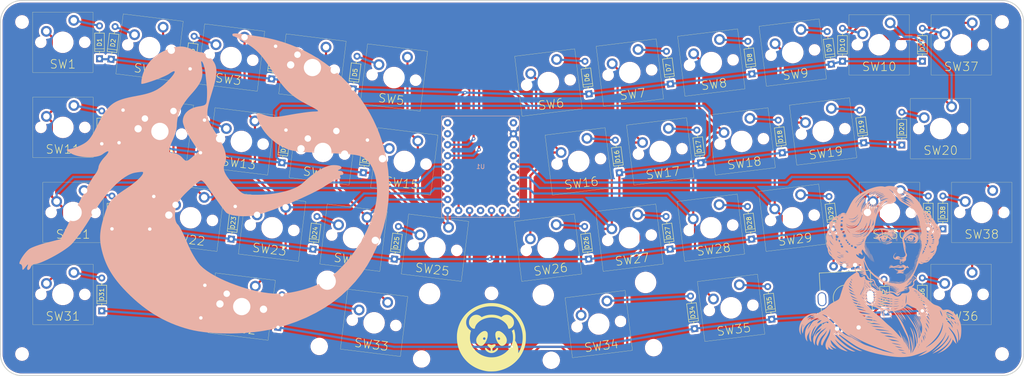
<source format=kicad_pcb>
(kicad_pcb (version 20211014) (generator pcbnew)
  (layers (0 "F.Cu" signal) (31 "B.Cu" signal) (34 "B.Paste" user) (35 "F.Paste" user) (36 "B.SilkS" user "B.Silkscreen") (37 "F.SilkS" user "F.Silkscreen") (38 "B.Mask" user) (39 "F.Mask" user) (44 "Edge.Cuts" user))
  (net 0 "")
  (net 1 "l3")
  (net 2 "Net-(D1-Pad2)")
  (net 3 "Net-(D2-Pad2)")
  (net 4 "Net-(D3-Pad2)")
  (net 5 "Net-(D5-Pad2)")
  (net 6 "Net-(D7-Pad2)")
  (net 7 "Net-(D9-Pad2)")
  (net 8 "Net-(D10-Pad2)")
  (net 9 "l2")
  (net 10 "Net-(D18-Pad2)")
  (net 11 "Net-(D19-Pad2)")
  (net 12 "Net-(D20-Pad2)")
  (net 13 "l0")
  (net 14 "l1")
  (net 15 "Net-(D22-Pad2)")
  (net 16 "Net-(D23-Pad2)")
  (net 17 "Net-(D24-Pad2)")
  (net 18 "Net-(D25-Pad2)")
  (net 19 "Net-(D26-Pad2)")
  (net 20 "Net-(D27-Pad2)")
  (net 21 "Net-(D29-Pad2)")
  (net 22 "Net-(D30-Pad2)")
  (net 23 "Net-(D31-Pad2)")
  (net 24 "Net-(D32-Pad2)")
  (net 25 "Net-(D34-Pad2)")
  (net 26 "Net-(D36-Pad2)")
  (net 27 "GND")
  (net 28 "c0")
  (net 29 "c1")
  (net 30 "c2")
  (net 31 "c3")
  (net 32 "c4")
  (net 33 "c5")
  (net 34 "c6")
  (net 35 "c7")
  (net 36 "c8")
  (net 37 "c9")
  (net 38 "Net-(D11-Pad2)")
  (net 39 "Net-(D12-Pad2)")
  (net 42 "Net-(D21-Pad2)")
  (net 43 "Net-(D4-Pad2)")
  (net 45 "Net-(D6-Pad2)")
  (net 46 "Net-(D8-Pad2)")
  (net 47 "Net-(D13-Pad2)")
  (net 48 "Net-(D14-Pad2)")
  (net 49 "Net-(D15-Pad2)")
  (net 50 "Net-(D16-Pad2)")
  (net 51 "Net-(D17-Pad2)")
  (net 52 "Net-(D28-Pad2)")
  (net 53 "Net-(D33-Pad2)")
  (net 54 "Net-(D35-Pad2)")
  (net 55 "c10")
  (net 58 "Net-(D37-Pad2)")
  (net 59 "Net-(D38-Pad2)")
  (net 60 "Net-(R2-Pad1)")
  (net 61 "Net-(R2-PadB)")
  (net 62 "Net-(R2-PadA)")
  (footprint "keyb-libs:Diode" (layer "F.Cu") (at 212.56461 91.833436 97)
    (fp_text reference "D18")
    (fp_text value "Diode" hide)
  )
  (footprint "keyb-libs:MX-5pin" (layer "F.Cu") (at 177.195324 111.526077 7)
    (fp_text reference "SW27")
    (fp_text value "key" hide)
  )
  (footprint "keyb-libs:Diode" (layer "F.Cu") (at 94.328764 74.697007 83)
    (fp_text reference "D4")
    (fp_text value "Diode" hide)
  )
  (footprint "MountingHole:MountingHole_2.2mm_M2" (layer "F.Cu") (at 263.449025 61.513081)
    (fp_text reference "H5" hide)
    (fp_text value "MountingHole" hide)
  )
  (footprint "keyb-libs:Diode" (layer "F.Cu") (at 84.983134 111.834881 83)
    (fp_text reference "D23")
    (fp_text value "Diode" hide)
  )
  (footprint "keyb-libs:MX-5pin" (layer "F.Cu") (at 258.749025 105.666472)
    (fp_text reference "SW38")
    (fp_text value "key" hide)
  )
  (footprint "keyb-libs:Diode" (layer "F.Cu") (at 113.18714 77.012524 83)
    (fp_text reference "D5")
    (fp_text value "Diode" hide)
  )
  (footprint "MountingHole:MountingHole_2.2mm_M2" (layer "F.Cu") (at 145.25 124.428543)
    (fp_text reference "H4" hide)
    (fp_text value "MountingHole" hide)
  )
  (footprint "keyb-libs:MX-5pin" (layer "F.Cu") (at 87.416187 127.490057 -7)
    (fp_text reference "SW32")
    (fp_text value "key" hide)
  )
  (footprint "keyb-libs:Diode" (layer "F.Cu") (at 224.309316 109.534054 97)
    (fp_text reference "D29")
    (fp_text value "Diode" hide)
  )
  (footprint "keyb-libs:MX-5pin" (layer "F.Cu") (at 203.167372 89.194424 7)
    (fp_text reference "SW18")
    (fp_text value "key" hide)
  )
  (footprint "keyb-libs:Diode" (layer "F.Cu") (at 244.987696 128.476472 90)
    (fp_text reference "D36")
    (fp_text value "Diode" hide)
  )
  (footprint "keyb-libs:MX-5pin" (layer "F.Cu") (at 87.332628 89.194424 -7)
    (fp_text reference "SW13")
    (fp_text value "key" hide)
  )
  (footprint "keyb-libs:Diode" (layer "F.Cu") (at 205.450939 111.849571 97)
    (fp_text reference "D28")
    (fp_text value "Diode" hide)
  )
  (footprint "keyb-libs:MX-5pin" (layer "F.Cu") (at 253.987696 124.666472)
    (fp_text reference "SW36")
    (fp_text value "key" hide)
  )
  (footprint "keyb-libs:MX-5pin" (layer "F.Cu") (at 132.163052 113.841595 -7)
    (fp_text reference "SW25")
    (fp_text value "key" hide)
  )
  (footprint "keyb-libs:Diode" (layer "F.Cu") (at 115.586217 96.449781 83)
    (fp_text reference "D15")
    (fp_text value "Diode" hide)
  )
  (footprint "keyb-libs:Diode" (layer "F.Cu") (at 223.896602 71.299355 97)
    (fp_text reference "D9")
    (fp_text value "Diode" hide)
  )
  (footprint "keyb-libs:MX-5pin" (layer "F.Cu") (at 184.308995 91.509942 7)
    (fp_text reference "SW17")
    (fp_text value "key" hide)
  )
  (footprint "keyb-libs:Diode" (layer "F.Cu") (at 245.011507 70.60196 90)
    (fp_text reference "D37")
    (fp_text value "Diode" hide)
  )
  (footprint "keyb-libs:MX-5pin" (layer "F.Cu") (at 113.304676 111.526077 -7)
    (fp_text reference "SW24")
    (fp_text value "key" hide)
  )
  (footprint "keyb-libs:Diode" (layer "F.Cu") (at 226.511507 70.60196 90)
    (fp_text reference "D10")
    (fp_text value "Diode" hide)
  )
  (footprint "MountingHole:MountingHole_2.2mm_M2" (layer "F.Cu") (at 36.550975 61.513081)
    (fp_text reference "H3" hide)
    (fp_text value "MountingHole" hide)
  )
  (footprint "keyb-libs:MX-5pin" (layer "F.Cu") (at 122.650305 74.388203 -7)
    (fp_text reference "SW5")
    (fp_text value "key" hide)
  )
  (footprint "keyb-libs:MX-5pin" (layer "F.Cu") (at 214.995637 68.599409 7)
    (fp_text reference "SW9")
    (fp_text value "key" hide)
  )
  (footprint "keyb-libs:Diode" (layer "F.Cu") (at 205.534498 73.553938 97)
    (fp_text reference "D8")
    (fp_text value "Diode" hide)
  )
  (footprint "keyb-libs:MX-5pin" (layer "F.Cu") (at 200.726515 127.779497 7)
    (fp_text reference "SW35")
    (fp_text value "key" hide)
  )
  (footprint "keyb-libs:Diode" (layer "F.Cu") (at 103.907438 114.165089 83)
    (fp_text reference "D24")
    (fp_text value "Diode" hide)
  )
  (footprint "keyb-libs:Diode" (layer "F.Cu") (at 96.72784 94.134263 83)
    (fp_text reference "D14")
    (fp_text value "Diode" hide)
  )
  (footprint "keyb-libs:Diode" (layer "F.Cu") (at 75.470387 72.381489 83)
    (fp_text reference "D3")
    (fp_text value "Diode" hide)
  )
  (footprint "keyb-libs:MX-5pin" (layer "F.Cu") (at 68.474251 86.878907 -7)
    (fp_text reference "SW12")
    (fp_text value "key" hide)
  )
  (footprint "keyb-libs:Diode" (layer "F.Cu") (at 236.559032 128.757209 93.21)
    (fp_text reference "RD2")
    (fp_text value "Diode" hide)
  )
  (footprint "keyb-libs:MX-5pin" (layer "F.Cu") (at 103.791928 72.072685 -7)
    (fp_text reference "SW4")
    (fp_text value "key" hide)
  )
  (footprint "keyb-libs:MX-5pin" (layer "F.Cu") (at 196.13726 70.914927 7)
    (fp_text reference "SW8")
    (fp_text value "key" hide)
  )
  (footprint "keyb-libs:Diode" (layer "F.Cu") (at 240.237696 90.039216 90)
    (fp_text reference "D20")
    (fp_text value "Diode" hide)
  )
  (footprint "keyb-libs:MX-5pin" (layer "F.Cu") (at 214.912078 106.895042 7)
    (fp_text reference "SW29")
    (fp_text value "key" hide)
  )
  (footprint "keyb-libs:Diode" (layer "F.Cu") (at 55.012304 128.476472 90)
    (fp_text reference "D31")
    (fp_text value "Diode" hide)
  )
  (footprint "keyb-libs:MX-5pin" (layer "F.Cu") (at 75.587922 106.895042 -7)
    (fp_text reference "SW22")
    (fp_text value "key" hide)
  )
  (footprint "keyb-libs:MX-5pin" (layer "F.Cu") (at 222.025748 86.878907 7)
    (fp_text reference "SW19")
    (fp_text value "key" hide)
  )
  (footprint "keyb-libs:MX-5pin" (layer "F.Cu") (at 125.049382 93.825459 -7)
    (fp_text reference "SW15")
    (fp_text value "key" hide)
  )
  (footprint "keyb-libs:Diode" (layer "F.Cu") (at 95.818853 132.308027 83)
    (fp_text reference "D33")
    (fp_text value "Diode" hide)
  )
  (footprint "keyb-libs:MX-5pin" (layer "F.Cu") (at 48.375975 105.666472)
    (fp_text reference "SW21")
    (fp_text value "key" hide)
  )
  (footprint "keyb-libs:Diode" (layer "F.Cu") (at 249.749025 109.476472 90)
    (fp_text reference "D38")
    (fp_text value "Diode" hide)
  )
  (footprint "keyb-libs:MX-5pin" (layer "F.Cu") (at 45.988227 66.213081)
    (fp_text reference "SW1")
    (fp_text value "key" hide)
  )
  (footprint "keyb-libs:Diode" (layer "F.Cu") (at 231.422987 89.517918 97)
    (fp_text reference "D19")
    (fp_text value "Diode" hide)
  )
  (footprint "keyb-libs:MX-5pin" (layer "F.Cu") (at 106.191005 91.509942 -7)
    (fp_text reference "SW14")
    (fp_text value "key" hide)
  )
  (footprint "keyb-libs:Diode" (layer "F.Cu") (at 186.592562 114.165089 97)
    (fp_text reference "D27")
    (fp_text value "Diode" hide)
  )
  (footprint "keyb-libs:MX-5pin" (layer "F.Cu") (at 235.011507 66.79196)
    (fp_text reference "SW10")
    (fp_text value "key" hide)
  )
  (footprint "keyb-libs:Diode" (layer "F.Cu") (at 54.488227 70.023081 90)
    (fp_text reference "D1")
    (fp_text value "Diode" hide)
  )
  (footprint "keyb-libs:Diode" (layer "F.Cu") (at 167.734185 116.480606 97)
    (fp_text reference "D26")
    (fp_text value "Diode" hide)
  )
  (footprint "keyb-libs:MX-5pin" (layer "F.Cu") (at 165.450618 93.825459 7)
    (fp_text reference "SW16")
    (fp_text value "key" hide)
  )
  (footprint "keyb-libs:MX-5pin" (layer "F.Cu") (at 254.011507 66.79196)
    (fp_text reference "SW37")
    (fp_text value "key" hide)
  )
  (footprint "keyb-libs:MX-5pin" (layer "F.Cu") (at 177.278883 73.230444 7)
    (fp_text reference "SW7")
    (fp_text value "key" hide)
  )
  (footprint "keyb-libs:Diode" (layer "F.Cu") (at 66.124757 109.519364 83)
    (fp_text reference "D22")
    (fp_text value "Diode" hide)
  )
  (footprint "keyb-libs:MX-5pin" (layer "F.Cu") (at 196.053701 109.21056 7)
    (fp_text reference "SW28")
    (fp_text value "key" hide)
  )
  (footprint "keyb-libs:Diode" (layer "F.Cu") (at 193.706233 94.148953 97)
    (fp_text reference "D17")
    (fp_text value "Diode" hide)
  )
  (footprint "keyb-libs:MX-5pin_stab" (layer "F.Cu") (at 170.081653 131.542213 7)
    (fp_text reference "SW34")
    (fp_text value "key" hide)
  )
  (footprint "keyb-libs:Diode" (layer "F.Cu") (at 55.012304 89.749777 90)
    (fp_text reference "D11")
    (fp_text value "Diode" hide)
  )
  (footprint "keyb-libs:MX-5pin" (layer "F.Cu") (at 249.237696 86.229216)
    (fp_text reference "SW20")
    (fp_text value "key" hide)
  )
  (footprint "keyb-libs:MX-5pin" (layer "F.Cu") (at 84.933551 69.757168 -7)
    (fp_text reference "SW3")
    (fp_text value "key" hide)
  )
  (footprint "keyb-libs:Diode" (layer "F.Cu") (at 77.869463 91.818746 83)
    (fp_text reference "D13")
    (fp_text value "Diode" hide)
  )
  (footprint "keyb-libs:Diode" (layer "F.Cu") (at 210.123754 130.418508 97)
    (fp_text reference "D35")
    (fp_text value "Diode" hide)
  )
  (footprint "keyb-libs:Diode" (layer "F.Cu") (at 246.374025 109.476472 90)
    (fp_text reference "D30")
    (fp_text value "Diode" hide)
  )
  (footprint "MountingHole:MountingHole_2.2mm_M2" (layer "F.Cu") (at 36.550975 138.486919)
    (fp_text reference "H1" hide)
    (fp_text value "MountingHole" hide)
  )
  (footprint "keyb-libs:MX-5pin" (layer "F.Cu") (at 66.075174 67.44165 -7)
    (fp_text reference "SW2")
    (fp_text value "key" hide)
  )
  (footprint "keyb-libs:Diode" (layer "F.Cu") (at 192.257923 132.612157 97)
    (fp_text reference "D34")
    (fp_text value "Diode" hide)
  )
  (footprint "keyb-libs:MX-5pin" (layer "F.Cu") (at 94.446299 109.21056 -7)
    (fp_text reference "SW23")
    (fp_text value "key" hide)
  )
  (footprint "keyb-libs:MX-5pin" (layer "F.Cu") (at 46.012304 85.939777)
    (fp_text reference "SW11")
    (fp_text value "key" hide)
  )
  (footprint "keyb-libs:Diode" (layer "F.Cu") (at 122.765815 116.480606 83)
    (fp_text reference "D25")
    (fp_text value "Diode" hide)
  )
  (footprint "keyb-libs:Diode" (layer "F.Cu") (at 77.953023 130.114379 83)
    (fp_text reference "D32")
    (fp_text value "Diode" hide)
  )
  (footprint "keyb-libs:RotaryEncoder_EC11" (layer "F.Cu") (at 227.359806 125.478883 -86.79)
    (fp_text reference "R2")
    (fp_text value "EC11-MX-Alps")
  )
  (footprint "keyb-libs:MX-5pin" (layer "F.Cu") (at 46.012304 124.666472)
    (fp_text reference "SW31")
    (fp_text value "key" hide)
  )
  (footprint "MountingHole:MountingHole_2.2mm_M2" (layer "F.Cu") (at 263.449025 138.486919)
    (fp_text reference "H2" hide)
    (fp_text value "MountingHole" hide)
  )
  (footprint "keyb-libs:MX-5pin_stab" (layer "F.Cu") (at 118.061049 131.252773 -7)
    (fp_text reference "SW33")
    (fp_text value "key" hide)
  )
  (footprint "keyb-libs:Diode" (layer "F.Cu") (at 174.847856 96.464471 97)
    (fp_text reference "D16")
    (fp_text value "Diode" hide)
  )
  (footprint "keyb-libs:Diode" (layer "F.Cu") (at 57.17421 70.141596 83)
    (fp_text reference "D2")
    (fp_text value "Diode" hide)
  )
  (footprint "keyb-libs:Diode" (layer "F.Cu") (at 57.375975 109.476472 90)
    (fp_text reference "D21")
    (fp_text value "Diode" hide)
  )
  (footprint "keyb-libs:MX-5pin" (layer "F.Cu") (at 237.374025 105.666472)
    (fp_text reference "SW30")
    (fp_text value "key" hide)
  )
  (footprint "keyb-libs:Diode" (layer "F.Cu") (at 167.817744 78.184973 97)
    (fp_text reference "D6")
    (fp_text value "Diode" hide)
  )
  (footprint "keyb-libs:Diode" (layer "F.Cu") (at 186.676121 75.869456 97)
    (fp_text reference "D7")
    (fp_text value "Diode" hide)
  )
  (footprint "keyb-libs:MX-5pin" (layer "F.Cu") (at 158.420506 75.545962 7)
    (fp_text reference "SW6")
    (fp_text value "key" hide)
  )
  (footprint "keyb-libs:Diode" (layer "F.Cu") (at 59.011086 89.503228 83)
    (fp_text reference "D12")
    (fp_text value "Diode" hide)
  )
  (footprint "keyb-libs:MX-5pin" (layer "F.Cu") (at 158.336947 113.841595 7)
    (fp_text reference "SW26")
    (fp_text value "key" hide)
  )
  (footprint "keyb-libs:RP2040" (layer "B.Cu") (at 142.71 95.046858 180)
    (fp_text reference "U1")
    (fp_text value "RP2040")
  )
  (gr_poly (pts (xy 242.373084 134.438639) (xy 242.391869 134.467759) (xy 242.431779 134.547169) (xy 242.474211 134.65147) (xy 242.518443 134.77666) (xy 242.609436 135.073692) (xy 242.699002 135.406243) (xy 242.781388 135.742291) (xy 242.850839 136.049814) (xy 242.901602 136.29679) (xy 242.927921 136.451196) (xy 242.940626 136.565198) (xy 242.950541 136.682555) (xy 242.957332 136.802134) (xy 242.960665 136.922805) (xy 242.960204 137.043435) (xy 242.955616 137.162892) (xy 242.946567 137.280043) (xy 242.940264 137.337401) (xy 242.93272 137.393758) (xy 242.929215 137.396582) (xy 242.926376 137.398948) (xy 242.922245 137.402433) (xy 242.920728 137.403619) (xy 242.919426 137.404479) (xy 242.918226 137.405046) (xy 242.917629 137.40523) (xy 242.917015 137.405353) (xy 242.915681 137.405433) (xy 242.914109 137.40532) (xy 242.909805 137.404648) (xy 242.903199 137.403603) (xy 242.898751 137.403024) (xy 242.893389 137.402451) (xy 242.879937 136.688446) (xy 242.857152 136.513486) (xy 242.828741 136.334879) (xy 242.795623 136.15435) (xy 242.758719 135.973623) (xy 242.677226 135.618474) (xy 242.59162 135.28323) (xy 242.437495 134.727645) (xy 242.38369 134.534897) (xy 242.355198 134.417243)) (layer "B.SilkS") (width 0) (fill solid))
  (gr_poly (pts (xy 238.376588 111.665002) (xy 238.353928 111.664802) (xy 238.359008 111.627061) (xy 238.3929 111.624838)) (layer "B.SilkS") (width 0) (fill solid))
  (gr_poly (pts (xy 238.872476 118.731013) (xy 238.857743 118.737981) (xy 238.842626 118.744366) (xy 238.827165 118.750217) (xy 238.811406 118.75558) (xy 238.795391 118.760507) (xy 238.779163 118.765044) (xy 238.746243 118.773147) (xy 238.712992 118.78028) (xy 238.679755 118.786831) (xy 238.614709 118.799749) (xy 238.603686 118.80025) (xy 238.59272 118.800397) (xy 238.581791 118.800251) (xy 238.570882 118.799876) (xy 238.549051 118.798687) (xy 238.527082 118.797326) (xy 238.527001 118.770697) (xy 238.541173 118.765209) (xy 238.557213 118.759681) (xy 238.594068 118.748712) (xy 238.635906 118.73819) (xy 238.681067 118.728516) (xy 238.727893 118.720091) (xy 238.774724 118.713317) (xy 238.819899 118.708594) (xy 238.841348 118.707127) (xy 238.86176 118.706323)) (layer "B.SilkS") (width 0) (fill solid))
  (gr_poly (pts (xy 234.32853 123.008065) (xy 234.338603 123.011078) (xy 234.348251 123.014477) (xy 234.357497 123.018258) (xy 234.36636 123.022422) (xy 234.374861 123.026966) (xy 234.38302 123.031889) (xy 234.39086 123.037188) (xy 234.398399 123.042863) (xy 234.40566 123.048911) (xy 234.412662 123.055331) (xy 234.419426 123.062121) (xy 234.425974 123.06928) (xy 234.432325 123.076805) (xy 234.4385 123.084696) (xy 234.444521 123.092949) (xy 234.450407 123.101565) (xy 234.38806 123.106884) (xy 234.40342 123.146651) (xy 234.38806 123.172168) (xy 234.369932 123.157398) (xy 234.351383 123.143122) (xy 234.332453 123.1293) (xy 234.313181 123.115893) (xy 234.273766 123.090161) (xy 234.233454 123.065605) (xy 234.192559 123.041902) (xy 234.151398 123.018732) (xy 234.069531 122.972704)) (layer "B.SilkS") (width 0) (fill solid))
  (gr_poly (pts (xy 241.216964 111.345347) (xy 241.210056 111.351314) (xy 241.203235 111.357103) (xy 241.199805 111.359892) (xy 241.196336 111.362588) (xy 241.192807 111.365177) (xy 241.189198 111.367642) (xy 241.185488 111.369967) (xy 241.181656 111.372136) (xy 241.177683 111.374134) (xy 241.173548 111.375944) (xy 241.169231 111.377551) (xy 241.164711 111.378938) (xy 241.168386 111.375595) (xy 241.171907 111.372238) (xy 241.178619 111.365594) (xy 241.185123 111.359227) (xy 241.188382 111.356217) (xy 241.191692 111.353359) (xy 241.195087 111.350683) (xy 241.198602 111.348214) (xy 241.20227 111.345981) (xy 241.204173 111.344962) (xy 241.206126 111.344013) (xy 241.208136 111.343136) (xy 241.210205 111.342336) (xy 241.212339 111.341615) (xy 241.214541 111.340978) (xy 241.216816 111.340427) (xy 241.219168 111.339967) (xy 241.221602 111.339601) (xy 241.224121 111.339332)) (layer "B.SilkS") (width 0) (fill solid))
  (gr_poly (pts (xy 243.301908 106.535844) (xy 243.346455 106.569519) (xy 243.401612 106.615984) (xy 243.465486 106.673496) (xy 243.611817 106.814689) (xy 243.770311 106.979154) (xy 243.849389 107.065757) (xy 243.925831 107.152948) (xy 243.997746 107.238986) (xy 244.063241 107.322127) (xy 244.120424 107.400629) (xy 244.167402 107.472748) (xy 244.202285 107.536741) (xy 244.214599 107.565146) (xy 244.22318 107.590866) (xy 244.212031 107.585107) (xy 244.200777 107.578472) (xy 244.178 107.562777) (xy 244.154953 107.544176) (xy 244.131736 107.523064) (xy 244.108451 107.499836) (xy 244.085202 107.474888) (xy 244.062089 107.448613) (xy 244.039215 107.421409) (xy 243.994593 107.365788) (xy 243.95215 107.311187) (xy 243.912703 107.260768) (xy 243.877068 107.21769) (xy 243.782039 107.113238) (xy 243.69836 107.021842) (xy 243.62523 106.942438) (xy 243.561849 106.873959) (xy 243.461125 106.765519) (xy 243.422178 106.723427) (xy 243.389774 106.688001) (xy 243.363109 106.658173) (xy 243.341384 106.632881) (xy 243.332123 106.621603) (xy 243.323796 106.611058) (xy 243.316303 106.601115) (xy 243.309544 106.591639) (xy 243.303418 106.582499) (xy 243.297826 106.573559) (xy 243.292666 106.564689) (xy 243.28784 106.555753) (xy 243.283247 106.54662) (xy 243.278786 106.537156) (xy 243.269861 106.516702)) (layer "B.SilkS") (width 0) (fill solid))
  (gr_poly (pts (xy 241.694553 123.371691) (xy 241.707951 123.372832) (xy 241.720957 123.374813) (xy 241.733629 123.377695) (xy 241.739858 123.379491) (xy 241.746025 123.381534) (xy 241.752138 123.383831) (xy 241.758204 123.386389) (xy 241.764229 123.389216) (xy 241.770223 123.39232) (xy 241.776191 123.395706) (xy 241.78214 123.399383) (xy 241.788079 123.403358) (xy 241.794015 123.407638) (xy 241.805905 123.417144) (xy 241.817868 123.427958) (xy 241.829963 123.440139) (xy 241.842247 123.453746) (xy 241.828888 123.453091) (xy 241.815211 123.45179) (xy 241.801295 123.44986) (xy 241.787224 123.447315) (xy 241.773078 123.444171) (xy 241.758939 123.440443) (xy 241.744888 123.436145) (xy 241.731008 123.431294) (xy 241.717379 123.425904) (xy 241.704084 123.41999) (xy 241.691203 123.413569) (xy 241.678818 123.406654) (xy 241.667012 123.399262) (xy 241.655864 123.391407) (xy 241.645458 123.383105) (xy 241.635874 123.374372) (xy 241.651423 123.372732) (xy 241.666347 123.3717) (xy 241.680704 123.371334)) (layer "B.SilkS") (width 0) (fill solid))
  (gr_poly (pts (xy 236.174435 103.648399) (xy 236.164161 103.658525) (xy 236.153385 103.668462) (xy 236.142147 103.678164) (xy 236.130486 103.687585) (xy 236.118441 103.696676) (xy 236.106051 103.705391) (xy 236.093355 103.713682) (xy 236.080391 103.721504) (xy 236.0672 103.728808) (xy 236.05382 103.735548) (xy 236.040291 103.741677) (xy 236.02665 103.747148) (xy 236.012938 103.751913) (xy 235.999193 103.755926) (xy 235.985455 103.75914) (xy 235.994499 103.747954) (xy 236.004282 103.737283) (xy 236.01474 103.72712) (xy 236.025814 103.717457) (xy 236.03744 103.708288) (xy 236.049558 103.699607) (xy 236.062105 103.691407) (xy 236.07502 103.68368) (xy 236.088241 103.676421) (xy 236.101706 103.669623) (xy 236.115353 103.663279) (xy 236.129122 103.657382) (xy 236.142949 103.651925) (xy 236.156774 103.646902) (xy 236.170534 103.642307) (xy 236.184169 103.638133)) (layer "B.SilkS") (width 0) (fill solid))
  (gr_poly (pts (xy 239.119429 128.488656) (xy 239.169724 128.521402) (xy 239.277314 128.607076) (xy 239.392649 128.716534) (xy 239.513821 128.846026) (xy 239.638925 128.991802) (xy 239.766053 129.150113) (xy 239.893299 129.317208) (xy 240.018757 129.489337) (xy 240.256683 129.8337) (xy 240.464577 130.153201) (xy 240.62719 130.417842) (xy 240.729268 130.597622) (xy 240.666839 130.545827) (xy 240.60731 130.490382) (xy 240.550419 130.431672) (xy 240.495907 130.370085) (xy 240.443514 130.306005) (xy 240.392978 130.239819) (xy 240.344039 130.171913) (xy 240.296438 130.102672) (xy 240.204204 129.961732) (xy 240.114194 129.820086) (xy 240.024324 129.680823) (xy 239.978791 129.613049) (xy 239.932512 129.547029) (xy 239.071784 128.463263)) (layer "B.SilkS") (width 0) (fill solid))
  (gr_poly (pts (xy 239.213766 111.881493) (xy 239.214898 111.900539) (xy 239.215191 111.919736) (xy 239.214681 111.939041) (xy 239.213405 111.958413) (xy 239.211398 111.977808) (xy 239.208697 111.997184) (xy 239.205339 112.016499) (xy 239.201358 112.035711) (xy 239.196792 112.054776) (xy 239.186049 112.092298) (xy 239.173398 112.128727) (xy 239.15913 112.163722) (xy 239.143533 112.196945) (xy 239.126898 112.228055) (xy 239.109514 112.256713) (xy 239.091671 112.282581) (xy 239.073658 112.305317) (xy 239.055766 112.324583) (xy 239.046955 112.332809) (xy 239.038283 112.340039) (xy 239.029786 112.346233) (xy 239.0215 112.351346) (xy 239.028564 112.324323) (xy 239.035877 112.299492) (xy 239.043485 112.276292) (xy 239.051434 112.254164) (xy 239.06854 112.210881) (xy 239.087563 112.165162) (xy 239.108873 112.112524) (xy 239.132838 112.048485) (xy 239.145931 112.01079) (xy 239.159827 111.968564) (xy 239.174571 111.921247) (xy 239.190209 111.868278) (xy 239.211759 111.862641)) (layer "B.SilkS") (width 0) (fill solid))
  (gr_poly (pts (xy 231.055354 120.141919) (xy 231.051108 120.199422) (xy 231.146674 120.288718) (xy 231.145816 120.293512) (xy 231.144822 120.298199) (xy 231.143698 120.302784) (xy 231.142447 120.307272) (xy 231.139583 120.315976) (xy 231.136267 120.324348) (xy 231.132533 120.332426) (xy 231.128419 120.340248) (xy 231.12396 120.347852) (xy 231.119192 120.355274) (xy 231.11415 120.362554) (xy 231.10887 120.369727) (xy 231.103389 120.376833) (xy 231.097741 120.383908) (xy 231.074208 120.412661) (xy 231.062799 120.422506) (xy 231.058027 120.426477) (xy 231.053718 120.429875) (xy 231.049753 120.432747) (xy 231.046012 120.43514) (xy 231.042378 120.437098) (xy 231.038731 120.43867) (xy 231.034953 120.439901) (xy 231.030924 120.440837) (xy 231.026526 120.441524) (xy 231.021639 120.44201) (xy 231.016146 120.44234) (xy 231.009926 120.442561) (xy 230.994833 120.44286) (xy 230.985351 120.426914) (xy 230.981208 120.419463) (xy 230.979307 120.415765) (xy 230.977529 120.412046) (xy 230.975879 120.408276) (xy 230.974364 120.404428) (xy 230.972989 120.400469) (xy 230.971761 120.396373) (xy 230.970686 120.392109) (xy 230.969771 120.387647) (xy 230.96902 120.382958) (xy 230.968441 120.378014) (xy 230.96731 120.362412) (xy 230.966888 120.346671) (xy 230.967165 120.330841) (xy 230.968132 120.314973) (xy 230.96978 120.299116) (xy 230.972099 120.283322) (xy 230.975081 120.26764) (xy 230.978714 120.252121) (xy 230.982992 120.236816) (xy 230.987903 120.221775) (xy 230.993438 120.207048) (xy 230.999589 120.192686) (xy 231.006345 120.178739) (xy 231.013698 120.165257) (xy 231.021638 120.152292) (xy 231.030155 120.139892)) (layer "B.SilkS") (width 0) (fill solid))
  (gr_poly (pts (xy 244.690375 112.364998) (xy 244.693523 112.379727) (xy 244.695576 112.395075) (xy 244.696586 112.410996) (xy 244.696605 112.427446) (xy 244.695687 112.444383) (xy 244.693883 112.46176) (xy 244.687829 112.497665) (xy 244.678864 112.534809) (xy 244.667408 112.572839) (xy 244.65388 112.611405) (xy 244.638701 112.650153) (xy 244.62229 112.688733) (xy 244.605068 112.726792) (xy 244.569868 112.79994) (xy 244.508209 112.924504) (xy 244.491384 112.935337) (xy 244.489194 112.923553) (xy 244.488042 112.910627) (xy 244.488635 112.881644) (xy 244.492723 112.848985) (xy 244.499868 112.813247) (xy 244.50963 112.775026) (xy 244.521572 112.734919) (xy 244.535254 112.69352) (xy 244.550239 112.651428) (xy 244.66434 112.361268)) (layer "B.SilkS") (width 0) (fill solid))
  (gr_poly (pts (xy 242.787233 118.570302) (xy 242.782877 118.578255) (xy 242.778513 118.586104) (xy 242.776274 118.589959) (xy 242.773968 118.593752) (xy 242.771575 118.597471) (xy 242.769072 118.601103) (xy 242.766439 118.604637) (xy 242.763653 118.60806) (xy 242.760694 118.61136) (xy 242.757539 118.614526) (xy 242.754169 118.617545) (xy 242.75056 118.620404) (xy 242.752174 118.615028) (xy 242.753868 118.610159) (xy 242.755653 118.605737) (xy 242.757538 118.601704) (xy 242.759534 118.598001) (xy 242.761651 118.594571) (xy 242.7639 118.591354) (xy 242.76629 118.588291) (xy 242.768833 118.585325) (xy 242.771538 118.582397) (xy 242.774415 118.579448) (xy 242.777476 118.576419) (xy 242.784187 118.56989) (xy 242.791753 118.562341)) (layer "B.SilkS") (width 0) (fill solid))
  (gr_poly (pts (xy 238.496217 118.643463) (xy 238.513133 118.644115) (xy 238.529911 118.645518) (xy 238.546444 118.64777) (xy 238.562627 118.650969) (xy 238.578352 118.655213) (xy 238.593513 118.660601) (xy 238.600849 118.663755) (xy 238.608004 118.667232) (xy 238.614966 118.671044) (xy 238.621719 118.675203) (xy 238.628253 118.679722) (xy 238.634552 118.684614) (xy 238.62205 118.688011) (xy 238.609952 118.691026) (xy 238.598248 118.693668) (xy 238.586927 118.695947) (xy 238.575978 118.697872) (xy 238.565392 118.699454) (xy 238.555157 118.700701) (xy 238.545264 118.701625) (xy 238.535701 118.702233) (xy 238.526459 118.702537) (xy 238.517526 118.702545) (xy 238.508892 118.702267) (xy 238.500547 118.701714) (xy 238.49248 118.700894) (xy 238.484681 118.699817) (xy 238.477139 118.698494) (xy 238.469843 118.696934) (xy 238.462783 118.695145) (xy 238.45595 118.693139) (xy 238.449331 118.690925) (xy 238.442917 118.688512) (xy 238.436697 118.685911) (xy 238.424797 118.680179) (xy 238.413547 118.673809) (xy 238.402864 118.666877) (xy 238.392663 118.65946) (xy 238.382861 118.651637) (xy 238.413282 118.64801) (xy 238.445701 118.645023) (xy 238.462395 118.644015) (xy 238.479269 118.643462)) (layer "B.SilkS") (width 0) (fill solid))
  (gr_poly (pts (xy 233.989694 122.857731) (xy 234.021912 122.859177) (xy 234.053277 122.861488) (xy 234.083959 122.864677) (xy 234.114129 122.868757) (xy 234.143956 122.873743) (xy 234.173612 122.879648) (xy 234.203265 122.886485) (xy 234.233087 122.894269) (xy 234.263248 122.903012) (xy 234.293917 122.912729) (xy 234.325265 122.923433) (xy 234.39068 122.947857) (xy 234.306753 122.947753) (xy 234.227557 122.948338) (xy 234.189926 122.948287) (xy 234.153708 122.947686) (xy 234.118981 122.946294) (xy 234.085821 122.94387) (xy 234.054307 122.940174) (xy 234.024513 122.934964) (xy 234.010286 122.931717) (xy 233.996519 122.928001) (xy 233.98322 122.923786) (xy 233.9704 122.919042) (xy 233.958067 122.91374) (xy 233.946233 122.907848) (xy 233.934906 122.901338) (xy 233.924096 122.894178) (xy 233.913813 122.886339) (xy 233.904066 122.87779) (xy 233.894865 122.868502) (xy 233.886219 122.858444) (xy 233.922017 122.857379) (xy 233.956452 122.857136)) (layer "B.SilkS") (width 0) (fill solid))
  (gr_poly (pts (xy 236.917806 121.723693) (xy 236.943374 121.725813) (xy 236.969327 121.728817) (xy 237.021908 121.736818) (xy 237.126382 121.756171) (xy 237.176341 121.76488) (xy 237.200327 121.768415) (xy 237.22349 121.771182) (xy 237.376309 121.784553) (xy 237.520225 121.792251) (xy 237.665416 121.794909) (xy 237.822059 121.793162) (xy 238.210403 121.778985) (xy 238.766672 121.754791) (xy 239.079334 121.728376) (xy 239.161179 121.724065) (xy 239.201439 121.723142) (xy 239.240964 121.723254) (xy 239.279532 121.724563) (xy 239.316924 121.727232) (xy 239.352918 121.73142) (xy 239.387293 121.73729) (xy 239.368759 121.752136) (xy 239.16544 121.777473) (xy 238.849321 121.806961) (xy 238.460366 121.834462) (xy 238.038539 121.85384) (xy 237.623806 121.858956) (xy 237.431589 121.854249) (xy 237.256132 121.843674) (xy 237.10243 121.826466) (xy 236.97548 121.801857) (xy 236.923597 121.786538) (xy 236.880276 121.76908) (xy 236.846141 121.749388) (xy 236.821815 121.727367) (xy 236.844629 121.724296) (xy 236.868313 121.72277) (xy 236.892746 121.722624)) (layer "B.SilkS") (width 0) (fill solid))
  (gr_poly (pts (xy 243.383592 116.507498) (xy 243.379383 116.515593) (xy 243.375159 116.52359) (xy 243.372984 116.527516) (xy 243.370736 116.531375) (xy 243.368392 116.535154) (xy 243.36593 116.538837) (xy 243.363325 116.542411) (xy 243.360556 116.545862) (xy 243.357599 116.549176) (xy 243.354431 116.552339) (xy 243.351029 116.555337) (xy 243.349233 116.556769) (xy 243.34737 116.558155) (xy 243.348871 116.553685) (xy 243.350581 116.549414) (xy 243.352485 116.545323) (xy 243.354567 116.541392) (xy 243.356813 116.5376) (xy 243.359207 116.533929) (xy 243.361734 116.530357) (xy 243.36438 116.526865) (xy 243.367128 116.523434) (xy 243.369963 116.520042) (xy 243.375837 116.513299) (xy 243.38188 116.506477) (xy 243.38797 116.499417)) (layer "B.SilkS") (width 0) (fill solid))
  (gr_poly (pts (xy 224.400979 108.452507) (xy 224.307596 108.538192) (xy 224.280728 108.509579) (xy 224.287752 108.459294) (xy 224.375499 108.432268)) (layer "B.SilkS") (width 0) (fill solid))
  (gr_poly (pts (xy 239.229821 112.188312) (xy 239.231189 112.19295) (xy 239.232343 112.197405) (xy 239.233292 112.20169) (xy 239.23404 112.205814) (xy 239.234596 112.20979) (xy 239.234966 112.213628) (xy 239.235156 112.217339) (xy 239.235174 112.220936) (xy 239.235026 112.224428) (xy 239.234719 112.227827) (xy 239.23426 112.231145) (xy 239.233655 112.234392) (xy 239.232912 112.23758) (xy 239.232037 112.24072) (xy 239.229917 112.2469) (xy 239.227352 112.253021) (xy 239.224394 112.259172) (xy 239.221098 112.265445) (xy 239.217518 112.271926) (xy 239.209723 112.285876) (xy 239.205617 112.293523) (xy 239.201443 112.301738) (xy 239.179615 112.279434) (xy 239.216326 112.182678)) (layer "B.SilkS") (width 0) (fill solid))
  (gr_poly (pts (xy 239.967548 117.233894) (xy 239.982396 117.234838) (xy 239.995822 117.236699) (xy 240.007601 117.239578) (xy 240.015642 117.24227) (xy 240.02279 117.244958) (xy 240.029188 117.247625) (xy 240.03498 117.250249) (xy 240.054977 117.259937) (xy 240.059902 117.26206) (xy 240.065086 117.264023) (xy 240.070672 117.265807) (xy 240.076804 117.267394) (xy 240.083626 117.268763) (xy 240.091282 117.269894) (xy 240.099917 117.270769) (xy 240.109673 117.271367) (xy 240.067687 117.324307) (xy 240.033919 117.324515) (xy 239.996415 117.324061) (xy 239.956666 117.323917) (xy 239.936416 117.324264) (xy 239.916163 117.325052) (xy 239.896094 117.326403) (xy 239.876396 117.328438) (xy 239.857255 117.331279) (xy 239.838857 117.335047) (xy 239.821389 117.339863) (xy 239.805036 117.345848) (xy 239.797337 117.349318) (xy 239.789986 117.353125) (xy 239.783008 117.357285) (xy 239.776425 117.361814) (xy 239.783535 117.367456) (xy 239.79096 117.372691) (xy 239.798682 117.377543) (xy 239.806685 117.382033) (xy 239.823461 117.390017) (xy 239.841146 117.396823) (xy 239.859601 117.402629) (xy 239.878684 117.407613) (xy 239.898256 117.411954) (xy 239.918175 117.415831) (xy 239.998523 117.430262) (xy 240.018075 117.434494) (xy 240.037133 117.439333) (xy 240.055555 117.444956) (xy 240.073201 117.451543) (xy 240.132732 117.430153) (xy 240.164244 117.452061) (xy 240.144358 117.496147) (xy 240.138847 117.507978) (xy 240.13306 117.519864) (xy 240.126964 117.531672) (xy 240.120528 117.543266) (xy 240.113723 117.554512) (xy 240.106517 117.565278) (xy 240.098878 117.575427) (xy 240.094887 117.580228) (xy 240.090777 117.584826) (xy 240.086543 117.589202) (xy 240.082181 117.593341) (xy 240.077689 117.597224) (xy 240.073061 117.600837) (xy 240.068295 117.604161) (xy 240.063386 117.60718) (xy 240.05833 117.609878) (xy 240.053123 117.612237) (xy 240.047396 117.614446) (xy 240.041566 117.616393) (xy 240.029629 117.619531) (xy 240.017371 117.621718) (xy 240.004848 117.62302) (xy 239.992118 117.623505) (xy 239.979239 117.62324) (xy 239.966269 117.622293) (xy 239.953264 117.620729) (xy 239.940284 117.618616) (xy 239.927385 117.616022) (xy 239.914624 117.613013) (xy 239.902061 117.609657) (xy 239.889751 117.60602) (xy 239.877754 117.60217) (xy 239.854924 117.594098) (xy 239.811032 117.550327) (xy 239.81827 117.545795) (xy 239.824186 117.54191) (xy 239.832794 117.535926) (xy 239.838349 117.532074) (xy 239.840448 117.530852) (xy 239.842344 117.530051) (xy 239.843275 117.529795) (xy 239.844224 117.529631) (xy 239.845216 117.529552) (xy 239.846273 117.529555) (xy 239.848679 117.529785) (xy 239.851628 117.530285) (xy 239.859902 117.531938) (xy 239.865601 117.533017) (xy 239.872588 117.534213) (xy 239.898086 117.538218) (xy 239.922241 117.541623) (xy 239.945489 117.544193) (xy 239.956908 117.545091) (xy 239.968263 117.545692) (xy 239.979607 117.545966) (xy 239.990995 117.545885) (xy 240.002482 117.545418) (xy 240.01412 117.544537) (xy 240.025965 117.543211) (xy 240.038071 117.541412) (xy 240.050492 117.53911) (xy 240.063282 117.536275) (xy 240.083123 117.500517) (xy 240.076711 117.496105) (xy 240.071482 117.492337) (xy 240.063891 117.486568) (xy 240.061188 117.484485) (xy 240.058985 117.482882) (xy 240.057113 117.481718) (xy 240.056247 117.481288) (xy 240.055399 117.480952) (xy 240.054548 117.480706) (xy 240.053673 117.480544) (xy 240.051766 117.480451) (xy 240.049505 117.480634) (xy 240.04672 117.481052) (xy 240.038895 117.482426) (xy 240.033514 117.483302) (xy 240.026926 117.484248) (xy 239.997562 117.487799) (xy 239.969174 117.490438) (xy 239.941443 117.492107) (xy 239.914049 117.49275) (xy 239.886674 117.49231) (xy 239.858998 117.490731) (xy 239.830703 117.487956) (xy 239.801469 117.483927) (xy 239.792192 117.47152) (xy 239.784257 117.458856) (xy 239.777547 117.445945) (xy 239.771946 117.432791) (xy 239.767336 117.419403) (xy 239.763602 117.405786) (xy 239.760626 117.391948) (xy 239.758292 117.377896) (xy 239.756483 117.363637) (xy 239.755083 117.349176) (xy 239.75304 117.319681) (xy 239.751232 117.289467) (xy 239.748723 117.258587) (xy 239.879963 117.239349) (xy 239.916757 117.23554) (xy 239.934502 117.234347) (xy 239.951508 117.233764)) (layer "B.SilkS") (width 0) (fill solid))
  (gr_poly (pts (xy 241.543275 119.767969) (xy 241.520188 119.80524) (xy 241.492717 119.844174) (xy 241.461383 119.884029) (xy 241.426705 119.924064) (xy 241.389202 119.963537) (xy 241.349396 120.001708) (xy 241.307804 120.037834) (xy 241.264948 120.071176) (xy 241.221346 120.10099) (xy 241.177518 120.126537) (xy 241.155682 120.137478) (xy 241.133984 120.147074) (xy 241.11249 120.155232) (xy 241.091264 120.16186) (xy 241.070372 120.166865) (xy 241.049877 120.170154) (xy 241.029846 120.171636) (xy 241.010344 120.171216) (xy 240.991434 120.168802) (xy 240.973182 120.164302) (xy 240.990062 120.153828) (xy 241.003643 120.145705) (xy 241.01528 120.139241) (xy 241.020794 120.136416) (xy 241.02633 120.133746) (xy 241.038148 120.128529) (xy 241.05209 120.122897) (xy 241.091767 120.107629) (xy 241.115037 120.098165) (xy 241.137445 120.088023) (xy 241.159019 120.077259) (xy 241.179793 120.065923) (xy 241.199796 120.054071) (xy 241.219059 120.041755) (xy 241.237613 120.029027) (xy 241.25549 120.015943) (xy 241.272719 120.002554) (xy 241.289333 119.988915) (xy 241.320835 119.961096) (xy 241.350243 119.932911) (xy 241.377804 119.904788) (xy 241.474523 119.801421) (xy 241.496557 119.779991) (xy 241.518226 119.761177) (xy 241.529001 119.752884) (xy 241.539778 119.745405) (xy 241.550587 119.738793) (xy 241.56146 119.733101)) (layer "B.SilkS") (width 0) (fill solid))
  (gr_poly (pts (xy 226.867839 110.08632) (xy 226.87743 110.092863) (xy 226.886708 110.099506) (xy 226.895652 110.106332) (xy 226.904243 110.113423) (xy 226.912459 110.120863) (xy 226.92028 110.128732) (xy 226.927686 110.137115) (xy 226.931226 110.141524) (xy 226.934656 110.146092) (xy 226.937971 110.15083) (xy 226.941169 110.155747) (xy 226.944248 110.160855) (xy 226.947205 110.166162) (xy 226.950038 110.171681) (xy 226.952744 110.17742) (xy 226.955321 110.18339) (xy 226.957765 110.189602) (xy 226.952115 110.187552) (xy 226.946677 110.185325) (xy 226.941437 110.182933) (xy 226.936377 110.180387) (xy 226.931483 110.177698) (xy 226.926738 110.174879) (xy 226.917633 110.168897) (xy 226.908937 110.162532) (xy 226.900521 110.155879) (xy 226.884027 110.142082) (xy 226.875696 110.135125) (xy 226.867139 110.128252) (xy 226.858231 110.121558) (xy 226.848844 110.115136) (xy 226.838852 110.10908) (xy 226.833589 110.106218) (xy 226.828128 110.103482) (xy 226.822452 110.100885) (xy 226.816546 110.098437) (xy 226.810393 110.09615) (xy 226.803979 110.094037) (xy 226.781833 110.089868) (xy 226.778104 110.064986) (xy 226.826759 110.059508)) (layer "B.SilkS") (width 0) (fill solid))
  (gr_poly (pts (xy 226.630518 106.714868) (xy 226.635663 106.715332) (xy 226.640943 106.716214) (xy 226.646509 106.717518) (xy 226.652509 106.719247) (xy 226.659094 106.721405) (xy 226.666412 106.723997) (xy 226.683847 106.730494) (xy 226.699801 106.774588) (xy 226.649121 106.795622) (xy 226.549904 106.798082) (xy 226.52609 106.775342) (xy 226.576296 106.725733) (xy 226.594122 106.720641) (xy 226.601593 106.71868) (xy 226.608303 106.717113) (xy 226.614401 106.715944) (xy 226.620036 106.715178) (xy 226.625359 106.714818)) (layer "B.SilkS") (width 0) (fill solid))
  (gr_poly (pts (xy 232.37827 113.858632) (xy 232.399774 113.896116) (xy 232.423813 113.949789) (xy 232.456891 114.034215) (xy 232.809674 114.97068) (xy 233.065544 115.650823) (xy 233.255899 116.155308) (xy 233.390703 116.51265) (xy 233.440388 116.645055) (xy 233.479921 116.751368) (xy 233.510548 116.835153) (xy 233.533515 116.899976) (xy 233.550067 116.949401) (xy 233.556327 116.969453) (xy 233.56145 116.986993) (xy 233.565592 117.002465) (xy 233.568909 117.016316) (xy 233.571556 117.02899) (xy 233.573689 117.040934) (xy 233.577035 117.064413) (xy 233.580195 117.090316) (xy 233.540865 117.033344) (xy 233.484631 116.921382) (xy 233.331666 116.562797) (xy 233.141735 116.07517) (xy 232.935272 115.519112) (xy 232.55449 114.444144) (xy 232.421041 114.046455) (xy 232.352798 113.822775)) (layer "B.SilkS") (width 0) (fill solid))
  (gr_poly (pts (xy 237.795797 112.436549) (xy 237.818832 112.437281) (xy 237.84172 112.438648) (xy 237.864295 112.440585) (xy 237.886386 112.443026) (xy 237.928445 112.449157) (xy 237.966547 112.456516) (xy 238.008851 112.500173) (xy 238.006912 112.520238) (xy 238.006047 112.528642) (xy 238.005132 112.536138) (xy 238.004075 112.542858) (xy 238.002784 112.548934) (xy 238.002023 112.551772) (xy 238.001169 112.554499) (xy 238.000211 112.557132) (xy 237.999138 112.559687) (xy 237.997938 112.562181) (xy 237.9966 112.56463) (xy 237.995112 112.567051) (xy 237.993463 112.569461) (xy 237.991643 112.571875) (xy 237.989638 112.574311) (xy 237.987438 112.576786) (xy 237.985032 112.579315) (xy 237.979555 112.584605) (xy 237.973115 112.590313) (xy 237.96562 112.596573) (xy 237.956981 112.603516) (xy 237.882013 112.660372) (xy 237.804518 112.714131) (xy 237.724668 112.764648) (xy 237.642637 112.811779) (xy 237.558596 112.855377) (xy 237.472719 112.895297) (xy 237.385179 112.931393) (xy 237.296149 112.963521) (xy 237.205801 112.991533) (xy 237.114308 113.015286) (xy 237.021844 113.034633) (xy 236.92858 113.04943) (xy 236.83469 113.059529) (xy 236.740347 113.064787) (xy 236.645723 113.065057) (xy 236.550991 113.060193) (xy 236.531349 113.055789) (xy 236.548857 113.044806) (xy 236.564904 113.036626) (xy 236.580216 113.030834) (xy 236.595518 113.027015) (xy 236.611537 113.024756) (xy 236.628998 113.023642) (xy 236.671147 113.023192) (xy 236.727772 113.022352) (xy 236.763327 113.02075) (xy 236.804678 113.017808) (xy 236.852551 113.013111) (xy 236.90767 113.006245) (xy 236.970763 112.996797) (xy 237.042554 112.984351) (xy 237.055234 112.981779) (xy 237.06772 112.978797) (xy 237.080036 112.975455) (xy 237.092207 112.971801) (xy 237.116206 112.963759) (xy 237.139909 112.955062) (xy 237.187192 112.937281) (xy 237.211157 112.928984) (xy 237.223303 112.925156) (xy 237.235591 112.921606) (xy 237.266073 112.913706) (xy 237.294793 112.906901) (xy 237.322272 112.900554) (xy 237.349034 112.894029) (xy 237.3756 112.886687) (xy 237.388973 112.88251) (xy 237.402493 112.87789) (xy 237.416225 112.872747) (xy 237.430235 112.867002) (xy 237.444588 112.860574) (xy 237.459348 112.853384) (xy 237.484102 112.841278) (xy 237.510201 112.828881) (xy 237.536836 112.815827) (xy 237.550102 112.808938) (xy 237.563198 112.801747) (xy 237.576023 112.794207) (xy 237.588477 112.786274) (xy 237.600457 112.777899) (xy 237.611864 112.769039) (xy 237.622595 112.759647) (xy 237.63255 112.749676) (xy 237.637204 112.744459) (xy 237.641627 112.739081) (xy 237.645804 112.733535) (xy 237.649725 112.727816) (xy 237.625269 112.7354) (xy 237.600918 112.74368) (xy 237.576664 112.752579) (xy 237.552496 112.76202) (xy 237.504386 112.782221) (xy 237.456514 112.803667) (xy 237.361195 112.847829) (xy 237.313601 112.869314) (xy 237.265954 112.88958) (xy 237.234443 112.851796) (xy 237.248311 112.847616) (xy 237.262358 112.843086) (xy 237.276507 112.838185) (xy 237.290678 112.832894) (xy 237.304793 112.827194) (xy 237.318774 112.821064) (xy 237.332541 112.814484) (xy 237.346016 112.807437) (xy 237.359121 112.7999) (xy 237.371776 112.791856) (xy 237.383904 112.783284) (xy 237.395424 112.774165) (xy 237.40626 112.764479) (xy 237.416331 112.754207) (xy 237.421056 112.748844) (xy 237.42556 112.743328) (xy 237.429834 112.737655) (xy 237.433867 112.731823) (xy 237.425821 112.731268) (xy 237.417875 112.73108) (xy 237.410031 112.73125) (xy 237.402291 112.731768) (xy 237.394656 112.732626) (xy 237.387129 112.733815) (xy 237.37971 112.735327) (xy 237.372402 112.737151) (xy 237.365206 112.73928) (xy 237.358124 112.741704) (xy 237.351157 112.744415) (xy 237.344307 112.747403) (xy 237.337576 112.75066) (xy 237.330965 112.754177) (xy 237.324476 112.757945) (xy 237.318111 112.761955) (xy 237.311871 112.766199) (xy 237.305759 112.770666) (xy 237.293921 112.780239) (xy 237.282611 112.790603) (xy 237.271842 112.801687) (xy 237.261628 112.813419) (xy 237.251981 112.825728) (xy 237.242915 112.838544) (xy 237.234443 112.851796) (xy 237.167748 112.876729) (xy 237.111036 112.896736) (xy 237.063119 112.912378) (xy 237.022808 112.924219) (xy 236.988915 112.932821) (xy 236.960251 112.938747) (xy 236.935629 112.94256) (xy 236.91386 112.944823) (xy 236.831548 112.949621) (xy 236.806219 112.952571) (xy 236.776613 112.957347) (xy 236.741542 112.964512) (xy 236.699817 112.974627) (xy 236.675492 112.956571) (xy 236.723301 112.897244) (xy 236.734536 112.884801) (xy 236.737813 112.881561) (xy 236.903453 112.881561) (xy 236.99533 112.88581) (xy 237.035643 112.869282) (xy 237.055544 112.861011) (xy 237.075198 112.852417) (xy 237.094547 112.843258) (xy 237.104089 112.838393) (xy 237.113533 112.833297) (xy 237.122872 112.82794) (xy 237.132098 112.822293) (xy 237.141205 112.816325) (xy 237.150186 112.810006) (xy 237.050177 112.804609) (xy 236.972155 112.836924) (xy 236.962205 112.841542) (xy 236.952482 112.84638) (xy 236.943066 112.851465) (xy 236.93404 112.856824) (xy 236.925485 112.862487) (xy 236.917481 112.868478) (xy 236.91011 112.874827) (xy 236.906687 112.878145) (xy 236.903453 112.881561) (xy 236.737813 112.881561) (xy 236.746307 112.873162) (xy 236.759024 112.862252) (xy 236.773098 112.851995) (xy 236.788941 112.842315) (xy 236.806964 112.833137) (xy 236.827578 112.824385) (xy 236.851193 112.815984) (xy 236.878222 112.807857) (xy 236.909076 112.79993) (xy 236.944165 112.792126) (xy 236.9839 112.784371) (xy 237.034387 112.774937) (xy 237.054164 112.771245) (xy 237.075207 112.767951) (xy 237.101196 112.764841) (xy 237.135816 112.761702) (xy 237.182748 112.758321) (xy 237.245675 112.754483) (xy 237.432479 112.542677) (xy 237.351736 112.592235) (xy 237.331671 112.605385) (xy 237.321859 112.612165) (xy 237.312243 112.619102) (xy 237.302859 112.626214) (xy 237.293745 112.633516) (xy 237.284937 112.641026) (xy 237.276472 112.648759) (xy 237.265674 112.65826) (xy 237.253772 112.667415) (xy 237.240853 112.676227) (xy 237.227004 112.684703) (xy 237.196871 112.700661) (xy 237.164076 112.715326) (xy 237.129321 112.728735) (xy 237.09331 112.740924) (xy 237.056745 112.75193) (xy 237.020331 112.761791) (xy 236.950762 112.778222) (xy 236.890229 112.790513) (xy 236.818763 112.803856) (xy 236.774251 112.813543) (xy 236.729059 112.821733) (xy 236.683277 112.828531) (xy 236.636993 112.834039) (xy 236.590297 112.838364) (xy 236.543278 112.841607) (xy 236.448627 112.845269) (xy 236.353755 112.845858) (xy 236.259376 112.844206) (xy 236.07495 112.837511) (xy 235.917284 112.837372) (xy 235.89753 112.836363) (xy 235.877951 112.834679) (xy 235.858604 112.832187) (xy 235.839544 112.828749) (xy 235.820828 112.824229) (xy 235.80251 112.818493) (xy 235.784648 112.811403) (xy 235.767296 112.802824) (xy 235.7771 112.785481) (xy 235.854047 112.786029) (xy 235.929712 112.788667) (xy 236.078593 112.797619) (xy 236.226548 112.807146) (xy 236.301054 112.810502) (xy 236.376382 112.812055) (xy 236.45288 112.811157) (xy 236.5309 112.807157) (xy 236.610792 112.799407) (xy 236.692907 112.787259) (xy 236.777596 112.770063) (xy 236.865209 112.747171) (xy 236.956097 112.717933) (xy 237.050611 112.681701) (xy 237.076986 112.669881) (xy 237.104899 112.655885) (xy 237.164525 112.623069) (xy 237.227858 112.586669) (xy 237.293272 112.550098) (xy 237.32625 112.532816) (xy 237.359138 112.516772) (xy 237.391731 112.502393) (xy 237.423827 112.490105) (xy 237.455222 112.480336) (xy 237.470593 112.476529) (xy 237.485712 112.473512) (xy 237.500554 112.471338) (xy 237.515094 112.47006) (xy 237.529306 112.469732) (xy 237.543165 112.470407) (xy 237.543165 112.49291) (xy 237.46379 112.554978) (xy 237.453474 112.589468) (xy 237.398109 112.66654) (xy 237.408943 112.661749) (xy 237.419319 112.656541) (xy 237.429259 112.650947) (xy 237.438786 112.644999) (xy 237.44792 112.638727) (xy 237.456684 112.632164) (xy 237.4651 112.625339) (xy 237.47319 112.618285) (xy 237.476817 112.614907) (xy 237.5588 112.614907) (xy 237.561707 112.618887) (xy 237.564063 112.622253) (xy 237.565946 112.625065) (xy 237.567434 112.627384) (xy 237.569533 112.630789) (xy 237.5703 112.631998) (xy 237.570981 112.632959) (xy 237.571654 112.633734) (xy 237.572012 112.63407) (xy 237.572396 112.634383) (xy 237.573286 112.634968) (xy 237.5744 112.63555) (xy 237.575817 112.636191) (xy 237.577613 112.636952) (xy 237.582653 112.639076) (xy 237.622776 112.616119) (xy 237.641843 112.604591) (xy 237.651137 112.598666) (xy 237.660276 112.592577) (xy 237.669261 112.586281) (xy 237.678097 112.579735) (xy 237.686785 112.572897) (xy 237.695328 112.565724) (xy 237.703729 112.558174) (xy 237.71199 112.550204) (xy 237.720115 112.541771) (xy 237.721824 112.539859) (xy 237.827718 112.539859) (xy 237.838278 112.56133) (xy 237.850262 112.559703) (xy 237.843395 112.53724) (xy 237.827718 112.539859) (xy 237.721824 112.539859) (xy 237.728107 112.532832) (xy 237.703184 112.520017) (xy 237.5588 112.614907) (xy 237.476817 112.614907) (xy 237.480975 112.611033) (xy 237.488478 112.603614) (xy 237.502725 112.588399) (xy 237.516105 112.572892) (xy 237.528795 112.557343) (xy 237.552803 112.527117) (xy 237.564474 112.512941) (xy 237.576156 112.499723) (xy 237.588024 112.487713) (xy 237.594083 112.48224) (xy 237.600255 112.477162) (xy 237.606561 112.472512) (xy 237.613023 112.46832) (xy 237.619664 112.464618) (xy 237.626505 112.461437) (xy 237.644635 112.454724) (xy 237.663969 112.449172) (xy 237.684337 112.444714) (xy 237.705572 112.441285) (xy 237.727503 112.43882) (xy 237.749964 112.437253) (xy 237.772785 112.436517)) (layer "B.SilkS") (width 0) (fill solid))
  (gr_poly (pts (xy 236.014991 110.766728) (xy 236.044868 110.769823) (xy 236.028832 110.780177) (xy 236.012159 110.78934) (xy 235.994918 110.797432) (xy 235.977179 110.804578) (xy 235.959011 110.810899) (xy 235.940484 110.816517) (xy 235.921666 110.821555) (xy 235.902629 110.826135) (xy 235.825669 110.842327) (xy 235.787676 110.850858) (xy 235.769044 110.85566) (xy 235.750749 110.860984) (xy 235.731998 110.867121) (xy 235.712826 110.873946) (xy 235.673448 110.889088) (xy 235.592154 110.921303) (xy 235.551153 110.936074) (xy 235.530764 110.942623) (xy 235.510526 110.948421) (xy 235.490495 110.953325) (xy 235.470729 110.957191) (xy 235.451285 110.959875) (xy 235.43222 110.961233) (xy 235.443362 110.950135) (xy 235.455844 110.939189) (xy 235.484501 110.917824) (xy 235.517532 110.897283) (xy 235.554276 110.877707) (xy 235.594076 110.859238) (xy 235.63627 110.842019) (xy 235.6802 110.826191) (xy 235.725206 110.811897) (xy 235.770629 110.799279) (xy 235.815809 110.788479) (xy 235.860088 110.779639) (xy 235.902804 110.772902) (xy 235.9433 110.76841) (xy 235.980916 110.766305)) (layer "B.SilkS") (width 0) (fill solid))
  (gr_poly (pts (xy 234.507405 123.186984) (xy 234.514827 123.187366) (xy 234.522434 123.187948) (xy 234.53027 123.18873) (xy 234.53838 123.189714) (xy 234.546808 123.1909) (xy 234.56931 123.235468) (xy 234.499064 123.270869) (xy 234.501446 123.294999) (xy 234.513284 123.297885) (xy 234.524852 123.301174) (xy 234.536159 123.304853) (xy 234.547218 123.308905) (xy 234.558036 123.313316) (xy 234.568626 123.318071) (xy 234.58916 123.328553) (xy 234.608903 123.34023) (xy 234.627936 123.352982) (xy 234.646343 123.36669) (xy 234.664207 123.381234) (xy 234.681609 123.396494) (xy 234.698634 123.412349) (xy 234.715363 123.42868) (xy 234.731879 123.445367) (xy 234.797471 123.513275) (xy 234.763378 123.539509) (xy 234.746853 123.537532) (xy 234.730348 123.535229) (xy 234.713888 123.532568) (xy 234.697499 123.529521) (xy 234.681203 123.526058) (xy 234.665028 123.52215) (xy 234.648997 123.517767) (xy 234.633136 123.51288) (xy 234.61747 123.507459) (xy 234.602022 123.501474) (xy 234.586819 123.494896) (xy 234.571885 123.487696) (xy 234.557244 123.479844) (xy 234.542923 123.47131) (xy 234.528945 123.462065) (xy 234.515336 123.45208) (xy 234.503875 123.44284) (xy 234.491999 123.432517) (xy 234.479852 123.42122) (xy 234.467574 123.409059) (xy 234.455309 123.396143) (xy 234.443198 123.38258) (xy 234.431383 123.368481) (xy 234.420007 123.353954) (xy 234.409211 123.339109) (xy 234.399138 123.324055) (xy 234.389929 123.308902) (xy 234.381727 123.293759) (xy 234.374674 123.278734) (xy 234.368912 123.263938) (xy 234.364582 123.249479) (xy 234.362999 123.242411) (xy 234.361828 123.235468) (xy 234.425248 123.195781) (xy 234.441591 123.192431) (xy 234.44935 123.191044) (xy 234.456894 123.189852) (xy 234.464267 123.188854) (xy 234.471513 123.18805) (xy 234.478678 123.187443) (xy 234.485805 123.187032) (xy 234.492939 123.186818) (xy 234.500124 123.186802)) (layer "B.SilkS") (width 0) (fill solid))
  (gr_poly (pts (xy 242.501405 118.966863) (xy 242.486331 118.994087) (xy 242.469112 119.02144) (xy 242.450017 119.048846) (xy 242.429315 119.07623) (xy 242.407275 119.103516) (xy 242.384167 119.130627) (xy 242.360259 119.15749) (xy 242.311122 119.210163) (xy 242.262018 119.260932) (xy 242.215099 119.309189) (xy 242.17252 119.354331) (xy 241.894165 119.655228) (xy 241.674261 119.893752) (xy 241.583373 119.991682) (xy 241.503673 120.076489) (xy 241.434018 120.148996) (xy 241.373268 120.210026) (xy 241.345875 120.236494) (xy 241.32028 120.260402) (xy 241.29634 120.281852) (xy 241.273912 120.300948) (xy 241.252855 120.317792) (xy 241.233024 120.332487) (xy 241.214278 120.345136) (xy 241.196474 120.355842) (xy 241.179468 120.364708) (xy 241.163119 120.371837) (xy 241.147283 120.377331) (xy 241.131818 120.381294) (xy 241.116581 120.383828) (xy 241.10143 120.385037) (xy 241.086221 120.385023) (xy 241.070812 120.383889) (xy 241.073716 120.375991) (xy 241.076993 120.368347) (xy 241.080626 120.360947) (xy 241.084598 120.353779) (xy 241.088893 120.346833) (xy 241.093494 120.340098) (xy 241.10355 120.327218) (xy 241.114634 120.31505) (xy 241.126614 120.303508) (xy 241.139357 120.292504) (xy 241.152731 120.281953) (xy 241.266591 120.203353) (xy 241.320287 120.161133) (xy 241.372768 120.115985) (xy 241.433816 120.058431) (xy 241.513216 119.978996) (xy 242.210023 119.252933) (xy 242.226544 119.235013) (xy 242.243655 119.215736) (xy 242.279425 119.174087) (xy 242.316888 119.129933) (xy 242.355601 119.085225) (xy 242.375287 119.063272) (xy 242.395119 119.041912) (xy 242.415041 119.021389) (xy 242.434998 119.001945) (xy 242.454935 118.983825) (xy 242.474795 118.967272) (xy 242.494523 118.95253) (xy 242.514064 118.939843)) (layer "B.SilkS") (width 0) (fill solid))
  (gr_poly (pts (xy 244.736383 113.92656) (xy 244.735723 113.951082) (xy 244.732963 113.97685) (xy 244.728215 114.003766) (xy 244.721597 114.031731) (xy 244.713224 114.060648) (xy 244.691675 114.120946) (xy 244.664491 114.183877) (xy 244.632598 114.248659) (xy 244.59692 114.314508) (xy 244.558381 114.380643) (xy 244.517906 114.44628) (xy 244.476419 114.510637) (xy 244.394109 114.632379) (xy 244.258023 114.82606) (xy 244.215963 114.889029) (xy 244.193032 114.923108) (xy 244.168913 114.957266) (xy 244.156426 114.973986) (xy 244.143664 114.990262) (xy 244.130634 115.005938) (xy 244.117345 115.020859) (xy 244.103802 115.03487) (xy 244.090015 115.047817) (xy 244.075989 115.059544) (xy 244.061732 115.069898) (xy 244.087015 115.012765) (xy 244.114328 114.956676) (xy 244.143442 114.901516) (xy 244.174127 114.84717) (xy 244.206155 114.793524) (xy 244.239295 114.740463) (xy 244.307995 114.635639) (xy 244.448656 114.427969) (xy 244.516947 114.323291) (xy 244.549779 114.270339) (xy 244.581431 114.216828) (xy 244.596006 114.190507) (xy 244.609163 114.164886) (xy 244.621064 114.140008) (xy 244.631869 114.115914) (xy 244.641739 114.092648) (xy 244.650838 114.07025) (xy 244.667362 114.028232) (xy 244.682732 113.990198) (xy 244.690387 113.972781) (xy 244.698238 113.956486) (xy 244.706446 113.941356) (xy 244.715172 113.927434) (xy 244.724578 113.914761) (xy 244.729586 113.908907) (xy 244.734824 113.90338)) (layer "B.SilkS") (width 0) (fill solid))
  (gr_poly (pts (xy 236.230218 121.268588) (xy 236.235601 121.269099) (xy 236.240664 121.269927) (xy 236.245533 121.271067) (xy 236.250335 121.272515) (xy 236.2552 121.274264) (xy 236.260253 121.27631) (xy 236.265624 121.278647) (xy 236.277827 121.284176) (xy 236.292829 121.290811) (xy 236.285673 121.291644) (xy 236.27885 121.292075) (xy 236.272317 121.292132) (xy 236.26603 121.291842) (xy 236.259947 121.29123) (xy 236.254023 121.290324) (xy 236.248216 121.289151) (xy 236.242481 121.287737) (xy 236.236776 121.286109) (xy 236.231056 121.284294) (xy 236.219401 121.280209) (xy 236.194011 121.270968) (xy 236.202916 121.269816) (xy 236.210862 121.269008) (xy 236.217975 121.268537) (xy 236.224385 121.268399)) (layer "B.SilkS") (width 0) (fill solid))
  (gr_poly (pts (xy 244.067764 109.664903) (xy 244.080815 109.680373) (xy 244.093681 109.696595) (xy 244.106337 109.713493) (xy 244.118756 109.730991) (xy 244.130912 109.749014) (xy 244.142779 109.767486) (xy 244.15433 109.786331) (xy 244.16554 109.805473) (xy 244.186829 109.844345) (xy 244.206437 109.883497) (xy 244.224154 109.922321) (xy 244.239771 109.960212) (xy 244.210242 109.956284) (xy 244.042643 109.662561)) (layer "B.SilkS") (width 0) (fill solid))
  (gr_poly (pts (xy 233.696873 122.005415) (xy 233.71131 122.02128) (xy 233.725153 122.037184) (xy 233.738423 122.053161) (xy 233.75114 122.069245) (xy 233.763324 122.08547) (xy 233.774996 122.101869) (xy 233.786178 122.118478) (xy 233.796889 122.13533) (xy 233.80715 122.152459) (xy 233.816983 122.169899) (xy 233.826407 122.187684) (xy 233.835443 122.205849) (xy 233.844111 122.224427) (xy 233.852433 122.243453) (xy 233.86043 122.26296) (xy 233.868121 122.282982) (xy 233.862475 122.280288) (xy 233.8566 122.276667) (xy 233.850514 122.272173) (xy 233.844235 122.266862) (xy 233.831172 122.253999) (xy 233.817556 122.238511) (xy 233.803533 122.22083) (xy 233.789248 122.201388) (xy 233.774847 122.180617) (xy 233.760476 122.158949) (xy 233.66405 122.005175)) (layer "B.SilkS") (width 0) (fill solid))
  (gr_poly (pts (xy 238.94562 111.025223) (xy 238.951144 111.031458) (xy 238.956341 111.037802) (xy 238.961235 111.044258) (xy 238.96585 111.050827) (xy 238.970207 111.05751) (xy 238.974333 111.064309) (xy 238.978249 111.071226) (xy 238.981979 111.078262) (xy 238.985547 111.085419) (xy 238.992292 111.1001) (xy 238.99867 111.115281) (xy 239.004872 111.130975) (xy 239.019663 111.170358) (xy 239.02489 111.185727) (xy 239.028754 111.198854) (xy 239.031319 111.210218) (xy 239.032647 111.220299) (xy 239.032866 111.225008) (xy 239.0328 111.229575) (xy 239.031842 111.238528) (xy 239.029836 111.247635) (xy 239.026843 111.257376) (xy 239.018152 111.280681) (xy 239.006269 111.312277) (xy 238.999288 111.332383) (xy 238.991697 111.356) (xy 238.968198 111.428212) (xy 238.942702 111.499366) (xy 238.91547 111.569653) (xy 238.886765 111.639265) (xy 238.856846 111.708393) (xy 238.825977 111.777229) (xy 238.762427 111.914792) (xy 238.737661 111.950866) (xy 238.715712 111.944556) (xy 238.803522 111.701356) (xy 238.869192 111.521621) (xy 238.894514 111.451329) (xy 238.915247 111.391834) (xy 238.931709 111.341449) (xy 238.944215 111.298482) (xy 238.949083 111.279253) (xy 238.953081 111.261245) (xy 238.956247 111.244247) (xy 238.958622 111.228048) (xy 238.960244 111.212436) (xy 238.961154 111.197201) (xy 238.961391 111.182131) (xy 238.960994 111.167016) (xy 238.960003 111.151643) (xy 238.958458 111.135802) (xy 238.95386 111.101871) (xy 238.939745 111.019098)) (layer "B.SilkS") (width 0) (fill solid))
  (gr_poly (pts (xy 236.950886 110.999538) (xy 236.985257 111.003712) (xy 237.020855 111.010482) (xy 237.057512 111.019692) (xy 237.095063 111.031186) (xy 237.13334 111.044808) (xy 237.172178 111.060403) (xy 237.250865 111.096889) (xy 237.329793 111.139397) (xy 237.407628 111.18668) (xy 237.483036 111.237494) (xy 237.554685 111.290592) (xy 237.621242 111.344728) (xy 237.681372 111.398657) (xy 237.733744 111.451132) (xy 237.777024 111.500907) (xy 237.794837 111.524393) (xy 237.809878 111.546736) (xy 237.821979 111.567782) (xy 237.830973 111.587374) (xy 237.821815 111.586705) (xy 237.812242 111.584944) (xy 237.802286 111.582152) (xy 237.791975 111.578391) (xy 237.781342 111.573719) (xy 237.770416 111.568198) (xy 237.747809 111.554848) (xy 237.724398 111.538824) (xy 237.700427 111.520609) (xy 237.67614 111.500685) (xy 237.651782 111.479535) (xy 237.603828 111.435488) (xy 237.558517 111.392331) (xy 237.517802 111.353925) (xy 237.499778 111.33771) (xy 237.483635 111.324132) (xy 237.426619 111.279433) (xy 237.373855 111.24) (xy 237.324892 111.205423) (xy 237.27928 111.175294) (xy 237.236567 111.149205) (xy 237.196301 111.126746) (xy 237.158032 111.107509) (xy 237.121308 111.091086) (xy 237.085679 111.077066) (xy 237.050692 111.065042) (xy 237.015896 111.054605) (xy 236.980841 111.045345) (xy 236.908147 111.028726) (xy 236.829 111.011914) (xy 236.856799 111.004148) (xy 236.88649 110.9996) (xy 236.917908 110.998116)) (layer "B.SilkS") (width 0) (fill solid))
  (gr_poly (pts (xy 241.148972 120.935756) (xy 241.149641 120.93983) (xy 241.15043 120.94393) (xy 241.151342 120.948061) (xy 241.152383 120.952227) (xy 241.153555 120.956433) (xy 241.154865 120.960685) (xy 241.156315 120.964986) (xy 241.152907 120.967607) (xy 241.149543 120.970262) (xy 241.142871 120.975614) (xy 241.139526 120.978284) (xy 241.136151 120.98093) (xy 241.132725 120.98354) (xy 241.129232 120.986098) (xy 241.148418 120.931704)) (layer "B.SilkS") (width 0) (fill solid))
  (gr_poly (pts (xy 235.047576 112.361945) (xy 235.057559 112.363783) (xy 235.068376 112.366719) (xy 235.079965 112.370688) (xy 235.105212 112.381466) (xy 235.132807 112.3956) (xy 235.16226 112.412575) (xy 235.193076 112.431874) (xy 235.224765 112.45298) (xy 235.256834 112.475377) (xy 235.320141 112.52198) (xy 235.37906 112.567551) (xy 235.467979 112.639076) (xy 235.431666 112.644552) (xy 235.378364 112.615433) (xy 235.325059 112.585561) (xy 235.272346 112.554414) (xy 235.246397 112.538199) (xy 235.220819 112.521469) (xy 235.195687 112.504159) (xy 235.171074 112.486204) (xy 235.147056 112.467538) (xy 235.123707 112.448097) (xy 235.101101 112.427814) (xy 235.079313 112.406626) (xy 235.058417 112.384465) (xy 235.038487 112.361268)) (layer "B.SilkS") (width 0) (fill solid))
  (gr_poly (pts (xy 241.079924 119.974797) (xy 241.083973 119.975166) (xy 241.088213 119.975788) (xy 241.092706 119.976679) (xy 241.097519 119.977857) (xy 241.102713 119.97934) (xy 241.108354 119.981145) (xy 241.09529 119.988274) (xy 241.082357 119.994862) (xy 241.069521 120.000948) (xy 241.056751 120.006569) (xy 241.044014 120.011764) (xy 241.031277 120.016571) (xy 241.018507 120.021028) (xy 241.005671 120.025173) (xy 240.979673 120.032679) (xy 240.95302 120.039394) (xy 240.925451 120.045622) (xy 240.896705 120.051668) (xy 240.822452 120.040676) (xy 240.826857 120.036464) (xy 240.831598 120.032496) (xy 240.836658 120.028764) (xy 240.842016 120.025259) (xy 240.853551 120.01889) (xy 240.866052 120.013314) (xy 240.879365 120.008458) (xy 240.893339 120.004246) (xy 240.90782 120.000604) (xy 240.922656 119.997457) (xy 240.937694 119.994731) (xy 240.952782 119.99235) (xy 240.982498 119.988327) (xy 241.01058 119.984791) (xy 241.03581 119.981145) (xy 241.05604 119.976905) (xy 241.060293 119.976126) (xy 241.064351 119.975495) (xy 241.068279 119.97503) (xy 241.072141 119.974746) (xy 241.076002 119.974663)) (layer "B.SilkS") (width 0) (fill solid))
  (gr_poly (pts (xy 233.343836 122.227879) (xy 233.369698 122.240445) (xy 233.455561 122.285715) (xy 233.710113 122.426844) (xy 233.972769 122.578353) (xy 234.06876 122.636599) (xy 234.101206 122.657599) (xy 234.120728 122.671757) (xy 234.131764 122.680981) (xy 234.13669 122.685202) (xy 234.141235 122.689256) (xy 234.145409 122.693213) (xy 234.149222 122.69714) (xy 234.152685 122.701109) (xy 234.155808 122.705189) (xy 234.158601 122.709448) (xy 234.161074 122.713957) (xy 234.162195 122.716326) (xy 234.163239 122.718784) (xy 234.164208 122.721339) (xy 234.165104 122.724) (xy 234.166681 122.729674) (xy 234.16798 122.735875) (xy 234.16901 122.742673) (xy 234.169783 122.750138) (xy 234.133887 122.72892) (xy 234.096655 122.708342) (xy 234.058249 122.688363) (xy 234.018828 122.668945) (xy 233.937585 122.631635) (xy 233.854211 122.596098) (xy 233.525069 122.465425) (xy 233.512567 122.483682) (xy 233.567683 122.510021) (xy 233.586762 122.519663) (xy 233.608836 122.53175) (xy 233.856812 122.676478) (xy 233.895508 122.696358) (xy 233.934634 122.715254) (xy 234.012995 122.75243) (xy 234.051639 122.771881) (xy 234.070698 122.782078) (xy 234.089532 122.792687) (xy 234.108104 122.80378) (xy 234.126378 122.815432) (xy 234.144316 122.827716) (xy 234.161882 122.840703) (xy 233.832642 122.774146) (xy 233.80023 122.765682) (xy 233.766555 122.754533) (xy 233.731929 122.740905) (xy 233.69666 122.725) (xy 233.66106 122.707022) (xy 233.625439 122.687176) (xy 233.590107 122.665666) (xy 233.555375 122.642695) (xy 233.521553 122.618467) (xy 233.488952 122.593186) (xy 233.457882 122.567057) (xy 233.428653 122.540283) (xy 233.401576 122.513068) (xy 233.376961 122.485616) (xy 233.355118 122.458131) (xy 233.336359 122.430816) (xy 233.346794 122.398037) (xy 233.362722 122.40222) (xy 233.376882 122.406177) (xy 233.389873 122.40961) (xy 233.396117 122.411038) (xy 233.402293 122.412224) (xy 233.408476 122.413131) (xy 233.414741 122.413722) (xy 233.421162 122.41396) (xy 233.427815 122.413807) (xy 233.434774 122.413227) (xy 233.442115 122.412183) (xy 233.449911 122.410637) (xy 233.458237 122.408552) (xy 233.451815 122.39957) (xy 233.44508 122.390908) (xy 233.438057 122.382543) (xy 233.430772 122.374446) (xy 233.423248 122.366592) (xy 233.41551 122.358955) (xy 233.407582 122.351509) (xy 233.39949 122.344227) (xy 233.382908 122.33005) (xy 233.365961 122.316217) (xy 233.331755 122.288739) (xy 233.331911 122.223453)) (layer "B.SilkS") (width 0) (fill solid))
  (gr_poly (pts (xy 240.380866 117.275778) (xy 240.396993 117.277103) (xy 240.413205 117.27897) (xy 240.429481 117.281229) (xy 240.494785 117.291246) (xy 240.511053 117.293256) (xy 240.527254 117.294773) (xy 240.543366 117.295648) (xy 240.559368 117.295735) (xy 240.568442 117.295336) (xy 240.5774 117.294592) (xy 240.586261 117.293555) (xy 240.595044 117.292276) (xy 240.612453 117.289208) (xy 240.629778 117.285808) (xy 240.647172 117.282495) (xy 240.655942 117.281002) (xy 240.664787 117.279689) (xy 240.673725 117.278608) (xy 240.682775 117.277811) (xy 240.691956 117.277351) (xy 240.701287 117.27728) (xy 240.678428 117.31641) (xy 240.656504 117.3329) (xy 240.645543 117.340862) (xy 240.634032 117.348238) (xy 240.621557 117.354728) (xy 240.607703 117.360036) (xy 240.592056 117.363863) (xy 240.574203 117.36591) (xy 240.55373 117.365879) (xy 240.530223 117.363473) (xy 240.503267 117.358392) (xy 240.472449 117.350339) (xy 240.437354 117.339016) (xy 240.39757 117.324123) (xy 240.352681 117.305364) (xy 240.302275 117.28244) (xy 240.317648 117.278843) (xy 240.333216 117.276526) (xy 240.348956 117.275342) (xy 240.364847 117.275141)) (layer "B.SilkS") (width 0) (fill solid))
  (gr_poly (pts (xy 224.415425 108.362102) (xy 224.382852 108.37885) (xy 224.373425 108.383638) (xy 224.365982 108.387272) (xy 224.35858 108.390679) (xy 224.349277 108.394786) (xy 224.3172 108.408813) (xy 224.28902 108.392581) (xy 224.342878 108.352895) (xy 224.397129 108.343884)) (layer "B.SilkS") (width 0) (fill solid))
  (gr_poly (pts (xy 231.222471 120.076968) (xy 231.234229 120.077431) (xy 231.24618 120.078218) (xy 231.27141 120.080361) (xy 231.213111 120.111319) (xy 231.204644 120.112291) (xy 231.196961 120.113321) (xy 231.183535 120.115319) (xy 231.177586 120.116165) (xy 231.17201 120.116829) (xy 231.166703 120.117251) (xy 231.161562 120.11737) (xy 231.156485 120.117126) (xy 231.153938 120.11685) (xy 231.151369 120.11646) (xy 231.148764 120.115949) (xy 231.146111 120.11531) (xy 231.143397 120.114535) (xy 231.140608 120.113617) (xy 231.137733 120.112548) (xy 231.134758 120.11132) (xy 231.13167 120.109927) (xy 231.128457 120.10836) (xy 231.121602 120.104675) (xy 231.114092 120.100206) (xy 231.173622 120.080361) (xy 231.180133 120.079346) (xy 231.186482 120.078525) (xy 231.192691 120.077885) (xy 231.198785 120.077414) (xy 231.204786 120.0771) (xy 231.210719 120.076929)) (layer "B.SilkS") (width 0) (fill solid))
  (gr_poly (pts (xy 244.484993 111.433588) (xy 244.501423 111.468314) (xy 244.497038 111.488725) (xy 244.493344 111.50979) (xy 244.487478 111.553436) (xy 244.477964 111.643644) (xy 244.472105 111.688413) (xy 244.468416 111.710322) (xy 244.464038 111.731763) (xy 244.45883 111.752625) (xy 244.452656 111.772795) (xy 244.445377 111.792162) (xy 244.436855 111.810613) (xy 244.409984 111.78581) (xy 244.408994 111.675755) (xy 244.390278 111.696162) (xy 244.372411 111.714896) (xy 244.363558 111.723557) (xy 244.354631 111.731704) (xy 244.345534 111.739307) (xy 244.336174 111.746333) (xy 244.326453 111.752751) (xy 244.316277 111.758529) (xy 244.30555 111.763635) (xy 244.294178 111.768039) (xy 244.28822 111.769967) (xy 244.282064 111.771708) (xy 244.2757 111.773257) (xy 244.269114 111.774611) (xy 244.262295 111.775765) (xy 244.255232 111.776715) (xy 244.240322 111.77799) (xy 244.226395 111.746121) (xy 244.272672 111.700315) (xy 244.308735 111.664149) (xy 244.323804 111.648448) (xy 244.337362 111.633678) (xy 244.349756 111.619344) (xy 244.361332 111.604955) (xy 244.372438 111.590016) (xy 244.383421 111.574035) (xy 244.394628 111.556517) (xy 244.406407 111.53697) (xy 244.419105 111.514901) (xy 244.433068 111.489816) (xy 244.466181 111.428627)) (layer "B.SilkS") (width 0) (fill solid))
  (gr_poly (pts (xy 234.861925 120.51422) (xy 234.892119 120.523063) (xy 234.95908 120.545097) (xy 235.031716 120.572072) (xy 235.069007 120.587091) (xy 235.106327 120.602961) (xy 235.143216 120.619552) (xy 235.17921 120.636736) (xy 235.213847 120.654386) (xy 235.246662 120.672372) (xy 235.277195 120.690567) (xy 235.304981 120.708842) (xy 235.329558 120.727068) (xy 235.350464 120.745118) (xy 235.337984 120.74454) (xy 235.325369 120.74335) (xy 235.299775 120.739252) (xy 235.273771 120.733074) (xy 235.247446 120.725065) (xy 235.220889 120.715472) (xy 235.19419 120.704544) (xy 235.167438 120.69253) (xy 235.140721 120.679678) (xy 235.08775 120.652456) (xy 235.03599 120.624864) (xy 234.986153 120.598893) (xy 234.962179 120.587136) (xy 234.938953 120.576529) (xy 234.922917 120.569584) (xy 234.908222 120.563058) (xy 234.901302 120.559809) (xy 234.894624 120.556492) (xy 234.88816 120.553051) (xy 234.881879 120.549427) (xy 234.875749 120.545564) (xy 234.869741 120.541404) (xy 234.863825 120.53689) (xy 234.857968 120.531964) (xy 234.852142 120.52657) (xy 234.846315 120.520648) (xy 234.840458 120.514143) (xy 234.834539 120.506997)) (layer "B.SilkS") (width 0) (fill solid))
  (gr_poly (pts (xy 238.969708 118.810505) (xy 238.975313 118.810809) (xy 238.980367 118.81129) (xy 238.984904 118.811939) (xy 238.98896 118.812752) (xy 238.992567 118.813719) (xy 238.995759 118.814835) (xy 238.998572 118.816091) (xy 239.001039 118.817481) (xy 239.003193 118.818998) (xy 239.00507 118.820634) (xy 239.006703 118.822382) (xy 239.008126 118.824235) (xy 239.009373 118.826187) (xy 239.010478 118.828229) (xy 239.011476 118.830355) (xy 239.015071 118.839552) (xy 239.017109 118.844467) (xy 239.018307 118.846979) (xy 239.019669 118.849517) (xy 239.021231 118.852074) (xy 239.023025 118.854643) (xy 239.025087 118.857218) (xy 239.02745 118.85979) (xy 239.030147 118.862353) (xy 239.033214 118.8649) (xy 239.036685 118.867422) (xy 239.040592 118.869915) (xy 239.044828 118.87223) (xy 239.049207 118.874214) (xy 239.053721 118.875891) (xy 239.058365 118.877286) (xy 239.068011 118.879327) (xy 239.078094 118.880536) (xy 239.08856 118.881109) (xy 239.099356 118.881243) (xy 239.121725 118.880982) (xy 239.133192 118.880981) (xy 239.144777 118.881329) (xy 239.156426 118.882223) (xy 239.168087 118.883861) (xy 239.179706 118.886438) (xy 239.185483 118.888141) (xy 239.19123 118.890153) (xy 239.19694 118.892498) (xy 239.202607 118.895202) (xy 239.208223 118.898289) (xy 239.213782 118.901782) (xy 239.194218 118.932738) (xy 239.142423 118.934491) (xy 239.091411 118.935135) (xy 239.040934 118.934665) (xy 238.99075 118.933076) (xy 238.940611 118.930363) (xy 238.890274 118.926522) (xy 238.839492 118.921548) (xy 238.788022 118.915437) (xy 238.77211 118.91076) (xy 238.75545 118.906748) (xy 238.738133 118.903315) (xy 238.720252 118.900375) (xy 238.68316 118.895625) (xy 238.644908 118.891806) (xy 238.60623 118.888228) (xy 238.567859 118.884198) (xy 238.53053 118.879025) (xy 238.512484 118.875793) (xy 238.494974 118.872017) (xy 238.65806 118.853798) (xy 238.711128 118.848415) (xy 238.754552 118.845318) (xy 238.774836 118.84458) (xy 238.795336 118.844358) (xy 238.840485 118.845386) (xy 238.897002 118.848253) (xy 238.971893 118.852809) (xy 238.963519 118.810385)) (layer "B.SilkS") (width 0) (fill solid))
  (gr_poly (pts (xy 238.016196 117.879724) (xy 238.003881 117.892536) (xy 237.990781 117.904884) (xy 237.976998 117.916823) (xy 237.962637 117.928408) (xy 237.947802 117.939694) (xy 237.917125 117.961591) (xy 237.854646 118.004231) (xy 237.824506 118.025857) (xy 237.810075 118.03694) (xy 237.796207 118.048277) (xy 237.773398 118.066028) (xy 237.748043 118.082953) (xy 237.720456 118.099092) (xy 237.690953 118.114486) (xy 237.659849 118.129175) (xy 237.627458 118.143201) (xy 237.594095 118.156604) (xy 237.560076 118.169426) (xy 237.491326 118.193487) (xy 237.423729 118.215712) (xy 237.359803 118.236428) (xy 237.302068 118.25596) (xy 237.306474 118.240021) (xy 237.308406 118.2333) (xy 237.310273 118.227289) (xy 237.312161 118.221897) (xy 237.314159 118.217034) (xy 237.315225 118.214772) (xy 237.316352 118.212607) (xy 237.317548 118.210529) (xy 237.318827 118.208526) (xy 237.320197 118.206587) (xy 237.321671 118.2047) (xy 237.323259 118.202854) (xy 237.324972 118.201037) (xy 237.32682 118.199238) (xy 237.328816 118.197446) (xy 237.330968 118.195648) (xy 237.333289 118.193835) (xy 237.338479 118.190114) (xy 237.344473 118.186192) (xy 237.351357 118.181976) (xy 237.359219 118.177377) (xy 237.378286 118.166798) (xy 237.397785 118.156737) (xy 237.417664 118.147134) (xy 237.437871 118.137932) (xy 237.479059 118.120495) (xy 237.52093 118.103957) (xy 237.605046 118.071708) (xy 237.646453 118.055061) (xy 237.686869 118.037442) (xy 237.705533 118.028252) (xy 237.725153 118.01754) (xy 237.766741 117.992683) (xy 237.855685 117.937168) (xy 237.878367 117.923734) (xy 237.900968 117.911043) (xy 237.923359 117.89938) (xy 237.945409 117.889028) (xy 237.966991 117.88027) (xy 237.987973 117.873389) (xy 237.998199 117.870741) (xy 238.008226 117.868669) (xy 238.018039 117.867207) (xy 238.027621 117.866392)) (layer "B.SilkS") (width 0) (fill solid))
  (gr_poly (pts (xy 243.21649 106.152268) (xy 243.320994 106.240252) (xy 243.425485 106.331502) (xy 243.528281 106.425962) (xy 243.578517 106.47438) (xy 243.627699 106.52358) (xy 243.675615 106.573556) (xy 243.722055 106.6243) (xy 243.76681 106.675807) (xy 243.809668 106.728069) (xy 243.85042 106.781079) (xy 243.888855 106.834831) (xy 243.927622 106.891296) (xy 243.946445 106.919739) (xy 243.96449 106.948569) (xy 243.973125 106.963186) (xy 243.981452 106.97797) (xy 243.989432 106.992942) (xy 243.997027 107.008126) (xy 244.004199 107.023546) (xy 244.01091 107.039223) (xy 244.017123 107.055182) (xy 244.022798 107.071445) (xy 244.000733 107.055809) (xy 243.978845 107.038212) (xy 243.95714 107.018887) (xy 243.935626 106.998068) (xy 243.914309 106.975988) (xy 243.893195 106.95288) (xy 243.851601 106.904512) (xy 243.771132 106.805702) (xy 243.732359 106.758992) (xy 243.713361 106.737126) (xy 243.694629 106.716565) (xy 243.66029 106.681008) (xy 243.62342 106.644567) (xy 243.544031 106.569222) (xy 243.460351 106.490901) (xy 243.376268 106.409973) (xy 243.33529 106.368648) (xy 243.295669 106.32681) (xy 243.257891 106.284505) (xy 243.222442 106.24178) (xy 243.189808 106.198682) (xy 243.160475 106.155255) (xy 243.134929 106.111548) (xy 243.123728 106.089603) (xy 243.113656 106.067605)) (layer "B.SilkS") (width 0) (fill solid))
  (gr_poly (pts (xy 235.685011 109.344476) (xy 235.817873 109.350968) (xy 235.950719 109.362722) (xy 236.08356 109.378882) (xy 236.216408 109.398594) (xy 236.482168 109.445254) (xy 236.748088 109.495862) (xy 237.014257 109.543581) (xy 237.45306 109.609244) (xy 237.579556 109.631137) (xy 237.708803 109.656892) (xy 237.838816 109.687343) (xy 237.967611 109.723327) (xy 238.093204 109.765679) (xy 238.213611 109.815234) (xy 238.271249 109.842973) (xy 238.326847 109.872827) (xy 238.380156 109.904899) (xy 238.430929 109.939294) (xy 238.478917 109.976116) (xy 238.523872 110.01547) (xy 238.565547 110.05746) (xy 238.603693 110.10219) (xy 238.638062 110.149766) (xy 238.668407 110.200291) (xy 238.694479 110.25387) (xy 238.71603 110.310607) (xy 238.718036 110.317208) (xy 238.719554 110.323376) (xy 238.720606 110.329167) (xy 238.720962 110.331939) (xy 238.721209 110.33464) (xy 238.721349 110.337275) (xy 238.721384 110.339853) (xy 238.721317 110.342381) (xy 238.721149 110.344866) (xy 238.720525 110.349736) (xy 238.71953 110.354521) (xy 238.718184 110.35928) (xy 238.716506 110.364071) (xy 238.714515 110.368954) (xy 238.712232 110.373985) (xy 238.709675 110.379224) (xy 238.706863 110.384728) (xy 238.700554 110.396768) (xy 238.654397 110.455742) (xy 238.650291 110.443858) (xy 238.64637 110.433359) (xy 238.642554 110.424095) (xy 238.638759 110.415913) (xy 238.634905 110.408662) (xy 238.630908 110.40219) (xy 238.628831 110.399199) (xy 238.626688 110.396346) (xy 238.622161 110.390978) (xy 238.617247 110.385933) (xy 238.611863 110.381062) (xy 238.605927 110.376211) (xy 238.599358 110.371229) (xy 238.565102 110.34696) (xy 238.535336 110.370455) (xy 238.533329 110.39357) (xy 238.532438 110.404736) (xy 238.531952 110.415701) (xy 238.53212 110.42651) (xy 238.533189 110.437209) (xy 238.534139 110.442531) (xy 238.535408 110.447842) (xy 238.537026 110.453149) (xy 238.539025 110.458456) (xy 238.541435 110.463769) (xy 238.544287 110.469094) (xy 238.547613 110.474436) (xy 238.551444 110.479802) (xy 238.55581 110.485197) (xy 238.560743 110.490626) (xy 238.566273 110.496095) (xy 238.572431 110.50161) (xy 238.57925 110.507176) (xy 238.586758 110.5128) (xy 238.594989 110.518486) (xy 238.603971 110.52424) (xy 238.613738 110.530069) (xy 238.624319 110.535977) (xy 238.635745 110.541971) (xy 238.648049 110.548055) (xy 238.65466 110.551373) (xy 238.661109 110.55486) (xy 238.66741 110.558504) (xy 238.673578 110.562295) (xy 238.679628 110.56622) (xy 238.685573 110.570269) (xy 238.691429 110.574431) (xy 238.69721 110.578692) (xy 238.708605 110.587473) (xy 238.719875 110.596519) (xy 238.742502 110.615047) (xy 238.747459 110.633209) (xy 238.752753 110.650602) (xy 238.758359 110.667268) (xy 238.76425 110.683247) (xy 238.770401 110.698581) (xy 238.776785 110.713311) (xy 238.790149 110.741124) (xy 238.804136 110.767014) (xy 238.818539 110.791312) (xy 238.833149 110.814345) (xy 238.847759 110.836444) (xy 238.87615 110.879155) (xy 238.889515 110.900425) (xy 238.902051 110.922078) (xy 238.913549 110.944442) (xy 238.918845 110.955994) (xy 238.923803 110.967847) (xy 238.928398 110.980043) (xy 238.932604 110.992623) (xy 238.936395 111.005627) (xy 238.939745 111.019098) (xy 238.897876 111.030329) (xy 238.883027 111.058176) (xy 238.871473 111.08293) (xy 238.862369 111.105882) (xy 238.854872 111.128323) (xy 238.824053 111.238791) (xy 238.796325 111.324519) (xy 238.776425 111.379524) (xy 238.751377 111.444345) (xy 238.720335 111.520272) (xy 238.682454 111.608596) (xy 238.636891 111.710608) (xy 238.582801 111.827599) (xy 238.594289 111.761454) (xy 238.609359 111.693671) (xy 238.627424 111.62491) (xy 238.647894 111.555831) (xy 238.670182 111.487094) (xy 238.693698 111.41936) (xy 238.742064 111.289542) (xy 238.827653 111.070997) (xy 238.843296 111.028774) (xy 238.85546 110.992837) (xy 238.863558 110.963846) (xy 238.867001 110.942462) (xy 238.86318 110.93163) (xy 238.859446 110.921637) (xy 238.85574 110.912395) (xy 238.852004 110.903815) (xy 238.848178 110.895809) (xy 238.844205 110.888289) (xy 238.840024 110.881167) (xy 238.835578 110.874354) (xy 238.830807 110.867762) (xy 238.825652 110.861303) (xy 238.820056 110.854888) (xy 238.813958 110.848428) (xy 238.8073 110.841837) (xy 238.800023 110.835025) (xy 238.792069 110.827904) (xy 238.783378 110.820386) (xy 238.761393 110.833324) (xy 238.759299 110.846656) (xy 238.757201 110.858845) (xy 238.753346 110.880386) (xy 238.751768 110.890031) (xy 238.750541 110.899124) (xy 238.749754 110.907811) (xy 238.749497 110.916241) (xy 238.749859 110.924559) (xy 238.750299 110.928723) (xy 238.750928 110.932914) (xy 238.751755 110.937151) (xy 238.752793 110.941453) (xy 238.754053 110.945838) (xy 238.755545 110.950324) (xy 238.757281 110.95493) (xy 238.759271 110.959674) (xy 238.761528 110.964575) (xy 238.764061 110.96965) (xy 238.770004 110.980401) (xy 238.777189 110.992072) (xy 238.773954 110.993264) (xy 238.770669 110.994368) (xy 238.763998 110.996394) (xy 238.750564 111.000281) (xy 238.747253 111.001336) (xy 238.743984 111.002465) (xy 238.740767 111.003688) (xy 238.737615 111.005024) (xy 238.734538 111.006495) (xy 238.731548 111.00812) (xy 238.728656 111.00992) (xy 238.725874 111.011914) (xy 238.716822 111.022336) (xy 238.705784 111.040623) (xy 238.693049 111.065728) (xy 238.67891 111.096604) (xy 238.647579 111.171476) (xy 238.614117 111.256856) (xy 238.550097 111.425614) (xy 238.52419 111.492227) (xy 238.505453 111.535819) (xy 238.475807 111.533478) (xy 238.474889 111.524384) (xy 238.474759 111.514534) (xy 238.476673 111.492756) (xy 238.481182 111.468521) (xy 238.48792 111.442206) (xy 238.49652 111.414187) (xy 238.506615 111.384841) (xy 238.529822 111.323672) (xy 238.578033 111.201975) (xy 238.58832 111.17388) (xy 238.597167 111.14747) (xy 238.604207 111.123121) (xy 238.609073 111.10121) (xy 238.602307 111.093718) (xy 238.59631 111.086916) (xy 238.586064 111.075231) (xy 238.581539 111.070273) (xy 238.577229 111.065855) (xy 238.572995 111.061937) (xy 238.568699 111.058483) (xy 238.566484 111.056918) (xy 238.564202 111.055454) (xy 238.561835 111.054088) (xy 238.559366 111.052813) (xy 238.556778 111.051626) (xy 238.554054 111.050522) (xy 238.551175 111.049496) (xy 238.548125 111.048543) (xy 238.544887 111.047659) (xy 238.541443 111.046838) (xy 238.533869 111.04537) (xy 238.525265 111.0441) (xy 238.515491 111.04299) (xy 238.50654 111.056022) (xy 238.498314 111.068381) (xy 238.494484 111.074417) (xy 238.490848 111.080416) (xy 238.487412 111.08642) (xy 238.48418 111.092474) (xy 238.481156 111.09862) (xy 238.478345 111.104901) (xy 238.475752 111.111363) (xy 238.47338 111.118047) (xy 238.471235 111.124997) (xy 238.469321 111.132257) (xy 238.467643 111.13987) (xy 238.466205 111.14788) (xy 238.465042 111.155999) (xy 238.464621 111.159674) (xy 238.464305 111.163115) (xy 238.464094 111.166336) (xy 238.463988 111.169354) (xy 238.463985 111.172184) (xy 238.464085 111.174843) (xy 238.464288 111.177345) (xy 238.464592 111.179706) (xy 238.464997 111.181943) (xy 238.465503 111.18407) (xy 238.466108 111.186105) (xy 238.466812 111.188061) (xy 238.467615 111.189956) (xy 238.468515 111.191804) (xy 238.469512 111.193622) (xy 238.470605 111.195425) (xy 238.473078 111.199051) (xy 238.475928 111.202805) (xy 238.47915 111.206816) (xy 238.486688 111.216107) (xy 238.490993 111.221639) (xy 238.495648 111.227929) (xy 238.484372 111.230471) (xy 238.474184 111.23327) (xy 238.469459 111.234772) (xy 238.46496 111.236344) (xy 238.46067 111.23799) (xy 238.456576 111.239711) (xy 238.452661 111.24151) (xy 238.448909 111.243389) (xy 238.445306 111.24535) (xy 238.441836 111.247394) (xy 238.435233 111.251745) (xy 238.428977 111.25646) (xy 238.422944 111.261555) (xy 238.41701 111.267049) (xy 238.411053 111.272959) (xy 238.404948 111.279302) (xy 238.391803 111.293361) (xy 238.376588 111.309366) (xy 238.374824 111.305453) (xy 238.37329 111.301562) (xy 238.371972 111.297694) (xy 238.370855 111.293846) (xy 238.369927 111.290018) (xy 238.369175 111.28621) (xy 238.36814 111.278645) (xy 238.367642 111.271143) (xy 238.367574 111.263697) (xy 238.367826 111.256299) (xy 238.36829 111.248939) (xy 238.369421 111.234306) (xy 238.369871 111.227015) (xy 238.3701 111.219732) (xy 238.369999 111.212447) (xy 238.369459 111.205153) (xy 238.368373 111.197842) (xy 238.367591 111.194177) (xy 238.366632 111.190505) (xy 238.365271 111.186571) (xy 238.363377 111.182331) (xy 238.361015 111.177829) (xy 238.358248 111.173113) (xy 238.355142 111.168227) (xy 238.351761 111.163219) (xy 238.344433 111.153015) (xy 238.329324 111.133149) (xy 238.322577 111.12422) (xy 238.319632 111.120167) (xy 238.317058 111.116449) (xy 238.289358 111.121053) (xy 238.245386 111.218744) (xy 238.233035 111.24616) (xy 238.225078 111.263646) (xy 238.219992 111.27447) (xy 238.216253 111.2819) (xy 238.20673 111.299645) (xy 238.227763 111.336473) (xy 238.2425 111.338203) (xy 238.255785 111.339623) (xy 238.267775 111.340741) (xy 238.278626 111.341568) (xy 238.288493 111.342111) (xy 238.297531 111.342382) (xy 238.305897 111.342389) (xy 238.313745 111.342141) (xy 238.321232 111.341647) (xy 238.328513 111.340918) (xy 238.335744 111.339962) (xy 238.343079 111.338788) (xy 238.358689 111.335827) (xy 238.376588 111.332107) (xy 238.378158 111.341199) (xy 238.379409 111.349251) (xy 238.380329 111.356404) (xy 238.380905 111.362797) (xy 238.381126 111.368572) (xy 238.3811 111.371272) (xy 238.38098 111.373869) (xy 238.380766 111.376383) (xy 238.380456 111.378829) (xy 238.380048 111.381226) (xy 238.379541 111.383591) (xy 238.378933 111.385942) (xy 238.378223 111.388296) (xy 238.376492 111.393086) (xy 238.374335 111.398099) (xy 238.37174 111.403477) (xy 238.368695 111.40936) (xy 238.365189 111.415889) (xy 238.356746 111.431445) (xy 238.351111 111.430477) (xy 238.345741 111.429217) (xy 238.340622 111.427686) (xy 238.335744 111.425903) (xy 238.331094 111.423888) (xy 238.326659 111.421661) (xy 238.322429 111.419243) (xy 238.31839 111.416654) (xy 238.314531 111.413913) (xy 238.310839 111.411041) (xy 238.307303 111.408058) (xy 238.303911 111.404984) (xy 238.297508 111.398643) (xy 238.291535 111.392179) (xy 238.280489 111.379525) (xy 238.275223 111.373657) (xy 238.27 111.368308) (xy 238.267375 111.365879) (xy 238.264724 111.36364) (xy 238.262035 111.361611) (xy 238.259297 111.359813) (xy 238.256497 111.358265) (xy 238.253623 111.356988) (xy 238.250664 111.356002) (xy 238.247606 111.355327) (xy 238.168232 111.368065) (xy 238.163681 111.36758) (xy 238.158851 111.366742) (xy 238.148431 111.36408) (xy 238.137127 111.360236) (xy 238.125093 111.355366) (xy 238.112481 111.349627) (xy 238.099447 111.343172) (xy 238.086144 111.33616) (xy 238.072726 111.328745) (xy 237.979721 111.273651) (xy 237.945828 111.289723) (xy 237.952605 111.301922) (xy 237.95408 111.304507) (xy 237.955538 111.30697) (xy 237.957014 111.309342) (xy 237.958544 111.311654) (xy 237.960162 111.31394) (xy 237.961904 111.316229) (xy 237.963806 111.318554) (xy 237.965903 111.320947) (xy 237.968229 111.323439) (xy 237.970821 111.326063) (xy 237.973713 111.328849) (xy 237.976942 111.331829) (xy 237.984425 111.338419) (xy 237.991739 111.344505) (xy 237.998888 111.350106) (xy 238.005875 111.35524) (xy 238.012703 111.359925) (xy 238.019375 111.364178) (xy 238.025894 111.368017) (xy 238.032263 111.371461) (xy 238.038485 111.374527) (xy 238.044564 111.377234) (xy 238.050502 111.379599) (xy 238.056303 111.381639) (xy 238.061969 111.383374) (xy 238.067505 111.384821) (xy 238.072912 111.385998) (xy 238.078195 111.386923) (xy 238.083356 111.387614) (xy 238.088398 111.388088) (xy 238.098139 111.38846) (xy 238.107442 111.388183) (xy 238.116334 111.387399) (xy 238.124837 111.386253) (xy 238.132979 111.384888) (xy 238.148273 111.382074) (xy 238.154752 111.393162) (xy 238.161311 111.403446) (xy 238.167935 111.412975) (xy 238.174609 111.421801) (xy 238.181316 111.429974) (xy 238.188042 111.437543) (xy 238.194771 111.444559) (xy 238.201488 111.451073) (xy 238.208178 111.457134) (xy 238.214824 111.462793) (xy 238.227926 111.473107) (xy 238.252938 111.491123) (xy 238.2646 111.499629) (xy 238.275537 111.508339) (xy 238.280694 111.512895) (xy 238.285624 111.517652) (xy 238.29031 111.522662) (xy 238.294738 111.527973) (xy 238.298892 111.533637) (xy 238.302756 111.539704) (xy 238.306316 111.546223) (xy 238.309556 111.553246) (xy 238.31246 111.560822) (xy 238.315013 111.569002) (xy 238.3172 111.577836) (xy 238.319005 111.587374) (xy 238.267449 111.597853) (xy 238.246257 111.636983) (xy 238.297017 111.706435) (xy 238.213201 111.761995) (xy 238.227763 111.791443) (xy 238.267449 111.777475) (xy 238.276152 111.779814) (xy 238.283783 111.781986) (xy 238.290461 111.784062) (xy 238.296309 111.786115) (xy 238.301445 111.788218) (xy 238.303785 111.78931) (xy 238.305992 111.790443) (xy 238.308083 111.791624) (xy 238.310071 111.792863) (xy 238.311971 111.794169) (xy 238.3138 111.795551) (xy 238.315573 111.797018) (xy 238.317303 111.79858) (xy 238.320699 111.802022) (xy 238.324108 111.805949) (xy 238.327653 111.810435) (xy 238.331453 111.815552) (xy 238.335629 111.821373) (xy 238.345593 111.835417) (xy 238.325831 111.865182) (xy 238.237686 111.831844) (xy 238.22951 111.865182) (xy 238.359445 112.004087) (xy 238.326981 112.014364) (xy 238.308313 111.999121) (xy 238.290424 111.98355) (xy 238.27322 111.967683) (xy 238.25661 111.951551) (xy 238.240502 111.935185) (xy 238.224803 111.918617) (xy 238.194268 111.885) (xy 238.134069 111.816714) (xy 238.102934 111.782548) (xy 238.086786 111.765569) (xy 238.070128 111.7487) (xy 238.059193 111.738179) (xy 238.047829 111.727813) (xy 238.024112 111.707415) (xy 237.974869 111.667006) (xy 237.950561 111.646456) (xy 237.938753 111.635977) (xy 237.927276 111.625317) (xy 237.916208 111.614441) (xy 237.905625 111.603318) (xy 237.895602 111.591911) (xy 237.886216 111.580189) (xy 237.873575 111.562402) (xy 237.863026 111.54545) (xy 237.853942 111.529072) (xy 237.845695 111.513008) (xy 237.829206 111.480774) (xy 237.819708 111.464083) (xy 237.808537 111.446661) (xy 237.795067 111.428248) (xy 237.778671 111.408583) (xy 237.758719 111.387404) (xy 237.734586 111.364451) (xy 237.705643 111.339463) (xy 237.671263 111.312179) (xy 237.63082 111.282337) (xy 237.625097 111.278372) (xy 237.714533 111.278372) (xy 237.744961 111.315323) (xy 237.775271 111.352982) (xy 237.83599 111.429157) (xy 237.866625 111.467043) (xy 237.897594 111.504373) (xy 237.929012 111.540832) (xy 237.960989 111.576102) (xy 237.966618 111.581913) (xy 237.972421 111.587512) (xy 237.984476 111.598149) (xy 237.997014 111.608164) (xy 238.009896 111.617708) (xy 238.062062 111.654216) (xy 238.074563 111.663683) (xy 238.086567 111.673589) (xy 238.09234 111.678753) (xy 238.097935 111.684085) (xy 238.103337 111.689601) (xy 238.108527 111.695323) (xy 238.113489 111.701267) (xy 238.118203 111.707454) (xy 238.122654 111.713902) (xy 238.126823 111.72063) (xy 238.130693 111.727658) (xy 238.134246 111.735003) (xy 238.137466 111.742685) (xy 238.140334 111.750724) (xy 238.184664 111.746121) (xy 238.18172 111.735429) (xy 238.178631 111.722772) (xy 238.171825 111.694518) (xy 238.16801 111.680397) (xy 238.16598 111.67366) (xy 238.163858 111.667262) (xy 238.16164 111.661296) (xy 238.159319 111.655852) (xy 238.156889 111.651025) (xy 238.154345 111.646905) (xy 238.149949 111.640879) (xy 238.1453 111.635026) (xy 238.135309 111.623788) (xy 238.124504 111.613091) (xy 238.113018 111.602833) (xy 238.100981 111.592913) (xy 238.088526 111.583228) (xy 238.062891 111.564161) (xy 238.037168 111.544821) (xy 238.024604 111.534795) (xy 238.012414 111.524396) (xy 238.00073 111.513523) (xy 237.989685 111.502075) (xy 237.979409 111.489949) (xy 237.978052 111.488157) (xy 238.147955 111.488157) (xy 238.173275 111.575548) (xy 238.179902 111.577088) (xy 238.185406 111.578465) (xy 238.189919 111.579682) (xy 238.19357 111.58074) (xy 238.20218 111.583425) (xy 238.203488 111.583719) (xy 238.20472 111.583866) (xy 238.206007 111.583869) (xy 238.207479 111.583728) (xy 238.209268 111.583447) (xy 238.211504 111.583026) (xy 238.217842 111.581777) (xy 238.222524 111.518874) (xy 238.184702 111.484982) (xy 238.147955 111.488157) (xy 237.978052 111.488157) (xy 237.974602 111.483601) (xy 237.970037 111.477045) (xy 237.959617 111.462847) (xy 237.947553 111.448859) (xy 237.934037 111.435089) (xy 237.926991 111.428627) (xy 238.072546 111.428627) (xy 238.09386 111.473433) (xy 238.131166 111.468314) (xy 238.097196 111.420333) (xy 238.072546 111.428627) (xy 237.926991 111.428627) (xy 237.919265 111.421541) (xy 237.903429 111.408221) (xy 237.886724 111.395135) (xy 237.869343 111.382288) (xy 237.851482 111.369687) (xy 237.81509 111.345241) (xy 237.779101 111.321843) (xy 237.745064 111.299538) (xy 237.714533 111.278372) (xy 237.625097 111.278372) (xy 237.583684 111.249678) (xy 237.470734 111.173116) (xy 237.467048 111.170663) (xy 237.547729 111.170663) (xy 237.551825 111.172486) (xy 237.555914 111.174432) (xy 237.564087 111.178517) (xy 237.572278 111.182577) (xy 237.576389 111.18449) (xy 237.580516 111.186268) (xy 237.584661 111.187869) (xy 237.58883 111.189249) (xy 237.593024 111.190366) (xy 237.597249 111.191177) (xy 237.599374 111.191455) (xy 237.601508 111.191639) (xy 237.603651 111.191726) (xy 237.605804 111.19171) (xy 237.607967 111.191585) (xy 237.610141 111.191346) (xy 237.612326 111.190988) (xy 237.614523 111.190505) (xy 237.610266 111.188549) (xy 237.606087 111.186503) (xy 237.597908 111.182298) (xy 237.589869 111.178209) (xy 237.585866 111.176308) (xy 237.581855 111.174556) (xy 237.577821 111.172992) (xy 237.573749 111.171656) (xy 237.569916 111.170663) (xy 237.813632 111.170663) (xy 237.852089 111.228366) (xy 237.900149 111.230193) (xy 237.893354 111.217651) (xy 237.915625 111.217651) (xy 237.950155 111.230193) (xy 237.958805 111.189869) (xy 237.92936 111.190505) (xy 237.915625 111.217651) (xy 237.893354 111.217651) (xy 237.865621 111.166455) (xy 237.813632 111.170663) (xy 237.569916 111.170663) (xy 237.569626 111.170588) (xy 237.565437 111.169828) (xy 237.563313 111.169576) (xy 237.561167 111.169416) (xy 237.558998 111.169352) (xy 237.556803 111.169391) (xy 237.55458 111.169536) (xy 237.552328 111.169793) (xy 237.550045 111.170167) (xy 237.547729 111.170663) (xy 237.467048 111.170663) (xy 237.452138 111.160741) (xy 238.067152 111.160741) (xy 238.069148 111.172268) (xy 238.071345 111.182638) (xy 238.073771 111.191987) (xy 238.075078 111.19632) (xy 238.076452 111.200448) (xy 238.077897 111.204389) (xy 238.079416 111.208159) (xy 238.081013 111.211775) (xy 238.08269 111.215254) (xy 238.084452 111.218613) (xy 238.086301 111.221869) (xy 238.090277 111.228139) (xy 238.094644 111.234199) (xy 238.099431 111.240186) (xy 238.104663 111.246235) (xy 238.110368 111.25248) (xy 238.138466 111.282142) (xy 238.145485 111.270653) (xy 238.151443 111.259969) (xy 238.156421 111.249959) (xy 238.160501 111.240491) (xy 238.163763 111.231432) (xy 238.166288 111.222651) (xy 238.168156 111.214015) (xy 238.16945 111.205392) (xy 238.170249 111.196651) (xy 238.170634 111.187659) (xy 238.170686 111.178285) (xy 238.170487 111.168396) (xy 238.168788 111.121053) (xy 238.137635 111.102358) (xy 238.108585 111.111133) (xy 238.067152 111.160741) (xy 237.452138 111.160741) (xy 237.412487 111.134354) (xy 237.353244 111.096338) (xy 237.293145 111.059865) (xy 237.262819 111.042458) (xy 237.23233 111.025736) (xy 237.201698 111.009799) (xy 237.170939 110.994748) (xy 237.14007 110.980682) (xy 237.109109 110.967702) (xy 237.084597 110.958949) (xy 237.056564 110.950658) (xy 237.025587 110.942705) (xy 236.992239 110.934966) (xy 236.846626 110.903659) (xy 236.81004 110.895122) (xy 236.774528 110.886053) (xy 236.740666 110.876326) (xy 236.709028 110.865818) (xy 236.680187 110.854404) (xy 236.65472 110.841959) (xy 236.64343 110.835312) (xy 236.633199 110.82836) (xy 236.624098 110.821088) (xy 236.616199 110.813481) (xy 236.648823 110.813272) (xy 236.681528 110.814659) (xy 236.714308 110.817446) (xy 236.747157 110.821438) (xy 236.780069 110.826436) (xy 236.813038 110.832245) (xy 236.879124 110.845508) (xy 237.011721 110.873113) (xy 237.044924 110.879093) (xy 237.078137 110.88431) (xy 237.111353 110.888569) (xy 237.144568 110.891673) (xy 237.141228 110.891436) (xy 237.139217 110.891231) (xy 237.137871 110.891098) (xy 237.136526 110.891075) (xy 237.134518 110.8912) (xy 237.131184 110.891513) (xy 237.117882 110.892855) (xy 237.130303 110.905177) (xy 237.145225 110.918647) (xy 237.162333 110.933024) (xy 237.181309 110.948065) (xy 237.201839 110.963529) (xy 237.223605 110.979175) (xy 237.246292 110.99476) (xy 237.269583 111.010044) (xy 237.293163 111.024783) (xy 237.316714 111.038738) (xy 237.339922 111.051665) (xy 237.36247 111.063324) (xy 237.384042 111.073472) (xy 237.404322 111.081868) (xy 237.422993 111.088271) (xy 237.439739 111.092438) (xy 237.477128 111.091289) (xy 237.4082 111.033997) (xy 237.38037 111.011914) (xy 238.0002 111.011914) (xy 238.020121 111.083866) (xy 238.045533 111.071445) (xy 238.169781 111.071445) (xy 238.199904 111.114108) (xy 238.225223 111.111133) (xy 238.236331 111.07629) (xy 238.238257 111.069575) (xy 238.239792 111.063352) (xy 238.240908 111.057466) (xy 238.241579 111.051765) (xy 238.24174 111.048935) (xy 238.241781 111.046093) (xy 238.241697 111.043221) (xy 238.241486 111.040298) (xy 238.241145 111.037307) (xy 238.24067 111.034226) (xy 238.239305 111.027724) (xy 238.237366 111.020637) (xy 238.234826 111.012811) (xy 238.231661 111.004095) (xy 238.23166 111.004093) (xy 238.331656 111.004093) (xy 238.331946 111.012389) (xy 238.33323 111.031115) (xy 238.335156 111.053703) (xy 238.390439 111.113632) (xy 238.418021 111.111133) (xy 238.437725 111.071915) (xy 238.441678 111.063652) (xy 238.445222 111.05572) (xy 238.448347 111.047977) (xy 238.451043 111.040281) (xy 238.4533 111.032489) (xy 238.455108 111.024459) (xy 238.456456 111.016048) (xy 238.457336 111.007113) (xy 238.457736 110.997514) (xy 238.457648 110.987106) (xy 238.45706 110.975747) (xy 238.455964 110.963296) (xy 238.449129 110.957084) (xy 238.546786 110.957084) (xy 238.547027 110.966628) (xy 238.547931 110.976401) (xy 238.549555 110.986453) (xy 238.551952 110.996832) (xy 238.555179 111.007588) (xy 238.619471 111.070255) (xy 238.654397 111.054538) (xy 238.671018 111.015258) (xy 238.674097 111.007387) (xy 238.676715 110.999958) (xy 238.678855 110.9928) (xy 238.680502 110.985746) (xy 238.68164 110.978624) (xy 238.682254 110.971267) (xy 238.682327 110.963505) (xy 238.681845 110.955169) (xy 238.680791 110.946089) (xy 238.679149 110.936097) (xy 238.676905 110.925023) (xy 238.674042 110.912698) (xy 238.594115 110.847848) (xy 238.572009 110.853167) (xy 238.558998 110.892566) (xy 238.556153 110.901882) (xy 238.553582 110.911083) (xy 238.551341 110.920218) (xy 238.549486 110.929336) (xy 238.548071 110.938487) (xy 238.547152 110.94772) (xy 238.546786 110.957084) (xy 238.449129 110.957084) (xy 238.448675 110.956671) (xy 238.442153 110.950556) (xy 238.430882 110.939814) (xy 238.425871 110.935166) (xy 238.421099 110.930987) (xy 238.416436 110.927266) (xy 238.411749 110.923992) (xy 238.409356 110.922521) (xy 238.406908 110.921157) (xy 238.404388 110.9199) (xy 238.401779 110.918749) (xy 238.399067 110.917701) (xy 238.396233 110.916757) (xy 238.393262 110.915915) (xy 238.390137 110.915173) (xy 238.386841 110.91453) (xy 238.383359 110.913985) (xy 238.379673 110.913537) (xy 238.375767 110.913183) (xy 238.367231 110.912758) (xy 238.357618 110.912698) (xy 238.352235 110.923819) (xy 238.347589 110.933919) (xy 238.343638 110.943151) (xy 238.340335 110.951668) (xy 238.337636 110.959622) (xy 238.335498 110.967167) (xy 238.333876 110.974454) (xy 238.332725 110.981638) (xy 238.332001 110.98887) (xy 238.331659 110.996304) (xy 238.331656 111.004093) (xy 238.23166 111.004093) (xy 238.227844 110.994332) (xy 238.185815 110.992072) (xy 238.169781 111.071445) (xy 238.045533 111.071445) (xy 238.059094 111.064816) (xy 238.060842 111.010127) (xy 238.0002 111.011914) (xy 237.38037 111.011914) (xy 237.368539 111.002526) (xy 237.347801 110.986908) (xy 237.326607 110.971684) (xy 237.30507 110.957089) (xy 237.2833 110.943359) (xy 237.261411 110.930729) (xy 237.239514 110.919436) (xy 237.217721 110.909714) (xy 237.196143 110.9018) (xy 237.185471 110.898594) (xy 237.174894 110.895929) (xy 237.164427 110.893833) (xy 237.154084 110.892337) (xy 237.082783 110.853167) (xy 238.054133 110.853167) (xy 238.078937 110.923928) (xy 238.086675 110.92637) (xy 238.093069 110.928552) (xy 238.098291 110.930463) (xy 238.102515 110.932088) (xy 238.108663 110.934432) (xy 238.110934 110.935125) (xy 238.111944 110.935346) (xy 238.1129 110.935482) (xy 238.113823 110.93553) (xy 238.114734 110.935489) (xy 238.115657 110.935358) (xy 238.116611 110.935135) (xy 238.118704 110.934405) (xy 238.121185 110.933288) (xy 238.128008 110.929838) (xy 238.132696 110.92748) (xy 238.138466 110.924683) (xy 238.132277 110.873011) (xy 238.209705 110.873011) (xy 238.253958 110.914522) (xy 238.293723 110.912698) (xy 238.308448 110.853167) (xy 238.263919 110.809791) (xy 238.227012 110.813481) (xy 238.209705 110.873011) (xy 238.132277 110.873011) (xy 238.09037 110.842095) (xy 238.054133 110.853167) (xy 237.082783 110.853167) (xy 237.053978 110.837343) (xy 236.946598 110.789314) (xy 236.832897 110.748601) (xy 236.713826 110.715555) (xy 236.590335 110.690527) (xy 236.463376 110.67387) (xy 236.3339 110.665933) (xy 236.202859 110.667068) (xy 236.071203 110.677627) (xy 235.939884 110.69796) (xy 235.809854 110.728419) (xy 235.682063 110.769356) (xy 235.619304 110.793862) (xy 235.557462 110.82112) (xy 235.496655 110.851172) (xy 235.437003 110.884064) (xy 235.378624 110.919838) (xy 235.321638 110.958538) (xy 235.266162 111.000209) (xy 235.212316 111.044894) (xy 235.118501 111.129082) (xy 235.025354 111.215752) (xy 234.931944 111.303192) (xy 234.837339 111.389688) (xy 234.789298 111.432046) (xy 234.740608 111.473525) (xy 234.691155 111.513911) (xy 234.64082 111.55299) (xy 234.589488 111.590548) (xy 234.537042 111.62637) (xy 234.483366 111.660242) (xy 234.428343 111.69195) (xy 234.409656 111.701497) (xy 234.391534 111.709376) (xy 234.373892 111.715677) (xy 234.356647 111.720487) (xy 234.339714 111.723896) (xy 234.323009 111.725992) (xy 234.306447 111.726864) (xy 234.289945 111.7266) (xy 234.273417 111.72529) (xy 234.25678 111.723021) (xy 234.239949 111.719882) (xy 234.22284 111.715963) (xy 234.205369 111.711351) (xy 234.187451 111.706136) (xy 234.149938 111.694249) (xy 234.122223 111.684548) (xy 234.096652 111.674243) (xy 234.073059 111.663275) (xy 234.051277 111.651583) (xy 234.03114 111.639106) (xy 234.012481 111.625783) (xy 233.995134 111.611554) (xy 233.978932 111.596358) (xy 233.96371 111.580135) (xy 233.9493 111.562824) (xy 233.935536 111.544364) (xy 233.922252 111.524695) (xy 233.90928 111.503757) (xy 233.896456 111.481487) (xy 233.883612 111.457827) (xy 233.870582 111.432714) (xy 233.882785 111.441226) (xy 233.896104 111.451169) (xy 233.925458 111.474412) (xy 233.99065 111.527725) (xy 234.023982 111.554028) (xy 234.040283 111.566267) (xy 234.056132 111.577584) (xy 234.071373 111.587744) (xy 234.085849 111.59651) (xy 234.099403 111.603648) (xy 234.111878 111.608922) (xy 234.122493 111.611483) (xy 234.136188 111.612838) (xy 234.152545 111.613119) (xy 234.171147 111.612458) (xy 234.191577 111.610988) (xy 234.213417 111.608839) (xy 234.259661 111.603035) (xy 234.417626 111.57908) (xy 234.215342 111.525978) (xy 234.202786 111.507886) (xy 234.188794 111.4905) (xy 234.173516 111.473774) (xy 234.157101 111.45766) (xy 234.139701 111.44211) (xy 234.121464 111.427078) (xy 234.102542 111.412515) (xy 234.083085 111.398375) (xy 234.043166 111.371171) (xy 234.002908 111.345088) (xy 233.963513 111.319744) (xy 233.926183 111.294762) (xy 233.944288 111.30067) (xy 233.964418 111.308103) (xy 234.009518 111.326333) (xy 234.059005 111.347032) (xy 234.1104 111.367781) (xy 234.136039 111.377419) (xy 234.161226 111.386162) (xy 234.185651 111.393709) (xy 234.209004 111.399757) (xy 234.230976 111.404003) (xy 234.251257 111.406145) (xy 234.260666 111.406333) (xy 234.269537 111.405881) (xy 234.27783 111.404752) (xy 234.285506 111.402909) (xy 234.299435 111.412082) (xy 234.305882 111.416044) (xy 234.312014 111.419603) (xy 234.317853 111.422768) (xy 234.323422 111.425549) (xy 234.328744 111.427956) (xy 234.333841 111.429998) (xy 234.338736 111.431684) (xy 234.343452 111.433025) (xy 234.348011 111.43403) (xy 234.352436 111.434709) (xy 234.356749 111.43507) (xy 234.360973 111.435125) (xy 234.365131 111.434883) (xy 234.369246 111.434352) (xy 234.373339 111.433543) (xy 234.377434 111.432466) (xy 234.381552 111.43113) (xy 234.385718 111.429544) (xy 234.389953 111.427719) (xy 234.39428 111.425663) (xy 234.403301 111.420901) (xy 234.412962 111.415334) (xy 234.423443 111.409039) (xy 234.447591 111.394574) (xy 234.444694 111.369096) (xy 234.421342 111.364841) (xy 234.402125 111.361506) (xy 234.393649 111.360294) (xy 234.385706 111.359444) (xy 234.378127 111.359) (xy 234.370747 111.359006) (xy 234.363397 111.359506) (xy 234.355911 111.360543) (xy 234.348121 111.362163) (xy 234.33986 111.364408) (xy 234.330961 111.367323) (xy 234.321257 111.370951) (xy 234.310581 111.375338) (xy 234.298765 111.380526) (xy 234.280351 111.36309) (xy 234.261432 111.346737) (xy 234.24209 111.331291) (xy 234.222405 111.316573) (xy 234.182335 111.288605) (xy 234.141871 111.261411) (xy 234.101665 111.233563) (xy 234.081861 111.218949) (xy 234.062365 111.203637) (xy 234.043258 111.187449) (xy 234.024622 111.170207) (xy 234.006537 111.151733) (xy 233.989086 111.131848) (xy 234.121096 111.200575) (xy 234.1548 111.217046) (xy 234.188752 111.232528) (xy 234.205815 111.239789) (xy 234.222934 111.246671) (xy 234.240106 111.253131) (xy 234.25733 111.259123) (xy 234.274494 111.264452) (xy 234.290589 111.268737) (xy 234.305808 111.27218) (xy 234.32034 111.274981) (xy 234.375423 111.283796) (xy 234.389388 111.286408) (xy 234.403811 111.289585) (xy 234.418885 111.293529) (xy 234.434801 111.298441) (xy 234.451748 111.304522) (xy 234.469919 111.311973) (xy 234.489503 111.320995) (xy 234.510693 111.33179) (xy 234.519741 111.31983) (xy 234.527325 111.31008) (xy 234.530606 111.305753) (xy 234.533568 111.301643) (xy 234.536224 111.297636) (xy 234.538592 111.293622) (xy 234.540687 111.289488) (xy 234.542523 111.285122) (xy 234.544117 111.280411) (xy 234.545484 111.275244) (xy 234.546639 111.269509) (xy 234.547598 111.263093) (xy 234.548376 111.255885) (xy 234.548989 111.247772) (xy 234.511145 111.242229) (xy 234.474632 111.234715) (xy 234.439301 111.225401) (xy 234.405 111.214453) (xy 234.371578 111.202043) (xy 234.338885 111.188339) (xy 234.306769 111.173509) (xy 234.304001 111.172131) (xy 234.505811 111.172131) (xy 234.511445 111.177672) (xy 234.516551 111.182546) (xy 234.521224 111.186812) (xy 234.525561 111.190525) (xy 234.529659 111.193744) (xy 234.533614 111.196525) (xy 234.537522 111.198925) (xy 234.541479 111.201002) (xy 234.545583 111.202814) (xy 234.549929 111.204416) (xy 234.554614 111.205867) (xy 234.559735 111.207223) (xy 234.565387 111.208543) (xy 234.571667 111.209882) (xy 234.586497 111.212849) (xy 234.633762 111.170026) (xy 234.636378 111.099383) (xy 234.644039 111.099846) (xy 234.650981 111.100143) (xy 234.657299 111.100265) (xy 234.663085 111.100203) (xy 234.668436 111.099947) (xy 234.673443 111.099489) (xy 234.678203 111.09882) (xy 234.682808 111.09793) (xy 234.687354 111.096811) (xy 234.691933 111.095454) (xy 234.696641 111.093849) (xy 234.701571 111.091988) (xy 234.706818 111.089862) (xy 234.712475 111.087461) (xy 234.725399 111.081801) (xy 234.740558 111.037392) (xy 234.735154 111.035928) (xy 234.729829 111.034917) (xy 234.724571 111.03432) (xy 234.719368 111.034099) (xy 234.714208 111.034214) (xy 234.70908 111.034628) (xy 234.703972 111.0353) (xy 234.698873 111.036193) (xy 234.69377 111.037267) (xy 234.688652 111.038483) (xy 234.678325 111.041188) (xy 234.667798 111.043997) (xy 234.656978 111.0466) (xy 234.636378 111.099383) (xy 234.629304 111.095507) (xy 234.622445 111.091934) (xy 234.615762 111.088646) (xy 234.609216 111.085625) (xy 234.602766 111.082856) (xy 234.596375 111.080319) (xy 234.590002 111.077997) (xy 234.583607 111.075875) (xy 234.577153 111.073932) (xy 234.570598 111.072154) (xy 234.563904 111.070522) (xy 234.557031 111.069018) (xy 234.542592 111.066328) (xy 234.526965 111.063944) (xy 234.523828 111.071519) (xy 234.521052 111.078705) (xy 234.518612 111.085562) (xy 234.516483 111.092149) (xy 234.514638 111.098527) (xy 234.513052 111.104756) (xy 234.511699 111.110897) (xy 234.510555 111.117009) (xy 234.509592 111.123154) (xy 234.508787 111.129391) (xy 234.507543 111.142384) (xy 234.50662 111.156469) (xy 234.505811 111.172131) (xy 234.304001 111.172131) (xy 234.275081 111.157724) (xy 234.212382 111.123961) (xy 234.149582 111.088403) (xy 234.085474 111.052402) (xy 234.052552 111.034657) (xy 234.018851 111.017309) (xy 234.065071 111.023975) (xy 234.110759 111.0301) (xy 234.155764 111.036799) (xy 234.177963 111.040711) (xy 234.199934 111.045186) (xy 234.221659 111.050361) (xy 234.243119 111.056377) (xy 234.264294 111.063372) (xy 234.285165 111.071486) (xy 234.305715 111.080858) (xy 234.325923 111.091627) (xy 234.345771 111.103934) (xy 234.365239 111.117917) (xy 234.372904 111.123652) (xy 234.380402 111.128911) (xy 234.387839 111.13377) (xy 234.395317 111.138302) (xy 234.402943 111.142583) (xy 234.41082 111.146688) (xy 234.419054 111.150691) (xy 234.427748 111.154668) (xy 234.43092 111.146763) (xy 234.4341 111.139452) (xy 234.437318 111.132658) (xy 234.440603 111.126307) (xy 234.443986 111.120324) (xy 234.447497 111.114632) (xy 234.451165 111.109156) (xy 234.455021 111.103822) (xy 234.459094 111.098554) (xy 234.463415 111.093277) (xy 234.468012 111.087915) (xy 234.472917 111.082393) (xy 234.483768 111.070567) (xy 234.496207 111.057197) (xy 234.494845 111.053261) (xy 234.491991 111.049004) (xy 234.487736 111.044446) (xy 234.482166 111.039606) (xy 234.46744 111.029159) (xy 234.448518 111.01782) (xy 234.426107 111.005746) (xy 234.400915 110.993093) (xy 234.345015 110.966676) (xy 234.230938 110.913783) (xy 234.206069 110.901461) (xy 234.184072 110.889813) (xy 234.165656 110.878994) (xy 234.151528 110.869162) (xy 234.181845 110.871939) (xy 234.210748 110.875425) (xy 234.238286 110.879554) (xy 234.264511 110.884259) (xy 234.289474 110.889474) (xy 234.313227 110.895134) (xy 234.33582 110.901173) (xy 234.357305 110.907524) (xy 234.377733 110.914122) (xy 234.397156 110.920901) (xy 234.433188 110.934735) (xy 234.465812 110.948501) (xy 234.495438 110.961668) (xy 234.522474 110.973711) (xy 234.54733 110.9841) (xy 234.55907 110.988509) (xy 234.570418 110.992307) (xy 234.581426 110.995428) (xy 234.592145 110.997806) (xy 234.602626 110.999374) (xy 234.612922 111.000067) (xy 234.623082 110.999819) (xy 234.633158 110.998564) (xy 234.643201 110.996235) (xy 234.653263 110.992767) (xy 234.663395 110.988094) (xy 234.673647 110.98215) (xy 234.664696 110.970274) (xy 234.658658 110.962468) (xy 234.654745 110.957332) (xy 234.65334 110.955327) (xy 234.65217 110.953465) (xy 234.651137 110.951571) (xy 234.650143 110.949468) (xy 234.647877 110.943941) (xy 234.644584 110.935484) (xy 234.639474 110.922697) (xy 234.665869 110.919919) (xy 234.673785 110.924722) (xy 234.68165 110.929235) (xy 234.689478 110.93348) (xy 234.697285 110.937481) (xy 234.705086 110.941261) (xy 234.712896 110.944843) (xy 234.728604 110.951506) (xy 234.744532 110.957652) (xy 234.760801 110.963469) (xy 234.79485 110.974847) (xy 234.807668 110.952384) (xy 234.736431 110.884361) (xy 234.787391 110.891147) (xy 234.806054 110.90654) (xy 234.814979 110.913636) (xy 234.823925 110.920352) (xy 234.828475 110.923571) (xy 234.833112 110.926701) (xy 234.837863 110.929742) (xy 234.842757 110.932698) (xy 234.847821 110.935568) (xy 234.853081 110.938357) (xy 234.858566 110.941064) (xy 234.864302 110.943692) (xy 235.068688 110.80213) (xy 235.025075 110.817971) (xy 234.986605 110.831121) (xy 234.952666 110.841636) (xy 234.937206 110.845922) (xy 234.922649 110.84957) (xy 234.90892 110.852586) (xy 234.895942 110.854977) (xy 234.88364 110.85675) (xy 234.871936 110.857912) (xy 234.860754 110.858469) (xy 234.850019 110.858428) (xy 234.839653 110.857797) (xy 234.82958 110.856581) (xy 234.819725 110.854788) (xy 234.81001 110.852424) (xy 234.800359 110.849497) (xy 234.790697 110.846013) (xy 234.780946 110.841978) (xy 234.77103 110.837401) (xy 234.7504 110.826643) (xy 234.728195 110.813792) (xy 234.703805 110.798905) (xy 234.646026 110.763235) (xy 234.655947 110.749148) (xy 234.668495 110.75463) (xy 234.682952 110.760109) (xy 234.699051 110.765494) (xy 234.716523 110.770694) (xy 234.735099 110.77562) (xy 234.754513 110.780181) (xy 234.774494 110.784287) (xy 234.794776 110.787847) (xy 234.81509 110.790771) (xy 234.835168 110.79297) (xy 234.854742 110.794352) (xy 234.873543 110.794827) (xy 234.891304 110.794306) (xy 234.907756 110.792697) (xy 234.922631 110.789911) (xy 234.929393 110.788048) (xy 234.93566 110.785857) (xy 234.946044 110.781567) (xy 234.955599 110.777379) (xy 234.964659 110.773459) (xy 234.969107 110.771652) (xy 234.973555 110.769973) (xy 234.978046 110.768444) (xy 234.982621 110.767085) (xy 234.987322 110.765918) (xy 234.992189 110.764962) (xy 234.997265 110.764239) (xy 235.002592 110.763769) (xy 235.00821 110.763573) (xy 235.014161 110.763672) (xy 235.034655 110.763843) (xy 235.054798 110.762699) (xy 235.07462 110.760343) (xy 235.094148 110.756879) (xy 235.113413 110.752409) (xy 235.132442 110.747036) (xy 235.151265 110.740865) (xy 235.16991 110.733997) (xy 235.188406 110.726537) (xy 235.206783 110.718588) (xy 235.243291 110.701635) (xy 235.316137 110.666401) (xy 235.226187 110.667895) (xy 235.182162 110.667717) (xy 235.138504 110.666297) (xy 235.116749 110.664973) (xy 235.095011 110.663163) (xy 235.073264 110.660806) (xy 235.051483 110.657845) (xy 235.040903 110.656089) (xy 238.108819 110.656089) (xy 238.108894 110.662569) (xy 238.109248 110.668994) (xy 238.109875 110.675387) (xy 238.111921 110.68818) (xy 238.114977 110.701145) (xy 238.11899 110.714481) (xy 238.123903 110.728384) (xy 238.129664 110.743054) (xy 238.136218 110.758687) (xy 238.151487 110.793637) (xy 238.406553 110.793637) (xy 238.410206 110.803665) (xy 238.413613 110.812664) (xy 238.416853 110.820751) (xy 238.420004 110.828043) (xy 238.423144 110.834658) (xy 238.426352 110.840713) (xy 238.429707 110.846324) (xy 238.433287 110.851609) (xy 238.43717 110.856684) (xy 238.441436 110.861667) (xy 238.446163 110.866676) (xy 238.451429 110.871826) (xy 238.457313 110.877235) (xy 238.463893 110.88302) (xy 238.479458 110.896188) (xy 238.510255 110.892855) (xy 238.543673 110.803559) (xy 238.531167 110.787606) (xy 238.525803 110.780829) (xy 238.520854 110.774768) (xy 238.516184 110.76936) (xy 238.51166 110.764539) (xy 238.507147 110.760244) (xy 238.502512 110.75641) (xy 238.497619 110.752975) (xy 238.495034 110.751386) (xy 238.492335 110.749874) (xy 238.486525 110.747044) (xy 238.484349 110.746162) (xy 238.590125 110.746162) (xy 238.590303 110.758911) (xy 238.606184 110.775302) (xy 238.620688 110.790746) (xy 238.627458 110.798276) (xy 238.633926 110.805767) (xy 238.640105 110.813283) (xy 238.646009 110.820889) (xy 238.651653 110.828651) (xy 238.65705 110.836635) (xy 238.662214 110.844906) (xy 238.66716 110.853529) (xy 238.671901 110.86257) (xy 238.676451 110.872094) (xy 238.680824 110.882167) (xy 238.685034 110.892855) (xy 238.691139 110.881855) (xy 238.696444 110.87049) (xy 238.701013 110.858799) (xy 238.704911 110.846819) (xy 238.708204 110.834589) (xy 238.710955 110.822146) (xy 238.713231 110.80953) (xy 238.715095 110.796777) (xy 238.716613 110.783926) (xy 238.717848 110.771014) (xy 238.719734 110.745164) (xy 238.722977 110.694419) (xy 238.712299 110.67687) (xy 238.707773 110.669516) (xy 238.703616 110.662986) (xy 238.699695 110.657187) (xy 238.695881 110.652025) (xy 238.692042 110.647408) (xy 238.688046 110.643243) (xy 238.685949 110.641301) (xy 238.683764 110.639437) (xy 238.681474 110.63764) (xy 238.679064 110.635897) (xy 238.673815 110.632531) (xy 238.667886 110.629245) (xy 238.661146 110.625946) (xy 238.653464 110.622542) (xy 238.64471 110.61894) (xy 238.634752 110.615047) (xy 238.622776 110.635522) (xy 238.612872 110.652778) (xy 238.60866 110.66059) (xy 238.604922 110.668069) (xy 238.601642 110.675369) (xy 238.598806 110.682647) (xy 238.596399 110.690061) (xy 238.594405 110.697767) (xy 238.592811 110.705922) (xy 238.5916 110.714683) (xy 238.590759 110.724205) (xy 238.590273 110.734646) (xy 238.590125 110.746162) (xy 238.484349 110.746162) (xy 238.480055 110.744422) (xy 238.472791 110.741944) (xy 238.464598 110.739547) (xy 238.455343 110.737167) (xy 238.444891 110.734741) (xy 238.437349 110.734107) (xy 238.406553 110.793637) (xy 238.151487 110.793637) (xy 238.155351 110.789508) (xy 238.158616 110.786153) (xy 238.163561 110.781285) (xy 238.165348 110.779536) (xy 238.16675 110.778086) (xy 238.16782 110.776816) (xy 238.168611 110.775608) (xy 238.169177 110.774344) (xy 238.169571 110.772904) (xy 238.169847 110.77117) (xy 238.170059 110.769024) (xy 238.170503 110.763023) (xy 238.170842 110.75893) (xy 238.17133 110.753951) (xy 238.172196 110.746717) (xy 238.173357 110.739647) (xy 238.174787 110.732733) (xy 238.17646 110.725966) (xy 238.180433 110.712843) (xy 238.185071 110.700213) (xy 238.187491 110.694419) (xy 238.27007 110.694419) (xy 238.31825 110.759345) (xy 238.356746 110.75375) (xy 238.382939 110.684499) (xy 238.33611 110.635006) (xy 238.29269 110.634889) (xy 238.448143 110.634889) (xy 238.452643 110.643458) (xy 238.456921 110.650963) (xy 238.46105 110.657514) (xy 238.465106 110.663219) (xy 238.469164 110.668189) (xy 238.473299 110.672534) (xy 238.477585 110.676362) (xy 238.482097 110.679784) (xy 238.486911 110.68291) (xy 238.492101 110.685848) (xy 238.497742 110.688709) (xy 238.50391 110.691602) (xy 238.535336 110.70569) (xy 238.544454 110.68665) (xy 238.548205 110.678306) (xy 238.551457 110.670565) (xy 238.554239 110.663292) (xy 238.556581 110.656351) (xy 238.558512 110.649606) (xy 238.560061 110.642921) (xy 238.56126 110.636162) (xy 238.562136 110.629193) (xy 238.56272 110.621877) (xy 238.56304 110.614079) (xy 238.563128 110.605664) (xy 238.563011 110.596496) (xy 238.562284 110.575359) (xy 238.514144 110.533807) (xy 238.490254 110.535672) (xy 238.448143 110.634889) (xy 238.29269 110.634889) (xy 238.27007 110.694419) (xy 238.187491 110.694419) (xy 238.190168 110.68801) (xy 238.19552 110.67617) (xy 238.206164 110.653314) (xy 238.211047 110.642169) (xy 238.215362 110.631124) (xy 238.218904 110.620116) (xy 238.220322 110.614605) (xy 238.221469 110.609079) (xy 238.22232 110.603529) (xy 238.22285 110.597947) (xy 238.223033 110.592325) (xy 238.222843 110.586655) (xy 238.222255 110.580929) (xy 238.221242 110.575139) (xy 238.21978 110.569276) (xy 238.217842 110.563332) (xy 238.210649 110.560414) (xy 238.204393 110.557756) (xy 238.194134 110.553272) (xy 238.189847 110.551474) (xy 238.185935 110.549991) (xy 238.182257 110.548837) (xy 238.178671 110.548025) (xy 238.176869 110.547752) (xy 238.175037 110.547569) (xy 238.173158 110.54748) (xy 238.171213 110.547484) (xy 238.16706 110.547782) (xy 238.162435 110.548478) (xy 238.157198 110.549586) (xy 238.151208 110.551119) (xy 238.144323 110.553091) (xy 238.136404 110.555517) (xy 238.12841 110.574051) (xy 238.121861 110.591175) (xy 238.116703 110.607088) (xy 238.112882 110.621985) (xy 238.111455 110.629115) (xy 238.110343 110.636066) (xy 238.109537 110.642862) (xy 238.109031 110.649528) (xy 238.108819 110.656089) (xy 235.040903 110.656089) (xy 235.029643 110.65422) (xy 235.00772 110.649873) (xy 234.985688 110.644745) (xy 234.963522 110.638777) (xy 234.955346 110.615047) (xy 234.997621 110.609309) (xy 235.036923 110.604528) (xy 235.073395 110.600637) (xy 235.10718 110.597569) (xy 235.138418 110.595258) (xy 235.167253 110.593638) (xy 235.193827 110.592641) (xy 235.218281 110.592202) (xy 235.240758 110.592253) (xy 235.2614 110.592729) (xy 235.28035 110.593562) (xy 235.297748 110.594686) (xy 235.328462 110.597541) (xy 235.354678 110.600761) (xy 235.377535 110.603813) (xy 235.398169 110.606165) (xy 235.408008 110.606912) (xy 235.417718 110.607285) (xy 235.42744 110.607216) (xy 235.437318 110.60664) (xy 235.447492 110.605489) (xy 235.458107 110.603697) (xy 235.469302 110.601197) (xy 235.481222 110.597924) (xy 235.494007 110.59381) (xy 235.5078 110.588788) (xy 235.522743 110.582793) (xy 235.538978 110.575757) (xy 235.454188 110.555517) (xy 237.933685 110.555517) (xy 237.982261 110.599052) (xy 238.036275 110.595203) (xy 238.03925 110.54095) (xy 238.025108 110.526759) (xy 238.014127 110.515937) (xy 238.011135 110.513215) (xy 238.312182 110.513215) (xy 238.312188 110.516653) (xy 238.312594 110.524027) (xy 238.313533 110.532191) (xy 238.315018 110.541288) (xy 238.317058 110.551467) (xy 238.322846 110.555963) (xy 238.32826 110.560406) (xy 238.338241 110.568978) (xy 238.347551 110.576869) (xy 238.352126 110.580462) (xy 238.35674 110.583768) (xy 238.361462 110.586748) (xy 238.363884 110.588104) (xy 238.366359 110.589363) (xy 238.368896 110.590522) (xy 238.371502 110.591574) (xy 238.374187 110.592516) (xy 238.376958 110.593342) (xy 238.379826 110.594048) (xy 238.382797 110.594628) (xy 238.385882 110.595078) (xy 238.389088 110.595393) (xy 238.392423 110.595567) (xy 238.395898 110.595597) (xy 238.39952 110.595477) (xy 238.403297 110.595203) (xy 238.407138 110.584792) (xy 238.410827 110.575278) (xy 238.417531 110.558424) (xy 238.420439 110.550827) (xy 238.422979 110.543612) (xy 238.425097 110.53665) (xy 238.426739 110.529812) (xy 238.427851 110.52297) (xy 238.428192 110.519508) (xy 238.42838 110.515996) (xy 238.428408 110.512419) (xy 238.428271 110.50876) (xy 238.42796 110.505004) (xy 238.42747 110.501134) (xy 238.426794 110.497135) (xy 238.425924 110.49299) (xy 238.424855 110.488683) (xy 238.423579 110.484198) (xy 238.420381 110.47463) (xy 238.416276 110.464157) (xy 238.407043 110.458876) (xy 238.398497 110.453884) (xy 238.390341 110.449297) (xy 238.386316 110.447191) (xy 238.382278 110.44523) (xy 238.378189 110.443427) (xy 238.374012 110.441797) (xy 238.369711 110.440355) (xy 238.365248 110.439114) (xy 238.360586 110.43809) (xy 238.355688 110.437296) (xy 238.350517 110.436746) (xy 238.345037 110.436456) (xy 238.335123 110.454117) (xy 238.326869 110.468501) (xy 238.323392 110.47483) (xy 238.320363 110.480778) (xy 238.317791 110.486491) (xy 238.315689 110.492115) (xy 238.314817 110.49494) (xy 238.314067 110.497798) (xy 238.313439 110.500706) (xy 238.312935 110.503684) (xy 238.312557 110.506749) (xy 238.312306 110.50992) (xy 238.312182 110.513215) (xy 238.011135 110.513215) (xy 238.00941 110.511645) (xy 238.004988 110.508023) (xy 238.000698 110.505014) (xy 237.99855 110.50372) (xy 237.996374 110.502558) (xy 237.994148 110.501521) (xy 237.991851 110.5006) (xy 237.989464 110.49979) (xy 237.986965 110.499082) (xy 237.981551 110.497946) (xy 237.975443 110.497135) (xy 237.968478 110.496591) (xy 237.96049 110.496256) (xy 237.940787 110.495986) (xy 237.933685 110.555517) (xy 235.454188 110.555517) (xy 235.287928 110.515828) (xy 237.697548 110.515828) (xy 237.703045 110.518592) (xy 237.70804 110.521193) (xy 237.716839 110.525871) (xy 237.720802 110.527931) (xy 237.724579 110.529794) (xy 237.728249 110.531451) (xy 237.731892 110.532893) (xy 237.735586 110.534112) (xy 237.739412 110.535099) (xy 237.743447 110.535846) (xy 237.747771 110.536344) (xy 237.752463 110.536584) (xy 237.757603 110.536558) (xy 237.763269 110.536257) (xy 237.76954 110.535672) (xy 237.792241 110.485747) (xy 237.778858 110.475509) (xy 237.768359 110.467595) (xy 237.763844 110.464439) (xy 237.759636 110.461779) (xy 237.755594 110.459588) (xy 237.753593 110.458659) (xy 237.751582 110.457837) (xy 237.749543 110.457118) (xy 237.747459 110.456498) (xy 237.745314 110.455974) (xy 237.743089 110.455543) (xy 237.738331 110.454943) (xy 237.733048 110.454672) (xy 237.727102 110.4547) (xy 237.720354 110.454999) (xy 237.712665 110.455541) (xy 237.703896 110.456298) (xy 237.697548 110.515828) (xy 235.287928 110.515828) (xy 235.249185 110.50658) (xy 235.270265 110.503586) (xy 235.291277 110.501419) (xy 235.312232 110.499989) (xy 235.333139 110.499209) (xy 235.35401 110.498989) (xy 235.374855 110.49924) (xy 235.41651 110.500797) (xy 235.499977 110.505644) (xy 235.541961 110.507508) (xy 235.584224 110.508049) (xy 235.610452 110.507198) (xy 235.636738 110.505172) (xy 235.663061 110.502069) (xy 235.6894 110.49799) (xy 235.715735 110.493032) (xy 235.742045 110.487296) (xy 235.768309 110.48088) (xy 235.794507 110.473884) (xy 235.846622 110.458547) (xy 235.898223 110.442077) (xy 235.975775 110.416612) (xy 237.308694 110.416612) (xy 237.313859 110.423717) (xy 237.318341 110.430206) (xy 237.325786 110.441472) (xy 237.329018 110.446322) (xy 237.332101 110.450697) (xy 237.33517 110.454632) (xy 237.338357 110.458163) (xy 237.340036 110.459789) (xy 237.341796 110.461326) (xy 237.343652 110.462781) (xy 237.345622 110.464156) (xy 237.347721 110.465458) (xy 237.349968 110.46669) (xy 237.352377 110.467856) (xy 237.354967 110.468961) (xy 237.357754 110.47001) (xy 237.360755 110.471006) (xy 237.363985 110.471955) (xy 237.367463 110.472861) (xy 237.375227 110.474561) (xy 237.38418 110.476142) (xy 237.355524 110.418079) (xy 237.308694 110.416612) (xy 237.45272 110.416612) (xy 237.523759 110.485308) (xy 237.567968 110.476142) (xy 237.55227 110.451156) (xy 237.549135 110.446377) (xy 238.130572 110.446377) (xy 238.141613 110.460909) (xy 238.146367 110.46694) (xy 238.150765 110.472256) (xy 238.154923 110.476936) (xy 238.158955 110.481063) (xy 238.162978 110.484717) (xy 238.167108 110.487978) (xy 238.171459 110.490927) (xy 238.176147 110.493646) (xy 238.181289 110.496215) (xy 238.187 110.498714) (xy 238.193395 110.501225) (xy 238.20059 110.503829) (xy 238.217842 110.509636) (xy 238.235766 110.498488) (xy 238.243077 110.493784) (xy 238.249433 110.48947) (xy 238.254945 110.485405) (xy 238.259722 110.481448) (xy 238.263874 110.477456) (xy 238.26575 110.475403) (xy 238.267511 110.473288) (xy 238.26917 110.471094) (xy 238.270742 110.468803) (xy 238.273677 110.463858) (xy 238.276426 110.458313) (xy 238.279099 110.452025) (xy 238.281806 110.444852) (xy 238.284655 110.436653) (xy 238.291224 110.416612) (xy 238.262967 110.34716) (xy 238.286659 110.297551) (xy 238.275558 110.277617) (xy 238.270728 110.269408) (xy 238.266204 110.2622) (xy 238.263228 110.257865) (xy 238.324047 110.257865) (xy 238.327658 110.273325) (xy 238.331385 110.287697) (xy 238.335336 110.301093) (xy 238.339618 110.313622) (xy 238.344339 110.325394) (xy 238.349605 110.33652) (xy 238.355526 110.347109) (xy 238.362207 110.357272) (xy 238.369758 110.367119) (xy 238.378284 110.376761) (xy 238.387894 110.386306) (xy 238.398696 110.395867) (xy 238.410796 110.405551) (xy 238.424302 110.415471) (xy 238.439322 110.425736) (xy 238.455964 110.436456) (xy 238.475807 110.430065) (xy 238.49545 110.357081) (xy 238.487188 110.349188) (xy 238.478344 110.341142) (xy 238.468974 110.333025) (xy 238.459132 110.324919) (xy 238.448872 110.316904) (xy 238.43825 110.30906) (xy 238.427319 110.301469) (xy 238.416134 110.294212) (xy 238.404749 110.287369) (xy 238.39322 110.281021) (xy 238.3816 110.27525) (xy 238.369943 110.270135) (xy 238.358306 110.265759) (xy 238.346741 110.262201) (xy 238.335303 110.259543) (xy 238.324047 110.257865) (xy 238.263228 110.257865) (xy 238.261856 110.255867) (xy 238.257554 110.25028) (xy 238.253168 110.245313) (xy 238.248566 110.240838) (xy 238.243618 110.236728) (xy 238.238195 110.232855) (xy 238.232165 110.229092) (xy 238.225398 110.22531) (xy 238.217765 110.221384) (xy 238.209134 110.217186) (xy 238.188357 110.207461) (xy 238.135218 110.218178) (xy 238.222841 110.33426) (xy 238.206723 110.348142) (xy 238.192181 110.360983) (xy 238.18546 110.367182) (xy 238.179082 110.373324) (xy 238.173032 110.379475) (xy 238.167292 110.385702) (xy 238.161847 110.392075) (xy 238.156679 110.398658) (xy 238.151773 110.405521) (xy 238.14711 110.41273) (xy 238.142676 110.420353) (xy 238.138452 110.428457) (xy 238.134424 110.437109) (xy 238.130572 110.446377) (xy 237.549135 110.446377) (xy 237.548498 110.445406) (xy 237.544643 110.439939) (xy 237.540634 110.434796) (xy 237.536399 110.43002) (xy 237.534175 110.427783) (xy 237.531867 110.425653) (xy 237.529467 110.423636) (xy 237.526965 110.421737) (xy 237.524353 110.419961) (xy 237.521622 110.418314) (xy 237.518762 110.416801) (xy 237.515766 110.415426) (xy 237.512623 110.414196) (xy 237.509325 110.413115) (xy 237.505863 110.412189) (xy 237.502228 110.411422) (xy 237.498411 110.410822) (xy 237.494403 110.410391) (xy 237.490195 110.410137) (xy 237.485778 110.410063) (xy 237.45272 110.416612) (xy 237.308694 110.416612) (xy 235.975775 110.416612) (xy 235.999227 110.408911) (xy 235.510564 110.423675) (xy 235.566048 110.406824) (xy 235.621115 110.394365) (xy 235.676321 110.385701) (xy 235.732222 110.380237) (xy 235.789376 110.377374) (xy 235.84834 110.376518) (xy 235.973922 110.378433) (xy 236.113422 110.381209) (xy 236.271295 110.380072) (xy 236.358513 110.376544) (xy 236.451994 110.370247) (xy 236.552295 110.360585) (xy 236.659974 110.34696) (xy 235.997125 110.277074) (xy 236.047057 110.265467) (xy 236.095649 110.255602) (xy 236.142907 110.247395) (xy 236.188835 110.240759) (xy 236.233439 110.235609) (xy 236.276723 110.231859) (xy 236.318693 110.229424) (xy 236.359354 110.228217) (xy 236.398711 110.228155) (xy 236.436768 110.22915) (xy 236.473532 110.231118) (xy 236.509007 110.233972) (xy 236.543197 110.237628) (xy 236.576109 110.242) (xy 236.638116 110.252548) (xy 236.695069 110.264932) (xy 236.747007 110.278468) (xy 236.793971 110.29247) (xy 236.836002 110.306256) (xy 236.905426 110.330436) (xy 236.9329 110.339462) (xy 236.955603 110.345533) (xy 236.947573 110.337237) (xy 237.097559 110.337237) (xy 237.110093 110.349005) (xy 237.115852 110.354082) (xy 237.121451 110.358638) (xy 237.127027 110.362683) (xy 237.132714 110.366229) (xy 237.138648 110.36929) (xy 237.144965 110.371876) (xy 237.151798 110.374) (xy 237.159284 110.375674) (xy 237.167557 110.376909) (xy 237.176754 110.377718) (xy 237.187008 110.378112) (xy 237.198456 110.378103) (xy 237.211233 110.377704) (xy 237.225473 110.376926) (xy 237.21332 110.368597) (xy 237.201709 110.361093) (xy 237.196021 110.357627) (xy 237.190366 110.354338) (xy 237.184708 110.351217) (xy 237.179014 110.348256) (xy 237.173248 110.345443) (xy 237.167377 110.342771) (xy 237.161366 110.340228) (xy 237.155181 110.337807) (xy 237.148786 110.335497) (xy 237.142147 110.333289) (xy 237.135231 110.331173) (xy 237.128002 110.329141) (xy 237.097559 110.337237) (xy 236.947573 110.337237) (xy 236.942282 110.331771) (xy 236.924587 110.317882) (xy 236.902962 110.303775) (xy 236.877853 110.289361) (xy 236.818961 110.25925) (xy 236.751469 110.226827) (xy 236.678934 110.191371) (xy 236.641888 110.17228) (xy 236.604916 110.15216) (xy 236.568462 110.130921) (xy 236.532971 110.108473) (xy 236.498888 110.084725) (xy 236.466658 110.059588) (xy 236.507321 110.067949) (xy 236.547104 110.077542) (xy 236.586106 110.088265) (xy 236.624425 110.100013) (xy 236.66216 110.112684) (xy 236.69941 110.126174) (xy 236.772848 110.155194) (xy 237.066922 110.283303) (xy 237.076092 110.257865) (xy 237.064696 110.241309) (xy 237.059162 110.233542) (xy 237.053663 110.226097) (xy 237.048143 110.218959) (xy 237.042546 110.212115) (xy 237.036817 110.20555) (xy 237.030898 110.199251) (xy 237.024736 110.193204) (xy 237.018272 110.187394) (xy 237.011452 110.181808) (xy 237.00422 110.176432) (xy 236.996519 110.171251) (xy 236.988294 110.166252) (xy 236.979489 110.16142) (xy 236.970048 110.156742) (xy 236.94944 110.146694) (xy 236.928207 110.13576) (xy 236.884168 110.111933) (xy 236.791928 110.061335) (xy 236.744944 110.037358) (xy 236.721501 110.026311) (xy 236.698193 110.016124) (xy 236.675095 110.006973) (xy 236.652284 109.999032) (xy 236.629836 109.992476) (xy 236.607825 109.987479) (xy 236.580829 109.9821) (xy 236.568768 109.97945) (xy 236.557511 109.976726) (xy 236.546944 109.973851) (xy 236.536952 109.970752) (xy 236.527421 109.967352) (xy 236.518236 109.963576) (xy 236.509282 109.959349) (xy 236.500444 109.954596) (xy 236.491609 109.949241) (xy 236.48266 109.943209) (xy 236.473484 109.936424) (xy 236.463965 109.928811) (xy 236.45399 109.920296) (xy 236.443442 109.910801) (xy 236.473718 109.922117) (xy 236.501821 109.933016) (xy 236.515256 109.937997) (xy 236.528384 109.942501) (xy 236.541284 109.946402) (xy 236.554035 109.949577) (xy 236.566716 109.9519) (xy 236.579405 109.953247) (xy 236.585777 109.953515) (xy 236.592182 109.953493) (xy 236.598627 109.953165) (xy 236.605124 109.952514) (xy 236.611682 109.951527) (xy 236.618312 109.950186) (xy 236.625022 109.948477) (xy 236.631823 109.946384) (xy 236.638724 109.943892) (xy 236.645736 109.940984) (xy 236.652869 109.937645) (xy 236.660131 109.93386) (xy 236.688768 109.948271) (xy 236.716287 109.961586) (xy 236.768348 109.985496) (xy 236.863217 110.026404) (xy 236.90754 110.045671) (xy 236.9508 110.065658) (xy 236.972267 110.076276) (xy 236.993752 110.0875) (xy 237.015351 110.099471) (xy 237.037156 110.112331) (xy 237.053593 110.122801) (xy 237.06952 110.133791) (xy 237.08503 110.145189) (xy 237.100211 110.156883) (xy 237.159462 110.20437) (xy 237.174358 110.215859) (xy 237.189468 110.226969) (xy 237.204883 110.23759) (xy 237.220692 110.247608) (xy 237.236987 110.256912) (xy 237.253857 110.265389) (xy 237.271393 110.272926) (xy 237.280438 110.276308) (xy 237.289684 110.279413) (xy 237.298457 110.247863) (xy 237.278594 110.225719) (xy 237.25833 110.205543) (xy 237.250302 110.198335) (xy 237.416483 110.198335) (xy 237.422352 110.20875) (xy 237.428346 110.218604) (xy 237.434479 110.227948) (xy 237.440765 110.236835) (xy 237.447218 110.245319) (xy 237.453853 110.253453) (xy 237.460682 110.261289) (xy 237.46772 110.268881) (xy 237.474982 110.276282) (xy 237.482481 110.283545) (xy 237.490231 110.290724) (xy 237.498246 110.29787) (xy 237.515129 110.312279) (xy 237.533242 110.327197) (xy 237.590236 110.337237) (xy 237.776445 110.337237) (xy 237.840817 110.387995) (xy 237.900345 110.367081) (xy 237.900327 110.367003) (xy 237.963688 110.367003) (xy 237.976197 110.383335) (xy 237.981602 110.390063) (xy 237.986614 110.395959) (xy 237.991362 110.401119) (xy 237.995976 110.405637) (xy 238.000585 110.409609) (xy 238.00532 110.413129) (xy 238.010309 110.416293) (xy 238.015683 110.419196) (xy 238.021572 110.421933) (xy 238.028104 110.424599) (xy 238.035409 110.427289) (xy 238.043618 110.430098) (xy 238.063263 110.436456) (xy 238.080039 110.397034) (xy 238.083798 110.387532) (xy 238.087296 110.378088) (xy 238.090489 110.368661) (xy 238.093335 110.359209) (xy 238.095788 110.34969) (xy 238.097807 110.340064) (xy 238.099348 110.330288) (xy 238.100366 110.32032) (xy 238.100818 110.31012) (xy 238.100662 110.299645) (xy 238.099853 110.288855) (xy 238.098348 110.277707) (xy 238.049292 110.223695) (xy 237.986348 110.238021) (xy 237.982749 110.250825) (xy 237.981315 110.256332) (xy 237.98012 110.261377) (xy 237.979161 110.26606) (xy 237.978437 110.27048) (xy 237.977943 110.274739) (xy 237.977677 110.278937) (xy 237.977636 110.283174) (xy 237.977818 110.28755) (xy 237.978219 110.292166) (xy 237.978836 110.297122) (xy 237.979667 110.302519) (xy 237.980709 110.308457) (xy 237.983412 110.322356) (xy 237.963688 110.367003) (xy 237.900327 110.367003) (xy 237.897847 110.355934) (xy 237.895222 110.346088) (xy 237.892427 110.337401) (xy 237.890951 110.333447) (xy 237.889417 110.329728) (xy 237.887819 110.326226) (xy 237.886151 110.322924) (xy 237.884408 110.319803) (xy 237.882585 110.316845) (xy 237.880676 110.314032) (xy 237.878676 110.311347) (xy 237.876579 110.308771) (xy 237.874381 110.306286) (xy 237.869658 110.301517) (xy 237.864462 110.296897) (xy 237.858752 110.292281) (xy 237.852484 110.287525) (xy 237.838102 110.277015) (xy 237.829902 110.270973) (xy 237.820972 110.264213) (xy 237.777637 110.257865) (xy 237.776445 110.337237) (xy 237.590236 110.337237) (xy 237.585651 110.324425) (xy 237.581031 110.312931) (xy 237.576323 110.30261) (xy 237.571476 110.293318) (xy 237.566437 110.284909) (xy 237.561157 110.277238) (xy 237.555581 110.27016) (xy 237.54966 110.263529) (xy 237.543342 110.2572) (xy 237.536573 110.251029) (xy 237.529304 110.244869) (xy 237.521483 110.238577) (xy 237.49523 110.218178) (xy 237.62992 110.218178) (xy 237.658098 110.281754) (xy 237.710565 110.277707) (xy 237.691198 110.225202) (xy 237.660574 110.22017) (xy 237.652661 110.219087) (xy 237.648735 110.218654) (xy 237.644847 110.218314) (xy 237.641009 110.218081) (xy 237.637233 110.217971) (xy 237.633533 110.217998) (xy 237.62992 110.218178) (xy 237.49523 110.218178) (xy 237.483635 110.209168) (xy 237.416483 110.198335) (xy 237.250302 110.198335) (xy 237.237644 110.186969) (xy 237.216512 110.169632) (xy 237.194913 110.153167) (xy 237.172824 110.137209) (xy 237.127086 110.10535) (xy 237.079119 110.071135) (xy 237.054243 110.052231) (xy 237.028742 110.031641) (xy 237.002594 110.009002) (xy 236.975777 109.983946) (xy 236.948268 109.95611) (xy 236.920044 109.925128) (xy 236.883061 109.918263) (xy 236.905712 109.918263) (xy 236.957797 109.943091) (xy 237.010411 109.967032) (xy 237.115638 110.014935) (xy 237.167457 110.040234) (xy 237.192993 110.053513) (xy 237.218215 110.067324) (xy 237.243073 110.08175) (xy 237.267517 110.096875) (xy 237.291497 110.112782) (xy 237.314964 110.129555) (xy 237.320148 110.130041) (xy 237.325103 110.130636) (xy 237.334428 110.131955) (xy 237.343139 110.13313) (xy 237.347325 110.133544) (xy 237.351433 110.133778) (xy 237.355485 110.133784) (xy 237.359509 110.133516) (xy 237.361517 110.133263) (xy 237.363527 110.132924) (xy 237.365542 110.132492) (xy 237.367566 110.131962) (xy 237.3696 110.131326) (xy 237.371649 110.13058) (xy 237.373715 110.129718) (xy 237.375802 110.128732) (xy 237.377912 110.127618) (xy 237.380049 110.12637) (xy 237.382216 110.124981) (xy 237.384416 110.123445) (xy 237.359493 110.095774) (xy 237.34747 110.081995) (xy 237.335901 110.067996) (xy 237.330323 110.060855) (xy 237.324904 110.053587) (xy 237.319658 110.046168) (xy 237.3146 110.038575) (xy 237.309745 110.030782) (xy 237.305109 110.022767) (xy 237.303497 110.019744) (xy 237.364774 110.019744) (xy 237.371195 110.029606) (xy 237.377126 110.039047) (xy 237.387972 110.056693) (xy 237.393115 110.06491) (xy 237.398224 110.072733) (xy 237.403413 110.080167) (xy 237.408796 110.08722) (xy 237.414486 110.093898) (xy 237.417483 110.097099) (xy 237.420599 110.100208) (xy 237.423849 110.103227) (xy 237.427247 110.106157) (xy 237.430808 110.108997) (xy 237.434546 110.11175) (xy 237.438475 110.114416) (xy 237.442609 110.116995) (xy 237.446962 110.119489) (xy 237.45155 110.121899) (xy 237.456385 110.124225) (xy 237.461483 110.126467) (xy 237.466857 110.128628) (xy 237.472523 110.130707) (xy 237.514829 110.11896) (xy 237.501864 110.101242) (xy 237.495505 110.092831) (xy 237.489144 110.084746) (xy 237.482715 110.077008) (xy 237.476153 110.069637) (xy 237.469394 110.062652) (xy 237.462373 110.056076) (xy 237.455025 110.049927) (xy 237.447287 110.044226) (xy 237.44002 110.039587) (xy 237.503678 110.039587) (xy 237.528164 110.060957) (xy 237.55067 110.081034) (xy 237.572226 110.099536) (xy 237.582971 110.108106) (xy 237.593866 110.116176) (xy 237.60504 110.12371) (xy 237.616622 110.130672) (xy 237.628741 110.137026) (xy 237.641526 110.142738) (xy 237.655107 110.147772) (xy 237.669612 110.152092) (xy 237.685171 110.155662) (xy 237.701912 110.158448) (xy 237.698016 110.149524) (xy 237.693908 110.140957) (xy 237.689596 110.132743) (xy 237.685084 110.12488) (xy 237.681377 110.11896) (xy 237.754183 110.11896) (xy 237.759165 110.128537) (xy 237.763707 110.136985) (xy 237.767918 110.144422) (xy 237.771903 110.150966) (xy 237.775772 110.156734) (xy 237.779632 110.161843) (xy 237.78359 110.16641) (xy 237.787756 110.170553) (xy 237.792235 110.174389) (xy 237.797137 110.178035) (xy 237.802569 110.181609) (xy 237.808639 110.185228) (xy 237.815455 110.189009) (xy 237.823124 110.19307) (xy 237.841453 110.2025) (xy 237.880502 110.190832) (xy 237.879681 110.178491) (xy 238.059293 110.178491) (xy 238.076568 110.205596) (xy 238.07715 110.206166) (xy 238.077766 110.206669) (xy 238.078433 110.207117) (xy 238.079166 110.207522) (xy 238.080892 110.208242) (xy 238.083069 110.208917) (xy 238.098782 110.212938) (xy 238.082826 110.181586) (xy 238.059293 110.178491) (xy 237.879681 110.178491) (xy 237.877252 110.141977) (xy 237.845627 110.128307) (xy 237.83843 110.125376) (xy 237.831381 110.122713) (xy 237.824413 110.120355) (xy 237.817458 110.11834) (xy 237.810449 110.116703) (xy 237.803318 110.115482) (xy 237.795997 110.114715) (xy 237.788419 110.114437) (xy 237.780517 110.114685) (xy 237.772221 110.115497) (xy 237.763466 110.11691) (xy 237.754183 110.11896) (xy 237.681377 110.11896) (xy 237.68038 110.117368) (xy 237.675489 110.110203) (xy 237.670418 110.103384) (xy 237.665174 110.096909) (xy 237.659763 110.090776) (xy 237.65419 110.084983) (xy 237.648463 110.079528) (xy 237.642587 110.07441) (xy 237.63657 110.069625) (xy 237.630417 110.065172) (xy 237.624134 110.06105) (xy 237.617729 110.057255) (xy 237.611206 110.053787) (xy 237.604574 110.050644) (xy 237.597837 110.047822) (xy 237.591003 110.045322) (xy 237.584078 110.043139) (xy 237.577067 110.041273) (xy 237.569978 110.039721) (xy 237.562816 110.038482) (xy 237.548301 110.036934) (xy 237.533573 110.036613) (xy 237.518681 110.037502) (xy 237.503678 110.039587) (xy 237.44002 110.039587) (xy 237.439092 110.038994) (xy 237.430378 110.034251) (xy 237.425805 110.032069) (xy 237.421078 110.030017) (xy 237.416189 110.028098) (xy 237.411129 110.026313) (xy 237.40589 110.024666) (xy 237.400465 110.023159) (xy 237.394846 110.021794) (xy 237.389023 110.020575) (xy 237.364774 110.019744) (xy 237.303497 110.019744) (xy 237.300706 110.014506) (xy 237.296551 110.005973) (xy 237.248907 109.990905) (xy 237.200657 109.977662) (xy 237.151931 109.965917) (xy 237.102858 109.955345) (xy 237.004196 109.936415) (xy 236.905712 109.918263) (xy 236.883061 109.918263) (xy 236.52218 109.851268) (xy 236.32488 109.817546) (xy 236.127754 109.78688) (xy 235.930114 109.759957) (xy 235.731274 109.737464) (xy 235.530549 109.720088) (xy 235.32725 109.708518) (xy 235.18849 109.702415) (xy 235.065917 109.699262) (xy 235.008625 109.700134) (xy 234.952889 109.703352) (xy 234.897879 109.709454) (xy 234.842764 109.718976) (xy 234.786714 109.732454) (xy 234.728899 109.750425) (xy 234.668488 109.773425) (xy 234.604652 109.80199) (xy 234.53656 109.836657) (xy 234.463382 109.877963) (xy 234.384287 109.926443) (xy 234.298446 109.982634) (xy 234.241329 110.022354) (xy 234.185775 110.063469) (xy 234.131666 110.105894) (xy 234.078886 110.149543) (xy 234.027316 110.194331) (xy 233.976838 110.240172) (xy 233.927336 110.286979) (xy 233.878692 110.334668) (xy 233.783505 110.432345) (xy 233.690338 110.532517) (xy 233.506297 110.737599) (xy 233.558626 110.63079) (xy 233.616721 110.526459) (xy 233.680315 110.424852) (xy 233.749144 110.326214) (xy 233.822942 110.230794) (xy 233.901445 110.138836) (xy 233.984387 110.050587) (xy 234.071503 109.966294) (xy 234.162528 109.886202) (xy 234.257197 109.810558) (xy 234.355245 109.739608) (xy 234.456406 109.673598) (xy 234.560415 109.612775) (xy 234.667008 109.557385) (xy 234.775919 109.507674) (xy 234.886883 109.463888) (xy 235.020074 109.420859) (xy 235.153183 109.38822) (xy 235.286219 109.365118) (xy 235.419196 109.350696) (xy 235.552123 109.3441)) (layer "B.SilkS") (width 0) (fill solid))
  (gr_poly (pts (xy 85.970563 64.163105) (xy 86.106305 64.167008) (xy 86.256576 64.174549) (xy 86.421994 64.185775) (xy 86.603175 64.200733) (xy 86.800737 64.219468) (xy 87.247475 64.268461) (xy 87.767146 64.333126) (xy 88.364689 64.413837) (xy 89.045043 64.510966) (xy 89.813146 64.624888) (xy 90.673939 64.755974) (xy 91.63236 64.904599) (xy 93.477898 65.242338) (xy 95.283056 65.671259) (xy 97.045847 66.188511) (xy 98.764287 66.791244) (xy 100.436389 67.476607) (xy 102.060169 68.241749) (xy 103.63364 69.08382) (xy 105.154817 69.999967) (xy 106.621714 70.987342) (xy 108.032346 72.043093) (xy 109.384726 73.164369) (xy 110.676871 74.348319) (xy 111.906793 75.592094) (xy 113.072507 76.892841) (xy 114.172028 78.24771) (xy 115.203371 79.653851) (xy 116.164548 81.108413) (xy 117.053576 82.608544) (xy 117.868468 84.151395) (xy 118.607238 85.734114) (xy 119.267902 87.35385) (xy 119.848473 89.007753) (xy 120.346965 90.692973) (xy 120.761395 92.406658) (xy 121.089774 94.145957) (xy 121.330119 95.90802) (xy 121.480444 97.689996) (xy 121.538762 99.489035) (xy 121.503088 101.302284) (xy 121.371437 103.126895) (xy 121.141824 104.960015) (xy 120.812261 106.798795) (xy 120.224174 109.248065) (xy 119.494326 111.590734) (xy 118.623796 113.825721) (xy 117.613664 115.951951) (xy 116.465007 117.968343) (xy 115.178906 119.873821) (xy 113.756439 121.667306) (xy 112.198686 123.347719) (xy 110.506726 124.913984) (xy 108.681637 126.36502) (xy 106.724499 127.699751) (xy 104.636391 128.917098) (xy 102.418392 130.015983) (xy 100.071581 130.995328) (xy 97.597037 131.854055) (xy 94.99584 132.591085) (xy 93.898739 132.844218) (xy 92.734637 133.065728) (xy 91.514093 133.255509) (xy 90.247669 133.413455) (xy 88.945927 133.539461) (xy 87.619426 133.633422) (xy 86.278728 133.695232) (xy 84.934393 133.724786) (xy 83.596984 133.721979) (xy 82.277061 133.686705) (xy 80.985184 133.618859) (xy 79.731915 133.518335) (xy 78.527815 133.385029) (xy 77.383444 133.218834) (xy 76.309365 133.019646) (xy 75.316137 132.787359) (xy 75.316135 132.787361) (xy 75.316134 132.787364) (xy 75.316132 132.787367) (xy 75.31613 132.78737) (xy 75.316128 132.787372) (xy 75.316126 132.787375) (xy 75.316124 132.787377) (xy 75.316122 132.78738) (xy 75.31612 132.787382) (xy 75.316117 132.787383) (xy 75.316115 132.787385) (xy 75.316113 132.787386) (xy 75.316111 132.787388) (xy 75.31611 132.787388) (xy 75.316109 132.787389) (xy 75.316108 132.787389) (xy 75.316107 132.787389) (xy 75.316106 132.787389) (xy 74.224458 132.480637) (xy 73.155157 132.138379) (xy 72.107193 131.759987) (xy 71.079558 131.344837) (xy 70.071243 130.892303) (xy 69.081239 130.401759) (xy 68.108538 129.87258) (xy 67.152131 129.30414) (xy 66.211008 128.695814) (xy 65.284161 128.046975) (xy 64.370582 127.356999) (xy 63.469261 126.62526) (xy 62.579189 125.851131) (xy 61.699359 125.033988) (xy 60.82876 124.173205) (xy 59.966384 123.268155) (xy 59.455626 122.702948) (xy 58.974749 122.142525) (xy 58.522903 121.585316) (xy 58.099238 121.02975) (xy 57.702903 120.474255) (xy 57.333046 119.91726) (xy 56.988818 119.357194) (xy 56.669366 118.792486) (xy 56.373842 118.221566) (xy 56.101393 117.642861) (xy 55.851169 117.054802) (xy 55.62232 116.455815) (xy 55.413993 115.844332) (xy 55.22534 115.21878) (xy 55.055508 114.577589) (xy 54.903648 113.919187) (xy 54.812805 113.462803) (xy 54.739185 113.017576) (xy 54.683162 112.579887) (xy 54.645107 112.146117) (xy 54.625393 111.71265) (xy 54.624391 111.275865) (xy 54.642475 110.832145) (xy 54.680016 110.377872) (xy 54.737386 109.909426) (xy 54.814959 109.423191) (xy 54.913105 108.915547) (xy 55.032198 108.382876) (xy 55.17261 107.821559) (xy 55.334712 107.227979) (xy 55.518878 106.598517) (xy 55.725479 105.929555) (xy 55.890292 105.423133) (xy 56.052632 104.961494) (xy 56.217242 104.53911) (xy 56.388862 104.150451) (xy 56.572234 103.789989) (xy 56.772101 103.452194) (xy 56.993202 103.131539) (xy 57.240282 102.822494) (xy 57.51808 102.51953) (xy 57.831339 102.217119) (xy 58.1848 101.909731) (xy 58.583205 101.591837) (xy 59.031296 101.25791) (xy 59.533814 100.90242) (xy 60.095501 100.519837) (xy 60.721099 100.104635) (xy 61.171503 99.801377) (xy 61.604103 99.496081) (xy 62.016614 99.191047) (xy 62.406748 98.888571) (xy 62.77222 98.590953) (xy 63.110744 98.30049) (xy 63.420034 98.019481) (xy 63.697802 97.750224) (xy 63.941764 97.495018) (xy 64.149632 97.25616) (xy 64.319121 97.035949) (xy 64.447944 96.836683) (xy 64.533815 96.66066) (xy 64.55993 96.582083) (xy 64.574449 96.510179) (xy 64.577087 96.445234) (xy 64.567558 96.387537) (xy 64.545576 96.337374) (xy 64.510856 96.295034) (xy 64.501174 96.28842) (xy 64.487326 96.282656) (xy 64.447599 96.273636) (xy 64.392598 96.267893) (xy 64.323249 96.265345) (xy 64.240474 96.26591) (xy 64.145197 96.269509) (xy 64.038344 96.27606) (xy 63.920837 96.285481) (xy 63.793601 96.297691) (xy 63.65756 96.31261) (xy 63.362757 96.350248) (xy 63.043821 96.397744) (xy 62.708145 96.45445) (xy 62.442914 96.511274) (xy 62.171277 96.587962) (xy 61.893554 96.684194) (xy 61.610065 96.79965) (xy 61.321128 96.934012) (xy 61.027063 97.086958) (xy 60.424828 97.44733) (xy 59.805915 97.878207) (xy 59.172878 98.377034) (xy 58.528274 98.941254) (xy 57.874659 99.56831) (xy 57.214587 100.255645) (xy 56.550614 101.000702) (xy 55.885295 101.800925) (xy 55.221187 102.653757) (xy 54.560844 103.556641) (xy 53.906822 104.50702) (xy 53.261677 105.502337) (xy 52.627964 106.540036) (xy 52.006917 107.559464) (xy 51.354158 108.57954) (xy 50.689222 109.573003) (xy 50.031641 110.512589) (xy 49.400948 111.371036) (xy 48.816677 112.121081) (xy 48.298361 112.735463) (xy 48.07004 112.98326) (xy 47.865532 113.186918) (xy 47.494942 113.511245) (xy 47.053963 113.85602) (xy 46.553331 114.215535) (xy 46.003786 114.58408) (xy 45.416064 114.955947) (xy 44.800903 115.325428) (xy 44.169041 115.686813) (xy 43.531216 116.034395) (xy 42.898164 116.362463) (xy 42.280623 116.665311) (xy 41.689332 116.937229) (xy 41.135027 117.172508) (xy 40.628447 117.365441) (xy 40.180328 117.510318) (xy 39.801409 117.60143) (xy 39.502427 117.633069) (xy 39.469309 117.63397) (xy 39.435926 117.636641) (xy 39.402338 117.641039) (xy 39.368601 117.64712) (xy 39.334774 117.65484) (xy 39.300914 117.664154) (xy 39.23333 117.687391) (xy 39.16631 117.716476) (xy 39.10032 117.751057) (xy 39.035821 117.790781) (xy 38.973277 117.835296) (xy 38.913151 117.884248) (xy 38.855907 117.937284) (xy 38.802007 117.994052) (xy 38.751916 118.054198) (xy 38.706095 118.117369) (xy 38.665009 118.183213) (xy 38.629121 118.251377) (xy 38.613271 118.286219) (xy 38.598893 118.321508) (xy 38.562914 118.409403) (xy 38.525035 118.491006) (xy 38.485521 118.566354) (xy 38.444639 118.635488) (xy 38.402652 118.698446) (xy 38.359826 118.755268) (xy 38.316427 118.805992) (xy 38.272719 118.850658) (xy 38.228967 118.889305) (xy 38.185438 118.921972) (xy 38.142395 118.948698) (xy 38.100105 118.969522) (xy 38.058832 118.984483) (xy 38.018841 118.993621) (xy 37.980398 118.996974) (xy 37.943768 118.994581) (xy 37.909216 118.986483) (xy 37.877008 118.972717) (xy 37.847407 118.953323) (xy 37.82068 118.928341) (xy 37.797092 118.897808) (xy 37.776908 118.861765) (xy 37.760393 118.82025) (xy 37.747812 118.773302) (xy 37.739431 118.720961) (xy 37.735514 118.663266) (xy 37.736327 118.600256) (xy 37.742134 118.531969) (xy 37.753203 118.458446) (xy 37.769796 118.379725) (xy 37.79218 118.295845) (xy 37.820619 118.206846) (xy 37.859081 118.09244) (xy 37.889959 117.993903) (xy 37.91296 117.911306) (xy 37.927792 117.844724) (xy 37.932052 117.817461) (xy 37.934161 117.794228) (xy 37.93408 117.775037) (xy 37.931773 117.759894) (xy 37.927205 117.74881) (xy 37.920337 117.741793) (xy 37.911134 117.738854) (xy 37.899559 117.74) (xy 37.885575 117.745241) (xy 37.869146 117.754587) (xy 37.850235 117.768046) (xy 37.828805 117.785628) (xy 37.778242 117.833196) (xy 37.717165 117.897365) (xy 37.645281 117.978207) (xy 37.562296 118.075796) (xy 37.467917 118.190205) (xy 37.361852 118.321508) (xy 37.245037 118.466134) (xy 37.141063 118.591895) (xy 37.049177 118.698906) (xy 36.968625 118.787282) (xy 36.898653 118.857138) (xy 36.867399 118.885157) (xy 36.838507 118.908589) (xy 36.811884 118.927448) (xy 36.787434 118.94175) (xy 36.765064 118.951508) (xy 36.74468 118.956737) (xy 36.726187 118.957451) (xy 36.70949 118.953664) (xy 36.694497 118.945392) (xy 36.681112 118.932648) (xy 36.669242 118.915447) (xy 36.658791 118.893802) (xy 36.649666 118.86773) (xy 36.641773 118.837243) (xy 36.635018 118.802357) (xy 36.629305 118.763085) (xy 36.620633 118.671443) (xy 36.615003 118.562433) (xy 36.611661 118.43617) (xy 36.607548 118.354352) (xy 36.598639 118.274827) (xy 36.585188 118.198009) (xy 36.567447 118.124308) (xy 36.545671 118.054137) (xy 36.520111 117.987907) (xy 36.491022 117.92603) (xy 36.458656 117.868918) (xy 36.423267 117.816982) (xy 36.385107 117.770636) (xy 36.34443 117.73029) (xy 36.323227 117.712495) (xy 36.301489 117.696356) (xy 36.279249 117.681922) (xy 36.256537 117.669245) (xy 36.233386 117.658378) (xy 36.209827 117.649371) (xy 36.185892 117.642276) (xy 36.161612 117.637145) (xy 36.13702 117.634028) (xy 36.112146 117.632978) (xy 36.052826 117.62508) (xy 36.007097 117.601957) (xy 35.974427 117.56447) (xy 35.954282 117.513475) (xy 35.946132 117.449831) (xy 35.949441 117.374398) (xy 35.963679 117.288032) (xy 35.988311 117.191594) (xy 36.022805 117.085941) (xy 36.066629 116.971931) (xy 36.180133 116.722278) (xy 36.324561 116.449502) (xy 36.495651 116.16047) (xy 36.68914 115.862051) (xy 36.900767 115.561113) (xy 37.126268 115.264523) (xy 37.361382 114.979149) (xy 37.601847 114.711859) (xy 37.8434 114.46952) (xy 37.963253 114.359854) (xy 38.08178 114.259002) (xy 38.198447 114.167821) (xy 38.312722 114.087171) (xy 38.433324 114.013536) (xy 38.581864 113.934062) (xy 38.75624 113.849497) (xy 38.954346 113.760589) (xy 39.413336 113.572738) (xy 39.942001 113.376498) (xy 40.523507 113.177856) (xy 41.141022 112.982798) (xy 41.777712 112.797312) (xy 42.416745 112.627385) (xy 45.493569 111.850896) (xy 48.963086 104.921697) (xy 50.379642 102.154513) (xy 51.67184 99.742399) (xy 52.226708 98.750512) (xy 52.69697 97.944615) (xy 53.064787 97.357115) (xy 53.31232 97.020421) (xy 53.402282 96.916663) (xy 53.490405 96.806531) (xy 53.576204 96.69099) (xy 53.659195 96.571007) (xy 53.73889 96.447548) (xy 53.814806 96.321577) (xy 53.886455 96.194062) (xy 53.953354 96.065969) (xy 54.015016 95.938262) (xy 54.070955 95.811909) (xy 54.120687 95.687875) (xy 54.163726 95.567126) (xy 54.199586 95.450628) (xy 54.227782 95.339346) (xy 54.247828 95.234248) (xy 54.259239 95.136298) (xy 54.272922 95.03625) (xy 54.299642 94.925) (xy 54.338689 94.80372) (xy 54.389353 94.673584) (xy 54.450922 94.535765) (xy 54.522686 94.391436) (xy 54.603935 94.241769) (xy 54.693959 94.087939) (xy 54.792047 93.931119) (xy 54.897489 93.77248) (xy 55.009574 93.613197) (xy 55.127592 93.454442) (xy 55.250832 93.297388) (xy 55.378584 93.143209) (xy 55.510138 92.993078) (xy 55.644783 92.848167) (xy 55.883181 92.591578) (xy 56.083772 92.359836) (xy 56.247073 92.153747) (xy 56.373602 91.974114) (xy 56.423238 91.894471) (xy 56.463876 91.821744) (xy 56.495579 91.756034) (xy 56.518413 91.69744) (xy 56.532441 91.646065) (xy 56.53773 91.602008) (xy 56.534342 91.56537) (xy 56.522344 91.536252) (xy 56.5018 91.514754) (xy 56.472774 91.500978) (xy 56.435331 91.495022) (xy 56.389536 91.496989) (xy 56.335453 91.506978) (xy 56.273148 91.525091) (xy 56.202685 91.551428) (xy 56.124128 91.586089) (xy 56.037542 91.629175) (xy 55.942992 91.680787) (xy 55.730259 91.80999) (xy 55.486446 91.974504) (xy 55.21207 92.175132) (xy 55.077121 92.267321) (xy 54.925725 92.35273) (xy 54.758911 92.431392) (xy 54.577708 92.503341) (xy 54.176255 92.627239) (xy 53.729601 92.724695) (xy 53.245981 92.795984) (xy 52.73363 92.841376) (xy 52.200782 92.861146) (xy 51.655674 92.855565) (xy 51.106541 92.824907) (xy 50.561617 92.769445) (xy 50.029138 92.68945) (xy 49.517338 92.585197) (xy 49.034454 92.456957) (xy 48.588719 92.305003) (xy 48.18837 92.129608) (xy 48.007788 92.033205) (xy 47.841641 91.931045) (xy 47.645552 91.79977) (xy 47.472924 91.680978) (xy 47.323458 91.574109) (xy 47.196856 91.478606) (xy 47.09282 91.393913) (xy 47.011052 91.31947) (xy 46.978425 91.285918) (xy 46.951254 91.25472) (xy 46.94252 91.243111) (xy 70.630009 91.243111) (xy 70.630447 91.333514) (xy 70.638167 91.416288) (xy 70.653183 91.491711) (xy 70.675507 91.560061) (xy 70.705152 91.621616) (xy 70.742132 91.676651) (xy 70.78646 91.725446) (xy 70.838148 91.768276) (xy 70.89721 91.805421) (xy 70.963659 91.837156) (xy 71.037508 91.86376) (xy 71.207458 91.902684) (xy 71.407164 91.92441) (xy 71.636732 91.931159) (xy 71.75068 91.935922) (xy 71.869889 91.949895) (xy 71.993381 91.972608) (xy 72.120179 92.003591) (xy 72.249304 92.042373) (xy 72.37978 92.088483) (xy 72.510628 92.141451) (xy 72.640872 92.200805) (xy 72.769532 92.266076) (xy 72.895632 92.336792) (xy 73.018194 92.412483) (xy 73.13624 92.492679) (xy 73.248793 92.576908) (xy 73.354874 92.6647) (xy 73.453507 92.755584) (xy 73.543714 92.84909) (xy 73.726686 93.049692) (xy 73.890492 93.223104) (xy 73.966332 93.299517) (xy 74.038728 93.369019) (xy 74.108132 93.43157) (xy 74.174992 93.487132) (xy 74.239757 93.535667) (xy 74.302879 93.577138) (xy 74.364805 93.611505) (xy 74.425987 93.638731) (xy 74.486872 93.658778) (xy 74.547911 93.671606) (xy 74.609554 93.677179) (xy 74.67225 93.675458) (xy 74.736449 93.666405) (xy 74.8026 93.649981) (xy 74.871153 93.626149) (xy 74.942557 93.59487) (xy 75.017262 93.556106) (xy 75.095718 93.509819) (xy 75.178374 93.45597) (xy 75.265679 93.394522) (xy 75.358085 93.325437) (xy 75.456039 93.248676) (xy 75.670392 93.071973) (xy 75.912336 92.864109) (xy 76.185468 92.624778) (xy 76.185331 92.624793) (xy 77.450193 91.511573) (xy 75.611623 88.666969) (xy 75.418265 88.361315) (xy 75.231722 88.053604) (xy 74.882207 87.439056) (xy 74.569326 86.837427) (xy 74.299326 86.262818) (xy 74.182357 85.990052) (xy 74.078451 85.729328) (xy 73.988389 85.482411) (xy 73.91295 85.251061) (xy 73.852917 85.037041) (xy 73.809069 84.842115) (xy 73.782188 84.668045) (xy 73.773054 84.516593) (xy 73.77718 84.354496) (xy 73.789487 84.194966) (xy 73.809869 84.038104) (xy 73.838222 83.884007) (xy 73.874438 83.732775) (xy 73.918412 83.584507) (xy 73.970039 83.4393) (xy 74.029212 83.297255) (xy 74.095827 83.158469) (xy 74.169776 83.023042) (xy 74.250954 82.891072) (xy 74.339256 82.762658) (xy 74.434575 82.637899) (xy 74.536807 82.516894) (xy 74.645844 82.399742) (xy 74.761582 82.28654) (xy 74.883914 82.177389) (xy 75.012735 82.072387) (xy 75.14794 81.971633) (xy 75.289421 81.875225) (xy 75.437074 81.783262) (xy 75.590792 81.695844) (xy 75.75047 81.613068) (xy 75.916002 81.535035) (xy 76.087283 81.461841) (xy 76.264206 81.393587) (xy 76.446666 81.330372) (xy 76.634557 81.272293) (xy 76.827773 81.21945) (xy 77.026208 81.171941) (xy 77.229757 81.129865) (xy 77.438314 81.093322) (xy 77.745225 81.042799) (xy 78.016364 80.993775) (xy 78.254063 80.943877) (xy 78.460655 80.890734) (xy 78.553015 80.862204) (xy 78.638473 80.831973) (xy 78.71732 80.799744) (xy 78.789849 80.765221) (xy 78.85635 80.728107) (xy 78.917115 80.688105) (xy 78.972435 80.64492) (xy 79.022604 80.598255) (xy 79.067911 80.547812) (xy 79.108648 80.493296) (xy 79.145107 80.43441) (xy 79.17758 80.370857) (xy 79.206358 80.302341) (xy 79.231733 80.228565) (xy 79.253996 80.149232) (xy 79.273439 80.064047) (xy 79.305029 79.874932) (xy 79.328838 79.658847) (xy 79.347198 79.413419) (xy 79.36244 79.136277) (xy 79.376813 78.783587) (xy 79.386167 78.418342) (xy 79.39059 78.051126) (xy 79.39017 77.692523) (xy 79.384993 77.353115) (xy 79.375148 77.043486) (xy 79.360722 76.774219) (xy 79.341802 76.555897) (xy 79.210114 75.326315) (xy 79.037473 73.659077) (xy 78.987226 73.245741) (xy 78.921596 72.829562) (xy 78.843362 72.421834) (xy 78.755298 72.033854) (xy 78.660183 71.676915) (xy 78.560793 71.362313) (xy 78.510363 71.224418) (xy 78.459905 71.101343) (xy 78.409767 70.9945) (xy 78.360296 70.905301) (xy 78.297057 70.805938) (xy 78.268142 70.763545) (xy 78.241019 70.726068) (xy 78.215679 70.693551) (xy 78.192114 70.666037) (xy 78.170314 70.64357) (xy 78.150273 70.626192) (xy 78.13198 70.613947) (xy 78.115428 70.606878) (xy 78.107802 70.605298) (xy 78.100607 70.605029) (xy 78.093844 70.606075) (xy 78.087511 70.608442) (xy 78.081606 70.612136) (xy 78.076129 70.617161) (xy 78.066453 70.63123) (xy 78.058476 70.650691) (xy 78.052187 70.675587) (xy 78.04758 70.705963) (xy 78.044645 70.741861) (xy 78.043373 70.783325) (xy 78.043757 70.830398) (xy 78.045787 70.883122) (xy 78.049456 70.941542) (xy 78.061673 71.075642) (xy 78.08034 71.233042) (xy 78.105389 71.414089) (xy 78.136752 71.619128) (xy 78.17436 71.848508) (xy 78.243809 72.310542) (xy 78.290414 72.745767) (xy 78.312538 73.158376) (xy 78.308545 73.552558) (xy 78.276797 73.932505) (xy 78.250003 74.118451) (xy 78.215657 74.302409) (xy 78.173554 74.484904) (xy 78.12349 74.66646) (xy 78.06526 74.847601) (xy 77.998659 75.02885) (xy 77.923482 75.210732) (xy 77.839526 75.39377) (xy 77.644456 75.765411) (xy 77.41181 76.147964) (xy 77.139954 76.54562) (xy 76.82725 76.962571) (xy 76.472061 77.403007) (xy 76.072751 77.87112) (xy 75.627683 78.371102) (xy 75.229845 78.824023) (xy 74.85911 79.274394) (xy 74.515273 79.722675) (xy 74.198125 80.16933) (xy 73.90746 80.614819) (xy 73.643072 81.059605) (xy 73.404752 81.504148) (xy 73.192294 81.94891) (xy 73.005491 82.394354) (xy 72.844135 82.84094) (xy 72.708021 83.28913) (xy 72.59694 83.739387) (xy 72.510687 84.19217) (xy 72.449053 84.647944) (xy 72.411832 85.107168) (xy 72.398817 85.570304) (xy 72.393847 85.704149) (xy 72.379774 85.854608) (xy 72.357066 86.020033) (xy 72.326189 86.198777) (xy 72.28761 86.389193) (xy 72.241796 86.589634) (xy 72.189214 86.798452) (xy 72.13033 87.014001) (xy 71.995524 87.458703) (xy 71.841114 87.910562) (xy 71.757724 88.135057) (xy 71.670833 88.3564) (xy 71.580908 88.572945) (xy 71.488416 88.783042) (xy 71.281049 89.247485) (xy 71.102079 89.665879) (xy 70.95161 90.040444) (xy 70.829747 90.3734) (xy 70.736595 90.666965) (xy 70.672258 90.92336) (xy 70.63684 91.144803) (xy 70.630009 91.243111) (xy 46.94252 91.243111) (xy 46.9295 91.225806) (xy 46.913127 91.199106) (xy 46.902097 91.17455) (xy 46.896374 91.152069) (xy 46.895919 91.131593) (xy 46.900696 91.113053) (xy 46.910667 91.096378) (xy 46.925796 91.081499) (xy 46.946044 91.068347) (xy 46.971374 91.056851) (xy 47.00175 91.046941) (xy 47.037134 91.038549) (xy 47.122776 91.026037) (xy 47.228003 91.018757) (xy 47.352517 91.016151) (xy 47.453151 91.010899) (xy 47.570975 90.996108) (xy 47.704526 90.972267) (xy 47.852341 90.939866) (xy 48.012957 90.899393) (xy 48.184911 90.851338) (xy 48.36674 90.796191) (xy 48.556981 90.734441) (xy 48.956847 90.593088) (xy 49.372804 90.431195) (xy 49.793149 90.252676) (xy 50.001309 90.158406) (xy 50.206177 90.061446) (xy 50.504873 89.911957) (xy 50.780703 89.762452) (xy 51.036479 89.609625) (xy 51.275013 89.450169) (xy 51.499115 89.280778) (xy 51.606634 89.191323) (xy 51.711598 89.098145) (xy 51.814361 89.000829) (xy 51.915273 88.898963) (xy 52.014686 88.792133) (xy 52.112951 88.679926) (xy 52.307444 88.437727) (xy 52.501564 88.16906) (xy 52.69812 87.870618) (xy 52.899927 87.539094) (xy 53.109793 87.171181) (xy 53.330532 86.763574) (xy 53.564954 86.312965) (xy 53.815872 85.816047) (xy 54.300833 84.861188) (xy 54.756351 84.006655) (xy 55.191636 83.245389) (xy 55.615902 82.570329) (xy 56.038361 81.974417) (xy 56.25179 81.703934) (xy 56.468223 81.450592) (xy 56.688809 81.213506) (xy 56.914701 80.991795) (xy 57.14705 80.784576) (xy 57.387008 80.590966) (xy 57.635725 80.410084) (xy 57.894354 80.241047) (xy 58.164047 80.082972) (xy 58.445953 79.934977) (xy 58.741226 79.79618) (xy 59.051016 79.665697) (xy 59.718756 79.426148) (xy 60.458383 79.209269) (xy 61.27911 79.008001) (xy 62.19015 78.815286) (xy 63.200714 78.624062) (xy 63.845255 78.501849) (xy 64.443856 78.376453) (xy 65.000665 78.245856) (xy 65.51983 78.108035) (xy 66.005499 77.960973) (xy 66.461821 77.802648) (xy 66.892943 77.63104) (xy 67.303015 77.444131) (xy 67.696185 77.239899) (xy 68.0766 77.016324) (xy 68.448409 76.771387) (xy 68.81576 76.503068) (xy 69.182802 76.209346) (xy 69.553682 75.888202) (xy 69.93255 75.537616) (xy 70.323553 75.155567) (xy 70.663439 74.806577) (xy 70.962921 74.480835) (xy 71.221573 74.180358) (xy 71.43897 73.90716) (xy 71.614686 73.663256) (xy 71.748298 73.450661) (xy 71.839378 73.271391) (xy 71.868836 73.194882) (xy 71.887502 73.127459) (xy 71.895323 73.069376) (xy 71.892245 73.020882) (xy 71.878216 72.982231) (xy 71.853182 72.953674) (xy 71.817089 72.935463) (xy 71.769886 72.92785) (xy 71.711518 72.931086) (xy 71.641933 72.945425) (xy 71.561078 72.971116) (xy 71.468898 73.008413) (xy 71.250356 73.118831) (xy 70.98588 73.278693) (xy 70.675047 73.490013) (xy 70.447316 73.634487) (xy 70.147758 73.797355) (xy 69.786752 73.974792) (xy 69.374674 74.162975) (xy 68.438815 74.55628) (xy 67.423203 74.946678) (xy 66.410859 75.303575) (xy 65.484804 75.596378) (xy 65.080079 75.709185) (xy 64.72806 75.794495) (xy 64.439123 75.848486) (xy 64.223648 75.867333) (xy 64.213608 75.865392) (xy 64.204464 75.859633) (xy 64.19621 75.850152) (xy 64.188839 75.837042) (xy 64.182346 75.8204) (xy 64.176725 75.80032) (xy 64.171969 75.776897) (xy 64.168073 75.750228) (xy 64.162837 75.687526) (xy 64.160968 75.612977) (xy 64.162418 75.52734) (xy 64.167141 75.431377) (xy 64.175087 75.325848) (xy 64.186209 75.211514) (xy 64.20046 75.089137) (xy 64.217792 74.959477) (xy 64.238157 74.823295) (xy 64.261506 74.681351) (xy 64.287793 74.534408) (xy 64.31697 74.383225) (xy 64.429952 73.902337) (xy 64.574599 73.428504) (xy 64.749844 72.963026) (xy 64.954623 72.507204) (xy 65.187871 72.062339) (xy 65.448521 71.629732) (xy 65.735508 71.210685) (xy 66.047767 70.806499) (xy 66.384232 70.418475) (xy 66.743837 70.047913) (xy 67.125517 69.696116) (xy 67.528207 69.364384) (xy 67.95084 69.054018) (xy 68.392352 68.76632) (xy 68.851677 68.50259) (xy 69.327749 68.26413) (xy 69.831373 68.03837) (xy 70.315313 67.839577) (xy 70.780912 67.667662) (xy 71.229515 67.522536) (xy 71.662465 67.404111) (xy 72.081106 67.312298) (xy 72.486782 67.247008) (xy 72.880836 67.208153) (xy 73.264613 67.195644) (xy 73.639455 67.209393) (xy 74.006708 67.24931) (xy 74.367714 67.315307) (xy 74.723818 67.407296) (xy 75.076363 67.525187) (xy 75.426692 67.668892) (xy 75.776151 67.838323) (xy 75.914742 67.908164) (xy 76.058616 67.976046) (xy 76.206638 68.041619) (xy 76.35767 68.104531) (xy 76.664227 68.220963) (xy 76.969201 68.322532) (xy 77.118254 68.366864) (xy 77.263505 68.406426) (xy 77.403817 68.440865) (xy 77.538055 68.469831) (xy 77.665082 68.492972) (xy 77.783763 68.509937) (xy 77.892962 68.520373) (xy 77.991544 68.52393) (xy 78.039471 68.525685) (xy 78.090263 68.530891) (xy 78.199871 68.551312) (xy 78.319218 68.584508) (xy 78.447153 68.62979) (xy 78.582529 68.68647) (xy 78.724195 68.753861) (xy 78.871001 68.831274) (xy 79.021798 68.918021) (xy 79.175436 69.013416) (xy 79.330766 69.11677) (xy 79.486638 69.227395) (xy 79.641902 69.344604) (xy 79.795409 69.467709) (xy 79.94601 69.596021) (xy 80.092554 69.728853) (xy 80.233892 69.865517) (xy 80.382035 70.018277) (xy 80.521244 70.171622) (xy 80.651545 70.326008) (xy 80.772965 70.481892) (xy 80.885533 70.639732) (xy 80.989275 70.799984) (xy 81.084218 70.963106) (xy 81.17039 71.129555) (xy 81.247818 71.299787) (xy 81.31653 71.47426) (xy 81.376552 71.653431) (xy 81.427912 71.837756) (xy 81.470637 72.027694) (xy 81.504754 72.2237) (xy 81.530291 72.426232) (xy 81.547275 72.635747) (xy 81.555733 72.852703) (xy 81.555693 73.077555) (xy 81.547181 73.310761) (xy 81.530226 73.552779) (xy 81.504853 73.804065) (xy 81.471092 74.065076) (xy 81.378509 74.618102) (xy 81.252695 75.215513) (xy 81.093869 75.860966) (xy 80.902249 76.558118) (xy 80.678052 77.310623) (xy 80.109641 79.208196) (xy 79.889813 80.007087) (xy 79.713945 80.722017) (xy 79.582815 81.364964) (xy 79.497204 81.947904) (xy 79.45789 82.482815) (xy 79.465654 82.981674) (xy 79.487434 83.221327) (xy 79.521275 83.456458) (xy 79.625534 83.919144) (xy 79.779209 84.381711) (xy 79.983081 84.856134) (xy 80.23793 85.354391) (xy 80.544534 85.888459) (xy 80.903674 86.470316) (xy 81.316129 87.111938) (xy 81.730681 87.763235) (xy 82.105802 88.382409) (xy 82.441931 88.970972) (xy 82.739506 89.530438) (xy 82.998965 90.062323) (xy 83.220748 90.56814) (xy 83.405292 91.049402) (xy 83.553035 91.507625) (xy 83.664417 91.944321) (xy 83.739876 92.361006) (xy 83.779851 92.759193) (xy 83.784779 93.140396) (xy 83.755099 93.506129) (xy 83.691249 93.857906) (xy 83.593669 94.197242) (xy 83.462797 94.525649) (xy 83.412357 94.644819) (xy 83.369496 94.764681) (xy 83.33436 94.885519) (xy 83.307094 95.007612) (xy 83.287843 95.131243) (xy 83.276751 95.256691) (xy 83.273965 95.384239) (xy 83.279629 95.514167) (xy 83.293888 95.646758) (xy 83.316888 95.78229) (xy 83.348774 95.921047) (xy 83.38969 96.06331) (xy 83.439782 96.209358) (xy 83.499195 96.359474) (xy 83.568074 96.513939) (xy 83.646565 96.673034) (xy 83.734812 96.83704) (xy 83.832961 97.006238) (xy 83.941156 97.180909) (xy 84.059543 97.361335) (xy 84.327473 97.740576) (xy 84.637912 98.146208) (xy 84.992021 98.580483) (xy 85.390961 99.045648) (xy 85.835893 99.543954) (xy 86.327978 100.077649) (xy 86.563784 100.327069) (xy 86.780162 100.547083) (xy 86.982808 100.739518) (xy 87.080761 100.825965) (xy 87.177418 100.906202) (xy 87.27349 100.980457) (xy 87.369689 101.048959) (xy 87.466727 101.111936) (xy 87.565317 101.169616) (xy 87.666171 101.222228) (xy 87.77 101.27) (xy 87.877516 101.31316) (xy 87.989433 101.351937) (xy 88.106461 101.386558) (xy 88.229313 101.417253) (xy 88.358701 101.444248) (xy 88.495337 101.467774) (xy 88.639933 101.488057) (xy 88.793202 101.505327) (xy 88.955854 101.519811) (xy 89.128603 101.531738) (xy 89.507238 101.548834) (xy 89.934803 101.55844) (xy 90.416994 101.562383) (xy 90.959509 101.56249) (xy 91.813029 101.547854) (xy 92.657144 101.508439) (xy 93.488377 101.445133) (xy 94.303251 101.358822) (xy 95.09829 101.250394) (xy 95.870017 101.120735) (xy 96.614957 100.970733) (xy 97.329632 100.801275) (xy 98.010567 100.613247) (xy 98.654286 100.407536) (xy 99.25731 100.18503) (xy 99.816166 99.946616) (xy 100.327375 99.69318) (xy 100.787463 99.425609) (xy 101.192951 99.144792) (xy 101.540365 98.851613) (xy 102.081061 98.352259) (xy 102.610641 97.884112) (xy 103.128863 97.447313) (xy 103.635489 97.042001) (xy 104.130278 96.668314) (xy 104.612991 96.326391) (xy 105.083388 96.016372) (xy 105.541229 95.738397) (xy 105.986274 95.492603) (xy 106.418284 95.27913) (xy 106.837018 95.098118) (xy 107.242237 94.949705) (xy 107.633701 94.83403) (xy 108.01117 94.751234) (xy 108.374405 94.701453) (xy 108.723165 94.684829) (xy 109.030829 94.691655) (xy 109.312885 94.71143) (xy 109.568161 94.743101) (xy 109.795485 94.785613) (xy 109.993685 94.837913) (xy 110.161588 94.898946) (xy 110.233812 94.932408) (xy 110.298023 94.967658) (xy 110.354073 95.004565) (xy 110.401817 95.042997) (xy 110.441107 95.082821) (xy 110.471798 95.123907) (xy 110.493743 95.166122) (xy 110.506795 95.209334) (xy 110.510807 95.253413) (xy 110.505634 95.298226) (xy 110.491128 95.343641) (xy 110.467144 95.389527) (xy 110.433534 95.435752) (xy 110.390152 95.482184) (xy 110.336852 95.528692) (xy 110.273487 95.575143) (xy 110.199911 95.621406) (xy 110.115977 95.66735) (xy 110.021538 95.712842) (xy 109.916448 95.757751) (xy 109.885589 95.770621) (xy 109.857271 95.783303) (xy 109.831486 95.795786) (xy 109.808223 95.80806) (xy 109.787476 95.820115) (xy 109.769234 95.831941) (xy 109.753489 95.843527) (xy 109.740233 95.854864) (xy 109.729457 95.865941) (xy 109.721152 95.876747) (xy 109.715309 95.887273) (xy 109.71192 95.897509) (xy 109.710975 95.907444) (xy 109.712466 95.917067) (xy 109.716385 95.92637) (xy 109.722723 95.935341) (xy 109.73147 95.943971) (xy 109.742618 95.952249) (xy 109.756159 95.960164) (xy 109.772084 95.967708) (xy 109.790383 95.974869) (xy 109.811049 95.981638) (xy 109.834072 95.988003) (xy 109.859444 95.993956) (xy 109.887156 95.999485) (xy 109.917199 96.004581) (xy 109.949564 96.009233) (xy 109.984244 96.013431) (xy 110.060509 96.020426) (xy 110.145925 96.025481) (xy 110.22376 96.031576) (xy 110.298304 96.042486) (xy 110.369448 96.057883) (xy 110.437084 96.077438) (xy 110.501101 96.100822) (xy 110.561391 96.127708) (xy 110.617845 96.157767) (xy 110.670353 96.19067) (xy 110.718807 96.226089) (xy 110.763097 96.263695) (xy 110.803114 96.303161) (xy 110.838748 96.344157) (xy 110.869892 96.386355) (xy 110.896434 96.429426) (xy 110.918267 96.473043) (xy 110.935281 96.516877) (xy 110.947367 96.560598) (xy 110.954416 96.603879) (xy 110.956319 96.646392) (xy 110.952966 96.687807) (xy 110.944248 96.727797) (xy 110.930057 96.766033) (xy 110.910282 96.802186) (xy 110.884816 96.835928) (xy 110.853548 96.86693) (xy 110.816369 96.894864) (xy 110.773171 96.919403) (xy 110.723844 96.940216) (xy 110.668279 96.956975) (xy 110.606367 96.969353) (xy 110.537998 96.977021) (xy 110.463064 96.97965) (xy 110.43852 96.98025) (xy 110.415022 96.982031) (xy 110.392582 96.984963) (xy 110.371214 96.989017) (xy 110.350931 96.994164) (xy 110.331746 97.000373) (xy 110.313671 97.007616) (xy 110.29672 97.015864) (xy 110.280905 97.025086) (xy 110.26624 97.035254) (xy 110.252737 97.046338) (xy 110.24041 97.058308) (xy 110.22927 97.071135) (xy 110.219333 97.084791) (xy 110.210609 97.099244) (xy 110.203113 97.114467) (xy 110.196857 97.130429) (xy 110.191854 97.147101) (xy 110.188118 97.164454) (xy 110.18566 97.182458) (xy 110.184494 97.201084) (xy 110.184634 97.220303) (xy 110.186091 97.240085) (xy 110.18888 97.2604) (xy 110.193012 97.281219) (xy 110.198501 97.302514) (xy 110.20536 97.324253) (xy 110.213602 97.346409) (xy 110.223239 97.368951) (xy 110.234286 97.391851) (xy 110.246753 97.415078) (xy 110.260656 97.438604) (xy 110.27432 97.462129) (xy 110.286091 97.485357) (xy 110.295992 97.508256) (xy 110.304048 97.530799) (xy 110.310285 97.552954) (xy 110.314726 97.574694) (xy 110.317397 97.595989) (xy 110.318321 97.616809) (xy 110.317525 97.637124) (xy 110.315033 97.656906) (xy 110.310869 97.676125) (xy 110.305059 97.694751) (xy 110.297626 97.712756) (xy 110.288596 97.730109) (xy 110.277993 97.746782) (xy 110.265842 97.762744) (xy 110.252168 97.777967) (xy 110.236996 97.792421) (xy 110.22035 97.806077) (xy 110.202255 97.818905) (xy 110.182735 97.830875) (xy 110.161816 97.841959) (xy 110.139523 97.852127) (xy 110.115879 97.86135) (xy 110.09091 97.869598) (xy 110.06464 97.876841) (xy 110.037094 97.883051) (xy 110.008298 97.888198) (xy 109.978274 97.892252) (xy 109.94705 97.895184) (xy 109.914648 97.896965) (xy 109.881094 97.897565) (xy 109.843576 97.899888) (xy 109.799567 97.906779) (xy 109.692929 97.933814) (xy 109.562901 97.977759) (xy 109.411202 98.037704) (xy 109.239552 98.112738) (xy 109.049671 98.201951) (xy 108.843279 98.304431) (xy 108.622095 98.419269) (xy 108.387839 98.545554) (xy 108.142232 98.682374) (xy 107.623841 98.983982) (xy 107.080681 99.316808) (xy 106.52651 99.673566) (xy 105.931365 100.042294) (xy 105.210839 100.448335) (xy 103.458853 101.344814) (xy 101.40097 102.307916) (xy 99.167608 103.282553) (xy 96.889185 104.213639) (xy 94.696118 105.046085) (xy 92.718827 105.724807) (xy 91.851852 105.989305) (xy 91.087728 106.194715) (xy 90.584289 106.304312) (xy 90.058728 106.392725) (xy 89.51711 106.460399) (xy 88.965503 106.507781) (xy 88.409973 106.535319) (xy 87.856587 106.543458) (xy 87.311412 106.532646) (xy 86.780513 106.50333) (xy 86.269959 106.455955) (xy 85.785815 106.39097) (xy 85.334148 106.30882) (xy 84.921025 106.209952) (xy 84.552512 106.094813) (xy 84.234677 105.963851) (xy 83.973585 105.817511) (xy 83.866214 105.738714) (xy 83.775304 105.65624) (xy 83.698334 105.572048) (xy 83.598516 105.453887) (xy 83.336663 105.124301) (xy 83.002408 104.684763) (xy 82.608413 104.152557) (xy 82.167339 103.544965) (xy 81.691848 102.879269) (xy 81.194601 102.172754) (xy 80.688261 101.442701) (xy 79.886348 100.283492) (xy 79.556465 99.816085) (xy 79.267603 99.418335) (xy 79.014993 99.086385) (xy 78.793864 98.816377) (xy 78.599445 98.604457) (xy 78.426966 98.446766) (xy 78.347464 98.387052) (xy 78.271657 98.339449) (xy 78.198951 98.303475) (xy 78.128748 98.278648) (xy 78.060452 98.264486) (xy 77.993468 98.260507) (xy 77.927198 98.266229) (xy 77.861046 98.281169) (xy 77.794416 98.304846) (xy 77.726713 98.336778) (xy 77.585697 98.423477) (xy 77.43323 98.537409) (xy 77.264539 98.674718) (xy 76.352034 99.44482) (xy 75.535711 100.164504) (xy 74.814303 100.835076) (xy 74.186538 101.457847) (xy 73.907376 101.751715) (xy 73.651148 102.034124) (xy 73.417697 102.305236) (xy 73.206863 102.565215) (xy 73.018489 102.814225) (xy 72.852414 103.05243) (xy 72.708481 103.279992) (xy 72.58653 103.497075) (xy 72.438371 103.810169) (xy 72.310243 104.142722) (xy 72.202128 104.490444) (xy 72.114005 104.849047) (xy 72.045856 105.214241) (xy 71.997661 105.581739) (xy 71.969401 105.94725) (xy 71.961055 106.306486) (xy 71.972606 106.655159) (xy 72.004032 106.988979) (xy 72.055316 107.303657) (xy 72.126437 107.594904) (xy 72.217376 107.858432) (xy 72.328114 108.089951) (xy 72.390901 108.192367) (xy 72.458631 108.285173) (xy 72.5313 108.367832) (xy 72.608907 108.439809) (xy 72.68511 108.515625) (xy 72.774444 108.626658) (xy 72.875796 108.770741) (xy 72.988053 108.945708) (xy 73.110101 109.149392) (xy 73.240828 109.379627) (xy 73.37912 109.634247) (xy 73.523862 109.911084) (xy 73.828248 110.522744) (xy 74.145079 111.197276) (xy 74.465448 111.917346) (xy 74.780447 112.665624) (xy 75.121207 113.455204) (xy 75.495594 114.244394) (xy 75.893112 115.015151) (xy 76.303266 115.749429) (xy 76.71556 116.429185) (xy 77.119498 117.036374) (xy 77.315054 117.307117) (xy 77.504585 117.552951) (xy 77.68678 117.771622) (xy 77.860326 117.960874) (xy 78.514944 118.564309) (xy 79.298792 119.165902) (xy 80.197687 119.760504) (xy 81.197445 120.342963) (xy 82.28388 120.90813) (xy 83.442809 121.450854) (xy 84.660048 121.965985) (xy 85.921411 122.448372) (xy 87.212715 122.892865) (xy 88.519775 123.294314) (xy 89.828407 123.647568) (xy 91.124427 123.947477) (xy 92.39365 124.188891) (xy 93.621892 124.366659) (xy 94.794968 124.475631) (xy 95.898695 124.510656) (xy 96.457679 124.494959) (xy 97.052649 124.45274) (xy 97.677963 124.385458) (xy 98.327978 124.294573) (xy 98.997053 124.181543) (xy 99.679546 124.047828) (xy 100.369816 123.894887) (xy 101.062219 123.724179) (xy 101.751115 123.537162) (xy 102.430862 123.335297) (xy 103.095817 123.120043) (xy 103.740339 122.892858) (xy 104.358785 122.655201) (xy 104.945515 122.408532) (xy 105.494886 122.154311) (xy 106.001257 121.893995) (xy 106.61253 121.541181) (xy 107.220959 121.15049) (xy 107.82545 120.723729) (xy 108.424915 120.262706) (xy 109.018263 119.769227) (xy 109.604402 119.2451) (xy 110.750695 118.112131) (xy 111.855069 116.878257) (xy 112.908801 115.557935) (xy 113.903165 114.165625) (xy 114.829437 112.715783) (xy 115.678893 111.222869) (xy 116.442808 109.701341) (xy 117.112459 108.165656) (xy 117.67912 106.630273) (xy 118.134068 105.109649) (xy 118.316923 104.359391) (xy 118.468577 103.618244) (xy 118.587941 102.888016) (xy 118.673924 102.170514) (xy 118.725435 101.467546) (xy 118.741384 100.780919) (xy 118.72628 100.10223) (xy 118.685811 99.443672) (xy 118.620437 98.806426) (xy 118.530617 98.191676) (xy 118.416809 97.600602) (xy 118.279474 97.034388) (xy 118.119069 96.494214) (xy 117.936054 95.981263) (xy 117.730888 95.496716) (xy 117.50403 95.041756) (xy 117.25594 94.617566) (xy 116.987076 94.225325) (xy 116.697897 93.866218) (xy 116.388863 93.541425) (xy 116.060432 93.252129) (xy 115.713064 92.999511) (xy 115.507992 92.87514) (xy 115.285551 92.761791) (xy 115.039475 92.658687) (xy 114.763502 92.565047) (xy 114.451366 92.480093) (xy 114.096803 92.403045) (xy 113.693549 92.333126) (xy 113.23534 92.269555) (xy 112.715911 92.211555) (xy 112.128998 92.158345) (xy 111.468337 92.109147) (xy 110.727663 92.063182) (xy 109.900713 92.019671) (xy 108.981222 91.977835) (xy 106.839559 91.896072) (xy 104.594021 91.810919) (xy 102.782985 91.722323) (xy 101.335551 91.620773) (xy 100.180818 91.496761) (xy 99.691058 91.423359) (xy 99.247884 91.340776) (xy 98.842435 91.247823) (xy 98.465848 91.143311) (xy 98.109261 91.026051) (xy 97.76381 90.894855) (xy 97.070867 90.585899) (xy 96.620064 90.354533) (xy 96.173483 90.096653) (xy 95.732947 89.814131) (xy 95.30028 89.508839) (xy 94.877305 89.182647) (xy 94.465846 88.837429) (xy 94.067726 88.475055) (xy 93.684767 88.097397) (xy 93.318795 87.706327) (xy 92.971631 87.303717) (xy 92.6451 86.891439) (xy 92.341024 86.471363) (xy 92.061228 86.045362) (xy 91.807534 85.615308) (xy 91.581766 85.183072) (xy 91.385747 84.750526) (xy 91.222277 84.352935) (xy 91.085209 84.002497) (xy 90.975914 83.69747) (xy 90.895761 83.436113) (xy 90.86704 83.321267) (xy 90.846119 83.216685) (xy 90.833167 83.12215) (xy 90.828356 83.037444) (xy 90.831857 82.96235) (xy 90.843842 82.89665) (xy 90.864481 82.840126) (xy 90.893946 82.79256) (xy 90.932408 82.753735) (xy 90.980037 82.723434) (xy 91.037006 82.701438) (xy 91.103485 82.68753) (xy 91.179645 82.681492) (xy 91.265658 82.683106) (xy 91.361694 82.692156) (xy 91.467925 82.708423) (xy 91.711656 82.761737) (xy 91.998219 82.841309) (xy 92.328984 82.945396) (xy 92.70532 83.072257) (xy 93.017884 83.176814) (xy 93.311504 83.267223) (xy 93.591875 83.343434) (xy 93.864694 83.405395) (xy 94.135657 83.453054) (xy 94.410461 83.48636) (xy 94.694801 83.505261) (xy 94.994374 83.509706) (xy 95.314876 83.499643) (xy 95.662003 83.475021) (xy 96.041452 83.435789) (xy 96.458918 83.381894) (xy 96.920098 83.313285) (xy 97.430689 83.229911) (xy 98.622884 83.018661) (xy 99.451201 82.872417) (xy 100.284733 82.735093) (xy 101.877088 82.499481) (xy 102.59073 82.407333) (xy 103.219229 82.336381) (xy 103.739995 82.289696) (xy 104.130437 82.270347) (xy 104.388681 82.265418) (xy 104.609071 82.257424) (xy 104.789766 82.244357) (xy 104.864652 82.235294) (xy 104.928922 82.224209) (xy 104.982346 82.210852) (xy 105.024695 82.194972) (xy 105.055737 82.176317) (xy 105.075242 82.154638) (xy 105.080596 82.142585) (xy 105.08298 82.129681) (xy 105.07872 82.101198) (xy 105.062231 82.068936) (xy 105.033285 82.032646) (xy 104.991649 81.992074) (xy 104.937094 81.946972) (xy 104.869389 81.897087) (xy 104.788304 81.842169) (xy 104.585071 81.716229) (xy 104.325552 81.567145) (xy 104.007904 81.392907) (xy 103.630283 81.191508) (xy 102.687749 80.699195) (xy 101.985507 80.327) (xy 101.336391 79.965109) (xy 100.733956 79.607264) (xy 100.171757 79.247209) (xy 99.643347 78.878685) (xy 99.142282 78.495435) (xy 98.662115 78.091203) (xy 98.196402 77.659731) (xy 97.738697 77.194761) (xy 97.282553 76.690037) (xy 96.821527 76.139301) (xy 96.349171 75.536296) (xy 95.859041 74.874765) (xy 95.344692 74.14845) (xy 94.799676 73.351095) (xy 94.21755 72.476441) (xy 93.463705 71.356498) (xy 93.115048 70.860087) (xy 92.781081 70.401586) (xy 92.458691 69.977648) (xy 92.144763 69.584926) (xy 91.836183 69.220072) (xy 91.529837 68.879739) (xy 91.222611 68.560579) (xy 90.91139 68.259247) (xy 90.59306 67.972393) (xy 90.264507 67.696671) (xy 89.922617 67.428733) (xy 89.564275 67.165233) (xy 89.186367 66.902822) (xy 88.78578 66.638154) (xy 88.222834 66.279421) (xy 87.682354 65.944754) (xy 87.177262 65.641478) (xy 86.720482 65.376919) (xy 86.324938 65.1584) (xy 86.003553 64.993247) (xy 85.769251 64.888783) (xy 85.688794 64.861599) (xy 85.634954 64.852334) (xy 85.615075 64.851772) (xy 85.595449 64.850103) (xy 85.576099 64.847355) (xy 85.557052 64.843555) (xy 85.538331 64.838732) (xy 85.519961 64.832913) (xy 85.501968 64.826125) (xy 85.484376 64.818395) (xy 85.46721 64.809752) (xy 85.450495 64.800223) (xy 85.434256 64.789836) (xy 85.418518 64.778618) (xy 85.403305 64.766596) (xy 85.388642 64.753799) (xy 85.374555 64.740254) (xy 85.361067 64.725988) (xy 85.348205 64.711029) (xy 85.335992 64.695404) (xy 85.324454 64.679142) (xy 85.313615 64.662269) (xy 85.303501 64.644813) (xy 85.294135 64.626802) (xy 85.285544 64.608264) (xy 85.277751 64.589226) (xy 85.270783 64.569715) (xy 85.264662 64.549759) (xy 85.259415 64.529385) (xy 85.255067 64.508622) (xy 85.251641 64.487497) (xy 85.249164 64.466037) (xy 85.247659 64.44427) (xy 85.247152 64.422223) (xy 85.250198 64.383074) (xy 85.259747 64.346956) (xy 85.276416 64.313917) (xy 85.287614 64.298567) (xy 85.300824 64.284003) (xy 85.333586 64.257261) (xy 85.375322 64.233737) (xy 85.426647 64.213479) (xy 85.48818 64.196532) (xy 85.560537 64.182943) (xy 85.644337 64.172759) (xy 85.740196 64.166027) (xy 85.848733 64.162794)) (layer "B.SilkS") (width 0) (fill solid))
  (gr_poly (pts (xy 238.380754 118.551603) (xy 238.38548 118.552064) (xy 238.38989 118.552776) (xy 238.394073 118.553734) (xy 238.398115 118.554931) (xy 238.402105 118.556359) (xy 238.40613 118.558012) (xy 238.410277 118.559882) (xy 238.414635 118.561964) (xy 238.424332 118.566733) (xy 238.435921 118.572264) (xy 238.429804 118.572465) (xy 238.424082 118.572433) (xy 238.418706 118.572178) (xy 238.413624 118.571707) (xy 238.408785 118.57103) (xy 238.404138 118.570156) (xy 238.39963 118.569092) (xy 238.395213 118.567847) (xy 238.390833 118.566431) (xy 238.38644 118.564851) (xy 238.381983 118.563116) (xy 238.377411 118.561235) (xy 238.356946 118.552421) (xy 238.363809 118.551804) (xy 238.370006 118.551467) (xy 238.375625 118.551402)) (layer "B.SilkS") (width 0) (fill solid))
  (gr_poly (pts (xy 244.051074 116.106165) (xy 244.044508 116.129733) (xy 244.024879 116.182278) (xy 243.997447 116.24118) (xy 243.96324 116.305413) (xy 243.92329 116.373951) (xy 243.878626 116.445768) (xy 243.779277 116.595132) (xy 243.673432 116.745297) (xy 243.569331 116.888051) (xy 243.399323 117.118493) (xy 243.384654 117.139352) (xy 243.370105 117.161011) (xy 243.341149 117.206018) (xy 243.312025 117.252095) (xy 243.282302 117.297827) (xy 243.267082 117.320121) (xy 243.251551 117.341797) (xy 243.235654 117.362678) (xy 243.219339 117.382588) (xy 243.202552 117.401349) (xy 243.185239 117.418784) (xy 243.167345 117.434715) (xy 243.158164 117.442062) (xy 243.148818 117.448967) (xy 243.164418 117.406092) (xy 243.183672 117.363038) (xy 243.206755 117.318964) (xy 243.23384 117.273029) (xy 243.300708 117.172207) (xy 243.385668 117.053843) (xy 243.615411 116.737564) (xy 243.762973 116.526187) (xy 243.934179 116.270344) (xy 243.988655 116.171147) (xy 243.996467 116.157875) (xy 244.004454 116.144969) (xy 244.012604 116.132594) (xy 244.020903 116.12092) (xy 244.029336 116.110113) (xy 244.037889 116.100341) (xy 244.04655 116.091771) (xy 244.050916 116.087989) (xy 244.055303 116.084571)) (layer "B.SilkS") (width 0) (fill solid))
  (gr_poly (pts (xy 239.073882 111.33036) (xy 239.076463 111.331513) (xy 239.079047 111.332848) (xy 239.081631 111.334342) (xy 239.084208 111.335974) (xy 239.086774 111.337722) (xy 239.089325 111.339564) (xy 239.091856 111.341479) (xy 239.110795 111.356792) (xy 239.113784 111.378423) (xy 239.116278 111.399402) (xy 239.118078 111.419937) (xy 239.118657 111.430103) (xy 239.118988 111.440235) (xy 239.119047 111.450359) (xy 239.118809 111.460502) (xy 239.118249 111.47069) (xy 239.117343 111.480948) (xy 239.116067 111.491302) (xy 239.114394 111.501778) (xy 239.112302 111.512402) (xy 239.109764 111.523201) (xy 239.087468 111.601093) (xy 239.063938 111.673538) (xy 239.038616 111.742491) (xy 239.01095 111.809906) (xy 238.980383 111.87774) (xy 238.946361 111.947947) (xy 238.908328 112.022483) (xy 238.86573 112.103303) (xy 238.835488 112.111994) (xy 238.847022 112.06049) (xy 238.860872 112.010522) (xy 238.876636 111.961834) (xy 238.893906 111.914172) (xy 238.93135 111.820904) (xy 238.969963 111.728679) (xy 238.988696 111.68232) (xy 239.006506 111.635457) (xy 239.022988 111.587834) (xy 239.037738 111.539198) (xy 239.05035 111.489292) (xy 239.060419 111.437862) (xy 239.067541 111.384653) (xy 239.07131 111.32941)) (layer "B.SilkS") (width 0) (fill solid))
  (gr_poly (pts (xy 237.944626 99.544472) (xy 238.313603 99.600421) (xy 238.72568 99.693649) (xy 239.182213 99.83016) (xy 239.684558 100.015957) (xy 240.23407 100.257045) (xy 240.832106 100.559427) (xy 241.480022 100.929105) (xy 241.761475 101.10197) (xy 242.033634 101.276598) (xy 242.296532 101.453774) (xy 242.550205 101.634286) (xy 242.794687 101.818919) (xy 243.030013 102.00846) (xy 243.256218 102.203695) (xy 243.473337 102.40541) (xy 243.681403 102.614392) (xy 243.880453 102.831427) (xy 244.07052 103.057302) (xy 244.25164 103.292802) (xy 244.423847 103.538713) (xy 244.587176 103.795823) (xy 244.741661 104.064918) (xy 244.887338 104.346783) (xy 245.136336 104.902241) (xy 245.14406 104.921301) (xy 245.151397 104.940742) (xy 245.165196 104.980513) (xy 245.191243 105.061826) (xy 245.204611 105.102349) (xy 245.218957 105.142104) (xy 245.226671 105.161535) (xy 245.234839 105.180582) (xy 245.243531 105.199183) (xy 245.252817 105.217274) (xy 245.2601 105.23013) (xy 245.267979 105.242849) (xy 245.276397 105.255431) (xy 245.285294 105.267876) (xy 245.294612 105.280186) (xy 245.304291 105.292361) (xy 245.314273 105.304401) (xy 245.3245 105.316309) (xy 245.345448 105.339727) (xy 245.366667 105.362621) (xy 245.40803 105.40686) (xy 245.517446 105.120003) (xy 245.544437 105.150193) (xy 245.56942 105.180117) (xy 245.592485 105.20987) (xy 245.613722 105.239547) (xy 245.633223 105.269241) (xy 245.651078 105.299047) (xy 245.667376 105.329059) (xy 245.682208 105.359373) (xy 245.695665 105.390081) (xy 245.707837 105.421278) (xy 245.718814 105.45306) (xy 245.728687 105.485519) (xy 245.737546 105.518751) (xy 245.745481 105.55285) (xy 245.752583 105.58791) (xy 245.758942 105.624025) (xy 245.784426 105.634122) (xy 245.812774 105.641683) (xy 245.844146 105.647446) (xy 245.878701 105.652148) (xy 245.958005 105.661322) (xy 246.051963 105.675106) (xy 246.104838 105.685571) (xy 246.161857 105.699401) (xy 246.22318 105.717335) (xy 246.288966 105.740109) (xy 246.359375 105.768463) (xy 246.434569 105.803133) (xy 246.514705 105.844857) (xy 246.599946 105.894372) (xy 246.650871 105.927053) (xy 246.700361 105.962041) (xy 246.748217 105.999273) (xy 246.794239 106.038687) (xy 246.838228 106.080222) (xy 246.879985 106.123814) (xy 246.919309 106.169402) (xy 246.956002 106.216923) (xy 246.989864 106.266315) (xy 247.020696 106.317515) (xy 247.048297 106.370463) (xy 247.07247 106.425094) (xy 247.093013 106.481348) (xy 247.109728 106.539161) (xy 247.122416 106.598472) (xy 247.130876 106.659218) (xy 247.132544 106.683959) (xy 247.133494 106.714078) (xy 247.135174 106.782649) (xy 247.136871 106.817199) (xy 247.138146 106.833686) (xy 247.139785 106.849323) (xy 247.141849 106.863865) (xy 247.144399 106.87707) (xy 247.147495 106.888693) (xy 247.151198 106.898491) (xy 247.158622 106.910679) (xy 247.170276 106.924427) (xy 247.185986 106.939968) (xy 247.205578 106.957534) (xy 247.319306 107.052714) (xy 247.394955 107.118518) (xy 247.436868 107.156789) (xy 247.481276 107.198951) (xy 247.528004 107.245236) (xy 247.576881 107.295878) (xy 247.627731 107.351109) (xy 247.680381 107.411164) (xy 247.707266 107.443207) (xy 247.732339 107.474301) (xy 247.75568 107.504469) (xy 247.777373 107.533736) (xy 247.797496 107.562124) (xy 247.816133 107.589658) (xy 247.833364 107.616361) (xy 247.849271 107.642256) (xy 247.877436 107.691719) (xy 247.90128 107.738235) (xy 247.921453 107.781994) (xy 247.938605 107.823184) (xy 247.953387 107.861995) (xy 247.966449 107.898615) (xy 247.990017 107.966038) (xy 248.001824 107.997218) (xy 248.014514 108.026963) (xy 248.028736 108.055462) (xy 248.036626 108.069303) (xy 248.045142 108.082903) (xy 248.599062 108.682296) (xy 248.695001 108.799706) (xy 248.790502 108.925779) (xy 248.883655 109.060282) (xy 248.972548 109.202981) (xy 249.05527 109.353644) (xy 249.12991 109.512035) (xy 249.163602 109.594057) (xy 249.194557 109.677923) (xy 249.222536 109.763605) (xy 249.247299 109.851074) (xy 249.262106 109.91879) (xy 249.273942 109.996805) (xy 249.282659 110.08398) (xy 249.288113 110.179175) (xy 249.290157 110.281248) (xy 249.288645 110.389061) (xy 249.283432 110.501473) (xy 249.274372 110.617344) (xy 249.261319 110.735533) (xy 249.244127 110.854901) (xy 249.22265 110.974307) (xy 249.196742 111.092612) (xy 249.166258 111.208675) (xy 249.131051 111.321355) (xy 249.090976 111.429514) (xy 249.045887 111.53201) (xy 249.026595 111.571084) (xy 249.006556 111.609703) (xy 248.986023 111.647652) (xy 248.965243 111.684721) (xy 248.923946 111.755362) (xy 248.884667 111.819923) (xy 248.82016 111.923999) (xy 248.798933 111.960108) (xy 248.79195 111.973436) (xy 248.787723 111.983328) (xy 248.78575 111.997203) (xy 248.785843 112.019846) (xy 248.790597 112.088253) (xy 248.806957 112.295308) (xy 248.812042 112.421242) (xy 248.812384 112.48703) (xy 248.810715 112.553639) (xy 248.806628 112.620274) (xy 248.799715 112.68614) (xy 248.789568 112.750444) (xy 248.775781 112.81239) (xy 248.754885 112.88393) (xy 248.732286 112.952816) (xy 248.719945 112.986825) (xy 248.706696 113.020843) (xy 248.692377 113.055095) (xy 248.676829 113.089803) (xy 248.659889 113.125193) (xy 248.641397 113.161489) (xy 248.621192 113.198914) (xy 248.599113 113.237693) (xy 248.575 113.278049) (xy 248.548691 113.320208) (xy 248.520026 113.364392) (xy 248.488843 113.410827) (xy 248.482381 113.419998) (xy 248.475196 113.429722) (xy 248.45917 113.450524) (xy 248.424098 113.495409) (xy 248.40711 113.518273) (xy 248.399204 113.529544) (xy 248.391861 113.540606) (xy 248.38521 113.551383) (xy 248.379379 113.561799) (xy 248.374497 113.571777) (xy 248.370693 113.581242) (xy 248.368163 113.5961) (xy 248.367597 113.619248) (xy 248.369175 113.690633) (xy 248.369058 113.795837) (xy 248.360879 113.935297) (xy 248.351777 114.018011) (xy 248.338271 114.109453) (xy 248.319566 114.209679) (xy 248.294865 114.318742) (xy 248.263374 114.436699) (xy 248.224295 114.563604) (xy 248.176834 114.699511) (xy 248.120193 114.844476) (xy 248.090518 114.914884) (xy 248.061188 114.981061) (xy 248.032219 115.04319) (xy 248.003623 115.101456) (xy 247.975416 115.15604) (xy 247.94761 115.207128) (xy 247.920219 115.254903) (xy 247.893257 115.299548) (xy 247.866738 115.341247) (xy 247.840677 115.380184) (xy 247.815085 115.416542) (xy 247.789978 115.450505) (xy 247.76537 115.482256) (xy 247.741273 115.51198) (xy 247.694671 115.566078) (xy 247.650283 115.614269) (xy 247.608219 115.658021) (xy 247.568589 115.698804) (xy 247.531505 115.738086) (xy 247.497076 115.777337) (xy 247.480892 115.797409) (xy 247.465413 115.818025) (xy 247.450654 115.839367) (xy 247.436627 115.86162) (xy 247.423348 115.884966) (xy 247.410828 115.90959) (xy 247.390644 115.950287) (xy 247.368852 115.991439) (xy 247.345482 116.03279) (xy 247.320564 116.074085) (xy 247.294128 116.115068) (xy 247.266204 116.155483) (xy 247.236823 116.195076) (xy 247.206013 116.23359) (xy 247.173805 116.270769) (xy 247.14023 116.306359) (xy 247.105316 116.340103) (xy 247.069094 116.371746) (xy 247.031595 116.401033) (xy 246.992847 116.427706) (xy 246.973014 116.439984) (xy 246.952881 116.451512) (xy 246.93245 116.46226) (xy 246.911727 116.472194) (xy 246.90289 116.476513) (xy 246.89432 116.481261) (xy 246.886005 116.486418) (xy 246.877934 116.491963) (xy 246.870096 116.497874) (xy 246.862478 116.50413) (xy 246.84786 116.517594) (xy 246.833987 116.532185) (xy 246.820769 116.547735) (xy 246.808112 116.564072) (xy 246.795925 116.581029) (xy 246.772594 116.616122) (xy 246.75004 116.65166) (xy 246.727528 116.686287) (xy 246.716058 116.702836) (xy 246.704323 116.718649) (xy 246.657783 116.776162) (xy 246.608756 116.831499) (xy 246.557338 116.884523) (xy 246.503625 116.935096) (xy 246.447712 116.98308) (xy 246.389695 117.028336) (xy 246.32967 117.070729) (xy 246.267732 117.110118) (xy 246.203978 117.146368) (xy 246.138501 117.179339) (xy 246.071399 117.208895) (xy 246.002767 117.234897) (xy 245.9327 117.257208) (xy 245.861294 117.27569) (xy 245.788645 117.290205) (xy 245.714849 117.300615) (xy 245.64457 117.307828) (xy 245.577586 117.313427) (xy 245.513797 117.317476) (xy 245.453102 117.320043) (xy 245.395398 117.321192) (xy 245.340586 117.320989) (xy 245.288563 117.3195) (xy 245.239228 117.316791) (xy 245.192481 117.312927) (xy 245.14822 117.307974) (xy 245.106343 117.301998) (xy 245.06675 117.295064) (xy 245.02934 117.287239) (xy 244.99401 117.278587) (xy 244.960661 117.269175) (xy 244.92919 117.259068) (xy 244.899497 117.248333) (xy 244.87148 117.237034) (xy 244.845038 117.225237) (xy 244.82007 117.213009) (xy 244.796475 117.200414) (xy 244.774151 117.187519) (xy 244.752997 117.17439) (xy 244.732913 117.161091) (xy 244.695546 117.134249) (xy 244.66124 117.10752) (xy 244.598575 117.056502) (xy 244.607675 117.076859) (xy 244.618562 117.097185) (xy 244.631089 117.117378) (xy 244.645106 117.137334) (xy 244.660466 117.156951) (xy 244.677018 117.176127) (xy 244.694616 117.194757) (xy 244.713109 117.21274) (xy 244.73235 117.229972) (xy 244.752189 117.246351) (xy 244.772478 117.261773) (xy 244.793069 117.276136) (xy 244.813813 117.289336) (xy 244.83456 117.301272) (xy 244.855163 117.311839) (xy 244.875473 117.320936) (xy 244.903151 117.331539) (xy 244.931866 117.34096) (xy 244.961488 117.349303) (xy 244.991889 117.356673) (xy 245.022938 117.363174) (xy 245.054507 117.36891) (xy 245.118684 117.378506) (xy 245.370286 117.407177) (xy 245.283405 117.454806) (xy 245.200806 117.49731) (xy 245.121938 117.534426) (xy 245.046247 117.565893) (xy 244.973179 117.591449) (xy 244.902183 117.610832) (xy 244.867288 117.618126) (xy 244.832703 117.623778) (xy 244.79836 117.627757) (xy 244.764188 117.630028) (xy 244.73012 117.630559) (xy 244.696085 117.629317) (xy 244.662014 117.62627) (xy 244.627839 117.621384) (xy 244.59349 117.614628) (xy 244.558898 117.605968) (xy 244.523994 117.595371) (xy 244.488709 117.582805) (xy 244.452973 117.568237) (xy 244.416718 117.551634) (xy 244.379874 117.532964) (xy 244.342373 117.512193) (xy 244.265119 117.464219) (xy 244.184406 117.407451) (xy 242.936371 120.227008) (xy 242.999852 120.254684) (xy 243.063397 120.28492) (xy 243.126688 120.317693) (xy 243.189404 120.352979) (xy 243.251223 120.390752) (xy 243.311827 120.430988) (xy 243.370893 120.473662) (xy 243.428103 120.518749) (xy 243.483135 120.566226) (xy 243.535669 120.616068) (xy 243.585385 120.668249) (xy 243.631962 120.722746) (xy 243.67508 120.779534) (xy 243.714418 120.838587) (xy 243.732569 120.868956) (xy 243.749656 120.899882) (xy 243.765637 120.931363) (xy 243.780473 120.963394) (xy 243.785226 120.974774) (xy 243.789389 120.98605) (xy 243.792958 120.997238) (xy 243.795927 121.008355) (xy 243.798289 121.019416) (xy 243.800039 121.030436) (xy 243.801172 121.041434) (xy 243.801681 121.052423) (xy 243.80156 121.063421) (xy 243.800805 121.074443) (xy 243.799409 121.085506) (xy 243.797366 121.096625) (xy 243.794671 121.107817) (xy 243.791317 121.119097) (xy 243.7873 121.130481) (xy 243.782614 121.141986) (xy 243.774095 121.160168) (xy 243.764766 121.177404) (xy 243.754666 121.193742) (xy 243.743837 121.20923) (xy 243.732318 121.223915) (xy 243.720151 121.237845) (xy 243.707374 121.251067) (xy 243.694029 121.263629) (xy 243.665797 121.286965) (xy 243.635777 121.308233) (xy 243.604292 121.327813) (xy 243.571665 121.346087) (xy 243.504281 121.380239) (xy 243.436211 121.413736) (xy 243.402727 121.431192) (xy 243.370041 121.449626) (xy 243.338477 121.469421) (xy 243.308358 121.490956) (xy 243.284334 121.510313) (xy 243.262466 121.529724) (xy 243.242573 121.549223) (xy 243.224477 121.568843) (xy 243.207997 121.588619) (xy 243.192954 121.608585) (xy 243.179167 121.628774) (xy 243.166458 121.64922) (xy 243.154646 121.669957) (xy 243.143551 121.691018) (xy 243.132994 121.712439) (xy 243.122795 121.734253) (xy 243.081982 121.82611) (xy 243.080667 121.831249) (xy 243.079635 121.836647) (xy 243.078369 121.848149) (xy 243.078073 121.860481) (xy 243.078637 121.873507) (xy 243.07995 121.887093) (xy 243.081901 121.901102) (xy 243.08438 121.915398) (xy 243.087276 121.929846) (xy 243.112184 122.034624) (xy 243.118979 122.074964) (xy 243.12376 122.114742) (xy 243.126571 122.153949) (xy 243.127454 122.192579) (xy 243.126451 122.230625) (xy 243.123605 122.268082) (xy 243.118959 122.304942) (xy 243.112555 122.341198) (xy 243.104436 122.376845) (xy 243.094646 122.411874) (xy 243.083225 122.446281) (xy 243.070218 122.480058) (xy 243.055666 122.513198) (xy 243.039612 122.545695) (xy 243.0221 122.577542) (xy 243.003171 122.608732) (xy 242.982868 122.63926) (xy 242.961235 122.669118) (xy 242.938313 122.6983) (xy 242.914145 122.726799) (xy 242.888773 122.754608) (xy 242.862242 122.781721) (xy 242.805868 122.833832) (xy 242.745363 122.883079) (xy 242.68107 122.929408) (xy 242.613328 122.972767) (xy 242.54248 123.013103) (xy 242.603015 123.023737) (xy 242.661118 123.036328) (xy 242.717096 123.050803) (xy 242.771256 123.067089) (xy 242.823902 123.085114) (xy 242.875342 123.104806) (xy 242.92588 123.126092) (xy 242.975824 123.1489) (xy 243.025478 123.173157) (xy 243.075149 123.198792) (xy 243.175766 123.253904) (xy 243.390667 123.37747) (xy 243.710619 123.572036) (xy 244.020956 123.781358) (xy 244.321959 124.002951) (xy 244.613907 124.234331) (xy 244.897078 124.473013) (xy 245.171754 124.716512) (xy 245.438213 124.962343) (xy 245.696734 125.208023) (xy 246.657038 126.13953) (xy 246.880066 126.34718) (xy 247.096833 126.539771) (xy 247.307619 126.714817) (xy 247.512704 126.869835) (xy 247.599276 126.926907) (xy 247.68765 126.976842) (xy 247.777766 127.020799) (xy 247.869568 127.059934) (xy 247.962998 127.095404) (xy 248.057997 127.128368) (xy 248.252474 127.191404) (xy 248.452537 127.258301) (xy 248.554517 127.296091) (xy 248.657721 127.338319) (xy 248.76209 127.386141) (xy 248.867566 127.440715) (xy 248.974091 127.5032) (xy 249.081607 127.574751) (xy 249.12036 127.602886) (xy 249.157107 127.63091) (xy 249.191927 127.658786) (xy 249.224898 127.686477) (xy 249.256097 127.713945) (xy 249.285604 127.741155) (xy 249.313496 127.768068) (xy 249.339853 127.794648) (xy 249.364752 127.820858) (xy 249.388272 127.84666) (xy 249.431486 127.896894) (xy 249.470123 127.945055) (xy 249.504809 127.990845) (xy 249.564833 128.074131) (xy 249.591425 128.111033) (xy 249.616573 128.144381) (xy 249.640901 128.173877) (xy 249.652955 128.187088) (xy 249.665039 128.199225) (xy 249.677231 128.210251) (xy 249.68961 128.220129) (xy 249.702255 128.228822) (xy 249.715244 128.236292) (xy 249.73115 128.243478) (xy 249.748714 128.249454) (xy 249.767839 128.254281) (xy 249.788426 128.258022) (xy 249.833592 128.262489) (xy 249.883427 128.26335) (xy 249.937144 128.261097) (xy 249.993958 128.256224) (xy 250.053082 128.249224) (xy 250.113729 128.24059) (xy 250.355834 128.199588) (xy 250.465589 128.182114) (xy 250.51489 128.17586) (xy 250.559426 128.17192) (xy 250.68208 128.169401) (xy 250.805293 128.176871) (xy 250.928857 128.193922) (xy 251.052567 128.220145) (xy 251.176217 128.255135) (xy 251.299601 128.298484) (xy 251.422512 128.349785) (xy 251.544745 128.408629) (xy 251.666095 128.47461) (xy 251.786353 128.547321) (xy 252.022776 128.711301) (xy 252.252366 128.897312) (xy 252.473475 129.102094) (xy 252.684454 129.322388) (xy 252.883656 129.554937) (xy 253.069433 129.796482) (xy 253.240136 130.043763) (xy 253.394118 130.293523) (xy 253.52973 130.542502) (xy 253.645325 130.787443) (xy 253.739254 131.025086) (xy 253.785008 131.161986) (xy 253.826023 131.300642) (xy 253.862493 131.440867) (xy 253.894615 131.582473) (xy 253.922585 131.725273) (xy 253.946599 131.86908) (xy 253.966853 132.013707) (xy 253.983544 132.158966) (xy 253.996867 132.30467) (xy 254.007018 132.450633) (xy 254.01859 132.742581) (xy 254.019829 133.033315) (xy 254.012304 133.321334) (xy 254.001991 133.545628) (xy 253.986565 133.782879) (xy 253.963533 134.027587) (xy 253.948386 134.15102) (xy 253.930403 134.274255) (xy 253.909271 134.396605) (xy 253.88468 134.517383) (xy 253.856317 134.635901) (xy 253.823871 134.751473) (xy 253.787031 134.863411) (xy 253.745484 134.971027) (xy 253.698918 135.073634) (xy 253.647023 135.170546) (xy 253.611323 135.231892) (xy 253.603685 135.244507) (xy 253.596298 135.256233) (xy 253.589031 135.267168) (xy 253.58175 135.277412) (xy 253.574325 135.287064) (xy 253.566623 135.296223) (xy 253.558512 135.304989) (xy 253.549861 135.313461) (xy 253.540536 135.321739) (xy 253.530408 135.329921) (xy 253.519342 135.338107) (xy 253.507208 135.346397) (xy 253.475417 135.320125) (xy 253.489545 135.109425) (xy 253.501364 134.899672) (xy 253.505338 134.794803) (xy 253.507452 134.689754) (xy 253.507278 134.584388) (xy 253.504388 134.478565) (xy 253.495455 134.333827) (xy 253.480952 134.187601) (xy 253.461492 134.041087) (xy 253.437689 133.895484) (xy 253.410155 133.751994) (xy 253.379503 133.611815) (xy 253.346347 133.476148) (xy 253.311299 133.346192) (xy 253.274974 133.223149) (xy 253.237983 133.108218) (xy 253.200941 133.002598) (xy 253.164459 132.907491) (xy 253.129152 132.824095) (xy 253.095632 132.753612) (xy 253.064513 132.697241) (xy 253.036407 132.656182) (xy 253.031599 132.652608) (xy 253.034156 132.696776) (xy 253.038883 132.741438) (xy 253.045537 132.786523) (xy 253.053874 132.831957) (xy 253.063651 132.877667) (xy 253.074625 132.923581) (xy 253.099191 133.01573) (xy 253.151987 133.199271) (xy 253.176325 133.289502) (xy 253.187129 133.333977) (xy 253.196697 133.377929) (xy 253.254008 133.686182) (xy 253.301035 134.006996) (xy 253.31936 134.170659) (xy 253.333517 134.335716) (xy 253.342972 134.501584) (xy 253.347193 134.667682) (xy 253.345648 134.833427) (xy 253.337803 134.998238) (xy 253.323127 135.161532) (xy 253.301087 135.322727) (xy 253.27115 135.48124) (xy 253.232784 135.63649) (xy 253.185456 135.787895) (xy 253.128633 135.934872) (xy 253.121957 135.919643) (xy 253.11676 135.90017) (xy 253.109198 135.847822) (xy 253.09414 135.684854) (xy 253.080209 135.571566) (xy 253.057723 135.435295) (xy 253.042265 135.358125) (xy 253.023463 135.274708) (xy 253.000913 135.184879) (xy 252.974213 135.088471) (xy 252.905469 134.866169) (xy 252.832773 134.658556) (xy 252.756446 134.464655) (xy 252.676807 134.283489) (xy 252.594178 134.114082) (xy 252.508878 133.955456) (xy 252.421228 133.806636) (xy 252.331548 133.666643) (xy 252.240158 133.534503) (xy 252.147378 133.409236) (xy 252.05353 133.289868) (xy 251.958932 133.17542) (xy 251.768772 132.957382) (xy 251.579459 132.747306) (xy 251.132895 132.246543) (xy 251.103115 132.213405) (xy 251.088444 132.197468) (xy 251.069162 132.177954) (xy 251.073581 132.199778) (xy 251.078181 132.219924) (xy 251.083016 132.238657) (xy 251.088137 132.256239) (xy 251.093596 132.272933) (xy 251.099445 132.289004) (xy 251.105736 132.304713) (xy 251.112522 132.320326) (xy 251.119854 132.336104) (xy 251.127784 132.352311) (xy 251.145647 132.387065) (xy 251.190843 132.473307) (xy 251.284471 132.642899) (xy 251.380947 132.797277) (xy 251.581442 133.080204) (xy 251.790336 133.36171) (xy 251.897309 133.51431) (xy 252.005633 133.681413) (xy 252.115061 133.86797) (xy 252.225342 134.078935) (xy 252.336227 134.319259) (xy 252.447466 134.593896) (xy 252.558812 134.907798) (xy 252.670014 135.265917) (xy 252.780824 135.673206) (xy 252.890992 136.134618) (xy 252.827231 136.078654) (xy 252.76544 136.021445) (xy 252.705525 135.963013) (xy 252.647392 135.903381) (xy 252.590948 135.842571) (xy 252.5361 135.780606) (xy 252.482753 135.717508) (xy 252.430815 135.6533) (xy 252.380192 135.588004) (xy 252.33079 135.521642) (xy 252.235275 135.385814) (xy 252.143523 135.245993) (xy 252.054786 135.102361) (xy 252.027835 135.197728) (xy 251.999949 135.291851) (xy 251.970615 135.384833) (xy 251.939324 135.476778) (xy 251.905564 135.567789) (xy 251.868824 135.65797) (xy 251.828593 135.747423) (xy 251.807009 135.791909) (xy 251.784361 135.836251) (xy 251.698527 135.989577) (xy 251.603423 136.140439) (xy 251.49976 136.288566) (xy 251.388253 136.433687) (xy 251.269612 136.575529) (xy 251.14455 136.713821) (xy 251.013779 136.848291) (xy 250.878012 136.978667) (xy 250.73796 137.104679) (xy 250.594337 137.226053) (xy 250.447854 137.342519) (xy 250.299223 137.453804) (xy 250.149157 137.559637) (xy 249.998368 137.659747) (xy 249.847569 137.75386) (xy 249.697471 137.841707) (xy 248.454394 138.436737) (xy 249.192568 137.903161) (xy 249.562565 137.620552) (xy 249.745796 137.472905) (xy 249.927089 137.320122) (xy 250.105873 137.161519) (xy 250.28158 136.996416) (xy 250.453638 136.824129) (xy 250.621479 136.643979) (xy 250.784531 136.455281) (xy 250.942225 136.257356) (xy 251.093991 136.04952) (xy 251.23926 135.831092) (xy 251.303179 135.727609) (xy 251.360145 135.630189) (xy 251.410589 135.538406) (xy 251.454948 135.451839) (xy 251.493653 135.370062) (xy 251.527138 135.292653) (xy 251.555838 135.219187) (xy 251.580186 135.149242) (xy 251.600616 135.082393) (xy 251.617561 135.018217) (xy 251.631455 134.95629) (xy 251.642732 134.896189) (xy 251.651825 134.837489) (xy 251.659169 134.779768) (xy 251.670341 134.665567) (xy 251.486794 135.060491) (xy 251.439717 135.158123) (xy 251.390471 135.254974) (xy 251.338208 135.350875) (xy 251.31068 135.398415) (xy 251.282081 135.445655) (xy 251.174545 135.61209) (xy 251.062029 135.772813) (xy 250.944923 135.927921) (xy 250.823617 136.077515) (xy 250.6985 136.221694) (xy 250.56996 136.360558) (xy 250.304174 136.622739) (xy 250.029372 136.864853) (xy 249.748671 137.087698) (xy 249.465185 137.292071) (xy 249.182029 137.478767) (xy 248.902319 137.648583) (xy 248.629169 137.802316) (xy 248.365695 137.940762) (xy 248.115012 138.064718) (xy 247.664477 138.272347) (xy 247.302485 138.431574) (xy 247.560971 138.232471) (xy 248.06539 137.854324) (xy 248.831342 137.284026) (xy 248.928053 137.204797) (xy 249.023802 137.123549) (xy 249.212308 136.955494) (xy 249.396651 136.780862) (xy 249.57662 136.60065) (xy 249.752006 136.415859) (xy 249.922597 136.227486) (xy 250.088184 136.036531) (xy 250.248556 135.843993) (xy 250.423123 135.630266) (xy 250.587481 135.422487) (xy 250.664517 135.319448) (xy 250.737426 135.216238) (xy 250.805681 135.112307) (xy 250.868757 135.0071) (xy 250.926129 134.900067) (xy 250.977272 134.790655) (xy 251.02166 134.67831) (xy 251.058768 134.562482) (xy 251.088071 134.442617) (xy 251.109044 134.318163) (xy 251.12116 134.188569) (xy 251.123734 134.121671) (xy 251.123896 134.05328) (xy 250.960839 134.390312) (xy 250.794513 134.701304) (xy 250.624025 134.988866) (xy 250.448483 135.255608) (xy 250.266995 135.504141) (xy 250.078668 135.737074) (xy 249.88261 135.957019) (xy 249.677928 136.166586) (xy 249.463731 136.368384) (xy 249.239125 136.565024) (xy 249.003219 136.759117) (xy 248.755121 136.953273) (xy 248.218776 137.352215) (xy 247.622952 137.782732) (xy 247.530999 137.848985) (xy 247.483953 137.882614) (xy 247.436163 137.91562) (xy 247.387604 137.947285) (xy 247.363029 137.962389) (xy 247.338253 137.976889) (xy 247.313273 137.990695) (xy 247.288086 138.003716) (xy 247.262689 138.015863) (xy 247.237079 138.027046) (xy 247.443479 137.819837) (xy 247.655044 137.617882) (xy 248.086171 137.222126) (xy 248.301985 137.024524) (xy 248.515467 136.824571) (xy 248.724743 136.620365) (xy 248.827217 136.516073) (xy 248.927938 136.410005) (xy 249.048547 136.274815) (xy 249.172887 136.124231) (xy 249.299497 135.960164) (xy 249.426916 135.784527) (xy 249.553684 135.59923) (xy 249.678339 135.406185) (xy 249.799421 135.207304) (xy 249.915469 135.004499) (xy 250.025023 134.79968) (xy 250.126622 134.59476) (xy 250.218805 134.391651) (xy 250.300111 134.192262) (xy 250.36908 133.998508) (xy 250.424251 133.812298) (xy 250.464163 133.635544) (xy 250.487355 133.470159) (xy 250.480079 133.477656) (xy 250.472931 133.486154) (xy 250.459012 133.505912) (xy 250.445582 133.528953) (xy 250.432625 133.554796) (xy 250.420124 133.58296) (xy 250.408064 133.612965) (xy 250.385202 133.676572) (xy 250.344059 133.804717) (xy 250.325521 133.861563) (xy 250.316705 133.886496) (xy 250.308168 133.908462) (xy 250.259063 134.024331) (xy 250.207305 134.140441) (xy 250.152868 134.256233) (xy 250.095728 134.371145) (xy 250.03586 134.48462) (xy 249.973236 134.596097) (xy 249.907833 134.705017) (xy 249.839623 134.810821) (xy 249.739009 134.954759) (xy 249.619624 135.114147) (xy 249.483295 135.286745) (xy 249.331845 135.470319) (xy 248.990882 135.86144) (xy 248.611328 136.269614) (xy 248.20778 136.676944) (xy 248.001569 136.8747) (xy 247.794832 137.065534) (xy 247.589394 137.247209) (xy 247.38708 137.417488) (xy 247.189713 137.574134) (xy 246.999117 137.71491) (xy 246.835318 137.826869) (xy 246.665855 137.935048) (xy 246.491258 138.039341) (xy 246.312054 138.139644) (xy 246.128773 138.235852) (xy 245.941943 138.32786) (xy 245.752094 138.415565) (xy 245.559753 138.49886) (xy 245.365449 138.577642) (xy 245.169711 138.651805) (xy 244.973069 138.721245) (xy 244.776049 138.785858) (xy 244.579182 138.845538) (xy 244.382995 138.900182) (xy 244.188018 138.949683) (xy 243.99478 138.993938) (xy 244.261519 138.851497) (xy 244.554702 138.689214) (xy 244.861121 138.51335) (xy 245.167565 138.330168) (xy 245.460822 138.14593) (xy 245.727684 137.966898) (xy 245.847089 137.881291) (xy 245.95494 137.799334) (xy 246.049587 137.72181) (xy 246.129379 137.649501) (xy 245.451966 137.974583) (xy 245.064507 138.133752) (xy 244.644345 138.293528) (xy 244.21057 138.44861) (xy 243.782272 138.593699) (xy 243.378537 138.723497) (xy 243.018456 138.832702) (xy 242.721118 138.916017) (xy 242.50561 138.968142) (xy 242.089041 139.045455) (xy 241.672459 139.106503) (xy 241.255903 139.152116) (xy 240.839417 139.183125) (xy 240.423039 139.200361) (xy 240.006812 139.204654) (xy 239.590777 139.196835) (xy 239.174975 139.177735) (xy 238.759447 139.148185) (xy 238.344234 139.109016) (xy 237.514916 139.005141) (xy 236.687352 138.872758) (xy 235.94044 138.733192) (xy 241.154871 138.733192) (xy 241.176053 138.742315) (xy 241.185154 138.746043) (xy 241.193483 138.749241) (xy 241.201205 138.751928) (xy 241.208485 138.754122) (xy 241.215489 138.755841) (xy 241.222382 138.757104) (xy 241.229329 138.75793) (xy 241.236496 138.758338) (xy 241.244048 138.758345) (xy 241.252151 138.757971) (xy 241.26097 138.757235) (xy 241.270671 138.756154) (xy 241.293377 138.753034) (xy 241.27238 138.744287) (xy 241.263299 138.740694) (xy 241.254953 138.7376) (xy 241.247185 138.734987) (xy 241.239838 138.732839) (xy 241.232754 138.731138) (xy 241.225775 138.729868) (xy 241.218745 138.729011) (xy 241.211506 138.728552) (xy 241.203901 138.728473) (xy 241.195772 138.728758) (xy 241.186962 138.729389) (xy 241.177313 138.730349) (xy 241.154871 138.733192) (xy 235.94044 138.733192) (xy 235.86187 138.718511) (xy 234.985412 138.53527) (xy 234.186233 138.348922) (xy 233.459557 138.160238) (xy 232.800608 137.969988) (xy 232.20461 137.778942) (xy 231.666787 137.587869) (xy 231.182364 137.397541) (xy 230.746564 137.208726) (xy 230.354612 137.022195) (xy 230.001731 136.838717) (xy 229.683145 136.659064) (xy 229.394079 136.484004) (xy 229.129757 136.314308) (xy 228.885402 136.150746) (xy 228.437492 135.845103) (xy 227.12463 134.91526) (xy 226.500956 134.470452) (xy 226.304323 134.325614) (xy 226.108098 134.176849) (xy 225.487683 133.700623) (xy 225.428521 133.652608) (xy 225.365437 133.599055) (xy 225.299345 133.542597) (xy 225.231158 133.485869) (xy 225.196566 133.458228) (xy 225.161792 133.431507) (xy 225.126953 133.406035) (xy 225.092161 133.382143) (xy 225.057532 133.36016) (xy 225.023179 133.340414) (xy 224.989218 133.323235) (xy 224.955761 133.308953) (xy 225.069059 133.438768) (xy 225.185137 133.566635) (xy 225.303798 133.692619) (xy 225.424849 133.816783) (xy 225.673333 134.059912) (xy 225.929023 134.296535) (xy 226.190353 134.527166) (xy 226.455759 134.752318) (xy 226.723673 134.972507) (xy 226.992532 135.188245) (xy 227.62386 135.684782) (xy 228.035734 135.994335) (xy 228.514236 136.334116) (xy 229.061231 136.696155) (xy 229.360996 136.883031) (xy 229.678584 137.072482) (xy 230.014229 137.263512) (xy 230.368162 137.455125) (xy 230.740618 137.646325) (xy 231.13183 137.836115) (xy 230.954732 137.817939) (xy 230.782684 137.796266) (xy 230.603823 137.764104) (xy 230.508129 137.741905) (xy 230.406283 137.714463) (xy 230.296801 137.680903) (xy 230.178201 137.640351) (xy 230.048999 137.591934) (xy 229.907712 137.534778) (xy 229.752857 137.468008) (xy 229.582952 137.390751) (xy 229.396512 137.302134) (xy 229.192056 137.201281) (xy 228.965066 137.084473) (xy 228.743452 136.964547) (xy 228.316182 136.716585) (xy 227.909916 136.459887) (xy 227.52432 136.196942) (xy 227.159062 135.930243) (xy 226.81381 135.662279) (xy 226.488232 135.395541) (xy 226.181997 135.13252) (xy 224.388556 133.46107) (xy 224.8014 134.095075) (xy 224.907783 134.252024) (xy 225.017108 134.406518) (xy 225.130214 134.557637) (xy 225.188446 134.631645) (xy 225.247937 134.704466) (xy 225.360649 134.83441) (xy 225.487693 134.971637) (xy 225.626846 135.114535) (xy 225.775884 135.261491) (xy 226.094725 135.561133) (xy 226.426429 135.857671) (xy 226.753211 136.138212) (xy 227.057284 136.389863) (xy 227.320863 136.599731) (xy 227.526161 136.754925) (xy 227.761053 136.920453) (xy 228.000641 137.079715) (xy 228.244513 137.232806) (xy 228.492258 137.379823) (xy 228.743463 137.520861) (xy 228.997716 137.656015) (xy 229.254605 137.785383) (xy 229.513718 137.90906) (xy 229.380688 137.910358) (xy 229.250353 137.908388) (xy 229.183585 137.904562) (xy 229.114357 137.897982) (xy 229.041625 137.888001) (xy 228.964345 137.873973) (xy 228.881471 137.855252) (xy 228.79196 137.831192) (xy 228.694767 137.801148) (xy 228.588847 137.764472) (xy 228.473157 137.720519) (xy 228.34665 137.668643) (xy 228.208284 137.608199) (xy 228.057013 137.538539) (xy 227.887587 137.456199) (xy 227.721551 137.37064) (xy 227.559006 137.282225) (xy 227.400052 137.191318) (xy 227.244789 137.098285) (xy 227.093318 137.00349) (xy 226.802149 136.810072) (xy 226.527348 136.61398) (xy 226.269716 136.418129) (xy 226.030054 136.225436) (xy 225.809164 136.038816) (xy 225.607847 135.861186) (xy 225.426904 135.695462) (xy 225.129349 135.411393) (xy 224.92291 135.20994) (xy 224.855863 135.147483) (xy 224.813998 135.114428) (xy 224.821227 135.141418) (xy 224.830891 135.169245) (xy 224.842728 135.197748) (xy 224.856476 135.226771) (xy 224.871874 135.256154) (xy 224.888659 135.285741) (xy 224.906568 135.315372) (xy 224.925341 135.344889) (xy 224.964427 135.402952) (xy 225.003819 135.458662) (xy 225.075139 135.557968) (xy 225.206652 135.737191) (xy 225.344747 135.909627) (xy 225.488951 136.075752) (xy 225.638792 136.236039) (xy 225.793795 136.390961) (xy 225.953489 136.540994) (xy 226.117401 136.686611) (xy 226.285058 136.828286) (xy 226.455987 136.966494) (xy 226.629715 137.101708) (xy 226.983679 137.365051) (xy 227.704394 137.876673) (xy 227.649955 137.874041) (xy 227.596941 137.870006) (xy 227.545133 137.864589) (xy 227.494312 137.857816) (xy 227.444259 137.849709) (xy 227.394756 137.840291) (xy 227.345582 137.829588) (xy 227.296521 137.817622) (xy 227.247352 137.804417) (xy 227.197856 137.789996) (xy 227.097009 137.757602) (xy 226.992229 137.720629) (xy 226.881765 137.679267) (xy 226.626772 137.578979) (xy 226.505327 137.527688) (xy 226.386092 137.473763) (xy 226.267698 137.4158) (xy 226.148778 137.352397) (xy 226.027962 137.282152) (xy 225.903882 137.203662) (xy 225.77517 137.115523) (xy 225.640457 137.016335) (xy 225.498375 136.904694) (xy 225.347555 136.779197) (xy 225.18663 136.638443) (xy 225.01423 136.481028) (xy 224.828988 136.30555) (xy 224.629534 136.110606) (xy 224.409671 135.891926) (xy 224.191809 135.670793) (xy 224.08439 135.558768) (xy 223.978383 135.445485) (xy 223.874092 135.330726) (xy 223.771823 135.214279) (xy 223.775938 135.299224) (xy 223.783395 135.381884) (xy 223.794111 135.462352) (xy 223.807998 135.540723) (xy 223.824972 135.617094) (xy 223.844947 135.691558) (xy 223.867838 135.76421) (xy 223.893559 135.835147) (xy 223.922025 135.904461) (xy 223.953151 135.97225) (xy 223.986851 136.038607) (xy 224.023039 136.103627) (xy 224.102541 136.230039) (xy 224.190972 136.352244) (xy 224.287649 136.471004) (xy 224.39189 136.587077) (xy 224.50301 136.701224) (xy 224.620326 136.814205) (xy 224.743155 136.926779) (xy 224.870813 137.039706) (xy 225.137885 137.26966) (xy 225.022074 137.250539) (xy 224.908024 137.225381) (xy 224.795841 137.194411) (xy 224.685628 137.157853) (xy 224.577489 137.115932) (xy 224.471528 137.068871) (xy 224.36785 137.016895) (xy 224.266559 136.960229) (xy 224.167759 136.899096) (xy 224.071554 136.833722) (xy 223.978048 136.76433) (xy 223.887346 136.691145) (xy 223.799551 136.614391) (xy 223.714769 136.534293) (xy 223.633102 136.451075) (xy 223.554655 136.364961) (xy 223.587 136.443746) (xy 223.623633 136.522121) (xy 223.664258 136.599907) (xy 223.708575 136.676922) (xy 223.756286 136.752986) (xy 223.807093 136.827919) (xy 223.860699 136.901539) (xy 223.916803 136.973666) (xy 223.975109 137.044121) (xy 224.035318 137.112721) (xy 224.097132 137.179287) (xy 224.160252 137.243638) (xy 224.22438 137.305593) (xy 224.289218 137.364972) (xy 224.354467 137.421595) (xy 224.41983 137.47528) (xy 224.288424 137.463415) (xy 224.220181 137.456092) (xy 224.150186 137.446529) (xy 224.078393 137.433739) (xy 224.00476 137.416738) (xy 223.929241 137.39454) (xy 223.851793 137.36616) (xy 223.772371 137.330613) (xy 223.690931 137.286913) (xy 223.607428 137.234076) (xy 223.521819 137.171116) (xy 223.478211 137.135532) (xy 223.434059 137.097047) (xy 223.389359 137.055539) (xy 223.344104 137.010885) (xy 223.298289 136.962961) (xy 223.251909 136.911644) (xy 223.204958 136.856811) (xy 223.15743 136.798339) (xy 223.193557 137.025184) (xy 223.220349 137.192726) (xy 223.230611 137.257192) (xy 223.238979 137.310352) (xy 223.245599 137.353381) (xy 223.250619 137.387451) (xy 223.252574 137.401494) (xy 223.254184 137.413737) (xy 223.255467 137.424327) (xy 223.256442 137.433411) (xy 223.257126 137.441136) (xy 223.257538 137.447647) (xy 223.257697 137.453093) (xy 223.25762 137.457619) (xy 223.257326 137.461373) (xy 223.256834 137.464501) (xy 223.256161 137.467149) (xy 223.255326 137.469464) (xy 223.254347 137.471594) (xy 223.253243 137.473684) (xy 223.250732 137.478334) (xy 223.117268 137.46585) (xy 223.063146 137.460703) (xy 223.016221 137.455185) (xy 222.975584 137.448469) (xy 222.95734 137.444403) (xy 222.940328 137.439727) (xy 222.924434 137.434338) (xy 222.909545 137.428133) (xy 222.895548 137.421007) (xy 222.882328 137.412859) (xy 222.869773 137.403584) (xy 222.85777 137.39308) (xy 222.846204 137.381242) (xy 222.834962 137.367968) (xy 222.82393 137.353153) (xy 222.812996 137.336696) (xy 222.790966 137.298438) (xy 222.767964 137.252366) (xy 222.743081 137.197655) (xy 222.684046 137.059004) (xy 222.636566 136.929209) (xy 222.602663 136.79981) (xy 222.581477 136.670717) (xy 222.572147 136.541839) (xy 222.573813 136.413085) (xy 222.585614 136.284363) (xy 222.60669 136.155583) (xy 222.63618 136.026655) (xy 222.673224 135.897486) (xy 222.716961 135.767986) (xy 222.821074 135.507629) (xy 222.941633 135.244857) (xy 223.071755 134.978942) (xy 223.333153 134.43477) (xy 223.450661 134.155059) (xy 223.550197 133.869294) (xy 223.591073 133.723914) (xy 223.624876 133.576748) (xy 223.650742 133.427704) (xy 223.667814 133.276692) (xy 223.675229 133.123621) (xy 223.672128 132.9684) (xy 223.657649 132.810937) (xy 223.630933 132.651143) (xy 223.596876 132.74952) (xy 223.566826 132.851919) (xy 223.533766 132.967247) (xy 223.490678 133.104414) (xy 223.430541 133.272328) (xy 223.346338 133.479896) (xy 223.293018 133.601334) (xy 223.23105 133.736027) (xy 223.159556 133.885087) (xy 223.077658 134.049629) (xy 223.011993 134.176002) (xy 222.944257 134.300523) (xy 222.804147 134.545629) (xy 222.516417 135.031439) (xy 222.375104 135.278625) (xy 222.239696 135.532986) (xy 222.175192 135.663871) (xy 222.113346 135.797764) (xy 222.054554 135.935072) (xy 221.999209 136.0762) (xy 221.981716 136.126226) (xy 221.964218 136.180481) (xy 221.946144 136.237214) (xy 221.926924 136.29467) (xy 221.916705 136.323122) (xy 221.905986 136.351098) (xy 221.894696 136.378378) (xy 221.882761 136.404744) (xy 221.870113 136.429976) (xy 221.856678 136.453856) (xy 221.842387 136.476163) (xy 221.827166 136.49668) (xy 221.796628 136.490671) (xy 221.767643 136.483735) (xy 221.74026 136.475428) (xy 221.71453 136.465307) (xy 221.6905 136.45293) (xy 221.679139 136.445756) (xy 221.668221 136.437851) (xy 221.657753 136.429161) (xy 221.647742 136.41963) (xy 221.638192 136.409202) (xy 221.629111 136.397821) (xy 221.620505 136.385433) (xy 221.612379 136.371983) (xy 221.60474 136.357414) (xy 221.597593 136.341671) (xy 221.590946 136.324699) (xy 221.584805 136.306442) (xy 221.579175 136.286846) (xy 221.574062 136.265854) (xy 221.565414 136.219462) (xy 221.558911 136.166824) (xy 221.554601 136.107497) (xy 221.552533 136.041037) (xy 221.554454 135.931017) (xy 221.562881 135.823431) (xy 221.577423 135.718133) (xy 221.597691 135.614976) (xy 221.623295 135.513815) (xy 221.653845 135.414505) (xy 221.68895 135.316899) (xy 221.72822 135.220852) (xy 221.817697 135.032851) (xy 221.919154 134.849336) (xy 222.029472 134.66914) (xy 222.145529 134.491098) (xy 222.382379 134.13681) (xy 222.496931 133.958232) (xy 222.60474 133.777143) (xy 222.702685 133.592376) (xy 222.746984 133.49825) (xy 222.787646 133.402767) (xy 222.824283 133.305781) (xy 222.856502 133.207148) (xy 222.883916 133.10672) (xy 222.906133 133.004353) (xy 222.781247 133.189505) (xy 222.666302 133.353554) (xy 222.560456 133.49853) (xy 222.46287 133.626466) (xy 222.372704 133.739393) (xy 222.289117 133.83934) (xy 222.211271 133.928339) (xy 222.138325 134.008422) (xy 221.87874 134.280201) (xy 221.817694 134.346163) (xy 221.756509 134.415395) (xy 221.694344 134.489925) (xy 221.630359 134.571787) (xy 221.567423 134.660328) (xy 221.504099 134.759623) (xy 221.440902 134.868503) (xy 221.378348 134.985798) (xy 221.31695 135.11034) (xy 221.257226 135.240958) (xy 221.19969 135.376483) (xy 221.144857 135.515746) (xy 221.093243 135.657578) (xy 221.045363 135.800808) (xy 221.001733 135.944268) (xy 220.962867 136.086787) (xy 220.929281 136.227197) (xy 220.90149 136.364329) (xy 220.880009 136.497012) (xy 220.865355 136.624077) (xy 220.829749 136.596922) (xy 220.795987 136.569527) (xy 220.764064 136.541757) (xy 220.733973 136.513479) (xy 220.705709 136.484559) (xy 220.679267 136.454864) (xy 220.654642 136.42426) (xy 220.631827 136.392613) (xy 220.610818 136.359789) (xy 220.591609 136.325655) (xy 220.574194 136.290076) (xy 220.558569 136.25292) (xy 220.544727 136.214052) (xy 220.532663 136.173339) (xy 220.522372 136.130647) (xy 220.513848 136.085842) (xy 220.500311 135.955842) (xy 220.500707 135.815089) (xy 220.51451 135.664951) (xy 220.541193 135.506793) (xy 220.58023 135.341983) (xy 220.631095 135.171887) (xy 220.693262 134.997871) (xy 220.766203 134.821302) (xy 220.849394 134.643546) (xy 220.942307 134.465969) (xy 221.044417 134.289938) (xy 221.155196 134.116819) (xy 221.274119 133.947978) (xy 221.40066 133.784783) (xy 221.534292 133.6286) (xy 221.674489 133.480794) (xy 222.252921 132.915758) (xy 222.392475 132.772147) (xy 222.460836 132.698764) (xy 222.528094 132.624034) (xy 222.594129 132.547732) (xy 222.658821 132.469637) (xy 222.722051 132.389525) (xy 222.783699 132.307175) (xy 222.646262 132.422811) (xy 222.520043 132.524165) (xy 222.404151 132.612752) (xy 222.297698 132.690087) (xy 222.199792 132.757686) (xy 222.109543 132.817063) (xy 222.026062 132.869734) (xy 221.948458 132.917213) (xy 221.807322 133.002657) (xy 221.742009 133.043653) (xy 221.679014 133.085517) (xy 221.617445 133.129765) (xy 221.556413 133.177912) (xy 221.495028 133.231474) (xy 221.432399 133.291964) (xy 221.323452 133.406227) (xy 221.216281 133.526277) (xy 221.111356 133.651677) (xy 221.009148 133.781995) (xy 220.910129 133.916795) (xy 220.814769 134.055642) (xy 220.723539 134.198101) (xy 220.636911 134.343739) (xy 220.555356 134.492119) (xy 220.479344 134.642807) (xy 220.409347 134.795369) (xy 220.345836 134.94937) (xy 220.289282 135.104374) (xy 220.240155 135.259948) (xy 220.198928 135.415656) (xy 220.16607 135.571063) (xy 220.147297 135.686975) (xy 220.133297 135.802268) (xy 220.123436 135.917209) (xy 220.117083 136.032061) (xy 220.113603 136.14709) (xy 220.112365 136.262561) (xy 220.114082 136.495885) (xy 220.049941 136.380352) (xy 219.991896 136.266566) (xy 219.939819 136.154438) (xy 219.893581 136.043879) (xy 219.853054 135.934801) (xy 219.818108 135.827114) (xy 219.788617 135.720732) (xy 219.76445 135.615564) (xy 219.745479 135.511523) (xy 219.731577 135.408519) (xy 219.722614 135.306465) (xy 219.718463 135.205271) (xy 219.718993 135.104849) (xy 219.724078 135.005111) (xy 219.733588 134.905967) (xy 219.747396 134.80733) (xy 219.787387 134.61122) (xy 219.843025 134.416071) (xy 219.859736 134.369713) (xy 220.140649 134.369713) (xy 220.140869 134.401899) (xy 220.142777 134.432682) (xy 220.174731 134.356197) (xy 220.207186 134.283845) (xy 220.240099 134.215457) (xy 220.273427 134.150863) (xy 220.307128 134.089895) (xy 220.341159 134.032385) (xy 220.375477 133.978163) (xy 220.410039 133.92706) (xy 220.444803 133.878909) (xy 220.479726 133.833539) (xy 220.514766 133.790782) (xy 220.549878 133.75047) (xy 220.585022 133.712433) (xy 220.620153 133.676503) (xy 220.690209 133.610287) (xy 220.759704 133.550472) (xy 220.828296 133.495708) (xy 220.961404 133.395928) (xy 221.025236 133.348211) (xy 221.086797 133.300143) (xy 221.145746 133.250372) (xy 221.20174 133.197548) (xy 221.225072 133.17293) (xy 221.247294 133.147365) (xy 221.268513 133.120949) (xy 221.288839 133.093783) (xy 221.30838 133.065964) (xy 221.327245 133.037593) (xy 221.363381 132.979586) (xy 221.43232 132.861282) (xy 221.466861 132.802567) (xy 221.502609 132.745197) (xy 221.512633 132.73009) (xy 221.522953 132.715119) (xy 221.544295 132.685497) (xy 221.588455 132.626937) (xy 221.610516 132.59766) (xy 221.632058 132.568157) (xy 221.652702 132.538258) (xy 221.66257 132.523107) (xy 221.67207 132.507793) (xy 221.442538 132.632295) (xy 221.329608 132.696439) (xy 221.21863 132.762518) (xy 221.110148 132.831037) (xy 221.00471 132.902501) (xy 220.90286 132.977414) (xy 220.805145 133.056282) (xy 220.71211 133.139609) (xy 220.624301 133.2279) (xy 220.542263 133.32166) (xy 220.503579 133.370748) (xy 220.466543 133.421394) (xy 220.431222 133.473658) (xy 220.397685 133.527606) (xy 220.366001 133.583299) (xy 220.336237 133.640802) (xy 220.308461 133.700176) (xy 220.282742 133.761486) (xy 220.259149 133.824793) (xy 220.237748 133.890163) (xy 220.219587 133.950982) (xy 220.20102 134.017183) (xy 220.183149 134.087075) (xy 220.167075 134.158966) (xy 220.160056 134.195132) (xy 220.153899 134.231163) (xy 220.148743 134.266849) (xy 220.144724 134.301976) (xy 220.14198 134.336335) (xy 220.140649 134.369713) (xy 219.859736 134.369713) (xy 219.91328 134.221176) (xy 219.997126 134.025825) (xy 220.093533 133.82931) (xy 220.201475 133.630922) (xy 220.319922 133.429952) (xy 220.447847 133.225691) (xy 220.526397 133.110859) (xy 220.62497 132.979507) (xy 220.741187 132.834751) (xy 220.872667 132.679709) (xy 221.017032 132.517498) (xy 221.171903 132.351235) (xy 221.334899 132.184036) (xy 221.503643 132.01902) (xy 221.675755 131.859303) (xy 221.848854 131.708002) (xy 222.020563 131.568234) (xy 222.188502 131.443117) (xy 222.350291 131.335768) (xy 222.503551 131.249303) (xy 222.576239 131.214876) (xy 222.645903 131.186839) (xy 222.712245 131.165582) (xy 222.774968 131.151494) (xy 222.784557 131.15009) (xy 222.793778 131.149206) (xy 222.802668 131.148832) (xy 222.811264 131.148958) (xy 222.819602 131.149575) (xy 222.82772 131.150672) (xy 222.835655 131.152242) (xy 222.843442 131.154272) (xy 222.851119 131.156755) (xy 222.858722 131.159681) (xy 222.866289 131.163039) (xy 222.873856 131.16682) (xy 222.88146 131.171014) (xy 222.889138 131.175612) (xy 222.896926 131.180604) (xy 222.904862 131.18598) (xy 222.916685 131.20739) (xy 222.922339 131.217229) (xy 222.927923 131.226549) (xy 222.933516 131.235394) (xy 222.939195 131.243809) (xy 222.945038 131.251837) (xy 222.951122 131.259524) (xy 222.957525 131.266913) (xy 222.964323 131.274048) (xy 222.971595 131.280974) (xy 222.979419 131.287735) (xy 222.98787 131.294375) (xy 222.997028 131.300938) (xy 223.00697 131.307469) (xy 223.017772 131.314011) (xy 223.043651 131.316722) (xy 223.067392 131.318632) (xy 223.07866 131.319189) (xy 223.089633 131.319429) (xy 223.10039 131.319312) (xy 223.111011 131.318799) (xy 223.121576 131.317852) (xy 223.132164 131.31643) (xy 223.142855 131.314496) (xy 223.15373 131.312009) (xy 223.164866 131.30893) (xy 223.176345 131.305222) (xy 223.188246 131.300843) (xy 223.200648 131.295756) (xy 223.213921 131.277432) (xy 223.220088 131.268615) (xy 223.225872 131.259941) (xy 223.231221 131.251343) (xy 223.236085 131.242757) (xy 223.24041 131.234117) (xy 223.244145 131.225357) (xy 223.247239 131.216412) (xy 223.249638 131.207215) (xy 223.250562 131.202502) (xy 223.251293 131.197701) (xy 223.251824 131.192805) (xy 223.25215 131.187805) (xy 223.252263 131.182693) (xy 223.252157 131.177461) (xy 223.251827 131.1721) (xy 223.251264 131.166602) (xy 223.250463 131.16096) (xy 223.249418 131.155165) (xy 223.248121 131.149208) (xy 223.246567 131.143082) (xy 223.236762 131.11417) (xy 223.224109 131.088767) (xy 223.208768 131.066719) (xy 223.190897 131.047872) (xy 223.170656 131.032072) (xy 223.148203 131.019162) (xy 223.123696 131.008991) (xy 223.097296 131.001402) (xy 223.06916 130.996241) (xy 223.039447 130.993354) (xy 223.008317 130.992586) (xy 222.975929 130.993783) (xy 222.908011 131.001454) (xy 222.836965 131.015131) (xy 222.764061 131.033578) (xy 222.690571 131.055558) (xy 222.546916 131.105179) (xy 222.416166 131.154105) (xy 222.308489 131.192451) (xy 221.910388 131.306552) (xy 221.771959 131.354846) (xy 221.637719 131.413801) (xy 221.507656 131.482668) (xy 221.381754 131.560699) (xy 221.26 131.647146) (xy 221.142381 131.74126) (xy 221.028882 131.842292) (xy 220.919489 131.949494) (xy 220.814188 132.062116) (xy 220.712966 132.179412) (xy 220.522703 132.425027) (xy 220.348587 132.680349) (xy 220.190508 132.939391) (xy 220.048354 133.196164) (xy 219.922014 133.444679) (xy 219.811377 133.678949) (xy 219.716332 133.892984) (xy 219.489848 134.427013) (xy 219.509411 134.257946) (xy 219.535831 134.090517) (xy 219.568791 133.924734) (xy 219.607972 133.760605) (xy 219.653056 133.598136) (xy 219.703726 133.437335) (xy 219.759663 133.278209) (xy 219.820549 133.120765) (xy 219.886066 132.965011) (xy 219.955896 132.810954) (xy 220.029722 132.658601) (xy 220.107225 132.507959) (xy 220.188087 132.359036) (xy 220.271991 132.211838) (xy 220.44765 131.92265) (xy 220.426966 131.935122) (xy 220.416979 131.941363) (xy 220.407165 131.947712) (xy 220.397475 131.954247) (xy 220.387861 131.961047) (xy 220.378277 131.968188) (xy 220.368673 131.975751) (xy 220.267065 132.063306) (xy 220.171162 132.15626) (xy 220.080808 132.254226) (xy 219.995847 132.356817) (xy 219.916124 132.463648) (xy 219.841482 132.57433) (xy 219.771766 132.688478) (xy 219.70682 132.805704) (xy 219.646489 132.925622) (xy 219.590615 133.047845) (xy 219.539044 133.171986) (xy 219.491619 133.29766) (xy 219.448185 133.424478) (xy 219.408586 133.552054) (xy 219.372666 133.680001) (xy 219.340268 133.807934) (xy 219.317835 133.905409) (xy 219.298146 133.999376) (xy 219.281061 134.089932) (xy 219.26644 134.177179) (xy 219.254145 134.261216) (xy 219.244034 134.342142) (xy 219.229808 134.495062) (xy 219.222642 134.636736) (xy 219.221419 134.767962) (xy 219.225018 134.889539) (xy 219.232322 135.002262) (xy 219.242211 135.106931) (xy 219.253566 135.204343) (xy 219.276199 135.380584) (xy 219.285239 135.46101) (xy 219.291269 135.537369) (xy 219.293171 135.610459) (xy 219.289826 135.681077) (xy 219.247519 135.681787) (xy 219.222309 135.658924) (xy 219.198161 135.634594) (xy 219.175033 135.608931) (xy 219.152882 135.582067) (xy 219.131667 135.554135) (xy 219.111346 135.525269) (xy 219.091878 135.495602) (xy 219.07322 135.465267) (xy 219.055331 135.434397) (xy 219.038168 135.403125) (xy 219.005858 135.339909) (xy 218.975954 135.276683) (xy 218.948121 135.214513) (xy 218.908282 135.116347) (xy 218.873817 135.015837) (xy 218.844617 134.913286) (xy 218.820573 134.808999) (xy 218.801576 134.70328) (xy 218.787516 134.596431) (xy 218.778284 134.488759) (xy 218.773771 134.380565) (xy 218.773867 134.272155) (xy 218.778464 134.163832) (xy 218.787451 134.0559) (xy 218.80072 133.948663) (xy 218.818161 133.842425) (xy 218.839665 133.73749) (xy 218.865123 133.634162) (xy 218.894425 133.532744) (xy 218.922321 133.448403) (xy 218.95282 133.365007) (xy 218.985292 133.282331) (xy 219.01911 133.20015) (xy 219.088273 133.036364) (xy 219.122363 132.954307) (xy 219.155287 132.87184) (xy 219.131489 132.897555) (xy 219.108485 132.925758) (xy 219.086223 132.956145) (xy 219.064648 132.988411) (xy 219.043705 133.022252) (xy 219.02334 133.057366) (xy 218.98413 133.130192) (xy 218.91027 133.277734) (xy 218.874754 133.347586) (xy 218.839602 133.411583) (xy 218.650672 133.721506) (xy 218.569748 133.857513) (xy 218.498077 133.983952) (xy 218.435826 134.103126) (xy 218.383165 134.217336) (xy 218.340263 134.328885) (xy 218.307287 134.440074) (xy 218.294575 134.496253) (xy 218.284407 134.553205) (xy 218.276806 134.611218) (xy 218.271791 134.67058) (xy 218.269385 134.731578) (xy 218.269609 134.7945) (xy 218.278027 134.927268) (xy 218.297217 135.071186) (xy 218.327345 135.228554) (xy 218.36858 135.401676) (xy 218.421092 135.592853) (xy 218.390534 135.56403) (xy 218.360551 135.534777) (xy 218.331199 135.505012) (xy 218.302532 135.474655) (xy 218.274606 135.443625) (xy 218.247475 135.41184) (xy 218.221193 135.379219) (xy 218.195817 135.345683) (xy 218.122521 135.235696) (xy 218.058547 135.119606) (xy 218.003441 134.998117) (xy 217.956746 134.871933) (xy 217.918007 134.741758) (xy 217.886768 134.608295) (xy 217.862574 134.472249) (xy 217.844969 134.334323) (xy 217.833497 134.195221) (xy 217.827703 134.055648) (xy 217.827131 133.916306) (xy 217.831325 133.7779) (xy 217.83983 133.641135) (xy 217.85219 133.506713) (xy 217.867949 133.375338) (xy 217.886651 133.247715) (xy 217.90908 133.126836) (xy 217.937699 133.005708) (xy 217.97225 132.884705) (xy 218.01247 132.764199) (xy 218.058099 132.644563) (xy 218.108877 132.52617) (xy 218.164542 132.409393) (xy 218.224835 132.294605) (xy 218.289494 132.182178) (xy 218.358258 132.072486) (xy 218.430867 131.965902) (xy 218.50706 131.862798) (xy 218.586576 131.763547) (xy 218.669155 131.668522) (xy 218.754536 131.578096) (xy 218.842458 131.492642) (xy 218.862343 131.474508) (xy 218.882616 131.456688) (xy 218.924178 131.421899) (xy 218.966848 131.388097) (xy 219.010328 131.355103) (xy 219.054321 131.32274) (xy 219.098529 131.29083) (xy 219.186401 131.227655) (xy 219.129928 131.310723) (xy 219.071949 131.403064) (xy 219.012971 131.503233) (xy 218.9535 131.609788) (xy 218.835112 131.836276) (xy 218.720844 132.070977) (xy 218.614753 132.30234) (xy 218.520898 132.518814) (xy 218.443337 132.708846) (xy 218.386127 132.860886) (xy 218.994217 131.916853) (xy 219.59597 131.916853) (xy 219.609528 131.905877) (xy 219.623083 131.893104) (xy 219.636569 131.878739) (xy 219.649916 131.862989) (xy 219.663057 131.846058) (xy 219.675923 131.828153) (xy 219.688447 131.809478) (xy 219.700561 131.79024) (xy 219.712196 131.770644) (xy 219.723284 131.750895) (xy 219.733758 131.731199) (xy 219.743549 131.711762) (xy 219.752588 131.69279) (xy 219.760809 131.674486) (xy 219.768143 131.657059) (xy 219.774522 131.640712) (xy 219.758821 131.65205) (xy 219.743458 131.664771) (xy 219.72849 131.678748) (xy 219.713974 131.693854) (xy 219.699968 131.709962) (xy 219.686529 131.726944) (xy 219.673715 131.744673) (xy 219.661583 131.763021) (xy 219.65019 131.781862) (xy 219.639594 131.801069) (xy 219.629853 131.820514) (xy 219.621023 131.840069) (xy 219.613162 131.859608) (xy 219.606329 131.879003) (xy 219.600579 131.898127) (xy 219.59597 131.916853) (xy 218.994217 131.916853) (xy 219.258314 131.506854) (xy 219.313647 131.430616) (xy 219.365293 131.361355) (xy 220.698393 131.361355) (xy 220.717402 131.391121) (xy 220.805467 131.317384) (xy 220.839433 131.297199) (xy 220.872558 131.279857) (xy 220.904885 131.264956) (xy 220.936455 131.252089) (xy 220.96731 131.240854) (xy 220.997491 131.230844) (xy 221.055999 131.212885) (xy 221.112313 131.194976) (xy 221.139752 131.185028) (xy 221.166768 131.17388) (xy 221.193402 131.161125) (xy 221.219696 131.146361) (xy 221.232728 131.138098) (xy 221.245692 131.129181) (xy 221.258591 131.11956) (xy 221.271431 131.109182) (xy 221.278254 131.10305) (xy 221.285107 131.096146) (xy 221.298882 131.080257) (xy 221.312708 131.061988) (xy 221.326537 131.041812) (xy 221.340321 131.020203) (xy 221.354013 130.997634) (xy 221.380928 130.951508) (xy 221.406897 130.90722) (xy 221.419408 130.886948) (xy 221.431538 130.868555) (xy 221.443241 130.852515) (xy 221.454468 130.839301) (xy 221.459888 130.833901) (xy 221.465171 130.829385) (xy 221.470311 130.825812) (xy 221.475302 130.823241) (xy 221.504443 130.81084) (xy 221.517422 130.805011) (xy 221.529483 130.79928) (xy 221.540732 130.793531) (xy 221.551277 130.787651) (xy 221.561224 130.781526) (xy 221.570679 130.775042) (xy 221.579751 130.768086) (xy 221.588545 130.760543) (xy 221.597169 130.752301) (xy 221.605729 130.743244) (xy 221.614333 130.733259) (xy 221.623086 130.722232) (xy 221.632097 130.71005) (xy 221.641471 130.696598) (xy 221.628732 130.654572) (xy 221.502447 130.653462) (xy 221.447576 130.662326) (xy 221.394507 130.673229) (xy 221.343172 130.686213) (xy 221.293503 130.701322) (xy 221.24543 130.718597) (xy 221.198885 130.73808) (xy 221.153801 130.759815) (xy 221.110108 130.783842) (xy 221.067738 130.810206) (xy 221.026623 130.838947) (xy 220.986694 130.870109) (xy 220.947884 130.903733) (xy 220.910122 130.939862) (xy 220.873342 130.978539) (xy 220.837474 131.019805) (xy 220.802451 131.063703) (xy 220.788844 131.081931) (xy 220.776285 131.099745) (xy 220.764752 131.117244) (xy 220.754224 131.134527) (xy 220.744679 131.151694) (xy 220.736096 131.168845) (xy 220.728453 131.186079) (xy 220.721728 131.203495) (xy 220.7159 131.221194) (xy 220.710947 131.239275) (xy 220.706847 131.257837) (xy 220.703579 131.27698) (xy 220.701121 131.296804) (xy 220.699452 131.317408) (xy 220.69855 131.338892) (xy 220.698393 131.361355) (xy 219.365293 131.361355) (xy 219.366385 131.359891) (xy 219.416644 131.294445) (xy 219.46454 131.234044) (xy 219.510191 131.178455) (xy 219.55371 131.127443) (xy 219.595216 131.080776) (xy 219.634824 131.038218) (xy 219.672649 130.999536) (xy 219.708809 130.964497) (xy 219.743419 130.932865) (xy 219.776595 130.904408) (xy 219.808454 130.878892) (xy 219.839111 130.856082) (xy 219.868683 130.835745) (xy 219.897286 130.817647) (xy 219.925036 130.801554) (xy 219.952048 130.787232) (xy 219.97844 130.774447) (xy 220.004328 130.762965) (xy 220.055053 130.742977) (xy 220.105152 130.725395) (xy 220.207191 130.689969) (xy 220.236849 130.678068) (xy 220.567187 130.678068) (xy 220.603067 130.667537) (xy 220.638374 130.656089) (xy 220.67318 130.643792) (xy 220.707558 130.630718) (xy 220.775313 130.602512) (xy 220.842215 130.572028) (xy 221.112802 130.438438) (xy 221.121929 130.434218) (xy 221.131196 130.430263) (xy 221.150047 130.422966) (xy 221.188322 130.409546) (xy 221.207344 130.402695) (xy 221.216739 130.399075) (xy 221.226023 130.395263) (xy 221.235171 130.391216) (xy 221.244158 130.386887) (xy 221.252959 130.38223) (xy 221.261548 130.3772) (xy 221.177572 130.374578) (xy 221.13321 130.383103) (xy 221.090188 130.392569) (xy 221.048406 130.403034) (xy 221.007765 130.414558) (xy 220.968168 130.4272) (xy 220.929515 130.441019) (xy 220.891707 130.456074) (xy 220.854645 130.472423) (xy 220.818232 130.490126) (xy 220.782367 130.509242) (xy 220.746953 130.52983) (xy 220.71189 130.551949) (xy 220.67708 130.575657) (xy 220.642424 130.601015) (xy 220.607823 130.62808) (xy 220.573179 130.656912) (xy 220.567187 130.678068) (xy 220.236849 130.678068) (xy 220.260987 130.668382) (xy 220.288986 130.655801) (xy 220.317874 130.641718) (xy 220.362051 130.618581) (xy 220.406372 130.593995) (xy 220.45077 130.568094) (xy 220.495176 130.541013) (xy 220.583742 130.48384) (xy 220.671528 130.423548) (xy 220.757992 130.361206) (xy 220.84259 130.297884) (xy 221.004019 130.172578) (xy 220.86065 130.180158) (xy 220.725703 130.19046) (xy 220.657796 130.199033) (xy 220.587683 130.211167) (xy 220.513927 130.227824) (xy 220.435091 130.249962) (xy 220.349738 130.278543) (xy 220.25643 130.314527) (xy 220.15373 130.358873) (xy 220.040201 130.412544) (xy 219.914405 130.476497) (xy 219.774906 130.551695) (xy 219.620267 130.639098) (xy 219.449049 130.739665) (xy 219.261966 130.854508) (xy 219.087113 130.968152) (xy 218.924041 131.080587) (xy 218.772299 131.1918) (xy 218.631439 131.301781) (xy 218.501009 131.410517) (xy 218.380561 131.517999) (xy 218.269645 131.624213) (xy 218.16781 131.72915) (xy 218.074606 131.832797) (xy 217.989585 131.935143) (xy 217.912295 132.036177) (xy 217.842288 132.135888) (xy 217.779112 132.234264) (xy 217.72232 132.331293) (xy 217.67146 132.426965) (xy 217.626082 132.521268) (xy 217.585738 132.61419) (xy 217.518348 132.795848) (xy 217.465691 132.971849) (xy 217.424169 133.142101) (xy 217.297449 133.763801) (xy 217.259069 133.679437) (xy 217.22521 133.593698) (xy 217.195662 133.506806) (xy 217.170217 133.418983) (xy 217.148664 133.330452) (xy 217.130796 133.241435) (xy 217.116401 133.152154) (xy 217.105272 133.062832) (xy 217.097199 132.973691) (xy 217.091972 132.884952) (xy 217.089222 132.709575) (xy 217.095348 132.538477) (xy 217.108675 132.373438) (xy 217.12753 132.216236) (xy 217.128424 132.210427) (xy 217.439712 132.210427) (xy 217.440153 132.240732) (xy 217.442719 132.265526) (xy 217.444851 132.275627) (xy 217.447575 132.284075) (xy 217.468481 132.210333) (xy 217.489087 132.1334) (xy 217.508767 132.054243) (xy 217.526899 131.973832) (xy 217.542857 131.893134) (xy 217.556017 131.813119) (xy 217.565755 131.734754) (xy 217.569146 131.696493) (xy 217.571448 131.659008) (xy 217.553185 131.649083) (xy 217.540842 131.684207) (xy 217.528503 131.723365) (xy 217.516331 131.765825) (xy 217.504489 131.810852) (xy 217.48245 131.905668) (xy 217.46369 132.001939) (xy 217.455948 132.048784) (xy 217.449516 132.09379) (xy 217.444557 132.136222) (xy 217.441235 132.175346) (xy 217.439712 132.210427) (xy 217.128424 132.210427) (xy 217.150239 132.068648) (xy 217.175127 131.932454) (xy 217.20052 131.809432) (xy 217.273666 131.484625) (xy 217.256218 131.507096) (xy 217.240067 131.529784) (xy 217.225096 131.552726) (xy 217.211188 131.575958) (xy 217.198226 131.599516) (xy 217.186094 131.623434) (xy 217.174673 131.64775) (xy 217.163847 131.672498) (xy 217.143512 131.723434) (xy 217.12415 131.77653) (xy 217.084604 131.890343) (xy 217.022442 132.074274) (xy 216.96893 132.247678) (xy 216.923772 132.411525) (xy 216.88667 132.566785) (xy 216.857327 132.714429) (xy 216.835447 132.855428) (xy 216.820731 132.99075) (xy 216.812884 133.121367) (xy 216.811607 133.248248) (xy 216.816604 133.372365) (xy 216.827578 133.494686) (xy 216.844231 133.616183) (xy 216.866266 133.737825) (xy 216.893387 133.860583) (xy 216.925296 133.985427) (xy 216.961695 134.113328) (xy 216.778119 133.857621) (xy 216.689558 133.689716) (xy 216.617123 133.514033) (xy 216.560475 133.331466) (xy 216.519273 133.142908) (xy 216.49318 132.949254) (xy 216.481856 132.751397) (xy 216.48496 132.550232) (xy 216.502155 132.346653) (xy 216.533101 132.141553) (xy 216.577457 131.935827) (xy 216.634886 131.730368) (xy 216.705047 131.526071) (xy 216.787601 131.323829) (xy 216.88221 131.124537) (xy 216.988533 130.929088) (xy 217.106231 130.738377) (xy 217.171173 130.64501) (xy 218.483909 130.64501) (xy 218.518138 130.620114) (xy 218.550057 130.592281) (xy 218.580217 130.562338) (xy 219.139969 130.562338) (xy 219.18799 130.550751) (xy 220.13357 130.07395) (xy 220.139126 130.059585) (xy 220.081142 130.06161) (xy 219.945543 130.092924) (xy 219.812495 130.125586) (xy 219.747332 130.143472) (xy 219.683292 130.162953) (xy 219.620536 130.18445) (xy 219.559226 130.208382) (xy 219.499523 130.235169) (xy 219.441591 130.26523) (xy 219.385589 130.298985) (xy 219.358363 130.317379) (xy 219.33168 130.336853) (xy 219.305561 130.357461) (xy 219.280025 130.379254) (xy 219.255094 130.402286) (xy 219.230787 130.426608) (xy 219.207124 130.452274) (xy 219.184126 130.479335) (xy 219.161813 130.507844) (xy 219.140205 130.537853) (xy 219.139969 130.562338) (xy 218.580217 130.562338) (xy 218.58047 130.562087) (xy 218.610179 130.530106) (xy 218.670702 130.463083) (xy 218.703123 130.42919) (xy 218.738053 130.395809) (xy 218.776297 130.363514) (xy 218.818658 130.332881) (xy 218.841633 130.318367) (xy 218.865938 130.304483) (xy 218.891675 130.291303) (xy 218.918942 130.278897) (xy 218.947842 130.267337) (xy 218.978473 130.256695) (xy 219.010937 130.247044) (xy 219.045334 130.238454) (xy 219.081765 130.230998) (xy 219.120329 130.224747) (xy 219.161127 130.219774) (xy 219.20426 130.216149) (xy 219.227178 130.215264) (xy 219.252493 130.215074) (xy 219.2793 130.215037) (xy 219.306693 130.214614) (xy 219.320326 130.214089) (xy 219.333766 130.213265) (xy 219.346899 130.212073) (xy 219.359613 130.210448) (xy 219.371793 130.208321) (xy 219.383327 130.205624) (xy 219.394102 130.202291) (xy 219.404004 130.198253) (xy 219.432471 130.184171) (xy 219.460799 130.168742) (xy 219.488987 130.152119) (xy 219.517039 130.134457) (xy 219.544955 130.115911) (xy 219.572737 130.096633) (xy 219.627904 130.056501) (xy 219.736692 129.974243) (xy 219.790336 129.934582) (xy 219.816976 129.915658) (xy 219.843496 129.897544) (xy 219.858852 129.887582) (xy 219.874464 129.87797) (xy 219.906348 129.85966) (xy 219.938927 129.842336) (xy 219.971979 129.825716) (xy 220.038614 129.793476) (xy 220.071753 129.777296) (xy 220.104478 129.760704) (xy 220.089456 129.758825) (xy 220.074207 129.757696) (xy 220.058763 129.757251) (xy 220.043159 129.757421) (xy 220.027426 129.75814) (xy 220.011599 129.759341) (xy 219.99571 129.760956) (xy 219.979793 129.762918) (xy 219.948005 129.767615) (xy 219.9165 129.772894) (xy 219.885545 129.778218) (xy 219.855403 129.783048) (xy 219.756655 129.798311) (xy 219.661637 129.814748) (xy 219.569483 129.833253) (xy 219.479326 129.854718) (xy 219.434725 129.86684) (xy 219.390298 129.880036) (xy 219.345937 129.894419) (xy 219.301532 129.910099) (xy 219.256976 129.927189) (xy 219.21216 129.9458) (xy 219.166976 129.966044) (xy 219.121316 129.988031) (xy 219.072183 130.013707) (xy 219.02288 130.04187) (xy 218.973709 130.072429) (xy 218.924971 130.105289) (xy 218.876969 130.140356) (xy 218.830005 130.177537) (xy 218.78438 130.216738) (xy 218.740398 130.257866) (xy 218.69836 130.300827) (xy 218.658568 130.345527) (xy 218.621325 130.391873) (xy 218.586932 130.439771) (xy 218.555692 130.489127) (xy 218.527907 130.539848) (xy 218.503878 130.59184) (xy 218.493368 130.618284) (xy 218.483909 130.64501) (xy 217.171173 130.64501) (xy 217.234965 130.553297) (xy 217.374396 130.374743) (xy 217.492156 130.2402) (xy 218.308774 130.2402) (xy 218.324212 130.251234) (xy 218.35444 130.223173) (xy 218.38405 130.197178) (xy 218.413056 130.173154) (xy 218.441473 130.151004) (xy 218.469317 130.130633) (xy 218.496602 130.111943) (xy 218.523343 130.09484) (xy 218.549556 130.079226) (xy 218.575255 130.065005) (xy 218.600455 130.052081) (xy 218.649419 130.029741) (xy 218.696568 130.011434) (xy 218.742021 129.996392) (xy 218.785898 129.983844) (xy 218.828319 129.97302) (xy 218.909271 129.953469) (xy 218.948041 129.943202) (xy 218.985834 129.93158) (xy 219.02277 129.917835) (xy 219.058967 129.901195) (xy 219.06926 129.895669) (xy 219.079306 129.889771) (xy 219.08912 129.883525) (xy 219.098718 129.876954) (xy 219.117331 129.862936) (xy 219.13527 129.847909) (xy 219.152663 129.832068) (xy 219.169635 129.815603) (xy 219.202822 129.781575) (xy 219.235842 129.747367) (xy 219.252605 129.730676) (xy 219.269704 129.714519) (xy 219.287267 129.699086) (xy 219.305419 129.684571) (xy 219.324287 129.671167) (xy 219.334029 129.664941) (xy 219.343997 129.659066) (xy 219.378451 129.640831) (xy 219.414504 129.623892) (xy 219.451897 129.608037) (xy 219.490371 129.593058) (xy 219.569526 129.564883) (xy 219.649894 129.537684) (xy 219.729403 129.509778) (xy 219.768187 129.495034) (xy 219.805979 129.479483) (xy 219.842519 129.462913) (xy 219.877549 129.445115) (xy 219.910809 129.425878) (xy 219.94204 129.404992) (xy 219.868142 129.406776) (xy 219.310899 129.498889) (xy 219.173368 129.518364) (xy 219.111808 129.52842) (xy 219.053952 129.540041) (xy 218.998977 129.554241) (xy 218.946059 129.572036) (xy 218.920114 129.582598) (xy 218.894374 129.59444) (xy 218.868736 129.607687) (xy 218.843097 129.622466) (xy 218.817354 129.638906) (xy 218.791405 129.657131) (xy 218.765146 129.67727) (xy 218.738474 129.699448) (xy 218.711286 129.723794) (xy 218.683479 129.750432) (xy 218.625597 129.811098) (xy 218.564005 129.88246) (xy 218.497877 129.965532) (xy 218.42639 130.06133) (xy 218.348719 130.170867) (xy 218.308774 130.2402) (xy 217.492156 130.2402) (xy 217.524184 130.203608) (xy 217.683989 130.040787) (xy 217.853474 129.887173) (xy 218.032297 129.743661) (xy 218.220121 129.611143) (xy 218.416605 129.490516) (xy 218.62141 129.382671) (xy 218.776515 129.314031) (xy 221.766485 129.314031) (xy 222.035367 129.463589) (xy 222.289858 129.615992) (xy 222.530847 129.770987) (xy 222.759227 129.928321) (xy 222.97589 130.087742) (xy 223.181725 130.248996) (xy 223.377626 130.411831) (xy 223.564483 130.575995) (xy 223.91463 130.907298) (xy 224.239298 131.240883) (xy 224.545617 131.574729) (xy 224.840719 131.906814) (xy 225.425793 132.55762) (xy 225.730027 132.872298) (xy 226.051567 133.177131) (xy 226.221055 133.325224) (xy 226.397543 133.470097) (xy 226.581923 133.611499) (xy 226.775086 133.749176) (xy 226.977924 133.882876) (xy 227.191328 134.012346) (xy 227.416189 134.137333) (xy 227.653398 134.257586) (xy 227.869691 134.362811) (xy 227.978751 134.415118) (xy 228.088544 134.466173) (xy 228.199163 134.515186) (xy 228.310701 134.561372) (xy 228.423251 134.603943) (xy 228.479935 134.623626) (xy 228.536906 134.642111) (xy 227.80524 134.167732) (xy 227.582226 134.006801) (xy 227.92057 134.006801) (xy 227.970119 134.069354) (xy 228.029611 134.1343) (xy 228.097806 134.201104) (xy 228.173465 134.269231) (xy 228.255349 134.338144) (xy 228.342218 134.407308) (xy 228.432833 134.476189) (xy 228.525954 134.544249) (xy 228.714758 134.675769) (xy 228.898713 134.797585) (xy 229.067905 134.905412) (xy 229.212418 134.994966) (xy 230.346462 135.62119) (xy 231.095431 136.03223) (xy 231.486633 136.241687) (xy 231.88467 136.404794) (xy 232.582045 136.651832) (xy 235.945928 137.779953) (xy 237.427218 138.138832) (xy 237.820335 138.225783) (xy 238.518668 138.374818) (xy 238.551016 138.376408) (xy 237.721604 138.088914) (xy 240.11305 138.088914) (xy 240.172148 138.130959) (xy 240.235316 138.168391) (xy 240.302077 138.201542) (xy 240.371953 138.230743) (xy 240.444465 138.256327) (xy 240.519137 138.278625) (xy 240.595489 138.297968) (xy 240.673045 138.31469) (xy 240.751325 138.32912) (xy 240.829853 138.341593) (xy 240.985738 138.361988) (xy 241.279445 138.393872) (xy 241.211309 138.360739) (xy 241.142162 138.329945) (xy 241.072086 138.301391) (xy 241.001159 138.274978) (xy 240.929464 138.250607) (xy 240.857079 138.228178) (xy 240.784087 138.207592) (xy 240.710566 138.188751) (xy 240.562263 138.155904) (xy 240.412813 138.128844) (xy 240.262861 138.106779) (xy 240.11305 138.088914) (xy 237.721604 138.088914) (xy 235.600919 137.353833) (xy 239.319628 137.353833) (xy 239.415945 137.410882) (xy 239.502541 137.460003) (xy 239.58083 137.501909) (xy 239.652223 137.537316) (xy 239.718133 137.566937) (xy 239.779972 137.591486) (xy 239.839152 137.611679) (xy 239.897086 137.62823) (xy 239.955185 137.641852) (xy 240.014863 137.65326) (xy 240.077531 137.663169) (xy 240.144601 137.672292) (xy 240.485153 137.715221) (xy 240.527392 137.721938) (xy 240.57298 137.730329) (xy 240.669617 137.748207) (xy 240.718375 137.755731) (xy 240.742363 137.758709) (xy 240.765898 137.761002) (xy 240.788838 137.762487) (xy 240.811039 137.76304) (xy 240.832359 137.762539) (xy 240.852653 137.760862) (xy 240.7629 137.719753) (xy 240.67136 137.682989) (xy 240.578242 137.650085) (xy 240.483757 137.620559) (xy 240.388114 137.593928) (xy 240.291523 137.569709) (xy 240.096336 137.526571) (xy 239.703817 137.447971) (xy 239.509842 137.404777) (xy 239.41416 137.380515) (xy 239.319628 137.353833) (xy 235.600919 137.353833) (xy 234.799181 137.075932) (xy 233.69131 136.644431) (xy 238.658564 136.644431) (xy 238.786442 136.710539) (xy 238.906158 136.768059) (xy 239.018283 136.817696) (xy 239.123384 136.860155) (xy 239.22203 136.896139) (xy 239.314787 136.926355) (xy 239.402226 136.951506) (xy 239.484913 136.972297) (xy 239.563418 136.989432) (xy 239.638308 137.003617) (xy 239.779516 137.025954) (xy 239.913084 137.044943) (xy 240.043556 137.066222) (xy 240.062541 137.070026) (xy 240.081531 137.074294) (xy 240.11953 137.083878) (xy 240.195637 137.104803) (xy 240.233764 137.114756) (xy 240.271952 137.123444) (xy 240.291072 137.127096) (xy 240.310211 137.130172) (xy 240.329369 137.132584) (xy 240.348549 137.134246) (xy 240.280713 137.092025) (xy 240.20258 137.051954) (xy 240.115276 137.013903) (xy 240.01993 136.977745) (xy 239.917667 136.943349) (xy 239.809615 136.910587) (xy 239.580649 136.849449) (xy 239.342046 136.793296) (xy 239.102821 136.741097) (xy 238.658564 136.644431) (xy 233.69131 136.644431) (xy 233.14825 136.432917) (xy 232.288354 136.067873) (xy 231.933012 135.906454) (xy 237.932137 135.906454) (xy 238.019382 135.959925) (xy 238.110275 136.007588) (xy 238.204407 136.049914) (xy 238.30137 136.087374) (xy 238.400756 136.120438) (xy 238.502156 136.149577) (xy 238.605161 136.175263) (xy 238.709364 136.197966) (xy 238.919728 136.236304) (xy 239.129979 136.26836) (xy 239.537073 136.328684) (xy 239.592007 136.338899) (xy 239.646652 136.350756) (xy 239.755471 136.376861) (xy 239.809842 136.389841) (xy 239.864319 136.401925) (xy 239.919001 136.412481) (xy 239.946449 136.416988) (xy 239.973985 136.420874) (xy 239.954603 136.404021) (xy 239.92879 136.386892) (xy 239.859532 136.351988) (xy 239.769539 136.316522) (xy 239.662136 136.280858) (xy 239.540651 136.245358) (xy 239.408411 136.210383) (xy 239.124974 136.143458) (xy 238.83844 136.08298) (xy 238.575425 136.031846) (xy 238.226415 135.969197) (xy 238.189346 135.962164) (xy 238.152569 135.954099) (xy 238.07947 135.936474) (xy 238.042937 135.927715) (xy 238.006274 135.919525) (xy 237.969376 135.912304) (xy 237.950806 135.909183) (xy 237.932137 135.906454) (xy 231.933012 135.906454) (xy 231.423083 135.674811) (xy 230.565623 135.254483) (xy 230.076017 134.992937) (xy 237.137209 134.992937) (xy 237.150365 135.006291) (xy 237.165163 135.018981) (xy 237.181407 135.031048) (xy 237.198902 135.042533) (xy 237.217452 135.053479) (xy 237.236861 135.063928) (xy 237.256935 135.07392) (xy 237.277477 135.083497) (xy 237.435218 135.150181) (xy 237.605392 135.230058) (xy 237.692015 135.269793) (xy 237.779595 135.308011) (xy 237.86808 135.343675) (xy 237.912647 135.360225) (xy 237.957421 135.375747) (xy 238.002397 135.390113) (xy 238.047567 135.403193) (xy 238.092925 135.414857) (xy 238.138466 135.424975) (xy 238.197635 135.435984) (xy 238.257332 135.445159) (xy 238.317491 135.452729) (xy 238.378047 135.458923) (xy 238.500085 135.4681) (xy 238.62292 135.474522) (xy 238.868887 135.486429) (xy 238.990969 135.49558) (xy 239.051554 135.501756) (xy 239.111749 135.509306) (xy 239.142989 135.514191) (xy 239.174311 135.520093) (xy 239.237133 135.5343) (xy 239.30008 135.550636) (xy 239.363016 135.567811) (xy 239.425807 135.584534) (xy 239.488319 135.599514) (xy 239.519427 135.605947) (xy 239.550415 135.611461) (xy 239.581266 135.615894) (xy 239.611962 135.619085) (xy 239.594447 135.606794) (xy 239.576421 135.59509) (xy 239.557934 135.583928) (xy 239.539039 135.573263) (xy 239.519788 135.563053) (xy 239.500232 135.553251) (xy 239.460413 135.534698) (xy 239.419997 135.517251) (xy 239.379398 135.500554) (xy 239.299309 135.467997) (xy 239.188967 135.424431) (xy 239.077294 135.384821) (xy 238.964421 135.348836) (xy 238.85048 135.316147) (xy 238.735604 135.286426) (xy 238.619923 135.259342) (xy 238.386675 135.211771) (xy 238.151793 135.170798) (xy 237.916329 135.133789) (xy 237.447877 135.061126) (xy 237.429563 135.05774) (xy 237.410709 135.053649) (xy 237.371715 135.043857) (xy 237.290951 135.021361) (xy 237.25053 135.010672) (xy 237.230605 135.005909) (xy 237.210983 135.0017) (xy 237.191748 134.998173) (xy 237.172984 134.995452) (xy 237.154776 134.993665) (xy 237.137209 134.992937) (xy 230.076017 134.992937) (xy 229.729157 134.807645) (xy 228.92687 134.335051) (xy 228.765565 134.228728) (xy 236.246674 134.228728) (xy 236.404672 134.301291) (xy 236.566751 134.362139) (xy 236.73232 134.412699) (xy 236.90079 134.454398) (xy 237.071571 134.488665) (xy 237.244073 134.516926) (xy 237.59188 134.561139) (xy 237.939494 134.598458) (xy 238.282196 134.640301) (xy 238.45023 134.666487) (xy 238.615267 134.698087) (xy 238.776717 134.736526) (xy 238.93399 134.783234) (xy 239.077187 134.83586) (xy 239.095545 134.841869) (xy 239.113959 134.84738) (xy 239.132413 134.85228) (xy 239.150896 134.856458) (xy 239.169391 134.859804) (xy 239.187885 134.862204) (xy 239.206365 134.863548) (xy 239.224816 134.863723) (xy 239.147945 134.82395) (xy 239.056813 134.781669) (xy 238.837694 134.691988) (xy 238.579308 134.599493) (xy 238.293506 134.509) (xy 237.992137 134.425319) (xy 237.687049 134.353267) (xy 237.536815 134.323105) (xy 237.390094 134.297655) (xy 237.248368 134.277519) (xy 237.113119 134.263299) (xy 237.011836 134.256987) (xy 236.910907 134.25412) (xy 236.709658 134.252796) (xy 236.60911 134.251376) (xy 236.508461 134.247477) (xy 236.458062 134.244134) (xy 236.407596 134.239615) (xy 236.357048 134.233736) (xy 236.306403 134.226311) (xy 236.286376 134.222899) (xy 236.283328 134.222442) (xy 236.280751 134.222147) (xy 236.27849 134.222019) (xy 236.27639 134.222058) (xy 236.274294 134.222268) (xy 236.272047 134.222652) (xy 236.266477 134.223948) (xy 236.258435 134.225967) (xy 236.246674 134.228728) (xy 228.765565 134.228728) (xy 228.171948 133.837454) (xy 228.203754 133.883619) (xy 228.244586 133.93156) (xy 228.29562 133.982363) (xy 228.35803 134.037112) (xy 228.521684 134.162793) (xy 228.744952 134.317287) (xy 229.407942 134.74745) (xy 230.422231 135.397073) (xy 230.453277 135.415893) (xy 230.485384 135.434483) (xy 230.552043 135.471381) (xy 230.620724 135.508581) (xy 230.689945 135.546899) (xy 230.724296 135.566731) (xy 230.758226 135.587147) (xy 230.79155 135.608251) (xy 230.824084 135.630142) (xy 230.855641 135.652923) (xy 230.886037 135.676697) (xy 230.915087 135.701564) (xy 230.942604 135.727626) (xy 230.911711 135.720906) (xy 230.88055 135.712404) (xy 230.849181 135.702306) (xy 230.817661 135.690799) (xy 230.78605 135.67807) (xy 230.754407 135.664304) (xy 230.691259 135.63441) (xy 230.628687 135.602606) (xy 230.567163 135.570386) (xy 230.507157 135.539239) (xy 230.44914 135.510657) (xy 230.19643 135.390061) (xy 229.964271 135.276225) (xy 229.750964 135.168463) (xy 229.554809 135.066084) (xy 229.374109 134.968401) (xy 229.207164 134.874724) (xy 229.052276 134.784365) (xy 228.907747 134.696635) (xy 228.771877 134.610846) (xy 228.642968 134.526308) (xy 228.399239 134.358233) (xy 228.162969 134.186901) (xy 227.92057 134.006801) (xy 227.582226 134.006801) (xy 227.523671 133.964546) (xy 227.260154 133.764373) (xy 227.013337 133.567192) (xy 226.833925 133.416659) (xy 235.171161 133.416659) (xy 235.320257 133.486462) (xy 235.463285 133.545887) (xy 235.601017 133.595865) (xy 235.734228 133.637327) (xy 235.863689 133.671206) (xy 235.990172 133.698433) (xy 236.114451 133.719939) (xy 236.237298 133.736657) (xy 236.359486 133.749517) (xy 236.481786 133.759452) (xy 236.729817 133.774271) (xy 236.987572 133.788567) (xy 237.26123 133.809794) (xy 237.366144 133.821516) (xy 237.470063 133.835983) (xy 237.573262 133.852466) (xy 237.676016 133.870235) (xy 237.881285 133.90671) (xy 237.98435 133.923958) (xy 238.088066 133.939572) (xy 238.061415 133.922657) (xy 238.03329 133.907057) (xy 238.003865 133.892672) (xy 237.973309 133.879403) (xy 237.941793 133.867149) (xy 237.90949 133.855811) (xy 237.876569 133.845289) (xy 237.843203 133.835484) (xy 237.775816 133.817624) (xy 237.708699 133.801432) (xy 237.580749 133.770862) (xy 237.235982 133.683386) (xy 236.972975 133.620066) (xy 236.757072 133.574995) (xy 236.553617 133.542266) (xy 236.327955 133.515975) (xy 236.045428 133.490214) (xy 235.171161 133.416659) (xy 226.833925 133.416659) (xy 226.781869 133.372982) (xy 226.5644 133.181724) (xy 226.359577 132.993397) (xy 226.16605 132.807979) (xy 226.038281 132.680945) (xy 234.001114 132.680945) (xy 234.190428 132.763357) (xy 234.371482 132.831258) (xy 234.546032 132.886241) (xy 234.715834 132.929896) (xy 234.882641 132.963816) (xy 235.048209 132.989591) (xy 235.214293 133.008814) (xy 235.382648 133.023075) (xy 236.113877 133.062334) (xy 236.538747 133.093573) (xy 236.772138 133.117665) (xy 237.02184 133.149527) (xy 237.173056 133.180774) (xy 237.211809 133.187663) (xy 237.231085 133.190573) (xy 237.250234 133.193028) (xy 237.269214 133.194958) (xy 237.287979 133.19629) (xy 237.306485 133.196951) (xy 237.324689 133.19687) (xy 237.147056 133.135464) (xy 236.938624 133.07772) (xy 236.705132 133.023687) (xy 236.452321 132.973414) (xy 236.185931 132.926948) (xy 235.911703 132.884338) (xy 235.362689 132.810878) (xy 234.851202 132.753423) (xy 234.423163 132.712358) (xy 234.001114 132.680945) (xy 226.038281 132.680945) (xy 225.982466 132.625451) (xy 225.639726 132.268981) (xy 225.333957 131.938324) (xy 233.24738 131.938324) (xy 233.260244 131.950489) (xy 233.274829 131.962056) (xy 233.290931 131.973043) (xy 233.308347 131.983472) (xy 233.326874 131.993362) (xy 233.346306 132.002733) (xy 233.366442 132.011605) (xy 233.387077 132.019998) (xy 233.429031 132.035425) (xy 233.47054 132.049173) (xy 233.545705 132.072269) (xy 233.666516 132.106734) (xy 233.786897 132.136122) (xy 233.906934 132.160928) (xy 234.026712 132.181647) (xy 234.146319 132.198772) (xy 234.26584 132.2128) (xy 234.504967 132.233538) (xy 234.744782 132.24782) (xy 234.985973 132.259602) (xy 235.22923 132.272841) (xy 235.475239 132.291494) (xy 235.584774 132.302181) (xy 235.680083 132.31274) (xy 235.762449 132.323101) (xy 235.833157 132.333189) (xy 235.893489 132.342934) (xy 235.944731 132.352262) (xy 235.988165 132.3611) (xy 236.025076 132.369377) (xy 236.084463 132.383955) (xy 236.109506 132.390112) (xy 236.133161 132.395417) (xy 236.156711 132.399797) (xy 236.18144 132.403181) (xy 236.208632 132.405495) (xy 236.239571 132.406668) (xy 236.146993 132.370073) (xy 236.041671 132.33466) (xy 235.92528 132.300535) (xy 235.799496 132.267803) (xy 235.526449 132.206941) (xy 235.235933 132.152922) (xy 234.941351 132.10659) (xy 234.656106 132.068792) (xy 234.393602 132.040373) (xy 234.167242 132.022179) (xy 234.082191 132.017741) (xy 233.996932 132.014699) (xy 233.826124 132.010518) (xy 233.655478 132.005064) (xy 233.570424 132.000431) (xy 233.485659 131.993765) (xy 233.469968 131.991967) (xy 233.454489 131.989561) (xy 233.4392 131.986629) (xy 233.424078 131.983254) (xy 233.394245 131.975507) (xy 233.364808 131.966981) (xy 233.335585 131.958338) (xy 233.306393 131.950239) (xy 233.291753 131.946601) (xy 233.277053 131.943348) (xy 233.262269 131.940561) (xy 233.24738 131.938324) (xy 225.333957 131.938324) (xy 225.320546 131.923822) (xy 225.014115 131.58981) (xy 224.709624 131.266781) (xy 224.51145 131.068584) (xy 232.241157 131.068584) (xy 232.254491 131.081173) (xy 232.268616 131.093217) (xy 232.283446 131.104752) (xy 232.298898 131.115816) (xy 232.314887 131.126446) (xy 232.33133 131.13668) (xy 232.348143 131.146553) (xy 232.36524 131.156104) (xy 232.399953 131.174386) (xy 232.434796 131.191823) (xy 232.502178 131.225348) (xy 232.627417 131.285012) (xy 232.754747 131.3366) (xy 232.883973 131.380772) (xy 233.0149 131.418185) (xy 233.147333 131.449499) (xy 233.281077 131.47537) (xy 233.415937 131.496458) (xy 233.551717 131.51342) (xy 233.82526 131.537601) (xy 234.100143 131.55318) (xy 234.647692 131.579595) (xy 234.724564 131.585954) (xy 234.798877 131.594617) (xy 234.943976 131.614778) (xy 235.016837 131.624237) (xy 235.091287 131.631923) (xy 235.129432 131.634782) (xy 235.168364 131.636816) (xy 235.208212 131.637896) (xy 235.249106 131.637896) (xy 235.120763 131.589855) (xy 234.967086 131.544717) (xy 234.781701 131.499994) (xy 234.558234 131.453197) (xy 233.971567 131.343427) (xy 233.156099 131.195502) (xy 233.071034 131.184843) (xy 232.985577 131.176272) (xy 232.814117 131.162419) (xy 232.642985 131.147992) (xy 232.557937 131.138704) (xy 232.473445 131.127042) (xy 232.458591 131.124529) (xy 232.443844 131.121661) (xy 232.41462 131.115034) (xy 232.385665 131.10751) (xy 232.35687 131.099435) (xy 232.299336 131.083025) (xy 232.270381 131.075385) (xy 232.241157 131.068584) (xy 224.51145 131.068584) (xy 224.476593 131.033724) (xy 224.203344 130.776329) (xy 223.900269 130.507418) (xy 223.740795 130.372652) (xy 223.626943 130.279887) (xy 231.777417 130.279887) (xy 231.885763 130.363765) (xy 232.002694 130.434651) (xy 232.128158 130.494029) (xy 232.262102 130.543386) (xy 232.404473 130.584206) (xy 232.55522 130.617975) (xy 232.71429 130.646179) (xy 232.881629 130.670303) (xy 233.632636 130.75571) (xy 234.056395 130.812557) (xy 234.280153 130.849716) (xy 234.511762 130.894678) (xy 234.521854 130.896766) (xy 234.52909 130.898092) (xy 234.53197 130.898497) (xy 234.534538 130.898745) (xy 234.536925 130.898846) (xy 234.539266 130.898813) (xy 234.541695 130.898657) (xy 234.544344 130.898387) (xy 234.550841 130.897556) (xy 234.559826 130.896408) (xy 234.572366 130.895033) (xy 234.372795 130.819482) (xy 234.18151 130.75242) (xy 233.998001 130.693229) (xy 233.821758 130.641292) (xy 233.652268 130.595991) (xy 233.489021 130.556711) (xy 233.331507 130.522833) (xy 233.179214 130.493739) (xy 233.031632 130.468814) (xy 232.888249 130.447439) (xy 232.612038 130.412871) (xy 232.08753 130.359182) (xy 232.067588 130.356312) (xy 232.047709 130.352485) (xy 232.027896 130.347848) (xy 232.008151 130.342545) (xy 231.968874 130.330525) (xy 231.929899 130.317586) (xy 231.891246 130.30489) (xy 231.872047 130.298997) (xy 231.852935 130.293601) (xy 231.833914 130.288846) (xy 231.814985 130.284879) (xy 231.796152 130.281844) (xy 231.777417 130.279887) (xy 223.626943 130.279887) (xy 223.577763 130.239815) (xy 223.412471 130.110511) (xy 223.24622 129.986342) (xy 223.080307 129.868911) (xy 222.916033 129.759821) (xy 222.754697 129.660674) (xy 222.597598 129.573074) (xy 222.465005 129.507941) (xy 231.092858 129.507941) (xy 231.273355 129.611386) (xy 231.435779 129.697542) (xy 231.582428 129.768065) (xy 231.7156 129.824611) (xy 231.837593 129.868837) (xy 231.950704 129.902398) (xy 232.057231 129.926951) (xy 232.159471 129.944151) (xy 232.259724 129.955656) (xy 232.360286 129.96312) (xy 232.57153 129.972553) (xy 232.686807 129.977835) (xy 232.811584 129.9857) (xy 232.94816 129.997807) (xy 233.098832 130.01581) (xy 233.131523 130.020941) (xy 233.16551 130.027481) (xy 233.236583 130.043749) (xy 233.385571 130.081736) (xy 233.46031 130.099286) (xy 233.497048 130.106788) (xy 233.533098 130.113093) (xy 233.568265 130.117942) (xy 233.602348 130.121073) (xy 233.63515 130.122226) (xy 233.666472 130.12114) (xy 233.484811 130.056405) (xy 233.306855 129.996938) (xy 233.132403 129.942367) (xy 232.961256 129.892315) (xy 232.628084 129.804274) (xy 232.305745 129.729819) (xy 231.992646 129.665954) (xy 231.687194 129.609683) (xy 231.092858 129.507941) (xy 222.465005 129.507941) (xy 222.446035 129.498623) (xy 222.301307 129.438924) (xy 222.235543 129.416252) (xy 222.169637 129.396331) (xy 222.103507 129.378794) (xy 222.037065 129.363275) (xy 221.970227 129.349406) (xy 221.902908 129.33682) (xy 221.766485 129.314031) (xy 218.776515 129.314031) (xy 218.834197 129.288504) (xy 219.054626 129.208909) (xy 219.282359 129.144779) (xy 219.517055 129.097008) (xy 219.758376 129.06649) (xy 220.005982 129.05412) (xy 220.259534 129.060791) (xy 220.341099 129.0679) (xy 220.411675 129.074255) (xy 220.472106 129.079888) (xy 220.523231 129.08483) (xy 220.565894 129.089113) (xy 220.600935 129.092769) (xy 220.629196 129.09583) (xy 220.651519 129.098329) (xy 220.681716 129.101767) (xy 220.691275 129.10277) (xy 220.698261 129.103338) (xy 220.701053 129.103469) (xy 220.703517 129.103504) (xy 220.70576 129.103446) (xy 220.707885 129.103299) (xy 220.712206 129.102755) (xy 220.717322 129.101905) (xy 220.729813 129.097393) (xy 220.748845 129.087401) (xy 220.773495 129.072664) (xy 220.802844 129.053922) (xy 220.87195 129.007369) (xy 220.948797 128.953639) (xy 221.096237 128.848243) (xy 221.152096 128.808375) (xy 221.186224 128.784924) (xy 221.398605 128.661696) (xy 230.352422 128.661696) (xy 230.411664 128.726386) (xy 230.47203 128.784629) (xy 230.533598 128.836796) (xy 230.596443 128.883256) (xy 230.660642 128.924377) (xy 230.72627 128.960529) (xy 230.793404 128.992082) (xy 230.862119 129.019404) (xy 230.932492 129.042865) (xy 231.004598 129.062834) (xy 231.078514 129.079681) (xy 231.154316 129.093774) (xy 231.232079 129.105484) (xy 231.31188 129.115178) (xy 231.477899 129.130001) (xy 233.007591 129.257949) (xy 232.990977 129.247103) (xy 232.972339 129.23693) (xy 232.951937 129.227385) (xy 232.930028 129.218424) (xy 232.906874 129.21) (xy 232.882733 129.202069) (xy 232.832527 129.187503) (xy 232.644099 129.139881) (xy 232.373889 129.062705) (xy 232.137735 128.998282) (xy 231.931969 128.945233) (xy 231.75292 128.902174) (xy 231.596918 128.867724) (xy 231.460293 128.8405) (xy 231.339376 128.819121) (xy 231.230497 128.802205) (xy 230.841956 128.751527) (xy 230.738216 128.736195) (xy 230.624493 128.717034) (xy 230.497119 128.692661) (xy 230.352422 128.661696) (xy 221.398605 128.661696) (xy 221.872462 128.386753) (xy 222.095136 128.257291) (xy 222.256516 128.162246) (xy 222.318673 128.124819) (xy 222.370852 128.092622) (xy 222.414832 128.064532) (xy 222.452396 128.039422) (xy 222.485324 128.016169) (xy 222.515399 127.993648) (xy 222.544401 127.970734) (xy 222.574113 127.946303) (xy 222.642241 127.887632) (xy 222.662554 127.869111) (xy 229.845619 127.869111) (xy 230.052205 128.007711) (xy 230.10501 128.0415) (xy 230.158361 128.073815) (xy 230.185253 128.089242) (xy 230.212296 128.104089) (xy 230.239496 128.118284) (xy 230.266857 128.131757) (xy 230.330402 128.160064) (xy 230.395514 128.185351) (xy 230.462014 128.207894) (xy 230.529722 128.227966) (xy 230.598455 128.24584) (xy 230.668035 128.261789) (xy 230.809009 128.289007) (xy 231.370627 128.375593) (xy 231.443061 128.390087) (xy 231.51605 128.406834) (xy 231.662927 128.443294) (xy 231.73643 128.461114) (xy 231.809722 128.477396) (xy 231.882609 128.491193) (xy 231.918841 128.496864) (xy 231.954899 128.501559) (xy 231.888958 128.468012) (xy 231.821883 128.436922) (xy 231.753879 128.407874) (xy 231.685151 128.380455) (xy 231.615903 128.354248) (xy 231.546342 128.32884) (xy 231.407099 128.278758) (xy 231.160352 128.190725) (xy 230.961013 128.123476) (xy 230.792744 128.07188) (xy 230.639206 128.030806) (xy 230.484062 127.995122) (xy 230.310975 127.959699) (xy 229.845619 127.869111) (xy 222.662554 127.869111) (xy 222.7088 127.826943) (xy 222.774059 127.764589) (xy 222.83829 127.70092) (xy 223.090335 127.440161) (xy 223.217215 127.311064) (xy 223.281816 127.248071) (xy 223.311329 127.220465) (xy 229.358701 127.220465) (xy 229.466005 127.299262) (xy 229.571733 127.366817) (xy 229.676086 127.424177) (xy 229.779267 127.472388) (xy 229.881476 127.512498) (xy 229.982915 127.545552) (xy 230.083786 127.572598) (xy 230.184291 127.594682) (xy 230.28463 127.612851) (xy 230.385006 127.628152) (xy 230.586674 127.654336) (xy 230.790907 127.681607) (xy 230.894489 127.698267) (xy 230.999317 127.718338) (xy 231.029738 127.725311) (xy 231.061568 127.733633) (xy 231.128622 127.753303) (xy 231.270433 127.797618) (xy 231.341838 127.818185) (xy 231.376933 127.827179) (xy 231.411343 127.834974) (xy 231.444859 127.841315) (xy 231.477272 127.845948) (xy 231.508371 127.848616) (xy 231.537948 127.849066) (xy 231.516844 127.833519) (xy 231.494195 127.818683) (xy 231.470185 127.804513) (xy 231.444996 127.790968) (xy 231.418813 127.778005) (xy 231.391817 127.765579) (xy 231.336125 127.742171) (xy 231.279385 127.7204) (xy 231.223064 127.699922) (xy 231.117545 127.661467) (xy 230.86752 127.567549) (xy 230.656088 127.491772) (xy 230.478982 127.432144) (xy 230.331933 127.386674) (xy 230.210677 127.353371) (xy 230.110944 127.330242) (xy 230.028469 127.315297) (xy 229.958983 127.306545) (xy 229.725603 127.293626) (xy 229.657063 127.285962) (xy 229.575911 127.272541) (xy 229.477879 127.251373) (xy 229.358701 127.220465) (xy 223.311329 127.220465) (xy 223.347552 127.186583) (xy 223.414692 127.126954) (xy 223.483507 127.069536) (xy 223.554268 127.014682) (xy 223.627244 126.962744) (xy 223.781875 126.860177) (xy 223.933791 126.763798) (xy 224.082526 126.673267) (xy 224.227612 126.588248) (xy 224.504967 126.433387) (xy 224.582341 126.392202) (xy 228.924568 126.392202) (xy 228.967617 126.440148) (xy 229.010376 126.48494) (xy 229.052861 126.526701) (xy 229.095087 126.565554) (xy 229.13707 126.601622) (xy 229.178826 126.635025) (xy 229.22037 126.665887) (xy 229.261718 126.69433) (xy 229.302886 126.720477) (xy 229.343888 126.74445) (xy 229.42546 126.786362) (xy 229.50656 126.821046) (xy 229.587312 126.849482) (xy 229.667841 126.872648) (xy 229.748271 126.891522) (xy 229.828728 126.907085) (xy 229.909337 126.920315) (xy 230.071507 126.943693) (xy 230.235781 126.969488) (xy 230.313476 126.984296) (xy 230.391054 127.000469) (xy 230.546133 127.034192) (xy 230.623772 127.050386) (xy 230.701569 127.06523) (xy 230.779593 127.078045) (xy 230.857913 127.088153) (xy 230.642772 126.992983) (xy 230.449436 126.912306) (xy 230.275928 126.844493) (xy 230.120269 126.787914) (xy 229.980481 126.74094) (xy 229.854586 126.701942) (xy 229.740605 126.669291) (xy 229.636562 126.641357) (xy 229.450373 126.593125) (xy 229.364272 126.569567) (xy 229.280194 126.544211) (xy 229.196163 126.515425) (xy 229.133675 126.490823) (xy 231.679231 126.490823) (xy 232.087035 126.977152) (xy 232.207752 127.118995) (xy 232.309786 127.233728) (xy 232.420719 127.351681) (xy 232.568131 127.503181) (xy 233.082717 128.028136) (xy 233.184019 128.136197) (xy 233.284272 128.245178) (xy 233.484508 128.463207) (xy 233.58593 128.570909) (xy 233.689179 128.676838) (xy 233.794975 128.780322) (xy 233.849053 128.830937) (xy 233.904037 128.880688) (xy 235.214341 129.930086) (xy 236.179416 130.866836) (xy 236.456269 131.134142) (xy 236.665996 131.331623) (xy 236.861096 131.507443) (xy 237.094064 131.709767) (xy 237.8836 132.386588) (xy 238.188625 132.680341) (xy 238.485324 132.982304) (xy 238.775746 133.290462) (xy 239.061938 133.602796) (xy 239.629822 134.231928) (xy 239.915611 134.544692) (xy 240.205361 134.853565) (xy 239.931284 134.15976) (xy 239.73158 133.656799) (xy 239.59452 133.313679) (xy 239.508378 133.099397) (xy 239.461427 132.982952) (xy 239.44194 132.93334) (xy 239.438831 132.923909) (xy 239.43819 132.919561) (xy 239.438552 132.91642) (xy 239.438451 132.910611) (xy 239.494356 132.975212) (xy 239.557042 133.063031) (xy 239.625331 133.170892) (xy 239.698048 133.29562) (xy 239.852056 133.582976) (xy 240.009649 133.899699) (xy 240.161412 134.220386) (xy 240.297931 134.519636) (xy 240.487574 134.952222) (xy 240.660283 135.352038) (xy 240.723866 135.496953) (xy 240.751447 135.557875) (xy 240.776786 135.611951) (xy 240.800305 135.659814) (xy 240.822428 135.702094) (xy 240.843579 135.739426) (xy 240.864181 135.772442) (xy 240.884658 135.801773) (xy 240.905432 135.828053) (xy 240.926927 135.851915) (xy 240.949567 135.873989) (xy 240.396728 134.12297) (xy 240.455797 134.22213) (xy 240.515445 134.339736) (xy 240.575503 134.473183) (xy 240.635799 134.619864) (xy 240.756429 134.942508) (xy 240.875974 135.286824) (xy 241.106362 135.957099) (xy 241.214484 136.241368) (xy 241.266182 136.361666) (xy 241.316077 136.463933) (xy 240.971716 135.142362) (xy 240.959728 135.102931) (xy 240.946508 135.062789) (xy 240.917353 134.980747) (xy 240.855069 134.81226) (xy 240.825876 134.727315) (xy 240.812628 134.684996) (xy 240.800607 134.642903) (xy 240.790058 134.601132) (xy 240.781227 134.559774) (xy 240.774362 134.518925) (xy 240.769706 134.478678) (xy 240.84539 134.625833) (xy 240.91433 134.780869) (xy 240.980268 134.951222) (xy 241.046946 135.144327) (xy 241.118106 135.367622) (xy 241.197488 135.628542) (xy 241.395889 136.293004) (xy 241.403761 136.323141) (xy 241.411067 136.355395) (xy 241.424607 136.424867) (xy 241.451777 136.573923) (xy 241.459502 136.611265) (xy 241.467912 136.647942) (xy 241.477165 136.683607) (xy 241.487416 136.717912) (xy 241.498823 136.750508) (xy 241.511541 136.781049) (xy 241.525727 136.809186) (xy 241.541538 136.834572) (xy 241.541892 136.786567) (xy 241.539902 136.737371) (xy 241.535788 136.687164) (xy 241.529768 136.636124) (xy 241.522065 136.584432) (xy 241.512897 136.532267) (xy 241.491047 136.427236) (xy 241.465978 136.32247) (xy 241.439451 136.219405) (xy 241.389061 136.024125) (xy 241.35379 135.846253) (xy 241.323339 135.695655) (xy 241.297284 135.569731) (xy 241.275201 135.465878) (xy 241.256666 135.381495) (xy 241.241257 135.313982) (xy 241.228548 135.260736) (xy 241.218117 135.219157) (xy 241.190696 135.117481) (xy 241.185298 135.095216) (xy 241.179635 135.06901) (xy 241.173284 135.036261) (xy 241.165822 134.994369) (xy 241.197463 135.056046) (xy 241.225902 135.123312) (xy 241.255964 135.212195) (xy 241.29247 135.338724) (xy 241.404109 135.768826) (xy 241.599401 136.541841) (xy 241.616684 136.625983) (xy 241.633166 136.710639) (xy 241.650046 136.795334) (xy 241.66852 136.879594) (xy 241.67873 136.921414) (xy 241.689787 136.962947) (xy 241.701842 137.004135) (xy 241.715044 137.044919) (xy 241.729543 137.085239) (xy 241.745488 137.125037) (xy 241.76303 137.164252) (xy 241.782318 137.202826) (xy 241.710734 136.730198) (xy 241.672313 136.496453) (xy 241.630556 136.263958) (xy 241.584274 136.032366) (xy 241.53228 135.801328) (xy 241.473386 135.570497) (xy 241.406404 135.339527) (xy 241.413494 135.344639) (xy 241.420417 135.350512) (xy 241.427175 135.357101) (xy 241.43377 135.364362) (xy 241.446475 135.380727) (xy 241.458543 135.399256) (xy 241.469987 135.419598) (xy 241.480819 135.441402) (xy 241.491049 135.464317) (xy 241.50069 135.487993) (xy 241.509753 135.512077) (xy 241.51825 135.53622) (xy 241.533594 135.583277) (xy 241.558008 135.662653) (xy 241.592558 135.773216) (xy 241.623699 135.877782) (xy 241.67658 136.070036) (xy 241.71831 136.24165) (xy 241.750545 136.394861) (xy 241.774942 136.531903) (xy 241.79316 136.655013) (xy 241.806854 136.766427) (xy 241.817683 136.868379) (xy 241.837371 137.052843) (xy 241.849545 137.139826) (xy 241.865481 137.226291) (xy 241.886838 137.314474) (xy 241.900067 137.359908) (xy 241.915272 137.406609) (xy 241.93266 137.454858) (xy 241.95244 137.504934) (xy 241.974817 137.557115) (xy 241.999999 137.611682) (xy 242.000047 137.502395) (xy 241.996269 137.392896) (xy 241.989434 137.283278) (xy 241.98031 137.173635) (xy 241.936302 136.736662) (xy 241.886136 136.225927) (xy 241.861854 136.010582) (xy 241.837477 135.818071) (xy 241.812535 135.645509) (xy 241.786557 135.49001) (xy 241.759069 135.348688) (xy 241.729602 135.218658) (xy 241.697685 135.097034) (xy 241.662845 134.980931) (xy 241.624611 134.867463) (xy 241.582513 134.753745) (xy 241.536078 134.63689) (xy 241.484835 134.514013) (xy 241.366042 134.238653) (xy 240.701008 132.876777) (xy 240.176773 131.816919) (xy 239.957185 131.382182) (xy 239.760472 131.001271) (xy 239.582527 130.66696) (xy 239.419241 130.372024) (xy 239.266507 130.109235) (xy 239.120215 129.871369) (xy 238.976258 129.651198) (xy 238.830528 129.441498) (xy 238.678917 129.235042) (xy 238.517317 129.024603) (xy 238.147715 128.562876) (xy 237.982721 128.554978) (xy 238.492398 128.554978) (xy 238.923557 129.092234) (xy 239.296322 129.573935) (xy 239.627718 130.033904) (xy 239.783223 130.266308) (xy 239.934769 130.505961) (xy 240.084487 130.757091) (xy 240.234502 131.023926) (xy 240.386945 131.310693) (xy 240.543942 131.62162) (xy 240.880112 132.332863) (xy 241.260039 133.191476) (xy 241.505575 133.765803) (xy 241.697365 134.248031) (xy 241.776509 134.472361) (xy 241.8463 134.694971) (xy 241.908101 134.922961) (xy 241.963273 135.163434) (xy 242.013176 135.423489) (xy 242.059174 135.710228) (xy 242.144894 136.392166) (xy 242.231327 137.266056) (xy 242.329362 138.388709) (xy 242.389283 138.148073) (xy 242.436812 137.919393) (xy 242.472631 137.700807) (xy 242.49742 137.490451) (xy 242.511857 137.286463) (xy 242.516624 137.086982) (xy 242.512399 136.890143) (xy 242.499865 136.694086) (xy 242.479699 136.496947) (xy 242.452583 136.296863) (xy 242.419196 136.091974) (xy 242.380219 135.880415) (xy 242.182004 134.930238) (xy 242.085282 134.416423) (xy 242.055742 134.258692) (xy 242.044826 134.199374) (xy 242.036156 134.15109) (xy 242.029488 134.11234) (xy 242.024579 134.081626) (xy 242.021187 134.057449) (xy 242.019983 134.047343) (xy 242.019067 134.038309) (xy 242.018409 134.030161) (xy 242.017978 134.022709) (xy 242.017675 134.009149) (xy 242.017915 133.996131) (xy 242.018456 133.982155) (xy 242.032388 134.000029) (xy 242.044625 134.017234) (xy 242.055353 134.033941) (xy 242.064757 134.050321) (xy 242.073023 134.066546) (xy 242.080336 134.082789) (xy 242.086881 134.09922) (xy 242.092844 134.116012) (xy 242.141802 134.283935) (xy 242.434494 135.198517) (xy 242.558295 135.614766) (xy 242.61273 135.814682) (xy 242.66149 136.009906) (xy 242.704054 136.201025) (xy 242.739897 136.388624) (xy 242.768498 136.57329) (xy 242.789334 136.755609) (xy 242.801882 136.936167) (xy 242.805619 137.11555) (xy 242.800022 137.294343) (xy 242.78457 137.473134) (xy 242.778395 137.5216) (xy 242.771096 137.570136) (xy 242.753686 137.667386) (xy 242.733461 137.764816) (xy 242.711541 137.862356) (xy 242.667096 138.057499) (xy 242.646812 138.154963) (xy 242.629315 138.252266) (xy 243.000487 137.618112) (xy 243.098535 137.449277) (xy 243.160583 137.339063) (xy 243.2034 137.257312) (xy 243.243756 137.173869) (xy 243.298418 137.058578) (xy 243.384158 136.881282) (xy 243.480925 136.690162) (xy 243.49047 136.669473) (xy 243.984262 136.669473) (xy 244.005852 137.022489) (xy 244.031967 137.019629) (xy 244.036598 136.975118) (xy 244.039273 136.937678) (xy 245.829861 136.937678) (xy 245.841793 136.935754) (xy 245.853908 136.933211) (xy 245.878623 136.926394) (xy 245.903882 136.917482) (xy 245.929561 136.906728) (xy 245.955534 136.894388) (xy 245.981677 136.880715) (xy 246.007864 136.865965) (xy 246.033972 136.850392) (xy 246.224984 136.726704) (xy 246.522671 136.549962) (xy 246.733045 136.41633) (xy 246.978566 136.24691) (xy 247.113132 136.147464) (xy 247.254832 136.037491) (xy 247.403118 135.916466) (xy 247.557438 135.783861) (xy 247.717243 135.639151) (xy 247.88198 135.481809) (xy 248.051101 135.311309) (xy 248.224055 135.127124) (xy 248.401152 134.924345) (xy 248.57027 134.712481) (xy 248.730814 134.492181) (xy 248.882191 134.264095) (xy 249.023808 134.028872) (xy 249.155069 133.787161) (xy 249.275383 133.539612) (xy 249.384155 133.286873) (xy 249.480792 133.029594) (xy 249.564699 132.768424) (xy 249.635284 132.504013) (xy 249.691953 132.237009) (xy 249.734112 131.968063) (xy 249.761167 131.697822) (xy 249.772526 131.426937) (xy 249.767593 131.156057) (xy 249.567802 131.997683) (xy 249.497751 132.246862) (xy 249.412936 132.511211) (xy 249.309997 132.790561) (xy 249.185573 133.084741) (xy 249.036303 133.393582) (xy 248.858826 133.716914) (xy 248.649781 134.054569) (xy 248.405807 134.406376) (xy 248.123543 134.772166) (xy 247.799629 135.151769) (xy 247.430703 135.545015) (xy 247.013405 135.951736) (xy 246.240226 136.605976) (xy 246.213262 136.62681) (xy 246.186265 136.646816) (xy 246.13235 136.685044) (xy 246.078839 136.722054) (xy 246.026089 136.759242) (xy 246.000112 136.778339) (xy 245.974459 136.798003) (xy 245.949176 136.81841) (xy 245.924306 136.839733) (xy 245.899895 136.862147) (xy 245.875987 136.885826) (xy 245.852628 136.910945) (xy 245.829861 136.937678) (xy 244.039273 136.937678) (xy 244.039723 136.931373) (xy 244.040627 136.909728) (xy 244.041042 136.888201) (xy 244.040929 136.866771) (xy 244.040253 136.845411) (xy 244.038975 136.824098) (xy 244.037057 136.802808) (xy 244.034462 136.781516) (xy 244.031153 136.7602) (xy 244.027092 136.738833) (xy 244.022242 136.717394) (xy 244.016564 136.695856) (xy 244.010021 136.674197) (xy 243.984262 136.669473) (xy 243.49047 136.669473) (xy 243.503624 136.640961) (xy 243.514201 136.616187) (xy 243.52413 136.591308) (xy 243.533311 136.566331) (xy 243.541644 136.541263) (xy 243.54903 136.516111) (xy 243.555369 136.490883) (xy 243.571533 136.410247) (xy 243.58351 136.328905) (xy 243.585904 136.304708) (xy 244.283321 136.304708) (xy 244.283362 136.321472) (xy 244.283826 136.338527) (xy 244.284719 136.355958) (xy 244.286049 136.373854) (xy 244.287825 136.392302) (xy 244.290052 136.411389) (xy 244.299523 136.515404) (xy 244.30142 136.528973) (xy 244.30371 136.542271) (xy 244.306462 136.555182) (xy 244.309747 136.567585) (xy 244.313635 136.579361) (xy 244.318197 136.590393) (xy 244.320751 136.595593) (xy 244.323501 136.600562) (xy 244.326454 136.605285) (xy 244.329619 136.609748) (xy 244.340386 136.500094) (xy 244.34572 136.434554) (xy 244.349161 136.366393) (xy 244.349734 136.332389) (xy 244.34931 136.299002) (xy 244.347715 136.266656) (xy 244.344773 136.235773) (xy 244.34031 136.206779) (xy 244.334151 136.180097) (xy 244.326123 136.156151) (xy 244.321352 136.145337) (xy 244.316049 136.135365) (xy 244.304497 136.133699) (xy 244.2973 136.170492) (xy 244.291525 136.205289) (xy 244.28723 136.238789) (xy 244.285656 136.255273) (xy 244.284475 136.271695) (xy 244.283694 136.288144) (xy 244.283321 136.304708) (xy 243.585904 136.304708) (xy 243.591618 136.246962) (xy 243.596175 136.164524) (xy 243.597499 136.081698) (xy 243.595911 135.99859) (xy 243.591727 135.915306) (xy 243.585267 135.831953) (xy 243.566794 135.66546) (xy 243.54304 135.499961) (xy 243.489886 135.175343) (xy 243.433662 134.848753) (xy 243.376489 134.551434) (xy 243.318862 134.281692) (xy 243.261275 134.037836) (xy 243.204225 133.81817) (xy 243.148206 133.621004) (xy 243.093712 133.444644) (xy 243.04124 133.287397) (xy 242.991283 133.14757) (xy 242.944338 133.02347) (xy 242.86146 132.81568) (xy 242.796566 132.650483) (xy 242.7721 132.579626) (xy 242.753616 132.514337) (xy 242.771751 132.535493) (xy 242.789058 132.557948) (xy 242.805605 132.581555) (xy 242.821462 132.606165) (xy 242.836696 132.63163) (xy 242.851377 132.657801) (xy 242.879356 132.71167) (xy 242.905949 132.766584) (xy 242.931708 132.821357) (xy 242.957183 132.874802) (xy 242.982926 132.925731) (xy 243.067523 133.090708) (xy 243.145605 133.25283) (xy 243.217437 133.41197) (xy 243.283283 133.567999) (xy 243.343408 133.720788) (xy 243.398074 133.870209) (xy 243.447547 134.016132) (xy 243.492091 134.15843) (xy 243.531969 134.296973) (xy 243.567446 134.431632) (xy 243.626253 134.688788) (xy 243.670625 134.928866) (xy 243.702675 135.150839) (xy 243.724517 135.353676) (xy 243.738264 135.536348) (xy 243.746029 135.697826) (xy 243.749924 135.837081) (xy 243.754561 136.044804) (xy 243.759529 136.111213) (xy 243.763599 136.134604) (xy 243.76908 136.151281) (xy 243.798449 136.083203) (xy 243.823265 136.018931) (xy 243.843855 135.957796) (xy 243.860546 135.899132) (xy 243.873662 135.842271) (xy 243.883531 135.786546) (xy 243.890478 135.731289) (xy 243.894829 135.675833) (xy 243.89691 135.619511) (xy 243.897048 135.561655) (xy 243.892798 135.438673) (xy 243.880888 135.238499) (xy 244.798714 135.238499) (xy 244.799155 135.287816) (xy 244.800793 135.337542) (xy 244.803617 135.387565) (xy 244.807619 135.437774) (xy 244.812789 135.488059) (xy 244.819117 135.538309) (xy 244.826596 135.588412) (xy 244.835215 135.638259) (xy 244.844965 135.687738) (xy 244.855837 135.736739) (xy 244.867822 135.785151) (xy 244.88091 135.832863) (xy 244.895092 135.879763) (xy 244.910358 135.925742) (xy 244.919131 135.732345) (xy 244.922984 135.627166) (xy 244.923608 135.573807) (xy 244.922918 135.52045) (xy 244.92058 135.467481) (xy 244.916259 135.415286) (xy 244.909621 135.364251) (xy 244.900333 135.314761) (xy 244.88806 135.267203) (xy 244.872468 135.221964) (xy 244.863323 135.200334) (xy 244.853222 135.179428) (xy 244.842125 135.159295) (xy 244.82999 135.139982) (xy 244.801456 135.141531) (xy 244.799478 135.1897) (xy 244.798714 135.238499) (xy 243.880888 135.238499) (xy 243.875322 135.14494) (xy 243.851976 134.779269) (xy 243.822806 134.445185) (xy 243.787027 134.138756) (xy 243.743854 133.856046) (xy 243.692503 133.593122) (xy 243.632189 133.346047) (xy 243.562128 133.110889) (xy 243.481535 132.883713) (xy 243.389625 132.660583) (xy 243.285615 132.437567) (xy 243.168718 132.210728) (xy 243.038152 131.976133) (xy 242.89313 131.729848) (xy 242.732869 131.467937) (xy 242.363491 130.881502) (xy 241.98856 130.292613) (xy 241.779142 129.973945) (xy 241.558628 129.652497) (xy 241.329669 129.338294) (xy 241.212852 129.187042) (xy 241.09492 129.041362) (xy 240.976203 128.902507) (xy 240.857033 128.771729) (xy 240.737742 128.650282) (xy 240.618661 128.53942) (xy 240.586248 128.511598) (xy 240.554018 128.485378) (xy 240.490252 128.436351) (xy 240.42766 128.389546) (xy 240.396896 128.366104) (xy 240.366537 128.34217) (xy 240.336619 128.317395) (xy 240.307179 128.291431) (xy 240.278254 128.263928) (xy 240.249882 128.234538) (xy 240.222099 128.20291) (xy 240.194942 128.168697) (xy 240.168448 128.131549) (xy 240.155461 128.111765) (xy 240.142654 128.091117) (xy 240.110627 128.104709) (xy 240.09549 128.111482) (xy 240.088103 128.114989) (xy 240.080824 128.118624) (xy 240.073641 128.122424) (xy 240.066545 128.126423) (xy 240.059524 128.130659) (xy 240.052568 128.135167) (xy 240.045666 128.139983) (xy 240.038808 128.145143) (xy 240.031983 128.150683) (xy 240.025181 128.15664) (xy 240.037092 128.176128) (xy 240.05071 128.195229) (xy 240.065839 128.213969) (xy 240.082282 128.232374) (xy 240.099842 128.250468) (xy 240.118321 128.268278) (xy 240.137523 128.285828) (xy 240.15725 128.303145) (xy 240.23747 128.370582) (xy 240.275608 128.403559) (xy 240.293495 128.419952) (xy 240.31033 128.436315) (xy 240.295567 128.432205) (xy 240.280302 128.426883) (xy 240.24841 128.413024) (xy 240.21494 128.395585) (xy 240.180182 128.375412) (xy 240.034038 128.284318) (xy 239.997168 128.263177) (xy 239.960741 128.244383) (xy 239.925046 128.228783) (xy 239.907563 128.222444) (xy 239.890372 128.217222) (xy 239.873508 128.213222) (xy 239.857007 128.210549) (xy 239.840906 128.209309) (xy 239.825241 128.209609) (xy 239.810047 128.211553) (xy 239.795361 128.215249) (xy 239.781219 128.220801) (xy 239.767656 128.228316) (xy 239.741143 128.246451) (xy 239.750964 128.26298) (xy 239.761451 128.279159) (xy 239.772561 128.295013) (xy 239.784246 128.310569) (xy 239.809165 128.340893) (xy 239.835846 128.370342) (xy 239.863929 128.399125) (xy 239.89305 128.427454) (xy 239.952967 128.48359) (xy 240.012702 128.540438) (xy 240.041598 128.569655) (xy 240.069365 128.599681) (xy 240.09564 128.630728) (xy 240.120062 128.663006) (xy 240.131466 128.679673) (xy 240.14227 128.696726) (xy 240.152431 128.714192) (xy 240.161902 128.732098) (xy 240.142654 128.759403) (xy 240.134423 128.755156) (xy 240.124222 128.748624) (xy 240.098487 128.729338) (xy 240.066603 128.702807) (xy 240.029721 128.670295) (xy 239.945577 128.592385) (xy 239.855277 128.505718) (xy 239.693099 128.346551) (xy 239.639665 128.294272) (xy 239.616964 128.273677) (xy 239.615426 128.273514) (xy 239.613093 128.273738) (xy 239.606245 128.275255) (xy 239.596823 128.278043) (xy 239.585231 128.281914) (xy 239.557157 128.292162) (xy 239.525257 128.304509) (xy 239.424084 128.345072) (xy 239.682548 128.566976) (xy 239.91017 128.772139) (xy 240.109304 128.962098) (xy 240.282304 129.138388) (xy 240.431524 129.302546) (xy 240.559317 129.456107) (xy 240.668037 129.60061) (xy 240.760037 129.737588) (xy 240.837672 129.86858) (xy 240.903294 129.995121) (xy 240.959258 130.118746) (xy 241.007918 130.240994) (xy 241.051626 130.363399) (xy 241.092736 130.487498) (xy 241.17658 130.746923) (xy 240.38407 129.646446) (xy 240.336221 129.573822) (xy 240.28914 129.500477) (xy 240.195468 129.35316) (xy 240.147971 129.279957) (xy 240.09943 129.20757) (xy 240.049391 129.136383) (xy 239.997402 129.06678) (xy 239.960549 129.02023) (xy 239.922758 128.974532) (xy 239.884134 128.92959) (xy 239.84478 128.88531) (xy 239.764292 128.798356) (xy 239.682119 128.712911) (xy 239.516021 128.543519) (xy 239.433745 128.458055) (xy 239.353085 128.371069) (xy 239.283929 128.392691) (xy 239.215204 128.413273) (xy 239.146653 128.432734) (xy 239.07802 128.450993) (xy 239.009046 128.467971) (xy 238.939474 128.483587) (xy 238.869048 128.49776) (xy 238.79751 128.51041) (xy 238.86303 128.562043) (xy 238.933914 128.624331) (xy 239.009213 128.695921) (xy 239.087976 128.775462) (xy 239.169253 128.861602) (xy 239.252096 128.952989) (xy 239.418677 129.146098) (xy 239.58012 129.343974) (xy 239.728827 129.535801) (xy 239.857199 129.710767) (xy 239.957637 129.858056) (xy 240.010075 129.941878) (xy 240.060532 130.027337) (xy 240.109457 130.114026) (xy 240.157294 130.201536) (xy 240.25149 130.377387) (xy 240.29874 130.464911) (xy 240.346687 130.551623) (xy 240.509615 130.833778) (xy 240.549119 130.905501) (xy 240.586684 130.977866) (xy 240.621588 131.050959) (xy 240.637817 131.087804) (xy 240.653109 131.124863) (xy 240.543064 130.987596) (xy 240.424926 130.832266) (xy 240.17 130.48) (xy 239.624964 129.69711) (xy 239.357377 129.31681) (xy 239.108093 128.977489) (xy 238.993834 128.831059) (xy 238.888374 128.70431) (xy 238.793121 128.600386) (xy 238.709482 128.522433) (xy 238.492398 128.554978) (xy 237.982721 128.554978) (xy 237.421367 128.528109) (xy 237.437778 128.553576) (xy 237.453185 128.575115) (xy 237.483174 128.611396) (xy 237.555188 128.691671) (xy 237.578892 128.720617) (xy 237.605972 128.755607) (xy 237.636974 128.797887) (xy 237.672446 128.848703) (xy 237.712936 128.909303) (xy 237.758991 128.980932) (xy 237.811158 129.064837) (xy 237.869986 129.162264) (xy 237.921322 129.247775) (xy 237.941625 129.282716) (xy 237.95064 129.299066) (xy 237.958973 129.314989) (xy 237.966683 129.330721) (xy 237.973829 129.346502) (xy 237.980467 129.362569) (xy 237.986658 129.379162) (xy 237.992458 129.396519) (xy 237.997926 129.414877) (xy 238.003119 129.434476) (xy 238.008097 129.455553) (xy 237.964736 129.414955) (xy 237.921658 129.367639) (xy 237.878248 129.314421) (xy 237.833889 129.256116) (xy 237.73986 129.127511) (xy 237.688958 129.058841) (xy 237.634643 128.988349) (xy 237.5763 128.916849) (xy 237.513312 128.845158) (xy 237.445063 128.774091) (xy 237.370937 128.704464) (xy 237.290318 128.637093) (xy 237.247382 128.604509) (xy 237.202591 128.572794) (xy 237.155869 128.542051) (xy 237.107139 128.512383) (xy 237.056324 128.48389) (xy 237.003346 128.456674) (xy 237.020399 128.500773) (xy 237.04752 128.550462) (xy 237.083534 128.605668) (xy 237.127266 128.666323) (xy 237.355887 128.961987) (xy 237.420592 129.048809) (xy 237.485968 129.140651) (xy 237.55084 129.237441) (xy 237.614033 129.339109) (xy 237.674374 129.445582) (xy 237.730686 129.556791) (xy 237.781796 129.672664) (xy 237.82653 129.793128) (xy 237.849385 129.866506) (xy 237.869288 129.940494) (xy 237.88669 130.015007) (xy 237.902045 130.089961) (xy 237.915803 130.16527) (xy 237.928417 130.24085) (xy 237.952021 130.392478) (xy 237.823667 130.158337) (xy 237.698191 129.923402) (xy 237.571936 129.689728) (xy 237.441247 129.459368) (xy 237.373096 129.346071) (xy 237.302466 129.234374) (xy 237.2289 129.124531) (xy 237.151939 129.0168) (xy 237.071128 128.911438) (xy 236.98601 128.8087) (xy 236.896127 128.708845) (xy 236.801022 128.612127) (xy 236.744192 128.556728) (xy 236.712493 128.527116) (xy 236.696005 128.512428) (xy 236.679162 128.498047) (xy 236.662016 128.484141) (xy 236.644619 128.470882) (xy 236.627023 128.45844) (xy 236.609281 128.446985) (xy 236.591445 128.436688) (xy 236.573567 128.427719) (xy 236.5557 128.420247) (xy 236.546786 128.417127) (xy 236.537896 128.414445) (xy 235.942594 128.315985) (xy 235.992217 128.443313) (xy 236.037423 128.572561) (xy 236.078024 128.703509) (xy 236.113835 128.835935) (xy 236.144668 128.969619) (xy 236.170336 129.104337) (xy 236.190653 129.23987) (xy 236.205431 129.375996) (xy 236.214484 129.512493) (xy 236.217625 129.649141) (xy 236.214668 129.785718) (xy 236.205424 129.922002) (xy 236.189709 130.057772) (xy 236.167333 130.192807) (xy 236.138112 130.326887) (xy 236.101857 130.459788) (xy 236.093301 130.4212) (xy 236.08608 130.381755) (xy 236.080047 130.341561) (xy 236.075058 130.300727) (xy 236.067629 130.217576) (xy 236.062627 130.133176) (xy 236.055256 129.964122) (xy 236.050558 129.881214) (xy 236.043635 129.800551) (xy 236.031377 129.696779) (xy 236.016032 129.586105) (xy 235.977563 129.350969) (xy 235.93119 129.108981) (xy 235.879872 128.873978) (xy 235.826569 128.659796) (xy 235.800098 128.564837) (xy 235.774241 128.480272) (xy 235.749368 128.40783) (xy 235.725849 128.349243) (xy 235.704053 128.306238) (xy 235.693917 128.291119) (xy 235.684351 128.280545) (xy 235.678483 128.275878) (xy 235.671877 128.271566) (xy 235.664625 128.267588) (xy 235.656818 128.26392) (xy 235.648547 128.26054) (xy 235.639903 128.257427) (xy 235.630979 128.254557) (xy 235.621865 128.251909) (xy 235.603431 128.247187) (xy 235.585334 128.243083) (xy 235.553066 128.236014) (xy 235.544282 128.258356) (xy 235.540976 128.282452) (xy 235.542255 128.309336) (xy 235.547228 128.340043) (xy 235.586225 128.521791) (xy 235.59629 128.587132) (xy 235.604699 128.662504) (xy 235.610559 128.748941) (xy 235.612978 128.847478) (xy 235.611064 128.959149) (xy 235.603926 129.084991) (xy 235.590672 129.226036) (xy 235.57041 129.38332) (xy 235.561568 129.436212) (xy 235.550605 129.4893) (xy 235.537869 129.54243) (xy 235.52371 129.595454) (xy 235.508475 129.648218) (xy 235.492513 129.700573) (xy 235.459803 129.803448) (xy 235.449686 129.71213) (xy 235.44241 129.622928) (xy 235.433823 129.447458) (xy 235.422567 129.08437) (xy 235.409651 128.883101) (xy 235.399129 128.77455) (xy 235.385044 128.659584) (xy 235.366755 128.537349) (xy 235.343622 128.406993) (xy 235.315004 128.267661) (xy 235.280261 128.118502) (xy 235.134139 128.071939) (xy 235.006119 128.028712) (xy 234.894386 127.988529) (xy 234.797126 127.951098) (xy 234.712527 127.916127) (xy 234.638773 127.883323) (xy 234.57405 127.852394) (xy 234.516546 127.823047) (xy 234.464445 127.79499) (xy 234.415933 127.767931) (xy 234.322423 127.715636) (xy 234.273797 127.689816) (xy 234.221504 127.663824) (xy 234.163731 127.637367) (xy 234.098663 127.610154) (xy 233.204948 127.326029) (xy 233.048785 127.265424) (xy 233.021517 127.253844) (xy 234.280626 127.253844) (xy 234.370501 127.297825) (xy 234.46165 127.339291) (xy 234.553801 127.378745) (xy 234.646678 127.416688) (xy 235.019995 127.5634) (xy 235.477525 127.752125) (xy 235.752723 127.849081) (xy 235.907895 127.894908) (xy 236.077057 127.937713) (xy 236.261911 127.976553) (xy 236.464162 128.010486) (xy 236.685515 128.038568) (xy 236.927675 128.059859) (xy 237.192345 128.073415) (xy 237.481231 128.078295) (xy 237.796037 128.073556) (xy 238.138466 128.058255) (xy 238.134471 128.057422) (xy 238.396632 128.057422) (xy 238.40417 128.062214) (xy 238.411023 128.066168) (xy 238.417298 128.06935) (xy 238.420252 128.070672) (xy 238.423103 128.071824) (xy 238.425864 128.072816) (xy 238.428549 128.073655) (xy 238.43117 128.074348) (xy 238.433741 128.074906) (xy 238.436277 128.075334) (xy 238.438791 128.075642) (xy 238.443804 128.075927) (xy 238.448891 128.075827) (xy 238.454159 128.075405) (xy 238.459717 128.074726) (xy 238.465673 128.073854) (xy 238.479214 128.07179) (xy 238.487015 128.070727) (xy 238.495648 128.069729) (xy 238.550362 128.06529) (xy 238.604573 128.05962) (xy 238.658313 128.052732) (xy 238.711615 128.044641) (xy 238.764511 128.035362) (xy 238.78407 128.031469) (xy 240.204725 128.031469) (xy 240.278425 128.075633) (xy 240.315397 128.098094) (xy 240.352103 128.121092) (xy 240.38828 128.144837) (xy 240.423667 128.169542) (xy 240.440983 128.182321) (xy 240.458003 128.195419) (xy 240.474696 128.208863) (xy 240.491027 128.22268) (xy 240.543648 128.270143) (xy 240.595064 128.31984) (xy 240.64538 128.371524) (xy 240.694702 128.424944) (xy 240.743132 128.479853) (xy 240.790777 128.536001) (xy 240.884126 128.65102) (xy 241.06599 128.884984) (xy 241.156176 128.999947) (xy 241.246982 129.11091) (xy 241.675465 129.628895) (xy 242.05557 130.109882) (xy 242.39075 130.55735) (xy 242.684459 130.97478) (xy 242.940149 131.365651) (xy 243.161273 131.733443) (xy 243.351284 132.081637) (xy 243.513635 132.413712) (xy 243.651779 132.733148) (xy 243.769169 133.043424) (xy 243.869258 133.348022) (xy 243.955498 133.650419) (xy 244.031343 133.954098) (xy 244.100246 134.262536) (xy 244.231037 134.907614) (xy 244.248047 134.859299) (xy 244.264801 134.813047) (xy 244.297473 134.726551) (xy 244.328922 134.647774) (xy 244.359013 134.576363) (xy 244.387613 134.511964) (xy 244.414588 134.454225) (xy 244.439805 134.402794) (xy 244.463131 134.357317) (xy 244.484432 134.317441) (xy 244.503575 134.282814) (xy 244.534852 134.227893) (xy 244.54672 134.206895) (xy 244.555896 134.189733) (xy 244.56202 134.176543) (xy 245.115499 134.176543) (xy 245.118217 134.242942) (xy 245.122586 134.307134) (xy 245.128526 134.369401) (xy 245.135956 134.430023) (xy 245.144799 134.489282) (xy 245.154975 134.547459) (xy 245.166404 134.604836) (xy 245.179007 134.661693) (xy 245.207419 134.774975) (xy 245.239575 134.889555) (xy 245.312582 135.13161) (xy 245.324238 135.172058) (xy 245.334974 135.212834) (xy 245.355118 135.294865) (xy 245.365241 135.335869) (xy 245.375872 135.376696) (xy 245.38737 135.417222) (xy 245.400092 135.457318) (xy 245.405553 135.284134) (xy 245.407054 135.114261) (xy 245.405106 135.030632) (xy 245.400712 134.947912) (xy 245.393387 134.866126) (xy 245.382646 134.785302) (xy 245.368003 134.705467) (xy 245.348974 134.626646) (xy 245.325072 134.548868) (xy 245.295813 134.472158) (xy 245.260712 134.396544) (xy 245.219282 134.322052) (xy 245.196043 134.285236) (xy 245.17104 134.24871) (xy 245.144212 134.212478) (xy 245.115499 134.176543) (xy 244.56202 134.176543) (xy 244.562247 134.176055) (xy 244.564321 134.170413) (xy 244.565638 134.165509) (xy 244.566723 134.157677) (xy 244.567084 134.148638) (xy 244.5668 134.138559) (xy 244.565953 134.127607) (xy 244.56462 134.11595) (xy 244.562882 134.103755) (xy 244.55851 134.078417) (xy 244.54841 134.028631) (xy 244.544693 134.010452) (xy 245.431605 134.010452) (xy 245.431859 134.055735) (xy 245.433831 134.098789) (xy 245.437416 134.1399) (xy 245.442508 134.179351) (xy 245.449001 134.217429) (xy 245.456792 134.254418) (xy 245.465774 134.290603) (xy 245.475842 134.32627) (xy 245.486891 134.361704) (xy 245.498815 134.397189) (xy 245.52487 134.469454) (xy 245.582853 134.627147) (xy 245.59635 134.667494) (xy 245.609091 134.708644) (xy 245.634023 134.791931) (xy 245.647075 134.833354) (xy 245.661092 134.874154) (xy 245.668596 134.894209) (xy 245.676503 134.913975) (xy 245.684866 134.933407) (xy 245.693738 134.95246) (xy 245.687103 134.83883) (xy 245.676995 134.718959) (xy 245.670137 134.657583) (xy 245.661811 134.595726) (xy 245.651816 134.533749) (xy 245.639951 134.472011) (xy 245.626017 134.410872) (xy 245.609813 134.350692) (xy 245.591139 134.29183) (xy 245.569794 134.234648) (xy 245.545579 134.179504) (xy 245.518294 134.126758) (xy 245.487737 134.076771) (xy 245.453709 134.029901) (xy 245.431605 134.010452) (xy 244.544693 134.010452) (xy 244.543958 134.006855) (xy 244.540754 133.988941) (xy 244.523447 133.888226) (xy 244.502708 133.787762) (xy 244.479146 133.687584) (xy 244.45337 133.587727) (xy 244.425988 133.488228) (xy 244.397609 133.389121) (xy 244.340296 133.192227) (xy 244.248805 132.877879) (xy 244.174568 132.633119) (xy 244.10865 132.432218) (xy 244.042114 132.249447) (xy 243.966025 132.059076) (xy 243.871448 131.835376) (xy 243.591087 131.185069) (xy 243.205212 130.468361) (xy 243.176416 130.421679) (xy 243.140531 130.367264) (xy 243.100671 130.307521) (xy 243.059948 130.244855) (xy 243.040236 130.213178) (xy 243.021476 130.181672) (xy 243.004057 130.150638) (xy 242.988369 130.120377) (xy 242.974799 130.091189) (xy 242.963739 130.063375) (xy 242.955576 130.037236) (xy 242.952702 130.024889) (xy 242.950699 130.013073) (xy 242.956493 130.016488) (xy 242.978638 130.039637) (xy 243.000281 130.063743) (xy 243.021454 130.088703) (xy 243.042186 130.114413) (xy 243.062509 130.14077) (xy 243.082452 130.16767) (xy 243.121324 130.222689) (xy 243.159045 130.278641) (xy 243.195862 130.334701) (xy 243.267758 130.443836) (xy 243.403547 130.649903) (xy 243.526885 130.846911) (xy 243.638606 131.035249) (xy 243.739543 131.215305) (xy 243.830527 131.387469) (xy 243.912394 131.552128) (xy 243.985974 131.709671) (xy 244.052101 131.860488) (xy 244.111608 132.004966) (xy 244.165328 132.143494) (xy 244.258739 132.404256) (xy 244.412764 132.871481) (xy 244.494116 133.11546) (xy 244.533891 133.237934) (xy 244.572046 133.360915) (xy 244.607814 133.484544) (xy 244.640431 133.60896) (xy 244.669131 133.734303) (xy 244.693149 133.860712) (xy 244.755327 133.686375) (xy 244.784952 133.602656) (xy 244.812905 133.520934) (xy 244.838493 133.441509) (xy 245.552996 133.441509) (xy 245.554267 133.481116) (xy 245.557669 133.518902) (xy 245.563041 133.555172) (xy 245.570222 133.59023) (xy 245.57905 133.624379) (xy 245.589364 133.657924) (xy 245.601004 133.691168) (xy 245.613807 133.724416) (xy 245.64226 133.792139) (xy 245.673434 133.863523) (xy 245.706039 133.941) (xy 245.716636 133.968613) (xy 245.726388 133.996454) (xy 245.744556 134.052533) (xy 245.753569 134.080625) (xy 245.762932 134.108656) (xy 245.772945 134.136553) (xy 245.783905 134.164242) (xy 245.80494 134.169201) (xy 245.795454 134.104989) (xy 245.784096 134.040016) (xy 245.771095 133.974827) (xy 245.756682 133.909965) (xy 245.741088 133.845977) (xy 245.724543 133.783407) (xy 245.707278 133.7228) (xy 245.689522 133.664702) (xy 245.671507 133.609657) (xy 245.653463 133.55821) (xy 245.63562 133.510907) (xy 245.618209 133.468292) (xy 245.60146 133.430911) (xy 245.585604 133.399309) (xy 245.570871 133.37403) (xy 245.557491 133.355619) (xy 245.554017 133.399778) (xy 245.552996 133.441509) (xy 244.838493 133.441509) (xy 244.838662 133.440984) (xy 244.861702 133.362579) (xy 244.881503 133.28549) (xy 244.890025 133.24737) (xy 244.897541 133.209494) (xy 244.909747 133.138733) (xy 244.920484 133.066379) (xy 244.937462 132.917805) (xy 244.948291 132.765594) (xy 244.952787 132.611566) (xy 244.952603 132.534441) (xy 244.950767 132.457544) (xy 244.947256 132.381105) (xy 244.943809 132.330987) (xy 245.662506 132.330987) (xy 245.680017 132.404961) (xy 245.699521 132.477893) (xy 245.720903 132.549865) (xy 245.744044 132.620962) (xy 245.768826 132.691269) (xy 245.795133 132.760869) (xy 245.85185 132.898284) (xy 245.913256 133.033883) (xy 245.978409 133.168337) (xy 246.046372 133.30232) (xy 246.116205 133.436504) (xy 246.080668 133.183938) (xy 246.069842 133.122541) (xy 246.056893 133.06092) (xy 246.041148 132.998614) (xy 246.021933 132.935163) (xy 245.998575 132.870104) (xy 245.970401 132.802978) (xy 245.936737 132.733323) (xy 245.89691 132.660679) (xy 245.850246 132.584584) (xy 245.796074 132.504578) (xy 245.733718 132.420199) (xy 245.662506 132.330987) (xy 244.943809 132.330987) (xy 244.942046 132.305349) (xy 244.935116 132.230506) (xy 244.926441 132.156803) (xy 244.916 132.084467) (xy 244.903768 132.013727) (xy 244.876822 131.890258) (xy 244.841506 131.759691) (xy 244.798671 131.623218) (xy 244.749163 131.482028) (xy 244.693831 131.337312) (xy 244.664123 131.264873) (xy 245.808353 131.264873) (xy 245.82424 131.334608) (xy 245.844329 131.403951) (xy 245.868223 131.472868) (xy 245.895527 131.541322) (xy 245.925846 131.609278) (xy 245.958783 131.676701) (xy 245.993943 131.743556) (xy 246.030932 131.809807) (xy 246.108808 131.940356) (xy 246.189248 132.068067) (xy 246.269087 132.192656) (xy 246.345158 132.313841) (xy 246.3696 132.355541) (xy 246.392561 132.397874) (xy 246.414437 132.440673) (xy 246.435628 132.483769) (xy 246.477543 132.570186) (xy 246.499062 132.61317) (xy 246.521487 132.655783) (xy 246.501299 132.556264) (xy 246.478277 132.45842) (xy 246.452342 132.362258) (xy 246.423414 132.267786) (xy 246.391414 132.175012) (xy 246.356263 132.083943) (xy 246.317881 131.994586) (xy 246.276191 131.90695) (xy 246.231112 131.821043) (xy 246.182565 131.736871) (xy 246.130471 131.654443) (xy 246.074751 131.573767) (xy 246.015326 131.494849) (xy 245.952117 131.417698) (xy 245.885044 131.342321) (xy 245.814028 131.268726) (xy 245.808353 131.264873) (xy 244.664123 131.264873) (xy 244.633524 131.190262) (xy 244.501375 130.893918) (xy 244.359501 130.60252) (xy 244.214688 130.325594) (xy 244.073722 130.072663) (xy 243.943387 129.853253) (xy 243.750436 129.554932) (xy 243.608503 129.33525) (xy 243.509376 129.181256) (xy 243.473297 129.124845) (xy 243.44484 129.08) (xy 243.422976 129.045102) (xy 243.40668 129.018532) (xy 243.394925 128.998671) (xy 243.39043 128.990751) (xy 243.386684 128.983901) (xy 243.383561 128.97792) (xy 243.38093 128.972603) (xy 243.376637 128.963158) (xy 243.368325 128.943352) (xy 243.413201 128.988237) (xy 243.45867 129.040036) (xy 243.514782 129.112474) (xy 243.591586 129.219275) (xy 243.847471 129.590867) (xy 244.30672 130.264608) (xy 244.320616 130.287962) (xy 244.33465 130.312994) (xy 244.36321 130.366975) (xy 244.422825 130.482788) (xy 244.454185 130.540149) (xy 244.470321 130.567715) (xy 244.486785 130.594166) (xy 244.503597 130.619222) (xy 244.520776 130.642604) (xy 244.538341 130.664032) (xy 244.556311 130.683228) (xy 244.554208 130.667622) (xy 244.550994 130.651695) (xy 244.546783 130.635501) (xy 244.541687 130.619095) (xy 244.535819 130.602533) (xy 244.529293 130.585868) (xy 244.52222 130.569156) (xy 244.514714 130.552452) (xy 244.452607 130.425697) (xy 244.409175 130.334681) (xy 244.363341 130.244686) (xy 244.266021 130.067111) (xy 244.163755 129.891677) (xy 244.059648 129.717093) (xy 243.956807 129.542063) (xy 243.858336 129.365296) (xy 243.811711 129.275856) (xy 243.767343 129.185497) (xy 243.72562 129.094056) (xy 243.686932 129.001373) (xy 243.753417 129.087133) (xy 243.817444 129.174843) (xy 243.879264 129.26429) (xy 243.939129 129.355255) (xy 244.053992 129.540878) (xy 244.164042 129.729986) (xy 244.377726 130.111742) (xy 244.485375 130.300934) (xy 244.596237 130.486697) (xy 244.593897 130.446062) (xy 244.588444 130.405376) (xy 244.57935 130.363311) (xy 244.566854 130.321122) (xy 245.884036 130.321122) (xy 245.970462 130.482908) (xy 246.060381 130.642353) (xy 246.153755 130.799528) (xy 246.250548 130.954505) (xy 246.350721 131.107353) (xy 246.454237 131.258144) (xy 246.561057 131.406948) (xy 246.671144 131.553836) (xy 246.639086 131.459122) (xy 246.605412 131.368086) (xy 246.569979 131.280445) (xy 246.532644 131.195916) (xy 246.493262 131.114215) (xy 246.451692 131.035058) (xy 246.407788 130.958163) (xy 246.361409 130.883246) (xy 246.312411 130.810024) (xy 246.260649 130.738213) (xy 246.205982 130.667531) (xy 246.148265 130.597693) (xy 246.087355 130.528416) (xy 246.02311 130.459418) (xy 245.955384 130.390414) (xy 245.884036 130.321122) (xy 244.566854 130.321122) (xy 244.566089 130.31854) (xy 244.548133 130.269735) (xy 244.524954 130.215568) (xy 244.46082 130.085837) (xy 244.369469 129.918723) (xy 244.246683 129.703604) (xy 243.88993 129.086861) (xy 243.847178 129.022108) (xy 243.8027 128.957768) (xy 243.711889 128.829229) (xy 243.667215 128.76448) (xy 243.624136 128.699045) (xy 243.603454 128.665985) (xy 243.583482 128.63265) (xy 243.564324 128.599005) (xy 243.546083 128.565018) (xy 243.583647 128.591294) (xy 243.618727 128.618977) (xy 243.65242 128.649407) (xy 243.685822 128.683922) (xy 243.72003 128.72386) (xy 243.75614 128.77056) (xy 243.838457 128.889597) (xy 243.941544 129.051742) (xy 244.074175 129.267701) (xy 244.463163 129.903892) (xy 244.474067 129.923378) (xy 244.485212 129.9444) (xy 244.508306 129.989971) (xy 244.532607 130.03843) (xy 244.55828 130.087604) (xy 244.571682 130.111781) (xy 244.585488 130.13532) (xy 244.599718 130.157952) (xy 244.614393 130.179404) (xy 244.629533 130.199404) (xy 244.645159 130.217681) (xy 244.661291 130.233963) (xy 244.669553 130.241271) (xy 244.67795 130.247979) (xy 244.672836 130.216463) (xy 244.661698 130.179618) (xy 244.639064 130.125562) (xy 244.599461 130.042417) (xy 244.161904 129.181355) (xy 244.182546 129.201394) (xy 244.202904 129.222648) (xy 244.242726 129.268373) (xy 244.2813 129.31767) (xy 244.318553 129.369678) (xy 244.354413 129.423539) (xy 244.38881 129.478392) (xy 244.42167 129.533378) (xy 244.452924 129.587637) (xy 244.560427 129.780213) (xy 244.582568 129.817944) (xy 244.602671 129.849789) (xy 244.620664 129.87489) (xy 244.636476 129.892386) (xy 244.625164 129.844236) (xy 244.602918 129.775203) (xy 244.530647 129.586079) (xy 244.429715 129.348189) (xy 244.421796 129.330736) (xy 245.78823 129.330736) (xy 245.821944 129.402053) (xy 245.857447 129.471319) (xy 245.894613 129.538735) (xy 245.933319 129.604505) (xy 245.973442 129.668834) (xy 246.014858 129.731923) (xy 246.057443 129.793977) (xy 246.101073 129.855199) (xy 246.190976 129.975959) (xy 246.283575 130.095831) (xy 246.472909 130.339418) (xy 246.481667 130.351304) (xy 246.490419 130.363875) (xy 246.507974 130.390597) (xy 246.54374 130.447055) (xy 246.56221 130.474899) (xy 246.571649 130.488312) (xy 246.581246 130.501227) (xy 246.591017 130.513527) (xy 246.600978 130.525093) (xy 246.611145 130.535807) (xy 246.621536 130.545551) (xy 246.619642 130.514902) (xy 246.616088 130.48372) (xy 246.610943 130.452062) (xy 246.604275 130.419985) (xy 246.586643 130.354797) (xy 246.563735 130.288609) (xy 246.536098 130.221871) (xy 246.504277 130.155037) (xy 246.486175 130.121101) (xy 250.524068 130.121101) (xy 250.531643 130.201559) (xy 250.540079 130.280543) (xy 250.550569 130.358156) (xy 250.556957 130.396482) (xy 250.564307 130.434504) (xy 250.572768 130.472235) (xy 250.582488 130.509688) (xy 250.593618 130.546877) (xy 250.606306 130.583813) (xy 250.620702 130.620511) (xy 250.636954 130.656983) (xy 250.655213 130.693242) (xy 250.675628 130.729301) (xy 250.724424 130.804995) (xy 250.777323 130.876932) (xy 250.834139 130.946222) (xy 250.894687 131.013975) (xy 250.958782 131.0813) (xy 251.026237 131.149308) (xy 251.170488 131.291807) (xy 251.325955 131.450352) (xy 251.40743 131.538416) (xy 251.491153 131.63382) (xy 251.576937 131.737674) (xy 251.664597 131.851089) (xy 251.753948 131.975173) (xy 251.844804 132.111037) (xy 251.872418 132.155326) (xy 251.89901 132.200246) (xy 251.950742 132.290975) (xy 251.976693 132.336283) (xy 252.003242 132.38122) (xy 252.030791 132.425534) (xy 252.059748 132.468975) (xy 252.029356 132.328661) (xy 251.998393 132.201437) (xy 251.966167 132.085461) (xy 251.931988 131.97889) (xy 251.895164 131.879884) (xy 251.855006 131.786599) (xy 251.810821 131.697194) (xy 251.790446 131.660791) (xy 253.149789 131.660791) (xy 253.151049 131.674211) (xy 253.152579 131.687236) (xy 253.154378 131.699914) (xy 253.156441 131.712293) (xy 253.158767 131.72442) (xy 253.161352 131.736342) (xy 253.164195 131.748107) (xy 253.167291 131.759762) (xy 253.174233 131.782932) (xy 253.182158 131.806233) (xy 253.191043 131.830044) (xy 253.200865 131.854744) (xy 253.222852 131.871527) (xy 253.22274 131.855316) (xy 253.222344 131.839786) (xy 253.221598 131.824878) (xy 253.220436 131.810534) (xy 253.218792 131.796693) (xy 253.216598 131.783297) (xy 253.213787 131.770286) (xy 253.210294 131.757602) (xy 253.206052 131.745186) (xy 253.200994 131.732978) (xy 253.195054 131.720918) (xy 253.188165 131.708949) (xy 253.180261 131.697011) (xy 253.171275 131.685045) (xy 253.16114 131.672991) (xy 253.149789 131.660791) (xy 251.790446 131.660791) (xy 251.76192 131.609827) (xy 251.707612 131.522656) (xy 251.647206 131.43384) (xy 251.58001 131.341536) (xy 251.505335 131.243902) (xy 251.330781 131.025279) (xy 251.118018 130.763234) (xy 251.08881 130.726364) (xy 251.504213 130.726364) (xy 251.512389 130.745913) (xy 251.523329 130.767836) (xy 251.55278 130.818051) (xy 251.591112 130.875511) (xy 251.636872 130.938714) (xy 251.688606 131.006163) (xy 251.74486 131.076358) (xy 251.804182 131.147799) (xy 251.865117 131.218987) (xy 251.986015 131.354609) (xy 252.095926 131.471227) (xy 252.143128 131.518662) (xy 252.183222 131.556848) (xy 252.214756 131.584286) (xy 252.236276 131.599477) (xy 252.232712 131.584796) (xy 252.226787 131.567528) (xy 252.208296 131.525938) (xy 252.181696 131.476128) (xy 252.14788 131.419516) (xy 252.107741 131.357523) (xy 252.062172 131.291567) (xy 252.012065 131.223068) (xy 251.958313 131.153446) (xy 251.901808 131.08412) (xy 251.843445 131.016509) (xy 251.784115 130.952033) (xy 251.777809 130.945673) (xy 252.397761 130.945673) (xy 252.419232 130.988144) (xy 252.443859 131.03008) (xy 252.471253 131.071537) (xy 252.501028 131.11257) (xy 252.532796 131.153235) (xy 252.566169 131.19359) (xy 252.63618 131.273588) (xy 252.707963 131.353013) (xy 252.778416 131.432313) (xy 252.812176 131.472056) (xy 252.84444 131.511936) (xy 252.874822 131.55201) (xy 252.902934 131.592332) (xy 252.887152 131.546457) (xy 252.869809 131.499826) (xy 252.850843 131.45277) (xy 252.830189 131.405626) (xy 252.807784 131.358725) (xy 252.783564 131.312402) (xy 252.757466 131.266992) (xy 252.729425 131.222826) (xy 252.69938 131.18024) (xy 252.671541 131.144983) (xy 253.109785 131.144983) (xy 253.117979 131.177158) (xy 253.127256 131.209416) (xy 253.137517 131.241727) (xy 253.148661 131.274059) (xy 253.173205 131.338665) (xy 253.200092 131.402991) (xy 253.228527 131.46679) (xy 253.257714 131.529817) (xy 253.315163 131.652577) (xy 253.32687 131.678862) (xy 253.338501 131.705816) (xy 253.350448 131.73296) (xy 253.363104 131.759817) (xy 253.369821 131.772989) (xy 253.376862 131.785909) (xy 253.384276 131.798519) (xy 253.392113 131.810759) (xy 253.400422 131.822569) (xy 253.409252 131.833889) (xy 253.418652 131.844659) (xy 253.42867 131.854821) (xy 253.428101 131.841325) (xy 253.426767 131.827839) (xy 253.424735 131.814371) (xy 253.42207 131.800928) (xy 253.418839 131.78752) (xy 253.415108 131.774154) (xy 253.410944 131.760837) (xy 253.406414 131.747579) (xy 253.396518 131.721268) (xy 253.385951 131.695285) (xy 253.364931 131.644561) (xy 253.314822 131.515954) (xy 253.28774 131.448697) (xy 253.258564 131.38154) (xy 253.243017 131.348485) (xy 253.226737 131.316038) (xy 253.209656 131.284392) (xy 253.191703 131.253742) (xy 253.172809 131.224282) (xy 253.152904 131.196206) (xy 253.131919 131.169708) (xy 253.109785 131.144983) (xy 252.671541 131.144983) (xy 252.667265 131.139568) (xy 252.650412 131.120053) (xy 252.633018 131.101142) (xy 252.615075 131.082876) (xy 252.596575 131.065297) (xy 252.577509 131.048447) (xy 252.557871 131.032367) (xy 252.537652 131.0171) (xy 252.516844 131.002686) (xy 252.49544 130.989168) (xy 252.473431 130.976586) (xy 252.450809 130.964985) (xy 252.427567 130.954403) (xy 252.397761 130.945673) (xy 251.777809 130.945673) (xy 251.724711 130.892112) (xy 251.666126 130.838165) (xy 251.609253 130.791612) (xy 251.581737 130.771551) (xy 251.554985 130.753872) (xy 251.529106 130.73875) (xy 251.504213 130.726364) (xy 251.08881 130.726364) (xy 250.98119 130.590509) (xy 250.912855 130.504999) (xy 250.842977 130.421228) (xy 250.807085 130.380269) (xy 250.770357 130.340074) (xy 250.732645 130.300753) (xy 250.693798 130.262416) (xy 250.653666 130.225172) (xy 250.612101 130.189132) (xy 250.568951 130.154405) (xy 250.524068 130.121101) (xy 246.486175 130.121101) (xy 246.468816 130.088558) (xy 246.43026 130.022885) (xy 246.389156 129.958471) (xy 246.346048 129.895767) (xy 246.30148 129.835225) (xy 246.255999 129.777297) (xy 246.21015 129.722435) (xy 246.164477 129.671091) (xy 246.119526 129.623716) (xy 246.075841 129.580763) (xy 245.78823 129.330736) (xy 244.421796 129.330736) (xy 244.310172 129.084708) (xy 244.182069 128.818809) (xy 244.055457 128.573668) (xy 243.995851 128.466124) (xy 243.988281 128.45334) (xy 245.579241 128.45334) (xy 245.632718 128.544628) (xy 245.690453 128.632661) (xy 245.751946 128.717825) (xy 245.816698 128.800508) (xy 245.884207 128.881097) (xy 245.953974 128.959981) (xy 246.098279 129.11418) (xy 246.391967 129.419153) (xy 246.463529 129.496943) (xy 246.533347 129.576127) (xy 246.600919 129.657092) (xy 246.665746 129.740225) (xy 246.616505 129.611373) (xy 246.564454 129.490166) (xy 246.509661 129.376351) (xy 246.452195 129.269672) (xy 246.392127 129.169874) (xy 246.329523 129.076702) (xy 246.264454 128.989902) (xy 246.196988 128.909218) (xy 246.127194 128.834395) (xy 246.055141 128.765179) (xy 245.980897 128.701315) (xy 245.904533 128.642547) (xy 245.826116 128.58862) (xy 245.745716 128.53928) (xy 245.663401 128.494272) (xy 245.579241 128.45334) (xy 243.988281 128.45334) (xy 243.940387 128.37246) (xy 243.890321 128.295572) (xy 243.846909 128.238358) (xy 243.807916 128.19499) (xy 243.767655 128.154894) (xy 243.725169 128.117307) (xy 243.679497 128.081467) (xy 243.62968 128.046613) (xy 243.57476 128.011981) (xy 243.513777 127.976809) (xy 243.445773 127.940336) (xy 243.284863 127.860436) (xy 243.084358 127.766182) (xy 242.679993 127.578165) (xy 245.196301 127.578165) (xy 245.314571 127.693231) (xy 245.43478 127.803634) (xy 245.556625 127.910484) (xy 245.679807 128.014889) (xy 245.928971 128.220801) (xy 246.054351 128.324526) (xy 246.179861 128.430241) (xy 246.190455 128.439662) (xy 246.201826 128.450405) (xy 246.226511 128.474954) (xy 246.280914 128.529973) (xy 246.294994 128.543642) (xy 246.30907 128.556825) (xy 246.323045 128.569295) (xy 246.33682 128.580825) (xy 246.350299 128.591191) (xy 246.363384 128.600166) (xy 246.375976 128.607523) (xy 246.382058 128.610525) (xy 246.387979 128.613037) (xy 246.375942 128.58735) (xy 246.362838 128.562059) (xy 246.348749 128.537154) (xy 246.33376 128.512626) (xy 246.317957 128.488468) (xy 246.301422 128.464668) (xy 246.284241 128.44122) (xy 246.266497 128.418112) (xy 246.248275 128.395338) (xy 246.22966 128.372886) (xy 246.191584 128.328918) (xy 246.184489 128.321063) (xy 249.069302 128.321063) (xy 249.085349 128.420162) (xy 249.105233 128.518544) (xy 249.128723 128.616199) (xy 249.155586 128.713113) (xy 249.185588 128.809276) (xy 249.218497 128.904674) (xy 249.25408 128.999297) (xy 249.292105 129.093132) (xy 249.332337 129.186166) (xy 249.374545 129.278389) (xy 249.463955 129.460351) (xy 249.558472 129.638921) (xy 249.656232 129.814004) (xy 249.643411 129.717351) (xy 249.627055 129.619664) (xy 249.607238 129.52126) (xy 249.584037 129.422456) (xy 249.557528 129.323569) (xy 249.527786 129.224916) (xy 249.517716 129.194888) (xy 250.313881 129.194888) (xy 250.350884 129.229059) (xy 250.384882 129.259284) (xy 250.416339 129.285904) (xy 250.445721 129.30926) (xy 250.473493 129.329696) (xy 250.50012 129.347553) (xy 250.526067 129.363173) (xy 250.5518 129.376898) (xy 250.577783 129.38907) (xy 250.604483 129.400031) (xy 250.632363 129.410123) (xy 250.661889 129.419689) (xy 250.727742 129.438606) (xy 250.805761 129.459519) (xy 250.777472 129.466845) (xy 250.750614 129.473439) (xy 250.725041 129.480161) (xy 250.712692 129.483837) (xy 250.70061 129.487866) (xy 250.688777 129.492356) (xy 250.677175 129.497414) (xy 250.665787 129.503146) (xy 250.654594 129.50966) (xy 250.643578 129.517064) (xy 250.632721 129.525464) (xy 250.627347 129.530071) (xy 250.622006 129.534967) (xy 250.616695 129.540166) (xy 250.611413 129.545681) (xy 250.617958 129.565939) (xy 250.62554 129.585996) (xy 250.634112 129.605843) (xy 250.643633 129.625471) (xy 250.665341 129.664036) (xy 250.690312 129.701623) (xy 250.718194 129.738161) (xy 250.748635 129.773582) (xy 250.781284 129.807815) (xy 250.815788 129.840792) (xy 250.851796 129.872442) (xy 250.888955 129.902696) (xy 250.926914 129.931484) (xy 250.965321 129.958738) (xy 251.003825 129.984387) (xy 251.042072 130.008362) (xy 251.079712 130.030594) (xy 251.116392 130.051012) (xy 251.194067 130.090209) (xy 251.273297 130.125242) (xy 251.353836 130.156755) (xy 251.43544 130.185391) (xy 251.600864 130.236604) (xy 251.767614 130.284031) (xy 251.93373 130.332817) (xy 252.01594 130.359328) (xy 252.097257 130.38811) (xy 252.177438 130.419805) (xy 252.256237 130.455057) (xy 252.333411 130.494509) (xy 252.408714 130.538805) (xy 252.48527 130.608059) (xy 252.507931 130.597381) (xy 252.499931 130.549256) (xy 252.488649 130.502897) (xy 252.474259 130.458257) (xy 252.456936 130.415288) (xy 252.436856 130.373946) (xy 252.414191 130.334182) (xy 252.389117 130.295952) (xy 252.361808 130.259208) (xy 252.332439 130.223904) (xy 252.301185 130.189993) (xy 252.268219 130.157429) (xy 252.233716 130.126166) (xy 252.160799 130.067356) (xy 252.08383 130.013191) (xy 252.004204 129.963299) (xy 251.923318 129.917308) (xy 251.842569 129.874847) (xy 251.763351 129.835544) (xy 251.615097 129.764927) (xy 251.489726 129.702484) (xy 251.424225 129.665988) (xy 251.359417 129.628091) (xy 251.230347 129.551143) (xy 251.165319 129.513619) (xy 251.099453 129.477745) (xy 251.066086 129.460665) (xy 251.032366 129.444285) (xy 250.998245 129.428698) (xy 250.963675 129.414001) (xy 250.884119 129.383338) (xy 250.803446 129.355247) (xy 250.721976 129.328909) (xy 250.640031 129.303507) (xy 250.475989 129.252235) (xy 250.394533 129.22473) (xy 250.313881 129.194888) (xy 249.517716 129.194888) (xy 249.494888 129.126815) (xy 249.45891 129.029583) (xy 249.419927 128.933536) (xy 249.378016 128.838993) (xy 249.333252 128.74627) (xy 249.32919 128.738529) (xy 250.249791 128.738529) (xy 250.273545 128.765246) (xy 250.297085 128.790833) (xy 250.320511 128.815367) (xy 250.343922 128.838927) (xy 250.367415 128.86159) (xy 250.391092 128.883435) (xy 250.41505 128.90454) (xy 250.439388 128.924984) (xy 250.464206 128.944843) (xy 250.489602 128.964197) (xy 250.515677 128.983124) (xy 250.542527 129.001701) (xy 250.570253 129.020007) (xy 250.598954 129.038121) (xy 250.628729 129.05612) (xy 250.659676 129.074082) (xy 250.672244 129.071172) (xy 250.684008 129.068106) (xy 250.689652 129.066479) (xy 250.69517 129.064768) (xy 250.700587 129.062961) (xy 250.70593 129.06104) (xy 250.711222 129.058993) (xy 250.716489 129.056804) (xy 250.721756 129.054459) (xy 250.727049 129.051943) (xy 250.732391 129.049241) (xy 250.73781 129.046338) (xy 250.743328 129.04322) (xy 250.748973 129.039873) (xy 250.839049 129.058104) (xy 250.928865 129.080118) (xy 251.018378 129.105619) (xy 251.107543 129.134308) (xy 251.196316 129.165889) (xy 251.284652 129.200066) (xy 251.372507 129.236541) (xy 251.459837 129.275018) (xy 251.632743 129.356788) (xy 251.803016 129.443002) (xy 252.134243 129.619262) (xy 252.091356 129.555458) (xy 252.04794 129.497793) (xy 252.004014 129.445736) (xy 251.959597 129.398756) (xy 251.914709 129.356322) (xy 251.869367 129.317903) (xy 251.823592 129.282967) (xy 251.777402 129.250984) (xy 251.730816 129.221423) (xy 251.683853 129.193752) (xy 251.588873 129.141958) (xy 251.492614 129.091353) (xy 251.395229 129.03769) (xy 251.064294 128.832551) (xy 251.022488 128.80924) (xy 250.980726 128.787644) (xy 250.93905 128.768123) (xy 250.897503 128.751035) (xy 250.856127 128.73674) (xy 250.814965 128.725597) (xy 250.794478 128.721319) (xy 250.77406 128.717965) (xy 250.753716 128.715578) (xy 250.733453 128.714203) (xy 250.670833 128.72372) (xy 250.611381 128.730596) (xy 250.553821 128.735227) (xy 250.496879 128.738007) (xy 250.439279 128.739333) (xy 250.379748 128.739598) (xy 250.249791 128.738529) (xy 249.32919 128.738529) (xy 249.285712 128.655685) (xy 249.235471 128.567554) (xy 249.182605 128.482196) (xy 249.12719 128.399926) (xy 249.069302 128.321063) (xy 246.184489 128.321063) (xy 246.152945 128.286136) (xy 246.114416 128.244468) (xy 246.062265 128.189602) (xy 246.01006 128.137206) (xy 245.957664 128.08713) (xy 245.904938 128.03922) (xy 245.851745 127.993326) (xy 245.797947 127.949297) (xy 245.743405 127.906979) (xy 245.687982 127.866223) (xy 245.631539 127.826875) (xy 245.573939 127.788785) (xy 245.515043 127.751802) (xy 245.454714 127.715772) (xy 245.392813 127.680545) (xy 245.329203 127.64597) (xy 245.196301 127.578165) (xy 242.679993 127.578165) (xy 242.533869 127.510222) (xy 242.395096 127.437949) (xy 242.257816 127.361569) (xy 241.985187 127.203502) (xy 241.848561 127.125321) (xy 241.710876 127.050048) (xy 241.571495 126.979434) (xy 241.500969 126.946423) (xy 241.42978 126.915234) (xy 241.108754 127.346077) (xy 241.181714 127.355308) (xy 241.254372 127.36727) (xy 241.326662 127.381875) (xy 241.398516 127.399032) (xy 241.469871 127.418655) (xy 241.540658 127.440654) (xy 241.610812 127.464941) (xy 241.680267 127.491426) (xy 241.816814 127.550638) (xy 241.949771 127.617582) (xy 242.078607 127.691546) (xy 242.202795 127.771822) (xy 242.321804 127.8577) (xy 242.435106 127.94847) (xy 242.54217 128.043422) (xy 242.642469 128.141848) (xy 242.735473 128.243037) (xy 242.820652 128.346281) (xy 242.897478 128.450868) (xy 242.965421 128.55609) (xy 241.063627 127.398502) (xy 240.69077 127.72937) (xy 240.754171 127.757208) (xy 240.818421 127.789311) (xy 240.883371 127.825413) (xy 240.948868 127.865246) (xy 241.080905 127.955043) (xy 241.213327 128.05657) (xy 241.344927 128.167696) (xy 241.474502 128.28629) (xy 241.600845 128.410219) (xy 241.722752 128.537351) (xy 241.839016 128.665557) (xy 241.948434 128.792702) (xy 242.049799 128.916657) (xy 242.141907 129.03529) (xy 242.223551 129.146468) (xy 242.293528 129.248061) (xy 242.35063 129.337936) (xy 242.393654 129.413963) (xy 242.340316 129.372204) (xy 242.287615 129.328558) (xy 242.235493 129.283238) (xy 242.183893 129.23646) (xy 242.082025 129.139384) (xy 241.981544 129.039046) (xy 241.782887 128.835448) (xy 241.683779 128.73562) (xy 241.5842 128.639392) (xy 241.49814 128.561143) (xy 241.409965 128.485535) (xy 241.320019 128.412143) (xy 241.228642 128.340544) (xy 241.136176 128.270313) (xy 241.042965 128.201024) (xy 240.855669 128.063576) (xy 240.821977 128.037889) (xy 240.788604 128.011024) (xy 240.722023 127.955994) (xy 240.688419 127.928943) (xy 240.654341 127.902943) (xy 240.637062 127.890512) (xy 240.619591 127.878553) (xy 240.601902 127.867136) (xy 240.583972 127.85633) (xy 240.435187 127.962412) (xy 240.463886 127.971951) (xy 240.492681 127.982865) (xy 240.55044 128.008576) (xy 240.608223 128.039055) (xy 240.665789 128.073811) (xy 240.722899 128.112354) (xy 240.77931 128.154193) (xy 240.834784 128.198838) (xy 240.889078 128.245798) (xy 240.941952 128.294584) (xy 240.993166 128.344703) (xy 241.042479 128.395667) (xy 241.08965 128.446985) (xy 241.134438 128.498165) (xy 241.176603 128.548718) (xy 241.215905 128.598153) (xy 241.252101 128.64598) (xy 241.19249 128.61021) (xy 241.134177 128.573051) (xy 241.077032 128.534628) (xy 241.020924 128.495065) (xy 240.965723 128.454489) (xy 240.911298 128.413023) (xy 240.804257 128.327924) (xy 240.698755 128.24077) (xy 240.593751 128.152561) (xy 240.488199 128.064297) (xy 240.381056 127.976978) (xy 240.204725 128.031469) (xy 238.78407 128.031469) (xy 238.817033 128.024908) (xy 238.869215 128.013295) (xy 238.921089 128.000537) (xy 238.972686 127.986649) (xy 239.024041 127.971644) (xy 239.075184 127.955538) (xy 239.126149 127.938345) (xy 239.227675 127.900754) (xy 239.328877 127.858989) (xy 239.316602 127.851712) (xy 239.302434 127.848135) (xy 239.272424 127.85099) (xy 239.212627 127.863012) (xy 238.396632 128.057422) (xy 238.134471 128.057422) (xy 235.522352 127.51276) (xy 240.134717 127.51276) (xy 240.146075 127.511328) (xy 240.157848 127.509168) (xy 240.169997 127.506315) (xy 240.18248 127.502803) (xy 240.208293 127.493939) (xy 240.234969 127.482848) (xy 240.262187 127.469802) (xy 240.289631 127.455076) (xy 240.31698 127.438941) (xy 240.343917 127.42167) (xy 240.370121 127.403537) (xy 240.395274 127.384813) (xy 240.419057 127.365772) (xy 240.441152 127.346687) (xy 240.461239 127.327829) (xy 240.478999 127.309473) (xy 240.494114 127.291891) (xy 240.506265 127.275355) (xy 240.495255 127.277834) (xy 240.483968 127.280937) (xy 240.460658 127.288888) (xy 240.436528 127.298965) (xy 240.411767 127.310926) (xy 240.386566 127.324526) (xy 240.361115 127.339522) (xy 240.335604 127.355672) (xy 240.310223 127.372731) (xy 240.285163 127.390457) (xy 240.260615 127.408605) (xy 240.213812 127.445199) (xy 240.171339 127.480566) (xy 240.134717 127.51276) (xy 235.522352 127.51276) (xy 234.280626 127.253844) (xy 233.021517 127.253844) (xy 232.882747 127.194908) (xy 232.706837 127.113179) (xy 232.521055 127.018938) (xy 232.325402 126.910882) (xy 232.11988 126.787711) (xy 231.904489 126.648125) (xy 231.679231 126.490823) (xy 229.133675 126.490823) (xy 229.110201 126.481581) (xy 229.020328 126.44105) (xy 228.924568 126.392202) (xy 224.582341 126.392202) (xy 224.762119 126.296509) (xy 225.200857 126.065874) (xy 225.292072 126.015225) (xy 225.374965 125.966702) (xy 225.449069 125.919969) (xy 225.513916 125.874686) (xy 225.571594 125.827568) (xy 225.624054 125.776169) (xy 225.671792 125.720567) (xy 225.696883 125.686131) (xy 228.724032 125.686131) (xy 228.732527 125.702794) (xy 228.742405 125.719797) (xy 228.766017 125.754649) (xy 228.794288 125.790341) (xy 228.826635 125.826527) (xy 228.862478 125.862861) (xy 228.901234 125.898998) (xy 228.942324 125.93459) (xy 228.985164 125.969293) (xy 229.029174 126.00276) (xy 229.073773 126.034646) (xy 229.118378 126.064603) (xy 229.162409 126.092287) (xy 229.205284 126.117352) (xy 229.246421 126.139451) (xy 229.28524 126.158238) (xy 229.321159 126.173368) (xy 229.366289 126.189884) (xy 229.412148 126.205083) (xy 229.458649 126.219099) (xy 229.505705 126.232066) (xy 229.601135 126.255388) (xy 229.697742 126.276123) (xy 229.891706 126.314115) (xy 229.987673 126.333518) (xy 230.082035 126.35462) (xy 230.141407 126.369748) (xy 230.201702 126.386493) (xy 230.323906 126.421759) (xy 230.385242 126.438744) (xy 230.44635 126.454272) (xy 230.506942 126.467576) (xy 230.536955 126.473153) (xy 230.566732 126.477887) (xy 230.545755 126.460563) (xy 230.52274 126.444232) (xy 230.49793 126.428818) (xy 230.471569 126.414248) (xy 230.443902 126.400446) (xy 230.415171 126.387338) (xy 230.385622 126.374848) (xy 230.355497 126.362904) (xy 230.294499 126.340349) (xy 230.234127 126.319075) (xy 230.176334 126.298486) (xy 230.123071 126.277985) (xy 229.763867 126.121976) (xy 229.524301 126.021983) (xy 229.370886 125.961716) (xy 229.270134 125.924885) (xy 229.18856 125.895201) (xy 229.092676 125.856373) (xy 228.948995 125.792113) (xy 228.724032 125.686131) (xy 225.696883 125.686131) (xy 225.715308 125.660845) (xy 225.755097 125.597081) (xy 225.791659 125.529356) (xy 225.82549 125.457749) (xy 225.857088 125.382342) (xy 225.886952 125.303213) (xy 225.915578 125.220444) (xy 225.971108 125.044303) (xy 226.011296 124.910769) (xy 228.388556 124.910769) (xy 228.41475 124.950693) (xy 228.442337 124.989015) (xy 228.501461 125.061055) (xy 228.565474 125.127289) (xy 228.633919 125.188116) (xy 228.706344 125.243936) (xy 228.782293 125.29515) (xy 228.86131 125.342156) (xy 228.942943 125.385356) (xy 229.026735 125.425148) (xy 229.112232 125.461933) (xy 229.19898 125.496111) (xy 229.286523 125.528081) (xy 229.462178 125.586997) (xy 229.635558 125.641882) (xy 229.654499 125.648117) (xy 229.673349 125.654789) (xy 229.710809 125.669094) (xy 229.78498 125.699058) (xy 229.821811 125.7133) (xy 229.84019 125.719925) (xy 229.858554 125.726102) (xy 229.876911 125.731742) (xy 229.895269 125.736755) (xy 229.913635 125.741055) (xy 229.932017 125.744551) (xy 229.914258 125.724921) (xy 229.886712 125.70329) (xy 229.829246 125.668573) (xy 229.721731 125.609687) (xy 229.11053 125.289265) (xy 230.986378 125.289265) (xy 230.993735 125.30425) (xy 231.002015 125.31939) (xy 231.021139 125.35006) (xy 231.043345 125.381127) (xy 231.068229 125.41244) (xy 231.095384 125.443851) (xy 231.124406 125.47521) (xy 231.15489 125.506368) (xy 231.18643 125.537175) (xy 231.251063 125.597139) (xy 231.315065 125.653909) (xy 231.428213 125.753086) (xy 231.827585 126.107432) (xy 231.996549 126.251333) (xy 232.149795 126.376084) (xy 232.290896 126.483959) (xy 232.423426 126.577231) (xy 232.550956 126.658175) (xy 232.67706 126.729063) (xy 232.805311 126.79217) (xy 232.939282 126.849768) (xy 233.082545 126.904132) (xy 233.238674 126.957535) (xy 233.603821 127.070554) (xy 234.063304 127.207013) (xy 232.915201 126.563373) (xy 232.08113 126.131427) (xy 231.993214 126.081543) (xy 231.906269 126.029451) (xy 231.819495 125.974213) (xy 231.732096 125.914893) (xy 231.643272 125.850555) (xy 231.552225 125.780263) (xy 231.458157 125.703079) (xy 231.360269 125.618067) (xy 231.340955 125.600327) (xy 231.320434 125.580612) (xy 231.276344 125.536628) (xy 231.229138 125.488859) (xy 231.179961 125.440049) (xy 231.15499 125.416111) (xy 231.129954 125.392941) (xy 231.104997 125.370882) (xy 231.08026 125.350278) (xy 231.055887 125.331472) (xy 231.03202 125.314805) (xy 231.008803 125.300622) (xy 230.997482 125.294569) (xy 230.986378 125.289265) (xy 229.11053 125.289265) (xy 228.388556 124.910769) (xy 226.011296 124.910769) (xy 226.089217 124.651856) (xy 226.282895 124.048731) (xy 228.065863 124.048731) (xy 228.161938 124.175258) (xy 228.249256 124.281879) (xy 228.329547 124.370758) (xy 228.404536 124.444062) (xy 228.440584 124.475551) (xy 228.475954 124.503958) (xy 228.510862 124.529554) (xy 228.545526 124.55261) (xy 228.614981 124.592186) (xy 228.686048 124.624851) (xy 228.760453 124.652772) (xy 228.839924 124.678114) (xy 229.020978 124.729726) (xy 229.126016 124.760329) (xy 229.243032 124.797018) (xy 229.373754 124.841958) (xy 229.51991 124.897316) (xy 229.528665 124.90078) (xy 229.534861 124.903142) (xy 229.537303 124.903998) (xy 229.53947 124.904686) (xy 229.541483 124.90524) (xy 229.543464 124.905696) (xy 229.547815 124.906455) (xy 229.553495 124.907246) (xy 229.561477 124.908353) (xy 229.572732 124.910059) (xy 229.531023 124.877168) (xy 229.476238 124.839855) (xy 229.393967 124.789649) (xy 229.269795 124.718078) (xy 229.030111 124.584821) (xy 230.593043 124.584821) (xy 230.602434 124.619217) (xy 230.612726 124.654486) (xy 230.618383 124.6722) (xy 230.624473 124.689835) (xy 230.631064 124.707291) (xy 230.638227 124.72447) (xy 230.646029 124.741272) (xy 230.654541 124.757599) (xy 230.66383 124.77335) (xy 230.673967 124.788427) (xy 230.68502 124.80273) (xy 230.690911 124.809561) (xy 230.697058 124.816161) (xy 230.703468 124.822518) (xy 230.710151 124.82862) (xy 230.717114 124.834454) (xy 230.724366 124.840008) (xy 230.736669 124.842786) (xy 230.727239 124.811035) (xy 230.71701 124.780024) (xy 230.715095 124.774722) (xy 231.26272 124.774722) (xy 231.273493 124.797441) (xy 231.285821 124.819959) (xy 231.29954 124.842266) (xy 231.314487 124.864351) (xy 231.330499 124.886204) (xy 231.347412 124.907813) (xy 231.365063 124.929168) (xy 231.383288 124.950259) (xy 231.420809 124.991603) (xy 231.458667 125.031761) (xy 231.495556 125.070646) (xy 231.53017 125.108173) (xy 231.722138 125.316012) (xy 231.904089 125.500793) (xy 232.076865 125.664252) (xy 232.241309 125.808122) (xy 232.398263 125.93414) (xy 232.548568 126.04404) (xy 232.693068 126.139558) (xy 232.832605 126.222427) (xy 232.968021 126.294384) (xy 233.100158 126.357163) (xy 233.229859 126.412499) (xy 233.357966 126.462127) (xy 233.612766 126.5512) (xy 233.871298 126.638261) (xy 233.916375 126.65633) (xy 233.966221 126.677879) (xy 234.01928 126.701074) (xy 234.073997 126.724078) (xy 234.101492 126.734936) (xy 234.128819 126.745057) (xy 234.155783 126.754213) (xy 234.18219 126.762174) (xy 234.207846 126.768711) (xy 234.232557 126.773595) (xy 234.256128 126.776595) (xy 234.278365 126.777482) (xy 234.256792 126.755869) (xy 234.235919 126.737834) (xy 234.675792 126.737834) (xy 234.700762 126.754499) (xy 234.726571 126.770509) (xy 234.753123 126.785914) (xy 234.780323 126.800769) (xy 234.83628 126.829035) (xy 234.893675 126.85573) (xy 235.122305 126.955199) (xy 235.328293 127.049218) (xy 235.537218 127.139604) (xy 235.761 127.224148) (xy 235.882188 127.263538) (xy 236.01156 127.300639) (xy 236.150607 127.335175) (xy 236.300818 127.366868) (xy 236.463685 127.395444) (xy 236.640696 127.420626) (xy 236.833341 127.442137) (xy 237.043112 127.459701) (xy 237.271498 127.473043) (xy 237.519989 127.481885) (xy 237.821787 127.491542) (xy 237.897528 127.49276) (xy 237.973107 127.492593) (xy 238.048388 127.490587) (xy 238.12323 127.486289) (xy 238.118193 127.482075) (xy 238.118047 127.481964) (xy 238.201332 127.481964) (xy 238.217842 127.509228) (xy 238.374161 127.506362) (xy 238.524727 127.499936) (xy 238.670081 127.490074) (xy 238.810761 127.476898) (xy 238.947307 127.46053) (xy 239.080257 127.441093) (xy 239.210152 127.418709) (xy 239.337529 127.393502) (xy 239.472601 127.369049) (xy 239.490002 127.365103) (xy 239.507112 127.360712) (xy 239.523809 127.355802) (xy 239.539971 127.350299) (xy 239.555478 127.344129) (xy 239.570206 127.337218) (xy 239.584035 127.329491) (xy 239.596843 127.320875) (xy 239.555818 127.31879) (xy 239.535464 127.317849) (xy 239.515162 127.317204) (xy 239.494873 127.317028) (xy 239.474557 127.317493) (xy 239.464377 127.31802) (xy 239.454176 127.318771) (xy 239.443948 127.319769) (xy 239.433688 127.321034) (xy 239.227112 127.34935) (xy 239.049339 127.373086) (xy 238.897899 127.392701) (xy 238.77032 127.408655) (xy 238.664134 127.421408) (xy 238.576868 127.43142) (xy 238.449217 127.445061) (xy 238.367603 127.453257) (xy 238.337883 127.456462) (xy 238.312261 127.459686) (xy 238.288265 127.463389) (xy 238.263425 127.468029) (xy 238.235271 127.474067) (xy 238.201332 127.481964) (xy 238.118047 127.481964) (xy 238.113034 127.478139) (xy 238.10237 127.471055) (xy 238.091279 127.464946) (xy 238.079801 127.45972) (xy 238.067974 127.455285) (xy 238.055839 127.451549) (xy 238.043435 127.448421) (xy 238.030802 127.445809) (xy 238.01798 127.443621) (xy 238.005009 127.441766) (xy 237.978776 127.438685) (xy 237.952422 127.435832) (xy 237.926263 127.432474) (xy 237.655692 127.387211) (xy 237.410291 127.340431) (xy 235.651053 126.973813) (xy 235.432784 126.916862) (xy 238.330234 126.916862) (xy 238.470791 126.915523) (xy 238.601787 126.910356) (xy 238.727881 126.901153) (xy 238.853733 126.887711) (xy 238.933637 126.87674) (xy 240.430385 126.87674) (xy 240.441591 126.87205) (xy 240.451776 126.867503) (xy 240.461042 126.863025) (xy 240.46949 126.858542) (xy 240.47722 126.853981) (xy 240.484334 126.849268) (xy 240.490934 126.844331) (xy 240.497119 126.839095) (xy 240.49901 126.83729) (xy 245.015924 126.83729) (xy 245.05035 126.883917) (xy 245.08893 126.929642) (xy 245.131211 126.974443) (xy 245.176741 127.018301) (xy 245.22507 127.061199) (xy 245.275744 127.103115) (xy 245.328313 127.144032) (xy 245.382324 127.183929) (xy 245.492866 127.260589) (xy 245.603756 127.33294) (xy 245.81212 127.464104) (xy 245.848177 127.487525) (xy 245.884079 127.511661) (xy 245.955956 127.560518) (xy 245.992201 127.584458) (xy 246.02883 127.607551) (xy 246.065978 127.629408) (xy 246.084788 127.639751) (xy 246.103779 127.649639) (xy 246.094375 127.621303) (xy 246.089847 127.612077) (xy 246.084716 127.602735) (xy 246.079052 127.593304) (xy 246.072923 127.583809) (xy 246.066397 127.574276) (xy 246.059543 127.564732) (xy 246.045124 127.545711) (xy 245.988015 127.474345) (xy 245.944935 127.420794) (xy 245.897871 127.368012) (xy 245.847172 127.316228) (xy 245.793186 127.265669) (xy 245.736263 127.216562) (xy 245.67675 127.169134) (xy 245.614996 127.123614) (xy 245.551351 127.080228) (xy 245.486162 127.039205) (xy 245.419779 127.000771) (xy 245.35255 126.965155) (xy 245.284825 126.932582) (xy 245.21695 126.903282) (xy 245.149276 126.877482) (xy 245.082151 126.855409) (xy 245.015924 126.83729) (xy 240.49901 126.83729) (xy 240.502992 126.833487) (xy 240.508654 126.827433) (xy 240.514206 126.820861) (xy 240.519748 126.813696) (xy 240.525382 126.805865) (xy 240.53121 126.797294) (xy 240.543849 126.777641) (xy 240.533444 126.782657) (xy 240.52387 126.787614) (xy 240.515044 126.792559) (xy 240.506883 126.797539) (xy 240.499303 126.802599) (xy 240.492221 126.807785) (xy 240.485553 126.813144) (xy 240.479215 126.818721) (xy 240.473124 126.824563) (xy 240.467197 126.830715) (xy 240.461349 126.837225) (xy 240.455498 126.844137) (xy 240.449559 126.851499) (xy 240.44345 126.859356) (xy 240.430385 126.87674) (xy 238.933637 126.87674) (xy 238.984005 126.869824) (xy 239.123356 126.847287) (xy 239.276447 126.819895) (xy 239.447938 126.787443) (xy 239.443273 126.784685) (xy 239.438403 126.78223) (xy 239.433339 126.780065) (xy 239.428094 126.778176) (xy 239.417104 126.775177) (xy 239.405526 126.77313) (xy 239.393456 126.771931) (xy 239.380987 126.771477) (xy 239.368213 126.771663) (xy 239.355228 126.772387) (xy 239.342126 126.773545) (xy 239.329 126.775033) (xy 239.303055 126.778586) (xy 239.278143 126.782218) (xy 239.255018 126.785101) (xy 239.143415 126.796834) (xy 239.026929 126.80666) (xy 238.786792 126.82711) (xy 238.666882 126.840996) (xy 238.607785 126.849567) (xy 238.549572 126.859496) (xy 238.492477 126.870986) (xy 238.436733 126.884241) (xy 238.382574 126.899465) (xy 238.330234 126.916862) (xy 235.432784 126.916862) (xy 235.35223 126.895843) (xy 235.127443 126.836987) (xy 234.96495 126.794611) (xy 234.903393 126.778781) (xy 234.853004 126.766085) (xy 234.812316 126.756192) (xy 234.77986 126.748775) (xy 234.766261 126.745893) (xy 234.754169 126.743505) (xy 234.743401 126.741572) (xy 234.733774 126.740052) (xy 234.725103 126.738904) (xy 234.717206 126.738087) (xy 234.709899 126.73756) (xy 234.702999 126.737282) (xy 234.696322 126.737212) (xy 234.689684 126.737307) (xy 234.675792 126.737834) (xy 234.235919 126.737834) (xy 234.232236 126.734651) (xy 234.205067 126.713829) (xy 234.175656 126.693404) (xy 234.144374 126.673377) (xy 234.111593 126.653748) (xy 234.043011 126.615688) (xy 233.972879 126.579232) (xy 233.904161 126.544387) (xy 233.839825 126.511158) (xy 233.782836 126.479553) (xy 233.117484 126.087286) (xy 232.512369 125.780844) (xy 232.36342 125.701048) (xy 232.216896 125.616543) (xy 232.144776 125.571989) (xy 232.073541 125.525613) (xy 232.003285 125.477202) (xy 231.934102 125.426541) (xy 231.874542 125.379915) (xy 231.818135 125.332759) (xy 231.764708 125.285355) (xy 231.714088 125.237985) (xy 231.666103 125.19093) (xy 231.620579 125.144471) (xy 231.536226 125.054473) (xy 231.389456 124.89404) (xy 231.356326 124.859652) (xy 231.324275 124.828115) (xy 231.293131 124.799711) (xy 231.26272 124.774722) (xy 230.715095 124.774722) (xy 230.706021 124.749594) (xy 230.69431 124.719586) (xy 230.681916 124.68984) (xy 230.668878 124.660196) (xy 230.655235 124.630495) (xy 230.641025 124.600578) (xy 230.635115 124.598029) (xy 230.629264 124.595404) (xy 230.62343 124.592823) (xy 230.61757 124.590408) (xy 230.614618 124.589301) (xy 230.611644 124.58828) (xy 230.608642 124.587361) (xy 230.605608 124.586558) (xy 230.602537 124.585888) (xy 230.599422 124.585365) (xy 230.596259 124.585005) (xy 230.593043 124.584821) (xy 229.030111 124.584821) (xy 228.762425 124.435997) (xy 230.670273 124.435997) (xy 230.695637 124.50385) (xy 230.710131 124.540115) (xy 230.718001 124.558248) (xy 230.726351 124.576157) (xy 230.735229 124.593675) (xy 230.744684 124.610637) (xy 230.754765 124.626874) (xy 230.765519 124.642219) (xy 230.776995 124.656506) (xy 230.783019 124.6632) (xy 230.789242 124.669567) (xy 230.79567 124.675586) (xy 230.802308 124.681235) (xy 230.809164 124.686495) (xy 230.816242 124.691343) (xy 230.827389 124.676349) (xy 230.832136 124.669916) (xy 230.836344 124.664011) (xy 230.84002 124.658497) (xy 230.843172 124.65324) (xy 230.845808 124.648102) (xy 230.846936 124.645536) (xy 230.847937 124.642948) (xy 230.848813 124.640323) (xy 230.849565 124.637643) (xy 230.850194 124.63489) (xy 230.850701 124.632049) (xy 230.851088 124.629101) (xy 230.851354 124.626031) (xy 230.85153 124.619453) (xy 230.851238 124.612179) (xy 230.850486 124.604073) (xy 230.849282 124.594999) (xy 230.847634 124.584821) (xy 230.845028 124.571144) (xy 230.841806 124.556582) (xy 230.83801 124.541279) (xy 230.83368 124.525381) (xy 230.823582 124.492384) (xy 230.811842 124.458758) (xy 230.805458 124.442073) (xy 230.798786 124.425667) (xy 230.791867 124.409687) (xy 230.784742 124.394277) (xy 230.777453 124.379585) (xy 230.77004 124.365754) (xy 230.762544 124.352932) (xy 230.755005 124.341264) (xy 230.710635 124.3467) (xy 230.670273 124.435997) (xy 228.762425 124.435997) (xy 228.331315 124.196314) (xy 230.813556 124.196314) (xy 230.813873 124.2059) (xy 230.814825 124.215863) (xy 230.816441 124.22626) (xy 230.818752 124.237145) (xy 230.821787 124.248575) (xy 230.825576 124.260604) (xy 230.835535 124.286683) (xy 230.848868 124.315826) (xy 230.865812 124.348476) (xy 230.886606 124.385078) (xy 230.911488 124.426074) (xy 230.945939 124.422345) (xy 230.947347 124.393456) (xy 230.947675 124.364723) (xy 230.94701 124.33628) (xy 230.945437 124.308261) (xy 230.943044 124.280801) (xy 230.939917 124.254034) (xy 230.936142 124.228094) (xy 230.931805 124.203116) (xy 230.926994 124.179233) (xy 230.921795 124.15658) (xy 230.916293 124.135291) (xy 230.910576 124.115501) (xy 230.90473 124.097343) (xy 230.898841 124.080952) (xy 230.892996 124.066463) (xy 230.887282 124.05401) (xy 230.870534 124.049049) (xy 230.848437 124.090555) (xy 230.838756 124.109027) (xy 230.830305 124.126568) (xy 230.823321 124.143624) (xy 230.818042 124.160638) (xy 230.816117 124.169268) (xy 230.814708 124.178053) (xy 230.813845 124.18705) (xy 230.813556 124.196314) (xy 228.331315 124.196314) (xy 228.065863 124.048731) (xy 226.282895 124.048731) (xy 226.542804 123.239359) (xy 227.917553 123.239359) (xy 227.974186 123.349022) (xy 228.002173 123.39906) (xy 228.029987 123.446074) (xy 228.057663 123.490193) (xy 228.085235 123.531547) (xy 228.112738 123.570265) (xy 228.140206 123.606476) (xy 228.167675 123.640311) (xy 228.195178 123.671898) (xy 228.22275 123.701366) (xy 228.250427 123.728845) (xy 228.278242 123.754464) (xy 228.306231 123.778353) (xy 228.334428 123.800641) (xy 228.362867 123.821456) (xy 228.420612 123.85919) (xy 228.479743 123.892589) (xy 228.540538 123.922687) (xy 228.603274 123.950519) (xy 228.879166 124.059885) (xy 228.902677 124.069879) (xy 228.926207 124.080665) (xy 228.973017 124.103706) (xy 229.018969 124.127195) (xy 229.063439 124.149322) (xy 229.084924 124.159307) (xy 229.105803 124.168273) (xy 229.125999 124.175991) (xy 229.145435 124.182237) (xy 229.164031 124.186782) (xy 229.17299 124.188346) (xy 229.18171 124.189401) (xy 229.19018 124.189917) (xy 229.198393 124.189867) (xy 229.206337 124.189221) (xy 229.214003 124.187953) (xy 229.051247 124.073629) (xy 228.884455 123.960994) (xy 228.865019 123.947968) (xy 230.938557 123.947968) (xy 231.038566 124.207796) (xy 231.074208 124.187755) (xy 231.077814 124.158688) (xy 231.07937 124.130003) (xy 231.079172 124.101632) (xy 231.077522 124.073505) (xy 231.074716 124.045553) (xy 231.071477 124.020913) (xy 231.381581 124.020913) (xy 231.389761 124.048439) (xy 231.400106 124.076047) (xy 231.412397 124.103677) (xy 231.426415 124.131269) (xy 231.441942 124.158764) (xy 231.458758 124.186102) (xy 231.476645 124.213223) (xy 231.495383 124.240068) (xy 231.514753 124.266576) (xy 231.534537 124.292689) (xy 231.57447 124.343487) (xy 231.649666 124.437705) (xy 231.813657 124.644301) (xy 231.967531 124.828434) (xy 232.112787 124.991975) (xy 232.250925 125.136794) (xy 232.383444 125.264762) (xy 232.511842 125.37775) (xy 232.637618 125.477629) (xy 232.762273 125.566268) (xy 232.887304 125.64554) (xy 233.014211 125.717314) (xy 233.144494 125.783461) (xy 233.27965 125.845852) (xy 233.42118 125.906357) (xy 233.570582 125.966848) (xy 233.899 126.095268) (xy 234.085189 126.17303) (xy 234.109542 126.182174) (xy 234.133948 126.190695) (xy 234.158353 126.198445) (xy 234.182701 126.205276) (xy 234.206935 126.211038) (xy 234.231001 126.215585) (xy 234.254842 126.218767) (xy 234.278403 126.220437) (xy 234.262582 126.202428) (xy 234.240903 126.183699) (xy 234.100849 126.092924) (xy 234.100847 126.092922) (xy 234.583715 126.092922) (xy 234.633312 126.116804) (xy 234.683353 126.139074) (xy 234.733719 126.160184) (xy 234.784293 126.180587) (xy 234.88559 126.221079) (xy 234.936078 126.242074) (xy 234.9863 126.264171) (xy 235.375825 126.435464) (xy 235.561454 126.511163) (xy 235.743289 126.580237) (xy 235.923053 126.642689) (xy 236.102467 126.698524) (xy 236.283252 126.747747) (xy 236.467131 126.79036) (xy 236.655823 126.826368) (xy 236.851053 126.855776) (xy 237.05454 126.878588) (xy 237.268006 126.894807) (xy 237.493174 126.904438) (xy 237.731764 126.907486) (xy 237.985498 126.903953) (xy 238.256099 126.893845) (xy 237.32937 126.705401) (xy 241.125313 126.705401) (xy 241.126083 126.751703) (xy 241.127802 126.797363) (xy 241.142646 126.802326) (xy 241.159987 126.787443) (xy 241.187447 126.716365) (xy 241.211706 126.645889) (xy 241.232978 126.575884) (xy 241.251476 126.506221) (xy 241.267417 126.43677) (xy 241.281013 126.367402) (xy 241.292481 126.297986) (xy 241.302034 126.228393) (xy 241.309887 126.158494) (xy 241.316255 126.088157) (xy 241.325393 125.945655) (xy 241.325431 125.944694) (xy 244.579408 125.944694) (xy 244.61211 125.978419) (xy 244.648242 126.011449) (xy 244.688026 126.044099) (xy 244.731689 126.076682) (xy 244.779452 126.109512) (xy 244.831541 126.142904) (xy 244.949591 126.212626) (xy 245.08763 126.288361) (xy 245.24745 126.372618) (xy 245.639603 126.576745) (xy 245.548033 126.489738) (xy 245.456225 126.405737) (xy 245.409865 126.365117) (xy 245.363008 126.325554) (xy 245.315506 126.287149) (xy 245.267213 126.250005) (xy 245.217984 126.214222) (xy 245.167672 126.179902) (xy 245.11613 126.147148) (xy 245.063214 126.11606) (xy 245.008776 126.086741) (xy 244.952671 126.059293) (xy 244.894752 126.033817) (xy 244.834873 126.010415) (xy 244.773872 125.988146) (xy 244.741771 125.977125) (xy 244.709075 125.966898) (xy 244.692615 125.96225) (xy 244.676138 125.958003) (xy 244.659689 125.954223) (xy 244.643312 125.950978) (xy 244.627051 125.948336) (xy 244.610951 125.946363) (xy 244.595055 125.945126) (xy 244.579408 125.944694) (xy 241.325431 125.944694) (xy 241.331164 125.799849) (xy 241.335286 125.649701) (xy 241.33896 125.432724) (xy 241.338586 125.322497) (xy 241.337481 125.276409) (xy 244.083403 125.276409) (xy 244.979532 125.65105) (xy 244.926622 125.608395) (xy 244.874361 125.568818) (xy 244.822519 125.53221) (xy 244.770871 125.498461) (xy 244.719189 125.46746) (xy 244.667246 125.439098) (xy 244.614813 125.413265) (xy 244.561665 125.389851) (xy 244.507572 125.368745) (xy 244.452309 125.349838) (xy 244.395647 125.333019) (xy 244.337359 125.31818) (xy 244.277218 125.305209) (xy 244.214997 125.293997) (xy 244.150467 125.284433) (xy 244.083403 125.276409) (xy 241.337481 125.276409) (xy 241.335934 125.211898) (xy 241.330401 125.101516) (xy 241.321383 124.991943) (xy 241.308276 124.883767) (xy 241.300002 124.830388) (xy 241.290479 124.77758) (xy 241.199794 125.73088) (xy 241.169677 126.052143) (xy 241.14826 126.292907) (xy 241.134453 126.470493) (xy 241.130063 126.541005) (xy 241.127167 126.602217) (xy 241.125629 126.656294) (xy 241.125313 126.705401) (xy 237.32937 126.705401) (xy 237.22354 126.683881) (xy 236.245735 126.478602) (xy 235.747096 126.367598) (xy 238.386631 126.367598) (xy 238.398115 126.373067) (xy 238.408338 126.377664) (xy 238.413131 126.379667) (xy 238.417793 126.381491) (xy 238.422386 126.383146) (xy 238.426972 126.384647) (xy 238.431612 126.386004) (xy 238.436367 126.387231) (xy 238.441299 126.388341) (xy 238.446469 126.389345) (xy 238.45194 126.390257) (xy 238.457772 126.391088) (xy 238.464027 126.391851) (xy 238.470766 126.392559) (xy 238.602332 126.396022) (xy 238.734431 126.39643) (xy 238.866695 126.393009) (xy 238.998751 126.384983) (xy 239.064587 126.379002) (xy 239.130232 126.37158) (xy 239.19564 126.362619) (xy 239.260765 126.352024) (xy 239.32556 126.339697) (xy 239.38998 126.325541) (xy 239.453978 126.30946) (xy 239.517509 126.291357) (xy 239.537311 126.268817) (xy 239.476628 126.270317) (xy 239.372764 126.278227) (xy 238.386631 126.367598) (xy 235.747096 126.367598) (xy 235.680003 126.352663) (xy 235.077737 126.211867) (xy 235.026378 126.19697) (xy 234.965906 126.177521) (xy 234.899391 126.155801) (xy 234.829908 126.134089) (xy 234.760527 126.114666) (xy 234.726834 126.106524) (xy 234.694319 126.09981) (xy 234.663366 126.094808) (xy 234.634358 126.091802) (xy 234.60768 126.091079) (xy 234.583715 126.092922) (xy 234.100847 126.092922) (xy 232.880118 125.339985) (xy 232.799731 125.295408) (xy 232.717767 125.252491) (xy 232.552216 125.167891) (xy 232.470184 125.124335) (xy 232.389685 125.078694) (xy 232.350254 125.054798) (xy 232.311497 125.030029) (xy 232.273512 125.00427) (xy 232.236396 124.977405) (xy 232.166784 124.922043) (xy 232.099311 124.86241) (xy 232.033983 124.799295) (xy 231.970802 124.733487) (xy 231.909774 124.665775) (xy 231.850901 124.596947) (xy 231.794187 124.527794) (xy 231.739637 124.459103) (xy 231.543147 124.204747) (xy 231.499472 124.150205) (xy 231.457983 124.100859) (xy 231.418685 124.057499) (xy 231.381581 124.020913) (xy 231.071477 124.020913) (xy 231.071056 124.017709) (xy 231.062364 123.962066) (xy 231.053837 123.906025) (xy 231.050384 123.877683) (xy 231.047869 123.849035) (xy 231.046591 123.820012) (xy 231.046849 123.790546) (xy 231.048943 123.760567) (xy 231.053171 123.730006) (xy 231.028803 123.731554) (xy 231.015221 123.758334) (xy 231.002146 123.784762) (xy 230.989652 123.811054) (xy 230.977817 123.837424) (xy 230.966714 123.864086) (xy 230.956419 123.891254) (xy 230.947009 123.919143) (xy 230.942658 123.933425) (xy 230.938557 123.947968) (xy 228.865019 123.947968) (xy 228.547235 123.734983) (xy 228.468 123.679545) (xy 231.081658 123.679545) (xy 231.081726 123.683857) (xy 231.082006 123.688223) (xy 231.082506 123.692645) (xy 231.083236 123.697127) (xy 231.084207 123.701671) (xy 231.08836 123.710047) (xy 231.091942 123.717464) (xy 231.094988 123.724052) (xy 231.097534 123.729941) (xy 231.099616 123.735262) (xy 231.101271 123.740145) (xy 231.102533 123.744721) (xy 231.103438 123.74912) (xy 231.104023 123.753472) (xy 231.104323 123.757908) (xy 231.104374 123.762559) (xy 231.104212 123.767553) (xy 231.103872 123.773023) (xy 231.103391 123.779097) (xy 231.102146 123.793584) (xy 231.10136 123.807687) (xy 231.101359 123.821341) (xy 231.102124 123.834566) (xy 231.103638 123.847384) (xy 231.105882 123.859817) (xy 231.108837 123.871886) (xy 231.112485 123.883614) (xy 231.116807 123.895021) (xy 231.121785 123.906129) (xy 231.127399 123.91696) (xy 231.133632 123.927536) (xy 231.140465 123.937878) (xy 231.147879 123.948007) (xy 231.155856 123.957945) (xy 231.164377 123.967714) (xy 231.173424 123.977336) (xy 231.176647 123.966731) (xy 231.179167 123.956642) (xy 231.181024 123.947001) (xy 231.182256 123.937737) (xy 231.182902 123.928782) (xy 231.183002 123.920066) (xy 231.182595 123.911519) (xy 231.181718 123.903072) (xy 231.180412 123.894656) (xy 231.178716 123.886201) (xy 231.176667 123.877638) (xy 231.174306 123.868898) (xy 231.1688 123.850607) (xy 231.16251 123.830773) (xy 231.16629 123.823553) (xy 231.169717 123.816222) (xy 231.175542 123.801253) (xy 231.180055 123.78592) (xy 231.183324 123.770279) (xy 231.185416 123.754383) (xy 231.1864 123.738289) (xy 231.186344 123.722051) (xy 231.185316 123.705724) (xy 231.183385 123.689363) (xy 231.180618 123.673022) (xy 231.177083 123.656756) (xy 231.17285 123.640621) (xy 231.167985 123.624671) (xy 231.162557 123.608961) (xy 231.156635 123.593546) (xy 231.150286 123.578481) (xy 231.12433 123.572807) (xy 231.120318 123.580703) (xy 231.116145 123.588511) (xy 231.10763 123.603959) (xy 231.099402 123.619336) (xy 231.095589 123.627056) (xy 231.09208 123.634829) (xy 231.088951 123.642676) (xy 231.086281 123.650622) (xy 231.084146 123.65869) (xy 231.082624 123.666903) (xy 231.082117 123.671071) (xy 231.081792 123.675284) (xy 231.081658 123.679545) (xy 228.468 123.679545) (xy 228.381043 123.618704) (xy 228.299477 123.559112) (xy 228.219286 123.498308) (xy 228.199899 123.482959) (xy 228.960881 123.482959) (xy 228.967277 123.488625) (xy 228.973537 123.494361) (xy 228.979783 123.500011) (xy 228.982939 123.502755) (xy 228.986136 123.50542) (xy 228.989391 123.507987) (xy 228.992718 123.510436) (xy 228.996133 123.512747) (xy 228.999651 123.514902) (xy 229.003287 123.516882) (xy 229.007055 123.518666) (xy 229.010972 123.520236) (xy 229.015053 123.521572) (xy 228.989187 123.499525) (xy 228.985588 123.496681) (xy 228.98197 123.493968) (xy 228.97835 123.49143) (xy 228.974748 123.489113) (xy 228.971181 123.487063) (xy 228.967669 123.485323) (xy 228.965939 123.484584) (xy 228.964229 123.48394) (xy 228.962543 123.483396) (xy 228.960881 123.482959) (xy 228.199899 123.482959) (xy 228.186487 123.472339) (xy 231.198494 123.472339) (xy 231.199389 123.504539) (xy 231.200803 123.520491) (xy 231.202902 123.536337) (xy 231.205717 123.552073) (xy 231.209276 123.567694) (xy 231.213611 123.583193) (xy 231.218751 123.598568) (xy 231.224727 123.613811) (xy 231.231568 123.628919) (xy 231.239306 123.643886) (xy 231.247969 123.658707) (xy 231.257588 123.673378) (xy 231.268194 123.687893) (xy 231.279816 123.702247) (xy 231.292485 123.716435) (xy 231.344672 123.700918) (xy 231.345681 123.669729) (xy 231.345458 123.638423) (xy 231.344081 123.607029) (xy 231.341628 123.57558) (xy 231.340723 123.56733) (xy 231.58073 123.56733) (xy 231.595543 123.595771) (xy 231.624176 123.640552) (xy 231.718288 123.771947) (xy 231.853839 123.94714) (xy 232.021602 124.151754) (xy 232.21235 124.371412) (xy 232.31346 124.48239) (xy 232.416856 124.591738) (xy 232.521384 124.69766) (xy 232.625892 124.798357) (xy 232.729225 124.892033) (xy 232.830231 124.97689) (xy 232.899157 125.030005) (xy 232.968922 125.079519) (xy 233.039681 125.125813) (xy 233.111587 125.169267) (xy 233.184795 125.210261) (xy 233.259459 125.249177) (xy 233.335734 125.286396) (xy 233.413775 125.322297) (xy 233.575769 125.391669) (xy 233.746676 125.46034) (xy 234.120173 125.607755) (xy 234.156479 125.622527) (xy 234.195337 125.639244) (xy 234.277537 125.674514) (xy 234.319293 125.69107) (xy 234.339988 125.698641) (xy 234.360429 125.705574) (xy 234.380517 125.711744) (xy 234.400153 125.717027) (xy 234.419237 125.721298) (xy 234.43767 125.724431) (xy 234.412474 125.70101) (xy 234.38584 125.678208) (xy 234.357933 125.655987) (xy 234.328917 125.634306) (xy 234.298955 125.613125) (xy 234.268212 125.592404) (xy 234.205039 125.552181) (xy 234.107527 125.493729) (xy 234.661226 125.493729) (xy 235.016824 125.652918) (xy 235.196935 125.732735) (xy 235.378342 125.810874) (xy 235.560864 125.885963) (xy 235.744318 125.956633) (xy 235.92852 126.021513) (xy 236.113289 126.079233) (xy 236.25194 126.116481) (xy 236.396936 126.150017) (xy 236.546716 126.179991) (xy 236.699718 126.206556) (xy 236.85438 126.229862) (xy 237.009141 126.25006) (xy 237.312713 126.28174) (xy 237.597941 126.302806) (xy 237.852332 126.314467) (xy 238.063395 126.317933) (xy 238.218637 126.314415) (xy 237.125564 126.062246) (xy 240.331127 126.062246) (xy 240.338106 126.061049) (xy 240.345052 126.05963) (xy 240.351958 126.057995) (xy 240.35882 126.05615) (xy 240.372385 126.051855) (xy 240.385704 126.046793) (xy 240.398729 126.041014) (xy 240.411417 126.034567) (xy 240.423722 126.027501) (xy 240.435598 126.019863) (xy 240.447 126.011704) (xy 240.457884 126.003073) (xy 240.468204 125.994017) (xy 240.477914 125.984587) (xy 240.48697 125.974831) (xy 240.495327 125.964798) (xy 240.502938 125.954536) (xy 240.509759 125.944096) (xy 240.484904 125.953543) (xy 240.459379 125.963875) (xy 240.446582 125.969473) (xy 240.43388 125.975411) (xy 240.421358 125.98173) (xy 240.409103 125.988468) (xy 240.397202 125.995665) (xy 240.385743 126.003362) (xy 240.374813 126.011598) (xy 240.364497 126.020412) (xy 240.359597 126.025048) (xy 240.354884 126.029844) (xy 240.350368 126.034804) (xy 240.34606 126.039934) (xy 240.341971 126.045238) (xy 240.338112 126.050722) (xy 240.334493 126.056389) (xy 240.331127 126.062246) (xy 237.125564 126.062246) (xy 236.156516 125.838689) (xy 238.485847 125.838689) (xy 238.604452 125.848519) (xy 238.726231 125.854975) (xy 238.851959 125.856857) (xy 238.916546 125.855707) (xy 238.982411 125.852963) (xy 239.049652 125.848474) (xy 239.118365 125.84209) (xy 239.188648 125.833661) (xy 239.260597 125.823037) (xy 239.334309 125.810068) (xy 239.409883 125.794603) (xy 239.487413 125.776492) (xy 239.566998 125.755585) (xy 239.554077 125.749298) (xy 239.536617 125.745814) (xy 239.499601 125.745697) (xy 239.428015 125.749509) (xy 238.495648 125.815316) (xy 238.485847 125.838689) (xy 236.156516 125.838689) (xy 234.661226 125.493729) (xy 234.107527 125.493729) (xy 233.953924 125.401657) (xy 233.059699 124.821753) (xy 232.588525 124.54924) (xy 232.529021 124.510379) (xy 232.468081 124.467887) (xy 232.405313 124.420996) (xy 232.340326 124.368936) (xy 232.272731 124.310937) (xy 232.202136 124.246231) (xy 232.128151 124.174048) (xy 232.050385 124.093619) (xy 231.76563 123.770051) (xy 231.680383 123.659091) (xy 231.668916 123.645289) (xy 231.657204 123.631908) (xy 231.645229 123.619072) (xy 231.632971 123.606902) (xy 231.620411 123.595521) (xy 231.607531 123.585051) (xy 231.600964 123.580195) (xy 231.59431 123.575613) (xy 231.587566 123.571319) (xy 231.58073 123.56733) (xy 231.340723 123.56733) (xy 231.338177 123.544106) (xy 231.333805 123.512637) (xy 231.328592 123.481206) (xy 231.322616 123.449843) (xy 231.308684 123.387445) (xy 231.292635 123.325692) (xy 231.275094 123.26483) (xy 231.256686 123.205109) (xy 231.234622 123.272957) (xy 231.224866 123.306722) (xy 231.216283 123.340327) (xy 231.209113 123.373731) (xy 231.203597 123.406895) (xy 231.199977 123.439777) (xy 231.198494 123.472339) (xy 228.186487 123.472339) (xy 228.140733 123.436113) (xy 228.064084 123.372344) (xy 227.989602 123.306819) (xy 227.917553 123.239359) (xy 226.542804 123.239359) (xy 226.613085 123.0205) (xy 226.736832 122.678171) (xy 226.807251 122.504914) (xy 227.945928 122.504914) (xy 228.001468 122.704749) (xy 228.015569 122.750659) (xy 228.030642 122.794998) (xy 228.04713 122.83779) (xy 228.065476 122.879061) (xy 228.086121 122.918834) (xy 228.097445 122.938166) (xy 228.10951 122.957134) (xy 228.122371 122.975739) (xy 228.136085 122.993985) (xy 228.150705 123.011875) (xy 228.166287 123.029412) (xy 228.182888 123.046599) (xy 228.200562 123.063439) (xy 228.219364 123.079935) (xy 228.23935 123.096091) (xy 228.260575 123.111909) (xy 228.283095 123.127392) (xy 228.306965 123.142543) (xy 228.33224 123.157366) (xy 228.350379 123.167287) (xy 228.368759 123.176784) (xy 228.406129 123.194713) (xy 228.444113 123.211558) (xy 228.482474 123.227729) (xy 228.559385 123.259674) (xy 228.597462 123.276264) (xy 228.634972 123.293809) (xy 228.652729 123.302987) (xy 228.670916 123.313262) (xy 228.689477 123.32444) (xy 228.708359 123.336327) (xy 228.786001 123.387087) (xy 228.82533 123.411677) (xy 228.844931 123.423096) (xy 228.864417 123.433672) (xy 228.883734 123.443212) (xy 228.902827 123.45152) (xy 228.921641 123.458404) (xy 228.940124 123.463668) (xy 228.922997 123.444085) (xy 228.905267 123.425168) (xy 228.887001 123.406841) (xy 228.868268 123.389027) (xy 228.849137 123.371647) (xy 228.829674 123.354626) (xy 228.790029 123.321346) (xy 228.709765 123.255683) (xy 228.670237 123.222062) (xy 228.650862 123.204784) (xy 228.631838 123.187091) (xy 228.536529 123.092301) (xy 231.330261 123.092301) (xy 231.331254 123.11863) (xy 231.334263 123.145563) (xy 231.33958 123.173445) (xy 231.347497 123.202621) (xy 231.358304 123.233436) (xy 231.372293 123.266235) (xy 231.389755 123.301361) (xy 231.410982 123.339161) (xy 231.436265 123.379978) (xy 231.465896 123.424157) (xy 231.500165 123.472044) (xy 231.462058 123.287301) (xy 231.81897 123.287301) (xy 231.835251 123.319278) (xy 231.853791 123.35089) (xy 231.874361 123.382125) (xy 231.896731 123.412967) (xy 231.920674 123.443403) (xy 231.94596 123.473419) (xy 231.972361 123.503) (xy 231.999648 123.532133) (xy 232.055965 123.588996) (xy 232.11308 123.643896) (xy 232.222387 123.74735) (xy 232.453373 123.972646) (xy 232.573295 124.087796) (xy 232.695991 124.201655) (xy 232.821328 124.312006) (xy 232.884946 124.365173) (xy 232.949174 124.41663) (xy 233.013996 124.466101) (xy 233.079396 124.513309) (xy 233.145356 124.557975) (xy 233.21186 124.599823) (xy 233.294106 124.64777) (xy 233.382067 124.695931) (xy 233.47442 124.743864) (xy 233.569839 124.791126) (xy 233.76458 124.881861) (xy 233.955699 124.964591) (xy 234.132601 125.035768) (xy 234.284693 125.091848) (xy 234.348126 125.113117) (xy 234.401383 125.129283) (xy 234.443141 125.1399) (xy 234.472076 125.144527) (xy 234.444859 125.122035) (xy 234.432185 125.112182) (xy 235.152509 125.112182) (xy 235.180993 125.127277) (xy 235.21006 125.141678) (xy 235.239644 125.155443) (xy 235.269682 125.168633) (xy 235.330858 125.193527) (xy 235.393074 125.216842) (xy 235.642006 125.303909) (xy 235.952081 125.411001) (xy 236.265986 125.50608) (xy 236.424264 125.548759) (xy 236.583365 125.58801) (xy 236.743245 125.623691) (xy 236.903859 125.655659) (xy 237.065162 125.683773) (xy 237.22711 125.707891) (xy 237.389657 125.727871) (xy 237.55276 125.743572) (xy 237.716372 125.754852) (xy 237.88045 125.761568) (xy 238.044949 125.76358) (xy 238.209824 125.760745) (xy 238.064372 125.72219) (xy 237.806441 125.667609) (xy 236.905154 125.48885) (xy 240.391969 125.48885) (xy 240.394208 125.488139) (xy 240.396395 125.487371) (xy 240.400624 125.485671) (xy 240.404675 125.483764) (xy 240.408567 125.481669) (xy 240.41232 125.479402) (xy 240.415953 125.476979) (xy 240.419484 125.474418) (xy 240.422934 125.471735) (xy 240.426322 125.468947) (xy 240.429666 125.466071) (xy 240.436303 125.46012) (xy 240.443 125.454016) (xy 240.449911 125.447894) (xy 240.441963 125.452369) (xy 240.434021 125.456681) (xy 240.426181 125.461005) (xy 240.422331 125.463226) (xy 240.418544 125.465514) (xy 240.414831 125.467891) (xy 240.411205 125.470379) (xy 240.407679 125.473) (xy 240.404265 125.475775) (xy 240.400974 125.478726) (xy 240.39782 125.481874) (xy 240.394814 125.485242) (xy 240.391969 125.48885) (xy 236.905154 125.48885) (xy 236.027524 125.314782) (xy 235.874072 125.279179) (xy 235.742437 125.248266) (xy 235.630766 125.221695) (xy 235.537205 125.199114) (xy 235.397001 125.164527) (xy 235.306999 125.141709) (xy 235.252375 125.127863) (xy 235.233697 125.12343) (xy 235.218303 125.120191) (xy 235.20434 125.117796) (xy 235.189956 125.115896) (xy 235.152509 125.112182) (xy 234.432185 125.112182) (xy 234.416723 125.10016) (xy 234.387777 125.07884) (xy 234.358132 125.05801) (xy 234.297178 125.017565) (xy 234.234734 124.978314) (xy 234.108872 124.901348) (xy 234.047202 124.862611) (xy 233.987538 124.823023) (xy 233.888576 124.753526) (xy 233.789814 124.682143) (xy 233.59188 124.537526) (xy 233.492203 124.466198) (xy 233.391715 124.396794) (xy 233.290163 124.330265) (xy 233.238909 124.298377) (xy 233.187294 124.267566) (xy 233.097417 124.216118) (xy 233.013492 124.169751) (xy 232.860485 124.088315) (xy 232.722243 124.015366) (xy 232.656776 123.97961) (xy 232.592741 123.943016) (xy 232.529383 123.9046) (xy 232.46595 123.863375) (xy 232.401688 123.818355) (xy 232.335844 123.768553) (xy 232.267664 123.712983) (xy 232.196394 123.65066) (xy 232.121282 123.580597) (xy 232.041574 123.501807) (xy 232.016094 123.475012) (xy 231.989976 123.44633) (xy 231.963204 123.416701) (xy 231.935763 123.387068) (xy 231.921786 123.372543) (xy 231.907635 123.35837) (xy 231.893308 123.344666) (xy 231.878804 123.331549) (xy 231.86412 123.319137) (xy 231.849255 123.307546) (xy 231.834205 123.296895) (xy 231.81897 123.287301) (xy 231.462058 123.287301) (xy 231.447044 123.214515) (xy 231.431087 123.149568) (xy 231.422236 123.117564) (xy 231.412689 123.086008) (xy 231.40236 123.055) (xy 231.391163 123.024641) (xy 231.379013 122.995032) (xy 231.365824 122.966273) (xy 231.345347 122.95766) (xy 231.336468 123.013495) (xy 231.333159 123.040079) (xy 231.330993 123.066232) (xy 231.330261 123.092301) (xy 228.536529 123.092301) (xy 227.945928 122.504914) (xy 226.807251 122.504914) (xy 226.867833 122.355856) (xy 227.011159 122.050457) (xy 227.045188 121.986077) (xy 228.110735 121.986077) (xy 228.111206 122.01052) (xy 228.113366 122.036119) (xy 228.117111 122.062633) (xy 228.122335 122.089825) (xy 228.128935 122.117455) (xy 228.136805 122.145283) (xy 228.145841 122.173072) (xy 228.155939 122.200582) (xy 228.166993 122.227573) (xy 228.178899 122.253807) (xy 228.191553 122.279045) (xy 228.20485 122.303048) (xy 228.218684 122.325577) (xy 228.232953 122.346392) (xy 228.24755 122.365255) (xy 228.260721 122.380253) (xy 228.274915 122.394765) (xy 228.290012 122.408833) (xy 228.305893 122.422499) (xy 228.322441 122.435806) (xy 228.339535 122.448797) (xy 228.374889 122.473997) (xy 228.446929 122.52246) (xy 228.481713 122.546399) (xy 228.49838 122.558444) (xy 228.514404 122.570595) (xy 228.527892 122.58156) (xy 228.541875 122.593688) (xy 228.57112 122.620592) (xy 228.633275 122.679105) (xy 228.649276 122.693488) (xy 228.665358 122.707352) (xy 228.68147 122.720488) (xy 228.697559 122.732684) (xy 228.713574 122.743732) (xy 228.729464 122.753421) (xy 228.745176 122.76154) (xy 228.75295 122.764946) (xy 228.760659 122.76788) (xy 228.750466 122.750524) (xy 228.739746 122.73358) (xy 228.738816 122.732201) (xy 231.424481 122.732201) (xy 231.444048 122.816741) (xy 231.454418 122.858949) (xy 231.466054 122.9007) (xy 231.472551 122.921307) (xy 231.47961 122.941681) (xy 231.487312 122.961785) (xy 231.49574 122.981579) (xy 231.504976 123.001025) (xy 231.5151 123.020082) (xy 231.526196 123.038713) (xy 231.538344 123.056878) (xy 231.5793 123.076721) (xy 231.565544 123.029956) (xy 231.55098 122.98452) (xy 231.535212 122.940278) (xy 231.526753 122.918562) (xy 231.517845 122.897094) (xy 231.508439 122.875855) (xy 231.498484 122.85483) (xy 231.487932 122.834001) (xy 231.476733 122.81335) (xy 231.464838 122.792862) (xy 231.452197 122.772519) (xy 231.438762 122.752305) (xy 231.424481 122.732201) (xy 228.738816 122.732201) (xy 228.728556 122.717001) (xy 228.716949 122.700744) (xy 228.704981 122.684765) (xy 228.692707 122.669018) (xy 228.66746 122.638043) (xy 228.615717 122.57692) (xy 228.590101 122.546057) (xy 228.577549 122.530394) (xy 228.565242 122.514517) (xy 228.524104 122.461574) (xy 231.521913 122.461574) (xy 231.522353 122.493425) (xy 231.522808 122.508474) (xy 231.523542 122.523012) (xy 231.524649 122.537092) (xy 231.526221 122.55077) (xy 231.528351 122.564101) (xy 231.531131 122.577138) (xy 231.534654 122.589937) (xy 231.539014 122.602551) (xy 231.544302 122.615036) (xy 231.550611 122.627447) (xy 231.558034 122.639837) (xy 231.566663 122.652261) (xy 231.576592 122.664775) (xy 231.587913 122.677432) (xy 231.604066 122.679852) (xy 231.591201 122.623298) (xy 231.584502 122.594455) (xy 231.576994 122.565763) (xy 231.572789 122.551598) (xy 231.568204 122.537618) (xy 231.563181 122.523875) (xy 231.558023 122.511302) (xy 231.745511 122.511302) (xy 231.75526 122.537773) (xy 231.768555 122.566582) (xy 231.804938 122.630534) (xy 231.85296 122.701792) (xy 231.910924 122.778993) (xy 231.977129 122.86077) (xy 232.049879 122.945759) (xy 232.127474 123.032595) (xy 232.208216 123.119913) (xy 232.372344 123.290536) (xy 232.528677 123.446708) (xy 232.663624 123.577511) (xy 232.763597 123.672024) (xy 232.864861 123.765326) (xy 232.957121 123.847736) (xy 233.041932 123.920415) (xy 233.120846 123.984523) (xy 233.195417 124.04122) (xy 233.267197 124.091667) (xy 233.337739 124.137023) (xy 233.408598 124.17845) (xy 233.481325 124.217107) (xy 233.557473 124.254156) (xy 233.638597 124.290755) (xy 233.726249 124.328066) (xy 234.173196 124.50763) (xy 234.220109 124.527298) (xy 234.267256 124.548112) (xy 234.362374 124.59012) (xy 234.410403 124.609786) (xy 234.434549 124.618951) (xy 234.458786 124.627543) (xy 234.483119 124.635467) (xy 234.507552 124.642627) (xy 234.532088 124.648927) (xy 234.556731 124.654273) (xy 234.526648 124.627106) (xy 234.494842 124.600583) (xy 234.461516 124.574661) (xy 234.426868 124.549298) (xy 234.391099 124.524453) (xy 234.35441 124.500084) (xy 234.279075 124.452605) (xy 234.126185 124.361507) (xy 234.051839 124.317217) (xy 233.981031 124.273319) (xy 233.276827 123.824381) (xy 232.953358 123.647939) (xy 232.873399 123.602783) (xy 232.792495 123.554157) (xy 232.70999 123.500536) (xy 232.625231 123.440392) (xy 232.537562 123.372201) (xy 232.446328 123.294436) (xy 232.350876 123.205571) (xy 232.25055 123.104081) (xy 232.144696 122.988439) (xy 232.03266 122.857119) (xy 231.913786 122.708597) (xy 231.78742 122.541344) (xy 231.781577 122.533184) (xy 231.777841 122.52781) (xy 231.77646 122.525929) (xy 231.775243 122.524459) (xy 231.77407 122.523302) (xy 231.772819 122.522365) (xy 231.771369 122.521552) (xy 231.7696 122.520767) (xy 231.764621 122.518899) (xy 231.756913 122.515999) (xy 231.751734 122.513923) (xy 231.745511 122.511302) (xy 231.558023 122.511302) (xy 231.55766 122.510416) (xy 231.551581 122.497293) (xy 231.544887 122.484554) (xy 231.537517 122.472248) (xy 231.529413 122.460426) (xy 231.521913 122.461574) (xy 228.524104 122.461574) (xy 228.343105 122.228632) (xy 228.318902 122.197619) (xy 231.580293 122.197619) (xy 231.586156 122.209404) (xy 231.593345 122.222125) (xy 231.601731 122.235586) (xy 231.611185 122.249591) (xy 231.621579 122.263943) (xy 231.632784 122.278445) (xy 231.644672 122.292901) (xy 231.657112 122.307115) (xy 231.669977 122.320889) (xy 231.683138 122.334028) (xy 231.696467 122.346335) (xy 231.709833 122.357614) (xy 231.72311 122.367667) (xy 231.736167 122.3763) (xy 231.742573 122.380021) (xy 231.748876 122.383314) (xy 231.75506 122.386153) (xy 231.761109 122.388513) (xy 231.778649 122.392122) (xy 231.785444 122.398267) (xy 231.792052 122.404413) (xy 231.798616 122.410431) (xy 231.801926 122.413352) (xy 231.805277 122.416192) (xy 231.808688 122.418935) (xy 231.812177 122.421566) (xy 231.81576 122.424067) (xy 231.819456 122.426423) (xy 231.823282 122.428618) (xy 231.827255 122.430635) (xy 231.831395 122.432458) (xy 231.835718 122.434072) (xy 231.832873 122.430471) (xy 231.829884 122.427096) (xy 231.826758 122.423927) (xy 231.823509 122.420943) (xy 231.820145 122.418123) (xy 231.816678 122.415448) (xy 231.813118 122.412896) (xy 231.809476 122.410448) (xy 231.805762 122.408082) (xy 231.801987 122.405779) (xy 231.794297 122.401278) (xy 231.786489 122.39678) (xy 231.778649 122.392122) (xy 231.771082 122.380168) (xy 231.762238 122.367435) (xy 231.752252 122.354085) (xy 231.74126 122.340278) (xy 231.729398 122.326176) (xy 231.716801 122.31194) (xy 231.703606 122.29773) (xy 231.689948 122.283708) (xy 231.675962 122.270035) (xy 231.661785 122.256872) (xy 231.647551 122.24438) (xy 231.633398 122.23272) (xy 231.619459 122.222053) (xy 231.605872 122.212539) (xy 231.592771 122.204341) (xy 231.580293 122.197619) (xy 228.318902 122.197619) (xy 228.270565 122.13568) (xy 228.241946 122.099429) (xy 228.217674 122.069128) (xy 228.197182 122.04413) (xy 228.179904 122.023783) (xy 228.172294 122.015151) (xy 228.165276 122.007438) (xy 228.158778 122.000564) (xy 228.15273 121.994447) (xy 228.147061 121.989006) (xy 228.141701 121.98416) (xy 228.136579 121.979827) (xy 228.131624 121.975927) (xy 228.126764 121.972378) (xy 228.121931 121.9691) (xy 228.112057 121.963028) (xy 228.110735 121.986077) (xy 227.045188 121.986077) (xy 227.089029 121.903134) (xy 227.171881 121.758879) (xy 227.26035 121.617306) (xy 227.310727 121.54323) (xy 228.330149 121.54323) (xy 228.330169 121.564311) (xy 228.330865 121.585823) (xy 228.332282 121.607633) (xy 228.334465 121.629605) (xy 228.337458 121.651607) (xy 228.341304 121.673504) (xy 228.346048 121.695161) (xy 228.351735 121.716446) (xy 228.358408 121.737223) (xy 228.366112 121.757359) (xy 228.374892 121.77672) (xy 228.38479 121.795171) (xy 228.395852 121.812579) (xy 228.408122 121.828809) (xy 228.419664 121.84216) (xy 228.433456 121.857029) (xy 228.449212 121.873145) (xy 228.466647 121.890239) (xy 228.505405 121.926278) (xy 228.547443 121.96298) (xy 228.59047 121.998183) (xy 228.611639 122.014546) (xy 228.632198 122.029723) (xy 228.651859 122.043444) (xy 228.670337 122.055437) (xy 228.687346 122.065433) (xy 228.702599 122.073162) (xy 228.67504 122.019462) (xy 228.634915 121.94374) (xy 228.614133 121.905957) (xy 231.541877 121.905957) (xy 231.550417 121.933353) (xy 231.559722 121.959893) (xy 231.569806 121.985616) (xy 231.580685 122.010564) (xy 231.592374 122.034778) (xy 231.604887 122.058298) (xy 231.61824 122.081166) (xy 231.632447 122.103422) (xy 231.647523 122.125106) (xy 231.663483 122.14626) (xy 231.680342 122.166925) (xy 231.698116 122.187141) (xy 231.716818 122.206949) (xy 231.736465 122.22639) (xy 231.75707 122.245504) (xy 231.778649 122.264333) (xy 231.697962 122.115628) (xy 231.996171 122.115628) (xy 232.003163 122.135466) (xy 232.011351 122.154904) (xy 232.020624 122.173967) (xy 232.030868 122.192678) (xy 232.04197 122.211062) (xy 232.053817 122.229142) (xy 232.066294 122.246944) (xy 232.079291 122.26449) (xy 232.092692 122.281806) (xy 232.106385 122.298916) (xy 232.134194 122.332612) (xy 232.161813 122.365773) (xy 232.188335 122.398591) (xy 232.351309 122.599261) (xy 232.436875 122.699233) (xy 232.525051 122.798469) (xy 232.615755 122.896598) (xy 232.708903 122.993247) (xy 232.804413 123.088045) (xy 232.902203 123.180622) (xy 233.00219 123.270605) (xy 233.104291 123.357624) (xy 233.208424 123.441306) (xy 233.314507 123.521281) (xy 233.422457 123.597178) (xy 233.532191 123.668624) (xy 233.643626 123.735249) (xy 233.756681 123.79668) (xy 233.869733 123.851215) (xy 233.955572 123.890636) (xy 234.05022 123.932513) (xy 234.145628 123.972608) (xy 234.233746 124.006686) (xy 234.272556 124.020144) (xy 234.306525 124.030509) (xy 234.334646 124.037252) (xy 234.355914 124.039843) (xy 234.346586 124.028076) (xy 234.336241 124.016511) (xy 234.324997 124.005145) (xy 234.312968 123.993974) (xy 234.300273 123.982995) (xy 234.287026 123.972205) (xy 234.273345 123.9616) (xy 234.259345 123.951176) (xy 234.14986 123.873911) (xy 233.98051 123.746634) (xy 233.894698 123.682956) (xy 233.808061 123.62003) (xy 233.720547 123.558442) (xy 233.632107 123.498776) (xy 233.54269 123.441616) (xy 233.452244 123.387548) (xy 233.393095 123.354954) (xy 233.33251 123.323601) (xy 233.209905 123.261544) (xy 233.149321 123.229303) (xy 233.119522 123.212543) (xy 233.090173 123.195229) (xy 233.061362 123.177264) (xy 233.033179 123.158554) (xy 233.005714 123.139001) (xy 232.979058 123.118509) (xy 232.916427 123.067753) (xy 232.857192 123.018568) (xy 232.748371 122.924783) (xy 232.651526 122.8369) (xy 232.565589 122.754664) (xy 232.489491 122.67782) (xy 232.422163 122.606115) (xy 232.362537 122.539293) (xy 232.309545 122.4771) (xy 232.219185 122.365581) (xy 232.142535 122.26952) (xy 232.10668 122.22665) (xy 232.071047 122.186882) (xy 232.034567 122.149959) (xy 231.996171 122.115628) (xy 231.697962 122.115628) (xy 231.679377 122.081375) (xy 231.65337 122.036211) (xy 231.936125 122.036211) (xy 231.940658 122.044216) (xy 231.94503 122.052234) (xy 231.949416 122.060155) (xy 231.95167 122.064044) (xy 231.953994 122.067867) (xy 231.95641 122.071611) (xy 231.95894 122.075262) (xy 231.961607 122.078805) (xy 231.964432 122.082228) (xy 231.967437 122.085516) (xy 231.970645 122.088656) (xy 231.974077 122.091633) (xy 231.975885 122.093057) (xy 231.977756 122.094435) (xy 231.977028 122.092164) (xy 231.976242 122.089947) (xy 231.974508 122.08567) (xy 231.972569 122.081582) (xy 231.970443 122.077662) (xy 231.968145 122.07389) (xy 231.965691 122.070244) (xy 231.963097 122.066706) (xy 231.96038 122.063252) (xy 231.957555 122.059863) (xy 231.954639 122.056519) (xy 231.948597 122.049878) (xy 231.942383 122.043164) (xy 231.936125 122.036211) (xy 231.65337 122.036211) (xy 231.653209 122.035932) (xy 231.625903 121.991501) (xy 231.61173 121.969805) (xy 231.59716 121.94853) (xy 231.582156 121.927733) (xy 231.566681 121.907468) (xy 231.541877 121.905957) (xy 228.614133 121.905957) (xy 228.585827 121.854496) (xy 228.531376 121.760228) (xy 228.503264 121.713867) (xy 228.475163 121.669436) (xy 228.470047 121.661768) (xy 231.584897 121.661768) (xy 231.587882 121.676634) (xy 231.591882 121.691527) (xy 231.596841 121.70642) (xy 231.602707 121.721285) (xy 231.609425 121.736096) (xy 231.616942 121.750824) (xy 231.625204 121.765444) (xy 231.634156 121.779927) (xy 231.653918 121.808376) (xy 231.675797 121.835953) (xy 231.699362 121.862441) (xy 231.724182 121.887622) (xy 231.749826 121.911277) (xy 231.775863 121.933191) (xy 231.801861 121.953144) (xy 231.827391 121.97092) (xy 231.852021 121.9863) (xy 231.87532 121.999067) (xy 231.896857 122.009004) (xy 231.916202 122.015892) (xy 231.907386 122.00441) (xy 231.898242 121.993424) (xy 231.888806 121.982876) (xy 231.879114 121.972706) (xy 231.869203 121.962856) (xy 231.859109 121.953266) (xy 231.838515 121.934633) (xy 231.796725 121.897899) (xy 231.77611 121.878856) (xy 231.765998 121.868959) (xy 231.756067 121.858733) (xy 231.744905 121.846644) (xy 231.73405 121.834375) (xy 231.713052 121.809427) (xy 231.672431 121.75879) (xy 231.651965 121.733617) (xy 231.630835 121.708883) (xy 231.619889 121.696762) (xy 231.608619 121.684848) (xy 231.596973 121.673172) (xy 231.584897 121.661768) (xy 228.470047 121.661768) (xy 228.447521 121.627999) (xy 228.420789 121.590617) (xy 228.395417 121.558354) (xy 228.371856 121.532272) (xy 228.360895 121.52188) (xy 228.350555 121.513432) (xy 228.340893 121.507061) (xy 228.331964 121.502898) (xy 228.330763 121.522714) (xy 228.330149 121.54323) (xy 227.310727 121.54323) (xy 227.35507 121.478027) (xy 227.456674 121.340656) (xy 227.565797 121.204805) (xy 227.683072 121.070087) (xy 227.718114 121.032846) (xy 228.56806 121.032846) (xy 228.571656 121.096852) (xy 228.576258 121.164541) (xy 228.579586 121.19888) (xy 228.583943 121.233077) (xy 228.589591 121.266777) (xy 228.596788 121.299625) (xy 228.605794 121.331268) (xy 228.611057 121.346527) (xy 228.616869 121.361351) (xy 228.623263 121.375697) (xy 228.630272 121.38952) (xy 228.637927 121.402776) (xy 228.646262 121.41542) (xy 228.655309 121.427409) (xy 228.6651 121.438697) (xy 228.675668 121.449241) (xy 228.687045 121.458996) (xy 228.699264 121.467919) (xy 228.712357 121.475964) (xy 228.726356 121.483088) (xy 228.741294 121.489246) (xy 228.705283 121.345662) (xy 231.584063 121.345662) (xy 231.588088 121.362309) (xy 231.593658 121.380855) (xy 231.600642 121.400972) (xy 231.608907 121.422333) (xy 231.618319 121.44461) (xy 231.628745 121.467476) (xy 231.640054 121.490603) (xy 231.652112 121.513665) (xy 231.664786 121.536333) (xy 231.677943 121.55828) (xy 231.691451 121.579178) (xy 231.705177 121.598701) (xy 231.718987 121.616521) (xy 231.73275 121.63231) (xy 231.746331 121.645741) (xy 231.753013 121.65147) (xy 231.759599 121.656487) (xy 231.75613 121.636752) (xy 231.751358 121.616559) (xy 231.745365 121.596026) (xy 231.738234 121.575272) (xy 231.730046 121.554415) (xy 231.720885 121.533574) (xy 231.710832 121.512867) (xy 231.699969 121.492413) (xy 231.688379 121.472329) (xy 231.676144 121.452736) (xy 231.663346 121.43375) (xy 231.650067 121.415491) (xy 231.636389 121.398078) (xy 231.622395 121.381627) (xy 231.608167 121.366259) (xy 231.593787 121.352091) (xy 231.584063 121.345662) (xy 228.705283 121.345662) (xy 228.680438 121.246602) (xy 228.670524 121.212169) (xy 228.660031 121.178711) (xy 228.648938 121.146794) (xy 228.637225 121.116985) (xy 228.624872 121.08985) (xy 228.61186 121.065955) (xy 228.6051 121.0554) (xy 228.598168 121.045866) (xy 228.59106 121.037426) (xy 228.583776 121.030149) (xy 228.56806 121.032846) (xy 227.718114 121.032846) (xy 227.809133 120.936116) (xy 227.944613 120.802505) (xy 228.090148 120.668866) (xy 228.246371 120.534813) (xy 228.413915 120.399958) (xy 228.593415 120.263916) (xy 228.785504 120.126297) (xy 228.990816 119.986717) (xy 229.209985 119.844787) (xy 229.692431 119.552332) (xy 229.619644 119.472166) (xy 229.553284 119.391993) (xy 229.493661 119.311689) (xy 229.441084 119.231133) (xy 229.395863 119.150201) (xy 229.358307 119.06877) (xy 229.342501 119.027829) (xy 229.328727 118.986717) (xy 229.317025 118.945419) (xy 229.307432 118.903919) (xy 229.299988 118.862202) (xy 229.29524 118.824314) (xy 229.50463 118.824314) (xy 229.522275 118.89205) (xy 229.531474 118.926545) (xy 229.541321 118.961009) (xy 229.552112 118.995107) (xy 229.557955 119.011914) (xy 229.564146 119.028503) (xy 229.570722 119.044832) (xy 229.577721 119.060859) (xy 229.585178 119.076543) (xy 229.593133 119.09184) (xy 229.620627 119.138688) (xy 229.650879 119.183593) (xy 229.683657 119.226669) (xy 229.718726 119.268027) (xy 229.755853 119.307779) (xy 229.794805 119.346038) (xy 229.835346 119.382916) (xy 229.877245 119.418525) (xy 229.920267 119.452976) (xy 229.964178 119.486382) (xy 230.053734 119.550508) (xy 230.233242 119.671151) (xy 230.251999 119.686708) (xy 230.268964 119.706822) (xy 230.284341 119.731139) (xy 230.298336 119.759305) (xy 230.311155 119.790967) (xy 230.323003 119.82577) (xy 230.344607 119.903388) (xy 230.385198 120.080763) (xy 230.407471 120.174862) (xy 230.433252 120.268795) (xy 230.464185 120.359733) (xy 230.482097 120.403194) (xy 230.501912 120.444846) (xy 230.523837 120.484334) (xy 230.548077 120.521305) (xy 230.574837 120.555405) (xy 230.604322 120.586281) (xy 230.636738 120.613578) (xy 230.67229 120.636943) (xy 230.711184 120.656022) (xy 230.753624 120.670462) (xy 230.799817 120.679909) (xy 230.849968 120.684009) (xy 230.904281 120.682409) (xy 230.962963 120.674754) (xy 230.992277 120.668755) (xy 231.02054 120.661448) (xy 231.047795 120.65296) (xy 231.074085 120.643413) (xy 231.099455 120.632934) (xy 231.123947 120.621647) (xy 231.147605 120.609677) (xy 231.170472 120.597148) (xy 231.192592 120.584185) (xy 231.214008 120.570914) (xy 231.254903 120.543943) (xy 231.330158 120.491786) (xy 231.365213 120.468595) (xy 231.38225 120.458159) (xy 231.399017 120.448661) (xy 231.415558 120.440227) (xy 231.431916 120.432982) (xy 231.448136 120.427049) (xy 231.46426 120.422555) (xy 231.480331 120.419623) (xy 231.496394 120.418379) (xy 231.512491 120.418948) (xy 231.528666 120.421453) (xy 231.544963 120.42602) (xy 231.561425 120.432774) (xy 231.578095 120.44184) (xy 231.595016 120.453341) (xy 231.610787 120.465632) (xy 231.625327 120.477968) (xy 231.638692 120.490358) (xy 231.650941 120.502809) (xy 231.662129 120.515329) (xy 231.672313 120.527927) (xy 231.681551 120.540609) (xy 231.689898 120.553386) (xy 231.697411 120.566263) (xy 231.704148 120.57925) (xy 231.710165 120.592354) (xy 231.715518 120.605583) (xy 231.724461 120.632449) (xy 231.731432 120.659911) (xy 231.736883 120.688034) (xy 231.741269 120.716881) (xy 231.748662 120.777003) (xy 231.757239 120.840788) (xy 231.763107 120.874214) (xy 231.770632 120.908747) (xy 231.775093 120.925188) (xy 231.780518 120.941736) (xy 231.786864 120.958361) (xy 231.794091 120.975032) (xy 231.811023 121.008396) (xy 231.830988 121.041588) (xy 231.853656 121.07437) (xy 231.8787 121.106503) (xy 231.905792 121.137749) (xy 231.934603 121.167868) (xy 231.964807 121.196623) (xy 231.996075 121.223774) (xy 232.028078 121.249082) (xy 232.06049 121.272309) (xy 232.092983 121.293215) (xy 232.125227 121.311564) (xy 232.156896 121.327114) (xy 232.187661 121.339628) (xy 232.298924 121.376909) (xy 232.415751 121.410664) (xy 232.536573 121.440828) (xy 232.659821 121.467335) (xy 232.783926 121.49012) (xy 232.907321 121.509116) (xy 233.028435 121.524259) (xy 233.145702 121.535482) (xy 233.182341 121.537748) (xy 233.218345 121.538807) (xy 233.253569 121.538987) (xy 233.287867 121.538619) (xy 233.353109 121.537556) (xy 233.383762 121.53752) (xy 233.41291 121.538254) (xy 233.440407 121.540088) (xy 233.466108 121.543351) (xy 233.47824 121.545622) (xy 233.489868 121.548373) (xy 233.500975 121.551647) (xy 233.511543 121.555484) (xy 233.521552 121.559925) (xy 233.530986 121.565013) (xy 233.539826 121.570787) (xy 233.548054 121.577289) (xy 233.555651 121.584561) (xy 233.5626 121.592643) (xy 233.568882 121.601578) (xy 233.57448 121.611405) (xy 233.569214 121.627857) (xy 233.563298 121.643571) (xy 233.556733 121.658582) (xy 233.549523 121.672923) (xy 233.541667 121.686626) (xy 233.533168 121.699727) (xy 233.524026 121.712258) (xy 233.514244 121.724253) (xy 233.503823 121.735746) (xy 233.492765 121.746771) (xy 233.481071 121.75736) (xy 233.468742 121.767548) (xy 233.45578 121.777368) (xy 233.442186 121.786853) (xy 233.427963 121.796038) (xy 233.413111 121.804956) (xy 233.368745 121.828377) (xy 233.322791 121.848303) (xy 233.275438 121.864957) (xy 233.226876 121.878558) (xy 233.177292 121.889327) (xy 233.126876 121.897484) (xy 233.075817 121.903251) (xy 233.024304 121.906846) (xy 232.972524 121.908492) (xy 232.920669 121.908408) (xy 232.868925 121.906815) (xy 232.817482 121.903934) (xy 232.716255 121.895188) (xy 232.618499 121.883933) (xy 232.78023 122.088321) (xy 232.819918 122.140808) (xy 232.839119 122.167339) (xy 232.857763 122.194079) (xy 232.875754 122.221044) (xy 232.892996 122.248247) (xy 232.909391 122.275702) (xy 232.924844 122.303424) (xy 232.937981 122.329053) (xy 232.950349 122.355308) (xy 232.962099 122.382074) (xy 232.973383 122.409237) (xy 233.016903 122.519563) (xy 233.039821 122.574127) (xy 233.052101 122.600858) (xy 233.065132 122.627069) (xy 233.079066 122.652645) (xy 233.094054 122.677472) (xy 233.110248 122.701436) (xy 233.127801 122.72442) (xy 233.152102 122.753108) (xy 233.181215 122.781219) (xy 233.227123 122.817258) (xy 233.301805 122.869731) (xy 233.585422 123.057998) (xy 234.127913 123.41406) (xy 234.278071 123.520255) (xy 234.379981 123.596352) (xy 234.421684 123.625206) (xy 234.461933 123.649045) (xy 234.504265 123.668707) (xy 234.552215 123.685028) (xy 234.60932 123.698846) (xy 234.679117 123.710997) (xy 234.870928 123.733647) (xy 235.562432 123.795767) (xy 235.61499 124.020766) (xy 235.629969 124.078955) (xy 235.64634 124.137059) (xy 235.664433 124.194649) (xy 235.684575 124.251294) (xy 235.707095 124.306564) (xy 235.732322 124.36003) (xy 235.760583 124.41126) (xy 235.775954 124.435903) (xy 235.792208 124.459825) (xy 235.809384 124.482974) (xy 235.827524 124.505295) (xy 235.846669 124.526735) (xy 235.86686 124.54724) (xy 235.888138 124.566756) (xy 235.910544 124.585229) (xy 235.934119 124.602606) (xy 235.958905 124.618833) (xy 236.000948 124.643381) (xy 236.042615 124.665112) (xy 236.083889 124.684139) (xy 236.124756 124.700577) (xy 236.165199 124.714541) (xy 236.205205 124.726144) (xy 236.244756 124.735501) (xy 236.283839 124.742727) (xy 236.322436 124.747935) (xy 236.360534 124.75124) (xy 236.398116 124.752756) (xy 236.435167 124.752598) (xy 236.471671 124.75088) (xy 236.507614 124.747716) (xy 236.54298 124.74322) (xy 236.577753 124.737507) (xy 236.645459 124.722887) (xy 236.710609 124.704769) (xy 236.77308 124.684068) (xy 236.832748 124.661699) (xy 237.040926 124.57383) (xy 237.130426 124.537936) (xy 237.212505 124.506859) (xy 237.288305 124.480788) (xy 237.358969 124.459913) (xy 237.425638 124.444425) (xy 237.489454 124.434514) (xy 237.520649 124.43171) (xy 237.551559 124.430371) (xy 237.582327 124.430522) (xy 237.613095 124.432186) (xy 237.644007 124.435387) (xy 237.675204 124.44015) (xy 237.706831 124.446496) (xy 237.739028 124.454452) (xy 237.805709 124.475283) (xy 237.876388 124.502834) (xy 237.952208 124.537294) (xy 238.034311 124.578855) (xy 238.123838 124.627706) (xy 238.221931 124.684039) (xy 238.270763 124.715137) (xy 238.322815 124.752158) (xy 238.437405 124.838519) (xy 238.567348 124.932219) (xy 238.63859 124.978415) (xy 238.714288 125.022358) (xy 238.794648 125.062686) (xy 238.879874 125.098035) (xy 238.924377 125.113418) (xy 238.970174 125.127044) (xy 239.01729 125.138745) (xy 239.065752 125.14835) (xy 239.115584 125.155688) (xy 239.166814 125.16059) (xy 239.219466 125.162884) (xy 239.273567 125.162401) (xy 239.329141 125.15897) (xy 239.386215 125.152421) (xy 239.444815 125.142583) (xy 239.504966 125.129287) (xy 239.553674 125.116096) (xy 239.599454 125.101472) (xy 239.642446 125.085509) (xy 239.682791 125.068302) (xy 239.72063 125.049945) (xy 239.756104 125.030533) (xy 239.789354 125.01016) (xy 239.820522 124.988921) (xy 239.849747 124.966911) (xy 239.877171 124.944224) (xy 239.902935 124.920955) (xy 239.927179 124.897197) (xy 239.950046 124.873047) (xy 239.971675 124.848598) (xy 240.011784 124.799182) (xy 240.081952 124.703012) (xy 243.73904 124.703012) (xy 243.796984 124.731578) (xy 243.858566 124.759973) (xy 243.922841 124.787973) (xy 243.988866 124.815351) (xy 244.122382 124.867343) (xy 244.251558 124.914142) (xy 244.368834 124.953944) (xy 244.466654 124.984945) (xy 244.537459 125.005339) (xy 244.56037 125.010994) (xy 244.573693 125.013321) (xy 244.531189 124.975083) (xy 244.486504 124.94016) (xy 244.439831 124.908379) (xy 244.39136 124.879569) (xy 244.341282 124.853557) (xy 244.289789 124.830173) (xy 244.237071 124.809244) (xy 244.18332 124.790599) (xy 244.128727 124.774065) (xy 244.073482 124.75947) (xy 244.017777 124.746643) (xy 243.961804 124.735413) (xy 243.849813 124.717052) (xy 243.73904 124.703012) (xy 240.081952 124.703012) (xy 240.15092 124.608486) (xy 240.186016 124.566336) (xy 240.204385 124.546609) (xy 240.223491 124.527908) (xy 240.243474 124.510327) (xy 240.264475 124.493959) (xy 240.286634 124.478901) (xy 240.310093 124.465246) (xy 240.3434 124.449758) (xy 240.380156 124.436831) (xy 240.420133 124.426208) (xy 240.463102 124.417634) (xy 240.557107 124.405607) (xy 240.660348 124.398701) (xy 240.88724 124.392061) (xy 241.007243 124.388229) (xy 241.129186 124.381325) (xy 241.251246 124.3693) (xy 241.371598 124.350106) (xy 241.430563 124.337181) (xy 241.488418 124.321694) (xy 241.544934 124.303392) (xy 241.599883 124.282017) (xy 241.653037 124.257313) (xy 241.704169 124.229024) (xy 241.731634 124.210971) (xy 243.285222 124.210971) (xy 244.27132 124.538745) (xy 244.209662 124.500915) (xy 244.149399 124.465826) (xy 244.090233 124.433384) (xy 244.031865 124.403499) (xy 243.973997 124.376079) (xy 243.916332 124.351033) (xy 243.858571 124.328268) (xy 243.800416 124.307694) (xy 243.741569 124.289219) (xy 243.681732 124.272751) (xy 243.620607 124.258199) (xy 243.557895 124.245472) (xy 243.493299 124.234476) (xy 243.42652 124.225122) (xy 243.35726 124.217318) (xy 243.285222 124.210971) (xy 241.731634 124.210971) (xy 241.753049 124.196895) (xy 241.799451 124.160669) (xy 241.843146 124.12009) (xy 241.883907 124.074902) (xy 241.921505 124.024849) (xy 241.955712 123.969675) (xy 241.966591 123.948704) (xy 241.976076 123.927167) (xy 241.984214 123.905113) (xy 241.991052 123.88259) (xy 241.996639 123.859644) (xy 242.001022 123.836323) (xy 242.00178 123.830773) (xy 242.980465 123.830773) (xy 243.01858 123.845668) (xy 243.089257 123.864474) (xy 243.316366 123.927359) (xy 243.823772 124.07449) (xy 243.775059 124.039952) (xy 243.726012 124.007092) (xy 243.676587 123.976102) (xy 243.626743 123.947174) (xy 243.576438 123.920501) (xy 243.525628 123.896274) (xy 243.474271 123.874685) (xy 243.422325 123.855926) (xy 243.369748 123.840189) (xy 243.316497 123.827666) (xy 243.26253 123.818549) (xy 243.207804 123.81303) (xy 243.152277 123.811301) (xy 243.095906 123.813554) (xy 243.03865 123.81998) (xy 242.980465 123.830773) (xy 242.00178 123.830773) (xy 242.004249 123.812675) (xy 242.006369 123.788749) (xy 242.007428 123.76459) (xy 242.007475 123.740248) (xy 242.004723 123.691202) (xy 241.998496 123.641992) (xy 241.989176 123.593) (xy 241.977145 123.544606) (xy 241.962788 123.497192) (xy 241.946485 123.451139) (xy 241.92862 123.406829) (xy 241.909575 123.364642) (xy 241.889734 123.324961) (xy 241.869478 123.288165) (xy 241.84919 123.254637) (xy 241.856252 123.23622) (xy 241.857543 123.229474) (xy 241.858438 123.222735) (xy 241.858959 123.216002) (xy 241.859129 123.209274) (xy 241.858969 123.202554) (xy 241.858501 123.195839) (xy 241.85673 123.18243) (xy 241.853992 123.169045) (xy 241.850463 123.155686) (xy 241.846318 123.142352) (xy 241.841734 123.129044) (xy 241.831949 123.102505) (xy 241.822517 123.076067) (xy 241.818373 123.062887) (xy 241.814844 123.049733) (xy 241.812107 123.036604) (xy 241.810337 123.023501) (xy 241.809681 123.017787) (xy 241.808806 123.012351) (xy 241.807723 123.007162) (xy 241.80644 123.002187) (xy 241.804968 122.997396) (xy 241.803317 122.992756) (xy 241.801497 122.988236) (xy 241.799517 122.983805) (xy 241.797389 122.97943) (xy 241.795121 122.975081) (xy 241.790206 122.96633) (xy 241.779141 122.947739) (xy 241.799977 122.920139) (xy 241.813102 122.902826) (xy 241.827204 122.884815) (xy 241.834428 122.875933) (xy 241.841664 122.86734) (xy 241.848834 122.859188) (xy 241.85586 122.851634) (xy 241.862666 122.844829) (xy 241.869174 122.83893) (xy 241.875305 122.83409) (xy 241.878205 122.832115) (xy 241.880983 122.830462) (xy 241.901653 122.823273) (xy 241.934685 122.816528) (xy 242.031773 122.801388) (xy 242.160128 122.779077) (xy 242.232243 122.763369) (xy 242.307631 122.743631) (xy 242.384776 122.719118) (xy 242.462163 122.689085) (xy 242.538279 122.652786) (xy 242.575387 122.632054) (xy 242.611608 122.609476) (xy 242.646754 122.584958) (xy 242.680635 122.558408) (xy 242.713062 122.529732) (xy 242.743845 122.498837) (xy 242.772796 122.46563) (xy 242.799725 122.430018) (xy 242.824442 122.391908) (xy 242.846758 122.351206) (xy 242.864294 122.314002) (xy 242.87887 122.278482) (xy 242.890675 122.244559) (xy 242.8999 122.212147) (xy 242.906737 122.18116) (xy 242.911376 122.151513) (xy 242.914009 122.123117) (xy 242.914825 122.095889) (xy 242.914016 122.069742) (xy 242.911773 122.044589) (xy 242.908287 122.020344) (xy 242.903748 121.996922) (xy 242.898347 121.974237) (xy 242.892275 121.952201) (xy 242.878883 121.909737) (xy 242.865098 121.868841) (xy 242.852446 121.828824) (xy 242.847022 121.80893) (xy 242.842455 121.788997) (xy 242.838934 121.76894) (xy 242.836651 121.748673) (xy 242.835797 121.728108) (xy 242.836563 121.707161) (xy 242.839138 121.685746) (xy 242.843715 121.663775) (xy 242.850484 121.641163) (xy 242.859635 121.617824) (xy 242.871361 121.593672) (xy 242.885851 121.56862) (xy 242.897939 121.549985) (xy 242.910547 121.531932) (xy 242.937196 121.497437) (xy 242.96554 121.464863) (xy 242.99532 121.433935) (xy 243.026276 121.404381) (xy 243.058151 121.375927) (xy 243.123619 121.321228) (xy 243.189655 121.26765) (xy 243.222239 121.240598) (xy 243.254189 121.213007) (xy 243.285245 121.184603) (xy 243.315149 121.155113) (xy 243.343643 121.124264) (xy 243.370467 121.091782) (xy 243.295638 121.11454) (xy 243.22276 121.140358) (xy 243.151763 121.169127) (xy 243.082581 121.200742) (xy 243.015144 121.235095) (xy 242.949385 121.272079) (xy 242.885234 121.311587) (xy 242.822625 121.353513) (xy 242.761489 121.397748) (xy 242.701758 121.444187) (xy 242.643363 121.492721) (xy 242.586236 121.543245) (xy 242.530309 121.59565) (xy 242.475514 121.64983) (xy 242.421783 121.705678) (xy 242.369047 121.763087) (xy 242.444965 121.723335) (xy 242.482913 121.703972) (xy 242.521188 121.685657) (xy 242.540528 121.677059) (xy 242.560044 121.66892) (xy 242.579768 121.661309) (xy 242.599732 121.65429) (xy 242.619967 121.64793) (xy 242.640504 121.642296) (xy 242.661376 121.637453) (xy 242.682613 121.633467) (xy 242.680262 121.645468) (xy 242.675578 121.657785) (xy 242.668682 121.67043) (xy 242.659698 121.683416) (xy 242.635946 121.710462) (xy 242.605296 121.739023) (xy 242.56872 121.769202) (xy 242.527191 121.801098) (xy 242.433168 121.87045) (xy 242.331012 121.947889) (xy 242.279316 121.989895) (xy 242.228505 122.034226) (xy 242.179553 122.080983) (xy 242.133433 122.130269) (xy 242.111739 122.155891) (xy 242.091117 122.182184) (xy 242.071691 122.209159) (xy 242.05358 122.236829) (xy 242.080477 122.223576) (xy 242.106792 122.209445) (xy 242.132602 122.194571) (xy 242.157979 122.179085) (xy 242.207734 122.146814) (xy 242.256656 122.113699) (xy 242.305339 122.080808) (xy 242.354381 122.049207) (xy 242.379223 122.034224) (xy 242.404377 122.019964) (xy 242.42992 122.00656) (xy 242.455925 121.994144) (xy 242.408623 122.055587) (xy 242.366087 122.108095) (xy 242.327649 122.152635) (xy 242.29264 122.190175) (xy 242.260394 122.221684) (xy 242.230242 122.24813) (xy 242.201516 122.270481) (xy 242.173549 122.289704) (xy 242.145672 122.306769) (xy 242.117218 122.322642) (xy 242.055907 122.354689) (xy 242.021714 122.372799) (xy 241.984272 122.39359) (xy 241.942914 122.418031) (xy 241.896971 122.447089) (xy 241.60984 122.681836) (xy 241.588259 122.695473) (xy 241.566375 122.708611) (xy 241.521843 122.733634) (xy 241.476542 122.757392) (xy 241.430772 122.780375) (xy 241.339017 122.825978) (xy 241.293629 122.849576) (xy 241.248965 122.874358) (xy 241.193977 122.907326) (xy 241.140093 122.941774) (xy 241.087086 122.977418) (xy 241.034726 123.013971) (xy 240.827213 123.163555) (xy 240.912171 123.14) (xy 240.955078 123.128075) (xy 240.997951 123.115668) (xy 241.040551 123.102494) (xy 241.082637 123.088263) (xy 241.123971 123.072691) (xy 241.144281 123.064312) (xy 241.164313 123.05549) (xy 241.221551 123.028098) (xy 241.276634 123.000037) (xy 241.330617 122.972332) (xy 241.384556 122.946012) (xy 241.411839 122.933692) (xy 241.439507 122.922103) (xy 241.467692 122.911374) (xy 241.496526 122.901632) (xy 241.526141 122.893007) (xy 241.556669 122.885626) (xy 241.588242 122.879617) (xy 241.620991 122.875111) (xy 241.630912 122.899044) (xy 241.598697 122.911124) (xy 241.562775 122.923898) (xy 241.524852 122.937759) (xy 241.505673 122.945219) (xy 241.486631 122.953097) (xy 241.467942 122.961442) (xy 241.449817 122.970303) (xy 241.432469 122.979728) (xy 241.416113 122.989767) (xy 241.40096 123.000469) (xy 241.393901 123.006083) (xy 241.387223 123.011881) (xy 241.380953 123.017869) (xy 241.375116 123.024053) (xy 241.369741 123.03044) (xy 241.364852 123.037035) (xy 241.37819 123.045165) (xy 241.392101 123.052555) (xy 241.406533 123.059264) (xy 241.421433 123.065352) (xy 241.452431 123.075902) (xy 241.484675 123.084684) (xy 241.517746 123.092172) (xy 241.551225 123.098844) (xy 241.617731 123.111647) (xy 241.649921 123.11873) (xy 241.680843 123.126904) (xy 241.710078 123.136646) (xy 241.723932 123.142253) (xy 241.737208 123.148431) (xy 241.749852 123.15524) (xy 241.761813 123.162738) (xy 241.773037 123.170985) (xy 241.783474 123.180041) (xy 241.79307 123.189966) (xy 241.801773 123.200819) (xy 241.80953 123.212659) (xy 241.81629 123.225547) (xy 241.811968 123.226768) (xy 241.808463 123.22782) (xy 241.803424 123.229388) (xy 241.801652 123.229888) (xy 241.800219 123.23019) (xy 241.799005 123.230285) (xy 241.798443 123.230253) (xy 241.797891 123.230166) (xy 241.796759 123.229825) (xy 241.795488 123.229255) (xy 241.792053 123.227395) (xy 241.78965 123.226091) (xy 241.786632 123.224526) (xy 241.782878 123.222694) (xy 241.77827 123.220587) (xy 241.754688 123.21114) (xy 241.729654 123.202961) (xy 241.703417 123.196111) (xy 241.67623 123.190649) (xy 241.648342 123.186635) (xy 241.620006 123.184131) (xy 241.591471 123.183195) (xy 241.56299 123.183889) (xy 241.534814 123.186271) (xy 241.507193 123.190404) (xy 241.480379 123.196346) (xy 241.454622 123.204159) (xy 241.442219 123.208785) (xy 241.430174 123.213901) (xy 241.418519 123.219515) (xy 241.407286 123.225634) (xy 241.396506 123.232265) (xy 241.386209 123.239417) (xy 241.376428 123.247096) (xy 241.367194 123.255311) (xy 241.380411 123.259699) (xy 241.393814 123.263345) (xy 241.407369 123.266371) (xy 241.421042 123.268899) (xy 241.448602 123.272949) (xy 241.476218 123.27647) (xy 241.503613 123.28044) (xy 241.51714 123.282898) (xy 241.530509 123.285835) (xy 241.543684 123.289371) (xy 241.55663 123.29363) (xy 241.569314 123.298733) (xy 241.5817 123.304802) (xy 241.583251 123.324882) (xy 241.569729 123.328477) (xy 241.564156 123.329828) (xy 241.559214 123.330904) (xy 241.554784 123.331722) (xy 241.550745 123.332301) (xy 241.546978 123.332658) (xy 241.543363 123.33281) (xy 241.539779 123.332775) (xy 241.536108 123.332571) (xy 241.532227 123.332215) (xy 241.528019 123.331725) (xy 241.505503 123.328773) (xy 241.489124 123.327378) (xy 241.472448 123.327112) (xy 241.455525 123.327872) (xy 241.438403 123.329553) (xy 241.42113 123.332051) (xy 241.403755 123.335262) (xy 241.386328 123.339082) (xy 241.368896 123.343407) (xy 241.334213 123.353156) (xy 241.300095 123.363676) (xy 241.266933 123.374135) (xy 241.235115 123.383699) (xy 241.085005 123.425535) (xy 241.014534 123.446023) (xy 240.945938 123.467975) (xy 240.912066 123.479909) (xy 240.878331 123.492701) (xy 240.844623 123.506516) (xy 240.810829 123.521516) (xy 240.77684 123.537867) (xy 240.742545 123.555732) (xy 240.707834 123.575275) (xy 240.672595 123.59666) (xy 240.970195 123.617092) (xy 241.044921 123.620044) (xy 241.119496 123.620729) (xy 241.156681 123.620002) (xy 241.193776 123.618446) (xy 241.230762 123.615972) (xy 241.267621 123.612493) (xy 241.259705 123.607314) (xy 241.251798 123.602646) (xy 241.243888 123.598448) (xy 241.235961 123.594681) (xy 241.228004 123.591307) (xy 241.220005 123.588285) (xy 241.21195 123.585576) (xy 241.203827 123.58314) (xy 241.195623 123.580938) (xy 241.187325 123.578931) (xy 241.170392 123.575342) (xy 241.134826 123.568762) (xy 241.127169 123.543041) (xy 241.135087 123.539446) (xy 241.144074 123.536196) (xy 241.164948 123.530759) (xy 241.189182 123.526784) (xy 241.216162 123.524324) (xy 241.245278 123.523433) (xy 241.275918 123.524164) (xy 241.307472 123.526572) (xy 241.339328 123.53071) (xy 241.370875 123.536632) (xy 241.401501 123.544391) (xy 241.430596 123.554041) (xy 241.444377 123.559592) (xy 241.457547 123.565636) (xy 241.470028 123.572179) (xy 241.481744 123.579229) (xy 241.492618 123.586792) (xy 241.502575 123.594874) (xy 241.511538 123.603483) (xy 241.51943 123.612625) (xy 241.526175 123.622307) (xy 241.531696 123.632536) (xy 241.498881 123.642151) (xy 241.466208 123.649993) (xy 241.433667 123.656296) (xy 241.401245 123.661298) (xy 241.368931 123.665236) (xy 241.336713 123.668345) (xy 241.27252 123.673027) (xy 241.208573 123.677236) (xy 241.144779 123.682866) (xy 241.11291 123.686804) (xy 241.081044 123.691808) (xy 241.04917 123.698114) (xy 241.017276 123.705957) (xy 240.988498 123.714164) (xy 240.96005 123.722952) (xy 240.903985 123.742031) (xy 240.848777 123.762705) (xy 240.794121 123.784488) (xy 240.685247 123.82943) (xy 240.630419 123.851614) (xy 240.574924 123.872957) (xy 240.077107 124.052934) (xy 239.952914 124.101589) (xy 239.830786 124.153509) (xy 239.770802 124.180974) (xy 239.711702 124.209592) (xy 239.653608 124.239477) (xy 239.596643 124.270741) (xy 239.567229 124.288064) (xy 239.538209 124.306304) (xy 239.509521 124.325337) (xy 239.481102 124.345041) (xy 239.424825 124.385974) (xy 239.36888 124.428125) (xy 239.312772 124.470516) (xy 239.256003 124.512168) (xy 239.227215 124.532412) (xy 239.198077 124.552105) (xy 239.168524 124.571124) (xy 239.138497 124.589348) (xy 239.215271 124.577942) (xy 239.254354 124.571831) (xy 239.29344 124.564891) (xy 239.332186 124.556705) (xy 239.351324 124.552014) (xy 239.370247 124.546855) (xy 239.388913 124.541175) (xy 239.407279 124.534922) (xy 239.425301 124.528045) (xy 239.442937 124.520491) (xy 239.465552 124.509727) (xy 239.48779 124.498233) (xy 239.509703 124.486113) (xy 239.531345 124.473468) (xy 239.574033 124.447016) (xy 239.616283 124.419695) (xy 239.658524 124.392327) (xy 239.701184 124.36573) (xy 239.722806 124.352977) (xy 239.744694 124.340724) (xy 239.766902 124.329074) (xy 239.789482 124.318128) (xy 239.811333 124.308321) (xy 239.833552 124.298954) (xy 239.878927 124.281414) (xy 239.925279 124.265252) (xy 239.972279 124.250214) (xy 240.019599 124.236042) (xy 240.066912 124.222481) (xy 240.160198 124.196169) (xy 239.983214 124.333313) (xy 239.960882 124.351623) (xy 239.938987 124.370207) (xy 239.917674 124.389071) (xy 239.897088 124.408219) (xy 239.877376 124.427657) (xy 239.85868 124.447388) (xy 239.841147 124.467417) (xy 239.824922 124.48775) (xy 239.801987 124.520446) (xy 239.780676 124.554941) (xy 239.739869 124.627631) (xy 239.718839 124.664975) (xy 239.69637 124.702419) (xy 239.671696 124.739536) (xy 239.644051 124.775901) (xy 239.628874 124.79367) (xy 239.612668 124.81109) (xy 239.595336 124.828111) (xy 239.576782 124.844678) (xy 239.55691 124.860738) (xy 239.535626 124.876238) (xy 239.512832 124.891126) (xy 239.488434 124.905347) (xy 239.462335 124.918848) (xy 239.43444 124.931577) (xy 239.404652 124.943481) (xy 239.372877 124.954506) (xy 239.339019 124.964599) (xy 239.30298 124.973706) (xy 239.264667 124.981776) (xy 239.223983 124.988754) (xy 239.19049 124.971643) (xy 239.157573 124.953219) (xy 239.09331 124.912847) (xy 239.030882 124.868469) (xy 238.969977 124.820918) (xy 238.910282 124.771026) (xy 238.851485 124.719624) (xy 238.735336 124.61562) (xy 238.677359 124.564682) (xy 238.619031 124.515563) (xy 238.560039 124.469094) (xy 238.500072 124.426107) (xy 238.438816 124.387436) (xy 238.407607 124.369978) (xy 238.375959 124.35391) (xy 238.343833 124.339338) (xy 238.31119 124.326364) (xy 238.27799 124.315092) (xy 238.244195 124.305628) (xy 238.168687 124.288211) (xy 238.096076 124.273164) (xy 238.025974 124.260527) (xy 237.95799 124.250339) (xy 237.891733 124.242639) (xy 237.826814 124.237467) (xy 237.762841 124.234861) (xy 237.699425 124.234861) (xy 237.636176 124.237505) (xy 237.572702 124.242834) (xy 237.508615 124.250886) (xy 237.443523 124.261701) (xy 237.377036 124.275317) (xy 237.308765 124.291774) (xy 237.238318 124.311111) (xy 237.165306 124.333368) (xy 236.930446 124.412201) (xy 236.866089 124.432329) (xy 236.800496 124.451044) (xy 236.734178 124.467553) (xy 236.667647 124.481066) (xy 236.601414 124.490792) (xy 236.535988 124.49594) (xy 236.503738 124.49655) (xy 236.471881 124.495719) (xy 236.440482 124.493348) (xy 236.409604 124.489337) (xy 236.379311 124.483589) (xy 236.349668 124.476005) (xy 236.320737 124.466484) (xy 236.292582 124.45493) (xy 236.265269 124.441241) (xy 236.23886 124.425321) (xy 236.213419 124.40707) (xy 236.18901 124.386388) (xy 236.175107 124.345645) (xy 236.161913 124.299321) (xy 236.1364 124.193791) (xy 236.109967 124.077522) (xy 236.106571 124.063377) (xy 236.231913 124.063377) (xy 236.354879 124.176252) (xy 236.384884 124.202125) (xy 236.414982 124.226504) (xy 236.445364 124.24911) (xy 236.476224 124.269664) (xy 236.507755 124.287889) (xy 236.523833 124.296041) (xy 236.540151 124.303507) (xy 236.556733 124.31025) (xy 236.573603 124.316237) (xy 236.590786 124.321434) (xy 236.608306 124.325804) (xy 236.626186 124.329313) (xy 236.644451 124.331928) (xy 236.663126 124.333611) (xy 236.682233 124.33433) (xy 236.701798 124.334049) (xy 236.721844 124.332733) (xy 236.742396 124.330348) (xy 236.763478 124.326859) (xy 236.483241 124.187953) (xy 238.555379 124.187953) (xy 238.560169 124.193908) (xy 238.565722 124.199497) (xy 238.572001 124.204734) (xy 238.578972 124.209632) (xy 238.594847 124.218465) (xy 238.613064 124.226102) (xy 238.633341 124.232651) (xy 238.655395 124.238218) (xy 238.678944 124.24291) (xy 238.703705 124.246833) (xy 238.729396 124.250095) (xy 238.755734 124.252802) (xy 238.809221 124.256976) (xy 238.91153 124.263361) (xy 238.918673 124.255422) (xy 238.924693 124.248674) (xy 238.933854 124.238318) (xy 238.939978 124.231423) (xy 238.942202 124.229001) (xy 238.94403 124.227117) (xy 238.94558 124.225663) (xy 238.94629 124.225063) (xy 238.946976 124.224529) (xy 238.947653 124.224048) (xy 238.948336 124.223606) (xy 238.949782 124.222787) (xy 238.958835 124.218354) (xy 238.991734 124.190097) (xy 239.07111 124.196607) (xy 239.075675 124.16418) (xy 239.04876 124.15763) (xy 239.019663 124.152783) (xy 238.988691 124.149506) (xy 238.956152 124.147662) (xy 238.922354 124.147116) (xy 238.887603 124.147731) (xy 238.852208 124.149373) (xy 238.816475 124.151906) (xy 238.745229 124.1591) (xy 238.676324 124.16823) (xy 238.612221 124.178209) (xy 238.555379 124.187953) (xy 236.483241 124.187953) (xy 236.231913 124.063377) (xy 236.106571 124.063377) (xy 236.095622 124.017773) (xy 236.080108 123.958236) (xy 236.063111 123.899875) (xy 236.044319 123.843657) (xy 236.023417 123.790545) (xy 236.000094 123.741507) (xy 235.987426 123.718816) (xy 235.974035 123.697506) (xy 235.959882 123.677697) (xy 235.944928 123.65951) (xy 235.929134 123.643064) (xy 235.91246 123.628482) (xy 235.894867 123.615883) (xy 235.876317 123.605388) (xy 235.83805 123.58747) (xy 235.80003 123.57155) (xy 235.762311 123.557531) (xy 235.724947 123.54532) (xy 235.687992 123.53482) (xy 235.6515 123.525937) (xy 235.615525 123.518575) (xy 235.580121 123.512638) (xy 235.545342 123.508032) (xy 235.511243 123.504661) (xy 235.477877 123.502429) (xy 235.445298 123.501242) (xy 235.413561 123.501004) (xy 235.38272 123.50162) (xy 235.323939 123.505032) (xy 235.26939 123.510715) (xy 235.219504 123.517906) (xy 235.174714 123.525844) (xy 235.135452 123.533764) (xy 235.075243 123.546506) (xy 235.055161 123.549801) (xy 235.042338 123.55003) (xy 235.037297 123.548722) (xy 235.031179 123.546379) (xy 235.01601 123.53884) (xy 234.997436 123.527912) (xy 234.97606 123.514097) (xy 234.952487 123.497893) (xy 234.927322 123.4798) (xy 234.87463 123.439946) (xy 234.822821 123.398533) (xy 234.776728 123.359559) (xy 234.757337 123.342236) (xy 234.741187 123.327022) (xy 234.728885 123.314417) (xy 234.721033 123.30492) (xy 234.72781 123.267425) (xy 234.726917 123.260389) (xy 234.723492 123.25196) (xy 234.716786 123.240971) (xy 234.706051 123.226259) (xy 234.577438 123.069299) (xy 234.801876 123.069299) (xy 234.806344 123.082228) (xy 234.811269 123.094891) (xy 234.822436 123.119426) (xy 234.835261 123.142926) (xy 234.849628 123.165413) (xy 234.865422 123.186907) (xy 234.882528 123.207429) (xy 234.900829 123.227001) (xy 234.92021 123.245643) (xy 234.940556 123.263377) (xy 234.961752 123.280224) (xy 234.98368 123.296205) (xy 235.006227 123.31134) (xy 235.029275 123.325652) (xy 235.052711 123.339161) (xy 235.076417 123.351888) (xy 235.10028 123.363854) (xy 235.11633 123.371213) (xy 235.132534 123.377847) (xy 235.148885 123.383807) (xy 235.165371 123.389146) (xy 235.181983 123.393917) (xy 235.198712 123.398174) (xy 235.215548 123.401967) (xy 235.232482 123.40535) (xy 235.266603 123.411098) (xy 235.300999 123.415838) (xy 235.370309 123.42398) (xy 235.350673 123.404345) (xy 235.325474 123.381741) (xy 235.295452 123.356732) (xy 235.261343 123.329881) (xy 235.223886 123.301754) (xy 235.183818 123.272912) (xy 235.141877 123.243921) (xy 235.098801 123.215344) (xy 235.055328 123.187745) (xy 235.012196 123.161688) (xy 234.970142 123.137736) (xy 234.929905 123.116454) (xy 234.892222 123.098406) (xy 234.857831 123.084155) (xy 234.82747 123.074265) (xy 234.814031 123.071131) (xy 234.801876 123.069299) (xy 234.577438 123.069299) (xy 234.38528 122.834791) (xy 234.110254 122.531504) (xy 234.070566 122.546546) (xy 233.98713 122.494693) (xy 233.904337 122.446008) (xy 233.821738 122.399934) (xy 233.738883 122.355914) (xy 233.65532 122.313392) (xy 233.5706 122.271811) (xy 233.395888 122.189245) (xy 233.395888 122.16043) (xy 233.408318 122.149583) (xy 233.413609 122.144793) (xy 233.418365 122.140304) (xy 233.422645 122.136022) (xy 233.426509 122.131855) (xy 233.430016 122.127713) (xy 233.433227 122.123503) (xy 233.436202 122.119133) (xy 233.438999 122.114511) (xy 233.44168 122.109545) (xy 233.444303 122.104143) (xy 233.446928 122.098213) (xy 233.449617 122.091663) (xy 233.452427 122.084402) (xy 233.455419 122.076337) (xy 233.464071 122.077715) (xy 233.471215 122.078708) (xy 233.477032 122.079406) (xy 233.4817 122.079897) (xy 233.488312 122.080615) (xy 233.490616 122.081019) (xy 233.491596 122.081272) (xy 233.492491 122.081573) (xy 233.493324 122.081934) (xy 233.494118 122.082365) (xy 233.494894 122.082878) (xy 233.495675 122.083484) (xy 233.497343 122.08502) (xy 233.499302 122.08706) (xy 233.504811 122.093011) (xy 233.508721 122.0971) (xy 233.513641 122.10205) (xy 233.532291 122.119765) (xy 233.551337 122.136582) (xy 233.570762 122.152568) (xy 233.590552 122.167791) (xy 233.610688 122.182319) (xy 233.631156 122.196221) (xy 233.65194 122.209565) (xy 233.673022 122.222417) (xy 233.716018 122.246922) (xy 233.760016 122.270279) (xy 233.8505 122.315727) (xy 233.866633 122.324338) (xy 233.882176 122.33373) (xy 233.897204 122.343798) (xy 233.911791 122.354436) (xy 233.926012 122.365539) (xy 233.939941 122.377001) (xy 233.967219 122.400583) (xy 233.994223 122.424337) (xy 234.007808 122.436016) (xy 234.021547 122.447421) (xy 234.035514 122.458448) (xy 234.049785 122.468992) (xy 234.064434 122.478946) (xy 234.079534 122.488205) (xy 234.074105 122.46739) (xy 234.067578 122.446357) (xy 234.06008 122.42514) (xy 234.051739 122.403775) (xy 234.042684 122.382297) (xy 234.033042 122.360742) (xy 234.012513 122.317542) (xy 233.970058 122.231771) (xy 233.950182 122.189766) (xy 233.94103 122.169107) (xy 233.932574 122.148724) (xy 233.913096 122.097446) (xy 233.895025 122.045665) (xy 233.861321 121.941247) (xy 233.827892 121.836777) (xy 233.810166 121.78493) (xy 233.791171 121.73356) (xy 233.770752 121.68649) (xy 233.747608 121.643282) (xy 233.721883 121.603735) (xy 233.693717 121.567648) (xy 233.663254 121.534819) (xy 233.630637 121.505047) (xy 233.596007 121.478131) (xy 233.559507 121.45387) (xy 233.52128 121.432062) (xy 233.481468 121.412506) (xy 233.440213 121.395002) (xy 233.397659 121.379347) (xy 233.30922 121.352783) (xy 233.217292 121.331204) (xy 232.837476 121.262548) (xy 232.745196 121.24175) (xy 232.656266 121.21628) (xy 232.571824 121.184527) (xy 232.531643 121.165792) (xy 232.493011 121.144883) (xy 232.462964 121.125586) (xy 232.435014 121.104147) (xy 232.409011 121.080716) (xy 232.384804 121.055444) (xy 232.362245 121.02848) (xy 232.341183 120.999976) (xy 232.321469 120.970082) (xy 232.302952 120.938949) (xy 232.268912 120.873564) (xy 232.237865 120.805027) (xy 232.179953 120.663309) (xy 232.150691 120.592535) (xy 232.119626 120.523422) (xy 232.08556 120.457176) (xy 232.067027 120.425503) (xy 232.047294 120.394998) (xy 232.026212 120.365811) (xy 232.00363 120.338093) (xy 231.979399 120.311994) (xy 231.953368 120.287665) (xy 231.925389 120.265255) (xy 231.89531 120.244917) (xy 231.862983 120.226799) (xy 231.828257 120.211052) (xy 231.804876 120.202302) (xy 231.781624 120.194929) (xy 231.7585 120.188879) (xy 231.735499 120.184097) (xy 231.712617 120.180529) (xy 231.689853 120.178118) (xy 231.667202 120.176811) (xy 231.64466 120.176552) (xy 231.622226 120.177286) (xy 231.599894 120.178958) (xy 231.555527 120.184898) (xy 231.511533 120.193932) (xy 231.467884 120.205619) (xy 231.424554 120.219521) (xy 231.381516 120.235197) (xy 231.338742 120.252208) (xy 231.296206 120.270115) (xy 231.211741 120.306855) (xy 231.127903 120.3419) (xy 231.146814 120.313785) (xy 231.165008 120.288359) (xy 231.182696 120.265393) (xy 231.200091 120.244659) (xy 231.217403 120.22593) (xy 231.234844 120.208978) (xy 231.252625 120.193574) (xy 231.270958 120.179491) (xy 231.290055 120.1665) (xy 231.310126 120.154375) (xy 231.331383 120.142888) (xy 231.354037 120.131809) (xy 231.378301 120.120912) (xy 231.404385 120.109969) (xy 231.462859 120.087031) (xy 231.423941 120.073823) (xy 231.384753 120.061583) (xy 231.305741 120.039481) (xy 231.226168 120.019672) (xy 231.146376 120.001099) (xy 231.066711 119.982708) (xy 230.987517 119.963445) (xy 230.909138 119.942255) (xy 230.870362 119.930607) (xy 230.831918 119.918082) (xy 230.811786 119.910951) (xy 230.791794 119.903306) (xy 230.771935 119.895191) (xy 230.752204 119.886648) (xy 230.713102 119.868451) (xy 230.67444 119.849059) (xy 230.636174 119.828814) (xy 230.598255 119.808061) (xy 230.523275 119.766403) (xy 230.564168 119.769494) (xy 230.594645 119.774115) (xy 230.627986 119.782569) (xy 230.677471 119.797159) (xy 230.877992 119.853957) (xy 231.055587 119.90077) (xy 231.302445 119.96293) (xy 231.419179 119.99844) (xy 231.434999 120.002458) (xy 231.45065 120.005922) (xy 231.466001 120.008694) (xy 231.480919 120.010636) (xy 231.495272 120.011609) (xy 231.508928 120.011476) (xy 231.515454 120.010952) (xy 231.521755 120.010099) (xy 231.527816 120.0089) (xy 231.53362 120.007338) (xy 230.291463 119.561101) (xy 230.317712 119.560733) (xy 230.3444 119.561297) (xy 230.371465 119.562705) (xy 230.398841 119.56487) (xy 230.454273 119.57112) (xy 230.510182 119.579347) (xy 230.728335 119.61801) (xy 230.914913 119.647625) (xy 231.006399 119.66255) (xy 231.097116 119.678653) (xy 231.187391 119.696757) (xy 231.277548 119.717688) (xy 231.322684 119.72947) (xy 231.367913 119.742268) (xy 231.413276 119.756185) (xy 231.458813 119.771323) (xy 231.443373 119.751539) (xy 231.425444 119.7329) (xy 231.405155 119.715354) (xy 231.382634 119.698848) (xy 231.331412 119.668745) (xy 231.272806 119.642172) (xy 231.207847 119.618706) (xy 231.137564 119.597928) (xy 231.062987 119.579416) (xy 230.985145 119.56275) (xy 230.823784 119.533272) (xy 230.661718 119.506127) (xy 230.507182 119.477949) (xy 230.435313 119.462421) (xy 230.368414 119.445371) (xy 230.352962 119.440826) (xy 230.337617 119.435901) (xy 230.322373 119.430627) (xy 230.307227 119.425032) (xy 230.277202 119.412999) (xy 230.247498 119.400041) (xy 230.218074 119.386394) (xy 230.188886 119.372296) (xy 230.131046 119.343693) (xy 230.36701 119.376978) (xy 230.487587 119.394023) (xy 230.608956 119.409586) (xy 230.730415 119.422354) (xy 230.85126 119.431016) (xy 230.911232 119.433396) (xy 230.970788 119.434258) (xy 231.029838 119.433437) (xy 231.088295 119.430769) (xy 231.061359 119.424112) (xy 231.033582 119.417979) (xy 230.976069 119.406825) (xy 230.857164 119.385724) (xy 230.798032 119.373928) (xy 230.769039 119.367314) (xy 230.740618 119.360068) (xy 230.712909 119.352076) (xy 230.686054 119.343221) (xy 230.660193 119.333388) (xy 230.635469 119.322462) (xy 230.69359 119.319618) (xy 230.752043 119.318182) (xy 230.869733 119.319163) (xy 230.988113 119.324659) (xy 231.106759 119.333927) (xy 231.225245 119.346221) (xy 231.343146 119.360798) (xy 231.575491 119.39382) (xy 231.467955 119.332726) (xy 231.361222 119.280541) (xy 231.255391 119.236433) (xy 231.150561 119.199572) (xy 231.046829 119.169126) (xy 230.944295 119.144263) (xy 230.843055 119.124153) (xy 230.743208 119.107963) (xy 230.644854 119.094863) (xy 230.548089 119.084022) (xy 230.359722 119.06579) (xy 230.178894 119.046616) (xy 230.091552 119.034598) (xy 230.006391 119.019851) (xy 229.99169 119.016513) (xy 229.977018 119.012297) (xy 229.962388 119.007288) (xy 229.947814 119.001568) (xy 229.933309 118.99522) (xy 229.918886 118.988327) (xy 229.904558 118.980973) (xy 229.890338 118.973239) (xy 229.862278 118.956967) (xy 229.834811 118.940176) (xy 229.782082 118.907695) (xy 230.545417 119.019019) (xy 230.488526 118.981188) (xy 230.429606 118.947381) (xy 230.368859 118.917468) (xy 230.306486 118.89132) (xy 230.242689 118.868808) (xy 230.17767 118.849805) (xy 230.111631 118.834179) (xy 230.044773 118.821804) (xy 229.977297 118.812549) (xy 229.909407 118.806286) (xy 229.841302 118.802886) (xy 229.773185 118.802219) (xy 229.705258 118.804158) (xy 229.637722 118.808573) (xy 229.570778 118.815334) (xy 229.50463 118.824314) (xy 229.29524 118.824314) (xy 229.294732 118.820253) (xy 229.291701 118.778057) (xy 229.290935 118.735597) (xy 229.292473 118.692859) (xy 229.296352 118.649827) (xy 229.301243 118.615969) (xy 229.505906 118.615969) (xy 229.507034 118.650294) (xy 229.510583 118.681949) (xy 229.516417 118.710365) (xy 229.520148 118.723181) (xy 229.524399 118.734975) (xy 229.529153 118.745674) (xy 229.534393 118.755208) (xy 229.540102 118.763507) (xy 229.546263 118.770498) (xy 229.754538 118.712792) (xy 229.764341 118.691325) (xy 229.853756 118.677075) (xy 229.863757 118.646557) (xy 229.818275 118.572264) (xy 229.82542 118.570152) (xy 229.834308 118.568967) (xy 229.856874 118.569172) (xy 229.885093 118.572462) (xy 229.918085 118.578421) (xy 229.95497 118.586631) (xy 229.994867 118.596675) (xy 230.080175 118.620601) (xy 230.248194 118.672127) (xy 230.316818 118.693059) (xy 230.365795 118.706323) (xy 230.348497 118.693231) (xy 230.330816 118.680853) (xy 230.312795 118.669108) (xy 230.294476 118.657913) (xy 230.2759 118.647188) (xy 230.257111 118.636851) (xy 230.21906 118.617015) (xy 230.142251 118.578415) (xy 230.10417 118.558348) (xy 230.085358 118.547838) (xy 230.066755 118.536901) (xy 230.05438 118.529242) (xy 230.042121 118.521326) (xy 230.017918 118.504816) (xy 229.994092 118.487558) (xy 229.970588 118.469736) (xy 229.94735 118.451536) (xy 229.924323 118.433145) (xy 229.87868 118.396529) (xy 229.931933 118.411301) (xy 229.9836 118.427975) (xy 230.033867 118.446358) (xy 230.082914 118.466261) (xy 230.130925 118.487493) (xy 230.178082 118.509864) (xy 230.270568 118.55726) (xy 230.453341 118.657338) (xy 230.546552 118.706972) (xy 230.594254 118.731022) (xy 230.642929 118.754306) (xy 230.612526 118.72189) (xy 230.581163 118.690289) (xy 230.548935 118.659433) (xy 230.515938 118.629254) (xy 230.482267 118.599684) (xy 230.448016 118.570653) (xy 230.378158 118.513938) (xy 230.344474 118.487929) (xy 230.454336 118.487929) (xy 230.568278 118.59172) (xy 230.625618 118.644024) (xy 230.683613 118.695714) (xy 230.742571 118.746126) (xy 230.772505 118.770645) (xy 230.802796 118.794596) (xy 230.83348 118.817895) (xy 230.864596 118.840458) (xy 230.896182 118.862204) (xy 230.928276 118.883049) (xy 230.873876 118.818651) (xy 230.847463 118.788576) (xy 230.821308 118.75981) (xy 230.795209 118.732275) (xy 230.768965 118.705891) (xy 230.742375 118.680579) (xy 230.715239 118.65626) (xy 230.687355 118.632854) (xy 230.658521 118.610283) (xy 230.628538 118.588466) (xy 230.597204 118.567324) (xy 230.564317 118.54678) (xy 230.529678 118.526751) (xy 230.493085 118.507161) (xy 230.454336 118.487929) (xy 230.344474 118.487929) (xy 230.094576 118.294971) (xy 230.111287 118.298902) (xy 230.127732 118.30338) (xy 230.143942 118.308343) (xy 230.15995 118.313734) (xy 230.175786 118.319492) (xy 230.191482 118.325557) (xy 230.222581 118.338372) (xy 230.28449 118.365072) (xy 230.315805 118.378003) (xy 230.331663 118.384155) (xy 230.347697 118.390019) (xy 230.390663 118.404641) (xy 230.433152 118.418301) (xy 230.517072 118.444912) (xy 230.55869 118.458952) (xy 230.600203 118.474209) (xy 230.62095 118.482464) (xy 230.641705 118.491227) (xy 230.662481 118.500566) (xy 230.683289 118.51055) (xy 230.727677 118.533266) (xy 230.771689 118.55674) (xy 230.859644 118.60367) (xy 230.904118 118.625979) (xy 230.926594 118.636594) (xy 230.949275 118.646753) (xy 230.972192 118.656385) (xy 230.995379 118.665418) (xy 231.01887 118.673781) (xy 231.042696 118.681402) (xy 231.01946 118.6573) (xy 230.994898 118.633859) (xy 230.969137 118.611077) (xy 230.942304 118.588954) (xy 230.885926 118.546681) (xy 230.826778 118.507029) (xy 230.765875 118.469989) (xy 230.70423 118.435552) (xy 230.642858 118.403709) (xy 230.582771 118.374451) (xy 230.470511 118.323653) (xy 230.37556 118.283084) (xy 230.30603 118.252673) (xy 230.283332 118.241253) (xy 230.27003 118.232345) (xy 230.330995 118.243517) (xy 230.389194 118.255526) (xy 230.444725 118.268324) (xy 230.497683 118.281861) (xy 230.548161 118.296087) (xy 230.596257 118.310954) (xy 230.642065 118.326412) (xy 230.68568 118.342412) (xy 230.727197 118.358905) (xy 230.766712 118.37584) (xy 230.80432 118.39317) (xy 230.840117 118.410844) (xy 230.874197 118.428813) (xy 230.906655 118.447029) (xy 230.937588 118.465441) (xy 230.96709 118.484001) (xy 231.022182 118.521365) (xy 231.072694 118.558727) (xy 231.119388 118.595693) (xy 231.163026 118.631869) (xy 231.244179 118.700269) (xy 231.283219 118.731706) (xy 231.322251 118.760775) (xy 231.316251 118.744329) (xy 231.30854 118.727678) (xy 231.299215 118.710851) (xy 231.28837 118.693879) (xy 231.262508 118.659611) (xy 231.23172 118.625108) (xy 231.196775 118.590606) (xy 231.15844 118.556337) (xy 231.117482 118.522535) (xy 231.074668 118.489436) (xy 231.030767 118.457272) (xy 230.986546 118.426277) (xy 230.900212 118.368735) (xy 230.757466 118.277984) (xy 230.894592 118.318645) (xy 230.962239 118.339499) (xy 231.029415 118.361128) (xy 231.096224 118.383851) (xy 231.162772 118.407986) (xy 231.229162 118.433854) (xy 231.295499 118.461773) (xy 231.254925 118.421275) (xy 231.214686 118.383773) (xy 231.174829 118.349155) (xy 231.135401 118.31731) (xy 231.096451 118.288124) (xy 231.058026 118.261486) (xy 231.020173 118.237284) (xy 230.982942 118.215406) (xy 230.946379 118.195739) (xy 230.910532 118.178172) (xy 230.875449 118.162592) (xy 230.841178 118.148887) (xy 230.807766 118.136946) (xy 230.775261 118.126656) (xy 230.743711 118.117905) (xy 230.713164 118.110582) (xy 230.683667 118.104573) (xy 230.655269 118.099767) (xy 230.601957 118.093315) (xy 230.55361 118.09033) (xy 230.510611 118.089915) (xy 230.473342 118.091173) (xy 230.442183 118.093208) (xy 230.399729 118.096021) (xy 230.204455 118.094597) (xy 230.155952 118.094986) (xy 230.107729 118.096424) (xy 230.059862 118.099285) (xy 230.012429 118.103944) (xy 229.965506 118.110776) (xy 229.91917 118.120157) (xy 229.873498 118.132461) (xy 229.828567 118.148063) (xy 229.806403 118.157218) (xy 229.784453 118.167339) (xy 229.762726 118.178471) (xy 229.741233 118.190663) (xy 229.719982 118.20396) (xy 229.698984 118.21841) (xy 229.678247 118.23406) (xy 229.657783 118.250956) (xy 229.64201 118.26542) (xy 229.627201 118.28071) (xy 229.613338 118.296753) (xy 229.600403 118.313479) (xy 229.588381 118.330817) (xy 229.577254 118.348695) (xy 229.567005 118.367044) (xy 229.557617 118.38579) (xy 229.549073 118.404865) (xy 229.541355 118.424195) (xy 229.534447 118.443711) (xy 229.528332 118.463341) (xy 229.518413 118.502661) (xy 229.511459 118.541584) (xy 229.507336 118.579543) (xy 229.505906 118.615969) (xy 229.301243 118.615969) (xy 229.302613 118.606485) (xy 229.311293 118.562819) (xy 229.322432 118.518814) (xy 229.336067 118.474453) (xy 229.352238 118.429721) (xy 229.370984 118.384603) (xy 229.392342 118.339083) (xy 229.416353 118.293147) (xy 229.443053 118.246779) (xy 229.472484 118.199963) (xy 229.462983 118.188333) (xy 229.452548 118.176474) (xy 229.441379 118.164519) (xy 229.429674 118.152599) (xy 229.417632 118.140848) (xy 229.405451 118.129397) (xy 229.393332 118.118379) (xy 229.381472 118.107926) (xy 229.370071 118.098171) (xy 229.359327 118.089247) (xy 229.340607 118.074417) (xy 229.33303 118.068776) (xy 229.326905 118.064495) (xy 229.322432 118.061706) (xy 229.31981 118.060541) (xy 229.319157 118.06045) (xy 229.318523 118.060427) (xy 229.317907 118.060469) (xy 229.317307 118.060573) (xy 229.316723 118.060734) (xy 229.316154 118.060951) (xy 229.315599 118.061219) (xy 229.315058 118.061535) (xy 229.314528 118.061896) (xy 229.31401 118.062299) (xy 229.313502 118.062739) (xy 229.313004 118.063214) (xy 229.312032 118.064255) (xy 229.311088 118.065394) (xy 229.310162 118.066605) (xy 229.309249 118.067861) (xy 229.30743 118.070398) (xy 229.30651 118.071627) (xy 229.305572 118.072793) (xy 229.30461 118.073869) (xy 229.303615 118.074829) (xy 229.221351 118.143428) (xy 229.137869 118.20706) (xy 229.053327 118.265816) (xy 228.967883 118.319781) (xy 228.881697 118.369045) (xy 228.794925 118.413695) (xy 228.707728 118.45382) (xy 228.620262 118.489507) (xy 228.532687 118.520846) (xy 228.44516 118.547923) (xy 228.35784 118.570828) (xy 228.270885 118.589648) (xy 228.184454 118.604472) (xy 228.098705 118.615387) (xy 228.013796 118.622481) (xy 227.929885 118.625844) (xy 227.847132 118.625562) (xy 227.765694 118.621725) (xy 227.685729 118.614419) (xy 227.607396 118.603734) (xy 227.530853 118.589757) (xy 227.456259 118.572577) (xy 227.383771 118.552282) (xy 227.313549 118.528959) (xy 227.24575 118.502697) (xy 227.180533 118.473585) (xy 227.118057 118.441709) (xy 227.058478 118.407159) (xy 227.001957 118.370022) (xy 226.948651 118.330387) (xy 226.898718 118.288342) (xy 226.852317 118.243974) (xy 226.846644 118.239356) (xy 226.838686 118.234658) (xy 226.81647 118.225062) (xy 226.786781 118.215255) (xy 226.750736 118.205305) (xy 226.664026 118.18525) (xy 226.565253 118.165449) (xy 226.367165 118.1288) (xy 226.285673 118.113051) (xy 226.227765 118.099751) (xy 226.133192 118.070591) (xy 226.041327 118.036063) (xy 225.958654 117.999223) (xy 226.99646 117.999223) (xy 227.173543 118.008861) (xy 227.341465 118.014268) (xy 227.422724 118.014703) (xy 227.502572 118.013264) (xy 227.581304 118.009677) (xy 227.659212 118.003672) (xy 227.73659 117.994975) (xy 227.81373 117.983315) (xy 227.890928 117.968419) (xy 227.968475 117.950014) (xy 228.046665 117.92783) (xy 228.125792 117.901593) (xy 228.185901 117.878732) (xy 230.219985 117.878732) (xy 230.2647 117.890379) (xy 230.309488 117.900033) (xy 230.354346 117.907914) (xy 230.399269 117.914243) (xy 230.444255 117.919241) (xy 230.4893 117.923128) (xy 230.579554 117.92845) (xy 230.76062 117.935469) (xy 230.851377 117.940694) (xy 230.896799 117.944508) (xy 230.942246 117.949416) (xy 231.059765 117.975755) (xy 231.089925 117.981601) (xy 231.104934 117.984075) (xy 231.11985 117.986168) (xy 231.13464 117.987819) (xy 231.149269 117.988966) (xy 231.163703 117.989547) (xy 231.177908 117.989502) (xy 231.111193 117.952677) (xy 231.052982 117.919621) (xy 230.957423 117.863963) (xy 230.88193 117.820826) (xy 230.848804 117.803421) (xy 230.817207 117.788508) (xy 230.785979 117.775875) (xy 230.753956 117.765308) (xy 230.719977 117.756596) (xy 230.682878 117.749525) (xy 230.641499 117.743883) (xy 230.594676 117.739456) (xy 230.541248 117.736033) (xy 230.480052 117.733401) (xy 230.340001 117.77289) (xy 230.330982 117.776913) (xy 230.321938 117.781312) (xy 230.312918 117.786082) (xy 230.303969 117.791214) (xy 230.295141 117.796704) (xy 230.286484 117.802543) (xy 230.278044 117.808726) (xy 230.269873 117.815245) (xy 230.262017 117.822095) (xy 230.254527 117.829268) (xy 230.24745 117.836759) (xy 230.240836 117.844559) (xy 230.234734 117.852663) (xy 230.229192 117.861065) (xy 230.226647 117.865375) (xy 230.22426 117.869756) (xy 230.222037 117.874209) (xy 230.219985 117.878732) (xy 228.185901 117.878732) (xy 228.206149 117.871031) (xy 228.288029 117.835872) (xy 228.335634 117.81492) (xy 228.359721 117.80393) (xy 228.371637 117.798143) (xy 228.383391 117.792099) (xy 228.394928 117.785752) (xy 228.406189 117.779056) (xy 228.417119 117.771963) (xy 228.42766 117.764427) (xy 228.437755 117.756401) (xy 228.447347 117.747839) (xy 228.456379 117.738693) (xy 228.464796 117.728919) (xy 228.439232 117.73143) (xy 228.41561 117.735912) (xy 228.393227 117.742199) (xy 228.371376 117.750121) (xy 228.326459 117.770204) (xy 228.275221 117.794821) (xy 228.245472 117.80841) (xy 228.212029 117.822629) (xy 228.17419 117.837311) (xy 228.131248 117.852288) (xy 228.0825 117.867393) (xy 228.027241 117.882457) (xy 227.964768 117.897314) (xy 227.894374 117.911795) (xy 227.835741 117.921681) (xy 227.774877 117.92962) (xy 227.712331 117.935903) (xy 227.648654 117.940821) (xy 227.520106 117.947724) (xy 227.393631 117.952657) (xy 227.273629 117.957947) (xy 227.217431 117.961452) (xy 227.164501 117.965919) (xy 227.115389 117.971639) (xy 227.070644 117.978902) (xy 227.030818 117.988) (xy 226.99646 117.999223) (xy 225.958654 117.999223) (xy 225.952261 117.996374) (xy 225.866086 117.951727) (xy 225.782894 117.902328) (xy 225.702776 117.848381) (xy 225.625825 117.790091) (xy 225.552131 117.727663) (xy 225.481788 117.661303) (xy 225.414886 117.591213) (xy 225.351518 117.5176) (xy 225.291776 117.440669) (xy 225.23575 117.360623) (xy 225.183534 117.277669) (xy 225.135218 117.19201) (xy 225.125812 117.173302) (xy 225.46919 117.173302) (xy 225.487715 117.221796) (xy 225.51067 117.270489) (xy 225.537678 117.319117) (xy 225.568365 117.367421) (xy 225.602355 117.415139) (xy 225.639271 117.462008) (xy 225.678739 117.507767) (xy 225.720384 117.552155) (xy 225.763828 117.59491) (xy 225.808697 117.635771) (xy 225.854616 117.674476) (xy 225.901208 117.710763) (xy 225.948097 117.744372) (xy 225.994909 117.775039) (xy 226.041268 117.802505) (xy 226.086798 117.826507) (xy 226.111295 117.838243) (xy 226.136063 117.849444) (xy 226.186332 117.870312) (xy 226.23745 117.889258) (xy 226.28926 117.906425) (xy 226.341606 117.92196) (xy 226.394331 117.936005) (xy 226.44728 117.948708) (xy 226.500295 117.960212) (xy 226.508429 117.951044) (xy 226.494144 117.935328) (xy 226.473233 117.9269) (xy 226.451628 117.918498) (xy 226.42976 117.909819) (xy 226.408063 117.900556) (xy 226.397413 117.895612) (xy 226.386968 117.890407) (xy 226.376782 117.884904) (xy 226.366909 117.879065) (xy 226.357403 117.872852) (xy 226.348317 117.866227) (xy 226.339707 117.859151) (xy 226.331626 117.851587) (xy 226.380281 117.798369) (xy 226.373676 117.794741) (xy 226.367141 117.791349) (xy 226.360661 117.788172) (xy 226.354221 117.785194) (xy 226.347804 117.782395) (xy 226.341395 117.779758) (xy 226.32854 117.774893) (xy 226.315533 117.770452) (xy 226.302249 117.766288) (xy 226.274357 117.758205) (xy 226.21713 117.741116) (xy 226.16294 117.723128) (xy 226.111689 117.704324) (xy 226.063281 117.684786) (xy 226.017619 117.664595) (xy 225.974606 117.643835) (xy 225.935372 117.62323) (xy 226.579748 117.62323) (xy 226.668965 117.63232) (xy 226.742984 117.643334) (xy 226.818281 117.651858) (xy 226.894629 117.657873) (xy 226.9718 117.661365) (xy 227.049567 117.662318) (xy 227.127702 117.660717) (xy 227.205977 117.656544) (xy 227.284165 117.649785) (xy 227.362038 117.640425) (xy 227.439368 117.628446) (xy 227.515929 117.613834) (xy 227.591492 117.596572) (xy 227.66583 117.576646) (xy 227.738714 117.554038) (xy 227.809919 117.528734) (xy 227.879215 117.500718) (xy 227.871644 117.496985) (xy 227.86481 117.493982) (xy 227.861636 117.492739) (xy 227.858606 117.49166) (xy 227.855705 117.490739) (xy 227.852921 117.489969) (xy 227.850239 117.489344) (xy 227.847647 117.488858) (xy 227.845129 117.488505) (xy 227.842674 117.488279) (xy 227.840266 117.488173) (xy 227.837892 117.488181) (xy 227.833194 117.488514) (xy 227.828469 117.489228) (xy 227.823608 117.490274) (xy 227.818502 117.491601) (xy 227.813042 117.493161) (xy 227.800623 117.496775) (xy 227.793444 117.49873) (xy 227.785475 117.500718) (xy 227.677008 117.529704) (xy 227.577703 117.553977) (xy 227.486559 117.573896) (xy 227.402578 117.58982) (xy 227.32476 117.60211) (xy 227.252104 117.611124) (xy 227.183612 117.617221) (xy 227.118284 117.620761) (xy 227.055119 117.622103) (xy 226.993119 117.621606) (xy 226.868614 117.616534) (xy 226.589591 117.600133) (xy 226.579748 117.62323) (xy 225.935372 117.62323) (xy 225.934146 117.622586) (xy 225.896142 117.600932) (xy 225.860497 117.578955) (xy 225.827114 117.556736) (xy 225.795896 117.534359) (xy 225.766747 117.511905) (xy 225.73957 117.489456) (xy 225.714269 117.467095) (xy 225.690746 117.444904) (xy 225.668904 117.422965) (xy 225.648647 117.40136) (xy 225.629879 117.380172) (xy 225.59642 117.339373) (xy 225.567752 117.301227) (xy 225.543101 117.266391) (xy 225.502755 117.20928) (xy 225.485512 117.188321) (xy 225.477284 117.180027) (xy 225.46919 117.173302) (xy 225.125812 117.173302) (xy 225.090895 117.103852) (xy 225.084106 117.08872) (xy 225.077111 117.071787) (xy 225.062463 117.033689) (xy 225.055319 117.014555) (xy 225.754976 117.014555) (xy 225.805751 117.072049) (xy 225.857994 117.123905) (xy 225.911714 117.170494) (xy 225.96692 117.212189) (xy 226.023619 117.249362) (xy 226.081822 117.282384) (xy 226.141535 117.311628) (xy 226.202768 117.337465) (xy 226.265528 117.360269) (xy 226.329825 117.38041) (xy 226.395667 117.398261) (xy 226.463061 117.414195) (xy 226.532017 117.428582) (xy 226.602543 117.441796) (xy 226.748338 117.46619) (xy 226.758179 117.452574) (xy 226.643811 117.412573) (xy 226.552757 117.381451) (xy 226.423628 117.337964) (xy 226.377073 117.321658) (xy 226.356443 117.314003) (xy 226.336871 117.306351) (xy 226.317826 117.298456) (xy 226.29878 117.290072) (xy 226.279202 117.280952) (xy 226.258561 117.270851) (xy 226.559745 117.249063) (xy 226.556849 117.244792) (xy 226.55537 117.242851) (xy 226.553869 117.241031) (xy 226.552346 117.239329) (xy 226.550798 117.237738) (xy 226.549226 117.236255) (xy 226.547628 117.234873) (xy 226.544351 117.232395) (xy 226.540958 117.230262) (xy 226.537442 117.228433) (xy 226.533795 117.226868) (xy 226.530009 117.225524) (xy 226.526076 117.224363) (xy 226.521989 117.223341) (xy 226.517738 117.222419) (xy 226.498946 117.2189) (xy 226.46523 117.213499) (xy 226.437555 117.211212) (xy 226.414263 117.211163) (xy 226.393692 117.212474) (xy 226.354076 117.215659) (xy 226.331712 117.215778) (xy 226.305431 117.213743) (xy 226.273572 117.208676) (xy 226.234476 117.1997) (xy 226.186484 117.185935) (xy 226.127935 117.166505) (xy 226.057169 117.140529) (xy 226.039647 117.133615) (xy 226.500295 117.133615) (xy 226.527265 117.144217) (xy 226.555365 117.153466) (xy 226.584507 117.161405) (xy 226.614597 117.168077) (xy 226.677262 117.177787) (xy 226.74263 117.182936) (xy 226.809973 117.183863) (xy 226.878562 117.180908) (xy 226.947667 117.174411) (xy 227.016559 117.164711) (xy 227.084509 117.152147) (xy 227.150788 117.137058) (xy 227.214668 117.119785) (xy 227.275418 117.100667) (xy 227.332309 117.080042) (xy 227.384614 117.058252) (xy 227.431602 117.035634) (xy 227.472544 117.012529) (xy 226.897165 117.132464) (xy 226.86542 117.135725) (xy 226.835295 117.137837) (xy 226.80664 117.138953) (xy 226.779306 117.139229) (xy 226.753146 117.138821) (xy 226.72801 117.137884) (xy 226.680216 117.135046) (xy 226.634737 117.131956) (xy 226.590383 117.129859) (xy 226.568257 117.129571) (xy 226.545966 117.129998) (xy 226.523361 117.131294) (xy 226.500295 117.133615) (xy 226.039647 117.133615) (xy 225.972528 117.107131) (xy 225.87235 117.065432) (xy 225.754976 117.014555) (xy 225.055319 117.014555) (xy 225.046867 116.991918) (xy 225.030239 116.948828) (xy 225.021513 116.927526) (xy 225.012498 116.906779) (xy 225.003183 116.886881) (xy 224.993558 116.868127) (xy 224.983613 116.850812) (xy 224.973338 116.83523) (xy 224.962722 116.821676) (xy 224.957283 116.815752) (xy 224.951754 116.810445) (xy 224.919199 116.783018) (xy 231.409719 116.783018) (xy 231.4385 117.019531) (xy 231.473468 117.256539) (xy 231.513506 117.49372) (xy 231.557498 117.730752) (xy 231.652876 118.203075) (xy 231.750669 118.670925) (xy 231.817709 119.012326) (xy 231.852224 119.187512) (xy 231.889295 119.363286) (xy 231.930339 119.53785) (xy 231.976776 119.709403) (xy 232.002459 119.793487) (xy 232.030023 119.876143) (xy 232.059644 119.957146) (xy 232.0915 120.036271) (xy 232.096647 120.047838) (xy 232.102221 120.05926) (xy 232.114552 120.0817) (xy 232.128304 120.103648) (xy 232.143286 120.125165) (xy 232.159308 120.146308) (xy 232.17618 120.167136) (xy 232.193711 120.187709) (xy 232.211711 120.208084) (xy 232.284601 120.288786) (xy 232.302094 120.309055) (xy 232.318915 120.329479) (xy 232.334874 120.350118) (xy 232.349781 120.371028) (xy 232.374447 120.40882) (xy 232.397696 120.447191) (xy 232.419796 120.486016) (xy 232.441018 120.525169) (xy 232.522495 120.682532) (xy 232.543357 120.72143) (xy 232.564955 120.759898) (xy 232.587558 120.797811) (xy 232.611435 120.835043) (xy 232.636854 120.871466) (xy 232.664085 120.906956) (xy 232.693398 120.941385) (xy 232.725061 120.974628) (xy 233.39633 121.122004) (xy 233.478462 121.147857) (xy 233.557912 121.178132) (xy 233.596417 121.195188) (xy 233.633994 121.21366) (xy 233.670558 121.233653) (xy 233.706022 121.255271) (xy 233.740302 121.278617) (xy 233.773311 121.303796) (xy 233.804963 121.330911) (xy 233.835173 121.360067) (xy 233.863855 121.391366) (xy 233.890924 121.424914) (xy 233.916292 121.460813) (xy 233.939876 121.499168) (xy 233.978934 121.575913) (xy 234.013169 121.658637) (xy 234.044417 121.746759) (xy 234.074512 121.8397) (xy 234.138579 122.037719) (xy 234.17622 122.141637) (xy 234.220044 122.248054) (xy 234.271887 122.356391) (xy 234.333581 122.466067) (xy 234.368697 122.521226) (xy 234.406963 122.576503) (xy 234.448609 122.631824) (xy 234.493865 122.687118) (xy 234.542959 122.742313) (xy 234.596122 122.797334) (xy 234.653581 122.852111) (xy 234.715568 122.90657) (xy 234.78231 122.960639) (xy 234.854037 123.014246) (xy 234.930979 123.067317) (xy 235.013365 123.119782) (xy 235.09218 123.167553) (xy 235.131767 123.190516) (xy 235.171776 123.212446) (xy 235.212432 123.233027) (xy 235.233073 123.242714) (xy 235.253961 123.251945) (xy 235.275124 123.260682) (xy 235.29659 123.268885) (xy 235.318387 123.276514) (xy 235.340543 123.283531) (xy 235.377418 123.293917) (xy 235.414869 123.303314) (xy 235.491088 123.31994) (xy 235.64587 123.350105) (xy 235.72277 123.366834) (xy 235.760734 123.376309) (xy 235.798234 123.386788) (xy 235.835167 123.398473) (xy 235.871428 123.411563) (xy 235.906914 123.426256) (xy 235.941521 123.442752) (xy 235.967684 123.457153) (xy 235.992773 123.472941) (xy 236.016861 123.490016) (xy 236.040023 123.508279) (xy 236.062334 123.52763) (xy 236.083868 123.547968) (xy 236.124903 123.591208) (xy 236.163723 123.637199) (xy 236.200925 123.685141) (xy 236.272853 123.783685) (xy 236.308771 123.832686) (xy 236.345453 123.880442) (xy 236.383494 123.926152) (xy 236.423489 123.969018) (xy 236.444406 123.989134) (xy 236.466035 124.008239) (xy 236.488451 124.026233) (xy 236.511727 124.043016) (xy 236.535938 124.058488) (xy 236.56116 124.07255) (xy 236.587465 124.085101) (xy 236.61493 124.096041) (xy 236.636417 124.102986) (xy 236.658405 124.108586) (xy 236.680859 124.112906) (xy 236.703746 124.11601) (xy 236.727033 124.117962) (xy 236.750686 124.118827) (xy 236.798958 124.117551) (xy 236.848295 124.112697) (xy 236.898428 124.104778) (xy 236.949091 124.094308) (xy 237.000016 124.081801) (xy 237.101584 124.052734) (xy 237.200992 124.021689) (xy 237.296101 123.992778) (xy 237.341375 123.980407) (xy 237.384773 123.970112) (xy 237.436667 123.960202) (xy 237.488084 123.95273) (xy 237.538973 123.94755) (xy 237.58928 123.944515) (xy 237.638955 123.943479) (xy 237.687945 123.944295) (xy 237.736197 123.946816) (xy 237.783661 123.950896) (xy 237.830284 123.956388) (xy 237.876014 123.963146) (xy 237.964588 123.979873) (xy 238.048966 123.999904) (xy 238.128732 124.022066) (xy 238.203471 124.045187) (xy 238.272767 124.068093) (xy 238.393363 124.108573) (xy 238.443833 124.123802) (xy 238.487195 124.134126) (xy 238.506081 124.137082) (xy 238.523034 124.138372) (xy 238.538002 124.13785) (xy 238.550933 124.135369) (xy 238.563471 124.132212) (xy 238.578123 124.129422) (xy 238.594554 124.126933) (xy 238.612433 124.124675) (xy 238.691758 124.116612) (xy 238.700834 124.115606) (xy 239.203506 124.115606) (xy 239.269543 124.120246) (xy 239.329075 124.108381) (xy 239.335623 124.082387) (xy 239.319034 124.077266) (xy 239.311053 124.074868) (xy 239.30313 124.072724) (xy 239.299154 124.071782) (xy 239.295151 124.070945) (xy 239.291105 124.070227) (xy 239.287002 124.06964) (xy 239.282829 124.0692) (xy 239.278571 124.06892) (xy 239.274214 124.068812) (xy 239.269743 124.068892) (xy 239.210014 124.092746) (xy 239.203506 124.115606) (xy 238.700834 124.115606) (xy 238.731444 124.112213) (xy 238.750127 124.109684) (xy 238.767593 124.106845) (xy 238.783509 124.103629) (xy 238.797541 124.099968) (xy 238.809356 124.095794) (xy 238.814329 124.093493) (xy 238.818622 124.091039) (xy 238.820573 124.089734) (xy 238.82247 124.088358) (xy 238.826115 124.085417) (xy 238.829587 124.082254) (xy 238.832917 124.078909) (xy 238.836134 124.07542) (xy 238.839269 124.071827) (xy 238.845411 124.064483) (xy 238.851583 124.05719) (xy 238.854754 124.053659) (xy 238.858024 124.050258) (xy 238.86142 124.047025) (xy 238.864974 124.044001) (xy 238.866819 124.042578) (xy 238.868715 124.041222) (xy 238.870665 124.039938) (xy 238.872673 124.038729) (xy 238.88178 124.034015) (xy 238.89157 124.02985) (xy 238.901954 124.02616) (xy 238.912845 124.022868) (xy 238.924155 124.0199) (xy 238.935797 124.017179) (xy 238.959724 124.012176) (xy 238.983925 124.007252) (xy 239.007697 124.001803) (xy 239.019203 123.998691) (xy 239.030339 123.995221) (xy 239.041016 123.991316) (xy 239.051148 123.986901) (xy 239.056395 123.984598) (xy 239.061904 123.982545) (xy 239.06765 123.980722) (xy 239.073612 123.979106) (xy 239.086086 123.976406) (xy 239.099137 123.974265) (xy 239.153371 123.967722) (xy 239.166498 123.965699) (xy 239.179078 123.963162) (xy 239.190922 123.959935) (xy 239.19651 123.958006) (xy 239.201845 123.955837) (xy 239.206901 123.953406) (xy 239.211657 123.95069) (xy 239.216088 123.947668) (xy 239.220171 123.944316) (xy 239.223883 123.940613) (xy 239.2272 123.936536) (xy 239.230099 123.932063) (xy 239.232556 123.927171) (xy 239.170326 123.880979) (xy 239.13731 123.886751) (xy 239.121669 123.889806) (xy 239.114015 123.89151) (xy 239.106451 123.893383) (xy 239.098964 123.895463) (xy 239.091538 123.897788) (xy 239.084159 123.900397) (xy 239.076813 123.903327) (xy 239.069484 123.906618) (xy 239.062158 123.910307) (xy 239.05482 123.914433) (xy 239.047457 123.919033) (xy 239.031149 123.926471) (xy 239.005101 123.934175) (xy 238.970624 123.941954) (xy 238.929032 123.949618) (xy 238.829751 123.963842) (xy 238.717761 123.975324) (xy 238.603562 123.982544) (xy 238.548917 123.984079) (xy 238.497658 123.983978) (xy 238.451098 123.982051) (xy 238.410549 123.978106) (xy 238.377325 123.971954) (xy 238.36387 123.967991) (xy 238.352738 123.963405) (xy 238.381831 123.953991) (xy 238.411303 123.945968) (xy 238.441103 123.939127) (xy 238.471181 123.93326) (xy 238.531971 123.923612) (xy 238.593271 123.915355) (xy 238.654678 123.906818) (xy 238.685297 123.901924) (xy 238.715792 123.896333) (xy 238.746112 123.889838) (xy 238.776209 123.88223) (xy 238.806031 123.873299) (xy 238.835529 123.862838) (xy 238.840247 123.860919) (xy 238.844802 123.858869) (xy 238.849205 123.8567) (xy 238.853464 123.854428) (xy 238.861592 123.849627) (xy 238.869268 123.844573) (xy 238.87657 123.839375) (xy 238.883579 123.834144) (xy 238.897033 123.824015) (xy 238.903637 123.819335) (xy 238.910267 123.815058) (xy 238.913616 123.813104) (xy 238.917001 123.811291) (xy 238.920432 123.809634) (xy 238.923919 123.808145) (xy 238.927472 123.806838) (xy 238.931101 123.805728) (xy 238.934816 123.804827) (xy 238.938626 123.804149) (xy 238.942542 123.803708) (xy 238.946574 123.803518) (xy 238.950732 123.803591) (xy 238.955025 123.803942) (xy 238.965361 123.804804) (xy 238.975598 123.805067) (xy 238.985742 123.804777) (xy 238.995802 123.803979) (xy 239.005786 123.802718) (xy 239.0157 123.80104) (xy 239.025553 123.798989) (xy 239.035352 123.796611) (xy 239.045104 123.793952) (xy 239.054718 123.791085) (xy 239.349117 123.791085) (xy 239.358401 123.802757) (xy 239.367788 123.81403) (xy 239.377287 123.824936) (xy 239.386906 123.835511) (xy 239.396652 123.845788) (xy 239.406533 123.855802) (xy 239.416558 123.865587) (xy 239.426733 123.875177) (xy 239.44757 123.89391) (xy 239.469106 123.912276) (xy 239.491405 123.930547) (xy 239.514529 123.948999) (xy 239.557473 123.949832) (xy 239.518321 123.904209) (xy 239.496634 123.879878) (xy 239.485339 123.8678) (xy 239.473773 123.855957) (xy 239.461958 123.844483) (xy 239.449916 123.83351) (xy 239.437668 123.823174) (xy 239.425237 123.813606) (xy 239.412645 123.80494) (xy 239.399913 123.79731) (xy 239.393501 123.793925) (xy 239.387063 123.790848) (xy 239.380602 123.788097) (xy 239.374119 123.785689) (xy 239.349117 123.791085) (xy 239.054718 123.791085) (xy 239.054817 123.791055) (xy 239.074156 123.784734) (xy 239.112701 123.771242) (xy 239.1204 123.731554) (xy 239.081031 123.702346) (xy 239.060497 123.706017) (xy 239.040404 123.710004) (xy 239.020641 123.714348) (xy 239.001098 123.719088) (xy 238.981664 123.724265) (xy 238.96223 123.729921) (xy 238.942685 123.736095) (xy 238.922919 123.742827) (xy 238.889292 123.753587) (xy 238.850814 123.76397) (xy 238.808182 123.773836) (xy 238.762093 123.783044) (xy 238.713243 123.791453) (xy 238.662328 123.798924) (xy 238.610046 123.805316) (xy 238.557091 123.810487) (xy 238.504161 123.814299) (xy 238.451952 123.816609) (xy 238.401161 123.817278) (xy 238.352483 123.816165) (xy 238.306616 123.81313) (xy 238.264255 123.808032) (xy 238.226098 123.80073) (xy 238.192839 123.791085) (xy 238.189822 123.767512) (xy 238.214934 123.771741) (xy 238.244038 123.774543) (xy 238.276507 123.775969) (xy 238.311715 123.776071) (xy 238.349035 123.774901) (xy 238.387842 123.772509) (xy 238.42751 123.768948) (xy 238.467412 123.764269) (xy 238.506922 123.758524) (xy 238.545414 123.751764) (xy 238.582261 123.744041) (xy 238.616839 123.735407) (xy 238.648519 123.725912) (xy 238.676678 123.715609) (xy 238.700687 123.704548) (xy 238.719921 123.692783) (xy 238.73377 123.679645) (xy 238.704801 123.632336) (xy 238.764013 123.632336) (xy 238.803223 123.669961) (xy 238.953794 123.646942) (xy 239.210014 123.646942) (xy 239.26891 123.69901) (xy 239.30923 123.687621) (xy 239.356141 123.642258) (xy 239.336917 123.612493) (xy 239.560291 123.612493) (xy 239.588467 123.659207) (xy 239.637082 123.652181) (xy 239.616288 123.604319) (xy 239.560291 123.612493) (xy 239.336917 123.612493) (xy 239.329075 123.600349) (xy 239.315455 123.600111) (xy 239.303301 123.600131) (xy 239.297626 123.600277) (xy 239.29214 123.600532) (xy 239.286785 123.600914) (xy 239.2815 123.601435) (xy 239.276228 123.602113) (xy 239.270909 123.602961) (xy 239.265484 123.603996) (xy 239.259893 123.605232) (xy 239.254079 123.606685) (xy 239.247981 123.608369) (xy 239.241541 123.6103) (xy 239.2347 123.612493) (xy 239.210014 123.646942) (xy 238.953794 123.646942) (xy 238.958202 123.646268) (xy 239.027214 123.605114) (xy 239.02559 123.58098) (xy 239.014407 123.574801) (xy 239.003667 123.569718) (xy 238.993292 123.565643) (xy 238.983204 123.562489) (xy 238.973326 123.56017) (xy 238.96358 123.558597) (xy 238.95389 123.557684) (xy 238.944177 123.557343) (xy 238.934364 123.557487) (xy 238.924373 123.55803) (xy 238.90355 123.559959) (xy 238.881086 123.562432) (xy 238.856362 123.564752) (xy 238.773458 123.596817) (xy 238.764013 123.632336) (xy 238.704801 123.632336) (xy 238.701545 123.627019) (xy 238.670913 123.626877) (xy 238.640049 123.627752) (xy 238.577776 123.631877) (xy 238.515034 123.638043) (xy 238.452132 123.644899) (xy 238.389379 123.651091) (xy 238.327084 123.65527) (xy 238.296205 123.656182) (xy 238.265555 123.656084) (xy 238.235175 123.654807) (xy 238.205102 123.652181) (xy 238.211674 123.646986) (xy 238.220812 123.641913) (xy 238.246163 123.632049) (xy 238.279911 123.622419) (xy 238.320812 123.61285) (xy 238.531039 123.571783) (xy 238.646701 123.54718) (xy 238.702811 123.533263) (xy 238.756115 123.518042) (xy 238.805368 123.501344) (xy 238.849325 123.483) (xy 238.858465 123.478075) (xy 239.093412 123.478075) (xy 239.093912 123.484688) (xy 239.094224 123.49017) (xy 239.094592 123.498311) (xy 239.094802 123.501256) (xy 239.095129 123.503641) (xy 239.095361 123.504668) (xy 239.095652 123.505608) (xy 239.09601 123.506479) (xy 239.096445 123.5073) (xy 239.096968 123.508087) (xy 239.097586 123.508859) (xy 239.098311 123.509634) (xy 239.099151 123.510428) (xy 239.101216 123.51215) (xy 239.103857 123.514168) (xy 239.111174 123.519659) (xy 239.116003 123.523418) (xy 239.121713 123.528043) (xy 239.127263 123.532683) (xy 239.131844 123.536595) (xy 239.138645 123.542539) (xy 239.143201 123.546484) (xy 239.144977 123.547898) (xy 239.146599 123.54904) (xy 239.148203 123.549988) (xy 239.149925 123.550817) (xy 239.1519 123.551604) (xy 239.154264 123.552425) (xy 239.170326 123.557569) (xy 239.199592 123.541684) (xy 239.205636 123.538287) (xy 239.211275 123.534936) (xy 239.21656 123.531537) (xy 239.221543 123.527997) (xy 239.226274 123.524224) (xy 239.228561 123.522221) (xy 239.230805 123.520126) (xy 239.233012 123.517925) (xy 239.235189 123.515609) (xy 239.237341 123.513165) (xy 239.239476 123.510581) (xy 239.241599 123.507847) (xy 239.243717 123.50495) (xy 239.247966 123.498623) (xy 239.252272 123.491507) (xy 239.256688 123.48351) (xy 239.458851 123.48351) (xy 239.517585 123.505698) (xy 239.564695 123.472994) (xy 239.559989 123.465017) (xy 239.55553 123.45796) (xy 239.551246 123.451726) (xy 239.547067 123.446221) (xy 239.54292 123.441347) (xy 239.538735 123.437011) (xy 239.534442 123.433116) (xy 239.529968 123.429567) (xy 239.525243 123.426268) (xy 239.520196 123.423124) (xy 239.514756 123.420039) (xy 239.508852 123.416917) (xy 239.47917 123.402154) (xy 239.479582 123.409499) (xy 239.479869 123.416065) (xy 239.480008 123.421954) (xy 239.479979 123.427268) (xy 239.479761 123.43211) (xy 239.479332 123.436583) (xy 239.478673 123.440788) (xy 239.47776 123.444828) (xy 239.476575 123.448806) (xy 239.475094 123.452824) (xy 239.473299 123.456984) (xy 239.471166 123.46139) (xy 239.468676 123.466143) (xy 239.465808 123.471345) (xy 239.458851 123.48351) (xy 239.256688 123.48351) (xy 239.211999 123.43422) (xy 239.173422 123.433903) (xy 239.093412 123.478075) (xy 238.858465 123.478075) (xy 238.886741 123.462839) (xy 238.902607 123.452023) (xy 238.916371 123.440689) (xy 238.892518 123.403145) (xy 238.870519 123.403097) (xy 238.848805 123.403966) (xy 238.82734 123.405662) (xy 238.806089 123.408096) (xy 238.785019 123.411179) (xy 238.764094 123.414821) (xy 238.72254 123.42343) (xy 238.639645 123.443446) (xy 238.597748 123.453426) (xy 238.555179 123.462438) (xy 238.485033 123.47539) (xy 238.412872 123.48743) (xy 238.339312 123.498211) (xy 238.264966 123.507384) (xy 238.190446 123.5146) (xy 238.116367 123.51951) (xy 238.04334 123.521765) (xy 238.007414 123.521788) (xy 237.971981 123.521017) (xy 238.019873 123.506871) (xy 238.068789 123.494724) (xy 238.118552 123.484206) (xy 238.168981 123.474946) (xy 238.373802 123.443076) (xy 238.47557 123.425055) (xy 238.525669 123.414225) (xy 238.575005 123.401689) (xy 238.623401 123.387076) (xy 238.670677 123.370015) (xy 238.716654 123.350135) (xy 238.761155 123.327066) (xy 238.726683 123.317735) (xy 238.696218 123.309997) (xy 238.669184 123.303762) (xy 238.645002 123.298939) (xy 238.623095 123.295438) (xy 238.602887 123.29317) (xy 238.5838 123.292044) (xy 238.565257 123.291971) (xy 238.546681 123.292859) (xy 238.527494 123.29462) (xy 238.507119 123.297163) (xy 238.484978 123.300398) (xy 238.433094 123.308583) (xy 238.367222 123.318455) (xy 238.215944 123.340545) (xy 238.138465 123.351489) (xy 238.060453 123.36144) (xy 237.982431 123.369705) (xy 237.904918 123.375587) (xy 237.866516 123.377419) (xy 237.828436 123.378394) (xy 237.790744 123.378427) (xy 237.753505 123.377431) (xy 237.805421 123.357039) (xy 237.860326 123.339578) (xy 237.917615 123.324602) (xy 237.976683 123.311664) (xy 238.036926 123.300317) (xy 238.097738 123.290113) (xy 238.21865 123.271348) (xy 238.33458 123.251791) (xy 238.389164 123.240598) (xy 238.426136 123.231461) (xy 238.728492 123.231461) (xy 238.738625 123.252637) (xy 238.741779 123.259496) (xy 238.744415 123.266222) (xy 238.747102 123.274577) (xy 238.750409 123.286327) (xy 238.761155 123.327066) (xy 238.769215 123.326352) (xy 238.985583 123.326352) (xy 238.991734 123.36596) (xy 239.003324 123.371769) (xy 239.008302 123.374159) (xy 239.012867 123.376231) (xy 239.017116 123.378005) (xy 239.021148 123.379499) (xy 239.025061 123.380733) (xy 239.028953 123.381725) (xy 239.032922 123.382495) (xy 239.037067 123.383062) (xy 239.041484 123.383445) (xy 239.046274 123.383662) (xy 239.051533 123.383734) (xy 239.05736 123.383678) (xy 239.07111 123.383263) (xy 239.095043 123.364449) (xy 239.318954 123.364449) (xy 239.324508 123.37101) (xy 239.32982 123.377837) (xy 239.340438 123.391582) (xy 239.346101 123.398145) (xy 239.35224 123.404266) (xy 239.359033 123.409767) (xy 239.362731 123.41223) (xy 239.366659 123.414471) (xy 239.370841 123.416469) (xy 239.375298 123.418202) (xy 239.380054 123.419646) (xy 239.385129 123.420781) (xy 239.390547 123.421583) (xy 239.396331 123.422031) (xy 239.402502 123.422103) (xy 239.409082 123.421776) (xy 239.416095 123.421028) (xy 239.423563 123.419838) (xy 239.431508 123.418182) (xy 239.439952 123.41604) (xy 239.448917 123.413388) (xy 239.458428 123.410204) (xy 239.468504 123.406467) (xy 239.47917 123.402154) (xy 239.463186 123.390724) (xy 239.455613 123.385585) (xy 239.448235 123.380796) (xy 239.440987 123.376331) (xy 239.433806 123.372167) (xy 239.426629 123.368276) (xy 239.419391 123.364635) (xy 239.41203 123.361217) (xy 239.404482 123.357998) (xy 239.396683 123.354951) (xy 239.388569 123.352053) (xy 239.380077 123.349277) (xy 239.371144 123.346598) (xy 239.361705 123.343991) (xy 239.351697 123.341431) (xy 239.318954 123.364449) (xy 239.095043 123.364449) (xy 239.120283 123.344608) (xy 239.110795 123.307185) (xy 239.10236 123.304993) (xy 239.093829 123.302623) (xy 239.085222 123.300259) (xy 239.076561 123.298085) (xy 239.072218 123.297128) (xy 239.067869 123.296287) (xy 239.063518 123.295587) (xy 239.059168 123.29505) (xy 239.05482 123.2947) (xy 239.050478 123.294559) (xy 239.046145 123.294651) (xy 239.041823 123.294999) (xy 238.985583 123.326352) (xy 238.769215 123.326352) (xy 238.769256 123.326349) (xy 238.776284 123.325824) (xy 238.787674 123.325043) (xy 238.792314 123.32463) (xy 238.796435 123.324097) (xy 238.800175 123.323366) (xy 238.801947 123.322903) (xy 238.803675 123.32236) (xy 238.805377 123.321729) (xy 238.807071 123.321) (xy 238.808775 123.320163) (xy 238.810504 123.319208) (xy 238.812277 123.318125) (xy 238.814111 123.316905) (xy 238.818031 123.314014) (xy 238.822403 123.310456) (xy 238.827365 123.306153) (xy 238.833056 123.301026) (xy 238.839615 123.294999) (xy 238.783263 123.246939) (xy 238.728492 123.231461) (xy 238.426136 123.231461) (xy 238.440687 123.227866) (xy 238.488545 123.213147) (xy 238.532132 123.195995) (xy 238.552135 123.186366) (xy 238.570843 123.175962) (xy 238.587293 123.165302) (xy 238.85283 123.165302) (xy 238.860722 123.17289) (xy 238.868086 123.18019) (xy 238.881668 123.193821) (xy 238.888105 123.200101) (xy 238.894452 123.205991) (xy 238.900819 123.211464) (xy 238.907317 123.216495) (xy 238.914053 123.221059) (xy 238.921139 123.225129) (xy 238.924848 123.226972) (xy 238.928684 123.228681) (xy 238.932663 123.230255) (xy 238.936798 123.23169) (xy 238.941102 123.232982) (xy 238.94559 123.234128) (xy 238.950275 123.235126) (xy 238.95517 123.235972) (xy 238.96029 123.236662) (xy 238.965648 123.237194) (xy 238.971258 123.237565) (xy 238.977133 123.237771) (xy 238.999512 123.235468) (xy 239.011311 123.215625) (xy 239.214498 123.215625) (xy 239.223815 123.2236) (xy 239.233474 123.232205) (xy 239.243455 123.241047) (xy 239.253735 123.249736) (xy 239.25898 123.253902) (xy 239.264291 123.257883) (xy 239.269667 123.26163) (xy 239.275104 123.265095) (xy 239.280599 123.268228) (xy 239.286149 123.270982) (xy 239.291753 123.273307) (xy 239.294574 123.274293) (xy 239.297407 123.275154) (xy 239.299744 123.265097) (xy 239.301656 123.256303) (xy 239.30313 123.248601) (xy 239.304151 123.241823) (xy 239.304488 123.238727) (xy 239.304706 123.235799) (xy 239.304717 123.235468) (xy 239.547551 123.235468) (xy 239.572842 123.244289) (xy 239.584563 123.248217) (xy 239.590328 123.249976) (xy 239.596083 123.251566) (xy 239.601864 123.252963) (xy 239.607712 123.254143) (xy 239.613665 123.255082) (xy 239.619763 123.255755) (xy 239.626043 123.256139) (xy 239.632545 123.256209) (xy 239.639308 123.255941) (xy 239.646371 123.255311) (xy 239.630727 123.245962) (xy 239.624258 123.242148) (xy 239.618485 123.238884) (xy 239.613255 123.236148) (xy 239.608414 123.233923) (xy 239.603808 123.232188) (xy 239.601545 123.231498) (xy 239.599283 123.230924) (xy 239.597003 123.230463) (xy 239.594686 123.230113) (xy 239.592312 123.229871) (xy 239.589862 123.229734) (xy 239.584658 123.229769) (xy 239.57892 123.230198) (xy 239.572494 123.231001) (xy 239.565226 123.23216) (xy 239.547551 123.235468) (xy 239.304717 123.235468) (xy 239.304803 123.233016) (xy 239.304778 123.230358) (xy 239.30463 123.227804) (xy 239.304355 123.225332) (xy 239.303954 123.222921) (xy 239.303423 123.220551) (xy 239.30276 123.218198) (xy 239.301966 123.215844) (xy 239.301036 123.213466) (xy 239.29997 123.211042) (xy 239.297422 123.205976) (xy 239.294307 123.200476) (xy 239.275892 123.17074) (xy 239.217075 123.175938) (xy 239.214498 123.215625) (xy 239.011311 123.215625) (xy 239.022968 123.19602) (xy 239.013374 123.191483) (xy 239.004388 123.187045) (xy 238.995976 123.18271) (xy 238.988105 123.17848) (xy 238.980743 123.17436) (xy 238.973856 123.170352) (xy 238.961376 123.162686) (xy 238.950398 123.15551) (xy 238.940658 123.148849) (xy 238.923832 123.137179) (xy 238.916215 123.132224) (xy 238.908777 123.127889) (xy 238.905041 123.125963) (xy 238.90125 123.124202) (xy 238.897372 123.12261) (xy 238.893372 123.12119) (xy 238.889218 123.119944) (xy 238.884876 123.118877) (xy 238.880313 123.117992) (xy 238.875497 123.117292) (xy 238.870394 123.11678) (xy 238.864971 123.11646) (xy 238.859194 123.116334) (xy 238.853032 123.116407) (xy 238.85283 123.165302) (xy 238.587293 123.165302) (xy 238.588182 123.164726) (xy 238.604074 123.152602) (xy 238.547027 123.148168) (xy 238.489345 123.146182) (xy 238.431113 123.146364) (xy 238.372415 123.148431) (xy 238.313334 123.152102) (xy 238.253955 123.157095) (xy 238.134638 123.169922) (xy 237.896118 123.199054) (xy 237.778257 123.210854) (xy 237.719971 123.215077) (xy 237.662225 123.217807) (xy 237.666365 123.21045) (xy 237.673505 123.203546) (xy 237.68346 123.197068) (xy 237.696047 123.190986) (xy 237.728376 123.179901) (xy 237.769019 123.170064) (xy 237.816501 123.161248) (xy 237.869346 123.153226) (xy 237.985233 123.138658) (xy 238.104882 123.124545) (xy 238.216499 123.109074) (xy 238.265609 123.100263) (xy 238.281657 123.096566) (xy 238.601893 123.096566) (xy 238.623403 123.156093) (xy 238.639031 123.160157) (xy 238.645516 123.161782) (xy 238.651293 123.163112) (xy 238.656496 123.164129) (xy 238.661257 123.164815) (xy 238.665711 123.165151) (xy 238.667863 123.165182) (xy 238.669989 123.165119) (xy 238.672105 123.16496) (xy 238.674227 123.164702) (xy 238.676371 123.164344) (xy 238.678556 123.163882) (xy 238.68311 123.162639) (xy 238.688023 123.160957) (xy 238.693428 123.158817) (xy 238.699459 123.156201) (xy 238.706247 123.153091) (xy 238.713928 123.149469) (xy 238.703094 123.103947) (xy 238.687048 123.0974) (xy 238.68028 123.094812) (xy 238.674165 123.092664) (xy 238.668568 123.090943) (xy 238.66335 123.089637) (xy 238.658375 123.088732) (xy 238.653505 123.088216) (xy 238.648604 123.088076) (xy 238.643534 123.0883) (xy 238.638158 123.088875) (xy 238.632339 123.089788) (xy 238.62594 123.091026) (xy 238.618824 123.092577) (xy 238.601893 123.096566) (xy 238.281657 123.096566) (xy 238.308288 123.090431) (xy 238.34306 123.079352) (xy 238.357021 123.073275) (xy 238.368452 123.0668) (xy 238.365732 123.058933) (xy 238.364315 123.055337) (xy 238.362857 123.05195) (xy 238.361357 123.048761) (xy 238.359812 123.045757) (xy 238.35822 123.042926) (xy 238.35658 123.040257) (xy 238.354889 123.037737) (xy 238.353144 123.035355) (xy 238.351345 123.033099) (xy 238.349489 123.030956) (xy 238.345597 123.026964) (xy 238.341452 123.023283) (xy 238.337037 123.019818) (xy 238.332337 123.016473) (xy 238.327335 123.013153) (xy 238.322014 123.009762) (xy 238.310351 123.002385) (xy 238.303975 122.998208) (xy 238.302717 122.997346) (xy 238.396632 122.997346) (xy 238.421633 123.055567) (xy 238.455964 123.05668) (xy 238.432788 123.00207) (xy 238.396632 122.997346) (xy 238.489695 122.997346) (xy 238.525414 123.026836) (xy 238.543148 123.023287) (xy 238.547596 123.022392) (xy 238.73377 123.022392) (xy 238.751751 123.031154) (xy 238.759228 123.03476) (xy 238.765917 123.037855) (xy 238.771982 123.040445) (xy 238.77759 123.042535) (xy 238.782905 123.044129) (xy 238.785504 123.044743) (xy 238.788093 123.045234) (xy 238.79069 123.045604) (xy 238.793318 123.045854) (xy 238.795997 123.045983) (xy 238.798748 123.045993) (xy 238.804546 123.045658) (xy 238.810878 123.044853) (xy 238.81791 123.043583) (xy 238.825807 123.041853) (xy 238.834734 123.039669) (xy 238.844856 123.037035) (xy 238.85283 122.987862) (xy 238.844513 122.983434) (xy 238.837021 122.979706) (xy 238.832148 122.977505) (xy 238.998481 122.977505) (xy 239.061028 123.028939) (xy 239.119527 123.01719) (xy 239.10318 123.008444) (xy 239.088564 123.000353) (xy 239.074987 122.993131) (xy 239.068372 122.989912) (xy 239.061757 122.986991) (xy 239.055056 122.984393) (xy 239.048183 122.982145) (xy 239.041051 122.980274) (xy 239.033573 122.978806) (xy 239.025664 122.977769) (xy 239.017237 122.977189) (xy 239.008205 122.977092) (xy 238.998481 122.977505) (xy 238.832148 122.977505) (xy 238.830225 122.976636) (xy 238.823996 122.974183) (xy 238.818205 122.972304) (xy 238.812722 122.970957) (xy 238.80742 122.9701) (xy 238.802167 122.969691) (xy 238.796837 122.969688) (xy 238.791298 122.970049) (xy 238.785422 122.970732) (xy 238.779081 122.971695) (xy 238.746472 122.977505) (xy 238.73377 123.022392) (xy 238.547596 123.022392) (xy 238.551949 123.021515) (xy 238.560692 123.019612) (xy 238.569366 123.017479) (xy 238.573674 123.016294) (xy 238.57796 123.015015) (xy 238.582224 123.013628) (xy 238.586465 123.012121) (xy 238.590679 123.010483) (xy 238.594868 123.008699) (xy 238.593556 122.998122) (xy 238.5922 122.988866) (xy 238.59074 122.980775) (xy 238.589117 122.973693) (xy 238.588225 122.970481) (xy 238.58727 122.967464) (xy 238.586245 122.964621) (xy 238.58514 122.961933) (xy 238.58395 122.959381) (xy 238.582667 122.956944) (xy 238.581283 122.954604) (xy 238.579791 122.952342) (xy 238.578184 122.950137) (xy 238.576453 122.94797) (xy 238.572591 122.943673) (xy 238.568148 122.939296) (xy 238.563062 122.934682) (xy 238.5351 122.91075) (xy 238.492435 122.917974) (xy 238.489695 122.997346) (xy 238.396632 122.997346) (xy 238.302717 122.997346) (xy 238.297215 122.993578) (xy 238.194544 123.015293) (xy 238.088685 123.033109) (xy 237.980608 123.04707) (xy 237.871281 123.057216) (xy 237.761674 123.063589) (xy 237.652754 123.066231) (xy 237.545491 123.065184) (xy 237.440853 123.06049) (xy 237.44772 123.055846) (xy 237.455066 123.051546) (xy 237.471082 123.043922) (xy 237.488676 123.037499) (xy 237.507625 123.032157) (xy 237.527706 123.027777) (xy 237.548693 123.024238) (xy 237.570365 123.021422) (xy 237.592496 123.019209) (xy 237.637244 123.016113) (xy 237.681147 123.013994) (xy 237.722417 123.011894) (xy 237.759262 123.008856) (xy 238.216295 122.936508) (xy 238.224905 122.898129) (xy 238.178154 122.860984) (xy 238.149475 122.861862) (xy 238.135392 122.862471) (xy 238.121418 122.863394) (xy 238.107509 122.864783) (xy 238.100565 122.865699) (xy 238.093621 122.866787) (xy 238.08667 122.868067) (xy 238.079707 122.869558) (xy 238.072727 122.871278) (xy 238.065724 122.873247) (xy 238.047877 122.878111) (xy 238.03017 122.882053) (xy 238.012579 122.885169) (xy 237.99508 122.887554) (xy 237.977647 122.889305) (xy 237.960255 122.890518) (xy 237.925499 122.891712) (xy 237.855397 122.891866) (xy 237.819656 122.892363) (xy 237.801526 122.893053) (xy 237.78319 122.894165) (xy 237.716486 122.899552) (xy 237.649705 122.905668) (xy 237.515984 122.91854) (xy 237.449084 122.924527) (xy 237.382182 122.929701) (xy 237.315297 122.933677) (xy 237.248449 122.93607) (xy 237.297342 122.916244) (xy 237.347344 122.900143) (xy 237.398301 122.887292) (xy 237.45006 122.877216) (xy 237.502467 122.869439) (xy 237.555368 122.863487) (xy 237.619913 122.858444) (xy 238.304003 122.858444) (xy 238.306306 122.898129) (xy 238.321692 122.907308) (xy 238.328058 122.911071) (xy 238.33374 122.914306) (xy 238.338889 122.917029) (xy 238.343656 122.919257) (xy 238.34819 122.921007) (xy 238.350418 122.921707) (xy 238.352644 122.922294) (xy 238.354887 122.92277) (xy 238.357167 122.923137) (xy 238.359501 122.923397) (xy 238.361909 122.923551) (xy 238.367023 122.923554) (xy 238.372657 122.923161) (xy 238.378964 122.92239) (xy 238.386092 122.921257) (xy 238.394194 122.91978) (xy 238.40342 122.917974) (xy 238.420088 122.873485) (xy 238.411008 122.868119) (xy 238.402869 122.863581) (xy 238.395519 122.85982) (xy 238.392479 122.858444) (xy 238.617208 122.858444) (xy 238.629361 122.875204) (xy 238.634534 122.882091) (xy 238.639287 122.88811) (xy 238.643761 122.893359) (xy 238.648092 122.897935) (xy 238.652418 122.901934) (xy 238.656878 122.905453) (xy 238.66161 122.908589) (xy 238.666751 122.911438) (xy 238.672439 122.914097) (xy 238.678814 122.916664) (xy 238.686012 122.919234) (xy 238.694172 122.921904) (xy 238.713928 122.927933) (xy 238.793301 122.904721) (xy 238.789556 122.897955) (xy 238.786559 122.892185) (xy 238.784193 122.887318) (xy 238.782336 122.883264) (xy 238.779673 122.87723) (xy 238.778628 122.875069) (xy 238.777615 122.873356) (xy 238.777082 122.87264) (xy 238.776512 122.872002) (xy 238.775891 122.871431) (xy 238.775202 122.870915) (xy 238.774432 122.870443) (xy 238.773564 122.870005) (xy 238.771479 122.869179) (xy 238.768827 122.868348) (xy 238.765489 122.867421) (xy 238.756273 122.864914) (xy 238.737346 122.859848) (xy 238.728496 122.857715) (xy 238.719962 122.85586) (xy 238.711677 122.854292) (xy 238.703571 122.85302) (xy 238.695575 122.852051) (xy 238.68762 122.851395) (xy 238.679638 122.85106) (xy 238.67156 122.851056) (xy 238.663316 122.85139) (xy 238.654839 122.852072) (xy 238.646058 122.853109) (xy 238.636905 122.854511) (xy 238.627311 122.856287) (xy 238.617208 122.858444) (xy 238.392479 122.858444) (xy 238.388812 122.856785) (xy 238.382596 122.854426) (xy 238.376723 122.85269) (xy 238.371043 122.851528) (xy 238.365408 122.850888) (xy 238.359667 122.850719) (xy 238.353673 122.85097) (xy 238.347274 122.85159) (xy 238.340323 122.852529) (xy 238.304003 122.858444) (xy 237.619913 122.858444) (xy 237.662037 122.855154) (xy 237.768836 122.848415) (xy 237.874534 122.839469) (xy 237.926586 122.83298) (xy 237.977901 122.824513) (xy 238.028326 122.813594) (xy 238.077706 122.799746) (xy 238.084779 122.797569) (xy 238.09068 122.795845) (xy 238.099497 122.793332) (xy 238.102678 122.792326) (xy 238.105219 122.791345) (xy 238.10629 122.790831) (xy 238.107251 122.790281) (xy 238.108118 122.789685) (xy 238.108907 122.789027) (xy 238.109636 122.788294) (xy 238.11032 122.787474) (xy 238.111622 122.785515) (xy 238.112947 122.783043) (xy 238.114425 122.779951) (xy 238.118377 122.771474) (xy 238.121116 122.765875) (xy 238.124539 122.759225) (xy 238.114767 122.755788) (xy 238.104996 122.753152) (xy 238.095228 122.751266) (xy 238.085468 122.750077) (xy 238.07572 122.749535) (xy 238.065987 122.749586) (xy 238.056274 122.750181) (xy 238.046583 122.751266) (xy 238.03692 122.752791) (xy 238.027287 122.754703) (xy 238.008129 122.759484) (xy 237.98914 122.765196) (xy 237.97035 122.771425) (xy 237.933492 122.78378) (xy 237.915485 122.78908) (xy 237.8978 122.793243) (xy 237.889088 122.794769) (xy 237.880468 122.795856) (xy 237.871944 122.796452) (xy 237.863519 122.796506) (xy 237.855198 122.795965) (xy 237.846985 122.794779) (xy 237.838882 122.792895) (xy 237.830895 122.790261) (xy 237.824205 122.787516) (xy 237.8175 122.7844) (xy 237.810778 122.780963) (xy 237.804041 122.777253) (xy 237.790516 122.76921) (xy 237.77692 122.760661) (xy 237.763249 122.751994) (xy 237.749501 122.743599) (xy 237.742597 122.739626) (xy 237.742148 122.739382) (xy 238.188077 122.739382) (xy 238.247925 122.803319) (xy 238.270362 122.803353) (xy 238.281503 122.803359) (xy 238.292608 122.803205) (xy 238.303689 122.802778) (xy 238.314758 122.801964) (xy 238.320291 122.801375) (xy 238.325825 122.800647) (xy 238.331362 122.799765) (xy 238.336903 122.798715) (xy 238.332327 122.790023) (xy 238.327983 122.782443) (xy 238.323792 122.775864) (xy 238.319677 122.770171) (xy 238.315559 122.765251) (xy 238.311361 122.760992) (xy 238.307004 122.757281) (xy 238.30241 122.754004) (xy 238.297501 122.751048) (xy 238.2922 122.748301) (xy 238.286427 122.745649) (xy 238.280105 122.742979) (xy 238.265502 122.737133) (xy 238.247765 122.729859) (xy 238.188077 122.739382) (xy 237.742148 122.739382) (xy 237.735672 122.735866) (xy 237.728725 122.732369) (xy 237.721757 122.729183) (xy 237.681658 122.738973) (xy 237.636809 122.748323) (xy 237.588102 122.757031) (xy 237.536426 122.764894) (xy 237.482672 122.771709) (xy 237.427732 122.777274) (xy 237.372495 122.781385) (xy 237.317852 122.78384) (xy 237.264695 122.784437) (xy 237.213912 122.782972) (xy 237.166396 122.779243) (xy 237.123037 122.773046) (xy 237.084725 122.764181) (xy 237.06774 122.758683) (xy 237.052351 122.752443) (xy 237.038669 122.745433) (xy 237.026806 122.73763) (xy 237.016872 122.729007) (xy 237.00898 122.719539) (xy 237.104972 122.720096) (xy 237.195092 122.719037) (xy 237.281113 122.71535) (xy 237.32314 122.712204) (xy 237.364808 122.708021) (xy 237.406338 122.702675) (xy 237.447951 122.696038) (xy 237.475193 122.690804) (xy 237.794503 122.690804) (xy 237.797771 122.697272) (xy 237.800371 122.702636) (xy 237.8041 122.71056) (xy 237.805492 122.713374) (xy 237.806747 122.715591) (xy 237.807995 122.717339) (xy 237.808659 122.718077) (xy 237.809371 122.718745) (xy 237.811005 122.719935) (xy 237.813031 122.721036) (xy 237.81558 122.722174) (xy 237.818786 122.723478) (xy 237.827695 122.727086) (xy 237.833663 122.729645) (xy 237.840817 122.732876) (xy 237.871396 122.719539) (xy 238.429531 122.719539) (xy 238.436318 122.779068) (xy 238.444294 122.781292) (xy 238.450851 122.783243) (xy 238.460489 122.786302) (xy 238.46396 122.787402) (xy 238.466794 122.788209) (xy 238.469186 122.788717) (xy 238.471332 122.788922) (xy 238.473426 122.78882) (xy 238.475665 122.788404) (xy 238.478243 122.787671) (xy 238.481356 122.786615) (xy 238.489971 122.783516) (xy 238.495862 122.781463) (xy 238.503071 122.779068) (xy 238.475014 122.719658) (xy 238.429531 122.719539) (xy 237.871396 122.719539) (xy 237.895782 122.708902) (xy 237.887062 122.69041) (xy 237.932456 122.69041) (xy 237.939398 122.695154) (xy 237.945055 122.699134) (xy 237.953305 122.705094) (xy 237.95629 122.707217) (xy 237.958778 122.708866) (xy 237.960965 122.710112) (xy 237.963048 122.711027) (xy 237.965223 122.711684) (xy 237.967688 122.712154) (xy 237.970638 122.71251) (xy 237.974271 122.712823) (xy 237.984372 122.713612) (xy 237.991233 122.714231) (xy 237.999562 122.715097) (xy 238.023375 122.674854) (xy 238.007436 122.66927) (xy 237.999832 122.666686) (xy 237.992292 122.664381) (xy 237.988504 122.663364) (xy 237.984681 122.662456) (xy 237.980807 122.661669) (xy 237.976865 122.661017) (xy 237.972837 122.660511) (xy 237.968708 122.660166) (xy 237.96446 122.659994) (xy 237.960076 122.660008) (xy 237.932456 122.69041) (xy 237.887062 122.69041) (xy 237.883001 122.681797) (xy 237.841017 122.679852) (xy 237.794503 122.690804) (xy 237.475193 122.690804) (xy 237.489869 122.687984) (xy 237.532314 122.678387) (xy 237.575508 122.66712) (xy 237.619672 122.654056) (xy 237.665028 122.639069) (xy 237.711797 122.622031) (xy 237.648766 122.614934) (xy 237.586391 122.612536) (xy 237.524601 122.613911) (xy 237.463324 122.618131) (xy 237.221882 122.644928) (xy 237.162075 122.649471) (xy 237.102345 122.651297) (xy 237.042618 122.649479) (xy 236.982821 122.643091) (xy 236.952874 122.637893) (xy 236.922883 122.631205) (xy 236.892838 122.622911) (xy 236.86273 122.612895) (xy 236.832551 122.601041) (xy 236.80229 122.587233) (xy 236.77194 122.571355) (xy 236.74149 122.553292) (xy 237.108967 122.577264) (xy 237.166644 122.57896) (xy 237.223363 122.57933) (xy 237.278055 122.578063) (xy 237.329648 122.57485) (xy 237.377073 122.569379) (xy 237.419259 122.561338) (xy 237.421054 122.560792) (xy 237.709851 122.560792) (xy 237.724439 122.571231) (xy 237.730761 122.575527) (xy 237.736602 122.579237) (xy 237.742087 122.582381) (xy 237.747341 122.584982) (xy 237.752488 122.58706) (xy 237.757653 122.588638) (xy 237.760282 122.589245) (xy 237.762962 122.589736) (xy 237.768539 122.590375) (xy 237.774509 122.590579) (xy 237.780997 122.590367) (xy 237.788127 122.589761) (xy 237.796025 122.588783) (xy 237.804816 122.587453) (xy 237.814624 122.585795) (xy 237.829545 122.580635) (xy 237.790732 122.545435) (xy 237.709851 122.560792) (xy 237.421054 122.560792) (xy 237.455137 122.550418) (xy 237.470375 122.543781) (xy 237.475403 122.540947) (xy 237.873082 122.540947) (xy 237.890862 122.57774) (xy 237.919992 122.580635) (xy 237.917398 122.577901) (xy 237.914802 122.575036) (xy 237.909571 122.569054) (xy 237.904222 122.562971) (xy 237.90148 122.559981) (xy 237.898681 122.557071) (xy 237.895814 122.554277) (xy 237.892872 122.551635) (xy 237.889843 122.54918) (xy 237.886719 122.546947) (xy 237.885118 122.545925) (xy 237.88349 122.544972) (xy 237.881834 122.544092) (xy 237.880148 122.54329) (xy 237.878431 122.54257) (xy 237.876681 122.541937) (xy 237.874899 122.541394) (xy 237.873082 122.540947) (xy 237.475403 122.540947) (xy 237.483635 122.536307) (xy 237.467658 122.521813) (xy 237.454227 122.509336) (xy 237.448116 122.503834) (xy 237.442224 122.498812) (xy 237.436409 122.494261) (xy 237.430533 122.490176) (xy 237.424457 122.486546) (xy 237.421299 122.4849) (xy 237.418039 122.483364) (xy 237.41466 122.481939) (xy 237.411142 122.480623) (xy 237.40747 122.479415) (xy 237.403626 122.478314) (xy 237.399592 122.477319) (xy 237.39535 122.47643) (xy 237.386176 122.474961) (xy 237.375964 122.473901) (xy 237.364575 122.473242) (xy 237.347905 122.525949) (xy 237.113387 122.502562) (xy 236.934876 122.485022) (xy 236.863841 122.47794) (xy 236.803471 122.471713) (xy 236.752651 122.466139) (xy 236.710269 122.461015) (xy 236.675213 122.456139) (xy 236.660084 122.453731) (xy 236.64637 122.451309) (xy 236.633931 122.448848) (xy 236.622627 122.446323) (xy 236.61232 122.443708) (xy 236.605478 122.441731) (xy 237.537847 122.441731) (xy 237.563008 122.490507) (xy 237.622539 122.466736) (xy 237.602696 122.432008) (xy 237.537847 122.441731) (xy 236.605478 122.441731) (xy 236.602871 122.440978) (xy 236.594141 122.438108) (xy 236.585991 122.435072) (xy 236.578281 122.431846) (xy 236.570872 122.428403) (xy 236.563626 122.424719) (xy 236.556402 122.420768) (xy 236.54147 122.411966) (xy 236.550991 122.392875) (xy 236.937939 122.419028) (xy 236.954332 122.402043) (xy 237.058391 122.402043) (xy 237.06519 122.40847) (xy 237.071195 122.413892) (xy 237.076538 122.418394) (xy 237.081352 122.42206) (xy 237.083603 122.423607) (xy 237.085771 122.424976) (xy 237.087874 122.426179) (xy 237.089928 122.427227) (xy 237.091949 122.42813) (xy 237.093954 122.428898) (xy 237.09596 122.429542) (xy 237.097984 122.430073) (xy 237.10215 122.430838) (xy 237.106585 122.431278) (xy 237.111423 122.431478) (xy 237.116795 122.431522) (xy 237.129677 122.431485) (xy 237.137452 122.431574) (xy 237.146295 122.431847) (xy 237.199042 122.411173) (xy 237.19833 122.3822) (xy 237.305243 122.3822) (xy 237.337508 122.420777) (xy 237.354374 122.421888) (xy 237.345693 122.411966) (xy 241.680521 122.411966) (xy 241.688318 122.410965) (xy 241.696322 122.409502) (xy 241.704516 122.407598) (xy 241.712878 122.405273) (xy 241.730037 122.399444) (xy 241.747644 122.392179) (xy 241.765549 122.383644) (xy 241.783598 122.374005) (xy 241.801639 122.363426) (xy 241.819519 122.352073) (xy 241.837086 122.340112) (xy 241.854188 122.327707) (xy 241.870672 122.315023) (xy 241.886386 122.302227) (xy 241.901176 122.289483) (xy 241.914891 122.276956) (xy 241.927378 122.264812) (xy 241.938485 122.253217) (xy 241.940776 122.252545) (xy 241.943013 122.251816) (xy 241.947338 122.250198) (xy 241.951481 122.248377) (xy 241.955461 122.246371) (xy 241.9593 122.244194) (xy 241.963018 122.241863) (xy 241.966635 122.239392) (xy 241.970171 122.2368) (xy 241.973648 122.2341) (xy 241.977084 122.231308) (xy 241.983921 122.225516) (xy 241.990844 122.219548) (xy 241.998016 122.213532) (xy 241.989794 122.217752) (xy 241.981572 122.221792) (xy 241.973461 122.225848) (xy 241.969482 122.227943) (xy 241.965573 122.230116) (xy 241.961747 122.23239) (xy 241.95802 122.23479) (xy 241.954403 122.237342) (xy 241.950913 122.240068) (xy 241.947562 122.242995) (xy 241.944364 122.246145) (xy 241.942827 122.247812) (xy 241.941334 122.249544) (xy 241.939886 122.251345) (xy 241.938485 122.253217) (xy 241.921726 122.257842) (xy 241.904364 122.263318) (xy 241.886547 122.269614) (xy 241.868421 122.276699) (xy 241.850134 122.284541) (xy 241.831833 122.293111) (xy 241.813667 122.302376) (xy 241.795782 122.312306) (xy 241.778325 122.32287) (xy 241.761445 122.334037) (xy 241.745289 122.345776) (xy 241.730003 122.358056) (xy 241.715736 122.370846) (xy 241.702635 122.384115) (xy 241.690848 122.397832) (xy 241.685492 122.404848) (xy 241.680521 122.411966) (xy 237.345693 122.411966) (xy 237.31941 122.381923) (xy 237.305243 122.3822) (xy 237.19833 122.3822) (xy 237.198086 122.372277) (xy 237.190845 122.368122) (xy 237.184537 122.364645) (xy 237.179024 122.361803) (xy 237.17417 122.359549) (xy 237.169837 122.357841) (xy 237.167822 122.357178) (xy 237.165886 122.356635) (xy 237.164012 122.356205) (xy 237.162182 122.355884) (xy 237.160379 122.355666) (xy 237.158585 122.355546) (xy 237.15496 122.355576) (xy 237.151167 122.355929) (xy 237.14707 122.356562) (xy 237.142532 122.357429) (xy 237.131579 122.35969) (xy 237.124891 122.360996) (xy 237.11721 122.362359) (xy 237.058391 122.402043) (xy 236.954332 122.402043) (xy 236.939869 122.393178) (xy 236.925537 122.385494) (xy 236.911302 122.378875) (xy 236.897128 122.373204) (xy 236.88298 122.368363) (xy 236.868823 122.364235) (xy 236.854622 122.360705) (xy 236.840341 122.357654) (xy 236.811402 122.352524) (xy 236.781724 122.347909) (xy 236.751027 122.342874) (xy 236.735208 122.339906) (xy 236.719029 122.336482) (xy 236.68759 122.330071) (xy 236.677545 122.328385) (xy 241.428829 122.328385) (xy 241.444594 122.334015) (xy 241.452266 122.336682) (xy 241.459913 122.339156) (xy 241.467623 122.341368) (xy 241.471529 122.342354) (xy 241.475484 122.343248) (xy 241.479498 122.344041) (xy 241.483583 122.344725) (xy 241.487749 122.34529) (xy 241.492008 122.345729) (xy 241.520667 122.338406) (xy 241.533938 122.33481) (xy 241.546595 122.331149) (xy 241.55871 122.327341) (xy 241.570353 122.323304) (xy 241.581593 122.318955) (xy 241.592501 122.314214) (xy 241.603148 122.308998) (xy 241.613602 122.303225) (xy 241.623936 122.296813) (xy 241.634218 122.289681) (xy 241.644518 122.281746) (xy 241.654908 122.272927) (xy 241.665457 122.263141) (xy 241.676236 122.252307) (xy 241.658694 122.234963) (xy 241.611268 122.243298) (xy 241.588335 122.250181) (xy 241.562781 122.257256) (xy 241.535933 122.264963) (xy 241.52244 122.269191) (xy 241.509122 122.273742) (xy 241.496146 122.278671) (xy 241.483677 122.284033) (xy 241.471882 122.289883) (xy 241.460927 122.296277) (xy 241.455817 122.299695) (xy 241.450978 122.303269) (xy 241.446433 122.307006) (xy 241.442201 122.310914) (xy 241.438305 122.314999) (xy 241.434763 122.319268) (xy 241.431598 122.323728) (xy 241.428829 122.328385) (xy 236.677545 122.328385) (xy 236.655926 122.324758) (xy 236.624245 122.320307) (xy 236.59276 122.316483) (xy 236.531214 122.309766) (xy 236.472973 122.302716) (xy 236.445618 122.298476) (xy 236.41972 122.293443) (xy 236.395489 122.287382) (xy 236.373137 122.280056) (xy 236.362731 122.275845) (xy 236.352874 122.271229) (xy 236.343591 122.266178) (xy 236.338807 122.263139) (xy 236.77705 122.263139) (xy 236.777408 122.302827) (xy 236.987549 122.318424) (xy 236.976713 122.274847) (xy 236.964226 122.26989) (xy 236.95184 122.265665) (xy 236.939535 122.262136) (xy 236.927289 122.259267) (xy 236.91508 122.257022) (xy 236.902886 122.255364) (xy 236.890687 122.254257) (xy 236.878459 122.253665) (xy 236.866183 122.253552) (xy 236.853835 122.253883) (xy 236.841395 122.254619) (xy 236.828841 122.255727) (xy 236.816151 122.257169) (xy 236.803303 122.258909) (xy 236.77705 122.263139) (xy 236.338807 122.263139) (xy 236.334909 122.260664) (xy 236.326855 122.254656) (xy 236.319454 122.248125) (xy 236.312734 122.241041) (xy 236.306719 122.233375) (xy 236.329135 122.230032) (xy 236.351785 122.228343) (xy 236.374653 122.22807) (xy 236.397725 122.228976) (xy 236.420987 122.230823) (xy 236.444422 122.233375) (xy 236.491756 122.239641) (xy 236.539609 122.245875) (xy 236.563693 122.248387) (xy 236.587863 122.250179) (xy 236.612102 122.251013) (xy 236.636398 122.250653) (xy 236.660734 122.24886) (xy 236.685096 122.245398) (xy 236.659967 122.232132) (xy 236.627768 122.219359) (xy 236.61612 122.215559) (xy 241.457522 122.215559) (xy 241.52497 122.194696) (xy 241.559659 122.183952) (xy 241.59442 122.17266) (xy 241.628824 122.160567) (xy 241.645757 122.15414) (xy 241.662441 122.147418) (xy 241.678822 122.140368) (xy 241.694845 122.132958) (xy 241.710457 122.125157) (xy 241.725605 122.116933) (xy 241.813217 122.063301) (xy 241.902803 122.001523) (xy 241.99406 121.93305) (xy 242.086681 121.85933) (xy 242.464707 121.540983) (xy 242.559573 121.462778) (xy 242.653972 121.388024) (xy 242.747598 121.318172) (xy 242.840147 121.254671) (xy 242.931314 121.198971) (xy 243.020793 121.152521) (xy 243.064804 121.133218) (xy 243.108279 121.116772) (xy 243.151179 121.103363) (xy 243.193466 121.093172) (xy 243.214498 121.089776) (xy 243.236777 121.0877) (xy 243.260092 121.086699) (xy 243.28423 121.086528) (xy 243.384761 121.089253) (xy 243.409826 121.089563) (xy 243.434439 121.089234) (xy 243.458388 121.088022) (xy 243.481459 121.085682) (xy 243.503441 121.08197) (xy 243.524121 121.076641) (xy 243.533906 121.073293) (xy 243.543286 121.069449) (xy 243.552235 121.065079) (xy 243.560724 121.060151) (xy 243.561022 121.044768) (xy 243.55995 121.028917) (xy 243.557575 121.012645) (xy 243.553961 120.995994) (xy 243.549175 120.97901) (xy 243.543283 120.961735) (xy 243.536351 120.944216) (xy 243.528445 120.926495) (xy 243.509973 120.890627) (xy 243.488394 120.854485) (xy 243.464238 120.818424) (xy 243.438029 120.782797) (xy 243.410297 120.747958) (xy 243.381568 120.714261) (xy 243.352369 120.682061) (xy 243.323228 120.65171) (xy 243.294673 120.623564) (xy 243.26723 120.597976) (xy 243.241427 120.575301) (xy 243.217792 120.555891) (xy 243.203329 120.544967) (xy 243.189205 120.535147) (xy 243.175391 120.526224) (xy 243.161856 120.517992) (xy 243.109941 120.487838) (xy 243.097371 120.479959) (xy 243.084907 120.471532) (xy 243.072519 120.462348) (xy 243.060179 120.452202) (xy 243.047857 120.440886) (xy 243.035523 120.428195) (xy 243.029343 120.421269) (xy 243.02315 120.413921) (xy 243.016939 120.406127) (xy 243.010707 120.397858) (xy 243.004649 120.391488) (xy 242.998578 120.385704) (xy 242.992474 120.380476) (xy 242.986315 120.375773) (xy 242.980083 120.371561) (xy 242.973756 120.367812) (xy 242.967315 120.364492) (xy 242.96074 120.36157) (xy 242.954011 120.359015) (xy 242.947106 120.356796) (xy 242.940008 120.354881) (xy 242.932694 120.353238) (xy 242.925146 120.351837) (xy 242.917343 120.350646) (xy 242.909265 120.349632) (xy 242.900891 120.348766) (xy 242.78773 120.500908) (xy 242.700134 120.61827) (xy 242.63425 120.706749) (xy 242.608246 120.742) (xy 242.586224 120.772241) (xy 242.567704 120.79821) (xy 242.552204 120.820643) (xy 242.539242 120.840278) (xy 242.528337 120.857853) (xy 242.519007 120.874103) (xy 242.51077 120.889766) (xy 242.503144 120.905579) (xy 242.495649 120.92228) (xy 242.516126 120.915036) (xy 242.536099 120.906662) (xy 242.55561 120.89725) (xy 242.574701 120.886891) (xy 242.593413 120.875678) (xy 242.61179 120.863702) (xy 242.647704 120.837828) (xy 242.682777 120.810002) (xy 242.717347 120.780959) (xy 242.786318 120.722155) (xy 242.821391 120.693862) (xy 242.857305 120.667286) (xy 242.894395 120.643161) (xy 242.913486 120.632247) (xy 242.932997 120.62222) (xy 242.952971 120.613174) (xy 242.973448 120.605199) (xy 242.994471 120.598386) (xy 243.016082 120.592829) (xy 243.038324 120.588618) (xy 243.061237 120.585845) (xy 243.084865 120.584603) (xy 243.109249 120.584981) (xy 243.119171 120.607564) (xy 243.104619 120.611442) (xy 243.090493 120.615552) (xy 243.076748 120.619902) (xy 243.063344 120.624498) (xy 243.050236 120.629348) (xy 243.037383 120.63446) (xy 243.024741 120.639841) (xy 243.012268 120.645498) (xy 242.999921 120.65144) (xy 242.987658 120.657674) (xy 242.975434 120.664206) (xy 242.963209 120.671046) (xy 242.938581 120.685674) (xy 242.913432 120.701619) (xy 242.812933 120.769417) (xy 242.679898 120.864031) (xy 242.527669 120.978205) (xy 242.448525 121.040358) (xy 242.369585 121.10468) (xy 242.292516 121.170264) (xy 242.218987 121.236201) (xy 242.150664 121.301586) (xy 242.089215 121.36551) (xy 242.036308 121.427067) (xy 242.013578 121.456675) (xy 241.993609 121.48535) (xy 241.97661 121.51298) (xy 241.962788 121.539451) (xy 241.952352 121.56465) (xy 241.945511 121.588463) (xy 241.960481 121.580555) (xy 241.975105 121.571743) (xy 241.989407 121.56212) (xy 242.003408 121.551777) (xy 242.017131 121.540807) (xy 242.030598 121.529302) (xy 242.043833 121.517353) (xy 242.056858 121.505052) (xy 242.15621 121.40503) (xy 242.21203 121.353355) (xy 242.267732 121.304603) (xy 242.323146 121.258619) (xy 242.378105 121.215246) (xy 242.432439 121.17433) (xy 242.485979 121.135716) (xy 242.538556 121.099247) (xy 242.590003 121.064769) (xy 242.940579 120.841955) (xy 242.95126 120.834034) (xy 242.96287 120.824413) (xy 242.989027 120.801494) (xy 243.019345 120.77605) (xy 243.036159 120.763273) (xy 243.054124 120.750933) (xy 243.073279 120.739387) (xy 243.09366 120.728993) (xy 243.104323 120.724338) (xy 243.115305 120.720105) (xy 243.126614 120.716338) (xy 243.138251 120.713081) (xy 243.150224 120.710379) (xy 243.162536 120.708277) (xy 243.175191 120.706818) (xy 243.188195 120.706049) (xy 243.201552 120.706012) (xy 243.215267 120.706753) (xy 243.229345 120.708317) (xy 243.243789 120.710747) (xy 243.239898 120.735195) (xy 243.193185 120.750122) (xy 243.170328 120.758037) (xy 243.14786 120.766609) (xy 243.136784 120.771225) (xy 243.125821 120.776104) (xy 243.114976 120.78128) (xy 243.104254 120.786787) (xy 243.093659 120.792658) (xy 243.083199 120.798926) (xy 243.072876 120.805623) (xy 243.062698 120.812785) (xy 242.626998 121.112639) (xy 242.50706 121.197429) (xy 242.461655 121.231093) (xy 242.422183 121.261814) (xy 242.385812 121.291749) (xy 242.349709 121.323057) (xy 242.26698 121.398422) (xy 242.151335 121.505174) (xy 241.980118 121.660576) (xy 241.796571 121.820172) (xy 241.75205 121.860569) (xy 241.730132 121.881273) (xy 241.708475 121.902416) (xy 241.687105 121.924078) (xy 241.666045 121.946336) (xy 241.645322 121.969269) (xy 241.624959 121.992954) (xy 241.679962 121.966307) (xy 241.73437 121.937002) (xy 241.84157 121.871284) (xy 241.946894 121.797521) (xy 242.050678 121.717438) (xy 242.153255 121.632756) (xy 242.254961 121.545198) (xy 242.457099 121.368346) (xy 242.5582 121.282497) (xy 242.659769 121.200663) (xy 242.76214 121.124567) (xy 242.86565 121.055932) (xy 242.917936 121.02495) (xy 242.970632 120.99648) (xy 243.023779 120.970735) (xy 243.077421 120.947933) (xy 243.131597 120.928288) (xy 243.186352 120.912015) (xy 243.241725 120.89933) (xy 243.297759 120.890449) (xy 243.299746 120.913786) (xy 243.227353 120.944878) (xy 243.158571 120.976003) (xy 243.09324 121.00715) (xy 243.031199 121.038311) (xy 242.972287 121.069476) (xy 242.916343 121.100634) (xy 242.863207 121.131776) (xy 242.812716 121.162893) (xy 242.719031 121.22501) (xy 242.634 121.286907) (xy 242.556336 121.348507) (xy 242.484752 121.409732) (xy 242.417962 121.470503) (xy 242.354677 121.530743) (xy 242.233475 121.649319) (xy 242.172984 121.707499) (xy 242.11085 121.764836) (xy 242.045786 121.821253) (xy 241.976505 121.876671) (xy 241.943766 121.900535) (xy 241.910711 121.922569) (xy 241.877416 121.943089) (xy 241.843958 121.96241) (xy 241.776857 121.998717) (xy 241.710019 122.034014) (xy 241.676889 122.052072) (xy 241.644055 122.070823) (xy 241.611592 122.090584) (xy 241.579577 122.111668) (xy 241.548086 122.134393) (xy 241.517195 122.159073) (xy 241.486982 122.186023) (xy 241.457522 122.215559) (xy 236.61612 122.215559) (xy 236.589379 122.206837) (xy 236.545681 122.194326) (xy 236.542787 122.193572) (xy 239.418489 122.193572) (xy 239.503954 122.194631) (xy 239.594771 122.191187) (xy 239.690104 122.183394) (xy 239.789116 122.171405) (xy 239.890971 122.155373) (xy 239.994834 122.135452) (xy 240.099868 122.111796) (xy 240.205236 122.084557) (xy 240.310103 122.05389) (xy 240.413632 122.019947) (xy 240.514987 121.982882) (xy 240.613332 121.942849) (xy 240.70783 121.9) (xy 240.797646 121.854491) (xy 240.881943 121.806473) (xy 240.959885 121.7561) (xy 240.991308 121.733555) (xy 241.022437 121.709687) (xy 241.053287 121.684646) (xy 241.083873 121.658583) (xy 241.114209 121.631648) (xy 241.144309 121.603993) (xy 241.203863 121.547124) (xy 241.212216 121.538855) (xy 241.303494 121.538855) (xy 241.311892 121.536524) (xy 241.320851 121.533052) (xy 241.330327 121.528502) (xy 241.340277 121.52294) (xy 241.361426 121.509041) (xy 241.383951 121.491878) (xy 241.407505 121.471974) (xy 241.431742 121.44985) (xy 241.456314 121.426029) (xy 241.480876 121.401034) (xy 241.505081 121.375387) (xy 241.528582 121.34961) (xy 241.572086 121.299757) (xy 241.608615 121.255653) (xy 241.635396 121.22148) (xy 241.619444 121.225171) (xy 241.611634 121.228484) (xy 241.603215 121.232791) (xy 241.584739 121.244152) (xy 241.564399 121.258795) (xy 241.542574 121.27626) (xy 241.519645 121.29609) (xy 241.495994 121.317823) (xy 241.472 121.341002) (xy 241.448046 121.365166) (xy 241.42451 121.389857) (xy 241.401775 121.414615) (xy 241.380221 121.438981) (xy 241.360229 121.462495) (xy 241.342179 121.484699) (xy 241.326453 121.505133) (xy 241.313431 121.523338) (xy 241.303494 121.538855) (xy 241.212216 121.538855) (xy 241.320787 121.431372) (xy 241.37839 121.3749) (xy 241.435575 121.320974) (xy 241.896871 120.923331) (xy 241.962092 120.863672) (xy 242.025197 120.803658) (xy 242.08505 120.743846) (xy 242.14051 120.684792) (xy 242.190441 120.627055) (xy 242.233703 120.571191) (xy 242.252477 120.544135) (xy 242.269157 120.517756) (xy 242.283602 120.492124) (xy 242.295667 120.467309) (xy 242.304148 120.462176) (xy 242.311826 120.457145) (xy 242.31877 120.452165) (xy 242.325055 120.447184) (xy 242.330751 120.442151) (xy 242.335931 120.437014) (xy 242.340666 120.431723) (xy 242.345029 120.426225) (xy 242.349091 120.420469) (xy 242.352925 120.414405) (xy 242.356602 120.407979) (xy 242.360195 120.401142) (xy 242.363775 120.393842) (xy 242.367414 120.386027) (xy 242.375159 120.368648) (xy 242.359669 120.381274) (xy 242.346677 120.392101) (xy 242.340976 120.397108) (xy 242.335728 120.401987) (xy 242.330876 120.406845) (xy 242.326365 120.411789) (xy 242.322136 120.416926) (xy 242.318133 120.422364) (xy 242.314299 120.42821) (xy 242.310577 120.434571) (xy 242.306909 120.441554) (xy 242.30324 120.449266) (xy 242.299512 120.457816) (xy 242.295667 120.467309) (xy 242.286568 120.471831) (xy 242.277352 120.477115) (xy 242.258611 120.489796) (xy 242.239522 120.505001) (xy 242.220164 120.52238) (xy 242.200617 120.541582) (xy 242.18096 120.562258) (xy 242.161273 120.584055) (xy 242.141633 120.606625) (xy 242.065141 120.697619) (xy 242.029243 120.738639) (xy 242.012158 120.756804) (xy 241.995755 120.772937) (xy 241.797316 120.96228) (xy 241.74646 121.009533) (xy 241.695147 121.055565) (xy 241.643395 121.099783) (xy 241.617361 121.121025) (xy 241.591226 121.141591) (xy 241.579543 121.150258) (xy 241.567633 121.158464) (xy 241.555529 121.166281) (xy 241.54327 121.173783) (xy 241.518424 121.188127) (xy 241.493383 121.202078) (xy 241.468432 121.216218) (xy 241.456081 121.223539) (xy 241.44386 121.231126) (xy 241.431806 121.23905) (xy 241.419953 121.247384) (xy 241.408339 121.256201) (xy 241.396998 121.265573) (xy 241.331999 121.324335) (xy 241.271799 121.382816) (xy 241.157716 121.498519) (xy 241.099791 121.555531) (xy 241.038583 121.611842) (xy 240.972071 121.667349) (xy 240.898235 121.721946) (xy 240.815054 121.775527) (xy 240.720507 121.827989) (xy 240.612573 121.879226) (xy 240.489233 121.929133) (xy 240.348465 121.977605) (xy 240.188248 122.024538) (xy 240.006562 122.069825) (xy 239.801386 122.113363) (xy 239.77411 122.118318) (xy 239.748246 122.122326) (xy 239.699925 122.128317) (xy 239.611118 122.137933) (xy 239.589341 122.141039) (xy 239.567321 122.144835) (xy 239.54485 122.149526) (xy 239.521721 122.155317) (xy 239.497727 122.162412) (xy 239.472662 122.171017) (xy 239.446318 122.181335) (xy 239.418489 122.193572) (xy 236.542787 122.193572) (xy 236.387827 122.153208) (xy 238.485726 122.153208) (xy 238.594611 122.171765) (xy 238.719766 122.181203) (xy 238.858681 122.182201) (xy 239.00885 122.175437) (xy 239.167764 122.16159) (xy 239.332915 122.14134) (xy 239.501795 122.115364) (xy 239.671895 122.084342) (xy 239.840708 122.048951) (xy 240.005725 122.009872) (xy 240.164438 121.967783) (xy 240.314339 121.923362) (xy 240.452921 121.877289) (xy 240.577674 121.830242) (xy 240.68609 121.782899) (xy 240.775663 121.73594) (xy 240.81845 121.70931) (xy 240.859805 121.680729) (xy 240.89992 121.650458) (xy 240.938986 121.618759) (xy 240.977195 121.585893) (xy 241.01474 121.55212) (xy 241.088607 121.482903) (xy 241.162122 121.413196) (xy 241.199228 121.378813) (xy 241.236822 121.34509) (xy 241.275097 121.31229) (xy 241.314245 121.280674) (xy 241.354458 121.250503) (xy 241.395927 121.222038) (xy 241.469391 121.172213) (xy 241.541459 121.119753) (xy 241.612188 121.064879) (xy 241.681637 121.007809) (xy 241.749863 120.948761) (xy 241.816926 120.887956) (xy 241.882883 120.825611) (xy 241.947792 120.761946) (xy 242.074698 120.631531) (xy 242.198111 120.498463) (xy 242.349776 120.328405) (xy 242.414728 120.328405) (xy 242.421878 120.324278) (xy 242.428162 120.320276) (xy 242.433671 120.316351) (xy 242.438496 120.312456) (xy 242.442727 120.308544) (xy 242.446455 120.304568) (xy 242.44977 120.30048) (xy 242.452764 120.296235) (xy 242.455526 120.291784) (xy 242.458148 120.287082) (xy 242.46072 120.28208) (xy 242.463333 120.276732) (xy 242.469043 120.264809) (xy 242.472322 120.25814) (xy 242.476004 120.250936) (xy 242.469182 120.256335) (xy 242.463025 120.261081) (xy 242.452477 120.269108) (xy 242.447973 120.272638) (xy 242.443906 120.27601) (xy 242.440218 120.27935) (xy 242.436854 120.282781) (xy 242.433755 120.286427) (xy 242.430866 120.290413) (xy 242.428128 120.294862) (xy 242.425486 120.299899) (xy 242.422882 120.305647) (xy 242.420259 120.312232) (xy 242.41756 120.319776) (xy 242.414728 120.328405) (xy 242.349776 120.328405) (xy 242.436316 120.23137) (xy 242.449384 120.215813) (xy 242.462358 120.199005) (xy 242.475272 120.18116) (xy 242.488162 120.162492) (xy 242.540178 120.083865) (xy 242.553472 120.064289) (xy 242.566951 120.045174) (xy 242.58065 120.026734) (xy 242.594606 120.009181) (xy 242.608852 119.992731) (xy 242.623423 119.977597) (xy 242.638356 119.963992) (xy 242.645968 119.957831) (xy 242.653684 119.952132) (xy 242.664814 119.943861) (xy 242.675062 119.935334) (xy 242.684518 119.926556) (xy 242.693272 119.917534) (xy 242.701414 119.908275) (xy 242.709035 119.898786) (xy 242.716224 119.889072) (xy 242.723071 119.87914) (xy 242.776356 119.792633) (xy 242.791476 119.770178) (xy 242.807213 119.747736) (xy 242.839942 119.702767) (xy 242.873362 119.657472) (xy 242.906289 119.611596) (xy 242.922199 119.58836) (xy 242.937542 119.564884) (xy 242.952172 119.541136) (xy 242.965939 119.517083) (xy 242.978697 119.492694) (xy 242.990297 119.467938) (xy 243.000592 119.442782) (xy 243.009434 119.417195) (xy 242.995509 119.427492) (xy 242.982083 119.438803) (xy 242.969126 119.451024) (xy 242.95661 119.46405) (xy 242.944507 119.477777) (xy 242.932787 119.492101) (xy 242.921424 119.506917) (xy 242.910387 119.522122) (xy 242.889181 119.55328) (xy 242.868941 119.584741) (xy 242.830447 119.645235) (xy 242.786981 119.708708) (xy 242.736799 119.777411) (xy 242.680738 119.850491) (xy 242.619636 119.927099) (xy 242.485658 120.087491) (xy 242.341564 120.251779) (xy 242.194055 120.413153) (xy 242.04983 120.564805) (xy 241.91559 120.699928) (xy 241.798034 120.811712) (xy 241.733221 120.869367) (xy 241.66743 120.925163) (xy 241.600931 120.979616) (xy 241.533997 121.033239) (xy 241.399909 121.140058) (xy 241.333299 121.194283) (xy 241.267339 121.249738) (xy 241.050855 121.444644) (xy 241.022767 121.468717) (xy 240.994347 121.492211) (xy 240.965563 121.514969) (xy 240.936385 121.536838) (xy 240.906782 121.557662) (xy 240.876723 121.577286) (xy 240.846175 121.595556) (xy 240.815109 121.612316) (xy 240.69696 121.670502) (xy 240.580859 121.723903) (xy 240.466893 121.772732) (xy 240.35515 121.817201) (xy 240.245719 121.857521) (xy 240.138687 121.893906) (xy 240.034141 121.926566) (xy 239.932171 121.955715) (xy 239.832863 121.981564) (xy 239.736305 122.004325) (xy 239.551793 122.041434) (xy 239.379337 122.068737) (xy 239.21964 122.087931) (xy 239.073405 122.100714) (xy 238.941334 122.108783) (xy 238.722498 122.117563) (xy 238.637138 122.121668) (xy 238.568755 122.127847) (xy 238.518049 122.137794) (xy 238.499546 122.144712) (xy 238.485726 122.153208) (xy 236.387827 122.153208) (xy 236.335407 122.139554) (xy 236.27837 122.123473) (xy 236.221307 122.105953) (xy 236.165097 122.086754) (xy 236.110622 122.065634) (xy 236.058761 122.042351) (xy 236.010396 122.016665) (xy 235.966406 121.988333) (xy 235.946327 121.9731) (xy 235.927673 121.957115) (xy 236.232983 122.041331) (xy 236.143238 121.990301) (xy 236.076715 121.957645) (xy 235.939591 121.895907) (xy 235.832121 121.841052) (xy 235.674133 121.753025) (xy 235.447192 121.618939) (xy 235.132863 121.425906) (xy 235.013226 121.348942) (xy 234.881222 121.259529) (xy 234.587887 121.048892) (xy 234.268414 120.805071) (xy 233.938359 120.539141) (xy 233.613279 120.262178) (xy 233.457465 120.123021) (xy 233.308729 119.985259) (xy 233.169014 119.850277) (xy 233.040266 119.719459) (xy 232.924428 119.594189) (xy 232.823445 119.475853) (xy 232.763583 119.398094) (xy 232.698834 119.306727) (xy 232.557999 119.090158) (xy 232.407591 118.840129) (xy 232.25426 118.570626) (xy 232.104657 118.295633) (xy 231.965431 118.029132) (xy 231.843234 117.78511) (xy 231.744716 117.577549) (xy 231.409719 116.783018) (xy 224.919199 116.783018) (xy 224.911602 116.776618) (xy 224.869279 116.744507) (xy 224.824952 116.713548) (xy 224.778789 116.683176) (xy 224.579138 116.556269) (xy 224.526314 116.520366) (xy 224.472661 116.481662) (xy 224.418348 116.439593) (xy 224.36354 116.393596) (xy 224.308408 116.343105) (xy 224.253118 116.287556) (xy 224.197838 116.226384) (xy 224.142736 116.159025) (xy 224.130496 116.142905) (xy 224.118551 116.126471) (xy 224.095346 116.09288) (xy 224.05026 116.024283) (xy 224.02757 115.990127) (xy 224.004244 115.956631) (xy 223.992216 115.940264) (xy 223.979877 115.924221) (xy 223.967177 115.908556) (xy 223.954065 115.893321) (xy 223.941571 115.879794) (xy 223.928535 115.866647) (xy 223.915016 115.853845) (xy 223.901074 115.841354) (xy 223.886918 115.829265) (xy 225.198604 115.829265) (xy 225.250088 115.874089) (xy 225.304423 115.918777) (xy 225.361336 115.96283) (xy 225.420557 116.00575) (xy 225.481814 116.047037) (xy 225.544836 116.086191) (xy 225.60935 116.122713) (xy 225.675085 116.156104) (xy 225.741771 116.185864) (xy 225.809135 116.211495) (xy 225.876906 116.232495) (xy 225.944813 116.248368) (xy 226.012584 116.258612) (xy 226.046333 116.261467) (xy 226.079947 116.262728) (xy 226.113391 116.262333) (xy 226.146632 116.260218) (xy 226.179634 116.256322) (xy 226.212366 116.250582) (xy 226.081451 116.203466) (xy 225.953012 116.154172) (xy 225.82641 116.102997) (xy 225.701006 116.050236) (xy 225.45124 115.941144) (xy 225.410638 115.923164) (xy 226.004211 115.923164) (xy 226.032686 115.942483) (xy 226.065335 115.960249) (xy 226.101614 115.976468) (xy 226.140978 115.991146) (xy 226.182884 116.004292) (xy 226.226788 116.015911) (xy 226.272146 116.026012) (xy 226.318415 116.034599) (xy 226.365052 116.041682) (xy 226.411511 116.047266) (xy 226.45725 116.051358) (xy 226.501725 116.053965) (xy 226.544391 116.055095) (xy 226.584706 116.054754) (xy 226.622126 116.05295) (xy 226.656106 116.049688) (xy 226.797947 116.023848) (xy 226.829776 116.002143) (xy 226.822967 116.0008) (xy 226.816279 115.999695) (xy 226.809695 115.998808) (xy 226.803196 115.998124) (xy 226.796764 115.997624) (xy 226.790381 115.997291) (xy 226.777691 115.997057) (xy 226.76498 115.997282) (xy 226.752105 115.997828) (xy 226.725281 115.999325) (xy 226.679985 116.000783) (xy 226.634744 116.00047) (xy 226.589554 115.998587) (xy 226.544408 115.995338) (xy 226.499301 115.990923) (xy 226.454228 115.985544) (xy 226.364164 115.972704) (xy 226.184211 115.944339) (xy 226.094238 115.932046) (xy 226.049234 115.927077) (xy 226.004211 115.923164) (xy 225.410638 115.923164) (xy 225.198604 115.829265) (xy 223.886918 115.829265) (xy 223.886768 115.829138) (xy 223.872157 115.817161) (xy 223.842257 115.793785) (xy 223.7814 115.74836) (xy 223.751391 115.725746) (xy 223.722292 115.702822) (xy 223.667346 115.654096) (xy 223.614147 115.599129) (xy 223.611281 115.595747) (xy 225.617461 115.595747) (xy 225.675475 115.625088) (xy 225.737185 115.653436) (xy 225.802125 115.680554) (xy 225.86983 115.706206) (xy 225.939835 115.730154) (xy 226.011673 115.752161) (xy 226.08488 115.77199) (xy 226.158989 115.789403) (xy 226.233535 115.804165) (xy 226.308053 115.816037) (xy 226.382077 115.824782) (xy 226.455142 115.830164) (xy 226.526782 115.831945) (xy 226.596531 115.829888) (xy 226.663924 115.823756) (xy 226.728495 115.813311) (xy 226.722764 115.808741) (xy 226.716537 115.804558) (xy 226.709843 115.800746) (xy 226.70271 115.797285) (xy 226.687245 115.791349) (xy 226.670371 115.786607) (xy 226.652318 115.78292) (xy 226.633318 115.780143) (xy 226.6136 115.778135) (xy 226.593395 115.776755) (xy 226.552443 115.775307) (xy 226.512304 115.774663) (xy 226.474821 115.773687) (xy 226.457651 115.77272) (xy 226.441835 115.771243) (xy 226.384954 115.764286) (xy 226.331587 115.757244) (xy 226.281593 115.750134) (xy 226.234825 115.742973) (xy 226.191142 115.735778) (xy 226.150399 115.728567) (xy 226.112452 115.721356) (xy 226.077158 115.714163) (xy 226.044373 115.707005) (xy 226.013953 115.699899) (xy 225.985753 115.692861) (xy 225.959632 115.68591) (xy 225.935444 115.679062) (xy 225.913045 115.672335) (xy 225.873043 115.65931) (xy 225.838475 115.646973) (xy 225.808191 115.635461) (xy 225.755872 115.615458) (xy 225.731538 115.607243) (xy 225.719323 115.603641) (xy 225.706886 115.6004) (xy 225.694081 115.597536) (xy 225.680766 115.595067) (xy 225.666796 115.59301) (xy 225.652028 115.591382) (xy 225.617461 115.595747) (xy 223.611281 115.595747) (xy 223.562827 115.538582) (xy 223.513517 115.473115) (xy 223.466346 115.403388) (xy 223.421447 115.330062) (xy 223.37895 115.253796) (xy 223.338986 115.175253) (xy 223.301686 115.095091) (xy 223.26718 115.013971) (xy 223.235599 114.932555) (xy 223.207075 114.851501) (xy 223.181738 114.771471) (xy 223.159719 114.693124) (xy 223.141149 114.617122) (xy 223.128195 114.554047) (xy 223.411783 114.554047) (xy 223.415299 114.583289) (xy 223.419684 114.612025) (xy 223.430962 114.668047) (xy 223.445417 114.722253) (xy 223.462847 114.77478) (xy 223.483054 114.825768) (xy 223.505837 114.875353) (xy 223.530996 114.923675) (xy 223.558332 114.970872) (xy 223.587643 115.017083) (xy 223.618731 115.062446) (xy 223.651395 115.107099) (xy 223.685435 115.151182) (xy 223.72065 115.194831) (xy 223.756842 115.238186) (xy 223.831353 115.324566) (xy 223.855115 115.352362) (xy 223.879533 115.381693) (xy 223.904537 115.411844) (xy 223.93006 115.4421) (xy 223.95603 115.471746) (xy 223.969162 115.486116) (xy 223.98238 115.500066) (xy 223.995675 115.513505) (xy 224.009039 115.526345) (xy 224.022463 115.538496) (xy 224.035938 115.549868) (xy 224.059552 115.565068) (xy 224.048986 115.537434) (xy 224.036721 115.511737) (xy 224.021771 115.486609) (xy 226.004724 115.486609) (xy 226.04685 115.505872) (xy 226.091573 115.523261) (xy 226.138551 115.538766) (xy 226.187439 115.552377) (xy 226.237894 115.564081) (xy 226.289572 115.573867) (xy 226.342128 115.581726) (xy 226.395219 115.587646) (xy 226.448502 115.591615) (xy 226.501632 115.593624) (xy 226.554265 115.59366) (xy 226.606058 115.591714) (xy 226.656666 115.587773) (xy 226.705746 115.581828) (xy 226.752955 115.573866) (xy 226.797947 115.563878) (xy 226.794215 115.538122) (xy 226.73247 115.538523) (xy 226.674805 115.538466) (xy 226.62105 115.537983) (xy 226.571038 115.537109) (xy 226.524599 115.535875) (xy 226.481565 115.534314) (xy 226.441767 115.53246) (xy 226.405035 115.530344) (xy 226.371202 115.528) (xy 226.340099 115.525461) (xy 226.311556 115.52276) (xy 226.285404 115.519929) (xy 226.261476 115.517) (xy 226.239602 115.514008) (xy 226.201342 115.507963) (xy 226.096713 115.487783) (xy 226.086295 115.486252) (xy 226.075907 115.485051) (xy 226.065378 115.484213) (xy 226.05454 115.48377) (xy 226.043224 115.483755) (xy 226.031263 115.484202) (xy 226.018485 115.485142) (xy 226.004724 115.486609) (xy 224.021771 115.486609) (xy 224.016343 115.477486) (xy 223.981438 115.424186) (xy 223.975094 115.414764) (xy 229.694695 115.414764) (xy 229.695215 115.442286) (xy 229.69714 115.469136) (xy 229.70042 115.495334) (xy 229.705008 115.520901) (xy 229.710856 115.545857) (xy 229.717914 115.570222) (xy 229.726134 115.594017) (xy 229.735467 115.617262) (xy 229.745866 115.639977) (xy 229.757282 115.662183) (xy 229.769665 115.683899) (xy 229.782968 115.705147) (xy 229.81214 115.746316) (xy 229.844407 115.785854) (xy 229.879383 115.823922) (xy 229.916679 115.860682) (xy 229.955907 115.896297) (xy 229.996679 115.93093) (xy 230.038608 115.964742) (xy 230.124381 116.030555) (xy 230.260559 116.129889) (xy 230.332609 116.179175) (xy 230.406693 116.226911) (xy 230.482356 116.272123) (xy 230.559141 116.313839) (xy 230.636594 116.351085) (xy 230.714258 116.38289) (xy 230.79168 116.408279) (xy 230.830157 116.418264) (xy 230.868402 116.426281) (xy 230.906359 116.432207) (xy 230.94397 116.435922) (xy 230.981179 116.437303) (xy 231.017929 116.43623) (xy 231.054162 116.43258) (xy 231.089822 116.426232) (xy 231.124851 116.417064) (xy 231.159194 116.404954) (xy 231.192793 116.389782) (xy 231.225591 116.371425) (xy 231.257531 116.349763) (xy 231.288556 116.324672) (xy 231.327926 116.288114) (xy 231.363429 116.251129) (xy 231.395275 116.213631) (xy 231.423671 116.175534) (xy 231.448828 116.136752) (xy 231.470953 116.097199) (xy 231.490257 116.05679) (xy 231.506948 116.015438) (xy 231.521234 115.973058) (xy 231.533326 115.929564) (xy 231.543431 115.88487) (xy 231.55176 115.83889) (xy 231.558521 115.791538) (xy 231.563922 115.742729) (xy 231.568173 115.692376) (xy 231.571484 115.640394) (xy 231.590726 115.697297) (xy 231.607866 115.751277) (xy 231.622921 115.802771) (xy 231.635911 115.852216) (xy 231.646852 115.900049) (xy 231.655764 115.946709) (xy 231.662664 115.992631) (xy 231.66757 116.038254) (xy 231.670502 116.084014) (xy 231.671476 116.13035) (xy 231.670512 116.177698) (xy 231.667627 116.226495) (xy 231.66284 116.277179) (xy 231.656168 116.330188) (xy 231.647631 116.385958) (xy 231.637245 116.444926) (xy 231.634626 116.461693) (xy 231.632902 116.478853) (xy 231.631976 116.514237) (xy 231.634139 116.550851) (xy 231.639064 116.588463) (xy 231.646421 116.626846) (xy 231.655883 116.66577) (xy 231.667122 116.705005) (xy 231.679808 116.744323) (xy 231.693615 116.783494) (xy 231.708213 116.822288) (xy 231.738472 116.897832) (xy 231.767958 116.969119) (xy 231.794047 117.034315) (xy 232.016829 117.615524) (xy 232.10247 117.830569) (xy 232.1418 117.924873) (xy 232.179926 118.012524) (xy 232.217689 118.095142) (xy 232.255932 118.174349) (xy 232.295497 118.251763) (xy 232.337226 118.329006) (xy 232.381961 118.407696) (xy 232.430544 118.489455) (xy 232.542622 118.66866) (xy 232.558767 118.67161) (xy 232.565391 118.672815) (xy 232.5712 118.673956) (xy 232.576307 118.675118) (xy 232.580825 118.676387) (xy 232.5829 118.677089) (xy 232.58487 118.67785) (xy 232.586749 118.678682) (xy 232.588553 118.679594) (xy 232.590294 118.680598) (xy 232.591988 118.681704) (xy 232.593648 118.682923) (xy 232.595289 118.684267) (xy 232.596924 118.685745) (xy 232.598568 118.687368) (xy 232.600236 118.689148) (xy 232.601941 118.691095) (xy 232.605518 118.695534) (xy 232.609416 118.700771) (xy 232.613746 118.706891) (xy 232.618622 118.713982) (xy 232.629831 118.73137) (xy 232.640898 118.750248) (xy 232.66295 118.791527) (xy 232.709134 118.881528) (xy 232.721616 118.904193) (xy 232.734644 118.926449) (xy 232.748306 118.948059) (xy 232.762686 118.968786) (xy 232.777871 118.988391) (xy 232.793947 119.006637) (xy 232.802347 119.015177) (xy 232.811001 119.023288) (xy 232.819921 119.03094) (xy 232.829118 119.038104) (xy 232.840273 118.961191) (xy 232.921197 119.102567) (xy 232.964103 119.173864) (xy 232.986462 119.2089) (xy 233.009536 119.243235) (xy 233.03341 119.276653) (xy 233.058169 119.308932) (xy 233.083895 119.339856) (xy 233.110675 119.369205) (xy 233.13859 119.396762) (xy 233.167727 119.422306) (xy 233.182779 119.434256) (xy 233.198168 119.44562) (xy 233.213904 119.456372) (xy 233.229998 119.466485) (xy 233.183288 119.399885) (xy 233.160853 119.36677) (xy 233.139536 119.333256) (xy 233.129416 119.316228) (xy 233.119717 119.298954) (xy 233.110488 119.281385) (xy 233.101775 119.263472) (xy 233.093626 119.245167) (xy 233.086089 119.22642) (xy 233.079209 119.207183) (xy 233.073036 119.187407) (xy 233.084345 119.177484) (xy 233.098411 119.201175) (xy 233.113034 119.224616) (xy 233.143596 119.270878) (xy 233.175332 119.316537) (xy 233.20754 119.36186) (xy 233.239518 119.407111) (xy 233.270567 119.452558) (xy 233.285524 119.475438) (xy 233.299985 119.498467) (xy 233.313864 119.521678) (xy 233.327072 119.545103) (xy 233.334621 119.558042) (xy 233.342986 119.570772) (xy 233.352081 119.583298) (xy 233.361823 119.595626) (xy 233.372127 119.60776) (xy 233.382909 119.619705) (xy 233.394083 119.631468) (xy 233.405567 119.643052) (xy 233.429125 119.665706) (xy 233.452906 119.687709) (xy 233.476236 119.709101) (xy 233.49844 119.729925) (xy 233.479964 119.694223) (xy 233.461332 119.659249) (xy 233.442327 119.624932) (xy 233.422732 119.5912) (xy 233.402331 119.557982) (xy 233.380909 119.525205) (xy 233.358249 119.492798) (xy 233.346387 119.476711) (xy 233.334134 119.46069) (xy 233.365568 119.456486) (xy 233.427121 119.544364) (xy 233.488834 119.628956) (xy 233.551445 119.710694) (xy 233.61569 119.790012) (xy 233.648656 119.828899) (xy 233.682307 119.867344) (xy 233.716735 119.9054) (xy 233.752033 119.943122) (xy 233.788292 119.980563) (xy 233.825605 120.017779) (xy 233.864064 120.054823) (xy 233.90376 120.09175) (xy 233.923135 120.109971) (xy 233.942945 120.129105) (xy 233.963273 120.148459) (xy 233.973657 120.158002) (xy 233.984201 120.16734) (xy 233.994916 120.176387) (xy 234.005812 120.185055) (xy 234.0169 120.193258) (xy 234.028189 120.200909) (xy 234.039689 120.207922) (xy 234.051412 120.21421) (xy 234.063368 120.219686) (xy 234.069436 120.222092) (xy 234.075566 120.224264) (xy 234.070489 120.211401) (xy 234.064632 120.198895) (xy 234.058046 120.186722) (xy 234.050784 120.174857) (xy 234.042897 120.163278) (xy 234.034438 120.151962) (xy 234.025459 120.140884) (xy 234.016011 120.130021) (xy 233.995918 120.108847) (xy 233.974574 120.088253) (xy 233.929799 120.048052) (xy 233.88501 120.007916) (xy 233.863651 119.987403) (xy 233.843535 119.966342) (xy 233.834073 119.955549) (xy 233.825079 119.944548) (xy 233.816603 119.933316) (xy 233.808698 119.921831) (xy 233.801416 119.910068) (xy 233.794809 119.898004) (xy 233.788928 119.885615) (xy 233.783826 119.872879) (xy 233.843752 119.921238) (xy 233.895318 119.967711) (xy 233.94048 120.012794) (xy 233.981194 120.056985) (xy 234.057098 120.14468) (xy 234.096199 120.189179) (xy 234.138673 120.234777) (xy 234.186475 120.281969) (xy 234.241561 120.331253) (xy 234.305886 120.383128) (xy 234.381406 120.43809) (xy 234.470076 120.496636) (xy 234.573851 120.559265) (xy 234.694687 120.626474) (xy 234.834539 120.698759) (xy 234.845254 120.675662) (xy 234.651837 120.543855) (xy 234.556734 120.47751) (xy 234.463614 120.409193) (xy 234.418011 120.373902) (xy 234.373162 120.337648) (xy 234.32915 120.300272) (xy 234.286062 120.261618) (xy 234.243983 120.221529) (xy 234.202999 120.179847) (xy 234.163195 120.136415) (xy 234.124657 120.091076) (xy 234.168707 120.120706) (xy 234.211906 120.151556) (xy 234.254394 120.183431) (xy 234.296306 120.216131) (xy 234.378962 120.283225) (xy 234.46098 120.351263) (xy 234.543464 120.418668) (xy 234.585226 120.451641) (xy 234.62752 120.483865) (xy 234.670484 120.515143) (xy 234.714255 120.545279) (xy 234.758972 120.574074) (xy 234.804773 120.601333) (xy 234.870178 120.636788) (xy 234.936268 120.669304) (xy 235.002966 120.699234) (xy 235.070196 120.726928) (xy 235.137882 120.752739) (xy 235.205945 120.777018) (xy 235.342901 120.822391) (xy 235.617979 120.910242) (xy 235.754874 120.958351) (xy 235.822893 120.984684) (xy 235.890522 121.013003) (xy 235.871558 121.016105) (xy 235.850801 121.015822) (xy 235.819107 121.009856) (xy 235.767329 120.995907) (xy 235.176479 120.81433) (xy 235.101266 120.789448) (xy 235.062659 120.776653) (xy 235.023665 120.764398) (xy 234.984491 120.753265) (xy 234.964903 120.748301) (xy 234.945349 120.743835) (xy 234.925855 120.739941) (xy 234.906447 120.736691) (xy 234.887151 120.734158) (xy 234.867994 120.732414) (xy 234.977925 120.799379) (xy 235.033746 120.832451) (xy 235.090234 120.864573) (xy 235.147465 120.895236) (xy 235.205512 120.923932) (xy 235.234864 120.937384) (xy 235.264448 120.950154) (xy 235.294274 120.962178) (xy 235.324349 120.973394) (xy 235.397131 120.998519) (xy 235.46677 121.020965) (xy 235.53331 121.041066) (xy 235.596791 121.059153) (xy 235.714747 121.090617) (xy 235.820975 121.118013) (xy 235.91581 121.144) (xy 235.95906 121.157296) (xy 235.999588 121.171237) (xy 236.037435 121.186154) (xy 236.072644 121.202381) (xy 236.105256 121.220249) (xy 236.135314 121.240091) (xy 235.98804 121.202415) (xy 235.863386 121.170108) (xy 235.759385 121.142746) (xy 235.674069 121.119907) (xy 235.551628 121.086104) (xy 235.480327 121.065314) (xy 235.428194 121.049235) (xy 235.422535 121.04806) (xy 235.415891 121.047177) (xy 235.391782 121.044592) (xy 235.414048 121.065981) (xy 235.43853 121.086036) (xy 235.465111 121.104836) (xy 235.49367 121.122455) (xy 235.556257 121.154461) (xy 235.625345 121.182664) (xy 235.69999 121.207675) (xy 235.779248 121.230107) (xy 235.947821 121.269672) (xy 236.298749 121.344728) (xy 236.38384 121.366208) (xy 236.465987 121.389996) (xy 236.544244 121.416703) (xy 236.617665 121.446941) (xy 236.597139 121.451284) (xy 236.574406 121.452293) (xy 236.537966 121.447804) (xy 236.476315 121.435656) (xy 235.747572 121.267197) (xy 235.862323 121.323103) (xy 235.968914 121.371397) (xy 236.068011 121.412708) (xy 236.16028 121.44766) (xy 236.246388 121.476881) (xy 236.327002 121.500998) (xy 236.402789 121.520636) (xy 236.474414 121.536422) (xy 236.542546 121.548982) (xy 236.60785 121.558944) (xy 236.732641 121.573576) (xy 236.854123 121.58533) (xy 236.977627 121.599217) (xy 237.178806 121.624419) (xy 237.353399 121.643829) (xy 237.503868 121.658124) (xy 237.632674 121.667978) (xy 237.74228 121.674068) (xy 237.835147 121.677068) (xy 237.913738 121.677654) (xy 237.980513 121.676502) (xy 238.178703 121.668023) (xy 238.223332 121.668313) (xy 238.270917 121.670918) (xy 238.323919 121.676513) (xy 238.384802 121.685775) (xy 238.29935 121.69608) (xy 238.214273 121.704329) (xy 238.129521 121.710627) (xy 238.045042 121.715084) (xy 237.876702 121.718903) (xy 237.708847 121.716651) (xy 237.54107 121.709189) (xy 237.372964 121.697382) (xy 237.204124 121.682093) (xy 237.034142 121.664185) (xy 236.918461 121.653223) (xy 236.840403 121.648805) (xy 236.783336 121.647074) (xy 236.730628 121.644175) (xy 236.665648 121.636251) (xy 236.571765 121.619448) (xy 236.432347 121.589908) (xy 236.230762 121.543776) (xy 236.301123 121.57808) (xy 236.372728 121.610025) (xy 236.445311 121.640046) (xy 236.518605 121.66858) (xy 236.813561 121.776538) (xy 236.850335 121.790855) (xy 236.887112 121.806138) (xy 236.960895 121.837546) (xy 236.998013 121.852642) (xy 237.035355 121.866647) (xy 237.054128 121.87308) (xy 237.072977 121.879046) (xy 237.091911 121.884483) (xy 237.110935 121.889326) (xy 237.222262 121.912842) (xy 237.336093 121.931472) (xy 237.452082 121.945563) (xy 237.569886 121.955462) (xy 237.689157 121.961516) (xy 237.809553 121.964072) (xy 237.930726 121.963476) (xy 238.052333 121.960077) (xy 238.295464 121.946253) (xy 238.536186 121.925377) (xy 238.999357 121.873573) (xy 239.159018 121.856134) (xy 239.318509 121.83967) (xy 239.398164 121.830834) (xy 239.477746 121.821078) (xy 239.557243 121.810013) (xy 239.636646 121.797253) (xy 239.740295 121.777209) (xy 239.844327 121.753867) (xy 240.053076 121.703013) (xy 240.157562 121.678363) (xy 240.261966 121.65614) (xy 240.366175 121.637775) (xy 240.418169 121.630486) (xy 240.470071 121.624698) (xy 240.452919 121.635316) (xy 240.434501 121.645291) (xy 240.414973 121.654666) (xy 240.394489 121.663483) (xy 240.373203 121.671783) (xy 240.351271 121.67961) (xy 240.306085 121.694008) (xy 240.260171 121.707016) (xy 240.214765 121.718968) (xy 240.130432 121.741056) (xy 239.98277 121.779945) (xy 239.832926 121.815193) (xy 239.68117 121.846961) (xy 239.52777 121.875412) (xy 239.217119 121.923011) (xy 238.903126 121.959286) (xy 238.587947 121.985534) (xy 238.273734 122.003051) (xy 237.962644 122.013134) (xy 237.656829 122.01708) (xy 237.758243 122.034311) (xy 237.859447 122.048018) (xy 237.960469 122.058417) (xy 238.061339 122.065722) (xy 238.162088 122.070149) (xy 238.262744 122.071913) (xy 238.363336 122.071231) (xy 238.463895 122.068316) (xy 238.66503 122.056653) (xy 238.866384 122.038646) (xy 239.068193 122.016018) (xy 239.270693 121.990492) (xy 239.449357 121.966288) (xy 239.672771 121.931799) (xy 239.922765 121.885596) (xy 240.052052 121.857654) (xy 240.181172 121.826248) (xy 240.307853 121.791197) (xy 240.429823 121.752324) (xy 240.544813 121.70945) (xy 240.650551 121.662395) (xy 240.744765 121.610982) (xy 240.786842 121.583585) (xy 240.825185 121.555031) (xy 240.859513 121.525298) (xy 240.889541 121.494364) (xy 240.914984 121.462205) (xy 240.93556 121.428801) (xy 240.940454 121.419794) (xy 240.986 121.419794) (xy 240.993432 121.417143) (xy 241.000942 121.414062) (xy 241.016147 121.406692) (xy 241.031522 121.397844) (xy 241.046974 121.387679) (xy 241.062408 121.376356) (xy 241.077732 121.364038) (xy 241.092851 121.350883) (xy 241.107671 121.337052) (xy 241.122101 121.322707) (xy 241.136045 121.308008) (xy 241.14941 121.293115) (xy 241.162103 121.278188) (xy 241.174029 121.263389) (xy 241.185097 121.248877) (xy 241.195211 121.234813) (xy 241.204278 121.221359) (xy 241.219639 121.217669) (xy 241.247607 121.201542) (xy 241.288565 121.173646) (xy 241.404992 121.084938) (xy 241.560016 120.956324) (xy 241.744729 120.792583) (xy 241.950227 120.598495) (xy 242.057987 120.491563) (xy 242.167603 120.378837) (xy 242.277963 120.260912) (xy 242.387952 120.138388) (xy 242.496459 120.011861) (xy 242.602369 119.881928) (xy 242.940579 119.410488) (xy 243.03407 119.301041) (xy 243.086466 119.236652) (xy 243.113709 119.199918) (xy 243.141509 119.159349) (xy 243.16976 119.114338) (xy 243.198358 119.064279) (xy 243.227197 119.008564) (xy 243.256173 118.946588) (xy 243.28518 118.877744) (xy 243.314114 118.801425) (xy 243.342869 118.717024) (xy 243.37134 118.623935) (xy 243.336426 118.678427) (xy 243.303236 118.734032) (xy 243.271191 118.790344) (xy 243.239709 118.84696) (xy 243.208208 118.903473) (xy 243.176108 118.959479) (xy 243.142825 119.014572) (xy 243.125559 119.04165) (xy 243.10778 119.068348) (xy 243.096781 119.084041) (xy 243.085419 119.099477) (xy 243.061834 119.129742) (xy 243.037492 119.159469) (xy 243.012859 119.188985) (xy 242.9884 119.218617) (xy 242.964582 119.24869) (xy 242.95306 119.263995) (xy 242.941872 119.279532) (xy 242.931077 119.295343) (xy 242.920734 119.311468) (xy 242.865098 119.407093) (xy 242.826373 119.480415) (xy 242.787549 119.549046) (xy 242.762784 119.587106) (xy 242.731614 119.630598) (xy 242.691914 119.681723) (xy 242.641558 119.742683) (xy 242.500369 119.902913) (xy 242.291036 120.128901) (xy 241.996548 120.438259) (xy 241.659092 120.767144) (xy 241.400714 120.978551) (xy 241.365859 121.009545) (xy 241.332631 121.040806) (xy 241.301687 121.072107) (xy 241.273685 121.103224) (xy 241.249286 121.133933) (xy 241.238642 121.149064) (xy 241.229145 121.164008) (xy 241.220879 121.178738) (xy 241.213923 121.193225) (xy 241.208362 121.207441) (xy 241.204278 121.221359) (xy 241.183554 121.230826) (xy 241.163828 121.24024) (xy 241.145089 121.249696) (xy 241.127326 121.25929) (xy 241.110527 121.269116) (xy 241.094679 121.279271) (xy 241.079772 121.289848) (xy 241.065794 121.300944) (xy 241.052732 121.312653) (xy 241.040576 121.325071) (xy 241.034834 121.331576) (xy 241.029314 121.338293) (xy 241.024014 121.345235) (xy 241.018934 121.352414) (xy 241.014071 121.359842) (xy 241.009424 121.367529) (xy 241.004992 121.37549) (xy 241.000773 121.383734) (xy 240.996766 121.392275) (xy 240.992969 121.401124) (xy 240.98938 121.410293) (xy 240.986 121.419794) (xy 240.940454 121.419794) (xy 241.054729 121.209502) (xy 241.065356 121.189253) (xy 241.106373 121.189253) (xy 241.154473 121.191593) (xy 241.188998 121.155639) (xy 241.143163 121.151907) (xy 241.106373 121.189253) (xy 241.065356 121.189253) (xy 241.083324 121.155017) (xy 241.111125 121.099525) (xy 241.137976 121.042456) (xy 241.16372 120.983237) (xy 241.16266 120.980895) (xy 241.16164 120.978572) (xy 241.16066 120.976267) (xy 241.159718 120.973979) (xy 241.158814 120.971707) (xy 241.157946 120.969451) (xy 241.157114 120.96721) (xy 241.156315 120.964984) (xy 241.235384 120.900846) (xy 241.330251 120.816786) (xy 241.556746 120.600846) (xy 241.814534 120.341056) (xy 242.082347 120.061309) (xy 242.338918 119.785496) (xy 242.56298 119.53751) (xy 242.733265 119.341242) (xy 242.791595 119.269969) (xy 242.828506 119.220586) (xy 242.825845 119.237922) (xy 242.818324 119.25943) (xy 242.789879 119.313846) (xy 242.745514 119.381603) (xy 242.687572 119.460471) (xy 242.618398 119.548219) (xy 242.540334 119.642618) (xy 242.366916 119.842444) (xy 242.186068 120.042109) (xy 242.01654 120.22377) (xy 241.877083 120.369585) (xy 241.786445 120.461713) (xy 241.74585 120.500999) (xy 241.704007 120.540018) (xy 241.617699 120.617742) (xy 241.529764 120.695861) (xy 241.442445 120.775352) (xy 241.399718 120.815918) (xy 241.357986 120.857194) (xy 241.317529 120.899301) (xy 241.278628 120.942362) (xy 241.241564 120.986499) (xy 241.206617 121.031834) (xy 241.174066 121.078489) (xy 241.144194 121.126587) (xy 241.165885 121.115517) (xy 241.187026 121.103527) (xy 241.207661 121.0907) (xy 241.227835 121.07712) (xy 241.247593 121.062871) (xy 241.266981 121.048037) (xy 241.286042 121.032703) (xy 241.304821 121.016951) (xy 241.341714 120.984534) (xy 241.378019 120.951455) (xy 241.414094 120.918389) (xy 241.450297 120.886005) (xy 241.58521 120.765246) (xy 241.716819 120.642051) (xy 241.845556 120.516568) (xy 241.971856 120.388941) (xy 242.096153 120.259319) (xy 242.218879 120.127847) (xy 242.34047 119.994672) (xy 242.461359 119.85994) (xy 242.511582 119.805025) (xy 242.565061 119.748045) (xy 242.619872 119.689164) (xy 242.674087 119.628542) (xy 242.70037 119.597629) (xy 242.725782 119.566341) (xy 242.750083 119.534698) (xy 242.77303 119.502721) (xy 242.794385 119.47043) (xy 242.813906 119.437845) (xy 242.831352 119.404986) (xy 242.846483 119.371873) (xy 242.871906 119.316062) (xy 242.900559 119.26163) (xy 242.931962 119.20835) (xy 242.965636 119.155994) (xy 243.0011 119.104336) (xy 243.037876 119.053147) (xy 243.113442 118.95127) (xy 243.188495 118.848545) (xy 243.224631 118.796296) (xy 243.2592 118.743153) (xy 243.291723 118.688889) (xy 243.321719 118.633276) (xy 243.348709 118.576087) (xy 243.372214 118.517094) (xy 243.527826 118.118281) (xy 243.508767 118.137058) (xy 243.485803 118.166152) (xy 243.429129 118.25128) (xy 243.279555 118.501169) (xy 243.190521 118.649863) (xy 243.094566 118.803679) (xy 242.993621 118.954582) (xy 242.941882 119.026431) (xy 242.889621 119.094539) (xy 242.891913 119.0777) (xy 242.896654 119.058821) (xy 242.912983 119.015272) (xy 242.937608 118.964562) (xy 242.96953 118.907356) (xy 243.051268 118.776127) (xy 243.150199 118.626924) (xy 243.258329 118.465083) (xy 243.367662 118.295944) (xy 243.42028 118.210304) (xy 243.470201 118.124842) (xy 243.516424 118.040223) (xy 243.55795 117.957116) (xy 243.566033 117.939246) (xy 243.573583 117.92104) (xy 243.58064 117.902531) (xy 243.587246 117.883758) (xy 243.59927 117.84556) (xy 243.609986 117.806735) (xy 243.619724 117.767574) (xy 243.628814 117.728366) (xy 243.646368 117.650969) (xy 243.266043 118.251265) (xy 243.140315 118.445341) (xy 243.082629 118.529497) (xy 243.024233 118.61026) (xy 242.962002 118.691525) (xy 242.892815 118.777188) (xy 242.721079 118.977292) (xy 242.484042 119.24174) (xy 242.156723 119.601699) (xy 242.042337 119.730894) (xy 241.925951 119.866188) (xy 241.806656 120.003647) (xy 241.683548 120.139341) (xy 241.620279 120.205297) (xy 241.555717 120.269337) (xy 241.489748 120.330969) (xy 241.422258 120.389702) (xy 241.353134 120.445044) (xy 241.282263 120.496505) (xy 241.209532 120.543591) (xy 241.134826 120.585813) (xy 241.09772 120.573984) (xy 241.087561 120.536759) (xy 241.160666 120.495676) (xy 241.231747 120.450535) (xy 241.300936 120.401725) (xy 241.368361 120.349631) (xy 241.434153 120.29464) (xy 241.498442 120.23714) (xy 241.561358 120.177517) (xy 241.623031 120.116158) (xy 241.743168 119.989782) (xy 241.859894 119.861106) (xy 241.974249 119.733227) (xy 242.087273 119.60924) (xy 242.410697 119.260067) (xy 242.655124 118.990182) (xy 242.753654 118.877731) (xy 242.839562 118.776411) (xy 242.915225 118.683326) (xy 242.983018 118.595578) (xy 243.045317 118.510271) (xy 243.104498 118.424507) (xy 243.162937 118.335391) (xy 243.22301 118.240025) (xy 243.527154 117.738123) (xy 243.534449 117.726415) (xy 243.54198 117.714866) (xy 243.55761 117.692152) (xy 243.573768 117.669807) (xy 243.590174 117.647651) (xy 243.606551 117.625508) (xy 243.622619 117.603202) (xy 243.638102 117.580554) (xy 243.645537 117.569046) (xy 243.65272 117.557387) (xy 243.659984 117.544171) (xy 243.6664 117.530305) (xy 243.672057 117.515867) (xy 243.677041 117.500936) (xy 243.68144 117.485588) (xy 243.685341 117.469903) (xy 243.692 117.437831) (xy 243.703195 117.373059) (xy 243.709129 117.341606) (xy 243.712486 117.326386) (xy 243.716219 117.311607) (xy 243.727656 117.272618) (xy 243.740545 117.233668) (xy 243.754591 117.194808) (xy 243.769495 117.156089) (xy 243.831788 117.003636) (xy 243.813236 117.032389) (xy 243.795397 117.061348) (xy 243.761506 117.119777) (xy 243.729407 117.178712) (xy 243.698391 117.237944) (xy 243.636779 117.35646) (xy 243.604766 117.415326) (xy 243.571006 117.473649) (xy 243.284265 117.909528) (xy 243.270192 117.933565) (xy 243.256759 117.957763) (xy 243.231204 118.006287) (xy 243.206377 118.054388) (xy 243.181059 118.101351) (xy 243.167835 118.124182) (xy 243.15403 118.146461) (xy 243.139492 118.168099) (xy 243.124069 118.189005) (xy 243.107608 118.209092) (xy 243.089957 118.228269) (xy 243.070962 118.246447) (xy 243.060913 118.255134) (xy 243.050472 118.263537) (xy 243.063673 118.226852) (xy 243.091274 118.169403) (xy 243.181572 118.004332) (xy 243.305146 117.792562) (xy 243.445781 117.558332) (xy 243.71336 117.119441) (xy 243.807869 116.963255) (xy 243.820153 116.941765) (xy 245.629364 116.941765) (xy 245.714391 116.941977) (xy 245.808429 116.940813) (xy 245.858352 116.9385) (xy 245.909958 116.934384) (xy 245.963056 116.927979) (xy 246.017457 116.918799) (xy 246.07297 116.906359) (xy 246.129406 116.890172) (xy 246.186575 116.869751) (xy 246.244286 116.844611) (xy 246.30235 116.814266) (xy 246.360577 116.778229) (xy 246.389692 116.757924) (xy 246.418776 116.736015) (xy 246.447806 116.712439) (xy 246.476758 116.687136) (xy 246.457231 116.667293) (xy 246.372015 116.705658) (xy 246.292713 116.739182) (xy 246.219016 116.768296) (xy 246.150612 116.793431) (xy 246.087189 116.81502) (xy 246.028438 116.833493) (xy 245.974046 116.849281) (xy 245.923703 116.862817) (xy 245.833917 116.884855) (xy 245.756591 116.903059) (xy 245.721823 116.911801) (xy 245.689237 116.920878) (xy 245.658521 116.930722) (xy 245.629364 116.941765) (xy 243.820153 116.941765) (xy 243.854568 116.88156) (xy 243.865646 116.857299) (xy 243.876191 116.832114) (xy 243.886213 116.806116) (xy 243.895725 116.779418) (xy 243.913259 116.724366) (xy 243.928882 116.667856) (xy 243.942681 116.610784) (xy 243.954746 116.554047) (xy 243.965164 116.498541) (xy 243.974025 116.445163) (xy 243.150801 117.827376) (xy 243.160751 117.762789) (xy 243.176646 117.700131) (xy 243.198149 117.638696) (xy 243.224925 117.577776) (xy 243.256638 117.516664) (xy 243.292951 117.454652) (xy 243.33353 117.391034) (xy 243.378038 117.325101) (xy 243.588642 117.024077) (xy 243.647757 116.93596) (xy 243.708786 116.841285) (xy 243.771393 116.739344) (xy 243.835242 116.629429) (xy 243.897644 116.511009) (xy 243.971869 116.358361) (xy 244.001449 116.294516) (xy 246.284316 116.294516) (xy 246.309161 116.294316) (xy 246.334681 116.292875) (xy 246.36073 116.290228) (xy 246.387161 116.286407) (xy 246.413829 116.281446) (xy 246.440588 116.275379) (xy 246.467291 116.26824) (xy 246.493793 116.260062) (xy 246.519949 116.250879) (xy 246.545612 116.240725) (xy 246.570635 116.229633) (xy 246.594874 116.217637) (xy 246.618183 116.204771) (xy 246.640415 116.191068) (xy 246.661424 116.176562) (xy 246.681065 116.161287) (xy 246.640593 116.168512) (xy 246.589166 116.179502) (xy 246.530959 116.193722) (xy 246.470146 116.210636) (xy 246.440067 116.219936) (xy 246.410901 116.229709) (xy 246.383171 116.239887) (xy 246.357398 116.250403) (xy 246.334105 116.261192) (xy 246.313812 116.272184) (xy 246.297042 116.283315) (xy 246.290141 116.288911) (xy 246.284316 116.294516) (xy 244.001449 116.294516) (xy 244.052333 116.184694) (xy 244.133454 116.00322) (xy 244.209652 115.82715) (xy 244.275343 115.669694) (xy 244.324945 115.544064) (xy 244.352877 115.46347) (xy 244.301578 115.549966) (xy 244.241165 115.646199) (xy 244.098213 115.861139) (xy 243.934465 116.09481) (xy 243.760365 116.333731) (xy 243.586354 116.564424) (xy 243.422877 116.773409) (xy 243.280376 116.947205) (xy 243.169294 117.072334) (xy 243.175263 117.051961) (xy 243.187635 117.025167) (xy 243.229911 116.953794) (xy 243.372866 116.750272) (xy 243.79854 116.18304) (xy 244.027635 115.866711) (xy 244.134517 115.710734) (xy 244.231819 115.560163) (xy 244.31619 115.417959) (xy 244.357901 115.337785) (xy 244.936273 115.337785) (xy 244.984452 115.364293) (xy 244.9845 115.35479) (xy 244.984747 115.346128) (xy 244.98481 115.344766) (xy 247.474922 115.344766) (xy 247.516674 115.327225) (xy 247.537615 115.314155) (xy 247.559868 115.298302) (xy 247.583119 115.279967) (xy 247.607052 115.259449) (xy 247.631355 115.237051) (xy 247.655713 115.213071) (xy 247.679811 115.187812) (xy 247.703336 115.161573) (xy 247.725972 115.134655) (xy 247.747407 115.107358) (xy 247.767326 115.079984) (xy 247.785414 115.052832) (xy 247.801357 115.026203) (xy 247.814841 115.000399) (xy 247.825552 114.975718) (xy 247.829769 114.963894) (xy 247.833176 114.952463) (xy 247.822498 114.959524) (xy 247.812065 114.967278) (xy 247.801861 114.975652) (xy 247.791872 114.984571) (xy 247.782084 114.99396) (xy 247.772482 115.003747) (xy 247.763051 115.013857) (xy 247.753778 115.024216) (xy 247.683516 115.107163) (xy 247.656759 115.136382) (xy 247.629627 115.165217) (xy 247.575381 115.222779) (xy 247.548835 115.252028) (xy 247.523054 115.281935) (xy 247.510539 115.297217) (xy 247.498321 115.312761) (xy 247.486437 115.3286) (xy 247.474922 115.344766) (xy 244.98481 115.344766) (xy 244.985454 115.330939) (xy 244.985726 115.324215) (xy 244.985818 115.317941) (xy 244.985635 115.312019) (xy 244.985411 115.309159) (xy 244.985083 115.306351) (xy 244.984639 115.303581) (xy 244.984067 115.300839) (xy 244.983356 115.298111) (xy 244.982493 115.295386) (xy 244.981468 115.292651) (xy 244.980267 115.289893) (xy 244.978879 115.287101) (xy 244.977293 115.284263) (xy 244.975497 115.281366) (xy 244.973478 115.278397) (xy 244.971225 115.275346) (xy 244.968726 115.272199) (xy 244.96597 115.268944) (xy 244.962945 115.265569) (xy 244.959638 115.262062) (xy 244.956038 115.25841) (xy 244.936273 115.337785) (xy 244.357901 115.337785) (xy 244.384279 115.287084) (xy 244.432734 115.1705) (xy 244.437845 115.153694) (xy 245.034432 115.153694) (xy 245.034756 115.162432) (xy 245.035544 115.17068) (xy 245.036784 115.178579) (xy 245.038462 115.186269) (xy 245.040563 115.193888) (xy 245.043075 115.201578) (xy 245.045982 115.209477) (xy 245.049271 115.217726) (xy 245.06597 115.25702) (xy 245.103513 115.246263) (xy 245.131387 115.200734) (xy 245.13837 115.18906) (xy 245.145094 115.177255) (xy 245.151427 115.165308) (xy 245.157239 115.153213) (xy 245.162397 115.140961) (xy 245.166769 115.128545) (xy 245.170224 115.115955) (xy 245.171566 115.109593) (xy 245.172629 115.103185) (xy 245.173397 115.096729) (xy 245.173853 115.090225) (xy 245.17398 115.083672) (xy 245.173763 115.077068) (xy 245.173185 115.070414) (xy 245.172229 115.063707) (xy 245.170878 115.056946) (xy 245.169117 115.050131) (xy 245.165869 115.039669) (xy 245.162196 115.029333) (xy 245.158101 115.019162) (xy 245.153585 115.00919) (xy 245.148649 114.999455) (xy 245.143295 114.989992) (xy 245.137523 114.980838) (xy 245.131334 114.972029) (xy 245.124731 114.963601) (xy 245.117715 114.955591) (xy 245.110286 114.948035) (xy 245.102446 114.940969) (xy 245.094196 114.934429) (xy 245.089918 114.931368) (xy 245.085538 114.928452) (xy 245.081056 114.925686) (xy 245.076473 114.923075) (xy 245.071788 114.920622) (xy 245.067001 114.918332) (xy 245.056248 114.921071) (xy 245.086052 115.084065) (xy 245.038071 115.111051) (xy 245.036394 115.123145) (xy 245.035237 115.13419) (xy 245.034588 115.144327) (xy 245.034432 115.153694) (xy 244.437845 115.153694) (xy 244.448551 115.118492) (xy 244.458203 115.071167) (xy 244.384844 115.19148) (xy 244.311353 115.309017) (xy 244.237004 115.424201) (xy 244.161074 115.537455) (xy 244.082839 115.649203) (xy 244.001575 115.759867) (xy 243.916558 115.86987) (xy 243.827064 115.979637) (xy 243.732452 116.09765) (xy 243.719602 116.112647) (xy 243.706559 116.127241) (xy 243.693335 116.141295) (xy 243.67994 116.154672) (xy 243.666385 116.167235) (xy 243.652679 116.178847) (xy 243.638834 116.18937) (xy 243.624861 116.198668) (xy 243.627604 116.191381) (xy 243.630695 116.184049) (xy 243.637844 116.169272) (xy 243.646161 116.154378) (xy 243.655496 116.139408) (xy 243.665703 116.124403) (xy 243.676634 116.109404) (xy 243.688139 116.094454) (xy 243.700072 116.079593) (xy 243.724629 116.050304) (xy 243.74912 116.021869) (xy 243.772361 115.994618) (xy 243.783143 115.98154) (xy 243.79317 115.968881) (xy 244.078727 115.588813) (xy 244.165325 115.471368) (xy 244.199269 115.423431) (xy 244.228764 115.379878) (xy 244.255149 115.338608) (xy 244.279765 115.297515) (xy 244.303951 115.254497) (xy 244.329048 115.20745) (xy 244.387336 115.092855) (xy 244.465348 114.936903) (xy 244.484928 114.899197) (xy 244.505482 114.860832) (xy 244.526028 114.821825) (xy 244.545586 114.782194) (xy 244.545598 114.782168) (xy 245.109072 114.782168) (xy 245.115936 114.817503) (xy 245.123565 114.851127) (xy 245.127728 114.867427) (xy 245.132158 114.883455) (xy 245.136879 114.899262) (xy 245.141916 114.9149) (xy 245.147294 114.93042) (xy 245.153037 114.945876) (xy 245.159172 114.961318) (xy 245.165722 114.976797) (xy 245.172712 114.992367) (xy 245.180169 115.008078) (xy 245.188116 115.023983) (xy 245.196578 115.040132) (xy 245.227534 115.040132) (xy 245.26226 114.984369) (xy 245.271568 114.91801) (xy 245.274443 114.898585) (xy 245.277162 114.8827) (xy 245.277427 114.881385) (xy 246.796515 114.881385) (xy 246.869579 114.913529) (xy 246.911685 114.924789) (xy 246.952926 114.934367) (xy 246.993297 114.942253) (xy 247.032797 114.948436) (xy 247.07142 114.952906) (xy 247.109164 114.955652) (xy 247.146025 114.956665) (xy 247.181999 114.955933) (xy 247.217083 114.953446) (xy 247.251274 114.949193) (xy 247.284567 114.943164) (xy 247.31696 114.935349) (xy 247.348448 114.925737) (xy 247.379029 114.914318) (xy 247.408699 114.901081) (xy 247.437454 114.886015) (xy 247.46529 114.869111) (xy 247.492205 114.850357) (xy 247.518194 114.829743) (xy 247.543254 114.80726) (xy 247.567381 114.782895) (xy 247.590573 114.756639) (xy 247.612825 114.728482) (xy 247.634134 114.698412) (xy 247.654497 114.66642) (xy 247.673909 114.632495) (xy 247.692367 114.596626) (xy 247.709869 114.558803) (xy 247.726409 114.519015) (xy 247.741986 114.477252) (xy 247.756594 114.433504) (xy 247.770231 114.38776) (xy 247.754275 114.365455) (xy 247.66944 114.464815) (xy 247.628886 114.510189) (xy 247.588426 114.55281) (xy 247.547197 114.592764) (xy 247.504339 114.630139) (xy 247.458988 114.665024) (xy 247.410285 114.697506) (xy 247.357366 114.727673) (xy 247.299369 114.755613) (xy 247.235434 114.781413) (xy 247.164699 114.80516) (xy 247.086301 114.826944) (xy 246.999379 114.84685) (xy 246.903071 114.864968) (xy 246.796515 114.881385) (xy 245.277427 114.881385) (xy 245.280498 114.866135) (xy 245.285226 114.844668) (xy 245.301948 114.77014) (xy 245.313712 114.775317) (xy 245.319162 114.777853) (xy 245.324373 114.780378) (xy 245.32938 114.782913) (xy 245.334219 114.785474) (xy 245.338927 114.788082) (xy 245.343539 114.790754) (xy 245.348091 114.793509) (xy 245.35262 114.796366) (xy 245.361752 114.802461) (xy 245.371223 114.809187) (xy 245.38132 114.816694) (xy 245.391083 114.813194) (xy 245.399719 114.809673) (xy 245.407348 114.806086) (xy 245.414091 114.802387) (xy 245.417168 114.800481) (xy 245.420068 114.798529) (xy 245.422807 114.796527) (xy 245.425398 114.794468) (xy 245.430202 114.790157) (xy 245.4346 114.78555) (xy 245.438711 114.780602) (xy 245.442655 114.775266) (xy 245.446553 114.769498) (xy 245.450525 114.763251) (xy 245.459168 114.749137) (xy 245.469546 114.732559) (xy 245.468727 114.720492) (xy 245.467674 114.709036) (xy 245.466374 114.698117) (xy 245.464814 114.687663) (xy 245.462981 114.677599) (xy 245.460861 114.667853) (xy 245.458442 114.65835) (xy 245.45571 114.649017) (xy 245.452652 114.639781) (xy 245.449255 114.630569) (xy 245.445505 114.621306) (xy 245.44139 114.611919) (xy 245.436896 114.602336) (xy 245.432009 114.592481) (xy 245.421008 114.571667) (xy 245.400176 114.555992) (xy 245.388768 114.547949) (xy 245.376797 114.539916) (xy 245.364337 114.532004) (xy 245.351461 114.524324) (xy 245.338243 114.516985) (xy 245.324757 114.510097) (xy 245.311077 114.503773) (xy 245.297276 114.49812) (xy 245.283428 114.493251) (xy 245.269607 114.489276) (xy 245.255887 114.486304) (xy 245.242341 114.484446) (xy 245.235656 114.48397) (xy 245.229042 114.483814) (xy 245.222509 114.483991) (xy 245.216066 114.484516) (xy 245.211007 114.495517) (xy 245.205692 114.506434) (xy 245.194783 114.528108) (xy 245.184328 114.549718) (xy 245.179579 114.560555) (xy 245.175313 114.571443) (xy 245.171654 114.582406) (xy 245.168725 114.593465) (xy 245.166651 114.604643) (xy 245.165972 114.610284) (xy 245.165553 114.615963) (xy 245.165409 114.621683) (xy 245.165556 114.627447) (xy 245.166009 114.633257) (xy 245.166783 114.639117) (xy 245.167894 114.645029) (xy 245.169357 114.650996) (xy 245.171188 114.657021) (xy 245.173402 114.663107) (xy 245.230115 114.74248) (xy 245.20273 114.769347) (xy 245.133278 114.75641) (xy 245.109072 114.782168) (xy 244.545598 114.782168) (xy 244.554688 114.76215) (xy 244.563175 114.741957) (xy 244.570926 114.721616) (xy 244.577816 114.701131) (xy 244.583725 114.680502) (xy 244.588528 114.659733) (xy 244.592105 114.638826) (xy 244.594331 114.617782) (xy 244.519771 114.741142) (xy 244.440686 114.866908) (xy 244.358197 114.99376) (xy 244.273428 115.120376) (xy 244.101538 115.367612) (xy 243.933994 115.598043) (xy 243.779776 115.801095) (xy 243.647864 115.966196) (xy 243.593078 116.03121) (xy 243.547235 116.082771) (xy 243.511459 116.119558) (xy 243.486871 116.140248) (xy 243.490247 116.128185) (xy 243.494281 116.115996) (xy 243.504186 116.091284) (xy 243.516312 116.066209) (xy 243.530382 116.040867) (xy 243.546124 116.015357) (xy 243.563263 115.989773) (xy 243.581523 115.964213) (xy 243.600631 115.938774) (xy 243.751064 115.751198) (xy 243.948176 115.484137) (xy 244.045294 115.350192) (xy 244.141102 115.21553) (xy 244.235339 115.079821) (xy 244.32774 114.942735) (xy 244.418044 114.803939) (xy 244.505988 114.663105) (xy 244.524366 114.634177) (xy 244.543715 114.605315) (xy 244.583139 114.547224) (xy 244.60212 114.517715) (xy 244.611188 114.502784) (xy 244.619884 114.487711) (xy 244.628139 114.47248) (xy 244.635884 114.457072) (xy 244.643052 114.44147) (xy 244.649574 114.425657) (xy 244.661697 114.392766) (xy 244.672769 114.359556) (xy 244.682886 114.326059) (xy 244.692143 114.292307) (xy 244.708459 114.224169) (xy 244.714042 114.196786) (xy 245.354373 114.196786) (xy 245.377933 114.22081) (xy 245.403822 114.246507) (xy 245.417532 114.259564) (xy 245.431695 114.272537) (xy 245.446267 114.285258) (xy 245.461206 114.29756) (xy 245.476469 114.309275) (xy 245.492011 114.320235) (xy 245.50779 114.330273) (xy 245.523763 114.339222) (xy 245.539886 114.346914) (xy 245.547991 114.350236) (xy 245.556117 114.353181) (xy 245.564259 114.355728) (xy 245.572412 114.357855) (xy 245.58057 114.359543) (xy 245.588727 114.36077) (xy 245.599201 114.325768) (xy 245.579755 114.266038) (xy 245.610522 114.26429) (xy 245.619617 114.263634) (xy 245.626417 114.262943) (xy 245.632345 114.262077) (xy 245.638824 114.260902) (xy 245.65913 114.257071) (xy 245.615411 114.160985) (xy 245.604228 114.138083) (xy 245.59259 114.116156) (xy 245.58032 114.095465) (xy 245.573894 114.085666) (xy 245.567243 114.076274) (xy 245.560346 114.067323) (xy 245.55318 114.058846) (xy 245.545724 114.050874) (xy 245.537956 114.043442) (xy 245.529853 114.036582) (xy 245.521393 114.030327) (xy 245.512554 114.02471) (xy 245.503315 114.019763) (xy 245.493653 114.015519) (xy 245.483545 114.012012) (xy 245.47297 114.009275) (xy 245.461906 114.007339) (xy 245.450331 114.006238) (xy 245.438222 114.006005) (xy 245.425558 114.006672) (xy 245.412316 114.008273) (xy 245.434384 114.097569) (xy 245.411796 114.120762) (xy 245.401577 114.131649) (xy 245.396661 114.137111) (xy 245.391846 114.142658) (xy 245.38711 114.148346) (xy 245.382431 114.154231) (xy 245.377789 114.160368) (xy 245.373162 114.166814) (xy 245.368528 114.173622) (xy 245.363866 114.18085) (xy 245.359155 114.188553) (xy 245.354373 114.196786) (xy 244.714042 114.196786) (xy 244.722479 114.155404) (xy 244.770858 113.879289) (xy 244.788906 113.785591) (xy 245.540069 113.785591) (xy 245.540163 113.797058) (xy 245.540754 113.808194) (xy 245.541789 113.819043) (xy 245.543215 113.829646) (xy 245.54498 113.840045) (xy 245.547032 113.850284) (xy 245.551787 113.870445) (xy 245.562427 113.910686) (xy 245.567475 113.93144) (xy 245.569747 113.942124) (xy 245.571781 113.953067) (xy 245.586455 113.95308) (xy 245.601029 113.952295) (xy 245.61551 113.95084) (xy 245.629903 113.948842) (xy 245.644215 113.946426) (xy 245.658451 113.943722) (xy 245.686723 113.937952) (xy 245.714768 113.932549) (xy 245.72872 113.930302) (xy 245.742635 113.928528) (xy 245.756517 113.927354) (xy 245.770374 113.926906) (xy 245.78421 113.927312) (xy 245.798033 113.928699) (xy 245.821172 113.885006) (xy 245.770295 113.829682) (xy 245.771813 113.824626) (xy 245.773118 113.819799) (xy 245.774218 113.815186) (xy 245.775117 113.810774) (xy 245.775822 113.806548) (xy 245.776338 113.802494) (xy 245.77667 113.798597) (xy 245.776825 113.794844) (xy 245.776809 113.791219) (xy 245.776626 113.78771) (xy 245.776283 113.7843) (xy 245.775786 113.780977) (xy 245.77514 113.777726) (xy 245.774351 113.774533) (xy 245.773424 113.771383) (xy 245.772366 113.768262) (xy 245.769879 113.762049) (xy 245.766934 113.755782) (xy 245.763578 113.749345) (xy 245.759857 113.742625) (xy 245.751502 113.727876) (xy 245.746959 113.719619) (xy 245.742236 113.710622) (xy 245.750589 113.71069) (xy 245.758154 113.710906) (xy 245.765033 113.711283) (xy 245.771325 113.711837) (xy 245.777131 113.712584) (xy 245.782552 113.713537) (xy 245.787689 113.714712) (xy 245.792642 113.716123) (xy 245.797511 113.717786) (xy 245.802398 113.719716) (xy 245.807403 113.721927) (xy 245.812627 113.724435) (xy 245.824132 113.730399) (xy 245.83772 113.737728) (xy 245.860304 113.720463) (xy 245.859177 113.716692) (xy 246.485847 113.716692) (xy 246.552912 113.758309) (xy 246.623177 113.798878) (xy 246.659374 113.81826) (xy 246.696209 113.836767) (xy 246.733626 113.854197) (xy 246.771572 113.870345) (xy 246.809993 113.885007) (xy 246.848833 113.897979) (xy 246.88804 113.909057) (xy 246.927558 113.918038) (xy 246.967333 113.924716) (xy 247.007311 113.928889) (xy 247.047437 113.930352) (xy 247.087658 113.928901) (xy 247.053631 113.911579) (xy 247.018533 113.895043) (xy 246.982489 113.879242) (xy 246.945629 113.864121) (xy 246.869964 113.835714) (xy 246.792556 113.809402) (xy 246.714423 113.784764) (xy 246.636582 113.76138) (xy 246.485847 113.716692) (xy 245.859177 113.716692) (xy 245.856782 113.708681) (xy 245.853399 113.697828) (xy 245.85008 113.687807) (xy 245.846748 113.678524) (xy 245.843328 113.669882) (xy 245.839743 113.661787) (xy 245.835919 113.654143) (xy 245.831778 113.646854) (xy 245.827247 113.639824) (xy 245.822247 113.632958) (xy 245.816705 113.626161) (xy 245.810543 113.619337) (xy 245.803687 113.612389) (xy 245.79606 113.605223) (xy 245.787586 113.597744) (xy 245.77819 113.589854) (xy 245.744108 113.581048) (xy 245.728023 113.577174) (xy 245.720082 113.575463) (xy 245.712156 113.573939) (xy 245.704207 113.572629) (xy 245.696195 113.57156) (xy 245.688081 113.570759) (xy 245.679825 113.570253) (xy 245.671389 113.570069) (xy 245.662733 113.570234) (xy 245.653817 113.570774) (xy 245.644604 113.571718) (xy 245.626922 113.599983) (xy 245.623561 113.60566) (xy 245.620604 113.611036) (xy 245.618044 113.616239) (xy 245.615871 113.621395) (xy 245.614075 113.626632) (xy 245.612648 113.632077) (xy 245.611579 113.637858) (xy 245.610861 113.644102) (xy 245.610484 113.650936) (xy 245.610439 113.658487) (xy 245.610716 113.666883) (xy 245.611306 113.676252) (xy 245.673018 113.710622) (xy 245.540069 113.785591) (xy 244.788906 113.785591) (xy 244.819113 113.628769) (xy 244.829929 113.566408) (xy 244.839722 113.503661) (xy 244.840538 113.497581) (xy 246.546724 113.497581) (xy 246.574974 113.520133) (xy 246.601757 113.540627) (xy 246.627273 113.559213) (xy 246.651721 113.57604) (xy 246.675299 113.591257) (xy 246.698208 113.605013) (xy 246.720647 113.617457) (xy 246.742815 113.628738) (xy 246.764911 113.639006) (xy 246.787134 113.648409) (xy 246.809684 113.657097) (xy 246.83276 113.665219) (xy 246.856561 113.672924) (xy 246.881287 113.68036) (xy 246.934309 113.695025) (xy 247.048168 113.700779) (xy 247.058608 113.680857) (xy 247.011216 113.626557) (xy 246.965547 113.576322) (xy 246.942806 113.552912) (xy 246.919833 113.530739) (xy 246.896406 113.509875) (xy 246.872303 113.490394) (xy 246.847305 113.472369) (xy 246.821189 113.455874) (xy 246.793734 113.440981) (xy 246.76472 113.427765) (xy 246.733925 113.416298) (xy 246.701127 113.406654) (xy 246.666106 113.398905) (xy 246.62864 113.393127) (xy 246.616297 113.427058) (xy 246.651301 113.472699) (xy 246.643396 113.474166) (xy 246.636128 113.47537) (xy 246.629409 113.476319) (xy 246.623151 113.477018) (xy 246.617267 113.477472) (xy 246.611668 113.477689) (xy 246.606267 113.477673) (xy 246.600977 113.477431) (xy 246.595709 113.476968) (xy 246.590375 113.476291) (xy 246.584889 113.475405) (xy 246.579161 113.474317) (xy 246.566631 113.471555) (xy 246.552084 113.468054) (xy 246.546724 113.497581) (xy 244.840538 113.497581) (xy 244.84823 113.44028) (xy 244.855192 113.376018) (xy 244.799142 113.508859) (xy 244.727168 113.663529) (xy 244.643938 113.830458) (xy 244.554119 114.000075) (xy 244.462378 114.162809) (xy 244.417246 114.238604) (xy 244.373384 114.309089) (xy 244.331376 114.373067) (xy 244.291804 114.429343) (xy 244.255253 114.47672) (xy 244.222307 114.514001) (xy 244.227707 114.49359) (xy 244.234165 114.473041) (xy 244.241579 114.452394) (xy 244.249845 114.431687) (xy 244.25886 114.410958) (xy 244.268519 114.390246) (xy 244.278721 114.369589) (xy 244.289362 114.349027) (xy 244.311545 114.308338) (xy 244.334243 114.268488) (xy 244.377878 114.192538) (xy 244.675124 113.654355) (xy 244.722449 113.565824) (xy 244.760676 113.490783) (xy 244.790653 113.426776) (xy 244.802813 113.398141) (xy 244.813228 113.371343) (xy 244.822005 113.346075) (xy 244.82925 113.322029) (xy 244.835069 113.298898) (xy 244.839567 113.276375) (xy 244.842851 113.254152) (xy 244.845026 113.231923) (xy 244.8462 113.20938) (xy 244.846477 113.186217) (xy 244.844768 113.136797) (xy 244.84465 113.135163) (xy 245.726718 113.135163) (xy 245.727962 113.142684) (xy 245.729446 113.149991) (xy 245.731164 113.157088) (xy 245.733114 113.163979) (xy 245.735293 113.170666) (xy 245.737695 113.177153) (xy 245.740319 113.183443) (xy 245.74316 113.18954) (xy 245.746216 113.195447) (xy 245.749482 113.201167) (xy 245.752954 113.206703) (xy 245.756631 113.212058) (xy 245.760507 113.217237) (xy 245.76458 113.222242) (xy 245.773301 113.231744) (xy 245.782766 113.24059) (xy 245.792946 113.248807) (xy 245.803814 113.256421) (xy 245.815342 113.263458) (xy 245.827501 113.269946) (xy 245.840263 113.275909) (xy 245.853601 113.281374) (xy 245.867485 113.286369) (xy 245.882298 113.280644) (xy 245.896732 113.274564) (xy 245.91087 113.268161) (xy 245.924799 113.261465) (xy 245.938603 113.254509) (xy 245.952367 113.247324) (xy 245.980117 113.232394) (xy 245.989251 113.227924) (xy 245.997691 113.223609) (xy 246.005501 113.219389) (xy 246.012743 113.215201) (xy 246.019483 113.210984) (xy 246.025783 113.206676) (xy 246.031708 113.202215) (xy 246.037321 113.197539) (xy 246.042687 113.192587) (xy 246.047868 113.187298) (xy 246.052929 113.181608) (xy 246.057933 113.175457) (xy 246.062944 113.168783) (xy 246.068026 113.161524) (xy 246.073242 113.153618) (xy 246.078657 113.145003) (xy 246.077731 113.131581) (xy 246.076379 113.118568) (xy 246.074573 113.105947) (xy 246.072286 113.0937) (xy 246.069492 113.081811) (xy 246.066164 113.070262) (xy 246.062276 113.059037) (xy 246.057799 113.048119) (xy 246.052708 113.037489) (xy 246.046977 113.027132) (xy 246.040577 113.01703) (xy 246.033482 113.007165) (xy 246.025665 112.997522) (xy 246.017101 112.988082) (xy 246.00776 112.97883) (xy 245.997618 112.969747) (xy 245.989619 112.963652) (xy 245.979978 112.957543) (xy 245.96891 112.951467) (xy 245.956632 112.945472) (xy 245.943359 112.939604) (xy 245.929305 112.933912) (xy 245.914688 112.928443) (xy 245.899722 112.923243) (xy 245.869606 112.913843) (xy 245.840683 112.90609) (xy 245.827208 112.90295) (xy 245.814677 112.900363) (xy 245.803306 112.898378) (xy 245.793311 112.897041) (xy 245.790785 112.91193) (xy 245.787626 112.927965) (xy 245.780754 112.961889) (xy 245.777712 112.978982) (xy 245.776435 112.987388) (xy 245.775378 112.995634) (xy 245.774583 113.00367) (xy 245.77409 113.011446) (xy 245.773943 113.018914) (xy 245.774182 113.026023) (xy 245.774605 113.03037) (xy 245.775278 113.0345) (xy 245.776174 113.038425) (xy 245.777271 113.04216) (xy 245.778542 113.045721) (xy 245.779963 113.04912) (xy 245.781509 113.052371) (xy 245.783156 113.055491) (xy 245.78665 113.061387) (xy 245.790246 113.066923) (xy 245.793747 113.072212) (xy 245.796952 113.077368) (xy 245.798382 113.079931) (xy 245.799663 113.082504) (xy 245.800772 113.0851) (xy 245.801682 113.087734) (xy 245.802369 113.09042) (xy 245.802809 113.093173) (xy 245.802976 113.096005) (xy 245.802846 113.098933) (xy 245.802393 113.101969) (xy 245.801593 113.105128) (xy 245.800422 113.108424) (xy 245.798853 113.111872) (xy 245.796863 113.115486) (xy 245.794426 113.119279) (xy 245.791517 113.123267) (xy 245.788113 113.127463) (xy 245.726718 113.135163) (xy 244.84465 113.135163) (xy 244.840746 113.081208) (xy 244.829158 112.941688) (xy 244.812865 113.000559) (xy 244.795082 113.059245) (xy 244.775867 113.117701) (xy 244.755273 113.175882) (xy 244.733358 113.233746) (xy 244.710177 113.291246) (xy 244.685786 113.348339) (xy 244.660241 113.404981) (xy 244.633597 113.461127) (xy 244.60591 113.516732) (xy 244.547631 113.626147) (xy 244.485851 113.732869) (xy 244.421016 113.836546) (xy 244.430265 113.790551) (xy 244.447506 113.738482) (xy 244.471419 113.680924) (xy 244.500684 113.618459) (xy 244.644838 113.331206) (xy 244.681046 113.252963) (xy 244.714681 113.173315) (xy 244.744422 113.092846) (xy 244.768947 113.012138) (xy 244.786936 112.931777) (xy 244.793067 112.891909) (xy 244.797069 112.852346) (xy 244.798776 112.813161) (xy 244.798023 112.774427) (xy 244.794646 112.736217) (xy 244.78848 112.698605) (xy 244.778001 112.713184) (xy 244.766853 112.734308) (xy 244.74183 112.793657) (xy 244.675831 112.963019) (xy 244.654957 113.012219) (xy 244.631973 113.062895) (xy 244.606699 113.114415) (xy 244.578954 113.166144) (xy 244.54856 113.21745) (xy 244.515335 113.267698) (xy 244.479099 113.316254) (xy 244.439673 113.362487) (xy 244.444623 113.340643) (xy 244.450705 113.318977) (xy 244.457805 113.297482) (xy 244.465811 113.276145) (xy 244.474607 113.254959) (xy 244.48408 113.233912) (xy 244.494115 113.212996) (xy 244.5046 113.1922) (xy 244.526459 113.15093) (xy 244.548746 113.110025) (xy 244.57055 113.069407) (xy 244.590958 113.028997) (xy 244.609927 112.988044) (xy 244.627803 112.946651) (xy 244.644794 112.904899) (xy 244.661109 112.862873) (xy 244.723788 112.693683) (xy 244.730832 112.675999) (xy 244.738736 112.657303) (xy 244.746864 112.637876) (xy 244.754097 112.619233) (xy 246.000359 112.619233) (xy 246.027463 112.671438) (xy 246.041077 112.697685) (xy 246.054415 112.7241) (xy 246.067243 112.750737) (xy 246.079322 112.777648) (xy 246.085007 112.791223) (xy 246.090416 112.804888) (xy 246.09552 112.818647) (xy 246.100289 112.832509) (xy 246.106974 112.836565) (xy 246.113537 112.840744) (xy 246.126417 112.849127) (xy 246.132796 112.853159) (xy 246.139176 112.856971) (xy 246.145587 112.860476) (xy 246.15206 112.86359) (xy 246.158627 112.866226) (xy 246.161955 112.867338) (xy 246.165317 112.868298) (xy 246.168718 112.869097) (xy 246.172162 112.869722) (xy 246.175652 112.870163) (xy 246.179192 112.87041) (xy 246.182787 112.870452) (xy 246.186439 112.870278) (xy 246.190153 112.869878) (xy 246.193933 112.86924) (xy 246.197782 112.868354) (xy 246.201704 112.867209) (xy 246.205704 112.865795) (xy 246.209785 112.864101) (xy 246.234588 112.846757) (xy 246.242006 112.830128) (xy 247.045513 112.830128) (xy 247.087856 112.85513) (xy 247.125277 112.860598) (xy 247.161903 112.865189) (xy 247.197836 112.868866) (xy 247.233175 112.871594) (xy 247.268025 112.873335) (xy 247.302486 112.874053) (xy 247.336661 112.87371) (xy 247.37065 112.872271) (xy 247.404556 112.869699) (xy 247.438481 112.865956) (xy 247.472526 112.861006) (xy 247.506793 112.854813) (xy 247.541384 112.84734) (xy 247.576401 112.83855) (xy 247.611945 112.828406) (xy 247.648118 112.816872) (xy 247.636195 112.807021) (xy 247.633184 112.804604) (xy 247.630129 112.802251) (xy 247.627015 112.799984) (xy 247.625432 112.798889) (xy 247.623827 112.797824) (xy 247.552122 112.799645) (xy 247.479525 112.799914) (xy 247.333105 112.800166) (xy 247.260008 112.802334) (xy 247.223646 112.804408) (xy 247.187468 112.807322) (xy 247.151521 112.811215) (xy 247.115849 112.816223) (xy 247.080498 112.822481) (xy 247.045513 112.830128) (xy 246.242006 112.830128) (xy 246.24353 112.82671) (xy 246.247462 112.817632) (xy 246.250994 112.809041) (xy 246.254096 112.800832) (xy 246.256738 112.792898) (xy 246.25889 112.785133) (xy 246.26052 112.77743) (xy 246.261599 112.769683) (xy 246.262097 112.761785) (xy 246.262092 112.76143) (xy 247.236801 112.76143) (xy 247.306132 112.766313) (xy 247.366094 112.757183) (xy 247.395001 112.752013) (xy 247.423287 112.746355) (xy 247.451026 112.740142) (xy 247.478289 112.73331) (xy 247.50515 112.725795) (xy 247.53168 112.717531) (xy 247.557952 112.708454) (xy 247.584038 112.698498) (xy 247.610011 112.687599) (xy 247.635943 112.675693) (xy 247.661906 112.662714) (xy 247.687973 112.648597) (xy 247.714216 112.633278) (xy 247.740707 112.616692) (xy 247.748207 112.596095) (xy 247.696458 112.599389) (xy 247.583175 112.630408) (xy 247.526358 112.646101) (xy 247.469681 112.662397) (xy 247.413337 112.679655) (xy 247.357519 112.698233) (xy 247.30242 112.718493) (xy 247.275201 112.729366) (xy 247.248234 112.740793) (xy 247.236801 112.76143) (xy 246.262092 112.76143) (xy 246.261984 112.75363) (xy 246.261228 112.745112) (xy 246.2598 112.736123) (xy 246.257669 112.726558) (xy 246.254806 112.71631) (xy 246.251179 112.705273) (xy 246.247229 112.694803) (xy 246.242913 112.684856) (xy 246.238238 112.675397) (xy 246.233211 112.666386) (xy 246.227838 112.657786) (xy 246.222126 112.649559) (xy 246.216082 112.641669) (xy 246.209711 112.634076) (xy 246.203021 112.626744) (xy 246.196017 112.619634) (xy 246.188708 112.61271) (xy 246.181099 112.605933) (xy 246.173196 112.599266) (xy 246.165007 112.592671) (xy 246.147794 112.579547) (xy 246.129405 112.576161) (xy 246.120784 112.574767) (xy 246.112466 112.573586) (xy 246.10439 112.572627) (xy 246.096497 112.5719) (xy 246.088727 112.571415) (xy 246.081021 112.571182) (xy 246.073319 112.57121) (xy 246.06556 112.571509) (xy 246.057686 112.57209) (xy 246.049636 112.572961) (xy 246.04135 112.574132) (xy 246.03277 112.575614) (xy 246.023834 112.577416) (xy 246.014484 112.579547) (xy 246.000359 112.619233) (xy 244.754097 112.619233) (xy 244.754577 112.617995) (xy 244.758078 112.607973) (xy 244.761237 112.597942) (xy 244.763973 112.587938) (xy 244.766206 112.577995) (xy 244.767857 112.568149) (xy 244.768846 112.558435) (xy 244.769093 112.548887) (xy 244.768914 112.544186) (xy 244.768519 112.53954) (xy 244.764763 112.510556) (xy 244.759863 112.481083) (xy 244.753949 112.45119) (xy 244.747154 112.420947) (xy 244.731442 112.359689) (xy 244.713775 112.297867) (xy 244.694064 112.232286) (xy 245.981426 112.232286) (xy 245.984796 112.241096) (xy 245.988438 112.249753) (xy 245.996492 112.266629) (xy 246.005501 112.282957) (xy 246.015372 112.298782) (xy 246.026017 112.314148) (xy 246.037345 112.329099) (xy 246.049265 112.343678) (xy 246.061689 112.35793) (xy 246.074524 112.371899) (xy 246.087682 112.385628) (xy 246.114605 112.412546) (xy 246.141734 112.439035) (xy 246.16835 112.465447) (xy 246.180184 112.469039) (xy 246.191861 112.472292) (xy 246.203407 112.475197) (xy 246.21485 112.477744) (xy 246.226215 112.479923) (xy 246.237528 112.481723) (xy 246.248817 112.483135) (xy 246.260107 112.484149) (xy 246.271425 112.484754) (xy 246.282798 112.484941) (xy 246.29425 112.4847) (xy 246.30581 112.48402) (xy 246.317504 112.482892) (xy 246.329357 112.481305) (xy 246.341397 112.47925) (xy 246.353649 112.476717) (xy 246.352851 112.474069) (xy 246.351887 112.471482) (xy 246.35077 112.46895) (xy 246.349511 112.46647) (xy 246.348124 112.464037) (xy 246.34662 112.461648) (xy 246.345012 112.459297) (xy 246.343313 112.456982) (xy 246.339691 112.452438) (xy 246.335853 112.447984) (xy 246.327928 112.439208) (xy 246.32404 112.434819) (xy 246.320335 112.430385) (xy 246.316913 112.425873) (xy 246.315339 112.423576) (xy 246.313874 112.421248) (xy 246.312528 112.418883) (xy 246.311316 112.416478) (xy 246.310249 112.414027) (xy 246.30934 112.411528) (xy 246.308602 112.408975) (xy 246.308046 112.406365) (xy 246.307686 112.403693) (xy 246.307534 112.400956) (xy 246.307637 112.399889) (xy 246.30797 112.398497) (xy 246.309264 112.394821) (xy 246.311308 112.390094) (xy 246.313991 112.384485) (xy 246.315741 112.381112) (xy 247.30915 112.381112) (xy 247.316029 112.387606) (xy 247.322259 112.393042) (xy 247.327957 112.397507) (xy 247.330641 112.399404) (xy 247.333234 112.401092) (xy 247.335751 112.402581) (xy 247.338206 112.403885) (xy 247.340613 112.405013) (xy 247.342986 112.405976) (xy 247.34534 112.406787) (xy 247.347689 112.407455) (xy 247.350047 112.407993) (xy 247.352429 112.408411) (xy 247.357319 112.408932) (xy 247.362474 112.409109) (xy 247.368008 112.409031) (xy 247.374035 112.408787) (xy 247.388024 112.408158) (xy 247.396214 112.407952) (xy 247.405353 112.407938) (xy 247.432046 112.405317) (xy 247.458634 112.401698) (xy 247.485001 112.39704) (xy 247.511027 112.391298) (xy 247.536597 112.38443) (xy 247.561592 112.376394) (xy 247.585895 112.367147) (xy 247.609388 112.356645) (xy 247.631954 112.344847) (xy 247.642853 112.338449) (xy 247.653475 112.33171) (xy 247.663807 112.324625) (xy 247.673834 112.31719) (xy 247.683541 112.309399) (xy 247.692913 112.301246) (xy 247.701936 112.292726) (xy 247.710594 112.283833) (xy 247.718874 112.274564) (xy 247.72676 112.264911) (xy 247.734239 112.25487) (xy 247.741294 112.244435) (xy 247.747912 112.233602) (xy 247.754078 112.222364) (xy 247.732969 112.205338) (xy 247.605514 112.243034) (xy 247.542385 112.262917) (xy 247.511806 112.273209) (xy 247.482202 112.283771) (xy 247.453813 112.294627) (xy 247.426877 112.305806) (xy 247.401632 112.317333) (xy 247.378319 112.329234) (xy 247.357175 112.341536) (xy 247.33844 112.354266) (xy 247.33005 112.360799) (xy 247.322352 112.367449) (xy 247.315375 112.374219) (xy 247.30915 112.381112) (xy 246.315741 112.381112) (xy 246.320837 112.37129) (xy 246.328924 112.35658) (xy 246.345315 112.327984) (xy 246.356148 112.309435) (xy 246.35738 112.307398) (xy 246.358662 112.305459) (xy 246.359994 112.303613) (xy 246.361374 112.301855) (xy 246.364269 112.298588) (xy 246.367338 112.295622) (xy 246.370567 112.292923) (xy 246.373943 112.290455) (xy 246.377456 112.288183) (xy 246.381093 112.286072) (xy 246.384841 112.284086) (xy 246.388689 112.282191) (xy 246.396633 112.27853) (xy 246.40483 112.274807) (xy 246.408992 112.272835) (xy 246.41318 112.270741) (xy 246.40236 112.252269) (xy 246.390925 112.234753) (xy 246.378887 112.218142) (xy 246.36626 112.202384) (xy 246.353056 112.187426) (xy 246.339289 112.173217) (xy 246.324972 112.159705) (xy 246.310118 112.146839) (xy 246.294739 112.134566) (xy 246.27885 112.122835) (xy 246.262462 112.111594) (xy 246.24559 112.10079) (xy 246.228246 112.090372) (xy 246.210443 112.080289) (xy 246.192194 112.070488) (xy 246.173513 112.060917) (xy 246.162544 112.055214) (xy 246.151761 112.049206) (xy 246.14115 112.042919) (xy 246.130698 112.036374) (xy 246.120392 112.029597) (xy 246.11022 112.022609) (xy 246.090224 112.008099) (xy 246.070605 111.993033) (xy 246.059587 111.984243) (xy 247.31955 111.984243) (xy 247.326147 111.991992) (xy 247.333022 111.99928) (xy 247.340157 112.006146) (xy 247.347532 112.012627) (xy 247.355131 112.018761) (xy 247.362933 112.024587) (xy 247.37092 112.030141) (xy 247.379075 112.035463) (xy 247.387378 112.040591) (xy 247.395811 112.045561) (xy 247.412992 112.055182) (xy 247.448098 112.074213) (xy 247.462451 112.077977) (xy 247.476555 112.080818) (xy 247.490402 112.082756) (xy 247.503986 112.083814) (xy 247.517301 112.084014) (xy 247.530341 112.083378) (xy 247.543099 112.081927) (xy 247.555568 112.079684) (xy 247.567743 112.076671) (xy 247.579617 112.072909) (xy 247.591183 112.068421) (xy 247.602436 112.063229) (xy 247.613369 112.057354) (xy 247.623975 112.050819) (xy 247.634249 112.043646) (xy 247.644183 112.035856) (xy 247.653772 112.027472) (xy 247.663009 112.018515) (xy 247.671887 112.009008) (xy 247.680401 111.998973) (xy 247.688544 111.988431) (xy 247.69631 111.977405) (xy 247.703692 111.965917) (xy 247.710684 111.953988) (xy 247.723473 111.928897) (xy 247.734624 111.902308) (xy 247.744089 111.874397) (xy 247.751815 111.84534) (xy 247.739054 111.834964) (xy 247.733983 111.831049) (xy 247.729583 111.827896) (xy 247.725705 111.825437) (xy 247.723914 111.824448) (xy 247.722197 111.823608) (xy 247.720535 111.822909) (xy 247.71891 111.822343) (xy 247.717302 111.821902) (xy 247.715692 111.821576) (xy 247.714062 111.821359) (xy 247.712393 111.821242) (xy 247.708863 111.821275) (xy 247.70495 111.821609) (xy 247.700505 111.822178) (xy 247.689415 111.82376) (xy 247.682468 111.824642) (xy 247.674387 111.825496) (xy 247.627305 111.836648) (xy 247.603622 111.842937) (xy 247.579934 111.849747) (xy 247.556308 111.85711) (xy 247.532809 111.86506) (xy 247.509505 111.873631) (xy 247.486463 111.882857) (xy 247.463749 111.892771) (xy 247.44143 111.903406) (xy 247.419572 111.914795) (xy 247.398244 111.926974) (xy 247.377511 111.939974) (xy 247.357439 111.95383) (xy 247.338097 111.968575) (xy 247.31955 111.984243) (xy 246.059587 111.984243) (xy 246.051261 111.977599) (xy 246.012979 111.946381) (xy 246.058633 112.053262) (xy 246.06938 112.0804) (xy 246.079319 112.107732) (xy 246.0839 112.121475) (xy 246.088177 112.135271) (xy 246.092116 112.149123) (xy 246.095684 112.163032) (xy 246.090953 112.16676) (xy 246.086255 112.170072) (xy 246.081596 112.172999) (xy 246.076979 112.175572) (xy 246.072409 112.177824) (xy 246.06789 112.179784) (xy 246.063425 112.181486) (xy 246.059018 112.182961) (xy 246.054675 112.18424) (xy 246.050398 112.185355) (xy 246.042061 112.187219) (xy 246.026367 112.190366) (xy 246.019075 112.192156) (xy 246.015582 112.193215) (xy 246.012196 112.194426) (xy 246.008922 112.19582) (xy 246.005764 112.197429) (xy 246.002725 112.199284) (xy 245.999809 112.201418) (xy 245.997022 112.203861) (xy 245.994366 112.206645) (xy 245.991846 112.209803) (xy 245.989466 112.213364) (xy 245.98723 112.217362) (xy 245.985142 112.221827) (xy 245.983206 112.226791) (xy 245.981426 112.232286) (xy 244.694064 112.232286) (xy 244.676772 112.174757) (xy 244.659534 112.114583) (xy 244.644537 112.056074) (xy 244.628256 112.111591) (xy 244.610611 112.166707) (xy 244.591297 112.221208) (xy 244.580917 112.24816) (xy 244.570004 112.274878) (xy 244.55852 112.301334) (xy 244.546427 112.327503) (xy 244.533686 112.353356) (xy 244.520258 112.378867) (xy 244.506106 112.404009) (xy 244.491191 112.428755) (xy 244.475474 112.453079) (xy 244.458917 112.476954) (xy 244.483246 112.395518) (xy 244.511123 112.310205) (xy 244.5394 112.222245) (xy 244.552707 112.177656) (xy 244.564934 112.132868) (xy 244.575688 112.088033) (xy 244.584577 112.043305) (xy 244.591207 111.998838) (xy 244.595185 111.954787) (xy 244.596117 111.911304) (xy 244.593611 111.868544) (xy 244.590946 111.847483) (xy 244.587274 111.826661) (xy 244.582545 111.806096) (xy 244.576711 111.785808) (xy 244.563057 111.795728) (xy 244.554622 111.81928) (xy 244.545943 111.842244) (xy 244.537004 111.864679) (xy 244.527787 111.886641) (xy 244.518275 111.908189) (xy 244.50845 111.92938) (xy 244.487792 111.970921) (xy 244.465676 112.011723) (xy 244.441962 112.052246) (xy 244.416512 112.092951) (xy 244.389187 112.134297) (xy 244.395158 112.103463) (xy 244.401697 112.073633) (xy 244.408803 112.044694) (xy 244.416473 112.016532) (xy 244.424704 111.989034) (xy 244.433494 111.962089) (xy 244.442841 111.935582) (xy 244.452743 111.909401) (xy 244.463196 111.883433) (xy 244.474199 111.857565) (xy 244.497845 111.805679) (xy 244.523661 111.752837) (xy 244.551629 111.698139) (xy 244.546806 111.629945) (xy 244.543724 111.588369) (xy 244.539539 111.545042) (xy 244.536879 111.52348) (xy 244.533759 111.50239) (xy 244.530118 111.482075) (xy 244.525894 111.462839) (xy 244.521025 111.444985) (xy 244.51545 111.428816) (xy 244.509109 111.414636) (xy 244.505631 111.408386) (xy 244.501938 111.402747) (xy 244.499547 111.399179) (xy 246.028457 111.399179) (xy 246.079452 111.468314) (xy 246.0431 111.517923) (xy 246.051276 111.528406) (xy 246.059859 111.538757) (xy 246.068842 111.548916) (xy 246.078218 111.558821) (xy 246.087982 111.568411) (xy 246.098125 111.577627) (xy 246.108641 111.586407) (xy 246.119524 111.594691) (xy 246.130766 111.602419) (xy 246.14236 111.609529) (xy 246.154301 111.615961) (xy 246.16658 111.621655) (xy 246.179192 111.62655) (xy 246.192129 111.630584) (xy 246.205385 111.633698) (xy 246.218953 111.635831) (xy 246.274276 111.635712) (xy 246.257491 111.587374) (xy 246.303923 111.537767) (xy 246.301349 111.530592) (xy 246.298487 111.523511) (xy 246.295351 111.51652) (xy 246.291955 111.509618) (xy 246.284431 111.496071) (xy 246.276021 111.482853) (xy 246.266831 111.469944) (xy 246.256966 111.457327) (xy 246.246533 111.444985) (xy 246.235637 111.432899) (xy 246.231578 111.428627) (xy 247.153735 111.428627) (xy 247.157936 111.44384) (xy 247.159848 111.450518) (xy 247.161742 111.456652) (xy 247.163698 111.4623) (xy 247.165798 111.467517) (xy 247.166927 111.469982) (xy 247.168122 111.47236) (xy 247.169394 111.47466) (xy 247.170752 111.476887) (xy 247.172206 111.479048) (xy 247.173767 111.481152) (xy 247.175445 111.483205) (xy 247.17725 111.485214) (xy 247.179191 111.487187) (xy 247.18128 111.489129) (xy 247.183525 111.491049) (xy 247.185938 111.492953) (xy 247.188529 111.494849) (xy 247.191306 111.496743) (xy 247.194281 111.498643) (xy 247.197464 111.500556) (xy 247.204493 111.504448) (xy 247.212474 111.508476) (xy 247.221033 111.512209) (xy 247.229967 111.515344) (xy 247.239227 111.517931) (xy 247.248769 111.520016) (xy 247.258545 111.521651) (xy 247.268508 111.522882) (xy 247.278613 111.523759) (xy 247.288813 111.524331) (xy 247.309311 111.524753) (xy 247.329631 111.524538) (xy 247.368245 111.523756) (xy 247.410958 111.510561) (xy 247.431176 111.503991) (xy 247.450611 111.497243) (xy 247.469244 111.490172) (xy 247.487056 111.482632) (xy 247.50403 111.474476) (xy 247.512196 111.470122) (xy 247.520146 111.465558) (xy 247.527877 111.460768) (xy 247.535387 111.455733) (xy 247.542674 111.450434) (xy 247.549734 111.444853) (xy 247.556567 111.438973) (xy 247.563169 111.432773) (xy 247.569538 111.426238) (xy 247.575672 111.419347) (xy 247.581569 111.412083) (xy 247.587226 111.404428) (xy 247.592642 111.396363) (xy 247.597813 111.38787) (xy 247.602737 111.378931) (xy 247.607413 111.369527) (xy 247.611838 111.359641) (xy 247.616009 111.349253) (xy 247.593864 111.323735) (xy 247.524412 111.346315) (xy 247.524412 111.322464) (xy 247.577868 111.26988) (xy 247.554178 111.243685) (xy 247.498667 111.249164) (xy 247.473929 111.252227) (xy 247.450702 111.255827) (xy 247.428613 111.260206) (xy 247.407288 111.265603) (xy 247.386352 111.27226) (xy 247.365433 111.280419) (xy 247.344154 111.290319) (xy 247.322143 111.302201) (xy 247.299025 111.316308) (xy 247.274425 111.332879) (xy 247.247971 111.352155) (xy 247.219287 111.374378) (xy 247.188 111.399788) (xy 247.153735 111.428627) (xy 246.231578 111.428627) (xy 246.224382 111.421051) (xy 246.212876 111.409424) (xy 246.18953 111.386762) (xy 246.166444 111.364768) (xy 246.144462 111.343299) (xy 246.120407 111.343092) (xy 246.108644 111.343063) (xy 246.096977 111.34327) (xy 246.085347 111.343853) (xy 246.079528 111.344329) (xy 246.073695 111.344952) (xy 246.067842 111.345738) (xy 246.061961 111.346705) (xy 246.056045 111.347871) (xy 246.050085 111.349253) (xy 246.028457 111.399179) (xy 244.499547 111.399179) (xy 244.498341 111.397378) (xy 244.495357 111.392224) (xy 244.492934 111.387242) (xy 244.491017 111.382389) (xy 244.489556 111.377623) (xy 244.488496 111.372899) (xy 244.487785 111.368175) (xy 244.48737 111.363408) (xy 244.487198 111.358554) (xy 244.487217 111.353571) (xy 244.487614 111.343043) (xy 244.488138 111.331478) (xy 244.488315 111.3252) (xy 244.488366 111.318533) (xy 244.463599 111.349402) (xy 244.439306 111.378492) (xy 244.415416 111.405915) (xy 244.391857 111.431784) (xy 244.368558 111.456213) (xy 244.345446 111.479313) (xy 244.322451 111.501198) (xy 244.2995 111.521981) (xy 244.276523 111.541774) (xy 244.253448 111.560691) (xy 244.230202 111.578844) (xy 244.206715 111.596346) (xy 244.182915 111.61331) (xy 244.158731 111.629849) (xy 244.108922 111.662103) (xy 244.140893 111.707349) (xy 244.156796 111.7301) (xy 244.17233 111.753089) (xy 244.187257 111.77643) (xy 244.19442 111.788267) (xy 244.201342 111.800236) (xy 244.207994 111.812349) (xy 244.214348 111.824621) (xy 244.220372 111.837067) (xy 244.226038 111.8497) (xy 244.215425 111.868521) (xy 244.205258 111.886092) (xy 244.195489 111.902507) (xy 244.18607 111.917861) (xy 244.176954 111.932247) (xy 244.168093 111.945758) (xy 244.159439 111.95849) (xy 244.150944 111.970535) (xy 244.14256 111.981988) (xy 244.134239 111.992942) (xy 244.125934 112.003492) (xy 244.117596 112.01373) (xy 244.100632 112.033651) (xy 244.082963 112.053455) (xy 244.073453 112.076142) (xy 244.068831 112.086562) (xy 244.064208 112.096444) (xy 244.059515 112.105845) (xy 244.054687 112.114824) (xy 244.049654 112.123438) (xy 244.044351 112.131746) (xy 244.038708 112.139806) (xy 244.03266 112.147675) (xy 244.026138 112.155412) (xy 244.019076 112.163075) (xy 244.011404 112.170722) (xy 244.003057 112.17841) (xy 243.993967 112.186198) (xy 243.984066 112.194144) (xy 243.981256 112.201919) (xy 243.978264 112.209318) (xy 243.975098 112.216363) (xy 243.971764 112.223074) (xy 243.968272 112.229473) (xy 243.964629 112.235581) (xy 243.960842 112.241418) (xy 243.956919 112.247007) (xy 243.948698 112.257521) (xy 243.940028 112.267293) (xy 243.93097 112.27649) (xy 243.921587 112.285281) (xy 243.882044 112.319767) (xy 243.871966 112.329063) (xy 243.861935 112.338965) (xy 243.852014 112.349643) (xy 243.842264 112.361266) (xy 243.811885 112.39948) (xy 243.805875 112.406782) (xy 243.800173 112.413483) (xy 243.794616 112.419731) (xy 243.789041 112.425678) (xy 243.783286 112.431472) (xy 243.777188 112.437263) (xy 243.770584 112.443201) (xy 243.763311 112.449435) (xy 243.755207 112.456115) (xy 243.746108 112.463391) (xy 243.724276 112.480327) (xy 243.724395 112.502114) (xy 243.79111 112.480327) (xy 243.81369 112.497432) (xy 243.780468 112.533631) (xy 243.748551 112.567068) (xy 243.717895 112.597852) (xy 243.688453 112.626095) (xy 243.660182 112.651908) (xy 243.633036 112.675399) (xy 243.606969 112.696681) (xy 243.581938 112.715864) (xy 243.557896 112.733058) (xy 243.534798 112.748374) (xy 243.5126 112.761922) (xy 243.491256 112.773814) (xy 243.470721 112.784159) (xy 243.45095 112.793069) (xy 243.431898 112.800653) (xy 243.41352 112.807024) (xy 243.39577 112.81229) (xy 243.378605 112.816563) (xy 243.361977 112.819953) (xy 243.345843 112.822571) (xy 243.314875 112.825933) (xy 243.285338 112.827534) (xy 243.229118 112.82899) (xy 243.201712 112.830615) (xy 243.174295 112.834017) (xy 243.163205 112.835605) (xy 243.152752 112.836588) (xy 243.142848 112.837034) (xy 243.133406 112.837009) (xy 243.124339 112.836582) (xy 243.115561 112.835818) (xy 243.106983 112.834785) (xy 243.098518 112.83355) (xy 243.064055 112.827932) (xy 243.054851 112.826694) (xy 243.045239 112.825656) (xy 243.03513 112.824887) (xy 243.024438 112.824452) (xy 242.65388 112.818973) (xy 242.64618 112.797822) (xy 242.680033 112.795671) (xy 242.71569 112.794901) (xy 242.791278 112.796357) (xy 242.951533 112.803159) (xy 242.991818 112.803986) (xy 243.031621 112.803886) (xy 243.070654 112.802571) (xy 243.108631 112.799752) (xy 243.145267 112.79514) (xy 243.180274 112.788446) (xy 243.213368 112.779382) (xy 243.229108 112.773871) (xy 243.244261 112.76766) (xy 243.240495 112.738292) (xy 243.220957 112.736139) (xy 243.201234 112.734879) (xy 243.181348 112.734403) (xy 243.161321 112.734607) (xy 243.141177 112.735381) (xy 243.120937 112.736621) (xy 243.080262 112.740067) (xy 242.998763 112.747834) (xy 242.958302 112.750445) (xy 242.938222 112.751059) (xy 242.918273 112.751069) (xy 242.572516 112.747831) (xy 242.407464 112.740551) (xy 242.323859 112.733197) (xy 242.238377 112.722491) (xy 242.150151 112.707776) (xy 242.058314 112.688396) (xy 241.961998 112.663692) (xy 241.860336 112.633009) (xy 241.752459 112.59569) (xy 241.637501 112.551077) (xy 241.514594 112.498514) (xy 241.38287 112.437345) (xy 241.368342 112.450562) (xy 241.384543 112.465485) (xy 241.402031 112.47991) (xy 241.420657 112.493864) (xy 241.440274 112.507372) (xy 241.460732 112.520462) (xy 241.481883 112.533158) (xy 241.525673 112.557477) (xy 241.570456 112.580539) (xy 241.615046 112.602552) (xy 241.658255 112.623727) (xy 241.698897 112.644272) (xy 241.682909 112.644784) (xy 241.666946 112.644401) (xy 241.651018 112.643162) (xy 241.635131 112.641103) (xy 241.619295 112.638261) (xy 241.603517 112.634673) (xy 241.587804 112.630376) (xy 241.572166 112.625407) (xy 241.55661 112.619804) (xy 241.541145 112.613603) (xy 241.510516 112.599556) (xy 241.480345 112.583563) (xy 241.450696 112.565921) (xy 241.421633 112.546925) (xy 241.39322 112.526872) (xy 241.365521 112.506058) (xy 241.338602 112.484781) (xy 241.287356 112.442018) (xy 241.239998 112.400954) (xy 241.243964 112.374481) (xy 241.262218 112.373483) (xy 241.280437 112.373666) (xy 241.298624 112.374962) (xy 241.316784 112.377305) (xy 241.33492 112.380626) (xy 241.353035 112.384858) (xy 241.389218 112.395785) (xy 241.425362 112.409547) (xy 241.461495 112.425602) (xy 241.497646 112.443413) (xy 241.533843 112.462437) (xy 241.606491 112.501969) (xy 241.642998 112.521397) (xy 241.679666 112.539879) (xy 241.716523 112.556876) (xy 241.753598 112.571847) (xy 241.790918 112.584253) (xy 241.80968 112.589325) (xy 241.828514 112.593554) (xy 241.946028 112.617067) (xy 242.044712 112.63588) (xy 242.12672 112.650504) (xy 242.194207 112.661454) (xy 242.249327 112.669243) (xy 242.294236 112.674384) (xy 242.331087 112.67739) (xy 242.362036 112.678775) (xy 242.469902 112.678369) (xy 242.50366 112.679348) (xy 242.544443 112.681785) (xy 242.594407 112.686194) (xy 242.655706 112.693088) (xy 242.683304 112.696134) (xy 242.710722 112.698495) (xy 242.737985 112.700208) (xy 242.765117 112.70131) (xy 242.819085 112.70183) (xy 242.872824 112.70035) (xy 242.926529 112.697166) (xy 242.980397 112.692574) (xy 243.034624 112.68687) (xy 243.089406 112.680349) (xy 243.08027 112.676177) (xy 243.070669 112.672452) (xy 243.050179 112.666259) (xy 243.028164 112.661613) (xy 243.004849 112.658354) (xy 242.980461 112.656324) (xy 242.955228 112.655363) (xy 242.929375 112.655313) (xy 242.903129 112.656015) (xy 242.706228 112.669632) (xy 242.730667 112.656603) (xy 242.756155 112.645346) (xy 242.782563 112.635773) (xy 242.809762 112.627795) (xy 242.837624 112.621323) (xy 242.86602 112.616269) (xy 242.894821 112.612543) (xy 242.923899 112.610057) (xy 242.953125 112.608722) (xy 242.98237 112.60845) (xy 243.011506 112.609151) (xy 243.040404 112.610736) (xy 243.068934 112.613118) (xy 243.096969 112.616207) (xy 243.151037 112.624151) (xy 243.157502 112.625204) (xy 243.163113 112.62601) (xy 243.167983 112.626566) (xy 243.172224 112.626866) (xy 243.174143 112.62692) (xy 243.175947 112.626909) (xy 243.177649 112.626832) (xy 243.179263 112.62669) (xy 243.180804 112.626481) (xy 243.182285 112.626205) (xy 243.183721 112.625862) (xy 243.185125 112.625452) (xy 243.18651 112.624973) (xy 243.187893 112.624425) (xy 243.190701 112.623123) (xy 243.193662 112.621541) (xy 243.196886 112.619676) (xy 243.204574 112.615081) (xy 243.20926 112.612344) (xy 243.214657 112.609309) (xy 243.208183 112.594619) (xy 243.203763 112.584912) (xy 243.200904 112.578554) (xy 243.199907 112.576121) (xy 243.199116 112.573913) (xy 243.198469 112.571726) (xy 243.197906 112.569355) (xy 243.196782 112.563249) (xy 243.192829 112.539857) (xy 243.262625 112.502365) (xy 243.326883 112.466754) (xy 243.357243 112.449086) (xy 243.386588 112.431209) (xy 243.415041 112.412895) (xy 243.442727 112.393918) (xy 243.469768 112.374051) (xy 243.496288 112.353066) (xy 243.52241 112.330739) (xy 243.548258 112.30684) (xy 243.563284 112.291814) (xy 243.805515 112.291814) (xy 243.828337 112.299789) (xy 243.838012 112.293881) (xy 243.84772 112.287557) (xy 243.857453 112.280887) (xy 243.867207 112.27394) (xy 243.886759 112.259491) (xy 243.906335 112.244764) (xy 243.925895 112.230312) (xy 243.935655 112.223363) (xy 243.945397 112.216689) (xy 243.955113 112.210362) (xy 243.964801 112.204449) (xy 243.974453 112.19902) (xy 243.984066 112.194144) (xy 243.973098 112.163807) (xy 243.970831 112.15813) (xy 243.968552 112.153021) (xy 243.96616 112.148383) (xy 243.96489 112.14621) (xy 243.963553 112.144118) (xy 243.962138 112.142095) (xy 243.960631 112.140128) (xy 243.959019 112.138206) (xy 243.957291 112.136316) (xy 243.955433 112.134446) (xy 243.953433 112.132584) (xy 243.951278 112.130718) (xy 243.948956 112.128835) (xy 243.943758 112.124971) (xy 243.937738 112.120894) (xy 243.930796 112.116508) (xy 243.922828 112.111713) (xy 243.889771 112.136162) (xy 243.893063 112.202717) (xy 243.835044 112.243635) (xy 243.805515 112.291814) (xy 243.563284 112.291814) (xy 243.573954 112.281145) (xy 243.599622 112.253426) (xy 243.625386 112.223456) (xy 243.651369 112.191009) (xy 243.545498 112.275339) (xy 243.492947 112.316012) (xy 243.466339 112.335415) (xy 243.439345 112.353983) (xy 243.411843 112.371556) (xy 243.38371 112.387974) (xy 243.354825 112.403076) (xy 243.325065 112.416703) (xy 243.294306 112.428695) (xy 243.262426 112.438892) (xy 243.229304 112.447134) (xy 243.194816 112.45326) (xy 243.2514 112.419238) (xy 243.301169 112.388465) (xy 243.344758 112.360492) (xy 243.382801 112.334869) (xy 243.415933 112.311145) (xy 243.444789 112.288872) (xy 243.470004 112.267599) (xy 243.492211 112.246875) (xy 243.512047 112.226252) (xy 243.530145 112.20528) (xy 243.547141 112.183508) (xy 243.563669 112.160486) (xy 243.580364 112.135765) (xy 243.597861 112.108894) (xy 243.637799 112.046906) (xy 243.608266 112.076013) (xy 243.576658 112.108093) (xy 243.543269 112.141496) (xy 243.525998 112.158179) (xy 243.508393 112.174574) (xy 243.490489 112.190476) (xy 243.472325 112.205679) (xy 243.453935 112.219975) (xy 243.435358 112.23316) (xy 243.41663 112.245028) (xy 243.397788 112.255371) (xy 243.388336 112.259907) (xy 243.378869 112.263984) (xy 243.369392 112.267578) (xy 243.359909 112.270662) (xy 243.249125 112.302556) (xy 243.148061 112.329946) (xy 243.051855 112.352543) (xy 243.004055 112.361954) (xy 242.955647 112.370059) (xy 242.906021 112.376821) (xy 242.854572 112.382204) (xy 242.800692 112.386173) (xy 242.743772 112.38869) (xy 242.683205 112.389721) (xy 242.618382 112.389228) (xy 242.548698 112.387177) (xy 242.473543 112.38353) (xy 242.34249 112.375846) (xy 242.281432 112.370293) (xy 242.251618 112.366534) (xy 242.222128 112.361906) (xy 242.192846 112.356253) (xy 242.163657 112.349414) (xy 242.134447 112.341231) (xy 242.1051 112.331544) (xy 242.075501 112.320196) (xy 242.045536 112.307027) (xy 242.01509 112.291878) (xy 241.999445 112.283165) (xy 242.443939 112.283165) (xy 242.449221 112.286982) (xy 242.454868 112.290507) (xy 242.460856 112.293747) (xy 242.467166 112.296711) (xy 242.48066 112.301836) (xy 242.495179 112.30594) (xy 242.510549 112.309082) (xy 242.526599 112.31132) (xy 242.543155 112.312714) (xy 242.560046 112.313321) (xy 242.577098 112.3132) (xy 242.594139 112.31241) (xy 242.610998 112.311009) (xy 242.6275 112.309057) (xy 242.643475 112.30661) (xy 242.658749 112.303728) (xy 242.67315 112.30047) (xy 242.686506 112.296894) (xy 242.69628 112.301661) (xy 242.705224 112.305652) (xy 242.713464 112.308917) (xy 242.721125 112.311507) (xy 242.728334 112.313473) (xy 242.735216 112.314866) (xy 242.741898 112.315736) (xy 242.748505 112.316133) (xy 242.755163 112.31611) (xy 242.761998 112.315716) (xy 242.769136 112.315002) (xy 242.776704 112.314018) (xy 242.813781 112.308404) (xy 242.871722 112.289651) (xy 242.926632 112.268883) (xy 242.978493 112.24623) (xy 243.02729 112.221818) (xy 243.073004 112.195777) (xy 243.11562 112.168234) (xy 243.155121 112.139317) (xy 243.191491 112.109155) (xy 243.224713 112.077875) (xy 243.25477 112.045606) (xy 243.265142 112.032821) (xy 243.644345 112.032821) (xy 243.674191 112.015871) (xy 243.681283 111.969647) (xy 243.921121 111.969647) (xy 243.921202 111.97432) (xy 243.956802 112.014007) (xy 243.928071 112.055201) (xy 243.934352 112.062162) (xy 243.940108 112.068065) (xy 243.94544 112.073005) (xy 243.950449 112.077079) (xy 243.952864 112.078821) (xy 243.955235 112.080383) (xy 243.957576 112.081776) (xy 243.9599 112.083013) (xy 243.962218 112.084106) (xy 243.964544 112.085066) (xy 243.969268 112.086638) (xy 243.974173 112.087825) (xy 243.97936 112.088724) (xy 243.984929 112.089431) (xy 243.990982 112.090042) (xy 244.004942 112.091363) (xy 244.01305 112.092266) (xy 244.022046 112.093458) (xy 244.082963 112.053455) (xy 244.065209 112.033475) (xy 244.047312 112.012773) (xy 244.029108 111.99185) (xy 244.010434 111.971208) (xy 244.000869 111.96115) (xy 243.991125 111.95135) (xy 243.981181 111.941871) (xy 243.971018 111.932777) (xy 243.960613 111.924129) (xy 243.949947 111.915991) (xy 243.939 111.908425) (xy 243.92775 111.901494) (xy 243.925188 111.919798) (xy 243.923991 111.928815) (xy 243.922929 111.937802) (xy 243.922061 111.946801) (xy 243.921444 111.955858) (xy 243.921139 111.965016) (xy 243.921121 111.969647) (xy 243.681283 111.969647) (xy 243.682843 111.959478) (xy 243.678724 111.963121) (xy 243.675006 111.966943) (xy 243.671651 111.970933) (xy 243.668623 111.975079) (xy 243.665885 111.979369) (xy 243.663399 111.983793) (xy 243.66113 111.988338) (xy 243.65904 111.992993) (xy 243.657092 111.997747) (xy 243.655249 112.002589) (xy 243.651733 112.012486) (xy 243.648197 112.022594) (xy 243.644345 112.032821) (xy 243.265142 112.032821) (xy 243.281647 112.012475) (xy 243.305325 111.978611) (xy 243.325789 111.944141) (xy 243.343023 111.909194) (xy 243.357009 111.873898) (xy 243.367731 111.838381) (xy 243.375172 111.802771) (xy 243.379317 111.767196) (xy 243.380148 111.731783) (xy 243.379756 111.726279) (xy 243.923623 111.726279) (xy 243.931307 111.741691) (xy 243.939954 111.756606) (xy 243.949474 111.771058) (xy 243.959776 111.785082) (xy 243.970772 111.798712) (xy 243.982372 111.81198) (xy 243.994485 111.824921) (xy 244.007024 111.837569) (xy 244.019897 111.849957) (xy 244.033015 111.86212) (xy 244.05963 111.885904) (xy 244.086149 111.909191) (xy 244.111857 111.932252) (xy 244.151027 111.924513) (xy 244.152855 111.842998) (xy 244.142299 111.834385) (xy 244.132891 111.827359) (xy 244.124327 111.821612) (xy 244.116298 111.816835) (xy 244.1085 111.812722) (xy 244.100626 111.808964) (xy 244.083424 111.801278) (xy 244.062243 111.791314) (xy 244.049395 111.784708) (xy 244.034634 111.776607) (xy 244.017654 111.766705) (xy 243.998147 111.754692) (xy 243.975809 111.740261) (xy 243.950333 111.723103) (xy 243.923623 111.726279) (xy 243.379756 111.726279) (xy 243.377648 111.696662) (xy 243.371802 111.66196) (xy 243.362592 111.627806) (xy 243.352418 111.600748) (xy 243.968033 111.600748) (xy 243.974889 111.60656) (xy 243.981298 111.612126) (xy 243.987497 111.617361) (xy 243.990593 111.619829) (xy 243.993725 111.622183) (xy 243.996924 111.624413) (xy 244.000219 111.626509) (xy 244.00364 111.628459) (xy 244.007217 111.630254) (xy 244.010979 111.631884) (xy 244.014957 111.633337) (xy 244.019179 111.634603) (xy 244.023676 111.635673) (xy 244.019822 111.631832) (xy 244.016342 111.628184) (xy 244.010225 111.621493) (xy 244.00745 111.618462) (xy 244.004771 111.615648) (xy 244.002119 111.613057) (xy 243.999425 111.610695) (xy 243.99804 111.609602) (xy 243.996619 111.608568) (xy 243.995153 111.607595) (xy 243.993633 111.606682) (xy 243.99205 111.605831) (xy 243.990396 111.605042) (xy 243.988662 111.604317) (xy 243.98684 111.603655) (xy 243.98492 111.603058) (xy 243.982895 111.602526) (xy 243.980755 111.60206) (xy 243.978491 111.601661) (xy 243.976096 111.60133) (xy 243.973561 111.601066) (xy 243.970876 111.600872) (xy 243.968033 111.600748) (xy 243.352418 111.600748) (xy 243.350003 111.594326) (xy 243.334017 111.561651) (xy 243.314618 111.529906) (xy 243.294423 111.502761) (xy 244.030976 111.502761) (xy 244.071655 111.55888) (xy 244.12158 111.575348) (xy 244.159239 111.527447) (xy 244.164974 111.520266) (xy 244.169689 111.514559) (xy 244.173612 111.510105) (xy 244.176968 111.506682) (xy 244.178505 111.505288) (xy 244.179986 111.504069) (xy 244.181438 111.502997) (xy 244.18289 111.502043) (xy 244.184371 111.501182) (xy 244.185909 111.500384) (xy 244.189268 111.498869) (xy 244.197913 111.495387) (xy 244.203653 111.492976) (xy 244.210639 111.489823) (xy 244.222466 111.483812) (xy 244.234788 111.476631) (xy 244.260663 111.459044) (xy 244.287757 111.437626) (xy 244.315561 111.41294) (xy 244.343568 111.385549) (xy 244.371269 111.356017) (xy 244.398158 111.324905) (xy 244.423726 111.292779) (xy 244.447466 111.2602) (xy 244.46887 111.227733) (xy 244.48743 111.19594) (xy 244.502638 111.165384) (xy 244.508827 111.150747) (xy 244.513987 111.136629) (xy 244.518056 111.123103) (xy 244.520969 111.110239) (xy 244.522663 111.098106) (xy 244.523076 111.086775) (xy 244.522142 111.076317) (xy 244.5198 111.066802) (xy 244.495035 111.071445) (xy 244.288876 111.264832) (xy 244.25997 111.293399) (xy 244.232396 111.321773) (xy 244.206763 111.349603) (xy 244.183678 111.376538) (xy 244.163751 111.402228) (xy 244.14759 111.426321) (xy 244.141112 111.437659) (xy 244.135804 111.448466) (xy 244.131742 111.458699) (xy 244.129001 111.468314) (xy 244.065621 111.465099) (xy 244.030976 111.502761) (xy 243.294423 111.502761) (xy 243.291789 111.499221) (xy 243.265514 111.469724) (xy 243.235777 111.441542) (xy 243.20256 111.414804) (xy 243.165847 111.389637) (xy 243.125621 111.36617) (xy 243.081867 111.344532) (xy 243.066285 111.337902) (xy 243.972437 111.337902) (xy 243.985626 111.345626) (xy 243.990897 111.348535) (xy 243.995475 111.350866) (xy 243.999504 111.352661) (xy 244.003127 111.353963) (xy 244.00483 111.354443) (xy 244.006486 111.354816) (xy 244.008111 111.355086) (xy 244.009724 111.35526) (xy 244.011343 111.355343) (xy 244.012985 111.355339) (xy 244.016411 111.355096) (xy 244.020145 111.354573) (xy 244.02433 111.353813) (xy 244.034624 111.351752) (xy 244.041019 111.350536) (xy 244.048437 111.349253) (xy 244.051812 111.300793) (xy 244.039027 111.293139) (xy 244.033992 111.290242) (xy 244.029667 111.287913) (xy 244.025909 111.286111) (xy 244.022572 111.284796) (xy 244.021017 111.284309) (xy 244.019512 111.283929) (xy 244.01804 111.283652) (xy 244.016583 111.283471) (xy 244.015123 111.283382) (xy 244.013641 111.283381) (xy 244.010541 111.283619) (xy 244.007137 111.284146) (xy 244.003285 111.284922) (xy 243.993656 111.287063) (xy 243.98759 111.288348) (xy 243.980496 111.289723) (xy 243.972437 111.337902) (xy 243.066285 111.337902) (xy 242.980465 111.301391) (xy 242.976695 111.407256) (xy 242.970256 111.519256) (xy 242.965349 111.576591) (xy 242.958951 111.6343) (xy 242.950786 111.691997) (xy 242.94058 111.749296) (xy 242.928058 111.805809) (xy 242.912945 111.861151) (xy 242.894966 111.914935) (xy 242.873847 111.966775) (xy 242.849311 112.016283) (xy 242.835677 112.040043) (xy 242.821086 112.063075) (xy 242.805503 112.08533) (xy 242.788895 112.106762) (xy 242.771227 112.127321) (xy 242.752464 112.146959) (xy 242.736217 112.162127) (xy 242.719421 112.176033) (xy 242.702106 112.188755) (xy 242.684304 112.200375) (xy 242.666045 112.210974) (xy 242.647362 112.220631) (xy 242.628283 112.229428) (xy 242.608842 112.237444) (xy 242.589067 112.244762) (xy 242.568991 112.25146) (xy 242.548645 112.25762) (xy 242.528059 112.263322) (xy 242.486292 112.273676) (xy 242.443939 112.283165) (xy 241.999445 112.283165) (xy 241.984047 112.27459) (xy 241.916854 112.232832) (xy 241.887189 112.212512) (xy 241.859981 112.19248) (xy 241.835105 112.172673) (xy 241.812436 112.153029) (xy 241.791853 112.133483) (xy 241.773229 112.113973) (xy 241.756442 112.094436) (xy 241.741367 112.074809) (xy 241.72788 112.055028) (xy 241.715858 112.03503) (xy 241.705176 112.014753) (xy 241.695711 111.994133) (xy 241.679935 111.951612) (xy 241.667537 111.906963) (xy 241.657526 111.859679) (xy 241.6407 111.755193) (xy 241.626692 111.666749) (xy 241.840183 111.666749) (xy 241.841687 111.69728) (xy 241.84426 111.726782) (xy 241.847887 111.755253) (xy 241.852555 111.782696) (xy 241.858249 111.809111) (xy 241.864956 111.834498) (xy 241.872661 111.858859) (xy 241.881352 111.882194) (xy 241.891013 111.904503) (xy 241.90163 111.925788) (xy 241.913191 111.946049) (xy 241.925681 111.965287) (xy 241.939085 111.983502) (xy 241.953391 112.000696) (xy 241.968583 112.016869) (xy 241.984649 112.032021) (xy 242.001574 112.046154) (xy 242.019344 112.059269) (xy 242.037945 112.071364) (xy 242.057363 112.082443) (xy 242.077584 112.092505) (xy 242.098595 112.101551) (xy 242.120382 112.109581) (xy 242.142929 112.116597) (xy 242.166224 112.122599) (xy 242.190253 112.127588) (xy 242.215001 112.131564) (xy 242.240455 112.134529) (xy 242.2666 112.136482) (xy 242.293423 112.137426) (xy 242.349046 112.136284) (xy 242.379199 112.133388) (xy 242.409536 112.127982) (xy 242.439911 112.11998) (xy 242.470182 112.109295) (xy 242.500206 112.095843) (xy 242.529839 112.079535) (xy 242.558939 112.060287) (xy 242.58736 112.038013) (xy 242.614961 112.012625) (xy 242.641597 111.984039) (xy 242.667126 111.952168) (xy 242.691404 111.916926) (xy 242.714288 111.878226) (xy 242.735634 111.835984) (xy 242.755299 111.790111) (xy 242.77314 111.740524) (xy 242.766353 111.656904) (xy 242.755669 111.683888) (xy 242.744475 111.710017) (xy 242.732656 111.735275) (xy 242.720094 111.759648) (xy 242.706674 111.783121) (xy 242.69228 111.80568) (xy 242.676797 111.82731) (xy 242.660108 111.847997) (xy 242.642098 111.867726) (xy 242.622651 111.886482) (xy 242.601651 111.904251) (xy 242.578981 111.921017) (xy 242.554527 111.936768) (xy 242.528172 111.951487) (xy 242.499801 111.96516) (xy 242.469297 111.977773) (xy 242.446653 111.985825) (xy 242.423879 111.992725) (xy 242.401 111.998463) (xy 242.378043 112.003026) (xy 242.355034 112.006405) (xy 242.332 112.00859) (xy 242.308966 112.009568) (xy 242.28596 112.00933) (xy 242.263006 112.007864) (xy 242.240133 112.00516) (xy 242.217366 112.001207) (xy 242.194731 111.995995) (xy 242.172255 111.989512) (xy 242.149964 111.981748) (xy 242.127885 111.972693) (xy 242.106043 111.962334) (xy 242.083081 111.949838) (xy 242.061665 111.93646) (xy 242.041699 111.922221) (xy 242.023087 111.907143) (xy 242.005732 111.891247) (xy 241.989537 111.874555) (xy 241.974406 111.857089) (xy 241.960244 111.838869) (xy 241.946953 111.819919) (xy 241.934437 111.80026) (xy 241.922601 111.779912) (xy 241.911346 111.758898) (xy 241.900578 111.737239) (xy 241.890199 111.714958) (xy 241.870225 111.668612) (xy 241.840183 111.666749) (xy 241.626692 111.666749) (xy 241.621522 111.634113) (xy 241.608573 111.566089) (xy 241.592061 111.492401) (xy 241.540117 111.535554) (xy 241.49054 111.577822) (xy 241.466999 111.599107) (xy 241.444481 111.620751) (xy 241.42313 111.642947) (xy 241.403091 111.665888) (xy 241.384506 111.689769) (xy 241.367519 111.714782) (xy 241.352276 111.74112) (xy 241.345352 111.754847) (xy 241.338918 111.768978) (xy 241.332992 111.783537) (xy 241.327591 111.798549) (xy 241.322733 111.814036) (xy 241.318437 111.830025) (xy 241.31472 111.846538) (xy 241.311601 111.863601) (xy 241.309098 111.881236) (xy 241.307227 111.89947) (xy 241.306302 111.921564) (xy 241.307319 111.941578) (xy 241.310174 111.959626) (xy 241.314762 111.975824) (xy 241.32098 111.990286) (xy 241.328723 112.003126) (xy 241.337887 112.014458) (xy 241.348368 112.024399) (xy 241.360061 112.03306) (xy 241.372862 112.040559) (xy 241.386667 112.047008) (xy 241.401372 112.052523) (xy 241.433065 112.061208) (xy 241.467106 112.067529) (xy 241.538896 112.076747) (xy 241.574978 112.081477) (xy 241.610073 112.08751) (xy 241.643346 112.09576) (xy 241.659039 112.101004) (xy 241.673965 112.107146) (xy 241.688017 112.114301) (xy 241.701094 112.122584) (xy 241.713089 112.132108) (xy 241.7239 112.142989) (xy 241.692661 112.153704) (xy 241.66276 112.16252) (xy 241.634133 112.169543) (xy 241.606717 112.174881) (xy 241.580449 112.178641) (xy 241.555263 112.180932) (xy 241.531098 112.181859) (xy 241.50789 112.18153) (xy 241.485574 112.180054) (xy 241.464088 112.177536) (xy 241.443368 112.174086) (xy 241.423351 112.169808) (xy 241.403972 112.164813) (xy 241.385168 112.159205) (xy 241.349033 112.146586) (xy 241.314436 112.13281) (xy 241.280869 112.118734) (xy 241.247825 112.10522) (xy 241.214794 112.093125) (xy 241.198124 112.087878) (xy 241.181267 112.083308) (xy 241.16416 112.079522) (xy 241.146738 112.076628) (xy 241.128938 112.074733) (xy 241.110697 112.073944) (xy 241.091951 112.074369) (xy 241.072636 112.076115) (xy 241.048415 112.079517) (xy 241.02539 112.083037) (xy 241.003283 112.085978) (xy 240.992486 112.087014) (xy 240.981813 112.087644) (xy 240.97123 112.087782) (xy 240.960701 112.087339) (xy 240.950191 112.086229) (xy 240.939665 112.084365) (xy 240.929088 112.081659) (xy 240.92377 112.079963) (xy 240.918426 112.078025) (xy 240.913052 112.075832) (xy 240.907643 112.073375) (xy 240.902196 112.070642) (xy 240.896705 112.067623) (xy 240.894796 112.036952) (xy 240.900652 111.996837) (xy 240.914493 111.948289) (xy 240.936535 111.89232) (xy 240.966997 111.82994) (xy 241.006097 111.762163) (xy 241.054054 111.689999) (xy 241.111086 111.61446) (xy 241.177412 111.536558) (xy 241.253248 111.457304) (xy 241.338814 111.37771) (xy 241.434329 111.298788) (xy 241.501033 111.250036) (xy 242.193273 111.250036) (xy 242.195933 111.268173) (xy 242.199143 111.285442) (xy 242.20289 111.301849) (xy 242.207161 111.317401) (xy 242.211942 111.332106) (xy 242.217218 111.34597) (xy 242.222978 111.359002) (xy 242.229206 111.371207) (xy 242.23589 111.382593) (xy 242.243016 111.393166) (xy 242.250571 111.402936) (xy 242.25854 111.411907) (xy 242.266911 111.420088) (xy 242.275669 111.427485) (xy 242.284802 111.434105) (xy 242.294295 111.439956) (xy 242.304136 111.445045) (xy 242.31431 111.449379) (xy 242.324804 111.452965) (xy 242.335605 111.45581) (xy 242.346698 111.457921) (xy 242.358071 111.459305) (xy 242.369709 111.459969) (xy 242.3816 111.459921) (xy 242.39373 111.459168) (xy 242.406084 111.457716) (xy 242.41865 111.455573) (xy 242.431414 111.452745) (xy 242.444363 111.449241) (xy 242.457482 111.445067) (xy 242.470759 111.44023) (xy 242.48418 111.434737) (xy 242.53514 111.379018) (xy 242.522339 111.355745) (xy 242.508741 111.333763) (xy 242.494335 111.313158) (xy 242.479109 111.294018) (xy 242.46305 111.276431) (xy 242.446149 111.260482) (xy 242.428392 111.246261) (xy 242.419189 111.239824) (xy 242.409769 111.233853) (xy 242.400129 111.228356) (xy 242.390268 111.223346) (xy 242.380184 111.218832) (xy 242.369877 111.214827) (xy 242.359344 111.21134) (xy 242.348585 111.208383) (xy 242.337597 111.205967) (xy 242.32638 111.204103) (xy 242.314931 111.2028) (xy 242.30325 111.202072) (xy 242.291335 111.201927) (xy 242.279185 111.202378) (xy 242.266798 111.203434) (xy 242.254172 111.205108) (xy 242.241307 111.207409) (xy 242.2282 111.210349) (xy 242.193273 111.250036) (xy 241.501033 111.250036) (xy 241.540009 111.221549) (xy 241.656074 111.147005) (xy 241.718068 111.111059) (xy 241.782741 111.076167) (xy 241.850119 111.042454) (xy 241.920229 111.010047) (xy 241.997392 110.978039) (xy 242.075861 110.949909) (xy 242.155438 110.92577) (xy 242.235927 110.905734) (xy 242.317129 110.889912) (xy 242.398847 110.878418) (xy 242.480884 110.871364) (xy 242.563043 110.86886) (xy 242.645126 110.871021) (xy 242.726936 110.877958) (xy 242.808275 110.889783) (xy 242.888946 110.906609) (xy 242.968752 110.928547) (xy 243.047496 110.95571) (xy 243.124979 110.98821) (xy 243.201005 111.026159) (xy 243.229235 111.041868) (xy 243.256139 111.05762) (xy 243.306899 111.089087) (xy 243.402739 111.150749) (xy 243.45154 111.1803) (xy 243.476974 111.194613) (xy 243.503408 111.208566) (xy 243.531074 111.222117) (xy 243.560204 111.235225) (xy 243.591031 111.247852) (xy 243.623788 111.259955) (xy 243.615795 111.243774) (xy 243.613632 111.240115) (xy 244.08233 111.240115) (xy 244.093373 111.260341) (xy 244.098838 111.270248) (xy 244.10445 111.27998) (xy 244.107356 111.284772) (xy 244.110352 111.289511) (xy 244.113454 111.294193) (xy 244.116681 111.298814) (xy 244.12005 111.303372) (xy 244.123578 111.307863) (xy 244.127284 111.312283) (xy 244.131184 111.316629) (xy 244.180212 111.282237) (xy 244.241943 111.236384) (xy 244.310955 111.182147) (xy 244.346496 111.152845) (xy 244.381824 111.122601) (xy 244.41626 111.091799) (xy 244.449126 111.060823) (xy 244.479745 111.030058) (xy 244.507438 110.999888) (xy 244.531529 110.970699) (xy 244.542011 110.956591) (xy 244.551338 110.942873) (xy 244.559425 110.929593) (xy 244.566188 110.916797) (xy 244.571542 110.904535) (xy 244.575402 110.892855) (xy 244.576414 110.888609) (xy 244.577216 110.884165) (xy 244.577827 110.879553) (xy 244.578263 110.8748) (xy 244.578542 110.869936) (xy 244.578683 110.864988) (xy 244.57862 110.854957) (xy 244.578217 110.844935) (xy 244.577617 110.835151) (xy 244.576394 110.817209) (xy 244.543928 110.813481) (xy 244.489507 110.870382) (xy 244.462101 110.898681) (xy 244.434457 110.926751) (xy 244.406495 110.954496) (xy 244.378135 110.981819) (xy 244.349296 111.008624) (xy 244.319898 111.034814) (xy 244.308009 111.044653) (xy 244.294083 111.05539) (xy 244.261525 111.079131) (xy 244.225043 111.105182) (xy 244.187452 111.132686) (xy 244.16912 111.146716) (xy 244.151568 111.160788) (xy 244.135147 111.174795) (xy 244.120209 111.188631) (xy 244.107106 111.202187) (xy 244.101353 111.208828) (xy 244.096191 111.215358) (xy 244.091663 111.221766) (xy 244.087815 111.228037) (xy 244.084689 111.234157) (xy 244.08233 111.240115) (xy 243.613632 111.240115) (xy 243.605973 111.227162) (xy 243.581251 111.192846) (xy 243.550445 111.157403) (xy 243.51438 111.121228) (xy 243.503181 111.111133) (xy 243.902154 111.111133) (xy 243.921519 111.169036) (xy 243.965849 111.170663) (xy 243.957595 111.1049) (xy 243.902154 111.111133) (xy 243.503181 111.111133) (xy 243.473879 111.084718) (xy 243.469824 111.081367) (xy 243.998354 111.081367) (xy 244.051812 111.144905) (xy 244.062142 111.14234) (xy 244.072699 111.138969) (xy 244.083465 111.134835) (xy 244.094417 111.129981) (xy 244.105538 111.124452) (xy 244.116806 111.118291) (xy 244.139705 111.104248) (xy 244.162953 111.088201) (xy 244.186392 111.070498) (xy 244.209861 111.05149) (xy 244.2332 111.031524) (xy 244.256249 111.010951) (xy 244.278847 110.990119) (xy 244.322052 110.949075) (xy 244.361535 110.911185) (xy 244.396015 110.879242) (xy 244.44823 110.823591) (xy 244.495912 110.770642) (xy 244.518156 110.744653) (xy 244.539389 110.718705) (xy 244.559653 110.692587) (xy 244.578988 110.666087) (xy 244.597435 110.638995) (xy 244.615035 110.611098) (xy 244.631829 110.582185) (xy 244.647858 110.552046) (xy 244.663162 110.520467) (xy 244.677783 110.487238) (xy 244.691761 110.452148) (xy 244.705137 110.414985) (xy 244.733475 110.456298) (xy 244.728917 110.478774) (xy 244.723821 110.500598) (xy 244.718196 110.521836) (xy 244.712048 110.542551) (xy 244.705386 110.562809) (xy 244.698217 110.582672) (xy 244.690547 110.602206) (xy 244.682386 110.621475) (xy 244.67374 110.640543) (xy 244.664617 110.659474) (xy 244.655024 110.678333) (xy 244.64497 110.697184) (xy 244.623505 110.735119) (xy 244.600284 110.773794) (xy 244.617628 110.796296) (xy 244.630442 110.786833) (xy 244.642625 110.776311) (xy 244.654186 110.764786) (xy 244.665139 110.752314) (xy 244.675494 110.738952) (xy 244.685261 110.724756) (xy 244.702891 110.694419) (xy 246.036354 110.694419) (xy 246.057042 110.720801) (xy 246.076779 110.746849) (xy 246.095561 110.772879) (xy 246.113386 110.799208) (xy 246.121939 110.812583) (xy 246.130251 110.826152) (xy 246.138323 110.839954) (xy 246.146154 110.854029) (xy 246.153743 110.868416) (xy 246.16109 110.883155) (xy 246.168196 110.898285) (xy 246.175059 110.913846) (xy 246.144857 110.927461) (xy 246.075841 110.885472) (xy 246.055998 110.898608) (xy 246.065635 110.915482) (xy 246.076177 110.931301) (xy 246.087574 110.946116) (xy 246.099774 110.959982) (xy 246.112726 110.972949) (xy 246.12638 110.985072) (xy 246.140684 110.996402) (xy 246.155587 111.006994) (xy 246.171039 111.016898) (xy 246.186988 111.02617) (xy 246.203383 111.03486) (xy 246.220174 111.043022) (xy 246.237309 111.050709) (xy 246.254737 111.057973) (xy 246.29027 111.071445) (xy 246.318128 111.060492) (xy 246.307484 111.031758) (xy 246.998085 111.031758) (xy 247.00633 111.045889) (xy 247.00999 111.052021) (xy 247.013448 111.057619) (xy 247.016784 111.062751) (xy 247.020075 111.067482) (xy 247.023402 111.071879) (xy 247.026843 111.076009) (xy 247.030479 111.079937) (xy 247.034388 111.083732) (xy 247.038649 111.087458) (xy 247.043341 111.091183) (xy 247.048545 111.094974) (xy 247.054338 111.098896) (xy 247.060801 111.103015) (xy 247.068013 111.1074) (xy 247.127544 111.104266) (xy 247.175343 111.090516) (xy 247.200804 111.082563) (xy 247.226862 111.073824) (xy 247.253185 111.064252) (xy 247.279438 111.053797) (xy 247.305288 111.042411) (xy 247.330404 111.030043) (xy 247.354451 111.016646) (xy 247.36597 111.009546) (xy 247.377096 111.002171) (xy 247.387789 110.994513) (xy 247.398007 110.986567) (xy 247.407708 110.978327) (xy 247.41685 110.969786) (xy 247.425392 110.96094) (xy 247.433292 110.95178) (xy 247.440508 110.942302) (xy 247.447 110.932499) (xy 247.452724 110.922365) (xy 247.457641 110.911894) (xy 247.461707 110.901079) (xy 247.464881 110.889916) (xy 247.405353 110.890513) (xy 247.405605 110.884603) (xy 247.406336 110.879004) (xy 247.407508 110.873695) (xy 247.409083 110.868658) (xy 247.411023 110.863871) (xy 247.41329 110.859315) (xy 247.415847 110.854971) (xy 247.418655 110.850818) (xy 247.421677 110.846836) (xy 247.424875 110.843005) (xy 247.431647 110.835718) (xy 247.445633 110.822083) (xy 247.452242 110.815416) (xy 247.455318 110.812051) (xy 247.458191 110.808638) (xy 247.460823 110.805157) (xy 247.463177 110.801588) (xy 247.465214 110.797911) (xy 247.466897 110.794107) (xy 247.468187 110.790155) (xy 247.469047 110.786036) (xy 247.469439 110.781729) (xy 247.469325 110.777215) (xy 247.468668 110.772474) (xy 247.467428 110.767485) (xy 247.46557 110.76223) (xy 247.463054 110.756687) (xy 247.442619 110.753951) (xy 247.218853 110.852526) (xy 247.19043 110.866113) (xy 247.162466 110.88019) (xy 247.135128 110.89482) (xy 247.108586 110.910065) (xy 247.083006 110.925989) (xy 247.058557 110.942655) (xy 247.035406 110.960124) (xy 247.013722 110.978459) (xy 246.998085 111.031758) (xy 246.307484 111.031758) (xy 246.290944 110.987111) (xy 246.297796 110.983142) (xy 246.304622 110.979396) (xy 246.311433 110.975856) (xy 246.318238 110.972506) (xy 246.331874 110.966311) (xy 246.345613 110.960678) (xy 246.359538 110.955477) (xy 246.373733 110.950577) (xy 246.388279 110.945846) (xy 246.403259 110.941153) (xy 246.419609 110.902776) (xy 246.401712 110.882531) (xy 246.383814 110.863084) (xy 246.365822 110.844466) (xy 246.347646 110.826706) (xy 246.329194 110.809834) (xy 246.310375 110.793878) (xy 246.291097 110.77887) (xy 246.27127 110.764838) (xy 246.250802 110.751812) (xy 246.229602 110.739822) (xy 246.207578 110.728897) (xy 246.18464 110.719066) (xy 246.160695 110.71036) (xy 246.135653 110.702808) (xy 246.109423 110.696439) (xy 246.081913 110.691283) (xy 246.07835 110.690764) (xy 246.075023 110.690376) (xy 246.071902 110.690113) (xy 246.068957 110.689966) (xy 246.066157 110.689927) (xy 246.063473 110.689988) (xy 246.060874 110.690142) (xy 246.05833 110.690381) (xy 246.055812 110.690698) (xy 246.053288 110.691083) (xy 246.048105 110.692032) (xy 246.036354 110.694419) (xy 244.702891 110.694419) (xy 244.703083 110.69409) (xy 244.718694 110.660766) (xy 244.732186 110.625237) (xy 244.743648 110.587955) (xy 244.753173 110.54937) (xy 244.760851 110.509934) (xy 244.766773 110.470101) (xy 244.771029 110.43032) (xy 244.77371 110.391044) (xy 244.774907 110.352724) (xy 244.774711 110.315812) (xy 244.773212 110.28076) (xy 244.770502 110.24802) (xy 244.759986 110.240043) (xy 244.74985 110.230632) (xy 244.74008 110.219873) (xy 244.730658 110.207849) (xy 244.712797 110.180343) (xy 244.696142 110.148789) (xy 244.680566 110.11386) (xy 244.665941 110.076229) (xy 244.652141 110.036571) (xy 244.639039 109.995559) (xy 244.591074 109.831441) (xy 244.56798 109.758772) (xy 244.556212 109.727143) (xy 244.544127 109.699548) (xy 244.536291 109.68422) (xy 244.527907 109.669318) (xy 244.519048 109.654784) (xy 244.509787 109.640563) (xy 244.500196 109.626599) (xy 244.490348 109.612834) (xy 244.470171 109.585678) (xy 244.449837 109.558645) (xy 244.429929 109.531284) (xy 244.420316 109.517339) (xy 244.411027 109.503142) (xy 244.402136 109.488639) (xy 244.393713 109.473771) (xy 244.390274 109.467624) (xy 244.386849 109.461867) (xy 244.383417 109.456461) (xy 244.379957 109.451367) (xy 244.37645 109.446547) (xy 244.372873 109.44196) (xy 244.369207 109.437569) (xy 244.365432 109.433335) (xy 244.361525 109.429218) (xy 244.357467 109.425181) (xy 244.353238 109.421182) (xy 244.348815 109.417185) (xy 244.34418 109.41315) (xy 244.33931 109.409038) (xy 244.328788 109.400429) (xy 244.306401 109.404597) (xy 244.394111 109.523658) (xy 244.389705 109.546357) (xy 244.389403 109.560275) (xy 244.390267 109.574803) (xy 244.392181 109.589846) (xy 244.395034 109.605309) (xy 244.39871 109.621097) (xy 244.403096 109.637113) (xy 244.408078 109.653263) (xy 244.413543 109.669451) (xy 244.425465 109.701561) (xy 244.437953 109.732678) (xy 244.460984 109.788886) (xy 244.498039 109.886064) (xy 244.530571 109.970968) (xy 244.583022 110.107686) (xy 244.603416 110.161365) (xy 244.620241 110.206501) (xy 244.627389 110.226157) (xy 244.633735 110.244026) (xy 244.639307 110.260226) (xy 244.644135 110.274873) (xy 244.64825 110.288084) (xy 244.651681 110.299975) (xy 244.654457 110.310663) (xy 244.65661 110.320264) (xy 244.658167 110.328895) (xy 244.65916 110.336673) (xy 244.659618 110.343714) (xy 244.65957 110.350134) (xy 244.659047 110.356051) (xy 244.658079 110.361581) (xy 244.656694 110.36684) (xy 244.654923 110.371945) (xy 244.652796 110.377012) (xy 244.650342 110.382159) (xy 244.644573 110.393156) (xy 244.633929 110.415528) (xy 244.624083 110.440233) (xy 244.602767 110.496758) (xy 244.589286 110.528636) (xy 244.572584 110.562963) (xy 244.551654 110.599768) (xy 244.525492 110.63908) (xy 244.493092 110.680929) (xy 244.453449 110.725342) (xy 244.405559 110.77235) (xy 244.348414 110.82198) (xy 244.281012 110.874263) (xy 244.202346 110.929227) (xy 244.111411 110.986901) (xy 244.007202 111.047314) (xy 243.998354 111.081367) (xy 243.469824 111.081367) (xy 243.429766 111.048267) (xy 243.382865 111.012272) (xy 243.334001 110.977128) (xy 243.326773 110.972228) (xy 243.782657 110.972228) (xy 243.78903 110.978015) (xy 243.794798 110.983006) (xy 243.80007 110.987265) (xy 243.804955 110.990859) (xy 243.809564 110.993851) (xy 243.814004 110.996306) (xy 243.818386 110.998289) (xy 243.822819 110.999865) (xy 243.827412 111.001097) (xy 243.832273 111.002052) (xy 243.837514 111.002793) (xy 243.843242 111.003386) (xy 243.87322 111.005564) (xy 243.89739 110.96199) (xy 243.871357 110.925954) (xy 243.81389 110.932542) (xy 243.782657 110.972228) (xy 243.326773 110.972228) (xy 243.283996 110.94323) (xy 243.236365 110.912698) (xy 243.714672 110.912698) (xy 243.721259 110.916461) (xy 243.726989 110.919839) (xy 243.736421 110.925481) (xy 243.740397 110.927767) (xy 243.744062 110.929709) (xy 243.747553 110.931319) (xy 243.751005 110.932606) (xy 243.754556 110.933581) (xy 243.758342 110.934254) (xy 243.7625 110.934636) (xy 243.767167 110.934737) (xy 243.772478 110.934568) (xy 243.778571 110.934139) (xy 243.785583 110.93346) (xy 243.793649 110.932542) (xy 243.78135 110.925397) (xy 243.772163 110.919961) (xy 243.912906 110.919961) (xy 243.952594 110.97957) (xy 243.964292 110.977677) (xy 243.974701 110.975763) (xy 243.979545 110.974747) (xy 243.984213 110.973665) (xy 243.988755 110.972498) (xy 243.993218 110.971226) (xy 243.997652 110.969827) (xy 244.002106 110.968284) (xy 244.006627 110.966574) (xy 244.011266 110.96468) (xy 244.016071 110.962579) (xy 244.02109 110.960254) (xy 244.026372 110.957682) (xy 244.031967 110.954846) (xy 244.136212 110.887574) (xy 244.163401 110.869518) (xy 244.190568 110.850874) (xy 244.217477 110.831593) (xy 244.243891 110.81163) (xy 244.269573 110.790937) (xy 244.294287 110.769467) (xy 244.317796 110.747174) (xy 244.339864 110.72401) (xy 244.360255 110.699929) (xy 244.369747 110.68753) (xy 244.378731 110.674884) (xy 244.387177 110.661985) (xy 244.395056 110.648827) (xy 244.402338 110.635405) (xy 244.408994 110.621712) (xy 244.44868 110.641238) (xy 244.455536 110.635212) (xy 244.461832 110.629358) (xy 244.467599 110.623664) (xy 244.472869 110.618116) (xy 244.477674 110.6127) (xy 244.482045 110.607405) (xy 244.486015 110.602216) (xy 244.489615 110.597121) (xy 244.492878 110.592106) (xy 244.495834 110.587159) (xy 244.500956 110.577413) (xy 244.505237 110.567778) (xy 244.50893 110.558149) (xy 244.515573 110.53849) (xy 244.519032 110.528249) (xy 244.522923 110.517593) (xy 244.527501 110.506417) (xy 244.533019 110.494616) (xy 244.539733 110.482086) (xy 244.543618 110.475514) (xy 244.547897 110.46872) (xy 244.55293 110.461228) (xy 244.557714 110.454563) (xy 244.562274 110.448582) (xy 244.566634 110.443138) (xy 244.574846 110.433285) (xy 244.58254 110.423844) (xy 244.586251 110.418916) (xy 244.589904 110.413656) (xy 244.593522 110.407918) (xy 244.597128 110.401559) (xy 244.600747 110.394433) (xy 244.604401 110.386395) (xy 244.608115 110.3773) (xy 244.611913 110.367003) (xy 244.602027 110.325169) (xy 244.589518 110.277651) (xy 244.557654 110.169663) (xy 244.518365 110.05124) (xy 244.496574 109.990679) (xy 244.473692 109.930584) (xy 244.449976 109.871982) (xy 244.425681 109.815897) (xy 244.401061 109.763354) (xy 244.376372 109.715378) (xy 244.35187 109.672996) (xy 244.32781 109.637231) (xy 244.316025 109.62215) (xy 244.304447 109.609109) (xy 244.293107 109.598235) (xy 244.282037 109.589655) (xy 244.27729 109.586474) (xy 244.273019 109.583691) (xy 244.269157 109.581262) (xy 244.265633 109.579149) (xy 244.26238 109.577309) (xy 244.25933 109.575701) (xy 244.256413 109.574284) (xy 244.25356 109.573017) (xy 244.250704 109.571859) (xy 244.247776 109.570769) (xy 244.241428 109.568627) (xy 244.224844 109.563344) (xy 244.225469 109.583821) (xy 244.228111 109.606228) (xy 244.23883 109.656245) (xy 244.255777 109.712218) (xy 244.277723 109.772977) (xy 244.303441 109.837345) (xy 244.331705 109.90415) (xy 244.390961 110.040376) (xy 244.445675 110.172264) (xy 244.468261 110.233647) (xy 244.48603 110.290424) (xy 244.497755 110.341422) (xy 244.500968 110.364387) (xy 244.50221 110.385467) (xy 244.501327 110.404516) (xy 244.498166 110.421386) (xy 244.492575 110.43593) (xy 244.484398 110.448003) (xy 244.454231 110.481592) (xy 244.423516 110.51453) (xy 244.392233 110.546781) (xy 244.360362 110.578311) (xy 244.327882 110.609084) (xy 244.294774 110.639064) (xy 244.261017 110.668217) (xy 244.226592 110.696507) (xy 244.191479 110.7239) (xy 244.155658 110.750358) (xy 244.119108 110.775848) (xy 244.08181 110.800335) (xy 244.043743 110.823782) (xy 244.004888 110.846154) (xy 243.965225 110.867417) (xy 243.924733 110.887534) (xy 243.912906 110.919961) (xy 243.772163 110.919961) (xy 243.772027 110.91988) (xy 243.768125 110.917686) (xy 243.76454 110.915843) (xy 243.761128 110.914334) (xy 243.757746 110.913139) (xy 243.754253 110.91224) (xy 243.750505 110.91162) (xy 243.746359 110.911258) (xy 243.741673 110.911138) (xy 243.736304 110.91124) (xy 243.730109 110.911547) (xy 243.714672 110.912698) (xy 243.236365 110.912698) (xy 243.233676 110.910973) (xy 243.183863 110.880755) (xy 243.135383 110.852969) (xy 243.089058 110.828012) (xy 243.045713 110.806279) (xy 243.006172 110.788166) (xy 242.971259 110.774068) (xy 242.913883 110.754999) (xy 242.854562 110.73941) (xy 242.793598 110.727225) (xy 242.731296 110.718365) (xy 242.667957 110.712752) (xy 242.603886 110.710309) (xy 242.539386 110.710956) (xy 242.474759 110.714618) (xy 242.41031 110.721214) (xy 242.346341 110.730669) (xy 242.283156 110.742903) (xy 242.221059 110.757839) (xy 242.160351 110.775399) (xy 242.101338 110.795505) (xy 242.044321 110.81808) (xy 241.989604 110.843044) (xy 241.941036 110.867162) (xy 241.895161 110.890684) (xy 241.851874 110.913613) (xy 241.811069 110.935946) (xy 241.77264 110.957684) (xy 241.736481 110.978827) (xy 241.702486 110.999374) (xy 241.670549 111.019325) (xy 241.640564 111.03868) (xy 241.612425 111.057439) (xy 241.586025 111.075602) (xy 241.561259 111.093167) (xy 241.516205 111.126507) (xy 241.476413 111.157458) (xy 241.409224 111.212182) (xy 241.380131 111.235952) (xy 241.352908 111.257325) (xy 241.326707 111.2763) (xy 241.313724 111.284887) (xy 241.300679 111.292873) (xy 241.287464 111.300259) (xy 241.273976 111.307044) (xy 241.260106 111.313228) (xy 241.24575 111.318811) (xy 241.252658 111.307421) (xy 241.31776 111.231393) (xy 241.3939 111.157485) (xy 241.479965 111.086374) (xy 241.574844 111.018735) (xy 241.677424 110.955243) (xy 241.786593 110.896574) (xy 241.90124 110.843403) (xy 242.020251 110.796406) (xy 242.142515 110.756258) (xy 242.26692 110.723636) (xy 242.392354 110.699213) (xy 242.517703 110.683666) (xy 242.641857 110.677671) (xy 242.763703 110.681902) (xy 242.823413 110.688064) (xy 242.882128 110.697035) (xy 242.939711 110.708902) (xy 242.996022 110.723747) (xy 243.014846 110.729553) (xy 243.033501 110.735792) (xy 243.070378 110.749379) (xy 243.106806 110.764126) (xy 243.142938 110.779651) (xy 243.214924 110.811508) (xy 243.251084 110.827076) (xy 243.28756 110.841895) (xy 243.294234 110.84791) (xy 243.300742 110.853953) (xy 243.307219 110.859883) (xy 243.310488 110.862761) (xy 243.3138 110.865557) (xy 243.317172 110.868254) (xy 243.320621 110.870833) (xy 243.324164 110.873278) (xy 243.327817 110.875569) (xy 243.331598 110.87769) (xy 243.335524 110.879622) (xy 243.339611 110.881348) (xy 243.343876 110.88285) (xy 243.337102 110.876275) (xy 243.330729 110.869899) (xy 243.324519 110.863829) (xy 243.321401 110.860943) (xy 243.318234 110.858175) (xy 243.314988 110.855538) (xy 243.311633 110.853046) (xy 243.308141 110.850712) (xy 243.30448 110.848551) (xy 243.300622 110.846574) (xy 243.296536 110.844797) (xy 243.292192 110.843233) (xy 243.289914 110.842535) (xy 243.28756 110.841895) (xy 243.258129 110.811586) (xy 243.224557 110.782118) (xy 243.187749 110.753951) (xy 243.597794 110.753951) (xy 243.620676 110.765461) (xy 243.639958 110.775355) (xy 243.648663 110.779631) (xy 243.656964 110.783425) (xy 243.665026 110.78671) (xy 243.673016 110.78946) (xy 243.681099 110.79165) (xy 243.689439 110.793252) (xy 243.698203 110.794241) (xy 243.707555 110.794591) (xy 243.717661 110.794276) (xy 243.728687 110.793268) (xy 243.740798 110.791543) (xy 243.754159 110.789074) (xy 243.731855 110.75633) (xy 243.664587 110.751553) (xy 243.647579 110.750912) (xy 243.63912 110.75083) (xy 243.630707 110.750945) (xy 243.622355 110.751287) (xy 243.614077 110.751883) (xy 243.605886 110.752761) (xy 243.597794 110.753951) (xy 243.187749 110.753951) (xy 243.187316 110.75362) (xy 243.146878 110.726218) (xy 243.103712 110.700041) (xy 243.058291 110.675216) (xy 243.011086 110.65187) (xy 242.962566 110.63013) (xy 242.913203 110.610125) (xy 242.863469 110.591982) (xy 242.813834 110.575829) (xy 242.76477 110.561791) (xy 242.716747 110.549999) (xy 242.670236 110.540578) (xy 242.625708 110.533656) (xy 242.583635 110.529361) (xy 242.546039 110.52755) (xy 242.508272 110.527488) (xy 242.470368 110.529113) (xy 242.43236 110.532365) (xy 242.394283 110.537182) (xy 242.35617 110.543503) (xy 242.279969 110.560417) (xy 242.204026 110.582619) (xy 242.128609 110.60962) (xy 242.053986 110.640936) (xy 241.980426 110.676077) (xy 241.908197 110.714557) (xy 241.837567 110.755889) (xy 241.768805 110.799585) (xy 241.702179 110.845158) (xy 241.637958 110.892121) (xy 241.576409 110.939987) (xy 241.517802 110.988268) (xy 241.462404 111.036478) (xy 241.113275 111.390604) (xy 241.13324 111.408782) (xy 241.096484 111.454352) (xy 241.059404 111.49875) (xy 241.021769 111.542043) (xy 240.983347 111.584302) (xy 240.943908 111.625595) (xy 240.90322 111.665991) (xy 240.861052 111.705561) (xy 240.839341 111.725058) (xy 240.817173 111.744374) (xy 240.796904 111.815049) (xy 240.780173 111.877522) (xy 240.766791 111.932739) (xy 240.756573 111.981645) (xy 240.74933 112.025186) (xy 240.746766 112.04524) (xy 240.744876 112.064306) (xy 240.743636 112.082505) (xy 240.743023 112.099952) (xy 240.743015 112.116768) (xy 240.743586 112.133069) (xy 240.744714 112.148974) (xy 240.746376 112.164601) (xy 240.751207 112.195496) (xy 240.757891 112.226697) (xy 240.766242 112.259151) (xy 240.812571 112.420399) (xy 240.983168 112.948844) (xy 241.038406 113.12228) (xy 241.060209 113.19343) (xy 241.078781 113.25692) (xy 241.094609 113.314785) (xy 241.108177 113.369062) (xy 241.11997 113.42179) (xy 241.130475 113.475005) (xy 241.140177 113.530744) (xy 241.14956 113.591044) (xy 241.169314 113.733478) (xy 241.178125 113.809138) (xy 241.184608 113.88456) (xy 241.189039 113.959775) (xy 241.191694 114.034813) (xy 241.192786 114.184481) (xy 241.190096 114.333812) (xy 241.182224 114.632438) (xy 241.181469 114.782226) (xy 241.185786 114.932656) (xy 241.273134 115.081707) (xy 241.311527 115.150272) (xy 241.345883 115.215793) (xy 241.375818 115.278965) (xy 241.400946 115.340486) (xy 241.420879 115.401051) (xy 241.428778 115.431193) (xy 241.435234 115.461358) (xy 241.440198 115.491632) (xy 241.443623 115.522103) (xy 241.44546 115.552858) (xy 241.445661 115.583983) (xy 241.444177 115.615566) (xy 241.440961 115.647694) (xy 241.435965 115.680453) (xy 241.429139 115.713932) (xy 241.420436 115.748217) (xy 241.409807 115.783394) (xy 241.397205 115.819553) (xy 241.382581 115.856778) (xy 241.365886 115.895157) (xy 241.347073 115.934778) (xy 241.302899 116.018093) (xy 241.299692 116.023556) (xy 241.296073 116.029376) (xy 241.287887 116.041889) (xy 241.269772 116.069041) (xy 241.261009 116.082897) (xy 241.256956 116.089723) (xy 241.253219 116.096417) (xy 241.249871 116.102928) (xy 241.246986 116.109209) (xy 241.244635 116.11521) (xy 241.242893 116.120883) (xy 241.23054 116.51055) (xy 241.220396 116.57397) (xy 241.204828 116.637814) (xy 241.194681 116.669628) (xy 241.182782 116.701229) (xy 241.169 116.732509) (xy 241.153204 116.763362) (xy 241.135261 116.793681) (xy 241.11504 116.82336) (xy 241.092409 116.852291) (xy 241.067236 116.880368) (xy 241.03939 116.907485) (xy 241.008738 116.933535) (xy 240.97515 116.958411) (xy 240.938493 116.982006) (xy 240.923771 116.989788) (xy 240.90325 116.999164) (xy 240.848476 117.021742) (xy 240.709621 117.075515) (xy 240.640183 117.10289) (xy 240.580499 117.128045) (xy 240.556603 117.139192) (xy 240.537891 117.149068) (xy 240.525278 117.157434) (xy 240.521545 117.160976) (xy 240.51968 117.164051) (xy 240.540886 117.167727) (xy 240.562075 117.17054) (xy 240.583247 117.172537) (xy 240.604401 117.173766) (xy 240.625539 117.174274) (xy 240.646661 117.174108) (xy 240.667766 117.173314) (xy 240.688855 117.17194) (xy 240.709928 117.170033) (xy 240.730986 117.16764) (xy 240.773056 117.161585) (xy 240.815066 117.154151) (xy 240.857018 117.145715) (xy 240.86329 117.168535) (xy 240.852092 117.175952) (xy 240.840232 117.182881) (xy 240.814686 117.195322) (xy 240.78697 117.205955) (xy 240.757405 117.214874) (xy 240.726311 117.222175) (xy 240.694008 117.227951) (xy 240.660815 117.232299) (xy 240.627053 117.235314) (xy 240.593042 117.23709) (xy 240.559102 117.237722) (xy 240.525552 117.237306) (xy 240.492713 117.235937) (xy 240.460905 117.233709) (xy 240.430447 117.230718) (xy 240.40166 117.227059) (xy 240.374863 117.222826) (xy 240.363544 117.220602) (xy 240.353026 117.218024) (xy 240.343216 117.215099) (xy 240.334022 117.211831) (xy 240.325352 117.208225) (xy 240.317112 117.204286) (xy 240.309211 117.20002) (xy 240.301557 117.195432) (xy 240.294056 117.190527) (xy 240.286617 117.185309) (xy 240.279148 117.179785) (xy 240.271555 117.173959) (xy 240.238104 117.147738) (xy 240.241872 117.111862) (xy 240.249739 117.11217) (xy 240.257137 117.112852) (xy 240.264106 117.113882) (xy 240.270685 117.115233) (xy 240.276916 117.116879) (xy 240.282838 117.118793) (xy 240.288492 117.120947) (xy 240.293917 117.123317) (xy 240.304243 117.128592) (xy 240.314139 117.134405) (xy 240.333924 117.146791) (xy 240.344457 117.152937) (xy 240.355845 117.158767) (xy 240.361961 117.161497) (xy 240.368411 117.164068) (xy 240.375235 117.166454) (xy 240.382475 117.168626) (xy 240.390169 117.17056) (xy 240.398359 117.172229) (xy 240.407084 117.173604) (xy 240.416385 117.174661) (xy 240.426301 117.175372) (xy 240.436874 117.175711) (xy 240.448143 117.17565) (xy 240.460148 117.175164) (xy 240.479993 117.161987) (xy 240.473682 117.154568) (xy 240.466788 117.14764) (xy 240.45933 117.141187) (xy 240.451332 117.135187) (xy 240.433795 117.124473) (xy 240.414346 117.115344) (xy 240.393156 117.107644) (xy 240.370394 117.10122) (xy 240.346229 117.095916) (xy 240.320831 117.091578) (xy 240.29437 117.088051) (xy 240.267014 117.085181) (xy 240.210299 117.080793) (xy 240.0936 117.07309) (xy 240.067964 117.096384) (xy 240.044375 117.116681) (xy 240.022558 117.134162) (xy 240.002241 117.149013) (xy 239.983148 117.161417) (xy 239.973976 117.166759) (xy 239.965006 117.171559) (xy 239.956206 117.175838) (xy 239.94754 117.179621) (xy 239.938975 117.18293) (xy 239.930477 117.185788) (xy 239.92201 117.188219) (xy 239.913541 117.190244) (xy 239.905036 117.191888) (xy 239.89646 117.193173) (xy 239.878958 117.194759) (xy 239.860762 117.195185) (xy 239.841598 117.194636) (xy 239.821191 117.193295) (xy 239.775552 117.188974) (xy 239.752612 117.153455) (xy 239.754718 117.146205) (xy 239.756444 117.13973) (xy 239.759165 117.128787) (xy 239.760363 117.124159) (xy 239.761587 117.119986) (xy 239.762941 117.116188) (xy 239.763697 117.114405) (xy 239.764524 117.112685) (xy 239.765433 117.11102) (xy 239.766439 117.109397) (xy 239.767552 117.107809) (xy 239.768787 117.106244) (xy 239.770155 117.104693) (xy 239.771669 117.103146) (xy 239.773343 117.101592) (xy 239.775188 117.100022) (xy 239.777218 117.098426) (xy 239.779445 117.096793) (xy 239.784541 117.093378) (xy 239.790578 117.089697) (xy 239.797658 117.085671) (xy 239.804767 117.081996) (xy 239.812076 117.078711) (xy 239.827248 117.073214) (xy 239.843092 117.068991) (xy 239.859522 117.065854) (xy 239.876456 117.063614) (xy 239.89381 117.062083) (xy 239.929438 117.060395) (xy 239.965736 117.059281) (xy 239.983926 117.058469) (xy 240.002032 117.057235) (xy 240.01997 117.055391) (xy 240.037655 117.052749) (xy 240.055005 117.049121) (xy 240.071934 117.044317) (xy 240.063282 117.019235) (xy 240.034913 117.017109) (xy 240.009226 117.015755) (xy 239.997156 117.015519) (xy 239.985478 117.015657) (xy 239.974098 117.016229) (xy 239.962924 117.017295) (xy 239.951862 117.018917) (xy 239.94082 117.021153) (xy 239.929704 117.024065) (xy 239.918422 117.027713) (xy 239.906881 117.032157) (xy 239.894986 117.037457) (xy 239.882647 117.043673) (xy 239.869769 117.050866) (xy 239.862138 117.05043) (xy 239.854958 117.049763) (xy 239.848173 117.048864) (xy 239.841731 117.047733) (xy 239.835577 117.04637) (xy 239.829659 117.044775) (xy 239.823923 117.042948) (xy 239.818314 117.040889) (xy 239.81278 117.038598) (xy 239.807266 117.036075) (xy 239.80172 117.033319) (xy 239.796088 117.030332) (xy 239.784349 117.02366) (xy 239.77162 117.016058) (xy 239.770983 117.006672) (xy 239.77068 116.998252) (xy 239.770718 116.990671) (xy 239.771105 116.983805) (xy 239.771847 116.977524) (xy 239.772353 116.974565) (xy 239.77295 116.971704) (xy 239.773639 116.968927) (xy 239.774421 116.966218) (xy 239.776267 116.960938) (xy 239.778494 116.955739) (xy 239.781109 116.950494) (xy 239.784118 116.945077) (xy 239.787529 116.93936) (xy 239.805317 116.91097) (xy 239.835837 116.91166) (xy 239.864659 116.913979) (xy 239.891996 116.917765) (xy 239.918059 116.922854) (xy 239.94306 116.929084) (xy 239.967212 116.93629) (xy 239.990727 116.944311) (xy 240.013816 116.952982) (xy 240.106158 116.990917) (xy 240.130301 117.000397) (xy 240.155289 117.00955) (xy 240.181337 117.018212) (xy 240.208655 117.02622) (xy 240.23139 117.031842) (xy 240.255731 117.036802) (xy 240.281442 117.041078) (xy 240.308286 117.044648) (xy 240.336029 117.047491) (xy 240.364433 117.049584) (xy 240.393265 117.050906) (xy 240.422288 117.051435) (xy 240.451266 117.051148) (xy 240.479963 117.050024) (xy 240.508145 117.048041) (xy 240.535575 117.045177) (xy 240.562018 117.04141) (xy 240.587237 117.036719) (xy 240.610998 117.03108) (xy 240.633064 117.024473) (xy 240.622587 117.004632) (xy 240.683427 117.004632) (xy 240.689672 117.008586) (xy 240.6951 117.012199) (xy 240.704023 117.018383) (xy 240.707776 117.020945) (xy 240.71123 117.023147) (xy 240.714514 117.024983) (xy 240.716133 117.025763) (xy 240.717758 117.02645) (xy 240.719405 117.027043) (xy 240.721091 117.027541) (xy 240.722831 117.027945) (xy 240.724643 117.028253) (xy 240.726541 117.028465) (xy 240.728543 117.02858) (xy 240.730664 117.028598) (xy 240.732921 117.028518) (xy 240.737906 117.028061) (xy 240.743628 117.027205) (xy 240.750217 117.025945) (xy 240.757801 117.024276) (xy 240.735933 116.995464) (xy 240.683427 117.004632) (xy 240.622587 117.004632) (xy 240.618897 116.997645) (xy 240.540008 116.993124) (xy 240.472031 116.98951) (xy 240.414102 116.986699) (xy 240.365357 116.984589) (xy 240.324933 116.983079) (xy 240.291964 116.982064) (xy 240.265588 116.981443) (xy 240.244941 116.981113) (xy 240.217379 116.980917) (xy 240.208735 116.980845) (xy 240.202365 116.980654) (xy 240.197404 116.980242) (xy 240.19299 116.979505) (xy 240.188257 116.978342) (xy 240.182343 116.97665) (xy 240.180396 116.97596) (xy 240.178411 116.975029) (xy 240.176392 116.973874) (xy 240.17434 116.972508) (xy 240.172257 116.970947) (xy 240.170146 116.969206) (xy 240.16585 116.965245) (xy 240.161469 116.960743) (xy 240.157022 116.955822) (xy 240.148004 116.945199) (xy 240.138945 116.934338) (xy 240.134446 116.929119) (xy 240.129994 116.924201) (xy 240.125605 116.919703) (xy 240.121299 116.915747) (xy 240.120702 116.915257) (xy 240.791456 116.915257) (xy 240.807861 116.921016) (xy 240.815786 116.923732) (xy 240.823672 116.926206) (xy 240.827634 116.92732) (xy 240.831628 116.928335) (xy 240.835667 116.929239) (xy 240.839765 116.930019) (xy 240.843935 116.930663) (xy 240.848192 116.931157) (xy 240.852548 116.93149) (xy 240.857018 116.931648) (xy 240.875232 116.919631) (xy 240.892653 116.907674) (xy 240.909398 116.895579) (xy 240.917553 116.889417) (xy 240.925583 116.883145) (xy 240.933501 116.87674) (xy 240.941323 116.870174) (xy 240.949062 116.863425) (xy 240.956733 116.856466) (xy 240.964351 116.849273) (xy 240.971931 116.841821) (xy 240.979486 116.834085) (xy 240.987031 116.82604) (xy 240.970211 116.817999) (xy 240.967793 116.816965) (xy 240.965748 116.816291) (xy 240.963904 116.815963) (xy 240.962089 116.815965) (xy 240.960134 116.816282) (xy 240.957865 116.816898) (xy 240.951705 116.818969) (xy 240.94224 116.822057) (xy 240.935839 116.823944) (xy 240.928098 116.82604) (xy 240.797489 116.892634) (xy 240.791456 116.915257) (xy 240.120702 116.915257) (xy 240.119183 116.914009) (xy 240.117094 116.912451) (xy 240.115036 116.911089) (xy 240.11301 116.909937) (xy 240.102435 116.905496) (xy 240.088521 116.901262) (xy 240.071726 116.897255) (xy 240.052511 116.893492) (xy 240.008662 116.886772) (xy 239.960657 116.881248) (xy 239.912177 116.877065) (xy 239.866905 116.874369) (xy 239.828522 116.873306) (xy 239.813065 116.873432) (xy 239.80071 116.874021) (xy 239.812541 116.816118) (xy 239.805514 116.806197) (xy 240.108364 116.806197) (xy 240.115006 116.815239) (xy 240.122111 116.823848) (xy 240.129658 116.832031) (xy 240.137624 116.83979) (xy 240.145988 116.847132) (xy 240.154726 116.854062) (xy 240.173236 116.866702) (xy 240.192977 116.877751) (xy 240.213768 116.887246) (xy 240.235432 116.895228) (xy 240.257788 116.901736) (xy 240.280659 116.906808) (xy 240.303864 116.910484) (xy 240.327226 116.912803) (xy 240.350564 116.913804) (xy 240.373701 116.913527) (xy 240.396456 116.91201) (xy 240.418652 116.909293) (xy 240.440109 116.905415) (xy 240.423951 116.894049) (xy 240.407105 116.884072) (xy 240.389647 116.875325) (xy 240.371649 116.867644) (xy 240.353187 116.860871) (xy 240.334333 116.854844) (xy 240.315162 116.849401) (xy 240.295748 116.844381) (xy 240.217138 116.825323) (xy 240.197617 116.820008) (xy 240.178296 116.81415) (xy 240.15925 116.80759) (xy 240.140552 116.800166) (xy 240.108364 116.806197) (xy 239.805514 116.806197) (xy 239.801175 116.800072) (xy 239.791789 116.786374) (xy 239.787763 116.780121) (xy 239.784141 116.774112) (xy 239.780892 116.768233) (xy 239.780038 116.766511) (xy 239.910726 116.766511) (xy 239.937611 116.781463) (xy 239.942649 116.784097) (xy 239.947299 116.786285) (xy 239.951702 116.788023) (xy 239.953856 116.788723) (xy 239.956002 116.78931) (xy 239.958158 116.789783) (xy 239.960341 116.790143) (xy 239.962569 116.790389) (xy 239.96486 116.79052) (xy 239.967232 116.790536) (xy 239.969703 116.790438) (xy 239.97229 116.790224) (xy 239.975011 116.789894) (xy 239.980928 116.788887) (xy 239.987595 116.787414) (xy 239.995155 116.785473) (xy 240.003751 116.78306) (xy 239.973509 116.747818) (xy 239.910726 116.766511) (xy 239.780038 116.766511) (xy 239.777986 116.762371) (xy 239.775393 116.756411) (xy 239.773083 116.75024) (xy 239.771024 116.743743) (xy 239.769187 116.736805) (xy 239.767542 116.729314) (xy 239.766057 116.721154) (xy 239.764703 116.712213) (xy 239.763448 116.702374) (xy 239.830081 116.706978) (xy 239.835079 116.729838) (xy 239.84647 116.706978) (xy 239.874255 116.667291) (xy 239.860282 116.660004) (xy 239.845924 116.653653) (xy 239.831222 116.648127) (xy 239.81622 116.643317) (xy 239.800958 116.639115) (xy 239.785478 116.635411) (xy 239.754033 116.629058) (xy 239.690373 116.617514) (xy 239.674542 116.614233) (xy 239.658828 116.610574) (xy 239.643273 116.606429) (xy 239.627919 116.601688) (xy 239.595836 116.591685) (xy 239.564028 116.583054) (xy 239.532499 116.575719) (xy 239.501254 116.569602) (xy 239.439635 116.560717) (xy 239.37921 116.555786) (xy 239.320017 116.554196) (xy 239.262094 116.555331) (xy 239.20548 116.558578) (xy 239.150213 116.563324) (xy 238.943378 116.585014) (xy 238.895419 116.588043) (xy 238.849037 116.588888) (xy 238.804269 116.586934) (xy 238.761155 116.581567) (xy 238.744633 116.578302) (xy 238.728077 116.574211) (xy 238.711509 116.569326) (xy 238.694949 116.563678) (xy 238.67842 116.557296) (xy 238.661943 116.550211) (xy 238.629233 116.534058) (xy 238.619408 116.528391) (xy 239.646768 116.528391) (xy 239.658843 116.535667) (xy 239.671288 116.54185) (xy 239.684066 116.547002) (xy 239.697138 116.551185) (xy 239.710464 116.55446) (xy 239.724008 116.55689) (xy 239.73773 116.558535) (xy 239.751591 116.559458) (xy 239.765555 116.55972) (xy 239.779581 116.559383) (xy 239.793631 116.558508) (xy 239.807667 116.557158) (xy 239.821651 116.555393) (xy 239.835544 116.553277) (xy 239.862902 116.548233) (xy 239.849709 116.541518) (xy 239.836603 116.535696) (xy 239.823556 116.530732) (xy 239.81054 116.526592) (xy 239.797529 116.52324) (xy 239.784494 116.520642) (xy 239.771408 116.518762) (xy 239.758242 116.517565) (xy 239.744971 116.517017) (xy 239.731565 116.517081) (xy 239.717998 116.517725) (xy 239.704241 116.518911) (xy 239.690267 116.520606) (xy 239.676049 116.522775) (xy 239.661558 116.525381) (xy 239.646768 116.528391) (xy 238.619408 116.528391) (xy 238.59699 116.515461) (xy 238.565388 116.494668) (xy 238.534599 116.471922) (xy 238.504797 116.44747) (xy 238.476153 116.421556) (xy 238.448842 116.394425) (xy 238.423035 116.366323) (xy 238.398905 116.337495) (xy 238.376626 116.308185) (xy 238.35637 116.27864) (xy 238.338309 116.249104) (xy 238.322617 116.219822) (xy 238.31005 116.191583) (xy 238.299428 116.161408) (xy 238.290777 116.129427) (xy 238.284122 116.095769) (xy 238.279491 116.060564) (xy 238.276908 116.023942) (xy 238.276399 115.986031) (xy 238.277991 115.946961) (xy 238.281709 115.906862) (xy 238.287579 115.865863) (xy 238.295627 115.824094) (xy 238.30588 115.781684) (xy 238.318362 115.738763) (xy 238.333101 115.69546) (xy 238.350121 115.651904) (xy 238.369449 115.608225) (xy 238.39111 115.564553) (xy 238.415131 115.521017) (xy 238.441537 115.477746) (xy 238.470355 115.434871) (xy 238.50161 115.392519) (xy 238.535328 115.350822) (xy 238.571535 115.309908) (xy 238.610257 115.269907) (xy 238.65152 115.230949) (xy 238.69535 115.193162) (xy 238.741772 115.156676) (xy 238.790813 115.121621) (xy 238.842498 115.088127) (xy 238.896854 115.056322) (xy 238.953907 115.026337) (xy 239.013681 114.9983) (xy 238.821489 115.174502) (xy 238.773556 115.220116) (xy 238.72676 115.266752) (xy 238.681647 115.314605) (xy 238.638762 115.363874) (xy 238.59865 115.414756) (xy 238.561858 115.467448) (xy 238.528931 115.522148) (xy 238.514087 115.550313) (xy 238.500414 115.579053) (xy 238.48798 115.608395) (xy 238.476853 115.638361) (xy 238.467102 115.668978) (xy 238.458794 115.700269) (xy 238.451997 115.73226) (xy 238.446781 115.764974) (xy 238.443213 115.798438) (xy 238.441361 115.832675) (xy 238.440965 115.860763) (xy 238.441445 115.887699) (xy 238.442867 115.913577) (xy 238.4453 115.938486) (xy 238.448809 115.96252) (xy 238.453463 115.985769) (xy 238.459328 116.008326) (xy 238.466472 116.030282) (xy 238.474962 116.051728) (xy 238.484866 116.072757) (xy 238.496249 116.09346) (xy 238.50918 116.113929) (xy 238.523726 116.134255) (xy 238.539954 116.15453) (xy 238.55793 116.174846) (xy 238.577723 116.195295) (xy 238.590851 116.207998) (xy 238.604058 116.22016) (xy 238.617374 116.231791) (xy 238.630827 116.242904) (xy 238.644444 116.253508) (xy 238.658253 116.263615) (xy 238.672284 116.273236) (xy 238.686564 116.282383) (xy 238.70112 116.291066) (xy 238.715983 116.299296) (xy 238.731178 116.307085) (xy 238.746735 116.314443) (xy 238.762683 116.321383) (xy 238.779048 116.327914) (xy 238.795859 116.334048) (xy 238.813144 116.339796) (xy 238.847553 116.320032) (xy 238.844259 116.313599) (xy 238.840303 116.3073) (xy 238.83572 116.301133) (xy 238.830546 116.295098) (xy 238.824818 116.289192) (xy 238.818572 116.283414) (xy 238.80467 116.272239) (xy 238.789129 116.26156) (xy 238.772237 116.251367) (xy 238.757146 116.243199) (xy 239.342449 116.243199) (xy 239.346021 116.270425) (xy 239.444643 116.278883) (xy 239.488652 116.283073) (xy 239.529301 116.287642) (xy 239.566719 116.292894) (xy 239.584258 116.295871) (xy 239.601037 116.299133) (xy 239.617075 116.302718) (xy 239.632386 116.306663) (xy 239.646988 116.311007) (xy 239.660897 116.315788) (xy 239.691834 116.328025) (xy 239.721999 116.341454) (xy 239.75152 116.355885) (xy 239.780521 116.371127) (xy 239.837471 116.403287) (xy 239.893858 116.436416) (xy 239.950691 116.468993) (xy 239.979591 116.484601) (xy 240.008981 116.499501) (xy 240.038987 116.513505) (xy 240.069735 116.526421) (xy 240.101352 116.53806) (xy 240.133964 116.548233) (xy 240.21587 116.52609) (xy 240.301517 116.501413) (xy 240.344924 116.487688) (xy 240.388282 116.472806) (xy 240.431263 116.456594) (xy 240.473539 116.438876) (xy 240.514783 116.419478) (xy 240.554665 116.398225) (xy 240.592859 116.374945) (xy 240.629035 116.349461) (xy 240.646264 116.335838) (xy 240.662866 116.321599) (xy 240.6788 116.306722) (xy 240.694024 116.291186) (xy 240.708498 116.274968) (xy 240.722181 116.258046) (xy 240.735032 116.2404) (xy 240.747009 116.222006) (xy 240.734956 116.225478) (xy 240.722637 116.229825) (xy 240.710091 116.234941) (xy 240.697358 116.240722) (xy 240.684477 116.247063) (xy 240.671489 116.253857) (xy 240.645348 116.268386) (xy 240.593518 116.29826) (xy 240.568463 116.311919) (xy 240.556289 116.318061) (xy 240.544404 116.323604) (xy 240.517712 116.334961) (xy 240.492159 116.344821) (xy 240.467676 116.353247) (xy 240.444196 116.360305) (xy 240.42165 116.366059) (xy 240.39997 116.370573) (xy 240.379088 116.373913) (xy 240.358935 116.376143) (xy 240.339442 116.377326) (xy 240.320543 116.377529) (xy 240.302168 116.376814) (xy 240.284249 116.375248) (xy 240.266718 116.372894) (xy 240.249507 116.369817) (xy 240.215769 116.361751) (xy 240.18249 116.351568) (xy 240.149123 116.339783) (xy 240.079941 116.313474) (xy 240.043033 116.299982) (xy 240.003851 116.286954) (xy 239.96185 116.274905) (xy 239.916483 116.264353) (xy 239.780527 116.228981) (xy 239.743217 116.220228) (xy 239.705131 116.212175) (xy 239.666546 116.205155) (xy 239.627738 116.199498) (xy 239.588984 116.195538) (xy 239.550561 116.193606) (xy 239.512745 116.194034) (xy 239.475813 116.197154) (xy 239.457764 116.199828) (xy 239.44004 116.203299) (xy 239.422675 116.207609) (xy 239.405704 116.2128) (xy 239.389162 116.218913) (xy 239.373082 116.225989) (xy 239.357499 116.234071) (xy 239.342449 116.243199) (xy 238.757146 116.243199) (xy 238.754284 116.24165) (xy 238.735558 116.232397) (xy 238.716348 116.223597) (xy 238.696944 116.21524) (xy 238.658706 116.199811) (xy 238.592606 116.173784) (xy 238.614709 116.142632) (xy 238.774252 116.191049) (xy 238.793301 116.161084) (xy 238.774898 116.111678) (xy 239.87207 116.111678) (xy 239.888934 116.132861) (xy 239.905452 116.152283) (xy 239.921772 116.170031) (xy 239.938041 116.186192) (xy 239.954406 116.200853) (xy 239.971016 116.214101) (xy 239.988018 116.226022) (xy 240.005558 116.236705) (xy 240.023785 116.246236) (xy 240.042846 116.254702) (xy 240.062888 116.26219) (xy 240.084059 116.268787) (xy 240.106506 116.27458) (xy 240.130376 116.279656) (xy 240.155818 116.284103) (xy 240.182978 116.288007) (xy 240.222117 116.29256) (xy 240.261665 116.296046) (xy 240.301484 116.298387) (xy 240.341437 116.299499) (xy 240.381387 116.299305) (xy 240.421195 116.297721) (xy 240.460724 116.29467) (xy 240.499836 116.290069) (xy 240.477531 116.257448) (xy 240.431907 116.252028) (xy 240.389678 116.247833) (xy 240.350717 116.24472) (xy 240.314894 116.242545) (xy 240.282081 116.241162) (xy 240.252151 116.240428) (xy 240.224975 116.240198) (xy 240.200423 116.240329) (xy 240.125904 116.241562) (xy 240.112555 116.241327) (xy 240.10106 116.240585) (xy 240.091292 116.239193) (xy 240.087016 116.238208) (xy 240.083123 116.237006) (xy 240.075912 116.234123) (xy 240.069081 116.230767) (xy 240.062594 116.226981) (xy 240.056418 116.222803) (xy 240.050519 116.218274) (xy 240.044863 116.213436) (xy 240.039417 116.208329) (xy 240.034146 116.202992) (xy 240.023994 116.191796) (xy 240.014137 116.18017) (xy 240.004303 116.16844) (xy 239.994221 116.15693) (xy 239.983619 116.145964) (xy 239.978039 116.140787) (xy 239.972227 116.135867) (xy 239.966149 116.131245) (xy 239.959772 116.126962) (xy 239.953062 116.123058) (xy 239.945984 116.119574) (xy 239.938505 116.11655) (xy 239.930591 116.114027) (xy 239.922208 116.112046) (xy 239.913322 116.110646) (xy 239.903899 116.109869) (xy 239.893906 116.109755) (xy 239.883307 116.110345) (xy 239.87207 116.111678) (xy 238.774898 116.111678) (xy 238.767505 116.091831) (xy 238.794282 116.062673) (xy 238.822323 116.034879) (xy 238.851566 116.008498) (xy 238.881954 115.983579) (xy 238.913427 115.96017) (xy 238.945925 115.93832) (xy 238.979391 115.918076) (xy 239.013763 115.899489) (xy 239.048984 115.882605) (xy 239.084994 115.867474) (xy 239.121734 115.854144) (xy 239.159144 115.842664) (xy 239.197166 115.833081) (xy 239.235741 115.825445) (xy 239.274808 115.819804) (xy 239.314309 115.816206) (xy 239.35144 115.815251) (xy 239.3884 115.817041) (xy 239.425162 115.821371) (xy 239.461696 115.828038) (xy 239.497975 115.836837) (xy 239.53397 115.847563) (xy 239.569653 115.860012) (xy 239.604997 115.873981) (xy 239.639971 115.889263) (xy 239.67455 115.905655) (xy 239.708703 115.922953) (xy 239.742403 115.940952) (xy 239.808332 115.978236) (xy 239.872109 116.015872) (xy 239.716817 115.984757) (xy 239.724852 115.992658) (xy 239.733072 116.00002) (xy 239.741462 116.006874) (xy 239.750013 116.013254) (xy 239.75871 116.019191) (xy 239.767544 116.024718) (xy 239.78557 116.034669) (xy 239.803994 116.043365) (xy 239.822722 116.051064) (xy 239.841656 116.058023) (xy 239.8607 116.064501) (xy 239.898738 116.077044) (xy 239.91754 116.083624) (xy 239.936068 116.090754) (xy 239.954228 116.098692) (xy 239.971923 116.107696) (xy 239.989057 116.118022) (xy 239.997383 116.123762) (xy 240.005534 116.12993) (xy 240.014198 116.136349) (xy 240.023302 116.142249) (xy 240.032821 116.147651) (xy 240.04273 116.152575) (xy 240.063618 116.161075) (xy 240.085762 116.167916) (xy 240.108962 116.173265) (xy 240.133013 116.177291) (xy 240.157716 116.180159) (xy 240.182867 116.182038) (xy 240.208264 116.183095) (xy 240.233706 116.183497) (xy 240.283915 116.183004) (xy 240.331877 116.1819) (xy 240.375975 116.181522) (xy 240.015301 116.073021) (xy 240.046213 116.070594) (xy 240.079862 116.070026) (xy 240.154512 116.072598) (xy 240.23754 116.076994) (xy 240.327231 116.079471) (xy 240.374041 116.078821) (xy 240.421875 116.076288) (xy 240.470519 116.071404) (xy 240.519758 116.063701) (xy 240.56938 116.052713) (xy 240.619169 116.03797) (xy 240.668912 116.019005) (xy 240.693699 116.007794) (xy 240.718395 115.995351) (xy 240.750989 115.976979) (xy 240.783902 115.956283) (xy 240.81683 115.933413) (xy 240.849466 115.908518) (xy 240.881507 115.881749) (xy 240.912645 115.853255) (xy 240.942576 115.823187) (xy 240.970995 115.791694) (xy 240.997596 115.758926) (xy 241.022073 115.725033) (xy 241.044121 115.690165) (xy 241.063435 115.654473) (xy 241.07971 115.618105) (xy 241.086612 115.599715) (xy 241.09264 115.581212) (xy 241.097755 115.562615) (xy 241.101919 115.543944) (xy 241.105095 115.525216) (xy 241.107243 115.50645) (xy 241.108871 115.480759) (xy 241.109342 115.455154) (xy 241.108715 115.429634) (xy 241.107048 115.404195) (xy 241.100827 115.353548) (xy 241.091146 115.303191) (xy 241.078469 115.253101) (xy 241.063263 115.203255) (xy 241.045994 115.153631) (xy 241.027126 115.104204) (xy 240.944995 114.908014) (xy 240.925125 114.859231) (xy 240.906453 114.810507) (xy 240.889443 114.761821) (xy 240.874562 114.713148) (xy 240.811013 114.469224) (xy 240.755497 114.222973) (xy 240.706355 113.974963) (xy 240.661928 113.72576) (xy 240.620346 113.472501) (xy 240.936592 113.472501) (xy 240.938736 113.54548) (xy 240.942442 113.618463) (xy 240.947772 113.691384) (xy 240.954788 113.764179) (xy 240.963553 113.83678) (xy 240.974129 113.909121) (xy 240.986578 113.981138) (xy 241.000963 114.052762) (xy 241.004041 114.069239) (xy 241.006277 114.085677) (xy 241.007803 114.102086) (xy 241.008751 114.11847) (xy 241.009439 114.151198) (xy 241.009392 114.183917) (xy 241.009663 114.216685) (xy 241.010246 114.233104) (xy 241.011304 114.249558) (xy 241.012968 114.266051) (xy 241.015369 114.282593) (xy 241.018638 114.299189) (xy 241.022908 114.315846) (xy 241.043744 114.325768) (xy 241.048084 114.226658) (xy 241.04684 114.18213) (xy 241.041706 114.123375) (xy 241.014916 113.910451) (xy 240.958021 113.482423) (xy 240.936592 113.472501) (xy 240.620346 113.472501) (xy 240.571476 113.174849) (xy 240.860948 113.174849) (xy 240.861946 113.186146) (xy 240.862687 113.19684) (xy 240.863814 113.216647) (xy 240.864407 113.225871) (xy 240.865156 113.234716) (xy 240.866166 113.243239) (xy 240.86754 113.251494) (xy 240.869382 113.259539) (xy 240.87051 113.263499) (xy 240.871794 113.267428) (xy 240.873247 113.271332) (xy 240.874881 113.275218) (xy 240.876709 113.279093) (xy 240.878745 113.282964) (xy 240.881001 113.286838) (xy 240.88349 113.290722) (xy 240.886226 113.294623) (xy 240.88922 113.298548) (xy 240.892487 113.302504) (xy 240.896038 113.306498) (xy 240.899887 113.310536) (xy 240.904047 113.314627) (xy 240.916352 113.313753) (xy 240.911703 113.277805) (xy 240.909 113.260876) (xy 240.907398 113.252606) (xy 240.905571 113.244438) (xy 240.903473 113.236355) (xy 240.901061 113.228336) (xy 240.898289 113.220361) (xy 240.895115 113.212412) (xy 240.891493 113.20447) (xy 240.887379 113.196513) (xy 240.882728 113.188525) (xy 240.877497 113.180484) (xy 240.860948 113.174849) (xy 240.571476 113.174849) (xy 240.555186 113.075633) (xy 240.927622 113.075633) (xy 240.935782 113.126694) (xy 240.945023 113.177653) (xy 240.96515 113.279379) (xy 240.98481 113.381038) (xy 240.993466 113.431913) (xy 241.000806 113.482857) (xy 241.002768 113.499887) (xy 241.004296 113.516504) (xy 241.006398 113.548735) (xy 241.009267 113.610848) (xy 241.011448 113.641678) (xy 241.013034 113.657245) (xy 241.015068 113.672991) (xy 241.017639 113.688976) (xy 241.020835 113.705259) (xy 241.024745 113.7219) (xy 241.029456 113.738958) (xy 241.047692 113.808728) (xy 241.061227 113.878266) (xy 241.070697 113.947603) (xy 241.07674 114.016769) (xy 241.079993 114.085794) (xy 241.081094 114.154709) (xy 241.079383 114.292332) (xy 241.076705 114.42988) (xy 241.076596 114.498702) (xy 241.078157 114.567597) (xy 241.082023 114.636596) (xy 241.088834 114.705728) (xy 241.099225 114.775024) (xy 241.113833 114.844515) (xy 241.135163 114.579137) (xy 241.142267 114.472953) (xy 241.147073 114.381204) (xy 241.149638 114.301466) (xy 241.150019 114.231312) (xy 241.148274 114.168318) (xy 241.144459 114.110057) (xy 241.138631 114.054105) (xy 241.130848 113.998036) (xy 241.109644 113.875845) (xy 241.081304 113.72408) (xy 241.046284 113.523339) (xy 241.029836 113.413251) (xy 241.021347 113.3558) (xy 241.011843 113.297948) (xy 241.000696 113.240598) (xy 240.994311 113.212393) (xy 240.987278 113.184653) (xy 240.979522 113.15749) (xy 240.970961 113.131017) (xy 240.961519 113.105347) (xy 240.951116 113.080592) (xy 240.927622 113.075633) (xy 240.555186 113.075633) (xy 240.49817 112.72837) (xy 240.476248 112.618019) (xy 240.45034 112.504675) (xy 240.39604 112.272799) (xy 240.372385 112.156161) (xy 240.362468 112.098081) (xy 240.35422 112.040319) (xy 240.347935 111.982994) (xy 240.343911 111.926222) (xy 240.342444 111.870124) (xy 240.343829 111.814816) (xy 240.346965 111.774903) (xy 240.352052 111.734406) (xy 240.358907 111.693425) (xy 240.367344 111.652062) (xy 240.377179 111.610419) (xy 240.388226 111.568596) (xy 240.413221 111.484816) (xy 240.440849 111.401533) (xy 240.469634 111.319557) (xy 240.524759 111.162761) (xy 240.539839 111.215903) (xy 240.55154 111.205824) (xy 240.562221 111.195521) (xy 240.571907 111.185023) (xy 240.580623 111.174359) (xy 240.588396 111.163557) (xy 240.595251 111.152648) (xy 240.601212 111.141659) (xy 240.606307 111.130621) (xy 240.610559 111.119561) (xy 240.613995 111.108508) (xy 240.616641 111.097493) (xy 240.618521 111.086543) (xy 240.619661 111.075688) (xy 240.620087 111.064957) (xy 240.619824 111.054378) (xy 240.618897 111.043981) (xy 240.549484 111.116169) (xy 240.553166 111.096906) (xy 240.558736 111.07341) (xy 240.566018 111.04636) (xy 240.574835 111.016433) (xy 240.592148 110.96355) (xy 240.648039 110.96355) (xy 240.648435 110.971368) (xy 240.649357 110.979445) (xy 240.650848 110.987825) (xy 240.652947 110.996557) (xy 240.695175 110.972228) (xy 240.70461 110.955648) (xy 240.712172 110.942565) (xy 240.715239 110.93695) (xy 240.717824 110.931748) (xy 240.719921 110.926805) (xy 240.720786 110.924383) (xy 240.721527 110.921969) (xy 240.722144 110.919542) (xy 240.722636 110.917084) (xy 240.723002 110.914576) (xy 240.723178 110.912698) (xy 241.139233 110.912698) (xy 241.16868 110.956313) (xy 241.204915 110.952384) (xy 241.200452 110.948437) (xy 241.196335 110.944651) (xy 241.188887 110.937595) (xy 241.182057 110.931271) (xy 241.178713 110.928403) (xy 241.175332 110.92574) (xy 241.17185 110.92329) (xy 241.168201 110.921059) (xy 241.164322 110.919056) (xy 241.162276 110.918141) (xy 241.160149 110.917286) (xy 241.157932 110.916492) (xy 241.155618 110.915759) (xy 241.153198 110.915088) (xy 241.150664 110.91448) (xy 241.148009 110.913936) (xy 241.145224 110.913457) (xy 241.142302 110.913044) (xy 241.139233 110.912698) (xy 240.723178 110.912698) (xy 240.723243 110.911998) (xy 240.723357 110.909331) (xy 240.723344 110.906557) (xy 240.723203 110.903655) (xy 240.722934 110.900607) (xy 240.722009 110.893994) (xy 240.720563 110.886565) (xy 240.718591 110.878167) (xy 240.716089 110.868645) (xy 240.66946 110.873011) (xy 240.658921 110.904743) (xy 240.656578 110.912163) (xy 240.654433 110.919471) (xy 240.652529 110.926712) (xy 240.650905 110.933934) (xy 240.649603 110.941183) (xy 240.648664 110.948504) (xy 240.648129 110.955944) (xy 240.648039 110.96355) (xy 240.592148 110.96355) (xy 240.596367 110.950664) (xy 240.608729 110.916177) (xy 240.621919 110.881526) (xy 240.63576 110.847389) (xy 240.650076 110.814443) (xy 240.664691 110.783368) (xy 240.679427 110.754841) (xy 240.691458 110.734107) (xy 240.731567 110.734107) (xy 240.732126 110.799668) (xy 240.738219 110.802793) (xy 240.743567 110.805682) (xy 240.752487 110.8107) (xy 240.756286 110.8128) (xy 240.759797 110.814607) (xy 240.763133 110.816109) (xy 240.766408 110.81729) (xy 240.768059 110.817755) (xy 240.769737 110.818136) (xy 240.771458 110.818429) (xy 240.773234 110.818632) (xy 240.775081 110.818746) (xy 240.777012 110.818766) (xy 240.779042 110.818692) (xy 240.781186 110.818522) (xy 240.783457 110.818253) (xy 240.785869 110.817885) (xy 240.791176 110.816843) (xy 240.79722 110.815379) (xy 240.804116 110.813481) (xy 240.795774 110.793637) (xy 241.234243 110.793637) (xy 241.240216 110.796562) (xy 241.245673 110.799369) (xy 241.255356 110.804539) (xy 241.259743 110.806856) (xy 241.263935 110.808963) (xy 241.268012 110.810838) (xy 241.272054 110.812458) (xy 241.276142 110.8138) (xy 241.280356 110.814841) (xy 241.282535 110.815241) (xy 241.284776 110.815558) (xy 241.287088 110.815787) (xy 241.289482 110.815928) (xy 241.291968 110.815975) (xy 241.294556 110.815928) (xy 241.297256 110.815782) (xy 241.300077 110.815536) (xy 241.306126 110.814728) (xy 241.312783 110.813481) (xy 241.306652 110.810332) (xy 241.301116 110.807344) (xy 241.291459 110.80193) (xy 241.287152 110.799545) (xy 241.28307 110.7974) (xy 241.27912 110.795517) (xy 241.27521 110.793914) (xy 241.271246 110.792614) (xy 241.269216 110.792083) (xy 241.267137 110.791634) (xy 241.264999 110.791272) (xy 241.26279 110.790997) (xy 241.260498 110.790812) (xy 241.258112 110.790721) (xy 241.25562 110.790725) (xy 241.253011 110.790827) (xy 241.250273 110.791029) (xy 241.247394 110.791335) (xy 241.241169 110.792265) (xy 241.234243 110.793637) (xy 240.795774 110.793637) (xy 240.773319 110.740216) (xy 240.731567 110.734107) (xy 240.691458 110.734107) (xy 240.694108 110.72954) (xy 240.708557 110.708143) (xy 240.715639 110.699121) (xy 240.722598 110.691328) (xy 240.72941 110.684851) (xy 240.736053 110.679774) (xy 240.740299 110.676737) (xy 240.742907 110.674576) (xy 240.896904 110.674576) (xy 240.90127 110.712993) (xy 240.91655 110.721686) (xy 240.906865 110.68021) (xy 240.896904 110.674576) (xy 241.313618 110.674576) (xy 241.345483 110.715693) (xy 241.372947 110.714064) (xy 241.355406 110.673704) (xy 241.313618 110.674576) (xy 240.896904 110.674576) (xy 240.742907 110.674576) (xy 240.744167 110.673533) (xy 240.747676 110.670167) (xy 240.75085 110.666647) (xy 240.753708 110.66298) (xy 240.756273 110.659171) (xy 240.758565 110.655229) (xy 240.760606 110.65116) (xy 240.762416 110.64697) (xy 240.764018 110.642666) (xy 240.76668 110.633745) (xy 240.768761 110.62445) (xy 240.770432 110.614836) (xy 240.77322 110.594867) (xy 240.774677 110.584621) (xy 240.776403 110.574271) (xy 240.778568 110.563873) (xy 240.781341 110.553481) (xy 240.784892 110.543149) (xy 240.787013 110.538023) (xy 240.789392 110.532931) (xy 240.80606 110.545592) (xy 240.813522 110.674574) (xy 240.836223 110.674574) (xy 240.837093 110.657716) (xy 240.838098 110.642692) (xy 240.839268 110.629318) (xy 240.840631 110.617409) (xy 240.842216 110.60678) (xy 240.844053 110.597247) (xy 240.845074 110.592834) (xy 240.846169 110.588625) (xy 240.847342 110.584598) (xy 240.848595 110.58073) (xy 240.849932 110.576997) (xy 240.851358 110.573377) (xy 240.854487 110.566381) (xy 240.857793 110.559983) (xy 240.982538 110.559983) (xy 240.982587 110.563126) (xy 240.982807 110.566151) (xy 240.982995 110.567636) (xy 240.983241 110.569112) (xy 240.983552 110.570584) (xy 240.983932 110.57206) (xy 240.984388 110.573546) (xy 240.984924 110.575049) (xy 240.985547 110.576575) (xy 240.986261 110.578132) (xy 240.987072 110.579725) (xy 240.987986 110.581362) (xy 240.989007 110.583048) (xy 240.990142 110.584792) (xy 240.991395 110.586598) (xy 240.992773 110.588475) (xy 240.995922 110.592464) (xy 240.996888 110.555517) (xy 241.454466 110.555517) (xy 241.454623 110.595956) (xy 241.492008 110.605284) (xy 241.486255 110.562897) (xy 241.454466 110.555517) (xy 240.996888 110.555517) (xy 240.997193 110.543848) (xy 240.983385 110.535672) (xy 240.983325 110.540638) (xy 240.983175 110.545167) (xy 240.982776 110.553129) (xy 240.982615 110.556668) (xy 240.982538 110.559983) (xy 240.857793 110.559983) (xy 240.858012 110.559559) (xy 240.861961 110.552725) (xy 240.866363 110.545694) (xy 240.871247 110.538283) (xy 240.882576 110.521581) (xy 240.881877 110.507932) (xy 240.881493 110.494698) (xy 240.881448 110.481747) (xy 240.881768 110.468946) (xy 240.882476 110.456165) (xy 240.883598 110.443269) (xy 240.885158 110.430129) (xy 240.887181 110.41661) (xy 240.92647 110.403433) (xy 240.947665 110.426532) (xy 240.930002 110.486062) (xy 240.946313 110.500308) (xy 240.982905 110.456296) (xy 240.982994 110.455426) (xy 241.110222 110.455426) (xy 241.134826 110.482849) (xy 241.160302 110.435382) (xy 241.598608 110.435382) (xy 241.650757 110.45094) (xy 241.677862 110.400498) (xy 241.640118 110.396768) (xy 241.598608 110.435382) (xy 241.160302 110.435382) (xy 241.164711 110.427168) (xy 241.161138 110.423215) (xy 241.157622 110.419192) (xy 241.154114 110.415156) (xy 241.150567 110.411164) (xy 241.148764 110.409202) (xy 241.146933 110.407272) (xy 241.145068 110.405382) (xy 241.143163 110.403538) (xy 241.141212 110.401747) (xy 241.13921 110.400017) (xy 241.13715 110.398355) (xy 241.135026 110.396768) (xy 241.110222 110.455426) (xy 240.982994 110.455426) (xy 240.988455 110.401616) (xy 240.991918 110.37423) (xy 240.994085 110.36065) (xy 240.996642 110.347192) (xy 240.999665 110.333892) (xy 241.003228 110.320785) (xy 241.007408 110.307906) (xy 241.012278 110.295292) (xy 241.017914 110.282976) (xy 241.024392 110.270995) (xy 241.031786 110.259385) (xy 241.040171 110.24818) (xy 241.057481 110.226324) (xy 241.061187 110.22187) (xy 241.064822 110.217791) (xy 241.068475 110.214074) (xy 241.072234 110.210705) (xy 241.074181 110.209146) (xy 241.076188 110.207669) (xy 241.078265 110.206273) (xy 241.080425 110.204954) (xy 241.082678 110.203712) (xy 241.085034 110.202545) (xy 241.087507 110.20145) (xy 241.090105 110.200428) (xy 241.092841 110.199474) (xy 241.095725 110.198588) (xy 241.098769 110.197769) (xy 241.101983 110.197013) (xy 241.108968 110.195689) (xy 241.116768 110.1946) (xy 241.108036 110.215227) (xy 241.100052 110.235118) (xy 241.092856 110.254594) (xy 241.086489 110.273979) (xy 241.08363 110.283739) (xy 241.080993 110.293598) (xy 241.078584 110.303595) (xy 241.076408 110.313771) (xy 241.07447 110.324168) (xy 241.072776 110.334824) (xy 241.071329 110.345782) (xy 241.070137 110.35708) (xy 241.078679 110.351996) (xy 241.082895 110.349143) (xy 241.709609 110.349143) (xy 241.730129 110.368391) (xy 241.762103 110.34716) (xy 243.109448 110.34716) (xy 243.146844 110.374083) (xy 243.154985 110.379745) (xy 243.1629 110.384994) (xy 243.170717 110.389839) (xy 243.178567 110.394287) (xy 243.186577 110.398346) (xy 243.194876 110.402025) (xy 243.203593 110.40533) (xy 243.212857 110.40827) (xy 243.222796 110.410852) (xy 243.23354 110.413085) (xy 243.245217 110.414975) (xy 243.257956 110.416531) (xy 243.257718 110.36216) (xy 243.247987 110.359232) (xy 243.238476 110.356668) (xy 243.229151 110.354448) (xy 243.219979 110.35255) (xy 243.210924 110.350953) (xy 243.201955 110.349636) (xy 243.193035 110.348576) (xy 243.184133 110.347754) (xy 243.175213 110.347148) (xy 243.166243 110.346736) (xy 243.148013 110.346411) (xy 243.129171 110.346609) (xy 243.109448 110.34716) (xy 241.762103 110.34716) (xy 241.776089 110.337873) (xy 241.759814 110.325013) (xy 242.057665 110.325013) (xy 242.070452 110.323925) (xy 242.082969 110.322249) (xy 242.095227 110.320005) (xy 242.107239 110.317212) (xy 242.119014 110.313891) (xy 242.130564 110.310059) (xy 242.1419 110.305737) (xy 242.153033 110.300944) (xy 242.163975 110.295698) (xy 242.174736 110.29002) (xy 242.185328 110.283928) (xy 242.195761 110.277442) (xy 242.206048 110.270581) (xy 242.216199 110.263365) (xy 242.226225 110.255813) (xy 242.236138 110.247943) (xy 242.222424 110.247964) (xy 242.20888 110.24879) (xy 242.195543 110.250386) (xy 242.182449 110.252717) (xy 242.169636 110.255746) (xy 242.157139 110.259438) (xy 242.144995 110.263758) (xy 242.133242 110.26867) (xy 242.121915 110.274139) (xy 242.111052 110.280128) (xy 242.10069 110.286603) (xy 242.090864 110.293528) (xy 242.081612 110.300867) (xy 242.07297 110.308584) (xy 242.064976 110.316645) (xy 242.057665 110.325013) (xy 241.759814 110.325013) (xy 241.750172 110.317395) (xy 241.709609 110.349143) (xy 241.082895 110.349143) (xy 241.086642 110.346607) (xy 241.09405 110.340926) (xy 241.10093 110.334965) (xy 241.107305 110.328739) (xy 241.113202 110.322261) (xy 241.118646 110.315544) (xy 241.123661 110.308601) (xy 241.128273 110.301446) (xy 241.132508 110.294092) (xy 241.139944 110.278841) (xy 241.146171 110.262956) (xy 241.15139 110.246542) (xy 241.159866 110.207263) (xy 241.915192 110.207263) (xy 241.948406 110.214207) (xy 241.997659 110.162338) (xy 241.948605 110.158647) (xy 241.915192 110.207263) (xy 241.159866 110.207263) (xy 241.166092 110.17841) (xy 241.273849 110.17841) (xy 241.29651 110.176625) (xy 241.302497 110.16792) (xy 241.307841 110.159251) (xy 241.312591 110.150598) (xy 241.316797 110.141942) (xy 241.320508 110.133263) (xy 241.322699 110.127413) (xy 242.040519 110.127413) (xy 242.046593 110.127004) (xy 242.052441 110.12646) (xy 242.058072 110.125783) (xy 242.063498 110.124972) (xy 242.068729 110.124028) (xy 242.073776 110.122952) (xy 242.078649 110.121743) (xy 242.083359 110.120402) (xy 242.087917 110.118929) (xy 242.092333 110.117324) (xy 242.096618 110.115589) (xy 242.100783 110.113722) (xy 242.104838 110.111725) (xy 242.108794 110.109598) (xy 242.112661 110.107342) (xy 242.116451 110.104955) (xy 242.123839 110.099795) (xy 242.131043 110.094121) (xy 242.137248 110.08872) (xy 242.277175 110.08872) (xy 242.313395 110.069206) (xy 242.349151 110.052444) (xy 242.384543 110.038171) (xy 242.419667 110.026125) (xy 242.454623 110.016043) (xy 242.489508 110.007665) (xy 242.524422 110.000728) (xy 242.559462 109.994968) (xy 242.630314 109.985936) (xy 242.702851 109.978471) (xy 242.777859 109.970477) (xy 242.816536 109.965625) (xy 242.856125 109.959854) (xy 242.868725 109.958017) (xy 242.880286 109.95669) (xy 242.885781 109.956225) (xy 242.891142 109.955898) (xy 242.89641 109.955711) (xy 242.901627 109.955668) (xy 242.906835 109.955772) (xy 242.912075 109.956026) (xy 242.91739 109.956434) (xy 242.92282 109.956998) (xy 242.928408 109.957722) (xy 242.934196 109.958609) (xy 242.940224 109.959663) (xy 242.946536 109.960886) (xy 242.919666 109.969402) (xy 242.892342 109.977358) (xy 242.836642 109.991948) (xy 242.723155 110.018349) (xy 242.666587 110.03159) (xy 242.610948 110.045813) (xy 242.583668 110.053516) (xy 242.556848 110.061733) (xy 242.530566 110.070554) (xy 242.504896 110.080067) (xy 242.490548 110.085876) (xy 242.476256 110.092059) (xy 242.462021 110.098581) (xy 242.447843 110.105406) (xy 242.419663 110.119825) (xy 242.39172 110.135033) (xy 242.364019 110.150746) (xy 242.336564 110.166683) (xy 242.282414 110.198096) (xy 242.378702 110.17337) (xy 242.477038 110.149478) (xy 242.57688 110.127058) (xy 242.677684 110.106751) (xy 242.778908 110.089195) (xy 242.880011 110.075029) (xy 242.98045 110.064895) (xy 243.030251 110.061539) (xy 243.079683 110.05943) (xy 243.128813 110.089195) (xy 243.119171 110.104634) (xy 243.067215 110.108336) (xy 243.016205 110.113497) (xy 242.966024 110.119972) (xy 242.916556 110.127616) (xy 242.819283 110.145834) (xy 242.723447 110.166991) (xy 242.532326 110.213495) (xy 242.435161 110.236526) (xy 242.335672 110.257865) (xy 242.345276 110.282786) (xy 242.373168 110.279899) (xy 242.400938 110.276324) (xy 242.456176 110.267534) (xy 242.511107 110.257268) (xy 242.565851 110.246374) (xy 242.620526 110.235704) (xy 242.67525 110.226107) (xy 242.702669 110.221977) (xy 242.730144 110.218434) (xy 242.757691 110.215584) (xy 242.785324 110.213534) (xy 242.844908 110.211667) (xy 242.89787 110.213626) (xy 242.952924 110.219265) (xy 243.018783 110.228437) (xy 243.217769 110.256801) (xy 243.368323 110.2757) (xy 243.564535 110.297551) (xy 243.598746 110.307473) (xy 243.582159 110.340572) (xy 243.337448 110.349659) (xy 243.317804 110.376926) (xy 243.32586 110.383981) (xy 243.334333 110.390277) (xy 243.343186 110.395856) (xy 243.352383 110.400758) (xy 243.361887 110.405025) (xy 243.371663 110.408697) (xy 243.381674 110.411816) (xy 243.391884 110.414423) (xy 243.402256 110.416559) (xy 243.412754 110.418265) (xy 243.423341 110.419581) (xy 243.433982 110.42055) (xy 243.44464 110.421213) (xy 243.455278 110.42161) (xy 243.476351 110.421771) (xy 243.704552 110.390418) (xy 243.74543 110.356765) (xy 243.745705 110.291915) (xy 243.750963 110.295169) (xy 243.755992 110.298517) (xy 243.760815 110.301955) (xy 243.765455 110.305484) (xy 243.769935 110.309099) (xy 243.774277 110.312801) (xy 243.778506 110.316587) (xy 243.782644 110.320455) (xy 243.79074 110.32843) (xy 243.798748 110.336713) (xy 243.815237 110.354144) (xy 243.787935 110.3926) (xy 243.774197 110.396755) (xy 243.760732 110.401288) (xy 243.747506 110.406155) (xy 243.734486 110.41131) (xy 243.708926 110.422311) (xy 243.68378 110.433935) (xy 243.633647 110.457631) (xy 243.608117 110.468992) (xy 243.595118 110.474395) (xy 243.581917 110.479554) (xy 243.569369 110.48404) (xy 243.556691 110.488151) (xy 243.531091 110.495598) (xy 243.505413 110.502598) (xy 243.479949 110.509855) (xy 243.467389 110.5138) (xy 243.454993 110.518073) (xy 243.442797 110.522761) (xy 243.430838 110.527953) (xy 243.419153 110.533737) (xy 243.407778 110.5402) (xy 243.39675 110.547431) (xy 243.386106 110.555517) (xy 243.408926 110.565079) (xy 243.416957 110.566983) (xy 243.42499 110.568454) (xy 243.433024 110.569511) (xy 243.441058 110.570177) (xy 243.449092 110.570473) (xy 243.457125 110.57042) (xy 243.473182 110.56935) (xy 243.489223 110.567137) (xy 243.505239 110.563951) (xy 243.521223 110.559961) (xy 243.537167 110.555337) (xy 243.568908 110.544862) (xy 243.600401 110.533882) (xy 243.616035 110.528626) (xy 243.631586 110.523753) (xy 243.647044 110.51943) (xy 243.662403 110.515828) (xy 243.704931 110.50738) (xy 243.743339 110.50009) (xy 243.778873 110.492917) (xy 243.795953 110.489049) (xy 243.812782 110.484818) (xy 243.829517 110.480094) (xy 243.846314 110.474748) (xy 243.863328 110.468648) (xy 243.880715 110.461665) (xy 243.898632 110.453668) (xy 243.917235 110.444526) (xy 243.936679 110.434109) (xy 243.95712 110.422287) (xy 243.952594 110.386213) (xy 243.893063 110.362598) (xy 243.909692 110.337237) (xy 244.061732 110.348865) (xy 244.083284 110.376926) (xy 243.954777 110.459672) (xy 243.952594 110.510231) (xy 243.939668 110.511923) (xy 243.927514 110.513763) (xy 243.91593 110.5159) (xy 243.910288 110.517127) (xy 243.904712 110.518482) (xy 243.899177 110.519987) (xy 243.893657 110.521658) (xy 243.888128 110.523514) (xy 243.882564 110.525575) (xy 243.876939 110.527858) (xy 243.871228 110.530382) (xy 243.865406 110.533166) (xy 243.859448 110.536228) (xy 243.837021 110.547661) (xy 243.814382 110.558272) (xy 243.791545 110.568135) (xy 243.768523 110.577324) (xy 243.74533 110.585911) (xy 243.72198 110.593972) (xy 243.674865 110.608809) (xy 243.482899 110.661835) (xy 243.67423 110.662562) (xy 243.712345 110.662189) (xy 243.747105 110.661245) (xy 243.778778 110.659554) (xy 243.807628 110.656942) (xy 243.821078 110.655236) (xy 243.833923 110.653233) (xy 243.846195 110.650913) (xy 243.857928 110.648252) (xy 243.869155 110.645231) (xy 243.87991 110.641825) (xy 243.890225 110.638015) (xy 243.900135 110.633777) (xy 243.909671 110.62909) (xy 243.918869 110.623931) (xy 243.92776 110.61828) (xy 243.936379 110.612115) (xy 243.944758 110.605412) (xy 243.95293 110.598151) (xy 243.96093 110.59031) (xy 243.96879 110.581866) (xy 243.974882 110.574836) (xy 243.980704 110.567913) (xy 243.986453 110.561185) (xy 243.989362 110.557922) (xy 243.992326 110.554741) (xy 243.995371 110.551653) (xy 243.998521 110.548669) (xy 244.001801 110.5458) (xy 244.005236 110.543057) (xy 244.00885 110.540451) (xy 244.012668 110.537994) (xy 244.016715 110.535696) (xy 244.021015 110.533568) (xy 244.043829 110.526061) (xy 244.059376 110.520674) (xy 244.078324 110.514015) (xy 244.111341 110.502692) (xy 244.119442 110.491795) (xy 244.127318 110.481583) (xy 244.135013 110.471996) (xy 244.142573 110.462974) (xy 244.150041 110.454457) (xy 244.157462 110.446385) (xy 244.16488 110.438697) (xy 244.17234 110.431335) (xy 244.179886 110.424237) (xy 244.187563 110.417344) (xy 244.195415 110.410596) (xy 244.203486 110.403933) (xy 244.220465 110.39062) (xy 244.238856 110.376926) (xy 244.246678 110.359892) (xy 244.253326 110.343161) (xy 244.258886 110.326677) (xy 244.263443 110.310383) (xy 244.267084 110.294222) (xy 244.269894 110.278138) (xy 244.27196 110.262074) (xy 244.273367 110.245973) (xy 244.274202 110.229778) (xy 244.274551 110.213434) (xy 244.274132 110.180067) (xy 244.27124 110.109039) (xy 244.27919 110.119442) (xy 244.286571 110.130053) (xy 244.293392 110.140866) (xy 244.299663 110.151877) (xy 244.305391 110.163079) (xy 244.310585 110.174468) (xy 244.315256 110.186039) (xy 244.31941 110.197788) (xy 244.323057 110.209709) (xy 244.326207 110.221796) (xy 244.328866 110.234046) (xy 244.331046 110.246453) (xy 244.332754 110.259012) (xy 244.333999 110.271718) (xy 244.33479 110.284566) (xy 244.335136 110.297551) (xy 244.325724 110.317962) (xy 244.31543 110.337879) (xy 244.304292 110.357311) (xy 244.292347 110.37627) (xy 244.266187 110.412803) (xy 244.237248 110.447555) (xy 244.205828 110.480604) (xy 244.172227 110.512027) (xy 244.136743 110.541903) (xy 244.099675 110.570309) (xy 244.061321 110.597322) (xy 244.021981 110.623021) (xy 243.981952 110.647482) (xy 243.941534 110.670784) (xy 243.860724 110.71422) (xy 243.781942 110.753951) (xy 243.797705 110.767751) (xy 243.804695 110.773533) (xy 243.811257 110.778623) (xy 243.817517 110.783063) (xy 243.8236 110.786893) (xy 243.829632 110.790154) (xy 243.835737 110.792888) (xy 243.842041 110.795135) (xy 243.848669 110.796936) (xy 243.855747 110.798331) (xy 243.8634 110.799362) (xy 243.871754 110.80007) (xy 243.880933 110.800495) (xy 243.891063 110.800678) (xy 243.902269 110.800661) (xy 243.912604 110.800232) (xy 243.923131 110.799142) (xy 243.933831 110.797422) (xy 243.944685 110.7951) (xy 243.955674 110.792207) (xy 243.966779 110.788771) (xy 243.989258 110.780392) (xy 244.01197 110.770199) (xy 244.034759 110.758428) (xy 244.057474 110.745317) (xy 244.07996 110.731101) (xy 244.102063 110.716017) (xy 244.12363 110.700302) (xy 244.144508 110.684192) (xy 244.164543 110.667924) (xy 244.183581 110.651734) (xy 244.201469 110.635859) (xy 244.233179 110.605998) (xy 244.258132 110.582251) (xy 244.28337 110.559317) (xy 244.333959 110.514434) (xy 244.358942 110.491758) (xy 244.38347 110.468442) (xy 244.395506 110.456431) (xy 244.407359 110.444123) (xy 244.419006 110.431473) (xy 244.430424 110.418436) (xy 244.432646 110.403933) (xy 244.433623 110.387449) (xy 244.432056 110.349026) (xy 244.426154 110.304145) (xy 244.416346 110.253782) (xy 244.403065 110.198915) (xy 244.38674 110.140521) (xy 244.367801 110.079575) (xy 244.34668 110.017056) (xy 244.299611 109.891203) (xy 244.248977 109.770778) (xy 244.2234 109.715043) (xy 244.198222 109.663595) (xy 244.173876 109.617412) (xy 244.150791 109.577471) (xy 243.228427 109.582233) (xy 243.23823 109.602831) (xy 243.361371 109.601509) (xy 243.424728 109.601517) (xy 243.488481 109.602753) (xy 243.552036 109.605805) (xy 243.583553 109.608195) (xy 243.614796 109.61126) (xy 243.645692 109.615071) (xy 243.676165 109.619703) (xy 243.706142 109.625229) (xy 243.735548 109.631723) (xy 243.68858 109.64024) (xy 243.640929 109.646987) (xy 243.592682 109.652174) (xy 243.543925 109.65601) (xy 243.445226 109.660475) (xy 243.345523 109.662065) (xy 243.145872 109.663358) (xy 243.047306 109.666427) (xy 242.998639 109.669303) (xy 242.9505 109.673356) (xy 242.914738 109.67755) (xy 242.879528 109.682954) (xy 242.844803 109.689426) (xy 242.810494 109.696822) (xy 242.742857 109.713816) (xy 242.676076 109.732796) (xy 242.542922 109.77215) (xy 242.475468 109.79024) (xy 242.441286 109.798389) (xy 242.40671 109.805751) (xy 242.377078 109.811547) (xy 242.363311 109.814463) (xy 242.349938 109.817711) (xy 242.343328 109.819535) (xy 242.336729 109.821531) (xy 242.330114 109.823729) (xy 242.323454 109.826161) (xy 242.31672 109.828854) (xy 242.309883 109.831841) (xy 242.302915 109.835149) (xy 242.295786 109.838811) (xy 242.339561 109.860996) (xy 242.322655 109.910604) (xy 242.345276 109.925726) (xy 242.460052 109.860996) (xy 242.468714 109.858208) (xy 242.477138 109.856038) (xy 242.48535 109.854462) (xy 242.493372 109.853458) (xy 242.501227 109.853004) (xy 242.50894 109.853078) (xy 242.516533 109.853657) (xy 242.524031 109.85472) (xy 242.531457 109.856243) (xy 242.538834 109.858205) (xy 242.546186 109.860584) (xy 242.553537 109.863356) (xy 242.56091 109.8665) (xy 242.568329 109.869994) (xy 242.575817 109.873815) (xy 242.583397 109.877941) (xy 242.57539 109.880912) (xy 242.56827 109.883786) (xy 242.561937 109.886616) (xy 242.556291 109.889455) (xy 242.551233 109.892355) (xy 242.546663 109.895369) (xy 242.542483 109.898548) (xy 242.538591 109.901947) (xy 242.534889 109.905616) (xy 242.531278 109.90961) (xy 242.527657 109.913979) (xy 242.523927 109.918777) (xy 242.505929 109.943305) (xy 242.494105 109.947384) (xy 242.485753 109.950459) (xy 242.482411 109.951624) (xy 242.479375 109.952543) (xy 242.476457 109.953217) (xy 242.473471 109.953649) (xy 242.47023 109.953839) (xy 242.466545 109.953789) (xy 242.462231 109.953501) (xy 242.457098 109.952977) (xy 242.443632 109.951224) (xy 242.424648 109.948545) (xy 242.410766 109.954429) (xy 242.397996 109.960591) (xy 242.386232 109.967054) (xy 242.37537 109.97384) (xy 242.365305 109.980973) (xy 242.355932 109.988474) (xy 242.347146 109.996366) (xy 242.338843 110.004672) (xy 242.330916 110.013414) (xy 242.323262 110.022615) (xy 242.315775 110.032298) (xy 242.30835 110.042484) (xy 242.293268 110.064459) (xy 242.277175 110.08872) (xy 242.137248 110.08872) (xy 242.138149 110.087936) (xy 242.145241 110.081241) (xy 242.152405 110.074041) (xy 242.159726 110.066337) (xy 242.175178 110.049428) (xy 242.164842 110.05114) (xy 242.154727 110.05323) (xy 242.144842 110.055705) (xy 242.135193 110.058576) (xy 242.125789 110.061853) (xy 242.116635 110.065545) (xy 242.10774 110.069662) (xy 242.09911 110.074213) (xy 242.090754 110.079209) (xy 242.082678 110.084657) (xy 242.074889 110.090569) (xy 242.067396 110.096954) (xy 242.060205 110.103821) (xy 242.053324 110.11118) (xy 242.046759 110.119041) (xy 242.040519 110.127413) (xy 241.322699 110.127413) (xy 241.323774 110.124542) (xy 241.326644 110.115759) (xy 241.329169 110.106895) (xy 241.331397 110.09793) (xy 241.331822 110.09598) (xy 241.868916 110.09598) (xy 241.888876 110.106339) (xy 241.895715 110.100614) (xy 241.902303 110.095344) (xy 241.914664 110.08578) (xy 241.920402 110.081295) (xy 241.925825 110.076879) (xy 241.930914 110.072437) (xy 241.935654 110.067872) (xy 241.940028 110.063089) (xy 241.942073 110.060585) (xy 241.944019 110.057991) (xy 241.945866 110.055294) (xy 241.947611 110.052482) (xy 241.949253 110.049544) (xy 241.950788 110.046467) (xy 241.952215 110.043239) (xy 241.953532 110.039849) (xy 241.954736 110.036283) (xy 241.955827 110.032532) (xy 241.956801 110.028581) (xy 241.957656 110.02442) (xy 241.958391 110.020036) (xy 241.959004 110.015417) (xy 241.936584 109.999899) (xy 241.868916 110.09598) (xy 241.331822 110.09598) (xy 241.333378 110.088846) (xy 241.3368 110.07024) (xy 241.342865 110.030735) (xy 241.320522 110.047762) (xy 241.313369 110.055201) (xy 241.306971 110.06262) (xy 241.301288 110.070045) (xy 241.29628 110.077501) (xy 241.291905 110.085013) (xy 241.288122 110.092605) (xy 241.28489 110.100302) (xy 241.282169 110.10813) (xy 241.279917 110.116112) (xy 241.278093 110.124274) (xy 241.276656 110.132641) (xy 241.275566 110.141237) (xy 241.274781 110.150087) (xy 241.274261 110.159216) (xy 241.273963 110.168648) (xy 241.273849 110.17841) (xy 241.166092 110.17841) (xy 241.181062 110.109037) (xy 241.200153 110.090058) (xy 241.218771 110.072424) (xy 241.22802 110.06406) (xy 241.23729 110.055971) (xy 241.246628 110.048137) (xy 241.25608 110.040536) (xy 241.265693 110.03315) (xy 241.275514 110.025958) (xy 241.285589 110.018939) (xy 241.295963 110.012072) (xy 241.306685 110.005339) (xy 241.3178 109.998717) (xy 241.329355 109.992188) (xy 241.341396 109.98573) (xy 241.34913 109.975074) (xy 241.357332 109.964643) (xy 241.365987 109.954494) (xy 241.375076 109.944686) (xy 241.384583 109.935277) (xy 241.394491 109.926327) (xy 241.404782 109.917892) (xy 241.41544 109.910033) (xy 241.426447 109.902808) (xy 241.437787 109.896274) (xy 241.449442 109.890491) (xy 241.461395 109.885518) (xy 241.47363 109.881411) (xy 241.486129 109.878231) (xy 241.498875 109.876036) (xy 241.505335 109.875325) (xy 241.511851 109.874883) (xy 241.509826 109.89126) (xy 241.50829 109.90699) (xy 241.507268 109.92229) (xy 241.506786 109.937375) (xy 241.506867 109.952462) (xy 241.507536 109.967768) (xy 241.508819 109.983507) (xy 241.51074 109.999898) (xy 241.517312 109.990554) (xy 241.523218 109.981783) (xy 241.524324 109.980056) (xy 241.809703 109.980056) (xy 241.81486 110.021131) (xy 241.829345 110.030735) (xy 241.825656 109.987873) (xy 241.809703 109.980056) (xy 241.524324 109.980056) (xy 241.528494 109.973548) (xy 241.530368 109.970452) (xy 242.054254 109.970452) (xy 242.061695 109.973834) (xy 242.067792 109.976732) (xy 242.076723 109.981173) (xy 242.079942 109.982764) (xy 242.082586 109.983969) (xy 242.084848 109.984811) (xy 242.086919 109.985315) (xy 242.088993 109.985504) (xy 242.091262 109.985403) (xy 242.093918 109.985036) (xy 242.097154 109.984427) (xy 242.106132 109.98258) (xy 242.11226 109.981391) (xy 242.119738 109.980056) (xy 242.134774 109.94144) (xy 242.119136 109.93238) (xy 242.115742 109.930492) (xy 242.112453 109.928761) (xy 242.109215 109.927187) (xy 242.105978 109.925774) (xy 242.102691 109.924524) (xy 242.099301 109.923439) (xy 242.095758 109.922521) (xy 242.09201 109.921773) (xy 242.088005 109.921197) (xy 242.083692 109.920796) (xy 242.07902 109.920571) (xy 242.073937 109.920526) (xy 242.054254 109.970452) (xy 241.530368 109.970452) (xy 241.533177 109.965814) (xy 241.537303 109.958545) (xy 241.540908 109.951706) (xy 241.544029 109.94526) (xy 241.546703 109.939172) (xy 241.548966 109.933406) (xy 241.550854 109.927926) (xy 241.552404 109.922698) (xy 241.553652 109.917684) (xy 241.554635 109.912849) (xy 241.555389 109.908158) (xy 241.556357 109.899064) (xy 241.556846 109.890115) (xy 241.557149 109.881026) (xy 241.557557 109.87151) (xy 241.558362 109.861283) (xy 241.559855 109.850058) (xy 241.560951 109.843982) (xy 241.562328 109.837549) (xy 241.564023 109.830724) (xy 241.566073 109.823471) (xy 241.568513 109.815754) (xy 241.571381 109.807537) (xy 241.579162 109.803233) (xy 241.586306 109.799142) (xy 241.599097 109.791657) (xy 241.610576 109.785191) (xy 241.616081 109.782377) (xy 241.621566 109.779859) (xy 241.627136 109.777652) (xy 241.632892 109.775771) (xy 241.638937 109.774229) (xy 241.645375 109.77304) (xy 241.652309 109.772218) (xy 241.65984 109.771778) (xy 241.668073 109.771732) (xy 241.677109 109.772096) (xy 241.679589 109.781135) (xy 241.681503 109.78985) (xy 241.682882 109.7983) (xy 241.683759 109.806543) (xy 241.684165 109.814637) (xy 241.684133 109.822642) (xy 241.683695 109.830615) (xy 241.682881 109.838615) (xy 241.681725 109.846701) (xy 241.680257 109.85493) (xy 241.678511 109.863362) (xy 241.676517 109.872055) (xy 241.666709 109.910602) (xy 241.682665 109.912944) (xy 241.683356 109.910604) (xy 242.174067 109.910604) (xy 242.19629 109.931121) (xy 242.234391 109.920526) (xy 242.285547 109.860996) (xy 242.279488 109.85927) (xy 242.273982 109.857822) (xy 242.268952 109.856643) (xy 242.26432 109.855721) (xy 242.260008 109.855046) (xy 242.255938 109.854608) (xy 242.252032 109.854397) (xy 242.248212 109.854402) (xy 242.244401 109.854613) (xy 242.24052 109.85502) (xy 242.236491 109.855612) (xy 242.232238 109.85638) (xy 242.222743 109.858399) (xy 242.211413 109.860996) (xy 242.174067 109.910604) (xy 241.683356 109.910604) (xy 241.736875 109.729431) (xy 242.105648 109.53199) (xy 242.209272 109.481668) (xy 242.316964 109.43376) (xy 242.42823 109.388709) (xy 242.542575 109.346957) (xy 242.659504 109.308948) (xy 242.778522 109.275123) (xy 242.899135 109.245925) (xy 243.020846 109.221797) (xy 243.143163 109.203181) (xy 243.265589 109.19052) (xy 243.38763 109.184255) (xy 243.508792 109.184831) (xy 243.628578 109.192689) (xy 243.746495 109.208272) (xy 243.862047 109.232021) (xy 243.974741 109.264381) (xy 243.939507 109.221924) (xy 243.922175 109.20067) (xy 243.905278 109.179163) (xy 243.889004 109.157228) (xy 243.881157 109.146046) (xy 243.873535 109.13469) (xy 243.866161 109.12314) (xy 243.859058 109.111373) (xy 243.852249 109.099367) (xy 243.845757 109.0871) (xy 243.849928 109.086457) (xy 243.853955 109.08609) (xy 243.857845 109.085988) (xy 243.861604 109.086141) (xy 243.865241 109.086537) (xy 243.868761 109.087168) (xy 243.872173 109.08802) (xy 243.875483 109.089084) (xy 243.878698 109.09035) (xy 243.881825 109.091805) (xy 243.884871 109.09344) (xy 243.887843 109.095244) (xy 243.890749 109.097206) (xy 243.893595 109.099315) (xy 243.899136 109.103932) (xy 243.904523 109.109008) (xy 243.909812 109.114459) (xy 243.920319 109.126138) (xy 243.93111 109.138282) (xy 243.936752 109.144313) (xy 243.942633 109.150201) (xy 243.964188 109.170305) (xy 243.98598 109.189484) (xy 244.008017 109.207808) (xy 244.030308 109.225346) (xy 244.052859 109.24217) (xy 244.075679 109.258348) (xy 244.098776 109.273952) (xy 244.122157 109.289051) (xy 244.169802 109.318013) (xy 244.218679 109.345797) (xy 244.268848 109.372963) (xy 244.320372 109.400071) (xy 244.291325 109.357184) (xy 244.261233 109.315232) (xy 244.198748 109.233432) (xy 244.0704 109.073353) (xy 244.007868 108.992275) (xy 243.977742 108.950864) (xy 243.948653 108.908638) (xy 243.920809 108.865423) (xy 243.894418 108.821043) (xy 243.869689 108.775324) (xy 243.84683 108.728091) (xy 243.871477 108.751566) (xy 243.895552 108.775745) (xy 243.919108 108.800554) (xy 243.9422 108.825919) (xy 243.987199 108.878019) (xy 244.030977 108.931452) (xy 244.116569 109.039939) (xy 244.159235 109.093806) (xy 244.202383 109.146631) (xy 244.390371 109.363335) (xy 244.413152 109.391426) (xy 244.435293 109.419912) (xy 244.456651 109.448846) (xy 244.47708 109.478278) (xy 244.496436 109.508262) (xy 244.514576 109.538849) (xy 244.531355 109.57009) (xy 244.546628 109.602037) (xy 244.763834 110.207895) (xy 244.771614 110.178489) (xy 244.77253 110.168098) (xy 244.772748 110.157065) (xy 244.77251 110.150313) (xy 246.007222 110.150313) (xy 246.012262 110.162495) (xy 246.01804 110.174391) (xy 246.024514 110.185999) (xy 246.031639 110.197313) (xy 246.03937 110.20833) (xy 246.047664 110.219046) (xy 246.056476 110.229456) (xy 246.065762 110.239556) (xy 246.085579 110.258811) (xy 246.106762 110.276776) (xy 246.128955 110.293418) (xy 246.151806 110.308705) (xy 246.174961 110.322603) (xy 246.198066 110.335078) (xy 246.220767 110.346098) (xy 246.24271 110.355628) (xy 246.263542 110.363637) (xy 246.282908 110.37009) (xy 246.300454 110.374954) (xy 246.315828 110.378195) (xy 246.327591 110.364987) (xy 247.206208 110.364987) (xy 247.206694 110.379557) (xy 247.208387 110.394783) (xy 247.222405 110.40348) (xy 247.235285 110.410886) (xy 247.247232 110.417042) (xy 247.258452 110.421993) (xy 247.269149 110.42578) (xy 247.274365 110.427252) (xy 247.279528 110.428448) (xy 247.284663 110.429376) (xy 247.289796 110.43004) (xy 247.294952 110.430446) (xy 247.300157 110.430598) (xy 247.310816 110.430166) (xy 247.321979 110.428787) (xy 247.33385 110.426504) (xy 247.346636 110.42336) (xy 247.360542 110.419399) (xy 247.375772 110.414663) (xy 247.411026 110.403039) (xy 247.442242 110.385656) (xy 248.784035 110.385656) (xy 248.827731 110.371725) (xy 248.835007 110.363802) (xy 248.841699 110.356222) (xy 248.847854 110.348918) (xy 248.853514 110.341821) (xy 248.858726 110.334864) (xy 248.863535 110.327977) (xy 248.867983 110.321094) (xy 248.872118 110.314145) (xy 248.875983 110.307063) (xy 248.879623 110.299779) (xy 248.883082 110.292225) (xy 248.886407 110.284333) (xy 248.88964 110.276035) (xy 248.892828 110.267262) (xy 248.899245 110.24802) (xy 248.894054 110.250194) (xy 248.888992 110.252607) (xy 248.884056 110.255249) (xy 248.879245 110.258111) (xy 248.869984 110.264452) (xy 248.861186 110.271546) (xy 248.852832 110.279313) (xy 248.844898 110.287669) (xy 248.837365 110.296534) (xy 248.83021 110.305825) (xy 248.823412 110.31546) (xy 248.816951 110.325357) (xy 248.810803 110.335434) (xy 248.804949 110.34561) (xy 248.794034 110.365928) (xy 248.784035 110.385656) (xy 247.442242 110.385656) (xy 247.455627 110.378203) (xy 247.499158 110.352979) (xy 247.520442 110.340024) (xy 247.541361 110.326736) (xy 247.561884 110.313034) (xy 247.581978 110.298841) (xy 247.60161 110.284076) (xy 247.620749 110.268661) (xy 247.639362 110.252517) (xy 247.657416 110.235565) (xy 247.67488 110.217725) (xy 247.691721 110.198919) (xy 247.707906 110.179067) (xy 247.723404 110.158091) (xy 247.704535 110.15846) (xy 247.692275 110.158455) (xy 247.62363 110.156345) (xy 247.617518 110.128883) (xy 247.65127 110.079415) (xy 247.667707 110.054703) (xy 247.675623 110.042234) (xy 247.683263 110.029644) (xy 247.690572 110.0169) (xy 247.697496 110.003967) (xy 247.703979 109.990813) (xy 247.709965 109.977403) (xy 247.7154 109.963703) (xy 247.720229 109.949679) (xy 247.724396 109.935298) (xy 247.727846 109.920526) (xy 247.724502 109.912825) (xy 248.337994 109.912825) (xy 248.364742 109.920526) (xy 248.411328 109.877194) (xy 248.433422 109.855951) (xy 248.45464 109.834775) (xy 248.474925 109.813506) (xy 248.49422 109.791982) (xy 248.512467 109.770044) (xy 248.52961 109.747529) (xy 248.545592 109.724278) (xy 248.560354 109.70013) (xy 248.57384 109.674923) (xy 248.585993 109.648497) (xy 248.596755 109.620691) (xy 248.60607 109.591344) (xy 248.613879 109.560296) (xy 248.620126 109.527386) (xy 248.588497 109.523658) (xy 248.337994 109.912825) (xy 247.724502 109.912825) (xy 247.719868 109.902155) (xy 247.716063 109.893584) (xy 247.712286 109.885387) (xy 247.708466 109.877538) (xy 247.704534 109.87001) (xy 247.700418 109.862776) (xy 247.696048 109.855811) (xy 247.691353 109.849087) (xy 247.686264 109.842577) (xy 247.680708 109.836256) (xy 247.677734 109.833158) (xy 247.674616 109.830097) (xy 247.671347 109.827069) (xy 247.667918 109.824072) (xy 247.664319 109.821102) (xy 247.660541 109.818156) (xy 247.656577 109.815231) (xy 247.652417 109.812322) (xy 247.643475 109.806544) (xy 247.551241 109.821309) (xy 247.535551 109.827714) (xy 247.520737 109.83418) (xy 247.506717 109.840758) (xy 247.493411 109.8475) (xy 247.480735 109.854459) (xy 247.46861 109.861687) (xy 247.456954 109.869236) (xy 247.445685 109.877158) (xy 247.434722 109.885505) (xy 247.423984 109.894329) (xy 247.413389 109.903683) (xy 247.402855 109.913617) (xy 247.392302 109.924186) (xy 247.381649 109.935439) (xy 247.370812 109.947431) (xy 247.359713 109.960212) (xy 247.374007 109.975208) (xy 247.383957 109.986004) (xy 247.440077 110.049508) (xy 247.43369 110.061606) (xy 247.426616 110.073249) (xy 247.418918 110.084474) (xy 247.410661 110.095318) (xy 247.401906 110.105818) (xy 247.392718 110.116011) (xy 247.373293 110.135626) (xy 247.35289 110.154459) (xy 247.332014 110.172806) (xy 247.311171 110.190963) (xy 247.290866 110.209228) (xy 247.271603 110.227896) (xy 247.262521 110.237474) (xy 247.253888 110.247265) (xy 247.245769 110.257304) (xy 247.238226 110.26763) (xy 247.231323 110.278279) (xy 247.225122 110.289288) (xy 247.219687 110.300695) (xy 247.215081 110.312536) (xy 247.211367 110.324849) (xy 247.208608 110.33767) (xy 247.206868 110.351037) (xy 247.206208 110.364987) (xy 246.327591 110.364987) (xy 246.331028 110.361128) (xy 246.339769 110.355501) (xy 246.348797 110.350309) (xy 246.358082 110.345516) (xy 246.367592 110.341083) (xy 246.377296 110.336975) (xy 246.387164 110.333154) (xy 246.397164 110.329584) (xy 246.407266 110.326228) (xy 246.427651 110.320011) (xy 246.448071 110.314209) (xy 246.468279 110.308527) (xy 246.488028 110.30267) (xy 246.497634 110.299602) (xy 246.501329 110.298313) (xy 246.504436 110.297108) (xy 246.507069 110.295929) (xy 246.509342 110.294717) (xy 246.511368 110.293412) (xy 246.513261 110.291955) (xy 246.515134 110.290289) (xy 246.517102 110.288353) (xy 246.521773 110.283439) (xy 246.528183 110.27674) (xy 246.532324 110.272574) (xy 246.537241 110.267786) (xy 246.508278 110.239192) (xy 246.463481 110.199046) (xy 246.406312 110.151569) (xy 246.374169 110.126401) (xy 246.340231 110.100984) (xy 246.30493 110.075846) (xy 246.268699 110.051513) (xy 246.23197 110.028514) (xy 246.195175 110.007376) (xy 246.158748 109.988628) (xy 246.123122 109.972797) (xy 246.088727 109.96041) (xy 246.072127 109.955673) (xy 246.055998 109.951995) (xy 246.009841 109.970927) (xy 246.010213 109.977352) (xy 246.011037 109.983661) (xy 246.012288 109.989864) (xy 246.01394 109.995967) (xy 246.015969 110.001979) (xy 246.018348 110.007908) (xy 246.021054 110.01376) (xy 246.02406 110.019546) (xy 246.027341 110.025271) (xy 246.030872 110.030945) (xy 246.038584 110.042168) (xy 246.046994 110.053278) (xy 246.055899 110.06434) (xy 246.07439 110.086568) (xy 246.083571 110.097861) (xy 246.092441 110.109357) (xy 246.100798 110.121121) (xy 246.108439 110.133215) (xy 246.111928 110.139406) (xy 246.115163 110.145703) (xy 246.118118 110.152114) (xy 246.120768 110.158647) (xy 246.111985 110.161841) (xy 246.103866 110.164313) (xy 246.096316 110.166111) (xy 246.092725 110.166773) (xy 246.089241 110.167284) (xy 246.085853 110.167651) (xy 246.082548 110.167881) (xy 246.076142 110.167949) (xy 246.069929 110.167539) (xy 246.063817 110.166699) (xy 246.057709 110.165476) (xy 246.051513 110.16392) (xy 246.045135 110.16208) (xy 246.038481 110.160004) (xy 246.023968 110.155338) (xy 246.015921 110.152847) (xy 246.007222 110.150313) (xy 244.77251 110.150313) (xy 244.77234 110.145477) (xy 244.771374 110.133427) (xy 244.769919 110.121003) (xy 244.768046 110.108297) (xy 244.763323 110.082396) (xy 244.74161 109.985529) (xy 244.71537 109.845012) (xy 244.701009 109.771014) (xy 244.687847 109.71217) (xy 248.347914 109.71217) (xy 248.376212 109.689905) (xy 248.388581 109.67559) (xy 248.400838 109.659679) (xy 248.412879 109.64236) (xy 248.424598 109.623822) (xy 248.435891 109.604253) (xy 248.446651 109.583842) (xy 248.456775 109.562778) (xy 248.466158 109.541248) (xy 248.474693 109.519443) (xy 248.482276 109.497549) (xy 248.488802 109.475757) (xy 248.494167 109.454255) (xy 248.498264 109.43323) (xy 248.500989 109.412873) (xy 248.502237 109.39337) (xy 248.501902 109.374912) (xy 248.491965 109.38659) (xy 248.481233 109.401517) (xy 248.469885 109.419265) (xy 248.458101 109.439406) (xy 248.44606 109.461513) (xy 248.433941 109.485159) (xy 248.410188 109.535355) (xy 248.388275 109.586574) (xy 248.369635 109.635397) (xy 248.361992 109.65784) (xy 248.355704 109.678402) (xy 248.350952 109.696655) (xy 248.347914 109.71217) (xy 244.687847 109.71217) (xy 244.684391 109.696715) (xy 244.6749 109.659965) (xy 244.664442 109.623756) (xy 244.652884 109.588293) (xy 244.640092 109.553781) (xy 244.62593 109.520427) (xy 244.610266 109.488434) (xy 244.592965 109.458009) (xy 244.573893 109.429358) (xy 244.52397 109.361717) (xy 244.472128 109.294044) (xy 244.364201 109.158384) (xy 244.141971 108.884329) (xy 244.033723 108.745085) (xy 243.98164 108.674724) (xy 243.931423 108.603799) (xy 243.88345 108.532258) (xy 243.8381 108.460047) (xy 243.79575 108.387113) (xy 243.756779 108.313403) (xy 243.789549 108.341118) (xy 243.824296 108.375992) (xy 243.870679 108.430099) (xy 243.938357 108.51551) (xy 244.176226 108.828538) (xy 244.615167 109.411658) (xy 244.588913 109.308312) (xy 244.568507 109.232109) (xy 244.559343 109.201584) (xy 244.550257 109.174724) (xy 244.540787 109.150487) (xy 244.530472 109.127833) (xy 244.518851 109.105722) (xy 244.505462 109.083114) (xy 244.489843 109.058967) (xy 244.471534 109.032241) (xy 244.362162 108.878744) (xy 243.997836 108.3853) (xy 243.878761 108.223341) (xy 243.831955 108.159062) (xy 243.792478 108.104206) (xy 243.759461 108.057491) (xy 243.732035 108.017633) (xy 243.709333 107.98335) (xy 243.690484 107.953359) (xy 243.67462 107.926377) (xy 243.660872 107.901121) (xy 243.648372 107.876308) (xy 243.63625 107.850656) (xy 243.76283 107.993534) (xy 243.887322 108.137877) (xy 244.008996 108.284254) (xy 244.127123 108.433238) (xy 244.240974 108.5854) (xy 244.296067 108.66285) (xy 244.349817 108.741309) (xy 244.402133 108.820848) (xy 244.452924 108.901539) (xy 244.502099 108.983452) (xy 244.549565 109.066659) (xy 244.541523 109.016657) (xy 245.841528 109.016657) (xy 246.155215 109.349946) (xy 246.150666 109.352579) (xy 246.14608 109.354961) (xy 246.141459 109.357103) (xy 246.136805 109.359015) (xy 246.127397 109.362193) (xy 246.117865 109.364577) (xy 246.108216 109.36625) (xy 246.098457 109.367296) (xy 246.088596 109.367797) (xy 246.07864 109.367836) (xy 246.068596 109.367497) (xy 246.058472 109.366862) (xy 246.038015 109.365038) (xy 246.017326 109.363027) (xy 245.996467 109.361495) (xy 245.99953 109.370995) (xy 246.004029 109.381073) (xy 246.017113 109.402738) (xy 246.035276 109.426043) (xy 246.058076 109.450539) (xy 246.085069 109.475781) (xy 246.115814 109.50132) (xy 246.149867 109.52671) (xy 246.186787 109.551503) (xy 246.226131 109.575253) (xy 246.267457 109.597511) (xy 246.310321 109.617831) (xy 246.354282 109.635765) (xy 246.398897 109.650867) (xy 246.443723 109.662689) (xy 246.488319 109.670784) (xy 246.510392 109.673294) (xy 246.532241 109.674705) (xy 246.597924 109.668435) (xy 246.594268 109.662096) (xy 246.590019 109.655888) (xy 246.585223 109.649805) (xy 246.579926 109.643838) (xy 246.574173 109.637981) (xy 246.56801 109.632226) (xy 246.554636 109.620994) (xy 246.540169 109.610083) (xy 246.524973 109.599435) (xy 246.493854 109.578698) (xy 246.47866 109.568491) (xy 246.464197 109.558315) (xy 246.450829 109.548112) (xy 246.438921 109.537823) (xy 246.433628 109.532628) (xy 246.428837 109.52739) (xy 246.424593 109.522101) (xy 246.420942 109.516755) (xy 246.41793 109.511343) (xy 246.415602 109.505859) (xy 246.414003 109.500296) (xy 246.41318 109.494646) (xy 246.52351 109.483971) (xy 246.52204 109.455752) (xy 246.458613 109.404597) (xy 247.431786 109.404597) (xy 247.445036 109.441425) (xy 247.470477 109.42444) (xy 247.474802 109.447417) (xy 247.446944 109.461268) (xy 247.437818 109.503814) (xy 247.467943 109.508953) (xy 247.47361 109.509751) (xy 247.478788 109.510256) (xy 247.481234 109.510384) (xy 247.483605 109.51042) (xy 247.485918 109.510358) (xy 247.488188 109.510192) (xy 247.490432 109.509917) (xy 247.492666 109.509525) (xy 247.494906 109.509011) (xy 247.497167 109.508369) (xy 247.499467 109.507592) (xy 247.50182 109.506675) (xy 247.504243 109.50561) (xy 247.506751 109.504393) (xy 247.509362 109.503017) (xy 247.51209 109.501475) (xy 247.517964 109.497872) (xy 247.524502 109.493535) (xy 247.531832 109.488415) (xy 247.545018 109.478277) (xy 247.557792 109.466977) (xy 247.570046 109.454638) (xy 247.581667 109.441384) (xy 247.592546 109.427337) (xy 247.602573 109.412622) (xy 247.611636 109.397361) (xy 247.619626 109.381679) (xy 247.626432 109.365698) (xy 247.631943 109.349543) (xy 247.63605 109.333336) (xy 247.637542 109.325252) (xy 247.638642 109.317201) (xy 247.639335 109.309199) (xy 247.639608 109.301262) (xy 247.639447 109.293404) (xy 247.638839 109.285641) (xy 247.637768 109.277989) (xy 247.637281 109.275615) (xy 248.268538 109.275615) (xy 248.28894 109.25573) (xy 248.300072 109.24059) (xy 248.310502 109.224024) (xy 248.32023 109.206203) (xy 248.329255 109.187299) (xy 248.337576 109.167482) (xy 248.345193 109.146925) (xy 248.352104 109.125799) (xy 248.358308 109.104276) (xy 248.363805 109.082526) (xy 248.368594 109.060722) (xy 248.372673 109.039035) (xy 248.376043 109.017637) (xy 248.378701 108.996698) (xy 248.380649 108.976391) (xy 248.381883 108.956886) (xy 248.382404 108.938357) (xy 248.371608 108.945815) (xy 248.365695 108.951679) (xy 248.360008 108.95825) (xy 248.349289 108.973347) (xy 248.33941 108.99077) (xy 248.330329 109.010182) (xy 248.322004 109.031247) (xy 248.314396 109.053626) (xy 248.307461 109.076983) (xy 248.301159 109.100981) (xy 248.290286 109.149553) (xy 248.281446 109.196647) (xy 248.268538 109.275615) (xy 247.637281 109.275615) (xy 247.636223 109.270463) (xy 247.634188 109.263079) (xy 247.63165 109.255851) (xy 247.624255 109.253936) (xy 247.61698 109.251966) (xy 247.609774 109.250063) (xy 247.602586 109.248349) (xy 247.598983 109.247602) (xy 247.595365 109.246948) (xy 247.591726 109.246404) (xy 247.588059 109.245983) (xy 247.584359 109.245702) (xy 247.580618 109.245576) (xy 247.576831 109.24562) (xy 247.57299 109.245849) (xy 247.479086 109.285536) (xy 247.474663 109.302883) (xy 247.470557 109.318401) (xy 247.466395 109.332652) (xy 247.464178 109.339478) (xy 247.461808 109.346198) (xy 247.45924 109.352883) (xy 247.456425 109.359603) (xy 247.453319 109.366429) (xy 247.449874 109.37343) (xy 247.446045 109.380677) (xy 247.441785 109.38824) (xy 247.437048 109.39619) (xy 247.431786 109.404597) (xy 246.458613 109.404597) (xy 246.444849 109.393497) (xy 246.364382 109.332077) (xy 246.281151 109.272127) (xy 246.19567 109.214283) (xy 246.108454 109.159179) (xy 246.020015 109.10745) (xy 245.975499 109.08305) (xy 245.96244 109.076227) (xy 247.260217 109.076227) (xy 247.267383 109.07998) (xy 247.274352 109.083381) (xy 247.281161 109.086453) (xy 247.287845 109.089219) (xy 247.294441 109.091703) (xy 247.300984 109.093927) (xy 247.307512 109.095914) (xy 247.314061 109.097688) (xy 247.320666 109.099271) (xy 247.327364 109.100686) (xy 247.334192 109.101956) (xy 247.341186 109.103105) (xy 247.355814 109.10513) (xy 247.371541 109.106944) (xy 247.375588 109.129486) (xy 247.306132 109.140996) (xy 247.309868 109.173063) (xy 247.318641 109.173514) (xy 247.32733 109.173542) (xy 247.335929 109.173158) (xy 247.344435 109.172379) (xy 247.352844 109.171218) (xy 247.361152 109.16969) (xy 247.369356 109.167808) (xy 247.377452 109.165587) (xy 247.385435 109.16304) (xy 247.393303 109.160183) (xy 247.40105 109.15703) (xy 247.408674 109.153593) (xy 247.41617 109.149889) (xy 247.423535 109.14593) (xy 247.437856 109.137308) (xy 247.451606 109.127839) (xy 247.464754 109.117639) (xy 247.47727 109.106819) (xy 247.489123 109.095494) (xy 247.500283 109.083778) (xy 247.510718 109.071783) (xy 247.520399 109.059624) (xy 247.529294 109.047414) (xy 247.481313 108.95399) (xy 247.457978 108.948198) (xy 247.434111 108.962882) (xy 247.410537 108.97686) (xy 247.387053 108.99016) (xy 247.363457 109.002807) (xy 247.339547 109.014829) (xy 247.315119 109.026253) (xy 247.289973 109.037105) (xy 247.263904 109.047414) (xy 247.260217 109.076227) (xy 245.96244 109.076227) (xy 245.930869 109.059731) (xy 245.886191 109.037574) (xy 245.841528 109.016657) (xy 244.541523 109.016657) (xy 244.530471 108.947953) (xy 244.522862 108.908511) (xy 247.037733 108.908511) (xy 247.039931 108.920234) (xy 247.042028 108.930498) (xy 247.044108 108.939472) (xy 247.046254 108.947324) (xy 247.04855 108.954223) (xy 247.049781 108.957368) (xy 247.051081 108.960339) (xy 247.05246 108.963155) (xy 247.053929 108.965839) (xy 247.055499 108.968411) (xy 247.057179 108.970893) (xy 247.058981 108.973305) (xy 247.060915 108.975669) (xy 247.062991 108.978006) (xy 247.065219 108.980336) (xy 247.070177 108.985064) (xy 247.075873 108.99002) (xy 247.082388 108.995373) (xy 247.089809 109.001292) (xy 247.107699 109.015505) (xy 247.215491 108.992764) (xy 247.258495 108.969392) (xy 247.269129 108.963344) (xy 247.279574 108.957086) (xy 247.289762 108.950554) (xy 247.299621 108.943683) (xy 247.309082 108.936409) (xy 247.318074 108.928668) (xy 247.322373 108.924603) (xy 247.326527 108.920397) (xy 247.33053 108.916041) (xy 247.334371 108.911529) (xy 247.338042 108.906853) (xy 247.341534 108.902003) (xy 247.344839 108.896972) (xy 247.347948 108.891752) (xy 247.350852 108.886336) (xy 247.353541 108.880714) (xy 247.356008 108.87488) (xy 247.358244 108.868824) (xy 247.373841 108.799371) (xy 247.362075 108.78436) (xy 247.350852 108.771204) (xy 247.340054 108.759776) (xy 247.329563 108.749946) (xy 247.324395 108.745591) (xy 247.31926 108.741588) (xy 247.314142 108.73792) (xy 247.309026 108.734572) (xy 247.303899 108.731528) (xy 247.298745 108.728771) (xy 247.293549 108.726286) (xy 247.288296 108.724057) (xy 247.277562 108.720301) (xy 247.266425 108.717375) (xy 247.254765 108.715151) (xy 247.242465 108.713501) (xy 247.229406 108.712296) (xy 247.21547 108.71141) (xy 247.184493 108.710076) (xy 247.171425 108.719428) (xy 247.1592 108.7294) (xy 247.147748 108.739946) (xy 247.137001 108.751022) (xy 247.126889 108.76258) (xy 247.117342 108.774575) (xy 247.108292 108.786962) (xy 247.099669 108.799694) (xy 247.091403 108.812727) (xy 247.083426 108.826014) (xy 247.068058 108.853167) (xy 247.037733 108.908511) (xy 244.522862 108.908511) (xy 244.521058 108.899156) (xy 244.510357 108.854738) (xy 244.497339 108.812706) (xy 244.480971 108.771069) (xy 244.460221 108.727832) (xy 244.434059 108.681004) (xy 244.401453 108.628591) (xy 244.361371 108.5686) (xy 244.254653 108.417914) (xy 243.906118 107.937927) (xy 243.791426 107.792303) (xy 243.735452 107.720201) (xy 243.68112 107.647468) (xy 243.628979 107.573272) (xy 243.6039 107.535367) (xy 243.579573 107.496784) (xy 243.556067 107.457422) (xy 243.53345 107.417175) (xy 243.51179 107.375941) (xy 243.491155 107.333615) (xy 243.566026 107.417592) (xy 243.642448 107.501132) (xy 243.796431 107.668617) (xy 243.872235 107.753419) (xy 243.946076 107.839501) (xy 243.981986 107.883157) (xy 244.017075 107.927292) (xy 244.051234 107.971963) (xy 244.084353 108.017222) (xy 244.110906 108.055263) (xy 244.136288 108.093274) (xy 244.184316 108.169318) (xy 244.229978 108.245594) (xy 244.274818 108.32234) (xy 244.320379 108.399794) (xy 244.368204 108.478196) (xy 244.419836 108.557784) (xy 244.447562 108.598097) (xy 244.476818 108.638797) (xy 244.474092 108.577453) (xy 244.465943 108.515377) (xy 244.452713 108.452695) (xy 244.434741 108.389532) (xy 244.412368 108.326015) (xy 244.403996 108.305825) (xy 245.95678 108.305825) (xy 245.976143 108.319735) (xy 245.985638 108.326417) (xy 245.995173 108.332867) (xy 246.00487 108.339047) (xy 246.009817 108.342024) (xy 246.014851 108.34492) (xy 246.019986 108.347729) (xy 246.025238 108.350448) (xy 246.030623 108.35307) (xy 246.036155 108.355592) (xy 246.115527 108.365277) (xy 246.127894 108.352992) (xy 246.139922 108.340801) (xy 246.15164 108.328595) (xy 246.163077 108.316268) (xy 246.174263 108.303712) (xy 246.185228 108.290821) (xy 246.196 108.277485) (xy 246.206609 108.263599) (xy 246.164819 108.204069) (xy 246.187833 108.176382) (xy 246.191953 108.170489) (xy 246.193675 108.167523) (xy 246.195148 108.164502) (xy 246.196356 108.161394) (xy 246.197282 108.158167) (xy 246.197908 108.15479) (xy 246.198218 108.151231) (xy 246.198194 108.147459) (xy 246.197821 108.143441) (xy 246.19708 108.139147) (xy 246.195954 108.134544) (xy 246.194428 108.129601) (xy 246.192482 108.124287) (xy 246.190102 108.118569) (xy 246.18727 108.112416) (xy 246.183366 108.104852) (xy 246.515928 108.104852) (xy 246.520461 108.109351) (xy 246.525114 108.113561) (xy 246.529876 108.117505) (xy 246.534732 108.121203) (xy 246.539671 108.124678) (xy 246.54468 108.127951) (xy 246.554858 108.133982) (xy 246.565166 108.139469) (xy 246.575501 108.144588) (xy 246.595854 108.15442) (xy 246.605669 108.159483) (xy 246.61511 108.164877) (xy 246.619659 108.167753) (xy 246.624076 108.170778) (xy 246.628349 108.173972) (xy 246.632465 108.177359) (xy 246.636412 108.18096) (xy 246.640178 108.184796) (xy 246.643749 108.18889) (xy 246.647113 108.193264) (xy 246.650257 108.197939) (xy 246.653169 108.202937) (xy 246.655836 108.20828) (xy 246.658246 108.21399) (xy 246.639398 108.253678) (xy 246.647051 108.259554) (xy 246.654908 108.265347) (xy 246.67096 108.276843) (xy 246.68701 108.288478) (xy 246.694866 108.294446) (xy 246.702517 108.300567) (xy 246.709897 108.306879) (xy 246.716937 108.313422) (xy 246.723571 108.320235) (xy 246.726714 108.323754) (xy 246.729729 108.327357) (xy 246.732609 108.331046) (xy 246.735345 108.334827) (xy 246.737928 108.338705) (xy 246.74035 108.342685) (xy 246.742602 108.346771) (xy 246.744677 108.350969) (xy 246.746565 108.355284) (xy 246.748257 108.359719) (xy 246.750633 108.366165) (xy 246.753079 108.372267) (xy 246.755605 108.378061) (xy 246.758218 108.383584) (xy 246.760929 108.388873) (xy 246.763745 108.393966) (xy 246.766677 108.398899) (xy 246.769732 108.403709) (xy 246.772919 108.408432) (xy 246.776248 108.413107) (xy 246.779727 108.417769) (xy 246.783366 108.422456) (xy 246.791156 108.432052) (xy 246.79969 108.44219) (xy 246.795471 108.448412) (xy 246.791336 108.454201) (xy 246.78725 108.459595) (xy 246.783182 108.464634) (xy 246.779097 108.469357) (xy 246.774963 108.473803) (xy 246.770746 108.478011) (xy 246.766413 108.482021) (xy 246.761932 108.485871) (xy 246.757269 108.4896) (xy 246.75239 108.493249) (xy 246.747264 108.496855) (xy 246.741855 108.500459) (xy 246.736133 108.504098) (xy 246.723611 108.511642) (xy 246.73248 108.523026) (xy 246.742169 108.533663) (xy 246.752597 108.54362) (xy 246.76368 108.552963) (xy 246.775336 108.561758) (xy 246.787482 108.570071) (xy 246.800037 108.577969) (xy 246.812917 108.585518) (xy 246.839322 108.599834) (xy 246.866038 108.613549) (xy 246.892403 108.627194) (xy 246.905248 108.634155) (xy 246.917758 108.641298) (xy 246.924031 108.644908) (xy 246.929955 108.64812) (xy 246.935588 108.650957) (xy 246.940987 108.653443) (xy 246.94621 108.655602) (xy 246.951314 108.657457) (xy 246.956356 108.659033) (xy 246.961395 108.660353) (xy 246.966488 108.661441) (xy 246.971693 108.662321) (xy 246.977066 108.663016) (xy 246.982666 108.66355) (xy 246.98855 108.663948) (xy 246.994776 108.664232) (xy 247.008483 108.664556) (xy 247.080671 108.645068) (xy 247.082635 108.639481) (xy 247.084164 108.63368) (xy 247.08528 108.627681) (xy 247.086001 108.621496) (xy 247.086349 108.615139) (xy 247.086343 108.608624) (xy 247.085352 108.595173) (xy 247.083189 108.581252) (xy 247.080016 108.566968) (xy 247.075995 108.552432) (xy 247.071287 108.537751) (xy 247.066055 108.523034) (xy 247.06046 108.50839) (xy 247.048828 108.479755) (xy 247.037686 108.452715) (xy 247.028326 108.42814) (xy 246.956176 108.392581) (xy 246.954994 108.386769) (xy 246.95332 108.380943) (xy 246.951194 108.37511) (xy 246.948654 108.369276) (xy 246.945741 108.363446) (xy 246.942493 108.357626) (xy 246.93895 108.351821) (xy 246.935151 108.346037) (xy 246.926943 108.334557) (xy 246.918184 108.32323) (xy 246.900273 108.301217) (xy 246.891751 108.290622) (xy 246.883937 108.280363) (xy 246.877148 108.270484) (xy 246.874236 108.265702) (xy 246.871697 108.261032) (xy 246.869572 108.25648) (xy 246.8679 108.252052) (xy 246.86672 108.247753) (xy 246.866071 108.243589) (xy 246.865994 108.239566) (xy 246.866526 108.235689) (xy 246.867708 108.231965) (xy 246.869579 108.228398) (xy 246.902758 108.194147) (xy 246.892198 108.183459) (xy 246.886208 108.177619) (xy 247.397667 108.177619) (xy 247.398011 108.187013) (xy 247.398783 108.196703) (xy 247.400004 108.206753) (xy 247.401698 108.21723) (xy 247.403885 108.228198) (xy 247.414161 108.233834) (xy 247.419286 108.214747) (xy 247.423955 108.196331) (xy 247.428047 108.17832) (xy 247.431439 108.160447) (xy 247.432836 108.151479) (xy 247.434012 108.142446) (xy 247.434953 108.133314) (xy 247.435643 108.12405) (xy 247.436067 108.114621) (xy 247.436211 108.104993) (xy 247.436059 108.095133) (xy 247.435595 108.085008) (xy 247.415871 108.075087) (xy 247.410219 108.095582) (xy 247.405404 108.114643) (xy 247.403364 108.123799) (xy 247.4016 108.132793) (xy 247.400133 108.141691) (xy 247.398984 108.150557) (xy 247.398175 108.159456) (xy 247.397729 108.168455) (xy 247.397667 108.177619) (xy 246.886208 108.177619) (xy 246.881861 108.173381) (xy 246.871682 108.163876) (xy 246.861597 108.154905) (xy 246.851542 108.14643) (xy 246.841452 108.138414) (xy 246.831262 108.130817) (xy 246.820909 108.123603) (xy 246.810327 108.116733) (xy 246.799453 108.110169) (xy 246.788221 108.103874) (xy 246.776567 108.097808) (xy 246.764428 108.091935) (xy 246.751737 108.086215) (xy 246.738432 108.080612) (xy 246.724446 108.075087) (xy 246.704642 108.035399) (xy 246.733492 107.991347) (xy 246.698638 107.987085) (xy 246.681777 107.985411) (xy 246.673432 107.984842) (xy 246.665123 107.984511) (xy 246.656833 107.984462) (xy 246.648546 107.984739) (xy 246.640247 107.985386) (xy 246.631919 107.986447) (xy 246.623547 107.987966) (xy 246.615114 107.989988) (xy 246.606605 107.992555) (xy 246.598003 107.995713) (xy 246.515928 108.104852) (xy 246.183366 108.104852) (xy 246.180179 108.098678) (xy 246.171076 108.08282) (xy 246.159823 108.06459) (xy 246.146285 108.043733) (xy 246.135053 108.038088) (xy 246.123983 108.033229) (xy 246.113043 108.029099) (xy 246.102201 108.02564) (xy 246.091422 108.022795) (xy 246.080674 108.020506) (xy 246.069925 108.018716) (xy 246.059139 108.017367) (xy 246.048286 108.016401) (xy 246.037331 108.015762) (xy 246.014984 108.015232) (xy 245.967617 108.015556) (xy 245.967379 108.055243) (xy 245.994126 108.074326) (xy 246.00592 108.083096) (xy 246.011531 108.087479) (xy 246.016992 108.091934) (xy 246.022334 108.096516) (xy 246.027589 108.101279) (xy 246.032788 108.106277) (xy 246.03796 108.111566) (xy 246.043138 108.1172) (xy 246.048352 108.123234) (xy 246.053634 108.129722) (xy 246.059014 108.136719) (xy 245.996467 108.155134) (xy 245.995529 108.160354) (xy 245.994789 108.165361) (xy 245.994241 108.170167) (xy 245.99388 108.174784) (xy 245.993698 108.179225) (xy 245.993692 108.183503) (xy 245.993854 108.18763) (xy 245.994179 108.191619) (xy 245.994663 108.195483) (xy 245.995298 108.199235) (xy 245.996079 108.202886) (xy 245.997001 108.20645) (xy 245.998058 108.20994) (xy 245.999243 108.213367) (xy 246.001979 108.220087) (xy 246.005163 108.22671) (xy 246.008749 108.233338) (xy 246.012691 108.240072) (xy 246.016945 108.247013) (xy 246.026202 108.261923) (xy 246.031114 108.270094) (xy 246.036155 108.278877) (xy 246.023259 108.279476) (xy 246.012484 108.279768) (xy 246.007694 108.279767) (xy 246.003195 108.279648) (xy 245.998909 108.279399) (xy 245.994756 108.279007) (xy 245.990656 108.278457) (xy 245.98653 108.277737) (xy 245.982299 108.276832) (xy 245.977883 108.27573) (xy 245.973203 108.274417) (xy 245.968178 108.272879) (xy 245.95678 108.269075) (xy 245.95678 108.305825) (xy 244.403996 108.305825) (xy 244.385935 108.262269) (xy 244.355782 108.19842) (xy 244.32225 108.134593) (xy 244.28568 108.070915) (xy 244.246412 108.007512) (xy 244.161144 107.88203) (xy 244.069173 107.759155) (xy 243.973223 107.639892) (xy 243.876019 107.525248) (xy 243.780285 107.416229) (xy 243.604129 107.219091) (xy 243.529157 107.132984) (xy 243.466554 107.056527) (xy 243.419047 106.990727) (xy 243.401806 106.962137) (xy 243.38936 106.936588) (xy 243.540913 107.071428) (xy 243.615557 107.141073) (xy 243.689092 107.212273) (xy 243.76125 107.28508) (xy 243.831766 107.359547) (xy 243.900374 107.435728) (xy 243.966808 107.513675) (xy 244.030802 107.593441) (xy 244.092089 107.67508) (xy 244.150404 107.758644) (xy 244.205481 107.844187) (xy 244.257052 107.931761) (xy 244.304853 108.02142) (xy 244.348618 108.113216) (xy 244.388079 108.207203) (xy 244.368893 108.061324) (xy 244.356208 107.974166) (xy 244.340172 107.884018) (xy 244.330595 107.839344) (xy 244.319818 107.795747) (xy 244.308804 107.757592) (xy 245.74791 107.757592) (xy 245.755481 107.76849) (xy 245.763051 107.778764) (xy 245.770653 107.788471) (xy 245.778317 107.797666) (xy 245.786078 107.806405) (xy 245.793966 107.814745) (xy 245.802016 107.822742) (xy 245.810257 107.830451) (xy 245.818724 107.83793) (xy 245.827449 107.845233) (xy 245.836463 107.852417) (xy 245.845799 107.859539) (xy 245.865567 107.873818) (xy 245.887012 107.888519) (xy 245.936937 107.866294) (xy 245.959995 107.825911) (xy 245.964499 107.817627) (xy 245.968492 107.809726) (xy 245.971972 107.802038) (xy 245.974936 107.794391) (xy 245.97738 107.786615) (xy 245.979303 107.778538) (xy 245.980701 107.769991) (xy 245.981572 107.760802) (xy 245.981911 107.7508) (xy 245.981718 107.739815) (xy 245.980988 107.727676) (xy 245.979718 107.714212) (xy 245.958978 107.692624) (xy 246.903906 107.692624) (xy 246.990544 107.811604) (xy 246.954546 107.87292) (xy 246.996536 107.876651) (xy 247.017425 107.862756) (xy 247.037307 107.849043) (xy 247.046766 107.842072) (xy 247.055849 107.834927) (xy 247.064515 107.827534) (xy 247.072722 107.81982) (xy 247.08043 107.811712) (xy 247.087596 107.803136) (xy 247.090962 107.798649) (xy 247.094179 107.794018) (xy 247.097239 107.789234) (xy 247.100138 107.784287) (xy 247.10287 107.779168) (xy 247.105432 107.773867) (xy 247.107816 107.768377) (xy 247.110019 107.762686) (xy 247.112034 107.756788) (xy 247.113858 107.750671) (xy 247.115484 107.744327) (xy 247.116907 107.737748) (xy 247.118407 107.728758) (xy 247.119349 107.719944) (xy 247.119751 107.711296) (xy 247.119633 107.702808) (xy 247.119012 107.694472) (xy 247.117906 107.68628) (xy 247.116334 107.678225) (xy 247.114315 107.670299) (xy 247.111866 107.662495) (xy 247.109006 107.654805) (xy 247.105753 107.647222) (xy 247.102126 107.639737) (xy 247.098142 107.632344) (xy 247.09382 107.625034) (xy 247.084237 107.610636) (xy 247.073521 107.596482) (xy 247.061819 107.582512) (xy 247.049279 107.568664) (xy 247.036045 107.554879) (xy 247.008087 107.527254) (xy 246.979115 107.499151) (xy 246.903906 107.692624) (xy 245.958978 107.692624) (xy 245.947451 107.680625) (xy 245.939591 107.672778) (xy 245.931699 107.66517) (xy 245.923718 107.657812) (xy 245.91559 107.650714) (xy 245.907258 107.643885) (xy 245.898664 107.637336) (xy 245.889751 107.631077) (xy 245.880462 107.625118) (xy 245.87074 107.619468) (xy 245.860526 107.614138) (xy 245.849763 107.609138) (xy 245.838395 107.604478) (xy 245.788787 107.618687) (xy 245.775423 107.638778) (xy 245.770013 107.647409) (xy 245.765372 107.655326) (xy 245.761441 107.662703) (xy 245.758158 107.669712) (xy 245.755465 107.676526) (xy 245.753302 107.683318) (xy 245.751609 107.69026) (xy 245.750327 107.697527) (xy 245.749395 107.705289) (xy 245.748755 107.71372) (xy 245.748346 107.722994) (xy 245.748108 107.733281) (xy 245.74791 107.757592) (xy 244.308804 107.757592) (xy 244.30772 107.753836) (xy 244.29418 107.71422) (xy 244.279076 107.677507) (xy 244.262289 107.644304) (xy 244.253226 107.62921) (xy 244.243697 107.615221) (xy 244.233687 107.602415) (xy 244.22318 107.590866) (xy 244.235085 107.556656) (xy 244.231779 107.532976) (xy 244.227811 107.509434) (xy 244.223243 107.486017) (xy 244.218136 107.462713) (xy 244.206559 107.416394) (xy 244.193577 107.370381) (xy 244.15161 107.233267) (xy 246.507541 107.233267) (xy 246.508397 107.252269) (xy 246.51047 107.271553) (xy 246.513641 107.29101) (xy 246.51779 107.31053) (xy 246.522799 107.330002) (xy 246.528549 107.349317) (xy 246.53492 107.368364) (xy 246.541793 107.387033) (xy 246.54905 107.405215) (xy 246.55657 107.422799) (xy 246.571927 107.455733) (xy 246.578143 107.416665) (xy 246.580635 107.398579) (xy 246.582639 107.381267) (xy 246.584096 107.364587) (xy 246.584948 107.348395) (xy 246.585136 107.332548) (xy 246.584603 107.316903) (xy 246.583719 107.306406) (xy 246.605576 107.306406) (xy 246.606263 107.33114) (xy 246.608437 107.361018) (xy 246.617137 107.439834) (xy 246.631458 107.55011) (xy 246.637765 107.551104) (xy 246.642961 107.552024) (xy 246.650611 107.553519) (xy 246.653365 107.554028) (xy 246.655603 107.554337) (xy 246.657475 107.554412) (xy 246.65832 107.554352) (xy 246.65913 107.554222) (xy 246.659922 107.554018) (xy 246.660717 107.553735) (xy 246.662385 107.552919) (xy 246.664283 107.551742) (xy 246.666562 107.550171) (xy 246.672854 107.545722) (xy 246.677166 107.542779) (xy 246.682455 107.539315) (xy 246.696953 107.523921) (xy 246.710093 107.508604) (xy 246.721926 107.493297) (xy 246.732508 107.477932) (xy 246.74189 107.462442) (xy 246.750126 107.446759) (xy 246.757269 107.430815) (xy 246.763373 107.414544) (xy 246.76849 107.397876) (xy 246.772673 107.380745) (xy 246.775977 107.363084) (xy 246.778454 107.344823) (xy 246.780157 107.325897) (xy 246.781139 107.306236) (xy 246.781455 107.285775) (xy 246.781156 107.264444) (xy 246.780765 107.255847) (xy 246.78007 107.247703) (xy 246.779077 107.23996) (xy 246.777791 107.232566) (xy 246.776218 107.225471) (xy 246.774364 107.218622) (xy 246.772233 107.211968) (xy 246.769831 107.205458) (xy 246.767164 107.19904) (xy 246.764236 107.192663) (xy 246.761054 107.186275) (xy 246.757623 107.179824) (xy 246.750033 107.16653) (xy 246.741512 107.152367) (xy 246.733712 107.149516) (xy 246.726827 107.146855) (xy 246.72053 107.144519) (xy 246.717501 107.143516) (xy 246.714497 107.142644) (xy 246.711478 107.141921) (xy 246.708403 107.141364) (xy 246.705232 107.14099) (xy 246.701923 107.140815) (xy 246.698437 107.140856) (xy 246.694732 107.14113) (xy 246.690769 107.141655) (xy 246.686505 107.142446) (xy 246.67082 107.165624) (xy 246.656895 107.184877) (xy 246.634215 107.215233) (xy 246.625406 107.22815) (xy 246.618248 107.240769) (xy 246.612713 107.253997) (xy 246.608774 107.268741) (xy 246.606404 107.285908) (xy 246.605576 107.306406) (xy 246.583719 107.306406) (xy 246.58329 107.301317) (xy 246.581139 107.285648) (xy 246.578091 107.269751) (xy 246.574088 107.253485) (xy 246.569072 107.236705) (xy 246.562984 107.219268) (xy 246.555767 107.201033) (xy 246.547361 107.181855) (xy 246.518671 107.162288) (xy 246.51585 107.170576) (xy 246.513467 107.179059) (xy 246.511508 107.187722) (xy 246.509957 107.196552) (xy 246.508022 107.214658) (xy 246.507541 107.233267) (xy 244.15161 107.233267) (xy 244.137574 107.18741) (xy 244.103357 107.071446) (xy 245.553958 107.071446) (xy 245.558899 107.069689) (xy 245.563591 107.067911) (xy 245.568063 107.066103) (xy 245.572344 107.064258) (xy 245.576464 107.062366) (xy 245.580451 107.06042) (xy 245.584335 107.05841) (xy 245.588144 107.05633) (xy 245.591909 107.05417) (xy 245.595657 107.051922) (xy 245.603222 107.047129) (xy 245.611072 107.041886) (xy 245.619442 107.036124) (xy 245.626282 107.042936) (xy 245.632336 107.049864) (xy 245.637664 107.056914) (xy 245.642331 107.064091) (xy 245.646399 107.071401) (xy 245.649931 107.078851) (xy 245.652989 107.086445) (xy 245.655637 107.09419) (xy 245.657937 107.102092) (xy 245.659951 107.110157) (xy 245.661744 107.11839) (xy 245.663376 107.126798) (xy 245.669568 107.162288) (xy 245.68969 107.211062) (xy 245.722709 107.201975) (xy 245.734099 107.171352) (xy 245.744022 107.141252) (xy 245.752622 107.111415) (xy 245.760048 107.081585) (xy 245.766445 107.051501) (xy 245.77196 107.020906) (xy 245.776738 106.989541) (xy 245.780928 106.957147) (xy 245.773244 106.952498) (xy 245.766432 106.948619) (xy 245.760359 106.945455) (xy 245.754893 106.94295) (xy 245.752346 106.941927) (xy 245.749902 106.941048) (xy 245.747543 106.940306) (xy 245.745253 106.939694) (xy 245.743015 106.939204) (xy 245.740814 106.938831) (xy 245.738632 106.938567) (xy 245.736453 106.938405) (xy 245.732037 106.938359) (xy 245.727435 106.938638) (xy 245.722514 106.939185) (xy 245.717142 106.939947) (xy 245.704515 106.941886) (xy 245.696995 106.942954) (xy 245.688496 106.944012) (xy 245.674562 106.948215) (xy 245.662198 106.952307) (xy 245.651229 106.956368) (xy 245.641478 106.96048) (xy 245.632772 106.964723) (xy 245.624933 106.969179) (xy 245.621285 106.971511) (xy 245.617787 106.973927) (xy 245.611158 106.979051) (xy 245.60487 106.984629) (xy 245.598748 106.990744) (xy 245.592616 106.997476) (xy 245.586299 107.004906) (xy 245.555664 107.043229) (xy 245.553958 107.071446) (xy 244.103357 107.071446) (xy 244.098857 107.056193) (xy 244.057747 106.925916) (xy 244.013627 106.796862) (xy 243.96588 106.669318) (xy 243.913887 106.543567) (xy 243.906976 106.528115) (xy 245.528004 106.528115) (xy 245.528099 106.543795) (xy 245.529371 106.559373) (xy 245.531827 106.57477) (xy 245.535477 106.589911) (xy 245.540328 106.604717) (xy 245.546389 106.619112) (xy 245.553669 106.633018) (xy 245.557768 106.639764) (xy 245.562175 106.646359) (xy 245.578771 106.647101) (xy 245.586999 106.647444) (xy 245.595203 106.647684) (xy 245.603405 106.647758) (xy 245.611621 106.647604) (xy 245.619871 106.647158) (xy 245.624015 106.646807) (xy 245.628174 106.646359) (xy 245.635409 106.63324) (xy 245.641574 106.620898) (xy 245.646751 106.609207) (xy 245.651022 106.598039) (xy 245.654469 106.587266) (xy 245.657176 106.576761) (xy 245.659225 106.566397) (xy 245.660698 106.556047) (xy 245.661678 106.545582) (xy 245.662248 106.534877) (xy 245.66249 106.523802) (xy 245.662486 106.512232) (xy 245.661669 106.458442) (xy 245.632817 106.408238) (xy 245.568566 106.408238) (xy 245.559557 106.421961) (xy 245.551656 106.436199) (xy 245.544873 106.450875) (xy 245.539214 106.465911) (xy 245.53469 106.48123) (xy 245.531308 106.496755) (xy 245.529076 106.512409) (xy 245.528004 106.528115) (xy 243.906976 106.528115) (xy 243.886106 106.481452) (xy 243.857031 106.419893) (xy 243.826587 106.358925) (xy 243.794694 106.298583) (xy 243.761278 106.238902) (xy 243.726259 106.179919) (xy 243.732133 106.1594) (xy 243.724205 106.127879) (xy 243.714424 106.096106) (xy 243.710361 106.084772) (xy 245.288944 106.084772) (xy 245.289026 106.091079) (xy 245.289282 106.097291) (xy 245.289754 106.103417) (xy 245.290488 106.109464) (xy 245.291527 106.115441) (xy 245.292917 106.121355) (xy 245.294701 106.127215) (xy 245.296924 106.133029) (xy 245.299631 106.138804) (xy 245.302865 106.144549) (xy 245.304694 106.147413) (xy 245.306672 106.150273) (xy 245.341634 106.083042) (xy 245.366598 106.090742) (xy 245.370012 106.170116) (xy 245.391997 106.219845) (xy 245.399107 106.206931) (xy 245.405163 106.193894) (xy 245.410336 106.180756) (xy 245.414152 106.16945) (xy 245.906417 106.16945) (xy 245.907808 106.197539) (xy 245.910736 106.225715) (xy 245.914935 106.253954) (xy 245.920139 106.282231) (xy 245.926082 106.310519) (xy 245.939122 106.367029) (xy 245.951929 106.423283) (xy 245.957581 106.45125) (xy 245.962376 106.479077) (xy 245.98492 106.486302) (xy 246.003304 106.45537) (xy 246.019652 106.424943) (xy 246.027313 106.408758) (xy 246.067191 106.408758) (xy 246.067716 106.422879) (xy 246.068699 106.437151) (xy 246.071725 106.46676) (xy 246.079771 106.53452) (xy 246.081264 106.547298) (xy 246.082977 106.559403) (xy 246.084953 106.570893) (xy 246.087239 106.581826) (xy 246.08988 106.59226) (xy 246.09292 106.602253) (xy 246.096404 106.611863) (xy 246.100378 106.621148) (xy 246.104887 106.630166) (xy 246.109976 106.638975) (xy 246.11569 106.647633) (xy 246.122075 106.656198) (xy 246.129174 106.664728) (xy 246.137034 106.673282) (xy 246.145699 106.681916) (xy 246.155215 106.69069) (xy 246.162636 106.677711) (xy 246.16985 106.664673) (xy 246.177146 106.651796) (xy 246.180915 106.645488) (xy 246.184812 106.639304) (xy 246.188874 106.633271) (xy 246.193136 106.627418) (xy 246.197636 106.621772) (xy 246.202408 106.616361) (xy 246.207489 106.611213) (xy 246.212915 106.606355) (xy 246.215768 106.604044) (xy 246.218722 106.601816) (xy 246.221779 106.599675) (xy 246.224946 106.597623) (xy 246.2155 106.645952) (xy 246.211391 106.669514) (xy 246.209684 106.681224) (xy 246.208283 106.692917) (xy 246.207243 106.704616) (xy 246.20662 106.716344) (xy 246.20647 106.728123) (xy 246.206847 106.739977) (xy 246.207807 106.751929) (xy 246.209407 106.764001) (xy 246.211701 106.776216) (xy 246.214745 106.788597) (xy 246.242249 106.79177) (xy 246.260874 106.760313) (xy 246.269237 106.745316) (xy 246.273159 106.737847) (xy 246.2769 106.730341) (xy 246.280453 106.722753) (xy 246.283813 106.71504) (xy 246.286973 106.707159) (xy 246.289927 106.699066) (xy 246.292669 106.690717) (xy 246.295192 106.682069) (xy 246.29749 106.673079) (xy 246.299557 106.663702) (xy 246.303815 106.672496) (xy 246.307432 106.681445) (xy 246.310455 106.690542) (xy 246.312924 106.69978) (xy 246.314885 106.709153) (xy 246.31638 106.718654) (xy 246.318146 106.738011) (xy 246.318569 106.757795) (xy 246.317997 106.777953) (xy 246.315252 106.819165) (xy 246.312686 106.861207) (xy 246.312337 106.882402) (xy 246.313073 106.903639) (xy 246.315241 106.924862) (xy 246.31697 106.935452) (xy 246.319188 106.946018) (xy 246.321937 106.956553) (xy 246.32526 106.967051) (xy 246.329202 106.977503) (xy 246.333806 106.987905) (xy 246.36131 106.914164) (xy 246.393337 106.904123) (xy 246.411728 106.936189) (xy 246.417097 106.94545) (xy 246.421494 106.952689) (xy 246.426101 106.959773) (xy 246.432104 106.96857) (xy 246.453027 106.998778) (xy 246.474346 106.969246) (xy 246.48377 106.955601) (xy 246.49238 106.94248) (xy 246.500184 106.929718) (xy 246.507186 106.917149) (xy 246.513395 106.904605) (xy 246.518816 106.89192) (xy 246.523457 106.878929) (xy 246.527324 106.865464) (xy 246.530425 106.85136) (xy 246.532765 106.836449) (xy 246.534352 106.820566) (xy 246.535192 106.803545) (xy 246.535292 106.785218) (xy 246.534659 106.765419) (xy 246.53433 106.760897) (xy 246.533798 106.756493) (xy 246.533075 106.752193) (xy 246.532175 106.747988) (xy 246.531112 106.743866) (xy 246.529898 106.739816) (xy 246.528547 106.735825) (xy 246.527072 106.731883) (xy 246.525486 106.727978) (xy 246.523802 106.724099) (xy 246.520196 106.716373) (xy 246.512397 106.700729) (xy 246.478226 106.711446) (xy 246.472014 106.708218) (xy 246.466795 106.705663) (xy 246.462471 106.703662) (xy 246.458944 106.7021) (xy 246.453884 106.699827) (xy 246.452154 106.698883) (xy 246.451446 106.698408) (xy 246.450827 106.697912) (xy 246.450283 106.69738) (xy 246.449803 106.696798) (xy 246.449375 106.696151) (xy 246.448985 106.695424) (xy 246.448273 106.693674) (xy 246.447569 106.691432) (xy 246.445792 106.685005) (xy 246.444522 106.680588) (xy 246.442865 106.675212) (xy 246.438722 106.662583) (xy 246.434468 106.65033) (xy 246.430084 106.638415) (xy 246.425555 106.626802) (xy 246.420863 106.615454) (xy 246.415991 106.604334) (xy 246.410922 106.593406) (xy 246.40564 106.582632) (xy 246.400126 106.571977) (xy 246.394366 106.561403) (xy 246.38834 106.550874) (xy 246.382033 106.540353) (xy 246.375427 106.529803) (xy 246.368506 106.519187) (xy 246.353649 106.497612) (xy 246.323883 106.493683) (xy 246.300714 106.530499) (xy 246.295434 106.538546) (xy 246.290211 106.546137) (xy 246.284971 106.553275) (xy 246.279642 106.559962) (xy 246.27415 106.566202) (xy 246.268421 106.571998) (xy 246.265444 106.574731) (xy 246.262381 106.577354) (xy 246.259221 106.579867) (xy 246.255957 106.582271) (xy 246.252577 106.584566) (xy 246.249075 106.586754) (xy 246.245439 106.588833) (xy 246.241661 106.590805) (xy 246.237732 106.592669) (xy 246.233643 106.594427) (xy 246.229384 106.596079) (xy 246.224946 106.597624) (xy 246.228267 106.573324) (xy 246.229528 106.562136) (xy 246.230503 106.55146) (xy 246.231178 106.5412) (xy 246.231537 106.531259) (xy 246.231566 106.521539) (xy 246.23125 106.511945) (xy 246.230574 106.502379) (xy 246.229525 106.492744) (xy 246.228087 106.482945) (xy 246.226245 106.472883) (xy 246.223984 106.462463) (xy 246.221291 106.451587) (xy 246.21815 106.440159) (xy 246.214547 106.428082) (xy 246.188552 106.403951) (xy 246.174861 106.487612) (xy 246.14946 106.467768) (xy 246.139816 106.309021) (xy 246.133514 106.304578) (xy 246.127556 106.300252) (xy 246.121765 106.296154) (xy 246.118877 106.294224) (xy 246.115965 106.292392) (xy 246.113007 106.290672) (xy 246.109979 106.289076) (xy 246.106861 106.287621) (xy 246.103631 106.286317) (xy 246.100265 106.285181) (xy 246.096743 106.284224) (xy 246.093041 106.283462) (xy 246.089138 106.282907) (xy 246.083107 106.301318) (xy 246.078175 106.318657) (xy 246.074262 106.335079) (xy 246.071289 106.350734) (xy 246.069175 106.365777) (xy 246.067841 106.38036) (xy 246.067207 106.394636) (xy 246.067191 106.408758) (xy 246.027313 106.408758) (xy 246.033836 106.394977) (xy 246.045728 106.365427) (xy 246.055203 106.336248) (xy 246.058993 106.321784) (xy 246.062132 106.307396) (xy 246.064602 106.293078) (xy 246.066388 106.278825) (xy 246.067474 106.264632) (xy 246.067845 106.250492) (xy 246.067484 106.236401) (xy 246.066375 106.222352) (xy 246.064502 106.20834) (xy 246.06185 106.194359) (xy 246.058403 106.180405) (xy 246.054145 106.16647) (xy 246.049059 106.15255) (xy 246.043131 106.138639) (xy 246.036343 106.124731) (xy 246.028681 106.110822) (xy 246.020128 106.096904) (xy 246.010669 106.082974) (xy 246.000287 106.069024) (xy 245.988967 106.05505) (xy 245.976692 106.041046) (xy 245.963447 106.027006) (xy 245.931818 106.031213) (xy 245.926303 106.044819) (xy 245.921537 106.058482) (xy 245.917488 106.072198) (xy 245.914123 106.085965) (xy 245.911407 106.099779) (xy 245.909309 106.113638) (xy 245.906829 106.141475) (xy 245.906417 106.16945) (xy 245.414152 106.16945) (xy 245.414796 106.167541) (xy 245.418714 106.154272) (xy 245.422261 106.140972) (xy 245.428926 106.114371) (xy 245.432385 106.101117) (xy 245.436156 106.087925) (xy 245.44041 106.074818) (xy 245.445317 106.061819) (xy 245.45105 106.048952) (xy 245.457777 106.036239) (xy 245.461568 106.029948) (xy 245.465671 106.023704) (xy 245.470109 106.01751) (xy 245.474902 106.011369) (xy 245.47182 105.990651) (xy 245.468476 105.971432) (xy 245.46664 105.962252) (xy 245.464658 105.953288) (xy 245.462506 105.944487) (xy 245.460156 105.935796) (xy 245.457582 105.927161) (xy 245.454759 105.91853) (xy 245.451659 105.90985) (xy 245.448256 105.901068) (xy 245.444524 105.89213) (xy 245.440437 105.882983) (xy 245.435969 105.873575) (xy 245.431092 105.863853) (xy 245.377828 105.872466) (xy 245.356586 105.892938) (xy 245.347146 105.90261) (xy 245.338476 105.912064) (xy 245.330563 105.921418) (xy 245.323392 105.930791) (xy 245.31695 105.9403) (xy 245.311224 105.950063) (xy 245.3062 105.9602) (xy 245.301865 105.970828) (xy 245.298205 105.982065) (xy 245.295207 105.99403) (xy 245.292858 106.006841) (xy 245.291143 106.020616) (xy 245.29005 106.035473) (xy 245.289564 106.051531) (xy 245.288989 106.078362) (xy 245.288944 106.084772) (xy 243.710361 106.084772) (xy 243.702969 106.064155) (xy 243.690016 106.032096) (xy 243.675744 106.000002) (xy 243.66033 105.967944) (xy 243.643953 105.935994) (xy 243.626791 105.904225) (xy 243.590819 105.841515) (xy 243.553839 105.780387) (xy 243.550078 105.77431) (xy 245.152835 105.77431) (xy 245.153231 105.789653) (xy 245.154193 105.805603) (xy 245.155639 105.822268) (xy 245.159669 105.858178) (xy 245.188763 105.870997) (xy 245.201742 105.853843) (xy 245.214301 105.838285) (xy 245.226387 105.824118) (xy 245.237947 105.81114) (xy 245.259277 105.787933) (xy 245.26894 105.777299) (xy 245.277866 105.767038) (xy 245.286001 105.756949) (xy 245.293292 105.746828) (xy 245.296605 105.741692) (xy 245.299687 105.736471) (xy 245.302531 105.731141) (xy 245.305131 105.725675) (xy 245.307481 105.720049) (xy 245.309573 105.714236) (xy 245.311402 105.708212) (xy 245.31296 105.701952) (xy 245.314241 105.695429) (xy 245.315238 105.688618) (xy 245.315945 105.681494) (xy 245.316354 105.674031) (xy 245.292569 105.645266) (xy 245.287891 105.640036) (xy 245.283412 105.635474) (xy 245.278974 105.631524) (xy 245.276723 105.62976) (xy 245.274424 105.628128) (xy 245.272059 105.626619) (xy 245.269606 105.625228) (xy 245.267049 105.623946) (xy 245.264366 105.622767) (xy 245.261538 105.621682) (xy 245.258547 105.620686) (xy 245.251994 105.618929) (xy 245.244554 105.617438) (xy 245.23607 105.616155) (xy 245.226388 105.615023) (xy 245.215352 105.613984) (xy 245.208646 105.614501) (xy 245.197549 105.63034) (xy 245.187895 105.645592) (xy 245.179607 105.660364) (xy 245.172603 105.674765) (xy 245.166804 105.688904) (xy 245.16213 105.702889) (xy 245.158501 105.716829) (xy 245.155837 105.730833) (xy 245.154058 105.745008) (xy 245.153084 105.759464) (xy 245.152835 105.77431) (xy 243.550078 105.77431) (xy 243.482544 105.66518) (xy 243.46439 105.63674) (xy 243.445118 105.608985) (xy 243.424826 105.581869) (xy 243.403611 105.555349) (xy 243.381572 105.529379) (xy 243.358807 105.503913) (xy 243.335414 105.478906) (xy 243.311492 105.454314) (xy 243.262451 105.406193) (xy 243.212468 105.359188) (xy 243.112819 105.267082) (xy 242.987117 105.152369) (xy 242.858307 105.040243) (xy 242.726649 104.930578) (xy 242.592403 104.82325) (xy 242.317193 104.615109) (xy 242.034761 104.414821) (xy 241.747193 104.221393) (xy 241.456574 104.033828) (xy 240.874521 103.672305) (xy 240.705165 103.571063) (xy 240.535765 103.472397) (xy 240.367795 103.373464) (xy 240.202727 103.271418) (xy 240.121743 103.218339) (xy 240.042038 103.163415) (xy 239.963795 103.106291) (xy 239.887199 103.046611) (xy 239.812434 102.98402) (xy 239.739685 102.918161) (xy 239.669135 102.84868) (xy 239.60097 102.775221) (xy 239.55063 102.715772) (xy 240.112927 102.715772) (xy 240.20696 102.80899) (xy 240.306076 102.897738) (xy 240.409756 102.98236) (xy 240.517485 103.063201) (xy 240.628745 103.140608) (xy 240.743021 103.214923) (xy 240.859795 103.286493) (xy 240.97855 103.355662) (xy 241.21994 103.488179) (xy 241.463056 103.615233) (xy 241.703764 103.739584) (xy 241.937932 103.863991) (xy 241.996377 103.897447) (xy 242.057227 103.934402) (xy 242.18341 104.012134) (xy 242.247375 104.049574) (xy 242.279278 104.067207) (xy 242.311013 104.083838) (xy 242.342495 104.099258) (xy 242.373639 104.113258) (xy 242.404359 104.12563) (xy 242.434571 104.136165) (xy 242.448873 104.150174) (xy 242.45201 104.153125) (xy 242.455081 104.155883) (xy 242.458139 104.158462) (xy 242.46124 104.160875) (xy 242.464438 104.163136) (xy 242.467787 104.165258) (xy 242.471342 104.167256) (xy 242.475156 104.169143) (xy 242.479285 104.170932) (xy 242.483783 104.172637) (xy 242.488704 104.174273) (xy 242.494102 104.175851) (xy 242.491217 104.172277) (xy 242.488152 104.168952) (xy 242.484922 104.165853) (xy 242.481541 104.162959) (xy 242.478025 104.160247) (xy 242.474388 104.157696) (xy 242.470644 104.155283) (xy 242.466808 104.152987) (xy 242.462895 104.150785) (xy 242.458919 104.148655) (xy 242.450839 104.144526) (xy 242.442684 104.140421) (xy 242.434571 104.136165) (xy 242.416122 104.118644) (xy 242.397155 104.101657) (xy 242.377726 104.085149) (xy 242.357892 104.069064) (xy 242.317231 104.037944) (xy 242.275621 104.007853) (xy 242.191348 103.948985) (xy 242.149583 103.919322) (xy 242.108663 103.888915) (xy 241.328124 103.337391) (xy 241.101725 103.183055) (xy 241.013136 103.126292) (xy 240.934723 103.079341) (xy 240.861812 103.039359) (xy 240.78973 103.003503) (xy 240.713803 102.968929) (xy 240.629358 102.932793) (xy 240.41622 102.844465) (xy 240.112927 102.715772) (xy 239.55063 102.715772) (xy 239.491799 102.646295) (xy 239.388684 102.514335) (xy 239.29009 102.379727) (xy 239.194482 102.242858) (xy 238.930512 101.855531) (xy 239.747255 101.855531) (xy 239.765726 101.863772) (xy 239.784351 101.87142) (xy 239.803106 101.878558) (xy 239.821966 101.885267) (xy 239.859911 101.897731) (xy 239.897996 101.909471) (xy 239.936033 101.921146) (xy 239.973832 101.933414) (xy 239.992584 101.939976) (xy 240.011206 101.946934) (xy 240.029674 101.954369) (xy 240.047965 101.962365) (xy 240.063124 101.969539) (xy 240.078044 101.977068) (xy 240.107321 101.992957) (xy 240.164688 102.026394) (xy 240.193388 102.042993) (xy 240.222509 102.058881) (xy 240.237321 102.06641) (xy 240.252353 102.073582) (xy 240.267643 102.08034) (xy 240.283228 102.086623) (xy 240.373463 102.119459) (xy 240.468911 102.152451) (xy 240.566977 102.186975) (xy 240.665068 102.224403) (xy 240.713313 102.244637) (xy 240.76059 102.266112) (xy 240.806577 102.289) (xy 240.850949 102.313473) (xy 240.893382 102.339704) (xy 240.933552 102.367863) (xy 240.971134 102.398123) (xy 241.005804 102.430654) (xy 239.850997 102.104199) (xy 240.972704 102.683704) (xy 240.828091 102.637122) (xy 240.701975 102.595577) (xy 240.592706 102.558728) (xy 240.498639 102.526232) (xy 240.418124 102.49775) (xy 240.349513 102.47294) (xy 240.241414 102.43297) (xy 240.161158 102.403593) (xy 240.127352 102.392023) (xy 240.095562 102.382077) (xy 240.06414 102.373414) (xy 240.03144 102.365694) (xy 239.995813 102.358573) (xy 239.95561 102.351712) (xy 239.984581 102.385766) (xy 240.021403 102.420254) (xy 240.065233 102.455223) (xy 240.115224 102.490723) (xy 240.170533 102.526799) (xy 240.230313 102.5635) (xy 240.35991 102.638967) (xy 240.497254 102.717502) (xy 240.635585 102.799486) (xy 240.703009 102.841891) (xy 240.768144 102.8853) (xy 240.830146 102.929762) (xy 240.88817 102.975324) (xy 240.936711 103.0118) (xy 240.981924 103.038557) (xy 241.025535 103.05762) (xy 241.069266 103.07101) (xy 241.279881 103.108302) (xy 241.350078 103.123673) (xy 241.430739 103.145507) (xy 241.52359 103.175829) (xy 241.630353 103.216661) (xy 241.752754 103.270025) (xy 241.892515 103.337945) (xy 242.051362 103.422443) (xy 242.231018 103.525543) (xy 242.167965 103.453684) (xy 242.101064 103.385718) (xy 242.030802 103.321164) (xy 241.957665 103.25954) (xy 241.88214 103.200364) (xy 241.804713 103.143154) (xy 241.646102 103.032704) (xy 241.485724 102.924334) (xy 241.32747 102.81419) (xy 241.250357 102.757248) (xy 241.175235 102.698417) (xy 241.102591 102.637214) (xy 241.032911 102.573158) (xy 241.119414 102.578476) (xy 241.16309 102.581369) (xy 241.206809 102.584878) (xy 241.25039 102.589351) (xy 241.293653 102.595134) (xy 241.315109 102.598624) (xy 241.336418 102.602572) (xy 241.357558 102.607021) (xy 241.378505 102.612013) (xy 241.443718 102.630291) (xy 241.509319 102.652036) (xy 241.575187 102.676998) (xy 241.641204 102.704928) (xy 241.707251 102.735575) (xy 241.773207 102.768691) (xy 241.904374 102.841329) (xy 242.03375 102.920844) (xy 242.160382 103.005239) (xy 242.283316 103.092517) (xy 242.401598 103.180682) (xy 242.62039 103.351682) (xy 242.809127 103.502263) (xy 242.889841 103.564903) (xy 242.960178 103.616447) (xy 243.019186 103.654897) (xy 243.044144 103.668589) (xy 243.065911 103.678258) (xy 243.048205 103.655042) (xy 243.02898 103.632129) (xy 243.008403 103.609522) (xy 242.986639 103.587227) (xy 242.963854 103.565247) (xy 242.940215 103.543586) (xy 242.915887 103.522248) (xy 242.891036 103.501238) (xy 242.84043 103.460217) (xy 242.789726 103.420556) (xy 242.69333 103.345442) (xy 242.493765 103.18609) (xy 242.393447 103.107227) (xy 242.376724 103.094384) (xy 242.493668 103.094384) (xy 242.533787 103.145739) (xy 242.602169 103.153914) (xy 242.59504 103.147666) (xy 242.588385 103.141541) (xy 242.57613 103.129846) (xy 242.570347 103.124366) (xy 242.564671 103.119194) (xy 242.559012 103.114373) (xy 242.553276 103.109951) (xy 242.547373 103.105972) (xy 242.54433 103.104163) (xy 242.541211 103.102483) (xy 242.538004 103.100936) (xy 242.534698 103.099529) (xy 242.531282 103.098267) (xy 242.527743 103.097155) (xy 242.524071 103.096201) (xy 242.520254 103.095409) (xy 242.516281 103.094784) (xy 242.51214 103.094334) (xy 242.50782 103.094063) (xy 242.503308 103.093977) (xy 242.498595 103.094082) (xy 242.493668 103.094384) (xy 242.376724 103.094384) (xy 242.29229 103.02954) (xy 242.189934 102.953508) (xy 242.086016 102.879606) (xy 241.980176 102.808311) (xy 241.872051 102.7401) (xy 241.844049 102.723634) (xy 241.815029 102.70755) (xy 241.754618 102.676206) (xy 241.629097 102.614586) (xy 241.56672 102.583035) (xy 241.536225 102.566795) (xy 241.50642 102.550138) (xy 241.477476 102.532986) (xy 241.449563 102.515259) (xy 241.422853 102.496876) (xy 241.397516 102.477758) (xy 241.39038 102.471768) (xy 241.383784 102.465568) (xy 241.37769 102.459164) (xy 241.372062 102.452563) (xy 241.366861 102.445771) (xy 241.362051 102.438793) (xy 241.357594 102.431637) (xy 241.353452 102.424307) (xy 241.349589 102.416811) (xy 241.345966 102.409153) (xy 241.342546 102.401341) (xy 241.339293 102.393381) (xy 241.333133 102.377039) (xy 241.327187 102.360177) (xy 241.340464 102.356814) (xy 241.358079 102.356787) (xy 241.379748 102.359904) (xy 241.405188 102.365975) (xy 241.466247 102.386208) (xy 241.538988 102.415951) (xy 241.621142 102.453672) (xy 241.710441 102.497836) (xy 241.901403 102.599357) (xy 242.093728 102.708245) (xy 242.269272 102.812227) (xy 242.409889 102.899033) (xy 242.497435 102.956392) (xy 242.761989 103.152366) (xy 242.771821 103.160727) (xy 242.781926 103.169832) (xy 242.802871 103.189682) (xy 242.824659 103.210738) (xy 242.847121 103.23182) (xy 242.858553 103.242002) (xy 242.870091 103.251748) (xy 242.881715 103.260911) (xy 242.893403 103.269343) (xy 242.905135 103.276898) (xy 242.916889 103.283427) (xy 242.922768 103.286261) (xy 242.928645 103.288783) (xy 242.934517 103.290975) (xy 242.940381 103.292819) (xy 242.85823 103.202566) (xy 242.772831 103.11127) (xy 242.684667 103.019928) (xy 242.594223 102.929535) (xy 242.501981 102.841089) (xy 242.408426 102.755585) (xy 242.314041 102.674019) (xy 242.266689 102.635025) (xy 242.21931 102.597389) (xy 242.143758 102.539613) (xy 242.069319 102.484811) (xy 241.996048 102.4329) (xy 241.924005 102.383797) (xy 241.783828 102.293682) (xy 241.64925 102.213804) (xy 241.520731 102.1435) (xy 241.39873 102.082107) (xy 241.283708 102.028961) (xy 241.176125 101.983401) (xy 241.076442 101.944762) (xy 240.985119 101.912383) (xy 240.902615 101.885599) (xy 240.829391 101.863748) (xy 240.638504 101.812414) (xy 240.553303 101.784602) (xy 240.497058 101.763192) (xy 240.45511 101.745948) (xy 240.412799 101.730636) (xy 240.355465 101.715021) (xy 240.268447 101.696866) (xy 240.137086 101.673937) (xy 239.946721 101.643999) (xy 240.36091 101.834108) (xy 240.505854 101.90101) (xy 240.617829 101.953665) (xy 240.663436 101.97571) (xy 240.70318 101.995465) (xy 240.737856 102.013354) (xy 240.768257 102.0298) (xy 240.795175 102.045228) (xy 240.819406 102.060061) (xy 240.841741 102.074724) (xy 240.862975 102.08964) (xy 240.815692 102.085877) (xy 240.763072 102.076489) (xy 240.705618 102.062371) (xy 240.643831 102.044417) (xy 240.363403 101.952141) (xy 240.287487 101.928432) (xy 240.210252 101.906257) (xy 240.132199 101.886511) (xy 240.053832 101.870088) (xy 239.975651 101.857884) (xy 239.89816 101.850793) (xy 239.82186 101.84971) (xy 239.784314 101.851702) (xy 239.747255 101.855531) (xy 238.930512 101.855531) (xy 238.81124 101.680521) (xy 238.707556 101.538157) (xy 238.597653 101.395854) (xy 238.479999 101.254) (xy 238.353059 101.112982) (xy 238.215299 100.973187) (xy 238.209512 100.967859) (xy 239.428012 100.967859) (xy 239.715625 101.078251) (xy 239.942902 101.164414) (xy 240.119683 101.232173) (xy 240.192211 101.260972) (xy 240.255805 101.287354) (xy 240.311693 101.312048) (xy 240.361107 101.335782) (xy 240.405275 101.359283) (xy 240.425777 101.371175) (xy 240.445428 101.383281) (xy 240.464383 101.395694) (xy 240.482796 101.408503) (xy 240.518607 101.435678) (xy 240.554093 101.465533) (xy 240.590483 101.498798) (xy 240.533046 101.47767) (xy 240.475735 101.458344) (xy 240.418482 101.440664) (xy 240.361215 101.424476) (xy 240.246366 101.395952) (xy 240.130628 101.371531) (xy 240.013444 101.349971) (xy 239.894257 101.330032) (xy 239.64764 101.290049) (xy 239.715923 101.328431) (xy 239.782073 101.360761) (xy 239.846708 101.388141) (xy 239.910447 101.411671) (xy 239.97391 101.432453) (xy 240.037714 101.451587) (xy 240.168824 101.489316) (xy 240.237367 101.510114) (xy 240.308728 101.533668) (xy 240.383524 101.56108) (xy 240.462375 101.59345) (xy 240.5459 101.631881) (xy 240.634718 101.677471) (xy 240.729447 101.731324) (xy 240.830706 101.794539) (xy 240.866939 101.814654) (xy 240.881959 101.806344) (xy 240.897793 101.799058) (xy 240.914389 101.792752) (xy 240.931696 101.787386) (xy 240.949662 101.782917) (xy 240.968235 101.779305) (xy 241.006997 101.774482) (xy 241.04757 101.772585) (xy 241.089541 101.773281) (xy 241.132497 101.776238) (xy 241.176027 101.781123) (xy 241.219717 101.787604) (xy 241.263155 101.795347) (xy 241.347625 101.813293) (xy 241.495385 101.849704) (xy 241.526542 101.858056) (xy 241.558257 101.867693) (xy 241.623028 101.889915) (xy 241.75562 101.939827) (xy 241.822119 101.963898) (xy 241.855129 101.974921) (xy 241.88787 101.984967) (xy 241.920259 101.993811) (xy 241.952213 102.001226) (xy 241.98365 102.006987) (xy 242.014487 102.010866) (xy 241.991535 101.990785) (xy 241.967843 101.971157) (xy 241.943488 101.951953) (xy 241.918547 101.933145) (xy 241.86722 101.896606) (xy 241.814483 101.861312) (xy 241.760957 101.827038) (xy 241.707264 101.793556) (xy 241.601862 101.728066) (xy 241.450698 101.634937) (xy 241.310082 101.553224) (xy 241.178192 101.481784) (xy 241.053204 101.419475) (xy 240.933294 101.365152) (xy 240.81664 101.317674) (xy 240.701418 101.275897) (xy 240.585805 101.238678) (xy 240.467977 101.204874) (xy 240.346111 101.173342) (xy 240.082972 101.112523) (xy 239.428012 100.967859) (xy 238.209512 100.967859) (xy 238.065185 100.835002) (xy 237.901182 100.698814) (xy 237.721757 100.56501) (xy 237.650137 100.514738) (xy 239.091153 100.514738) (xy 239.244166 100.57877) (xy 239.396425 100.640025) (xy 239.548567 100.698291) (xy 239.701229 100.753356) (xy 239.855047 100.805008) (xy 240.01066 100.853034) (xy 240.168705 100.897222) (xy 240.329817 100.93736) (xy 240.366035 100.946295) (xy 240.404063 100.95616) (xy 240.443336 100.966172) (xy 240.483287 100.975547) (xy 240.50334 100.97975) (xy 240.52335 100.983499) (xy 240.543246 100.986697) (xy 240.562958 100.989245) (xy 240.582414 100.991045) (xy 240.601544 100.992) (xy 240.620277 100.992011) (xy 240.638542 100.990981) (xy 240.488677 100.93175) (xy 240.338562 100.876701) (xy 240.188041 100.825155) (xy 240.036959 100.77643) (xy 239.885159 100.729846) (xy 239.732484 100.684721) (xy 239.423887 100.596129) (xy 239.386288 100.584285) (xy 239.345203 100.56999) (xy 239.301805 100.554708) (xy 239.257266 100.539904) (xy 239.234935 100.533139) (xy 239.212759 100.527041) (xy 239.190883 100.521795) (xy 239.169456 100.517583) (xy 239.148622 100.514589) (xy 239.12853 100.512994) (xy 239.109324 100.512983) (xy 239.1001 100.513628) (xy 239.091153 100.514738) (xy 237.650137 100.514738) (xy 237.615171 100.490195) (xy 237.558346 100.4521) (xy 237.499794 100.415302) (xy 237.470017 100.397801) (xy 237.439986 100.381119) (xy 237.409758 100.365418) (xy 237.379393 100.350865) (xy 237.348949 100.337624) (xy 237.318487 100.325859) (xy 237.288063 100.315735) (xy 237.257738 100.307416) (xy 237.29533 100.340076) (xy 237.33273 100.371166) (xy 237.369928 100.400887) (xy 237.40691 100.429435) (xy 237.480182 100.48381) (xy 237.552451 100.535879) (xy 237.623622 100.587231) (xy 237.693597 100.639452) (xy 237.728108 100.666385) (xy 237.762283 100.694131) (xy 237.796113 100.722889) (xy 237.829584 100.752857) (xy 237.918266 100.838451) (xy 238.008681 100.933462) (xy 238.099864 101.036866) (xy 238.190848 101.14764) (xy 238.280669 101.264758) (xy 238.368359 101.387198) (xy 238.452955 101.513935) (xy 238.533488 101.643945) (xy 238.608995 101.776204) (xy 238.678509 101.909688) (xy 238.741063 102.043374) (xy 238.795694 102.176237) (xy 238.841434 102.307253) (xy 238.877318 102.435398) (xy 238.902381 102.559648) (xy 238.915656 102.67898) (xy 238.916315 102.744997) (xy 238.91031 102.808037) (xy 238.897992 102.868186) (xy 238.879714 102.925531) (xy 238.855827 102.980158) (xy 238.826682 103.032154) (xy 238.792632 103.081605) (xy 238.754027 103.128597) (xy 238.71122 103.173216) (xy 238.664562 103.21555) (xy 238.614404 103.255684) (xy 238.561099 103.293705) (xy 238.446452 103.363753) (xy 238.323434 103.426385) (xy 238.194857 103.482292) (xy 238.063536 103.532165) (xy 237.932282 103.576694) (xy 237.80391 103.616572) (xy 237.37549 103.743382) (xy 237.177946 103.814654) (xy 236.981887 103.893655) (xy 236.788 103.980374) (xy 236.59697 104.074797) (xy 236.409484 104.176912) (xy 236.226227 104.286706) (xy 236.047885 104.404169) (xy 235.875146 104.529286) (xy 235.708694 104.662046) (xy 235.549217 104.802436) (xy 235.3974 104.950444) (xy 235.253929 105.106058) (xy 235.11949 105.269265) (xy 234.99477 105.440053) (xy 234.880455 105.618409) (xy 234.827413 105.710421) (xy 234.77723 105.804321) (xy 234.713457 105.93352) (xy 234.653741 106.06456) (xy 234.597852 106.197287) (xy 234.54556 106.331552) (xy 234.496636 106.4672) (xy 234.450852 106.604081) (xy 234.367779 106.880931) (xy 234.294508 107.160887) (xy 234.2292 107.442731) (xy 234.170021 107.725247) (xy 234.115134 108.00722) (xy 234.05561 108.326098) (xy 233.99623 108.627848) (xy 233.964176 108.772671) (xy 233.929255 108.913657) (xy 233.890502 109.050954) (xy 233.846947 109.184712) (xy 233.797624 109.315078) (xy 233.741566 109.442202) (xy 233.677805 109.56623) (xy 233.605373 109.687313) (xy 233.523304 109.805598) (xy 233.478353 109.863737) (xy 233.43063 109.921233) (xy 233.380013 109.978104) (xy 233.326383 110.034368) (xy 233.269618 110.090044) (xy 233.209597 110.145151) (xy 233.18066 110.170125) (xy 233.150915 110.194764) (xy 233.090656 110.24405) (xy 233.060967 110.269203) (xy 233.046414 110.282017) (xy 233.032123 110.295033) (xy 233.018147 110.308281) (xy 233.004537 110.321793) (xy 232.991345 110.335601) (xy 232.978622 110.349736) (xy 232.945892 110.388162) (xy 232.913866 110.42742) (xy 232.851537 110.508004) (xy 232.790862 110.590621) (xy 232.73107 110.674405) (xy 232.611041 110.842012) (xy 232.54926 110.924102) (xy 232.51759 110.96434) (xy 232.485272 111.003896) (xy 232.459429 111.03356) (xy 232.432703 111.061996) (xy 232.405332 111.089449) (xy 232.377552 111.116163) (xy 232.321717 111.168356) (xy 232.267094 111.220536) (xy 232.24083 111.247233) (xy 232.215582 111.274661) (xy 232.191585 111.303066) (xy 232.169077 111.332692) (xy 232.148296 111.363785) (xy 232.138627 111.379958) (xy 232.129478 111.396589) (xy 232.12088 111.41371) (xy 232.112862 111.43135) (xy 232.105453 111.44954) (xy 232.098683 111.468312) (xy 232.060374 111.576971) (xy 232.019808 111.684652) (xy 231.93553 111.89868) (xy 231.89363 112.005832) (xy 231.853098 112.113609) (xy 231.814838 112.222415) (xy 231.779758 112.332649) (xy 231.751149 112.428356) (xy 231.740281 112.465205) (xy 231.731549 112.495842) (xy 231.724836 112.52111) (xy 231.720026 112.541851) (xy 231.718298 112.550788) (xy 231.717002 112.558909) (xy 231.716124 112.56632) (xy 231.715649 112.573126) (xy 231.715563 112.579432) (xy 231.71585 112.585345) (xy 231.716497 112.590969) (xy 231.717488 112.596409) (xy 231.71881 112.601772) (xy 231.720448 112.607162) (xy 231.724612 112.618445) (xy 231.736088 112.645976) (xy 231.743167 112.663909) (xy 231.750986 112.685745) (xy 231.882094 113.071252) (xy 232.067967 113.648628) (xy 232.804392 115.552981) (xy 233.180698 116.539096) (xy 233.298189 116.856409) (xy 233.340883 116.986375) (xy 233.292628 116.911288) (xy 233.242682 116.817492) (xy 233.176517 116.670292) (xy 233.079605 116.434996) (xy 232.09392 113.918976) (xy 231.692012 112.658044) (xy 231.677724 112.740185) (xy 231.670204 112.823054) (xy 231.670153 112.909663) (xy 231.678273 113.003028) (xy 231.695265 113.10616) (xy 231.721831 113.222075) (xy 231.806491 113.504303) (xy 231.937864 113.87382) (xy 232.121564 114.354736) (xy 232.66839 115.747192) (xy 232.714771 115.866234) (xy 232.759669 115.986035) (xy 232.847977 116.226419) (xy 232.892868 116.346257) (xy 232.939239 116.465361) (xy 232.98783 116.583358) (xy 233.039382 116.699875) (xy 233.042456 116.706204) (xy 233.045631 116.712213) (xy 233.051966 116.723438) (xy 233.054968 116.728739) (xy 233.057755 116.733888) (xy 233.060248 116.738929) (xy 233.062369 116.743902) (xy 233.063266 116.746377) (xy 233.064039 116.748851) (xy 233.064681 116.751329) (xy 233.065179 116.753817) (xy 233.065526 116.75632) (xy 233.065711 116.758843) (xy 233.065724 116.761392) (xy 233.065555 116.763972) (xy 233.065195 116.766587) (xy 233.064633 116.769244) (xy 233.06386 116.771948) (xy 233.062866 116.774704) (xy 233.061642 116.777517) (xy 233.060176 116.780392) (xy 233.05846 116.783336) (xy 233.056484 116.786352) (xy 232.912557 116.50189) (xy 232.77451 116.213119) (xy 232.642579 115.922726) (xy 232.516995 115.633393) (xy 232.285805 115.068646) (xy 232.082809 114.540351) (xy 231.768874 113.679012) (xy 231.661671 113.388914) (xy 231.621328 113.288402) (xy 231.590136 113.22116) (xy 231.583748 113.258357) (xy 231.583803 113.307081) (xy 231.601743 113.436122) (xy 231.640968 113.602297) (xy 231.698489 113.799622) (xy 231.856461 114.263779) (xy 232.051743 114.780712) (xy 232.260424 115.302539) (xy 232.45859 115.781379) (xy 232.72772 116.418574) (xy 232.713027 116.400928) (xy 232.699094 116.383078) (xy 232.68584 116.365034) (xy 232.673187 116.34681) (xy 232.661056 116.328416) (xy 232.649367 116.309865) (xy 232.627 116.272338) (xy 232.584094 116.195916) (xy 232.56229 116.157211) (xy 232.539407 116.118303) (xy 232.510542 116.071661) (xy 232.481012 116.025316) (xy 232.421402 115.932801) (xy 232.392044 115.886273) (xy 232.363466 115.839327) (xy 232.336029 115.791782) (xy 232.310095 115.74346) (xy 232.252875 115.628086) (xy 232.199407 115.512606) (xy 232.149471 115.397759) (xy 232.102846 115.284286) (xy 232.018648 115.064417) (xy 231.94505 114.858914) (xy 231.880288 114.673695) (xy 231.822598 114.514675) (xy 231.795854 114.446838) (xy 231.770217 114.38777) (xy 231.745466 114.338209) (xy 231.72138 114.298896) (xy 231.725935 114.346121) (xy 231.732265 114.392044) (xy 231.740234 114.436835) (xy 231.749706 114.480661) (xy 231.760545 114.523692) (xy 231.772617 114.566097) (xy 231.785786 114.608045) (xy 231.799916 114.649704) (xy 231.830517 114.732833) (xy 231.863335 114.816834) (xy 231.897285 114.903059) (xy 231.931284 114.99286) (xy 232.053425 115.339983) (xy 232.085608 115.426208) (xy 232.119814 115.511524) (xy 232.156727 115.595588) (xy 232.176411 115.637043) (xy 232.197027 115.678057) (xy 232.121421 115.59262) (xy 232.048146 115.505335) (xy 231.976912 115.416424) (xy 231.907429 115.326113) (xy 231.772558 115.142192) (xy 231.641213 114.955367) (xy 231.379818 114.580202) (xy 231.24513 114.395457) (xy 231.175773 114.30458) (xy 231.104687 114.215001) (xy 231.040934 114.362184) (xy 231.007291 114.444108) (xy 230.991563 114.486219) (xy 230.977148 114.52874) (xy 230.964485 114.571403) (xy 230.954012 114.613943) (xy 230.946168 114.656091) (xy 230.941392 114.697581) (xy 230.940292 114.717995) (xy 230.940122 114.738145) (xy 230.940939 114.757997) (xy 230.942797 114.777517) (xy 230.94575 114.796673) (xy 230.949854 114.81543) (xy 230.955164 114.833756) (xy 230.961733 114.851617) (xy 230.979744 114.892215) (xy 231.000611 114.934461) (xy 231.047006 115.022666) (xy 231.070577 115.068014) (xy 231.093095 115.113782) (xy 231.113581 115.159666) (xy 231.131059 115.205357) (xy 231.138363 115.228035) (xy 231.144549 115.25055) (xy 231.149494 115.272864) (xy 231.153075 115.294938) (xy 231.155171 115.316735) (xy 231.15566 115.338216) (xy 231.154418 115.359342) (xy 231.151324 115.380075) (xy 231.146256 115.400377) (xy 231.139092 115.42021) (xy 231.129708 115.439536) (xy 231.117984 115.458315) (xy 231.103797 115.47651) (xy 231.087024 115.494083) (xy 231.067544 115.510995) (xy 231.045234 115.527207) (xy 231.042254 115.533756) (xy 231.039707 115.539662) (xy 231.035523 115.549784) (xy 231.03369 115.554121) (xy 231.031899 115.558055) (xy 231.030054 115.561645) (xy 231.028055 115.564953) (xy 231.026968 115.56652) (xy 231.025806 115.568039) (xy 231.024557 115.569517) (xy 231.023208 115.570962) (xy 231.021748 115.572381) (xy 231.020164 115.573782) (xy 231.018445 115.575172) (xy 231.016577 115.576559) (xy 231.014548 115.577951) (xy 231.012348 115.579354) (xy 231.007379 115.582227) (xy 231.001574 115.585237) (xy 230.994833 115.588445) (xy 230.981905 115.569802) (xy 230.969413 115.550159) (xy 230.957261 115.529696) (xy 230.945353 115.508592) (xy 230.89822 115.421351) (xy 230.886079 115.399732) (xy 230.873603 115.378549) (xy 230.860693 115.357979) (xy 230.847255 115.338204) (xy 230.83319 115.319403) (xy 230.818404 115.301754) (xy 230.802798 115.285438) (xy 230.794658 115.277835) (xy 230.786277 115.270633) (xy 230.801399 115.362586) (xy 230.784717 115.350463) (xy 230.768784 115.337517) (xy 230.753472 115.323902) (xy 230.73865 115.309771) (xy 230.709962 115.28058) (xy 230.681683 115.251175) (xy 230.667375 115.236776) (xy 230.65278 115.222785) (xy 230.63777 115.209355) (xy 230.622216 115.196641) (xy 230.605988 115.184796) (xy 230.597581 115.179248) (xy 230.588957 115.173975) (xy 230.580099 115.168996) (xy 230.570992 115.16433) (xy 230.56162 115.159997) (xy 230.551966 115.156016) (xy 230.518592 115.20336) (xy 230.513208 115.200384) (xy 230.508277 115.197509) (xy 230.503748 115.194704) (xy 230.499573 115.191939) (xy 230.495701 115.189182) (xy 230.492085 115.186404) (xy 230.488673 115.183573) (xy 230.485417 115.18066) (xy 230.482268 115.177633) (xy 230.479176 115.174462) (xy 230.476092 115.171116) (xy 230.472966 115.167566) (xy 230.466393 115.159726) (xy 230.459061 115.150698) (xy 230.405957 115.16447) (xy 230.389567 115.198877) (xy 230.42862 115.278252) (xy 230.409453 115.285275) (xy 230.320157 115.210504) (xy 230.28047 115.219277) (xy 230.272735 115.235472) (xy 230.266133 115.251358) (xy 230.260633 115.266951) (xy 230.2562 115.282269) (xy 230.252799 115.297327) (xy 230.250397 115.312143) (xy 230.248959 115.326734) (xy 230.248453 115.341117) (xy 230.248843 115.355308) (xy 230.250097 115.369324) (xy 230.252179 115.383182) (xy 230.255056 115.3969) (xy 230.258694 115.410493) (xy 230.263058 115.42398) (xy 230.268116 115.437375) (xy 230.273833 115.450698) (xy 230.287107 115.477189) (xy 230.30261 115.503589) (xy 230.320069 115.530032) (xy 230.339212 115.556654) (xy 230.359767 115.583588) (xy 230.381464 115.61097) (xy 230.427191 115.667618) (xy 230.375748 115.654458) (xy 230.326352 115.640655) (xy 230.278798 115.626124) (xy 230.232881 115.61078) (xy 230.188396 115.594539) (xy 230.145136 115.577317) (xy 230.102896 115.559028) (xy 230.061472 115.539588) (xy 230.020657 115.518913) (xy 229.980247 115.496919) (xy 229.940036 115.47352) (xy 229.899818 115.448632) (xy 229.859389 115.422171) (xy 229.818542 115.394052) (xy 229.777073 115.36419) (xy 229.734776 115.332502) (xy 229.698064 115.357624) (xy 229.695629 115.38655) (xy 229.694695 115.414764) (xy 223.975094 115.414764) (xy 223.568269 114.810622) (xy 223.56076 114.797989) (xy 223.55273 114.783313) (xy 223.536875 114.752283) (xy 225.231267 114.752283) (xy 225.257982 114.779285) (xy 225.28756 114.805295) (xy 225.319672 114.830329) (xy 225.353992 114.854403) (xy 225.390191 114.877532) (xy 225.427943 114.899733) (xy 225.466918 114.92102) (xy 225.50679 114.94141) (xy 225.587912 114.97956) (xy 225.668687 115.014308) (xy 225.818712 115.074102) (xy 225.885071 115.100542) (xy 225.918299 115.113304) (xy 225.951514 115.124984) (xy 225.968106 115.130237) (xy 225.984683 115.135002) (xy 226.00124 115.139206) (xy 226.017773 115.142777) (xy 226.034278 115.145641) (xy 226.050751 115.147727) (xy 226.067187 115.148962) (xy 226.083583 115.149272) (xy 226.062904 115.130482) (xy 226.038345 115.112055) (xy 226.0104 115.094004) (xy 225.979565 115.076341) (xy 225.946334 115.059078) (xy 225.911202 115.042228) (xy 225.837216 115.009811) (xy 225.761568 114.979187) (xy 225.73985 114.97068) (xy 227.512311 114.97068) (xy 227.519884 114.97531) (xy 227.527242 114.979564) (xy 227.534428 114.983456) (xy 227.541484 114.986998) (xy 227.548452 114.990204) (xy 227.555374 114.993088) (xy 227.562293 114.995662) (xy 227.569251 114.997939) (xy 227.576289 114.999934) (xy 227.583451 115.001658) (xy 227.590778 115.003125) (xy 227.598313 115.004349) (xy 227.606097 115.005342) (xy 227.614174 115.006119) (xy 227.622585 115.006691) (xy 227.631372 115.007072) (xy 227.673448 115.007686) (xy 227.695461 115.007369) (xy 227.717919 115.006535) (xy 227.740665 115.005109) (xy 227.763544 115.003016) (xy 227.786402 115.00018) (xy 227.809084 114.996525) (xy 227.831434 114.991976) (xy 227.853297 114.986458) (xy 227.874519 114.979896) (xy 227.894943 114.972213) (xy 227.914416 114.963334) (xy 227.932782 114.953184) (xy 227.941502 114.947609) (xy 227.949886 114.941688) (xy 227.957916 114.935411) (xy 227.965573 114.928769) (xy 227.937104 114.930469) (xy 227.90869 114.932841) (xy 227.852 114.93913) (xy 227.738941 114.954592) (xy 227.682443 114.961881) (xy 227.625882 114.96762) (xy 227.597557 114.969613) (xy 227.569193 114.970867) (xy 227.54078 114.971261) (xy 227.512311 114.97068) (xy 225.73985 114.97068) (xy 225.688215 114.950454) (xy 225.62112 114.923708) (xy 225.56424 114.899046) (xy 225.524942 114.879583) (xy 225.484526 114.858154) (xy 225.443221 114.8359) (xy 225.401252 114.813966) (xy 225.380089 114.803476) (xy 225.358845 114.793494) (xy 225.337549 114.784163) (xy 225.316228 114.775627) (xy 225.294911 114.768028) (xy 225.273626 114.761509) (xy 225.252402 114.756213) (xy 225.231267 114.752283) (xy 223.536875 114.752283) (xy 223.535295 114.74919) (xy 223.516338 114.71098) (xy 223.496231 114.67141) (xy 223.485864 114.651967) (xy 223.475349 114.633205) (xy 223.464734 114.615467) (xy 223.454065 114.599092) (xy 223.443388 114.584422) (xy 223.432751 114.571797) (xy 223.427462 114.566358) (xy 223.422201 114.561558) (xy 223.416972 114.55744) (xy 223.411783 114.554047) (xy 223.128195 114.554047) (xy 223.126158 114.544125) (xy 223.118536 114.497684) (xy 223.112842 114.452834) (xy 223.108644 114.409371) (xy 223.105515 114.367091) (xy 223.10074 114.285268) (xy 223.095078 114.205736) (xy 223.090839 114.16632) (xy 223.08509 114.126866) (xy 223.0774 114.08717) (xy 223.067339 114.047029) (xy 223.054477 114.00624) (xy 223.038386 113.964597) (xy 223.018634 113.921899) (xy 222.994792 113.877941) (xy 222.967888 113.829766) (xy 222.942719 113.7806) (xy 222.897485 113.67973) (xy 222.858895 113.576195) (xy 222.826753 113.470862) (xy 222.800863 113.364596) (xy 222.78103 113.258261) (xy 222.774712 113.21054) (xy 223.003062 113.21054) (xy 223.003207 113.240943) (xy 223.004185 113.271286) (xy 223.006085 113.301566) (xy 223.008995 113.331781) (xy 223.013003 113.361928) (xy 223.018198 113.392005) (xy 223.024667 113.422009) (xy 223.032499 113.451937) (xy 223.041782 113.481786) (xy 223.077102 113.512187) (xy 223.064793 113.355701) (xy 223.294391 113.355701) (xy 223.305631 113.472155) (xy 223.311674 113.530752) (xy 223.318679 113.589304) (xy 223.327158 113.647589) (xy 223.337621 113.705388) (xy 223.343756 113.734037) (xy 223.350578 113.762482) (xy 223.358152 113.790695) (xy 223.366541 113.818649) (xy 223.376776 113.848965) (xy 223.388363 113.879752) (xy 223.401211 113.910921) (xy 223.415232 113.942388) (xy 223.446433 114.005869) (xy 223.481251 114.069503) (xy 223.518969 114.132599) (xy 223.558872 114.194467) (xy 223.600244 114.254416) (xy 223.642371 114.311756) (xy 223.684536 114.365796) (xy 223.726023 114.415845) (xy 223.766118 114.461212) (xy 223.804103 114.501207) (xy 223.839265 114.53514) (xy 223.870887 114.562319) (xy 223.898254 114.582054) (xy 223.910118 114.588915) (xy 223.920649 114.593655) (xy 223.907954 114.567025) (xy 223.898334 114.548672) (xy 227.195477 114.548672) (xy 227.196217 114.577521) (xy 227.198114 114.605899) (xy 227.201368 114.633861) (xy 227.206176 114.661463) (xy 227.212735 114.68876) (xy 227.221244 114.715807) (xy 227.231899 114.74266) (xy 227.244899 114.769374) (xy 227.25234 114.782696) (xy 227.260442 114.796004) (xy 227.269228 114.809305) (xy 227.278724 114.822607) (xy 227.288955 114.835915) (xy 227.299944 114.849236) (xy 227.30314 114.852907) (xy 227.306266 114.856353) (xy 227.309345 114.85959) (xy 227.312398 114.862631) (xy 227.315448 114.865492) (xy 227.318516 114.868187) (xy 227.321624 114.870731) (xy 227.324795 114.873138) (xy 227.32805 114.875424) (xy 227.33141 114.877602) (xy 227.334899 114.879688) (xy 227.338538 114.881696) (xy 227.342349 114.88364) (xy 227.346354 114.885536) (xy 227.350574 114.887398) (xy 227.355032 114.88924) (xy 227.326318 114.842647) (xy 227.312236 114.81865) (xy 227.298711 114.794227) (xy 227.286025 114.769407) (xy 227.280084 114.756857) (xy 227.274459 114.744221) (xy 227.269184 114.7315) (xy 227.264295 114.718699) (xy 227.259827 114.705822) (xy 227.255814 114.692872) (xy 227.252762 114.679824) (xy 227.250132 114.663723) (xy 227.246022 114.626825) (xy 227.366198 114.626825) (xy 227.367022 114.647478) (xy 227.369193 114.66774) (xy 227.372851 114.687491) (xy 227.37528 114.697137) (xy 227.378133 114.70661) (xy 227.381426 114.715896) (xy 227.385178 114.72498) (xy 227.389404 114.733846) (xy 227.394123 114.74248) (xy 227.404801 114.759968) (xy 227.415795 114.77644) (xy 227.427084 114.791909) (xy 227.438646 114.806388) (xy 227.45046 114.819889) (xy 227.462504 114.832425) (xy 227.474757 114.844009) (xy 227.487196 114.854653) (xy 227.499801 114.864372) (xy 227.512549 114.873176) (xy 227.52542 114.881079) (xy 227.538391 114.888095) (xy 227.551441 114.894234) (xy 227.564549 114.899512) (xy 227.577693 114.903939) (xy 227.590851 114.907529) (xy 227.604001 114.910295) (xy 227.617123 114.912249) (xy 227.630194 114.913404) (xy 227.643193 114.913773) (xy 227.656099 114.913369) (xy 227.668889 114.912205) (xy 227.681543 114.910293) (xy 227.694039 114.907645) (xy 227.706354 114.904276) (xy 227.718468 114.900197) (xy 227.730359 114.895422) (xy 227.742006 114.889962) (xy 227.753386 114.883832) (xy 227.764478 114.877043) (xy 227.775261 114.869608) (xy 227.785713 114.861541) (xy 227.788778 114.858852) (xy 227.791793 114.855844) (xy 227.794756 114.852555) (xy 227.797664 114.849023) (xy 227.800512 114.84529) (xy 227.803297 114.841392) (xy 227.806017 114.83737) (xy 227.808666 114.833263) (xy 227.813743 114.824947) (xy 227.818501 114.816759) (xy 227.826948 114.802011) (xy 227.809294 114.788483) (xy 227.801528 114.783148) (xy 227.794031 114.778607) (xy 227.786473 114.774742) (xy 227.778524 114.771437) (xy 227.769855 114.768572) (xy 227.760138 114.76603) (xy 227.749042 114.763692) (xy 227.736237 114.761442) (xy 227.704187 114.756729) (xy 227.605099 114.743154) (xy 227.560709 114.609636) (xy 227.616409 114.609636) (xy 227.616414 114.612857) (xy 227.61657 114.616068) (xy 227.616883 114.619292) (xy 227.61736 114.622555) (xy 227.618007 114.625878) (xy 227.61883 114.629286) (xy 227.619836 114.632802) (xy 227.622419 114.640255) (xy 227.625806 114.648426) (xy 227.630048 114.657504) (xy 227.635194 114.667678) (xy 227.641293 114.679139) (xy 227.68098 114.676362) (xy 227.685151 114.668932) (xy 227.68941 114.661884) (xy 227.697471 114.648543) (xy 227.700912 114.642057) (xy 227.703718 114.635564) (xy 227.704827 114.632286) (xy 227.70571 114.628969) (xy 227.706344 114.625603) (xy 227.706706 114.622174) (xy 227.706774 114.618671) (xy 227.706526 114.615082) (xy 227.705939 114.611395) (xy 227.70499 114.607597) (xy 227.703656 114.603677) (xy 227.701916 114.599622) (xy 227.699746 114.595421) (xy 227.697124 114.59106) (xy 227.694028 114.586529) (xy 227.690434 114.581814) (xy 227.68632 114.576905) (xy 227.681665 114.571788) (xy 227.676444 114.566452) (xy 227.670635 114.560884) (xy 227.664217 114.555073) (xy 227.657166 114.549007) (xy 227.630259 114.544047) (xy 227.62009 114.584827) (xy 227.618438 114.592556) (xy 227.617241 114.599678) (xy 227.61655 114.606382) (xy 227.616409 114.609636) (xy 227.560709 114.609636) (xy 227.529891 114.51694) (xy 227.524498 114.522817) (xy 227.519431 114.528928) (xy 227.514664 114.535254) (xy 227.510168 114.541773) (xy 227.505917 114.548465) (xy 227.501882 114.555309) (xy 227.498036 114.562285) (xy 227.494352 114.569371) (xy 227.487358 114.583791) (xy 227.480679 114.598405) (xy 227.474095 114.613045) (xy 227.467385 114.627547) (xy 227.437222 114.613498) (xy 227.401703 114.424986) (xy 227.391557 114.461806) (xy 227.381827 114.501355) (xy 227.377465 114.521854) (xy 227.373621 114.542677) (xy 227.370434 114.563705) (xy 227.368043 114.584819) (xy 227.366585 114.605898) (xy 227.366198 114.626825) (xy 227.246022 114.626825) (xy 227.245745 114.624344) (xy 227.237686 114.530765) (xy 227.232429 114.484501) (xy 227.229147 114.463235) (xy 227.225297 114.443876) (xy 227.22078 114.426919) (xy 227.215497 114.41286) (xy 227.212538 114.407072) (xy 227.209349 114.402194) (xy 227.20592 114.398289) (xy 227.202238 114.395419) (xy 227.198233 114.458743) (xy 227.195699 114.519296) (xy 227.195477 114.548672) (xy 223.898334 114.548672) (xy 223.894144 114.540676) (xy 223.879353 114.514575) (xy 223.863718 114.488686) (xy 223.847374 114.462977) (xy 223.830456 114.437415) (xy 223.795442 114.386593) (xy 223.724495 114.285222) (xy 223.690729 114.234134) (xy 223.674748 114.208371) (xy 223.659549 114.182418) (xy 223.60547 114.082595) (xy 223.55506 113.981373) (xy 223.507688 113.878948) (xy 223.462726 113.77552) (xy 223.419545 113.671283) (xy 223.377515 113.566437) (xy 223.336549 113.462579) (xy 226.104814 113.462579) (xy 226.115699 113.492609) (xy 226.11779 113.497549) (xy 226.120132 113.50197) (xy 226.122975 113.506127) (xy 226.126571 113.510274) (xy 226.13117 113.514665) (xy 226.137024 113.519556) (xy 226.144384 113.5252) (xy 226.153502 113.531852) (xy 226.212565 113.573623) (xy 226.124817 113.591561) (xy 226.126552 113.597189) (xy 226.128638 113.602896) (xy 226.131057 113.608671) (xy 226.133793 113.614504) (xy 226.140152 113.626302) (xy 226.147585 113.638204) (xy 226.155959 113.650125) (xy 226.165145 113.66198) (xy 226.175012 113.673684) (xy 226.185429 113.685152) (xy 226.196265 113.696299) (xy 226.20739 113.707041) (xy 226.218674 113.717291) (xy 226.229985 113.726966) (xy 226.241192 113.73598) (xy 226.252166 113.744248) (xy 226.262775 113.751685) (xy 226.272888 113.758206) (xy 226.287773 113.766431) (xy 226.304557 113.773995) (xy 226.323084 113.780824) (xy 226.343199 113.786849) (xy 226.364746 113.791996) (xy 226.387568 113.796194) (xy 226.411509 113.799371) (xy 226.436415 113.801455) (xy 226.462127 113.802374) (xy 226.488491 113.802056) (xy 226.515351 113.80043) (xy 226.526826 113.799161) (xy 229.2196 113.799161) (xy 229.274527 113.821466) (xy 229.279594 113.840476) (xy 229.284021 113.85632) (xy 229.286147 113.863319) (xy 229.288297 113.869841) (xy 229.290531 113.875994) (xy 229.29291 113.881881) (xy 229.295495 113.887608) (xy 229.298348 113.893282) (xy 229.301529 113.899006) (xy 229.305099 113.904886) (xy 229.309119 113.911027) (xy 229.313651 113.917535) (xy 229.318756 113.924515) (xy 229.324493 113.932072) (xy 229.327299 113.935799) (xy 229.330218 113.939843) (xy 229.336358 113.948654) (xy 229.342833 113.958048) (xy 229.349563 113.967568) (xy 229.352999 113.972234) (xy 229.356469 113.97676) (xy 229.359962 113.981089) (xy 229.363469 113.985165) (xy 229.36698 113.988931) (xy 229.370484 113.99233) (xy 229.373973 113.995304) (xy 229.375708 113.996613) (xy 229.377435 113.997796) (xy 229.372853 113.970365) (xy 229.370776 113.956784) (xy 229.368912 113.943225) (xy 229.367311 113.929637) (xy 229.366027 113.915967) (xy 229.365111 113.902165) (xy 229.364616 113.888181) (xy 229.374876 113.900016) (xy 229.385018 113.911277) (xy 229.395092 113.922003) (xy 229.405148 113.932235) (xy 229.415237 113.942015) (xy 229.425407 113.951382) (xy 229.435711 113.960378) (xy 229.446197 113.969042) (xy 229.456916 113.977417) (xy 229.467919 113.985542) (xy 229.479254 113.993458) (xy 229.490974 114.001206) (xy 229.503127 114.008827) (xy 229.515764 114.016361) (xy 229.528935 114.023849) (xy 229.54269 114.031332) (xy 229.558167 114.032159) (xy 229.571983 114.03265) (xy 229.57841 114.032675) (xy 229.584592 114.032501) (xy 229.590587 114.03209) (xy 229.59645 114.031405) (xy 229.60224 114.030407) (xy 229.608013 114.029057) (xy 229.613826 114.027319) (xy 229.619735 114.025152) (xy 229.625798 114.02252) (xy 229.632072 114.019384) (xy 229.638614 114.015705) (xy 229.64548 114.011446) (xy 229.63 113.968587) (xy 229.595949 113.96696) (xy 229.571264 113.9389) (xy 229.579837 113.905642) (xy 229.588405 113.910898) (xy 229.597076 113.915934) (xy 229.605842 113.920768) (xy 229.614696 113.925417) (xy 229.632635 113.934231) (xy 229.650828 113.942521) (xy 229.66921 113.950427) (xy 229.687718 113.958092) (xy 229.724854 113.97327) (xy 229.727299 113.970035) (xy 229.729422 113.966853) (xy 229.731238 113.963717) (xy 229.732763 113.960622) (xy 229.734013 113.957561) (xy 229.735004 113.954528) (xy 229.735751 113.951517) (xy 229.736271 113.948522) (xy 229.736579 113.945536) (xy 229.736691 113.942554) (xy 229.736622 113.939568) (xy 229.736389 113.936574) (xy 229.735494 113.930534) (xy 229.73413 113.924385) (xy 229.726527 113.897703) (xy 229.724722 113.890265) (xy 229.723207 113.882422) (xy 229.722111 113.874124) (xy 229.721759 113.869788) (xy 229.721558 113.865321) (xy 229.730706 113.863646) (xy 229.738862 113.8624) (xy 229.746159 113.86158) (xy 229.752734 113.861186) (xy 229.755791 113.861148) (xy 229.758719 113.861215) (xy 229.761532 113.861388) (xy 229.764249 113.861666) (xy 229.766885 113.862048) (xy 229.769458 113.862535) (xy 229.771985 113.863127) (xy 229.774481 113.863823) (xy 229.779452 113.865526) (xy 229.784505 113.867643) (xy 229.789775 113.870172) (xy 229.795395 113.873112) (xy 229.824071 113.888934) (xy 229.831729 113.849526) (xy 229.794306 113.802298) (xy 229.754619 113.811703) (xy 229.749787 113.807664) (xy 229.745442 113.803589) (xy 229.741556 113.799478) (xy 229.738105 113.79533) (xy 229.735064 113.791144) (xy 229.732408 113.786919) (xy 229.730111 113.782656) (xy 229.728149 113.778352) (xy 229.726495 113.774007) (xy 229.725125 113.769621) (xy 229.724013 113.765192) (xy 229.723135 113.76072) (xy 229.721977 113.751644) (xy 229.72145 113.742385) (xy 229.721612 113.703405) (xy 229.721212 113.693143) (xy 229.720232 113.682661) (xy 229.71847 113.671953) (xy 229.717233 113.666513) (xy 229.715724 113.661014) (xy 229.714959 113.658695) (xy 229.714018 113.656276) (xy 229.711645 113.651163) (xy 229.708687 113.645733) (xy 229.705225 113.64004) (xy 229.70134 113.634141) (xy 229.699318 113.631248) (xy 229.804981 113.631248) (xy 229.808974 113.641055) (xy 229.812688 113.649878) (xy 229.816203 113.657826) (xy 229.8196 113.665011) (xy 229.822961 113.671543) (xy 229.826364 113.677532) (xy 229.829892 113.683088) (xy 229.833625 113.688322) (xy 229.837643 113.693345) (xy 229.842028 113.698267) (xy 229.846859 113.703198) (xy 229.852218 113.708248) (xy 229.858186 113.713528) (xy 229.864842 113.719149) (xy 229.880545 113.731854) (xy 229.922733 113.730466) (xy 229.852167 113.633551) (xy 229.804981 113.631248) (xy 229.699318 113.631248) (xy 229.697112 113.628092) (xy 229.687954 113.615769) (xy 229.66909 113.591797) (xy 229.66068 113.581046) (xy 229.657013 113.576176) (xy 229.653814 113.571718) (xy 229.648118 113.571808) (xy 229.645519 113.571922) (xy 229.643075 113.572082) (xy 229.640773 113.572289) (xy 229.638604 113.572545) (xy 229.636558 113.572849) (xy 229.634625 113.573202) (xy 229.632795 113.573605) (xy 229.631058 113.574058) (xy 229.629403 113.574562) (xy 229.62782 113.575119) (xy 229.6263 113.575727) (xy 229.624833 113.576389) (xy 229.623408 113.577105) (xy 229.622015 113.577874) (xy 229.620644 113.578699) (xy 229.619285 113.57958) (xy 229.616562 113.58151) (xy 229.613767 113.583671) (xy 229.610818 113.586067) (xy 229.604136 113.591587) (xy 229.600242 113.59472) (xy 229.595872 113.598111) (xy 229.591983 113.591275) (xy 229.588435 113.584873) (xy 229.585201 113.578865) (xy 229.582252 113.573208) (xy 229.579562 113.567864) (xy 229.577102 113.562791) (xy 229.572761 113.553299) (xy 229.569007 113.544407) (xy 229.565617 113.535793) (xy 229.55904 113.5181) (xy 229.533046 113.516117) (xy 229.495144 113.581639) (xy 229.490161 113.583412) (xy 229.485503 113.584593) (xy 229.481146 113.585213) (xy 229.477066 113.585305) (xy 229.473238 113.584899) (xy 229.469639 113.584028) (xy 229.466245 113.582724) (xy 229.463031 113.581018) (xy 229.459974 113.578942) (xy 229.457049 113.576529) (xy 229.454233 113.573808) (xy 229.451501 113.570814) (xy 229.446195 113.564128) (xy 229.440938 113.556726) (xy 229.429803 113.540789) (xy 229.423541 113.532763) (xy 229.420152 113.528846) (xy 229.41656 113.525037) (xy 229.412739 113.521366) (xy 229.408666 113.517866) (xy 229.404318 113.514568) (xy 229.399669 113.511504) (xy 229.394696 113.508706) (xy 229.389375 113.506206) (xy 229.383682 113.504035) (xy 229.377593 113.502225) (xy 229.35155 113.520225) (xy 229.32905 113.537182) (xy 229.309795 113.553335) (xy 229.301292 113.561185) (xy 229.293488 113.568923) (xy 229.286347 113.576581) (xy 229.279832 113.584187) (xy 229.273905 113.591772) (xy 229.26853 113.599366) (xy 229.263668 113.606998) (xy 229.259284 113.614698) (xy 229.255339 113.622497) (xy 229.251798 113.630425) (xy 229.245774 113.646785) (xy 229.240916 113.664018) (xy 229.236926 113.682363) (xy 229.233507 113.70206) (xy 229.2196 113.799161) (xy 226.526826 113.799161) (xy 226.54255 113.797423) (xy 226.569933 113.792963) (xy 226.597343 113.78698) (xy 226.624624 113.7794) (xy 226.651621 113.770152) (xy 226.638589 113.75524) (xy 226.6363 113.75283) (xy 226.633765 113.750548) (xy 226.630665 113.748193) (xy 226.626685 113.745567) (xy 226.614812 113.738698) (xy 226.595609 113.728342) (xy 226.525058 113.690778) (xy 226.52391 113.667045) (xy 226.678886 113.659661) (xy 226.678886 113.64474) (xy 226.642359 113.625334) (xy 228.564091 113.625334) (xy 228.5769 113.638226) (xy 228.582865 113.643962) (xy 228.588646 113.649247) (xy 228.594325 113.654095) (xy 228.599982 113.658523) (xy 228.605699 113.662547) (xy 228.611558 113.666181) (xy 228.61764 113.669443) (xy 228.624026 113.672347) (xy 228.6308 113.67491) (xy 228.63804 113.677148) (xy 228.64583 113.679076) (xy 228.654251 113.68071) (xy 228.663384 113.682066) (xy 228.673311 113.683159) (xy 228.702916 113.680857) (xy 228.669594 113.661192) (xy 228.653285 113.652047) (xy 228.645096 113.647778) (xy 228.636837 113.643764) (xy 228.628475 113.640041) (xy 228.619974 113.636647) (xy 228.611298 113.633622) (xy 228.602414 113.631001) (xy 228.593286 113.628824) (xy 228.583879 113.627129) (xy 228.574159 113.625953) (xy 228.564091 113.625334) (xy 226.642359 113.625334) (xy 226.616142 113.611405) (xy 226.639199 113.58652) (xy 226.717064 113.59541) (xy 226.708651 113.564415) (xy 226.596338 113.512187) (xy 226.623919 113.442736) (xy 226.614101 113.434449) (xy 226.603846 113.426871) (xy 226.593179 113.419972) (xy 226.582123 113.413726) (xy 226.570702 113.408102) (xy 226.55894 113.403073) (xy 226.534491 113.394684) (xy 226.508966 113.388333) (xy 226.482559 113.383792) (xy 226.45546 113.380832) (xy 226.427862 113.379226) (xy 226.399956 113.378746) (xy 226.371935 113.379166) (xy 226.316314 113.38179) (xy 226.262534 113.385278) (xy 226.21213 113.387807) (xy 226.202956 113.39188) (xy 226.194268 113.3956) (xy 226.178216 113.402354) (xy 226.170785 113.405574) (xy 226.163706 113.408812) (xy 226.156943 113.412161) (xy 226.150465 113.415714) (xy 226.144237 113.419562) (xy 226.141206 113.421627) (xy 226.138226 113.4238) (xy 226.135291 113.426094) (xy 226.132397 113.428519) (xy 226.129541 113.431088) (xy 226.126717 113.433812) (xy 226.123923 113.436703) (xy 226.121153 113.439772) (xy 226.118403 113.443031) (xy 226.11567 113.446492) (xy 226.112949 113.450165) (xy 226.110235 113.454063) (xy 226.107525 113.458197) (xy 226.104814 113.462579) (xy 223.336549 113.462579) (xy 223.301326 113.373284) (xy 228.444237 113.373284) (xy 228.445567 113.384294) (xy 228.448118 113.396599) (xy 228.451786 113.409984) (xy 228.456466 113.424234) (xy 228.462053 113.439134) (xy 228.468444 113.45447) (xy 228.475534 113.470026) (xy 228.483219 113.485588) (xy 228.491394 113.50094) (xy 228.499954 113.515868) (xy 228.508796 113.530157) (xy 228.517815 113.543592) (xy 228.526907 113.555958) (xy 228.535967 113.567041) (xy 228.54489 113.576625) (xy 228.553573 113.584496) (xy 228.558214 113.587919) (xy 228.563544 113.591219) (xy 228.576099 113.597464) (xy 228.590897 113.60326) (xy 228.607596 113.608636) (xy 228.625856 113.613621) (xy 228.645335 113.618246) (xy 228.686584 113.626529) (xy 228.728616 113.63372) (xy 228.768698 113.640054) (xy 228.804101 113.645766) (xy 228.832096 113.651091) (xy 228.882339 113.640255) (xy 228.872206 113.635696) (xy 228.863011 113.631884) (xy 228.858661 113.630222) (xy 228.854418 113.628705) (xy 228.850243 113.627319) (xy 228.846091 113.626049) (xy 228.841921 113.624881) (xy 228.83769 113.623801) (xy 228.82888 113.62185) (xy 228.819323 113.620083) (xy 228.808682 113.618387) (xy 228.811049 113.613156) (xy 228.813962 113.607968) (xy 228.817377 113.602824) (xy 228.821252 113.597721) (xy 228.825542 113.592659) (xy 228.830206 113.587636) (xy 228.840478 113.577704) (xy 228.851725 113.567918) (xy 228.8636 113.558268) (xy 228.887852 113.539343) (xy 228.89954 113.53005) (xy 228.910474 113.52086) (xy 228.920309 113.511764) (xy 228.924707 113.507248) (xy 228.9287 113.502752) (xy 228.932246 113.498275) (xy 228.935302 113.493816) (xy 228.937824 113.489374) (xy 228.939769 113.484948) (xy 228.941095 113.480537) (xy 228.941757 113.47614) (xy 228.941712 113.471755) (xy 228.940918 113.467381) (xy 228.887976 113.437338) (xy 228.88588 113.423934) (xy 228.883847 113.411953) (xy 228.881784 113.401239) (xy 228.879601 113.391638) (xy 228.877206 113.382992) (xy 228.8759 113.378979) (xy 228.874507 113.375147) (xy 228.873749 113.373284) (xy 229.846256 113.373284) (xy 229.867457 113.393952) (xy 229.890226 113.414962) (xy 229.902169 113.425296) (xy 229.914471 113.435359) (xy 229.92712 113.445029) (xy 229.940104 113.454189) (xy 229.953414 113.462718) (xy 229.967036 113.470498) (xy 229.980961 113.47741) (xy 229.995178 113.483333) (xy 230.009674 113.48815) (xy 230.017024 113.490106) (xy 230.024439 113.49174) (xy 230.031919 113.493038) (xy 230.039462 113.493984) (xy 230.047067 113.494565) (xy 230.054731 113.494764) (xy 230.072945 113.492344) (xy 230.047523 113.472513) (xy 230.021642 113.451863) (xy 229.995115 113.431511) (xy 229.981551 113.421795) (xy 229.967756 113.412573) (xy 229.953706 113.403983) (xy 229.939377 113.396165) (xy 229.924747 113.389258) (xy 229.909792 113.383403) (xy 229.902186 113.380913) (xy 229.894489 113.378738) (xy 229.886699 113.376896) (xy 229.878814 113.375404) (xy 229.87083 113.374279) (xy 229.862744 113.373539) (xy 229.854554 113.373202) (xy 229.846256 113.373284) (xy 228.873749 113.373284) (xy 228.873014 113.371476) (xy 228.871412 113.367946) (xy 228.869687 113.364538) (xy 228.86783 113.361233) (xy 228.865827 113.358011) (xy 228.863668 113.354853) (xy 228.861342 113.351739) (xy 228.858836 113.348649) (xy 228.85614 113.345565) (xy 228.853242 113.342466) (xy 228.846794 113.336149) (xy 228.8394 113.32954) (xy 228.830968 113.322484) (xy 228.821408 113.314826) (xy 228.810627 113.306409) (xy 228.801988 113.300019) (xy 228.79293 113.293918) (xy 228.783494 113.288135) (xy 228.773717 113.282696) (xy 228.763641 113.277628) (xy 228.753305 113.272959) (xy 228.742749 113.268717) (xy 228.732012 113.264928) (xy 228.721134 113.261619) (xy 228.710155 113.25882) (xy 228.699114 113.256555) (xy 228.688052 113.254854) (xy 228.677007 113.253743) (xy 228.666019 113.253249) (xy 228.655129 113.2534) (xy 228.644376 113.254224) (xy 228.617157 113.266106) (xy 228.589381 113.277565) (xy 228.561641 113.28924) (xy 228.54797 113.295359) (xy 228.53453 113.301773) (xy 228.521396 113.308561) (xy 228.508641 113.315803) (xy 228.49634 113.32358) (xy 228.484567 113.331971) (xy 228.473397 113.341057) (xy 228.46806 113.345886) (xy 228.462902 113.350918) (xy 228.457931 113.356164) (xy 228.453157 113.361633) (xy 228.44859 113.367337) (xy 228.444237 113.373284) (xy 223.301326 113.373284) (xy 223.294391 113.355701) (xy 223.064793 113.355701) (xy 223.037299 113.00618) (xy 223.01797 112.996258) (xy 223.01175 113.057716) (xy 223.006746 113.118997) (xy 223.003662 113.180079) (xy 223.003062 113.21054) (xy 222.774712 113.21054) (xy 222.767058 113.152722) (xy 222.758752 113.048846) (xy 222.755915 112.947496) (xy 222.758354 112.849538) (xy 222.765871 112.755838) (xy 222.778272 112.667259) (xy 222.79536 112.584668) (xy 222.81694 112.508929) (xy 222.842817 112.440908) (xy 222.872795 112.381469) (xy 222.87299 112.351152) (xy 222.856589 112.295522) (xy 222.794031 112.110826) (xy 222.772042 112.033057) (xy 223.52604 112.033057) (xy 223.557283 112.169111) (xy 223.573655 112.232177) (xy 223.590541 112.292103) (xy 223.607953 112.349015) (xy 223.625902 112.40304) (xy 223.6444 112.454304) (xy 223.663456 112.502931) (xy 223.683083 112.54905) (xy 223.703292 112.592784) (xy 223.724093 112.634261) (xy 223.745498 112.673607) (xy 223.767518 112.710947) (xy 223.790164 112.746407) (xy 223.813447 112.780114) (xy 223.837378 112.812194) (xy 223.861969 112.842772) (xy 223.88723 112.871975) (xy 223.913173 112.899928) (xy 223.939808 112.926758) (xy 223.995202 112.977551) (xy 224.0535 113.025363) (xy 224.114792 113.071201) (xy 224.179166 113.116074) (xy 224.317518 113.206956) (xy 224.33184 113.216096) (xy 224.345933 113.22476) (xy 224.359971 113.232896) (xy 224.374131 113.240451) (xy 224.381312 113.243995) (xy 224.388589 113.247374) (xy 224.395984 113.250582) (xy 224.40352 113.253613) (xy 224.411218 113.256459) (xy 224.419101 113.259115) (xy 224.42719 113.261573) (xy 224.435507 113.263828) (xy 224.170526 113.013393) (xy 225.971121 113.013393) (xy 225.971532 113.021414) (xy 225.972364 113.02946) (xy 225.973564 113.037639) (xy 225.975081 113.046058) (xy 225.97686 113.054822) (xy 225.985556 113.095475) (xy 225.997563 113.10932) (xy 226.011166 113.122639) (xy 226.026199 113.135391) (xy 226.042497 113.147533) (xy 226.059895 113.159023) (xy 226.078227 113.169819) (xy 226.097328 113.179879) (xy 226.117033 113.189162) (xy 226.137177 113.197624) (xy 226.157594 113.205224) (xy 226.178119 113.21192) (xy 226.198587 113.217671) (xy 226.218833 113.222433) (xy 226.23869 113.226165) (xy 226.257995 113.228824) (xy 226.276581 113.23037) (xy 226.284348 113.230654) (xy 226.29192 113.230682) (xy 226.299321 113.23047) (xy 226.306576 113.230029) (xy 226.31371 113.229376) (xy 226.320747 113.228523) (xy 226.327711 113.227486) (xy 226.334627 113.226277) (xy 226.348412 113.223404) (xy 226.362298 113.220017) (xy 226.376481 113.21623) (xy 226.382579 113.214536) (xy 228.503965 113.214536) (xy 228.524326 113.229536) (xy 228.541645 113.221234) (xy 228.558083 113.213747) (xy 228.573691 113.207061) (xy 228.58852 113.201164) (xy 228.60262 113.196041) (xy 228.61604 113.19168) (xy 228.628832 113.188067) (xy 228.641045 113.18519) (xy 228.65273 113.183034) (xy 228.663938 113.181587) (xy 228.674718 113.180836) (xy 228.68512 113.180767) (xy 228.695196 113.181368) (xy 228.704995 113.182624) (xy 228.714568 113.184523) (xy 228.723965 113.187051) (xy 228.733236 113.190195) (xy 228.742432 113.193943) (xy 228.751603 113.19828) (xy 228.760799 113.203194) (xy 228.77007 113.208671) (xy 228.779468 113.214699) (xy 228.798841 113.228351) (xy 228.819322 113.244045) (xy 228.841312 113.261676) (xy 228.891429 113.302322) (xy 228.900517 113.274066) (xy 228.887332 113.255149) (xy 228.873538 113.237736) (xy 228.85913 113.221831) (xy 228.844103 113.207442) (xy 228.828453 113.194573) (xy 228.812175 113.18323) (xy 228.795264 113.173419) (xy 228.777716 113.165146) (xy 228.759526 113.158417) (xy 228.740689 113.153236) (xy 228.7212 113.149611) (xy 228.701055 113.147546) (xy 228.680249 113.147047) (xy 228.658778 113.14812) (xy 228.636636 113.150771) (xy 228.613819 113.155005) (xy 228.58461 113.167901) (xy 228.570514 113.174315) (xy 228.556719 113.18099) (xy 228.549925 113.184491) (xy 228.543195 113.188137) (xy 228.536526 113.191954) (xy 228.529914 113.195969) (xy 228.523356 113.200208) (xy 228.516847 113.204698) (xy 228.510385 113.209465) (xy 228.503965 113.214536) (xy 226.382579 113.214536) (xy 226.391156 113.212154) (xy 226.398815 113.191557) (xy 226.363474 113.176064) (xy 226.358049 113.173668) (xy 226.353652 113.171685) (xy 226.350115 113.170026) (xy 226.347272 113.168603) (xy 226.344955 113.167326) (xy 226.342995 113.166106) (xy 226.341226 113.164854) (xy 226.339479 113.163482) (xy 226.335382 113.160019) (xy 226.332696 113.15775) (xy 226.329363 113.155005) (xy 226.35147 113.11508) (xy 226.439494 113.095475) (xy 226.430843 113.070672) (xy 226.339048 113.055789) (xy 226.342005 113.049524) (xy 226.344685 113.044151) (xy 226.347157 113.039576) (xy 226.349489 113.035704) (xy 226.350623 113.034003) (xy 226.351747 113.032442) (xy 226.35287 113.03101) (xy 226.354 113.029696) (xy 226.355146 113.028486) (xy 226.356315 113.02737) (xy 226.357518 113.026336) (xy 226.357922 113.026023) (xy 227.879611 113.026023) (xy 227.886551 113.036035) (xy 227.893747 113.045405) (xy 227.901194 113.05419) (xy 227.908886 113.062444) (xy 227.916819 113.070224) (xy 227.924986 113.077584) (xy 227.933381 113.08458) (xy 227.942 113.091267) (xy 227.950837 113.097702) (xy 227.959886 113.103939) (xy 227.978597 113.116043) (xy 228.018318 113.14032) (xy 228.097692 113.107816) (xy 228.12075 113.125241) (xy 228.117535 113.161713) (xy 228.1242 113.161973) (xy 228.129693 113.162303) (xy 228.137758 113.162968) (xy 228.140624 113.163201) (xy 228.14291 113.163299) (xy 228.143882 113.163282) (xy 228.144764 113.163211) (xy 228.145574 113.163082) (xy 228.146332 113.162887) (xy 228.147056 113.162621) (xy 228.147764 113.162275) (xy 228.148474 113.161846) (xy 228.149205 113.161324) (xy 228.150805 113.159983) (xy 228.152711 113.158201) (xy 228.158032 113.153109) (xy 228.161742 113.149697) (xy 228.166349 113.14564) (xy 228.182018 113.132005) (xy 228.190609 113.124727) (xy 228.199552 113.117526) (xy 228.204121 113.114045) (xy 228.208735 113.110691) (xy 228.213382 113.107502) (xy 228.218046 113.104512) (xy 228.222713 113.101759) (xy 228.22737 113.099277) (xy 228.232002 113.097104) (xy 228.236596 113.095275) (xy 228.198773 113.174849) (xy 228.226674 113.204297) (xy 228.235122 113.193629) (xy 228.242172 113.184479) (xy 228.248033 113.176633) (xy 228.252912 113.169876) (xy 228.260557 113.15877) (xy 228.266768 113.149439) (xy 228.273209 113.140164) (xy 228.277035 113.13501) (xy 228.281542 113.129225) (xy 228.286938 113.122594) (xy 228.29343 113.114902) (xy 228.301226 113.105934) (xy 228.310534 113.095475) (xy 229.685364 113.095475) (xy 229.754619 113.122343) (xy 229.933559 113.167102) (xy 230.026862 113.187996) (xy 230.074002 113.197053) (xy 230.121291 113.204797) (xy 230.168592 113.210935) (xy 230.215773 113.215177) (xy 230.2627 113.217233) (xy 230.309238 113.216811) (xy 230.355254 113.213621) (xy 230.400613 113.207372) (xy 230.445182 113.197772) (xy 230.488826 113.184532) (xy 230.526856 113.170282) (xy 230.567441 113.153348) (xy 230.610046 113.133902) (xy 230.654134 113.112114) (xy 230.69917 113.088154) (xy 230.744618 113.062195) (xy 230.789942 113.034406) (xy 230.834607 113.004959) (xy 230.878077 112.974025) (xy 230.919815 112.941774) (xy 230.959287 112.908378) (xy 230.995956 112.874007) (xy 231.029287 112.838833) (xy 231.044533 112.820998) (xy 231.058744 112.803025) (xy 231.071852 112.784938) (xy 231.083791 112.766756) (xy 231.094493 112.748502) (xy 231.103892 112.730196) (xy 231.091177 112.73604) (xy 231.078291 112.742852) (xy 231.065263 112.750519) (xy 231.052123 112.758924) (xy 231.038901 112.767952) (xy 231.025625 112.777489) (xy 230.99903 112.797624) (xy 230.946487 112.838913) (xy 230.921008 112.858222) (xy 230.908569 112.867139) (xy 230.896369 112.875411) (xy 230.856367 112.900735) (xy 230.815049 112.92513) (xy 230.772531 112.948514) (xy 230.728932 112.970807) (xy 230.684368 112.991927) (xy 230.638956 113.011794) (xy 230.592814 113.030327) (xy 230.546058 113.047444) (xy 230.498806 113.063064) (xy 230.451175 113.077106) (xy 230.403282 113.08949) (xy 230.355244 113.100134) (xy 230.307178 113.108957) (xy 230.259202 113.115879) (xy 230.211433 113.120817) (xy 230.163987 113.123692) (xy 230.135438 113.124027) (xy 230.106066 113.123013) (xy 230.076006 113.120879) (xy 230.045398 113.117854) (xy 229.983085 113.110048) (xy 229.920226 113.101428) (xy 229.857924 113.093827) (xy 229.827325 113.090982) (xy 229.797279 113.089079) (xy 229.767922 113.088348) (xy 229.739392 113.089017) (xy 229.711827 113.091317) (xy 229.685364 113.095475) (xy 228.310534 113.095475) (xy 228.303081 113.084895) (xy 228.296483 113.074895) (xy 228.29067 113.065349) (xy 228.285569 113.056137) (xy 228.28111 113.047135) (xy 228.277222 113.03822) (xy 228.273834 113.029268) (xy 228.270875 113.020158) (xy 228.268274 113.010766) (xy 228.265961 113.00097) (xy 228.263864 112.990645) (xy 228.261912 112.97967) (xy 228.25816 112.955277) (xy 228.254137 112.926807) (xy 228.278385 112.874417) (xy 228.268572 112.866475) (xy 228.259536 112.859665) (xy 228.251137 112.853911) (xy 228.243238 112.849135) (xy 228.2357 112.845257) (xy 228.228385 112.842202) (xy 228.221154 112.83989) (xy 228.21387 112.838244) (xy 228.206393 112.837185) (xy 228.198586 112.836637) (xy 228.190311 112.83652) (xy 228.181428 112.836758) (xy 228.161289 112.837984) (xy 228.137061 112.839691) (xy 228.111183 112.841338) (xy 228.119876 112.839702) (xy 228.12265 112.838944) (xy 228.124384 112.838089) (xy 228.124661 112.837632) (xy 228.124438 112.837159) (xy 228.123634 112.836673) (xy 228.122171 112.836177) (xy 228.116943 112.835163) (xy 228.108114 112.83414) (xy 228.095044 112.833129) (xy 228.077093 112.832152) (xy 228.042288 112.837511) (xy 228.024739 112.845865) (xy 228.008805 112.854405) (xy 227.994351 112.863188) (xy 227.981242 112.872272) (xy 227.969343 112.881716) (xy 227.958518 112.891578) (xy 227.948632 112.901917) (xy 227.93955 112.91279) (xy 227.931137 112.924257) (xy 227.923257 112.936374) (xy 227.915776 112.949202) (xy 227.908558 112.962797) (xy 227.901467 112.977218) (xy 227.89437 112.992524) (xy 227.879611 113.026023) (xy 226.357922 113.026023) (xy 226.358761 113.025372) (xy 226.361406 113.023607) (xy 226.364316 113.021981) (xy 226.367559 113.0204) (xy 226.371205 113.018769) (xy 226.379971 113.014983) (xy 226.385227 113.01264) (xy 226.391156 113.00987) (xy 226.382705 113.005733) (xy 226.374143 113.001762) (xy 226.356898 112.994074) (xy 226.339842 112.986309) (xy 226.331517 112.982243) (xy 226.323395 112.977972) (xy 226.315532 112.973434) (xy 226.307978 112.968567) (xy 226.300786 112.963309) (xy 226.297342 112.960514) (xy 226.294008 112.957598) (xy 226.290792 112.954554) (xy 226.287698 112.951373) (xy 226.284735 112.948047) (xy 226.281908 112.94457) (xy 226.279224 112.940933) (xy 226.276689 112.937129) (xy 226.274311 112.933149) (xy 226.272096 112.928986) (xy 226.278415 112.927002) (xy 226.284316 112.925292) (xy 226.28986 112.923843) (xy 226.295108 112.922638) (xy 226.300121 112.921663) (xy 226.30496 112.9209) (xy 226.309687 112.920336) (xy 226.314362 112.919954) (xy 226.319046 112.919739) (xy 226.3238 112.919676) (xy 226.328686 112.919748) (xy 226.333765 112.919941) (xy 226.344743 112.920626) (xy 226.357223 112.921606) (xy 226.343843 112.911082) (xy 226.329062 112.900818) (xy 226.313029 112.890907) (xy 226.305303 112.886641) (xy 227.853737 112.886641) (xy 227.856855 112.891378) (xy 227.859387 112.895359) (xy 227.861415 112.898664) (xy 227.863019 112.901374) (xy 227.865276 112.905332) (xy 227.86609 112.906742) (xy 227.866802 112.90788) (xy 227.867493 112.908827) (xy 227.868244 112.909663) (xy 227.869134 112.91047) (xy 227.870244 112.911328) (xy 227.871655 112.912317) (xy 227.873448 112.913519) (xy 227.8785 112.916884) (xy 227.985061 112.798497) (xy 227.979866 112.794409) (xy 230.113745 112.794409) (xy 230.16141 112.807944) (xy 230.266743 112.798188) (xy 230.372889 112.782731) (xy 230.479148 112.761607) (xy 230.584821 112.734852) (xy 230.68921 112.7025) (xy 230.791614 112.664585) (xy 230.891335 112.621142) (xy 230.987674 112.572205) (xy 231.034356 112.545688) (xy 231.079931 112.51781) (xy 231.12431 112.488576) (xy 231.167407 112.45799) (xy 231.209133 112.426057) (xy 231.249403 112.392781) (xy 231.288127 112.358166) (xy 231.325219 112.322217) (xy 231.360592 112.284937) (xy 231.394158 112.246332) (xy 231.425829 112.206405) (xy 231.455518 112.165161) (xy 231.483138 112.122604) (xy 231.508602 112.078738) (xy 231.531822 112.033569) (xy 231.55271 111.987099) (xy 231.5237 111.984243) (xy 231.454023 112.053926) (xy 231.386989 112.11891) (xy 231.322497 112.179377) (xy 231.260449 112.235512) (xy 231.200746 112.287499) (xy 231.143288 112.335521) (xy 231.087978 112.379762) (xy 231.034716 112.420406) (xy 230.983403 112.457636) (xy 230.933941 112.491636) (xy 230.88623 112.522591) (xy 230.840171 112.550683) (xy 230.795667 112.576096) (xy 230.752617 112.599015) (xy 230.710923 112.619622) (xy 230.670486 112.638103) (xy 230.592987 112.669416) (xy 230.51933 112.694425) (xy 230.448722 112.7146) (xy 230.380374 112.731411) (xy 230.247288 112.760819) (xy 230.180969 112.776356) (xy 230.113745 112.794409) (xy 227.979866 112.794409) (xy 227.958986 112.77798) (xy 227.853737 112.886641) (xy 226.305303 112.886641) (xy 226.295893 112.881446) (xy 226.277802 112.872529) (xy 226.258907 112.864251) (xy 226.239356 112.856707) (xy 226.219297 112.849991) (xy 226.198881 112.8442) (xy 226.178256 112.839428) (xy 226.157571 112.83577) (xy 226.136975 112.833321) (xy 226.116617 112.832175) (xy 226.096646 112.832428) (xy 226.077211 112.834175) (xy 226.058462 112.837511) (xy 225.994845 112.878825) (xy 225.994288 112.906805) (xy 226.03818 112.916884) (xy 226.033974 112.938274) (xy 225.984447 112.948991) (xy 225.980439 112.959823) (xy 225.97722 112.969933) (xy 225.974737 112.979428) (xy 225.972938 112.988415) (xy 225.971771 112.997) (xy 225.971183 113.00529) (xy 225.971121 113.013393) (xy 224.170526 113.013393) (xy 224.06827 112.91675) (xy 224.010499 112.851096) (xy 223.97574 112.807746) (xy 227.651215 112.807746) (xy 227.666804 112.816141) (xy 227.674088 112.819831) (xy 227.68112 112.823198) (xy 227.687964 112.826251) (xy 227.694687 112.829002) (xy 227.701354 112.831462) (xy 227.70803 112.833641) (xy 227.714781 112.835551) (xy 227.721673 112.837201) (xy 227.72877 112.838604) (xy 227.736139 112.839769) (xy 227.743845 112.840707) (xy 227.751953 112.84143) (xy 227.76053 112.841948) (xy 227.769639 112.842272) (xy 227.74789 112.805919) (xy 227.651215 112.807746) (xy 223.97574 112.807746) (xy 223.949952 112.775585) (xy 223.886588 112.688744) (xy 223.853578 112.639076) (xy 227.533302 112.639076) (xy 227.553106 112.658357) (xy 227.57178 112.675478) (xy 227.589478 112.690617) (xy 227.606351 112.703947) (xy 227.622553 112.715643) (xy 227.638235 112.725882) (xy 227.653551 112.734838) (xy 227.668652 112.742685) (xy 227.683691 112.7496) (xy 227.698821 112.755757) (xy 227.714194 112.761332) (xy 227.729962 112.766499) (xy 227.763296 112.77631) (xy 227.80004 112.786593) (xy 227.805573 112.781155) (xy 227.811782 112.775296) (xy 227.825779 112.762527) (xy 227.856951 112.734269) (xy 227.872327 112.71963) (xy 227.87957 112.712368) (xy 227.886367 112.705216) (xy 227.892604 112.698226) (xy 227.89817 112.691452) (xy 227.902952 112.684947) (xy 227.906838 112.678764) (xy 227.909441 112.673777) (xy 227.911561 112.668945) (xy 227.913284 112.664237) (xy 227.914698 112.659619) (xy 227.915886 112.655058) (xy 227.916937 112.650523) (xy 227.918966 112.641397) (xy 227.920117 112.636742) (xy 227.921474 112.631982) (xy 227.923122 112.627084) (xy 227.925148 112.622015) (xy 227.927637 112.616744) (xy 227.930676 112.611238) (xy 227.932428 112.608387) (xy 227.93435 112.605464) (xy 227.936452 112.602466) (xy 227.938745 112.599389) (xy 227.923457 112.583531) (xy 227.908643 112.567633) (xy 227.89407 112.551322) (xy 227.879506 112.534226) (xy 227.864717 112.515975) (xy 227.84947 112.496195) (xy 227.833532 112.474515) (xy 227.823655 112.460486) (xy 227.890526 112.460486) (xy 227.895093 112.464276) (xy 227.89935 112.467945) (xy 227.907166 112.474874) (xy 227.914433 112.48118) (xy 227.918004 112.484071) (xy 227.92161 112.486773) (xy 227.925308 112.489273) (xy 227.929156 112.49156) (xy 227.93321 112.493623) (xy 227.937528 112.49545) (xy 227.939804 112.496272) (xy 227.942167 112.49703) (xy 227.944626 112.497724) (xy 227.947186 112.498351) (xy 227.949855 112.498912) (xy 227.95264 112.499403) (xy 227.955549 112.499824) (xy 227.958588 112.500173) (xy 227.916917 112.456874) (xy 227.890526 112.460486) (xy 227.823655 112.460486) (xy 227.816669 112.450564) (xy 227.825965 112.442108) (xy 227.832065 112.436443) (xy 227.836088 112.432762) (xy 227.83767 112.431414) (xy 227.83915 112.430259) (xy 227.84067 112.429196) (xy 227.842369 112.428125) (xy 227.846861 112.425555) (xy 227.853744 112.421741) (xy 227.864135 112.415877) (xy 227.856333 112.411496) (xy 227.849961 112.407772) (xy 227.840653 112.402132) (xy 227.83729 112.40013) (xy 227.834504 112.398615) (xy 227.832082 112.397547) (xy 227.82981 112.396881) (xy 227.827476 112.396576) (xy 227.824865 112.396589) (xy 227.821765 112.396877) (xy 227.817963 112.397398) (xy 227.807399 112.398967) (xy 227.800211 112.399931) (xy 227.791467 112.400956) (xy 227.757238 112.403648) (xy 227.725804 112.406654) (xy 227.710967 112.408549) (xy 227.696625 112.410851) (xy 227.682711 112.413669) (xy 227.669157 112.417112) (xy 227.655896 112.421291) (xy 227.64286 112.426315) (xy 227.62998 112.432293) (xy 227.61719 112.439335) (xy 227.604422 112.44755) (xy 227.591608 112.457048) (xy 227.57868 112.467937) (xy 227.56557 112.480329) (xy 227.599066 112.539859) (xy 227.576216 112.564313) (xy 227.571425 112.569585) (xy 227.566946 112.574712) (xy 227.562753 112.579789) (xy 227.558818 112.584913) (xy 227.555112 112.59018) (xy 227.55161 112.595684) (xy 227.548282 112.601523) (xy 227.545102 112.607791) (xy 227.542042 112.614584) (xy 227.539073 112.621999) (xy 227.536169 112.630131) (xy 227.533302 112.639076) (xy 223.853578 112.639076) (xy 223.820364 112.589101) (xy 223.751239 112.475183) (xy 223.679171 112.345518) (xy 223.611214 112.21252) (xy 225.111335 112.21252) (xy 225.120627 112.221803) (xy 225.129658 112.230158) (xy 225.138503 112.237625) (xy 225.147235 112.244244) (xy 225.155927 112.250054) (xy 225.164653 112.255095) (xy 225.173488 112.259407) (xy 225.182504 112.26303) (xy 225.191775 112.266004) (xy 225.201375 112.268367) (xy 225.211378 112.270161) (xy 225.221856 112.271425) (xy 225.232884 112.272198) (xy 225.244536 112.272521) (xy 225.256884 112.272433) (xy 225.270003 112.271974) (xy 225.260692 112.265315) (xy 225.251446 112.259007) (xy 225.242232 112.25306) (xy 225.233022 112.247481) (xy 225.223782 112.24228) (xy 225.214483 112.237466) (xy 225.205092 112.233047) (xy 225.195579 112.229032) (xy 225.185913 112.22543) (xy 225.176062 112.222249) (xy 225.165996 112.2195) (xy 225.155682 112.21719) (xy 225.14509 112.215328) (xy 225.134189 112.213923) (xy 225.122948 112.212984) (xy 225.111335 112.21252) (xy 223.611214 112.21252) (xy 223.604119 112.198634) (xy 223.58864 112.165809) (xy 225.577577 112.165809) (xy 225.64544 112.212443) (xy 225.642773 112.218344) (xy 225.640037 112.224007) (xy 225.637228 112.229457) (xy 225.634339 112.234718) (xy 225.631366 112.239813) (xy 225.628302 112.244767) (xy 225.625144 112.249604) (xy 225.621885 112.254347) (xy 225.618519 112.259021) (xy 225.615043 112.26365) (xy 225.607734 112.272868) (xy 225.599915 112.282192) (xy 225.591543 112.291816) (xy 225.596602 112.300001) (xy 225.601632 112.307695) (xy 225.606658 112.314948) (xy 225.611708 112.321807) (xy 225.616807 112.328322) (xy 225.621982 112.334539) (xy 225.627259 112.340508) (xy 225.632665 112.346277) (xy 225.638225 112.351894) (xy 225.643967 112.357408) (xy 225.649917 112.362868) (xy 225.6561 112.36832) (xy 225.669273 112.3794) (xy 225.683697 112.391034) (xy 225.680764 112.406817) (xy 225.678744 112.418075) (xy 225.677477 112.42612) (xy 225.677076 112.429347) (xy 225.676802 112.432263) (xy 225.676635 112.43503) (xy 225.676556 112.437813) (xy 225.676581 112.444081) (xy 225.676713 112.452379) (xy 225.676793 112.464017) (xy 225.69167 112.47183) (xy 225.70641 112.479072) (xy 225.721047 112.48578) (xy 225.735617 112.49199) (xy 225.750154 112.497737) (xy 225.764693 112.50306) (xy 225.77927 112.507993) (xy 225.793919 112.512574) (xy 225.823572 112.520823) (xy 225.853933 112.528098) (xy 225.885279 112.53469) (xy 225.91789 112.540891) (xy 225.937219 112.516721) (xy 225.899514 112.480329) (xy 225.879274 112.449849) (xy 225.886363 112.446878) (xy 225.893288 112.444146) (xy 225.900075 112.441633) (xy 225.906752 112.439322) (xy 225.913348 112.437194) (xy 225.919888 112.435233) (xy 225.932917 112.431737) (xy 225.946059 112.428689) (xy 225.959535 112.425945) (xy 225.973566 112.423363) (xy 225.988374 112.420798) (xy 225.947052 112.36212) (xy 225.940845 112.35313) (xy 225.93595 112.345796) (xy 225.932199 112.339809) (xy 225.929424 112.33486) (xy 225.92835 112.332679) (xy 225.927456 112.330642) (xy 225.926722 112.32871) (xy 225.926127 112.326846) (xy 225.925649 112.32501) (xy 225.925268 112.323163) (xy 225.924711 112.319286) (xy 225.923829 112.309715) (xy 225.923168 112.303404) (xy 225.922946 112.301738) (xy 225.934955 112.301738) (xy 225.946203 112.306882) (xy 225.95594 112.31154) (xy 225.964726 112.315574) (xy 225.968937 112.317314) (xy 225.973119 112.318847) (xy 225.977342 112.320155) (xy 225.981677 112.321221) (xy 225.986193 112.322028) (xy 225.99096 112.32256) (xy 225.996047 112.322798) (xy 226.001525 112.322726) (xy 226.007463 112.322326) (xy 226.013932 112.321582) (xy 226.008891 112.319511) (xy 226.003925 112.31732) (xy 225.994164 112.312777) (xy 225.984545 112.308348) (xy 225.979757 112.306299) (xy 225.974965 112.304427) (xy 225.970157 112.302781) (xy 225.96532 112.301411) (xy 225.96044 112.300365) (xy 225.955505 112.299693) (xy 225.953013 112.299513) (xy 225.950502 112.299445) (xy 225.947971 112.299496) (xy 225.945418 112.299671) (xy 225.942842 112.299976) (xy 225.94024 112.300418) (xy 225.937612 112.301003) (xy 225.934955 112.301738) (xy 225.922946 112.301738) (xy 225.922135 112.295665) (xy 225.888839 112.25213) (xy 225.897209 112.245337) (xy 225.905123 112.239406) (xy 225.912669 112.234261) (xy 225.919931 112.229828) (xy 225.926994 112.226032) (xy 225.933944 112.222799) (xy 225.940866 112.220053) (xy 225.947844 112.217721) (xy 225.954965 112.215728) (xy 225.962314 112.213998) (xy 225.969975 112.212457) (xy 225.978034 112.211032) (xy 226.015956 112.204982) (xy 226.009486 112.195927) (xy 226.002073 112.187208) (xy 225.993778 112.178826) (xy 225.984662 112.170782) (xy 225.974786 112.163074) (xy 225.964213 112.155705) (xy 225.941218 112.141979) (xy 225.916169 112.129607) (xy 225.889558 112.118591) (xy 225.861876 112.108933) (xy 225.833615 112.100634) (xy 225.805266 112.093698) (xy 225.777322 112.088126) (xy 225.750274 112.08392) (xy 225.724613 112.081083) (xy 225.700832 112.079616) (xy 225.679421 112.079522) (xy 225.660873 112.080803) (xy 225.645679 112.08346) (xy 225.618451 112.102343) (xy 225.613244 112.106131) (xy 225.608559 112.109788) (xy 225.604339 112.113435) (xy 225.600525 112.117193) (xy 225.598751 112.119152) (xy 225.597057 112.121184) (xy 225.595435 112.123305) (xy 225.593878 112.125529) (xy 225.592378 112.127872) (xy 225.590928 112.130349) (xy 225.589522 112.132974) (xy 225.58815 112.135764) (xy 225.585484 112.141897) (xy 225.582873 112.148868) (xy 225.580256 112.156798) (xy 225.577577 112.165809) (xy 223.58864 112.165809) (xy 223.52604 112.033057) (xy 222.772042 112.033057) (xy 222.757892 111.98301) (xy 222.72519 111.832384) (xy 222.700933 111.659573) (xy 222.690129 111.465201) (xy 222.697788 111.249896) (xy 222.728917 111.014281) (xy 222.754849 110.889054) (xy 222.772063 110.822565) (xy 223.23219 110.822565) (xy 223.234459 110.903843) (xy 223.240404 110.981461) (xy 223.25035 111.054253) (xy 223.264625 111.121053) (xy 223.283476 111.117322) (xy 223.304975 110.874359) (xy 223.493579 110.874359) (xy 223.494072 110.959986) (xy 223.498478 111.047151) (xy 223.506651 111.13598) (xy 223.518441 111.226597) (xy 223.533701 111.31913) (xy 223.555805 111.319408) (xy 223.553467 111.217913) (xy 223.553047 111.12001) (xy 223.55555 111.024687) (xy 223.558212 110.977677) (xy 223.561982 110.930933) (xy 223.566986 110.884329) (xy 223.57335 110.837737) (xy 223.581199 110.791033) (xy 223.590659 110.744088) (xy 223.601856 110.696778) (xy 223.614916 110.648975) (xy 223.629963 110.600553) (xy 223.647125 110.551387) (xy 223.67301 110.703947) (xy 223.693633 110.81247) (xy 223.7183 110.92923) (xy 223.746205 111.044286) (xy 223.76112 111.098068) (xy 223.776541 111.147695) (xy 223.792368 111.191925) (xy 223.808499 111.229514) (xy 223.824835 111.259221) (xy 223.833048 111.270729) (xy 223.841274 111.279801) (xy 223.830165 111.168196) (xy 223.816319 111.056732) (xy 223.785698 110.833824) (xy 223.77156 110.722177) (xy 223.768508 110.692724) (xy 223.935121 110.692724) (xy 223.937017 110.784168) (xy 223.942498 110.873855) (xy 223.951813 110.961894) (xy 223.965215 111.048393) (xy 223.982952 111.133459) (xy 224.005276 111.217201) (xy 224.032439 111.299728) (xy 224.06469 111.381146) (xy 224.10228 111.461566) (xy 224.14546 111.541094) (xy 224.194481 111.619839) (xy 224.249594 111.697909) (xy 224.311049 111.775412) (xy 224.330232 111.798381) (xy 224.339808 111.809319) (xy 224.344695 111.814605) (xy 224.349687 111.81975) (xy 224.354814 111.824742) (xy 224.360104 111.829568) (xy 224.365588 111.834213) (xy 224.371294 111.838665) (xy 224.377251 111.842909) (xy 224.38349 111.846934) (xy 224.39004 111.850724) (xy 224.396929 111.854268) (xy 224.386759 111.825496) (xy 224.915082 111.825496) (xy 224.923823 111.837531) (xy 224.932797 111.848844) (xy 224.942 111.859504) (xy 224.951431 111.869581) (xy 224.961086 111.879144) (xy 224.970965 111.888261) (xy 224.981063 111.897004) (xy 224.99138 111.90544) (xy 225.001913 111.913639) (xy 225.012659 111.921671) (xy 225.034783 111.937511) (xy 225.08149 111.970234) (xy 224.922742 111.974956) (xy 224.923452 111.980061) (xy 224.924317 111.985065) (xy 224.925332 111.98997) (xy 224.926494 111.994781) (xy 224.927801 111.999499) (xy 224.929248 112.004128) (xy 224.930834 112.008671) (xy 224.932554 112.013132) (xy 224.936387 112.021816) (xy 224.940721 112.030205) (xy 224.945531 112.038325) (xy 224.950791 112.046199) (xy 224.956476 112.053852) (xy 224.962561 112.061309) (xy 224.96902 112.068594) (xy 224.975828 112.075731) (xy 224.98296 112.082747) (xy 224.990391 112.089664) (xy 224.998094 112.096508) (xy 225.006045 112.103303) (xy 225.01211 112.107943) (xy 225.018827 112.112246) (xy 225.026155 112.11622) (xy 225.034056 112.119869) (xy 225.051413 112.126217) (xy 225.070583 112.131336) (xy 225.091248 112.135269) (xy 225.113091 112.138063) (xy 225.135795 112.139762) (xy 225.159043 112.140412) (xy 225.182517 112.140056) (xy 225.205901 112.138742) (xy 225.228878 112.136512) (xy 225.25113 112.133414) (xy 225.272341 112.129491) (xy 225.292194 112.124788) (xy 225.310371 112.119351) (xy 225.326555 112.113225) (xy 225.339454 112.094135) (xy 225.16674 112.004087) (xy 225.637303 112.004087) (xy 225.652495 112.012925) (xy 225.66772 112.020852) (xy 225.68299 112.027939) (xy 225.698321 112.034256) (xy 225.713727 112.039872) (xy 225.72922 112.044858) (xy 225.744815 112.049283) (xy 225.760526 112.053218) (xy 225.776367 112.056733) (xy 225.792351 112.059897) (xy 225.824807 112.065454) (xy 225.892054 112.075444) (xy 225.922731 112.063617) (xy 227.224779 112.063617) (xy 227.231898 112.070095) (xy 227.238818 112.076669) (xy 227.245553 112.083336) (xy 227.252121 112.090092) (xy 227.264818 112.103863) (xy 227.277041 112.117958) (xy 227.288919 112.132355) (xy 227.300585 112.14703) (xy 227.323798 112.17712) (xy 227.313876 112.205577) (xy 227.259741 112.17958) (xy 227.273514 112.222364) (xy 227.288745 112.235799) (xy 227.302216 112.247941) (xy 227.314082 112.25894) (xy 227.324501 112.268945) (xy 227.333628 112.278106) (xy 227.34162 112.286571) (xy 227.348634 112.29449) (xy 227.354825 112.302013) (xy 227.360351 112.309288) (xy 227.365367 112.316465) (xy 227.370031 112.323694) (xy 227.374497 112.331123) (xy 227.378924 112.338902) (xy 227.383466 112.34718) (xy 227.393525 112.365832) (xy 227.434183 112.35531) (xy 227.46945 112.346255) (xy 227.525496 112.331894) (xy 227.54712 112.32626) (xy 227.565041 112.321439) (xy 227.572745 112.319282) (xy 227.579681 112.317267) (xy 227.585902 112.315373) (xy 227.591462 112.313579) (xy 227.596412 112.311866) (xy 227.600805 112.310213) (xy 227.604695 112.3086) (xy 227.608134 112.307005) (xy 227.611175 112.305409) (xy 227.613871 112.303791) (xy 227.616273 112.30213) (xy 227.618436 112.300407) (xy 227.620412 112.2986) (xy 227.622254 112.296689) (xy 227.624013 112.294653) (xy 227.625744 112.292473) (xy 227.629331 112.287597) (xy 227.633435 112.281895) (xy 227.599185 112.246373) (xy 227.648754 112.202521) (xy 227.641293 112.171802) (xy 227.622608 112.170033) (xy 227.604833 112.16803) (xy 227.587701 112.165658) (xy 227.570948 112.162784) (xy 227.554306 112.159273) (xy 227.545943 112.157238) (xy 227.537509 112.154993) (xy 227.52897 112.152522) (xy 227.520292 112.149808) (xy 227.511443 112.146835) (xy 227.502389 112.143586) (xy 227.508368 112.137512) (xy 227.514734 112.132027) (xy 227.521453 112.127078) (xy 227.52849 112.122614) (xy 227.535811 112.118585) (xy 227.543381 112.114939) (xy 227.545356 112.114098) (xy 231.00646 112.114098) (xy 231.02008 112.112134) (xy 231.035303 112.108696) (xy 231.070078 112.097674) (xy 231.10982 112.081575) (xy 231.153564 112.060939) (xy 231.200347 112.03631) (xy 231.249205 112.008229) (xy 231.299172 111.977239) (xy 231.349286 111.943881) (xy 231.398581 111.908697) (xy 231.446094 111.87223) (xy 231.49086 111.835021) (xy 231.531915 111.797613) (xy 231.568296 111.760547) (xy 231.599037 111.724366) (xy 231.611991 111.706777) (xy 231.623175 111.689612) (xy 231.632466 111.672939) (xy 231.639745 111.656826) (xy 231.619799 111.669609) (xy 231.600149 111.682938) (xy 231.580759 111.696748) (xy 231.561593 111.710973) (xy 231.523784 111.740399) (xy 231.486429 111.770682) (xy 231.411912 111.831694) (xy 231.374166 111.861357) (xy 231.355042 111.875744) (xy 231.335703 111.889748) (xy 231.317997 111.90182) (xy 231.298595 111.914255) (xy 231.25583 111.940127) (xy 231.162331 111.995255) (xy 231.116097 112.024157) (xy 231.094093 112.038866) (xy 231.073207 112.053717) (xy 231.053719 112.068687) (xy 231.035911 112.083756) (xy 231.020064 112.0989) (xy 231.00646 112.114098) (xy 227.545356 112.114098) (xy 227.551165 112.111625) (xy 227.559131 112.108592) (xy 227.567242 112.105789) (xy 227.575465 112.103165) (xy 227.592109 112.098246) (xy 227.608785 112.093428) (xy 227.62522 112.088302) (xy 227.618674 112.083902) (xy 227.613218 112.080107) (xy 227.604936 112.074131) (xy 227.599105 112.069982) (xy 227.59671 112.06847) (xy 227.594452 112.067268) (xy 227.59217 112.066326) (xy 227.589706 112.065595) (xy 227.586901 112.065027) (xy 227.583596 112.064572) (xy 227.579631 112.064181) (xy 227.574849 112.063805) (xy 227.562195 112.062903) (xy 227.530237 112.060227) (xy 227.500545 112.05689) (xy 227.486346 112.054897) (xy 227.472471 112.052646) (xy 227.458839 112.050108) (xy 227.445368 112.04725) (xy 227.431978 112.044044) (xy 227.418589 112.040458) (xy 227.405118 112.036461) (xy 227.391486 112.032023) (xy 227.377611 112.027113) (xy 227.363412 112.0217) (xy 227.348809 112.015754) (xy 227.33372 112.009245) (xy 227.312764 111.954041) (xy 227.325369 111.960174) (xy 227.33817 111.965378) (xy 227.351151 111.969725) (xy 227.364295 111.97329) (xy 227.377584 111.976146) (xy 227.391003 111.978368) (xy 227.404535 111.980028) (xy 227.418162 111.981202) (xy 227.431869 111.981961) (xy 227.445638 111.982382) (xy 227.473296 111.982498) (xy 227.528623 111.981902) (xy 227.535288 111.950031) (xy 227.522768 111.945349) (xy 227.510588 111.941111) (xy 227.498693 111.937294) (xy 227.487025 111.933878) (xy 227.475529 111.93084) (xy 227.464148 111.92816) (xy 227.452825 111.925815) (xy 227.441504 111.923785) (xy 227.430128 111.922047) (xy 227.418642 111.920579) (xy 227.406989 111.919362) (xy 227.395112 111.918372) (xy 227.37046 111.916989) (xy 227.344237 111.916259) (xy 227.312764 111.954041) (xy 227.307258 111.954573) (xy 227.302044 111.955215) (xy 227.297083 111.955968) (xy 227.292339 111.956831) (xy 227.287775 111.957805) (xy 227.283354 111.958889) (xy 227.279039 111.960083) (xy 227.274794 111.961388) (xy 227.270581 111.962803) (xy 227.266364 111.964328) (xy 227.25777 111.967709) (xy 227.248716 111.97153) (xy 227.238907 111.97579) (xy 227.224779 112.063617) (xy 225.922731 112.063617) (xy 225.908056 112.05531) (xy 225.892996 112.047252) (xy 225.877584 112.039509) (xy 225.861851 112.032146) (xy 225.845828 112.025231) (xy 225.829549 112.018829) (xy 225.813043 112.013007) (xy 225.796344 112.007831) (xy 225.779483 112.003366) (xy 225.76249 111.99968) (xy 225.745399 111.996839) (xy 225.728241 111.994908) (xy 225.711047 111.993954) (xy 225.693849 111.994043) (xy 225.67668 111.995242) (xy 225.659569 111.997616) (xy 225.637303 112.004087) (xy 225.16674 112.004087) (xy 225.093437 111.965868) (xy 225.173845 111.974504) (xy 225.214119 111.978722) (xy 225.25443 111.982507) (xy 225.294773 111.98558) (xy 225.335142 111.987667) (xy 225.37553 111.988491) (xy 225.415931 111.987775) (xy 225.304271 111.935775) (xy 225.238181 111.905866) (xy 225.168915 111.876959) (xy 225.13395 111.863728) (xy 225.099223 111.851762) (xy 225.065077 111.8414) (xy 225.031854 111.832981) (xy 224.9999 111.826843) (xy 224.969558 111.823323) (xy 224.955098 111.822652) (xy 224.94117 111.822762) (xy 224.927817 111.823696) (xy 224.915082 111.825496) (xy 224.386759 111.825496) (xy 224.381456 111.810494) (xy 224.36458 111.768867) (xy 224.326991 111.688381) (xy 224.316162 111.666749) (xy 224.928971 111.666749) (xy 224.945598 111.687975) (xy 224.962672 111.707008) (xy 224.980213 111.723922) (xy 224.998242 111.738795) (xy 225.016778 111.751703) (xy 225.035841 111.762722) (xy 225.055451 111.771929) (xy 225.075629 111.779399) (xy 225.096394 111.785209) (xy 225.117767 111.789436) (xy 225.139767 111.792155) (xy 225.162414 111.793443) (xy 225.185729 111.793376) (xy 225.209732 111.792031) (xy 225.234442 111.789483) (xy 225.25988 111.78581) (xy 225.222418 111.765971) (xy 225.182929 111.745975) (xy 225.141869 111.726608) (xy 225.120893 111.717407) (xy 225.099695 111.708657) (xy 225.078333 111.700458) (xy 225.056863 111.692909) (xy 225.035342 111.686106) (xy 225.013828 111.68015) (xy 224.992376 111.675138) (xy 224.971045 111.671168) (xy 224.949891 111.668339) (xy 224.928971 111.666749) (xy 224.316162 111.666749) (xy 224.239087 111.512796) (xy 224.215004 111.460504) (xy 224.190264 111.403017) (xy 224.164963 111.33942) (xy 224.154069 111.309566) (xy 224.86472 111.309566) (xy 225.052676 111.488157) (xy 225.041803 111.514867) (xy 225.023258 111.511968) (xy 225.010922 111.51031) (xy 224.93953 111.502959) (xy 224.966675 111.526668) (xy 224.993782 111.547416) (xy 225.020982 111.565358) (xy 225.048401 111.58065) (xy 225.076169 111.593448) (xy 225.104414 111.603908) (xy 225.133266 111.612185) (xy 225.162852 111.618435) (xy 225.193301 111.622814) (xy 225.224741 111.625477) (xy 225.257302 111.626581) (xy 225.291112 111.626282) (xy 225.326299 111.624734) (xy 225.362992 111.622095) (xy 225.441411 111.614162) (xy 225.428658 111.606336) (xy 225.418736 111.599872) (xy 225.357591 111.557609) (xy 225.378624 111.535661) (xy 225.415653 111.545227) (xy 225.557733 111.53308) (xy 225.563605 111.501252) (xy 225.551621 111.494459) (xy 225.540424 111.488647) (xy 225.529887 111.48374) (xy 225.51988 111.479664) (xy 225.510277 111.476343) (xy 225.50095 111.473703) (xy 225.491772 111.47167) (xy 225.482614 111.470168) (xy 225.473349 111.469123) (xy 225.46385 111.46846) (xy 225.453988 111.468104) (xy 225.443636 111.46798) (xy 225.394777 111.468314) (xy 225.390095 111.438548) (xy 225.406618 111.431654) (xy 225.424054 111.425503) (xy 225.442287 111.42004) (xy 225.461202 111.415209) (xy 225.480684 111.410954) (xy 225.500617 111.407219) (xy 225.541376 111.401083) (xy 225.582558 111.396354) (xy 225.62324 111.392582) (xy 225.699415 111.38612) (xy 225.36509 111.282816) (xy 225.454327 111.273182) (xy 225.498934 111.268127) (xy 225.543444 111.262477) (xy 225.587791 111.255904) (xy 225.631906 111.248081) (xy 225.675724 111.23868) (xy 225.6975 111.233285) (xy 225.719177 111.227374) (xy 225.658658 111.211765) (xy 225.599382 111.194547) (xy 225.540996 111.176154) (xy 225.483151 111.157019) (xy 225.367678 111.118255) (xy 225.30935 111.099493) (xy 225.250159 111.081723) (xy 225.2458 111.06802) (xy 226.529425 111.06802) (xy 226.529743 111.084958) (xy 226.530641 111.101651) (xy 226.532094 111.11808) (xy 226.534076 111.134225) (xy 226.536559 111.150067) (xy 226.539518 111.165588) (xy 226.542927 111.180768) (xy 226.546759 111.195588) (xy 226.550989 111.210029) (xy 226.555591 111.224071) (xy 226.560537 111.237696) (xy 226.565803 111.250886) (xy 226.577186 111.275878) (xy 226.589531 111.298896) (xy 226.60263 111.319786) (xy 226.616272 111.338397) (xy 226.623231 111.346799) (xy 226.630248 111.354574) (xy 226.637296 111.361702) (xy 226.64435 111.368165) (xy 226.651382 111.373943) (xy 226.658368 111.379018) (xy 226.665375 111.394254) (xy 226.673992 111.410332) (xy 226.684071 111.427048) (xy 226.695462 111.4442) (xy 226.708019 111.461586) (xy 226.721594 111.479002) (xy 226.736039 111.496245) (xy 226.751205 111.513115) (xy 226.766945 111.529407) (xy 226.783111 111.54492) (xy 226.799555 111.55945) (xy 226.81613 111.572795) (xy 226.832687 111.584753) (xy 226.849078 111.59512) (xy 226.865156 111.603695) (xy 226.873031 111.607247) (xy 226.880772 111.610275) (xy 226.884617 111.611605) (xy 226.888265 111.612764) (xy 226.891746 111.613765) (xy 226.895086 111.614624) (xy 226.898312 111.615353) (xy 226.901453 111.615968) (xy 226.904535 111.616482) (xy 226.907587 111.616911) (xy 226.913708 111.617568) (xy 226.920036 111.618053) (xy 226.934193 111.618964) (xy 226.920537 111.602693) (xy 226.905829 111.586617) (xy 226.890192 111.570731) (xy 226.873749 111.55503) (xy 226.856624 111.539508) (xy 226.838939 111.524159) (xy 226.802382 111.493961) (xy 226.727964 111.435406) (xy 226.692071 111.406963) (xy 226.658368 111.379018) (xy 226.640172 111.324943) (xy 226.624285 111.272577) (xy 226.610675 111.221193) (xy 226.599308 111.170066) (xy 226.594454 111.144372) (xy 226.590148 111.11847) (xy 226.586386 111.09227) (xy 226.583163 111.06568) (xy 226.580476 111.03861) (xy 226.579416 111.02503) (xy 226.733437 111.02503) (xy 226.733485 111.047474) (xy 226.734389 111.070224) (xy 226.736179 111.093059) (xy 226.738882 111.115762) (xy 226.742528 111.138111) (xy 226.747145 111.159888) (xy 226.752762 111.180872) (xy 226.759407 111.200845) (xy 226.76711 111.219586) (xy 226.775898 111.236877) (xy 226.780708 111.244909) (xy 226.785801 111.252497) (xy 226.79657 111.267165) (xy 226.806891 111.280164) (xy 226.817158 111.291876) (xy 226.827766 111.302684) (xy 226.839109 111.31297) (xy 226.851583 111.323118) (xy 226.865582 111.333509) (xy 226.881502 111.344528) (xy 227.125363 111.501175) (xy 227.141197 111.478236) (xy 227.136177 111.461234) (xy 227.130295 111.444895) (xy 227.123613 111.42916) (xy 227.116194 111.413971) (xy 227.108098 111.399269) (xy 227.099389 111.384995) (xy 227.090128 111.371091) (xy 227.080378 111.357497) (xy 227.070199 111.344156) (xy 227.059655 111.331008) (xy 227.037716 111.305057) (xy 226.992174 111.252892) (xy 227.060576 111.2751) (xy 227.093872 111.286532) (xy 227.110219 111.292634) (xy 227.126336 111.299108) (xy 227.142202 111.306042) (xy 227.157795 111.313522) (xy 227.173094 111.321635) (xy 227.188077 111.330468) (xy 227.202724 111.340107) (xy 227.217011 111.350639) (xy 227.230919 111.362152) (xy 227.244424 111.37473) (xy 227.294351 111.402355) (xy 227.313401 111.369096) (xy 227.260537 111.317503) (xy 227.262163 111.304867) (xy 227.263333 111.293459) (xy 227.264039 111.283113) (xy 227.264276 111.273666) (xy 227.264036 111.264954) (xy 227.263313 111.256812) (xy 227.262102 111.249077) (xy 227.260394 111.241584) (xy 227.258185 111.234169) (xy 227.255466 111.226668) (xy 227.252233 111.218916) (xy 227.248478 111.210751) (xy 227.239377 111.19252) (xy 227.228112 111.170663) (xy 227.244424 111.145102) (xy 227.252988 111.149637) (xy 227.26103 111.154549) (xy 227.268593 111.159814) (xy 227.275724 111.165411) (xy 227.282466 111.171316) (xy 227.288866 111.177506) (xy 227.294967 111.183958) (xy 227.300814 111.190649) (xy 227.306452 111.197557) (xy 227.311927 111.204657) (xy 227.322563 111.219347) (xy 227.343839 111.250036) (xy 227.340347 111.316193) (xy 227.346151 111.3104) (xy 227.351079 111.305673) (xy 227.35859 111.298716) (xy 227.361316 111.296136) (xy 227.363449 111.293923) (xy 227.365061 111.291901) (xy 227.365694 111.290907) (xy 227.366222 111.289896) (xy 227.366656 111.288844) (xy 227.367004 111.287732) (xy 227.367478 111.285234) (xy 227.367713 111.282228) (xy 227.367782 111.278538) (xy 227.367703 111.26841) (xy 227.367698 111.261621) (xy 227.367809 111.253449) (xy 227.367853 111.246066) (xy 227.367659 111.239012) (xy 227.367233 111.232244) (xy 227.36658 111.225723) (xy 227.365706 111.219407) (xy 227.364615 111.213254) (xy 227.363314 111.207224) (xy 227.361808 111.201275) (xy 227.360101 111.195367) (xy 227.3582 111.189459) (xy 227.35611 111.183508) (xy 227.353835 111.177475) (xy 227.348756 111.164996) (xy 227.343005 111.151692) (xy 227.3374 111.137376) (xy 227.332033 111.121062) (xy 227.32459 111.095652) (xy 228.821777 111.095652) (xy 228.898716 111.129761) (xy 228.979633 111.162055) (xy 229.064118 111.192284) (xy 229.15176 111.2202) (xy 229.242148 111.245555) (xy 229.334873 111.268099) (xy 229.429523 111.287583) (xy 229.525689 111.303759) (xy 229.622959 111.316378) (xy 229.720924 111.32519) (xy 229.819173 111.329948) (xy 229.917296 111.330402) (xy 230.014881 111.326304) (xy 230.111519 111.317404) (xy 230.2068 111.303455) (xy 230.300312 111.284206) (xy 230.384876 111.262618) (xy 230.394043 111.259958) (xy 231.223033 111.259958) (xy 231.273118 111.259294) (xy 231.326484 111.252518) (xy 231.382821 111.239806) (xy 231.441816 111.221334) (xy 231.566539 111.167809) (xy 231.698159 111.093349) (xy 231.834187 110.999359) (xy 231.972131 110.887244) (xy 232.109498 110.758407) (xy 232.243799 110.614255) (xy 232.372541 110.456192) (xy 232.493232 110.285623) (xy 232.603382 110.103952) (xy 232.700499 109.912585) (xy 232.743392 109.813705) (xy 232.782092 109.712927) (xy 232.816288 109.610427) (xy 232.845669 109.506382) (xy 232.869923 109.400966) (xy 232.888738 109.294355) (xy 232.901804 109.186725) (xy 232.908809 109.078251) (xy 232.877703 109.141134) (xy 232.843678 109.219978) (xy 232.763625 109.418646) (xy 232.662161 109.660455) (xy 232.601371 109.793226) (xy 232.532795 109.931608) (xy 232.45562 110.073876) (xy 232.369035 110.218304) (xy 232.272229 110.363169) (xy 232.16439 110.506745) (xy 232.044708 110.647308) (xy 231.912371 110.783131) (xy 231.841203 110.848727) (xy 231.766567 110.912492) (xy 231.688362 110.974209) (xy 231.606485 111.033664) (xy 231.583291 111.049308) (xy 231.559705 111.064335) (xy 231.511607 111.092891) (xy 231.462685 111.12005) (xy 231.413435 111.146527) (xy 231.36435 111.17304) (xy 231.315925 111.200305) (xy 231.292115 111.214443) (xy 231.268655 111.229039) (xy 231.245607 111.24418) (xy 231.223033 111.259958) (xy 230.394043 111.259958) (xy 230.466619 111.238897) (xy 230.545293 111.213402) (xy 230.620647 111.186495) (xy 230.692432 111.158538) (xy 230.760398 111.129891) (xy 230.824297 111.100915) (xy 230.883878 111.071971) (xy 230.938893 111.043421) (xy 230.989092 111.015626) (xy 231.034224 110.988945) (xy 231.074042 110.963742) (xy 231.108295 110.940376) (xy 231.126447 110.926865) (xy 231.228906 110.926865) (xy 231.332276 110.882885) (xy 231.384366 110.860535) (xy 231.436275 110.837495) (xy 231.487665 110.813431) (xy 231.538198 110.788005) (xy 231.563037 110.774677) (xy 231.587536 110.760882) (xy 231.611651 110.746578) (xy 231.63534 110.731724) (xy 231.706691 110.682954) (xy 231.778209 110.628716) (xy 231.849559 110.569352) (xy 231.920404 110.505202) (xy 231.990408 110.436609) (xy 232.059237 110.363914) (xy 232.126552 110.287458) (xy 232.19202 110.207582) (xy 232.255303 110.124628) (xy 232.316065 110.038938) (xy 232.373971 109.950851) (xy 232.428685 109.86071) (xy 232.479871 109.768857) (xy 232.527192 109.675631) (xy 232.570313 109.581376) (xy 232.608897 109.486431) (xy 232.586474 109.464127) (xy 232.515066 109.591394) (xy 232.445931 109.709648) (xy 232.379029 109.819265) (xy 232.31432 109.920619) (xy 232.251763 110.014086) (xy 232.191318 110.10004) (xy 232.132944 110.178858) (xy 232.076602 110.250913) (xy 232.022251 110.316581) (xy 231.96985 110.376237) (xy 231.91936 110.430257) (xy 231.870739 110.479015) (xy 231.823948 110.522886) (xy 231.778947 110.562245) (xy 231.735694 110.597469) (xy 231.69415 110.628931) (xy 231.654274 110.657007) (xy 231.616027 110.682071) (xy 231.544254 110.724668) (xy 231.478508 110.759721) (xy 231.418468 110.790231) (xy 231.363811 110.819201) (xy 231.3384 110.834045) (xy 231.314213 110.849629) (xy 231.291211 110.866328) (xy 231.269352 110.884517) (xy 231.248598 110.904571) (xy 231.228906 110.926865) (xy 231.126447 110.926865) (xy 231.136733 110.919209) (xy 231.159108 110.900602) (xy 231.17517 110.884916) (xy 231.153778 110.873011) (xy 230.973446 110.955917) (xy 230.777924 111.050044) (xy 230.672201 111.097067) (xy 230.559962 111.141797) (xy 230.440299 111.182536) (xy 230.312307 111.217583) (xy 230.175078 111.245241) (xy 230.027707 111.263809) (xy 229.869287 111.271589) (xy 229.698911 111.26688) (xy 229.515672 111.247985) (xy 229.318666 111.213203) (xy 229.106984 111.160836) (xy 228.87972 111.089184) (xy 228.842846 111.072819) (xy 228.84144 111.072593) (xy 228.840087 111.072532) (xy 228.838779 111.072649) (xy 228.837505 111.072954) (xy 228.836258 111.073459) (xy 228.835029 111.074177) (xy 228.833809 111.075119) (xy 228.832589 111.076298) (xy 228.83136 111.077724) (xy 228.830114 111.079411) (xy 228.828841 111.081369) (xy 228.827534 111.083611) (xy 228.826182 111.086148) (xy 228.824778 111.088993) (xy 228.821777 111.095652) (xy 227.32459 111.095652) (xy 227.321036 111.083516) (xy 227.308071 111.041203) (xy 227.300242 111.01893) (xy 227.291191 110.99627) (xy 227.280677 110.973494) (xy 227.268454 110.950868) (xy 227.261626 110.939696) (xy 227.25428 110.928662) (xy 227.246386 110.9178) (xy 227.237913 110.907144) (xy 227.22883 110.896727) (xy 227.219108 110.886582) (xy 227.208716 110.876744) (xy 227.197624 110.867246) (xy 227.1858 110.858122) (xy 227.173216 110.849404) (xy 227.15984 110.841127) (xy 227.145641 110.833324) (xy 227.128485 110.824972) (xy 227.110945 110.817429) (xy 227.093062 110.81069) (xy 227.074875 110.804749) (xy 227.056427 110.7996) (xy 227.037756 110.795237) (xy 227.018905 110.791656) (xy 226.999912 110.78885) (xy 226.980819 110.786813) (xy 226.961666 110.785541) (xy 226.942493 110.785027) (xy 226.923341 110.785266) (xy 226.904251 110.786252) (xy 226.885263 110.78798) (xy 226.866417 110.790443) (xy 226.847754 110.793637) (xy 226.828018 110.807461) (xy 226.819014 110.814089) (xy 226.810559 110.820643) (xy 226.802636 110.82721) (xy 226.795224 110.833877) (xy 226.788305 110.840729) (xy 226.781859 110.847855) (xy 226.775867 110.85534) (xy 226.770311 110.863271) (xy 226.765171 110.871735) (xy 226.760428 110.880818) (xy 226.756063 110.890608) (xy 226.752056 110.90119) (xy 226.74839 110.912653) (xy 226.745043 110.925081) (xy 226.741238 110.942703) (xy 226.738147 110.961728) (xy 226.735797 110.981937) (xy 226.734218 111.003111) (xy 226.733437 111.02503) (xy 226.579416 111.02503) (xy 226.578319 111.01097) (xy 226.576689 110.982668) (xy 226.575581 110.953614) (xy 226.541173 110.962306) (xy 226.537458 110.980316) (xy 226.534481 110.998195) (xy 226.532216 111.015923) (xy 226.530635 111.033483) (xy 226.529714 111.050855) (xy 226.529425 111.06802) (xy 225.2458 111.06802) (xy 225.242142 111.056522) (xy 225.268556 111.046263) (xy 225.273836 111.044963) (xy 225.279686 111.044139) (xy 225.295292 111.043863) (xy 225.31977 111.045315) (xy 225.357514 111.048378) (xy 225.490383 111.058865) (xy 225.46074 111.04946) (xy 225.429955 111.040487) (xy 225.365731 111.023373) (xy 225.232117 110.989269) (xy 225.165835 110.970441) (xy 225.133505 110.960181) (xy 225.101976 110.949204) (xy 225.071442 110.937395) (xy 225.042096 110.92464) (xy 225.014133 110.910823) (xy 224.987748 110.89583) (xy 224.983117 110.893157) (xy 224.978574 110.890837) (xy 224.974099 110.888848) (xy 224.969677 110.887168) (xy 224.965288 110.885774) (xy 224.960915 110.884644) (xy 224.95654 110.883755) (xy 224.952145 110.883086) (xy 224.947712 110.882613) (xy 224.943224 110.882315) (xy 224.938663 110.882168) (xy 224.93401 110.882151) (xy 224.92436 110.882417) (xy 224.914131 110.882932) (xy 224.921928 110.894499) (xy 224.929665 110.905424) (xy 224.93739 110.915758) (xy 224.945147 110.925553) (xy 224.952985 110.934861) (xy 224.960951 110.943735) (xy 224.96909 110.952226) (xy 224.977451 110.960386) (xy 224.98608 110.968268) (xy 224.995023 110.975923) (xy 225.004327 110.983404) (xy 225.014041 110.990762) (xy 225.024209 110.998049) (xy 225.03488 111.005319) (xy 225.046099 111.012622) (xy 225.057915 111.02001) (xy 225.045612 111.054895) (xy 225.032743 111.056414) (xy 225.020735 111.05736) (xy 225.00948 111.057741) (xy 224.998871 111.057564) (xy 224.988802 111.056837) (xy 224.979165 111.055567) (xy 224.969854 111.053761) (xy 224.960762 111.051427) (xy 224.951781 111.048573) (xy 224.942805 111.045206) (xy 224.933726 111.041334) (xy 224.924439 111.036963) (xy 224.914835 111.032102) (xy 224.904808 111.026758) (xy 224.883056 111.014652) (xy 224.870395 111.04168) (xy 225.009458 111.170663) (xy 225.002116 111.210905) (xy 224.942586 111.231897) (xy 225.02934 111.309566) (xy 225.012038 111.336195) (xy 224.994815 111.331757) (xy 224.9782 111.327085) (xy 224.962047 111.322102) (xy 224.946208 111.316735) (xy 224.930536 111.310908) (xy 224.914885 111.304546) (xy 224.899107 111.297576) (xy 224.883056 111.289921) (xy 224.86472 111.309566) (xy 224.154069 111.309566) (xy 224.139191 111.268795) (xy 224.113044 111.190223) (xy 224.086614 111.102788) (xy 224.059995 111.005572) (xy 224.03328 110.897657) (xy 224.021014 110.842744) (xy 224.010894 110.791842) (xy 224.00266 110.744784) (xy 223.99885 110.71978) (xy 226.986461 110.71978) (xy 227.013016 110.733505) (xy 227.03875 110.7452) (xy 227.063732 110.755255) (xy 227.088031 110.764054) (xy 227.179803 110.79445) (xy 227.201737 110.802784) (xy 227.223406 110.812186) (xy 227.244882 110.823042) (xy 227.255568 110.829137) (xy 227.266232 110.835741) (xy 227.276882 110.842902) (xy 227.287526 110.850669) (xy 227.298175 110.859089) (xy 227.308835 110.868213) (xy 227.319517 110.878087) (xy 227.330229 110.88876) (xy 227.340978 110.900281) (xy 227.351775 110.912698) (xy 227.369397 110.890393) (xy 227.356792 110.869027) (xy 227.350272 110.858463) (xy 227.343552 110.84805) (xy 227.336594 110.837841) (xy 227.329355 110.82789) (xy 227.321796 110.81825) (xy 227.313875 110.808975) (xy 227.305553 110.800119) (xy 227.296788 110.791735) (xy 227.28754 110.783876) (xy 227.277769 110.776598) (xy 227.272674 110.773192) (xy 227.267433 110.769952) (xy 227.262041 110.766883) (xy 227.256493 110.763992) (xy 227.250784 110.761287) (xy 227.244908 110.758773) (xy 227.238861 110.756458) (xy 227.232637 110.754348) (xy 227.179655 110.744029) (xy 227.204738 110.723389) (xy 227.202078 110.714117) (xy 227.199451 110.706104) (xy 227.196802 110.699214) (xy 227.195451 110.696147) (xy 227.194075 110.693308) (xy 227.192665 110.690682) (xy 227.191215 110.688249) (xy 227.189718 110.685994) (xy 227.188168 110.683899) (xy 227.186557 110.681947) (xy 227.184878 110.68012) (xy 227.183125 110.678401) (xy 227.181291 110.676774) (xy 227.177352 110.673723) (xy 227.173005 110.670829) (xy 227.168195 110.667956) (xy 227.162868 110.664964) (xy 227.151788 110.658821) (xy 228.702995 110.658821) (xy 228.858999 110.719274) (xy 229.015395 110.770987) (xy 229.171961 110.814063) (xy 229.328473 110.848607) (xy 229.484709 110.874723) (xy 229.640445 110.892516) (xy 229.795458 110.902088) (xy 229.949526 110.903545) (xy 230.102425 110.89699) (xy 230.253932 110.882528) (xy 230.403824 110.860263) (xy 230.551879 110.830298) (xy 230.697873 110.792739) (xy 230.841584 110.747688) (xy 230.982787 110.695251) (xy 231.121261 110.635531) (xy 231.256781 110.568632) (xy 231.389126 110.494659) (xy 231.518072 110.413716) (xy 231.643397 110.325906) (xy 231.764876 110.231334) (xy 231.882287 110.130105) (xy 231.995407 110.022321) (xy 232.104014 109.908088) (xy 232.207883 109.787509) (xy 232.306792 109.660689) (xy 232.400518 109.527731) (xy 232.488839 109.38874) (xy 232.57153 109.24382) (xy 232.648369 109.093075) (xy 232.719132 108.936609) (xy 232.725667 108.920179) (xy 233.235195 108.920179) (xy 233.380408 108.774527) (xy 233.398479 108.749429) (xy 233.415493 108.719897) (xy 233.429641 108.690233) (xy 233.502646 108.690233) (xy 233.506953 108.692473) (xy 233.510503 108.694399) (xy 233.513392 108.696037) (xy 233.515717 108.697408) (xy 233.519062 108.699443) (xy 233.520274 108.700153) (xy 233.52131 108.70069) (xy 233.522264 108.701076) (xy 233.523234 108.701335) (xy 233.524316 108.701489) (xy 233.525607 108.701562) (xy 233.534792 108.701503) (xy 233.569012 108.654471) (xy 233.598445 108.606499) (xy 233.623441 108.557636) (xy 233.644349 108.507933) (xy 233.661519 108.45744) (xy 233.675299 108.406207) (xy 233.68604 108.354285) (xy 233.69409 108.301724) (xy 233.6998 108.248573) (xy 233.703518 108.194883) (xy 233.705594 108.140704) (xy 233.706378 108.086086) (xy 233.703578 107.864231) (xy 233.702434 107.724273) (xy 233.701765 107.662765) (xy 233.700354 107.604612) (xy 233.697695 107.548098) (xy 233.693279 107.491503) (xy 233.6866 107.43311) (xy 233.682253 107.402702) (xy 233.677149 107.3712) (xy 233.502646 108.690233) (xy 233.429641 108.690233) (xy 233.431418 108.686508) (xy 233.446222 108.649841) (xy 233.459874 108.610473) (xy 233.472342 108.568982) (xy 233.483593 108.525945) (xy 233.493597 108.481941) (xy 233.50232 108.437546) (xy 233.509732 108.393338) (xy 233.5158 108.349896) (xy 233.520493 108.307797) (xy 233.523778 108.267618) (xy 233.525624 108.229938) (xy 233.525999 108.195333) (xy 233.524871 108.164383) (xy 233.517583 108.173695) (xy 233.510591 108.183946) (xy 233.497444 108.207032) (xy 233.485322 108.233187) (xy 233.474118 108.261957) (xy 233.463724 108.292889) (xy 233.454033 108.32553) (xy 233.436325 108.394119) (xy 233.404595 108.531832) (xy 233.38885 108.593697) (xy 233.38063 108.621293) (xy 233.372035 108.646061) (xy 233.365075 108.663823) (xy 233.357771 108.681473) (xy 233.342244 108.716456) (xy 233.32568 108.75106) (xy 233.308304 108.785337) (xy 233.290342 108.819336) (xy 233.27202 108.85311) (xy 233.235195 108.920179) (xy 232.725667 108.920179) (xy 232.783598 108.774527) (xy 232.835317 108.62646) (xy 232.880396 108.479995) (xy 232.919279 108.336169) (xy 232.952407 108.196017) (xy 232.980224 108.060575) (xy 233.003173 107.930878) (xy 233.021696 107.807963) (xy 233.036237 107.692866) (xy 233.047237 107.586621) (xy 233.055141 107.490266) (xy 233.063427 107.331364) (xy 233.064639 107.224449) (xy 233.062319 107.177805) (xy 233.055056 107.162288) (xy 233.038737 107.217134) (xy 233.024128 107.27152) (xy 233.011015 107.325503) (xy 232.999185 107.379141) (xy 232.978528 107.485608) (xy 232.960454 107.591377) (xy 232.925249 107.802644) (xy 232.904716 107.909054) (xy 232.892973 107.962652) (xy 232.879961 108.016588) (xy 232.827991 108.20556) (xy 232.769248 108.389507) (xy 232.703904 108.56824) (xy 232.632132 108.74157) (xy 232.554105 108.909311) (xy 232.469993 109.071274) (xy 232.379971 109.227271) (xy 232.284211 109.377114) (xy 232.182885 109.520614) (xy 232.076165 109.657585) (xy 231.964224 109.787837) (xy 231.847234 109.911183) (xy 231.725369 110.027435) (xy 231.5988 110.136405) (xy 231.467699 110.237904) (xy 231.33224 110.331745) (xy 231.192595 110.41774) (xy 231.048936 110.4957) (xy 230.901435 110.565438) (xy 230.750266 110.626765) (xy 230.5956 110.679493) (xy 230.437611 110.723435) (xy 230.276469 110.758402) (xy 230.112349 110.784207) (xy 229.945423 110.800661) (xy 229.775862 110.807576) (xy 229.603839 110.804765) (xy 229.429528 110.792038) (xy 229.253099 110.769209) (xy 229.074727 110.736089) (xy 228.894582 110.69249) (xy 228.712838 110.638223) (xy 228.702995 110.658821) (xy 227.151788 110.658821) (xy 227.150441 110.658074) (xy 227.143232 110.653901) (xy 227.135285 110.649058) (xy 227.066031 110.654733) (xy 226.99646 110.687038) (xy 226.986461 110.71978) (xy 223.99885 110.71978) (xy 223.99605 110.701402) (xy 223.990803 110.661529) (xy 223.986659 110.624999) (xy 223.985718 110.615047) (xy 224.831662 110.615047) (xy 224.848518 110.632456) (xy 224.856423 110.640316) (xy 224.864103 110.647647) (xy 224.871649 110.654475) (xy 224.879155 110.660825) (xy 224.886713 110.666725) (xy 224.894416 110.672199) (xy 224.902356 110.677274) (xy 224.910626 110.681975) (xy 224.919317 110.686329) (xy 224.928524 110.69036) (xy 224.938338 110.694096) (xy 224.948853 110.697561) (xy 224.960159 110.700783) (xy 224.972351 110.703785) (xy 224.968019 110.694419) (xy 225.108319 110.694419) (xy 225.122595 110.698013) (xy 225.128727 110.69948) (xy 225.134335 110.700714) (xy 225.139526 110.701709) (xy 225.144411 110.702455) (xy 225.149097 110.702945) (xy 225.153694 110.70317) (xy 225.158312 110.703121) (xy 225.163058 110.70279) (xy 225.168043 110.702169) (xy 225.173374 110.70125) (xy 225.179162 110.700024) (xy 225.185514 110.698482) (xy 225.192541 110.696617) (xy 225.20035 110.694419) (xy 225.188506 110.692979) (xy 225.176802 110.691333) (xy 225.165215 110.689791) (xy 225.159459 110.689155) (xy 225.153725 110.68866) (xy 225.14801 110.688345) (xy 225.142311 110.688249) (xy 225.136626 110.68841) (xy 225.130953 110.688866) (xy 225.125288 110.689657) (xy 225.119629 110.69082) (xy 225.113974 110.692395) (xy 225.108319 110.694419) (xy 224.968019 110.694419) (xy 224.935601 110.624332) (xy 224.981098 110.639006) (xy 225.000511 110.645075) (xy 225.018167 110.650235) (xy 225.034416 110.654437) (xy 225.049608 110.657634) (xy 225.064093 110.659778) (xy 225.07822 110.660819) (xy 225.092341 110.66071) (xy 225.106805 110.659403) (xy 225.121962 110.656849) (xy 225.138162 110.653001) (xy 225.155755 110.64781) (xy 225.175091 110.641227) (xy 225.196521 110.633206) (xy 225.220394 110.623697) (xy 225.220168 110.618637) (xy 225.219508 110.613841) (xy 225.218436 110.609292) (xy 225.216978 110.604972) (xy 225.215155 110.600863) (xy 225.212993 110.596949) (xy 225.210516 110.593211) (xy 225.207746 110.589632) (xy 225.204708 110.586195) (xy 225.201426 110.582881) (xy 225.194224 110.576556) (xy 225.186332 110.570517) (xy 225.177939 110.564624) (xy 225.160414 110.552714) (xy 225.151663 110.546416) (xy 225.143175 110.539705) (xy 225.13514 110.532438) (xy 225.131352 110.528553) (xy 225.127749 110.524476) (xy 225.124354 110.520191) (xy 225.121192 110.51568) (xy 225.118286 110.510924) (xy 225.11566 110.505908) (xy 226.480452 110.505908) (xy 226.488633 110.524317) (xy 226.495721 110.53999) (xy 226.499126 110.546943) (xy 226.502585 110.553382) (xy 226.506206 110.559364) (xy 226.508111 110.562202) (xy 226.510097 110.564946) (xy 226.512178 110.567605) (xy 226.514368 110.570184) (xy 226.51668 110.572692) (xy 226.519127 110.575135) (xy 226.521724 110.577521) (xy 226.524483 110.579856) (xy 226.527419 110.582147) (xy 226.530546 110.584403) (xy 226.533876 110.586629) (xy 226.537423 110.588833) (xy 226.541201 110.591022) (xy 226.545223 110.593203) (xy 226.554056 110.597569) (xy 226.564031 110.601988) (xy 226.579909 110.605124) (xy 226.574848 110.597187) (xy 226.569626 110.589646) (xy 226.564244 110.582466) (xy 226.558703 110.575613) (xy 226.553005 110.569051) (xy 226.547151 110.562744) (xy 226.541145 110.556656) (xy 226.534986 110.550753) (xy 226.528678 110.544999) (xy 226.52222 110.539358) (xy 226.508867 110.528274) (xy 226.49494 110.517219) (xy 226.480452 110.505908) (xy 225.11566 110.505908) (xy 225.124393 110.501941) (xy 225.133177 110.498186) (xy 225.150889 110.491244) (xy 225.168774 110.48495) (xy 225.186813 110.479173) (xy 225.204984 110.473782) (xy 225.223266 110.468643) (xy 225.260081 110.458602) (xy 225.266312 110.426731) (xy 225.200551 110.384386) (xy 225.193207 110.34716) (xy 225.221348 110.327285) (xy 225.227826 110.322604) (xy 225.234097 110.317918) (xy 225.240169 110.31317) (xy 225.246051 110.308301) (xy 225.25175 110.30325) (xy 225.257276 110.29796) (xy 225.262635 110.29237) (xy 225.267837 110.286422) (xy 225.272889 110.280057) (xy 225.277799 110.273215) (xy 225.282576 110.265837) (xy 225.287227 110.257865) (xy 225.265253 110.242887) (xy 225.254706 110.236044) (xy 225.244361 110.229605) (xy 225.241546 110.227936) (xy 226.380276 110.227936) (xy 226.380516 110.246971) (xy 226.381346 110.265595) (xy 226.382831 110.283833) (xy 226.385034 110.30171) (xy 226.388019 110.319252) (xy 226.39185 110.336483) (xy 226.396591 110.353431) (xy 226.402305 110.370118) (xy 226.409056 110.386572) (xy 226.416909 110.402818) (xy 226.425927 110.41888) (xy 226.436173 110.434784) (xy 226.447712 110.450556) (xy 226.460608 110.466221) (xy 226.455881 110.436453) (xy 226.449719 110.40097) (xy 226.442101 110.361925) (xy 226.433001 110.321466) (xy 226.427888 110.30138) (xy 226.422396 110.281747) (xy 226.416521 110.262836) (xy 226.410262 110.244917) (xy 226.403614 110.228258) (xy 226.398925 110.218178) (xy 226.475133 110.218178) (xy 226.478168 110.241797) (xy 226.482514 110.265456) (xy 226.48819 110.289109) (xy 226.495211 110.312711) (xy 226.503596 110.336216) (xy 226.51336 110.359578) (xy 226.52452 110.382753) (xy 226.537094 110.405695) (xy 226.551098 110.428357) (xy 226.56655 110.450695) (xy 226.583465 110.472663) (xy 226.601861 110.494215) (xy 226.621755 110.515307) (xy 226.643164 110.535891) (xy 226.666105 110.555924) (xy 226.690593 110.575359) (xy 226.678886 110.599329) (xy 226.579909 110.605124) (xy 226.585824 110.610971) (xy 226.591898 110.616449) (xy 226.598121 110.621589) (xy 226.604486 110.626426) (xy 226.610983 110.63099) (xy 226.617605 110.635315) (xy 226.624342 110.639433) (xy 226.631187 110.643377) (xy 226.645166 110.650872) (xy 226.659475 110.65806) (xy 226.688808 110.672553) (xy 226.733326 110.664092) (xy 226.781543 110.653441) (xy 226.831804 110.64046) (xy 226.857184 110.633051) (xy 226.882454 110.625007) (xy 226.907407 110.61631) (xy 226.931837 110.606942) (xy 226.955536 110.596886) (xy 226.978297 110.586125) (xy 226.999915 110.574641) (xy 227.020181 110.562415) (xy 227.038888 110.549432) (xy 227.055831 110.535672) (xy 227.04599 110.490628) (xy 227.027895 110.501366) (xy 227.00971 110.511325) (xy 226.991429 110.520564) (xy 226.973045 110.529143) (xy 226.954552 110.53712) (xy 226.935942 110.544556) (xy 226.917208 110.551508) (xy 226.898345 110.558036) (xy 226.860201 110.570058) (xy 226.821456 110.581095) (xy 226.741948 110.602108) (xy 226.631141 110.256157) (xy 226.67592 110.314687) (xy 226.698542 110.343831) (xy 226.721777 110.372399) (xy 226.733732 110.386353) (xy 226.745968 110.400023) (xy 226.75853 110.413365) (xy 226.771459 110.426332) (xy 226.784799 110.438877) (xy 226.798592 110.450955) (xy 226.812882 110.462519) (xy 226.827712 110.473523) (xy 226.87724 110.463562) (xy 226.894742 110.426533) (xy 226.839261 110.317395) (xy 226.857477 110.292351) (xy 226.915575 110.320496) (xy 226.931896 110.328411) (xy 226.942412 110.333576) (xy 226.949132 110.337005) (xy 226.954066 110.339716) (xy 226.966617 110.347041) (xy 226.968951 110.33567) (xy 226.970831 110.324846) (xy 226.972272 110.314494) (xy 226.973287 110.304542) (xy 226.973892 110.294916) (xy 226.974102 110.285544) (xy 226.973933 110.276351) (xy 226.973398 110.267264) (xy 226.972512 110.258211) (xy 226.971292 110.249117) (xy 226.969751 110.239909) (xy 226.967905 110.230515) (xy 226.965768 110.22086) (xy 226.963356 110.210872) (xy 226.957765 110.189602) (xy 227.026147 110.212224) (xy 227.04349 110.188413) (xy 227.036725 110.169635) (xy 227.029721 110.152061) (xy 227.022407 110.135609) (xy 227.014714 110.120199) (xy 227.006571 110.105749) (xy 226.997909 110.092177) (xy 226.988659 110.079401) (xy 226.97875 110.067342) (xy 226.968112 110.055916) (xy 226.956677 110.045042) (xy 226.944374 110.03464) (xy 226.931133 110.024627) (xy 226.916885 110.014922) (xy 226.90156 110.005444) (xy 226.885088 109.996111) (xy 226.867399 109.986841) (xy 226.840282 109.9873) (xy 226.817723 109.98804) (xy 226.807722 109.988691) (xy 226.798345 109.989624) (xy 226.789419 109.990909) (xy 226.780772 109.992616) (xy 226.772231 109.994816) (xy 226.763626 109.99758) (xy 226.754784 110.000978) (xy 226.745532 110.00508) (xy 226.735699 110.009957) (xy 226.725112 110.015679) (xy 226.7136 110.022317) (xy 226.700991 110.029941) (xy 226.703392 110.061836) (xy 226.703932 110.065341) (xy 226.704853 110.069684) (xy 226.708651 110.086138) (xy 226.699866 110.090147) (xy 226.690959 110.093388) (xy 226.681943 110.095925) (xy 226.672829 110.097821) (xy 226.663627 110.099138) (xy 226.654349 110.099938) (xy 226.645005 110.100286) (xy 226.635608 110.100242) (xy 226.626168 110.099871) (xy 226.616696 110.099235) (xy 226.597703 110.097418) (xy 226.559827 110.093361) (xy 226.542457 110.108397) (xy 226.534878 110.11532) (xy 226.527958 110.121983) (xy 226.521639 110.128484) (xy 226.515864 110.134926) (xy 226.510573 110.141408) (xy 226.505708 110.148031) (xy 226.501211 110.154895) (xy 226.497023 110.162103) (xy 226.493087 110.169753) (xy 226.489343 110.177948) (xy 226.485735 110.186787) (xy 226.482202 110.196371) (xy 226.478688 110.206801) (xy 226.475133 110.218178) (xy 226.398925 110.218178) (xy 226.396575 110.213128) (xy 226.389142 110.199796) (xy 226.381313 110.18853) (xy 226.380563 110.208464) (xy 226.380276 110.227936) (xy 225.241546 110.227936) (xy 225.23415 110.223551) (xy 225.224006 110.21786) (xy 225.213861 110.212514) (xy 225.203645 110.207492) (xy 225.193292 110.202774) (xy 225.182734 110.19834) (xy 225.171902 110.194171) (xy 225.160728 110.190245) (xy 225.149144 110.186544) (xy 225.137083 110.183047) (xy 225.124475 110.179735) (xy 225.111255 110.176586) (xy 225.097319 110.180864) (xy 225.084044 110.185238) (xy 225.071363 110.189748) (xy 225.059212 110.194429) (xy 225.047524 110.19932) (xy 225.036234 110.204459) (xy 225.025277 110.209882) (xy 225.014587 110.215627) (xy 225.004099 110.221733) (xy 224.993748 110.228236) (xy 224.983467 110.235175) (xy 224.973192 110.242586) (xy 224.962857 110.250507) (xy 224.952397 110.258976) (xy 224.941746 110.26803) (xy 224.930838 110.277707) (xy 224.954927 110.337237) (xy 224.898653 110.389069) (xy 224.915796 110.426533) (xy 224.894326 110.436456) (xy 224.863212 110.432924) (xy 224.850393 110.486064) (xy 224.912899 110.600879) (xy 224.85329 110.580478) (xy 224.831662 110.615047) (xy 223.985718 110.615047) (xy 223.980634 110.561297) (xy 223.975887 110.508959) (xy 223.97334 110.486635) (xy 223.970329 110.46665) (xy 223.966593 110.448838) (xy 223.964372 110.440695) (xy 223.961872 110.433032) (xy 223.95906 110.425828) (xy 223.955904 110.419064) (xy 223.952371 110.412718) (xy 223.948428 110.406768) (xy 223.941077 110.504132) (xy 223.936558 110.599414) (xy 223.935121 110.692724) (xy 223.768508 110.692724) (xy 223.759965 110.610268) (xy 223.75223 110.497996) (xy 223.750223 110.441692) (xy 223.749676 110.385259) (xy 223.750061 110.361207) (xy 223.750969 110.337085) (xy 223.754143 110.288674) (xy 223.75877 110.240111) (xy 223.764421 110.191482) (xy 223.77708 110.094373) (xy 223.78323 110.046064) (xy 223.788688 109.998034) (xy 223.736384 110.075035) (xy 223.689618 110.152193) (xy 223.648243 110.229632) (xy 223.61211 110.307478) (xy 223.581073 110.385858) (xy 223.554984 110.464896) (xy 223.533694 110.544717) (xy 223.517057 110.625449) (xy 223.504923 110.707216) (xy 223.497146 110.790144) (xy 223.493579 110.874359) (xy 223.304975 110.874359) (xy 223.384876 109.971363) (xy 223.372652 109.986007) (xy 223.356314 110.020292) (xy 223.339728 110.064903) (xy 223.323222 110.118676) (xy 223.307123 110.180444) (xy 223.291757 110.249042) (xy 223.277452 110.323305) (xy 223.264533 110.402067) (xy 223.253329 110.484162) (xy 223.244166 110.568425) (xy 223.23737 110.65369) (xy 223.23327 110.738792) (xy 223.23219 110.822565) (xy 222.772063 110.822565) (xy 222.788525 110.758984) (xy 222.830574 110.624149) (xy 222.88162 110.484628) (xy 222.94229 110.340499) (xy 223.01321 110.191841) (xy 223.095006 110.03873) (xy 223.188304 109.881246) (xy 223.293729 109.719467) (xy 223.32933 109.669463) (xy 224.081531 109.669463) (xy 224.081641 109.672135) (xy 224.081868 109.674771) (xy 224.082206 109.677378) (xy 224.083196 109.682543) (xy 224.084574 109.6877) (xy 224.086302 109.692921) (xy 224.088342 109.698275) (xy 224.090657 109.703833) (xy 224.101898 109.729513) (xy 224.1069 109.74073) (xy 224.112426 109.751829) (xy 224.12496 109.773649) (xy 224.139326 109.794928) (xy 224.155345 109.815617) (xy 224.172844 109.835669) (xy 224.191644 109.855037) (xy 224.211571 109.873673) (xy 224.232448 109.89153) (xy 224.254099 109.90856) (xy 224.276347 109.924717) (xy 224.299018 109.939952) (xy 224.321933 109.954219) (xy 224.344918 109.96747) (xy 224.367796 109.979658) (xy 224.390392 109.990735) (xy 224.412528 110.000654) (xy 224.430739 110.007755) (xy 224.449503 110.013817) (xy 224.468755 110.018921) (xy 224.488425 110.023152) (xy 224.508448 110.026594) (xy 224.528756 110.029329) (xy 224.549281 110.03144) (xy 224.569956 110.033013) (xy 224.611487 110.034872) (xy 224.652811 110.035573) (xy 224.732682 110.036172) (xy 224.716597 110.019744) (xy 225.061844 110.019744) (xy 225.073415 110.028354) (xy 225.08545 110.036154) (xy 225.097907 110.043157) (xy 225.110746 110.049371) (xy 225.123927 110.054808) (xy 225.137408 110.05948) (xy 225.151149 110.063396) (xy 225.16511 110.066568) (xy 225.179249 110.069006) (xy 225.193526 110.070722) (xy 225.207901 110.071727) (xy 225.222331 110.07203) (xy 225.236778 110.071644) (xy 225.251199 110.070578) (xy 225.265555 110.068845) (xy 225.279805 110.066454) (xy 225.299568 110.05943) (xy 225.241635 110.043455) (xy 225.211909 110.035538) (xy 225.181882 110.028438) (xy 225.166804 110.025374) (xy 225.151709 110.022731) (xy 225.136615 110.020581) (xy 225.121542 110.018995) (xy 225.106509 110.018046) (xy 225.091536 110.017807) (xy 225.076641 110.018348) (xy 225.061844 110.019744) (xy 224.716597 110.019744) (xy 224.55945 109.85925) (xy 224.635323 109.872623) (xy 224.709626 109.883899) (xy 224.782942 109.893121) (xy 224.855855 109.90033) (xy 224.928949 109.905569) (xy 225.002806 109.908881) (xy 225.078011 109.910307) (xy 225.155148 109.90989) (xy 225.143866 109.904086) (xy 225.131857 109.898377) (xy 225.106303 109.886999) (xy 225.079781 109.875271) (xy 225.066561 109.869124) (xy 225.053585 109.862706) (xy 225.041013 109.855958) (xy 225.029009 109.848819) (xy 225.017733 109.841228) (xy 225.012419 109.837243) (xy 225.007348 109.833123) (xy 225.00254 109.828859) (xy 224.998015 109.824445) (xy 224.993794 109.819872) (xy 224.989896 109.815132) (xy 224.986342 109.810219) (xy 224.983153 109.805125) (xy 224.980348 109.799841) (xy 224.977947 109.794361) (xy 224.986831 109.791063) (xy 224.995689 109.788343) (xy 225.004527 109.786155) (xy 225.013354 109.784457) (xy 225.022177 109.783202) (xy 225.031004 109.782347) (xy 225.039842 109.781847) (xy 225.0487 109.781656) (xy 225.057585 109.781732) (xy 225.066504 109.782028) (xy 225.084478 109.783105) (xy 225.121178 109.785949) (xy 225.113361 109.774967) (xy 225.10549 109.764714) (xy 225.089588 109.746123) (xy 225.073461 109.729634) (xy 225.057104 109.714705) (xy 224.989198 109.659745) (xy 224.971563 109.644484) (xy 224.953648 109.627531) (xy 224.935445 109.608343) (xy 224.916947 109.58638) (xy 224.914496 109.583188) (xy 225.002314 109.583188) (xy 225.028427 109.613438) (xy 225.033891 109.619545) (xy 225.0392 109.62515) (xy 225.044487 109.630295) (xy 225.049889 109.635019) (xy 225.055538 109.639364) (xy 225.061571 109.64337) (xy 225.068121 109.647078) (xy 225.075324 109.650528) (xy 225.083315 109.65376) (xy 225.092227 109.656816) (xy 225.102197 109.659736) (xy 225.113358 109.662561) (xy 225.099048 109.642931) (xy 225.093066 109.634808) (xy 225.087636 109.627679) (xy 225.082583 109.621443) (xy 225.077735 109.616002) (xy 225.072917 109.611254) (xy 225.070465 109.609108) (xy 225.067956 109.607099) (xy 225.065368 109.605212) (xy 225.062679 109.603437) (xy 225.059868 109.601759) (xy 225.056913 109.600168) (xy 225.050483 109.597191) (xy 225.043216 109.594407) (xy 225.03494 109.591714) (xy 225.025479 109.589014) (xy 225.014662 109.586205) (xy 225.002314 109.583188) (xy 224.914496 109.583188) (xy 224.907585 109.574187) (xy 224.898145 109.561097) (xy 224.888627 109.547042) (xy 224.879031 109.531955) (xy 224.869355 109.515766) (xy 224.859597 109.498409) (xy 224.849758 109.479816) (xy 224.839836 109.45992) (xy 224.848777 109.462152) (xy 224.856789 109.464474) (xy 224.863979 109.466912) (xy 224.870459 109.469491) (xy 224.873466 109.470841) (xy 224.876337 109.472236) (xy 224.881724 109.475173) (xy 224.886728 109.478326) (xy 224.89146 109.481722) (xy 224.896029 109.485385) (xy 224.900545 109.489341) (xy 224.905118 109.493615) (xy 224.909856 109.498232) (xy 224.920271 109.508598) (xy 224.926166 109.514397) (xy 224.932665 109.52064) (xy 224.933519 109.513278) (xy 226.035698 109.513278) (xy 226.036142 109.530784) (xy 226.037528 109.548562) (xy 226.039822 109.566558) (xy 226.042991 109.584722) (xy 226.051817 109.621343) (xy 226.063735 109.658008) (xy 226.078477 109.6943) (xy 226.095772 109.729804) (xy 226.11535 109.764103) (xy 226.136942 109.79678) (xy 226.160277 109.827419) (xy 226.185085 109.855603) (xy 226.211098 109.880917) (xy 226.222446 109.888377) (xy 226.214991 109.871618) (xy 226.206932 109.854532) (xy 226.189746 109.819504) (xy 226.172369 109.783533) (xy 226.164072 109.765269) (xy 226.156283 109.746861) (xy 226.149188 109.728337) (xy 226.142972 109.709729) (xy 226.137819 109.691066) (xy 226.133916 109.672379) (xy 226.131447 109.653697) (xy 226.130809 109.644368) (xy 226.130599 109.635052) (xy 226.13084 109.625752) (xy 226.131555 109.616473) (xy 226.132768 109.607217) (xy 226.134502 109.597989) (xy 226.148549 109.638789) (xy 226.162171 109.674361) (xy 226.175585 109.705206) (xy 226.182283 109.719012) (xy 226.189012 109.731824) (xy 226.195798 109.743705) (xy 226.20267 109.754717) (xy 226.209654 109.764922) (xy 226.216779 109.774384) (xy 226.22407 109.783165) (xy 226.231557 109.791327) (xy 226.239265 109.798934) (xy 226.247224 109.806047) (xy 226.255459 109.812729) (xy 226.263998 109.819042) (xy 226.2821 109.830816) (xy 226.301747 109.841867) (xy 226.32316 109.852697) (xy 226.372157 109.875696) (xy 226.400179 109.888866) (xy 226.430843 109.903817) (xy 226.43023 109.895621) (xy 226.429353 109.887586) (xy 226.42823 109.879692) (xy 226.426881 109.871922) (xy 226.425322 109.864256) (xy 226.423571 109.856678) (xy 226.421647 109.849168) (xy 226.419567 109.841708) (xy 226.41501 109.826864) (xy 226.410043 109.811999) (xy 226.399451 109.781621) (xy 226.417151 109.759874) (xy 226.479618 109.784242) (xy 226.481196 109.776754) (xy 226.482534 109.769482) (xy 226.483646 109.762393) (xy 226.484549 109.755455) (xy 226.485258 109.748637) (xy 226.485789 109.741907) (xy 226.486158 109.735234) (xy 226.48638 109.728585) (xy 226.486449 109.715235) (xy 226.486121 109.701604) (xy 226.484778 109.672483) (xy 226.51601 109.657717) (xy 226.527398 109.667517) (xy 226.538855 109.677693) (xy 226.550483 109.687895) (xy 226.556391 109.692896) (xy 226.56238 109.697773) (xy 226.568461 109.702481) (xy 226.574647 109.706978) (xy 226.580951 109.711218) (xy 226.587385 109.715159) (xy 226.593961 109.718756) (xy 226.600692 109.721967) (xy 226.607591 109.724747) (xy 226.61467 109.727052) (xy 226.61535 109.707117) (xy 226.614711 109.685939) (xy 226.61282 109.663732) (xy 226.609745 109.640711) (xy 226.605554 109.617088) (xy 226.600314 109.593077) (xy 226.594094 109.568891) (xy 226.58696 109.544745) (xy 226.578981 109.520851) (xy 226.570224 109.497423) (xy 226.560757 109.474675) (xy 226.550647 109.45282) (xy 226.539963 109.432072) (xy 226.528771 109.412644) (xy 226.51714 109.394749) (xy 226.505137 109.378602) (xy 226.496038 109.367879) (xy 226.493181 109.36491) (xy 226.532758 109.36491) (xy 226.694045 109.636089) (xy 226.743695 109.642718) (xy 226.74217 109.632461) (xy 226.740271 109.622342) (xy 226.738009 109.61236) (xy 226.735399 109.60251) (xy 226.732454 109.59279) (xy 226.729188 109.583197) (xy 226.721745 109.564376) (xy 226.713181 109.546021) (xy 226.703602 109.528108) (xy 226.693118 109.510609) (xy 226.682121 109.493931) (xy 227.532154 109.493931) (xy 227.537926 109.511862) (xy 227.546257 109.53242) (xy 227.570017 109.580636) (xy 227.602262 109.637013) (xy 227.641822 109.699989) (xy 227.687526 109.768) (xy 227.738204 109.839483) (xy 227.792685 109.912875) (xy 227.849797 109.986613) (xy 227.908371 110.059134) (xy 227.967236 110.128873) (xy 228.02522 110.194269) (xy 228.081153 110.253757) (xy 228.133865 110.305774) (xy 228.182185 110.348758) (xy 228.224941 110.381144) (xy 228.243867 110.392875) (xy 228.260963 110.40137) (xy 228.284378 110.408077) (xy 228.271419 110.386682) (xy 228.256568 110.365195) (xy 228.240053 110.343644) (xy 228.22648 110.327316) (xy 230.449139 110.327316) (xy 230.48948 110.327647) (xy 230.531969 110.324752) (xy 230.576248 110.318892) (xy 230.62196 110.310327) (xy 230.668748 110.299319) (xy 230.716253 110.286128) (xy 230.76412 110.271015) (xy 230.81199 110.254242) (xy 230.859506 110.236069) (xy 230.906311 110.216756) (xy 230.952047 110.196566) (xy 230.996358 110.175759) (xy 231.038884 110.154595) (xy 231.079271 110.133336) (xy 231.117159 110.112243) (xy 231.152191 110.091576) (xy 231.188522 110.068841) (xy 231.224193 110.045283) (xy 231.293449 109.996004) (xy 231.359752 109.944354) (xy 231.422893 109.890946) (xy 231.482664 109.836396) (xy 231.538859 109.781316) (xy 231.591268 109.72632) (xy 231.639684 109.672024) (xy 231.683898 109.619041) (xy 231.723704 109.567984) (xy 231.758892 109.519468) (xy 231.789255 109.474107) (xy 231.814585 109.432515) (xy 231.834675 109.395306) (xy 231.849315 109.363095) (xy 231.858298 109.336494) (xy 231.81157 109.377343) (xy 231.766433 109.418573) (xy 231.679995 109.501625) (xy 231.515905 109.666247) (xy 231.434506 109.745618) (xy 231.393148 109.784088) (xy 231.351039 109.821564) (xy 231.307945 109.857909) (xy 231.26363 109.892986) (xy 231.217863 109.926656) (xy 231.170407 109.958783) (xy 231.125265 109.987634) (xy 231.082007 110.014579) (xy 231.040592 110.039697) (xy 231.000975 110.063066) (xy 230.963115 110.084766) (xy 230.926969 110.104874) (xy 230.892494 110.12347) (xy 230.859648 110.140633) (xy 230.798672 110.170974) (xy 230.743698 110.196525) (xy 230.694388 110.217919) (xy 230.650398 110.235784) (xy 230.520836 110.284568) (xy 230.498339 110.294245) (xy 230.48834 110.299139) (xy 230.479118 110.304175) (xy 230.470629 110.309432) (xy 230.462831 110.314989) (xy 230.455682 110.320924) (xy 230.449139 110.327316) (xy 228.22648 110.327316) (xy 228.222106 110.322054) (xy 228.202955 110.300452) (xy 228.182831 110.278865) (xy 228.162212 110.257865) (xy 229.865065 110.257865) (xy 229.883601 110.277508) (xy 229.998049 110.265789) (xy 230.113334 110.24926) (xy 230.228994 110.227894) (xy 230.344564 110.201661) (xy 230.45958 110.170533) (xy 230.573577 110.134481) (xy 230.686092 110.093478) (xy 230.796661 110.047494) (xy 230.904819 109.996501) (xy 231.010103 109.94047) (xy 231.112048 109.879374) (xy 231.21019 109.813183) (xy 231.304066 109.741869) (xy 231.39321 109.665404) (xy 231.477159 109.583759) (xy 231.555449 109.496906) (xy 231.622214 109.414737) (xy 231.685789 109.330546) (xy 231.746003 109.244387) (xy 231.802687 109.156313) (xy 231.855671 109.066379) (xy 231.904784 108.974638) (xy 231.949857 108.881144) (xy 231.990719 108.785951) (xy 232.027201 108.689114) (xy 232.059132 108.590685) (xy 232.086342 108.490719) (xy 232.108662 108.38927) (xy 232.125921 108.286391) (xy 232.137949 108.182137) (xy 232.144576 108.076562) (xy 232.145633 107.969719) (xy 232.079562 108.226851) (xy 232.004061 108.465705) (xy 231.918967 108.686937) (xy 231.87277 108.79115) (xy 231.824114 108.891203) (xy 231.772978 108.987179) (xy 231.719341 109.079159) (xy 231.663182 109.167226) (xy 231.604481 109.251461) (xy 231.543218 109.331947) (xy 231.479371 109.408766) (xy 231.412922 109.481999) (xy 231.343848 109.551729) (xy 231.27213 109.618037) (xy 231.197746 109.681006) (xy 231.120677 109.740718) (xy 231.040902 109.797254) (xy 230.958401 109.850697) (xy 230.873152 109.901129) (xy 230.694332 109.993286) (xy 230.504277 110.074382) (xy 230.302824 110.145073) (xy 230.089808 110.206015) (xy 229.865065 110.257865) (xy 228.162212 110.257865) (xy 228.140583 110.235837) (xy 228.054521 110.151109) (xy 228.014385 110.109828) (xy 227.995846 110.089551) (xy 227.985497 110.077527) (xy 229.494312 110.077527) (xy 229.546263 110.087608) (xy 229.662552 110.074204) (xy 229.777101 110.05794) (xy 229.889758 110.038519) (xy 230.000375 110.015648) (xy 230.108801 109.989032) (xy 230.214885 109.958375) (xy 230.318478 109.923382) (xy 230.419428 109.88376) (xy 230.517587 109.839212) (xy 230.612803 109.789445) (xy 230.704926 109.734163) (xy 230.793807 109.673071) (xy 230.879294 109.605875) (xy 230.961238 109.532279) (xy 231.039488 109.451989) (xy 231.077181 109.409242) (xy 231.113894 109.36471) (xy 231.107663 109.343676) (xy 231.089009 109.345067) (xy 230.989074 109.41664) (xy 230.89425 109.482569) (xy 230.804349 109.543104) (xy 230.719183 109.598496) (xy 230.638565 109.648995) (xy 230.562307 109.694851) (xy 230.49022 109.736315) (xy 230.422118 109.773637) (xy 230.357811 109.807067) (xy 230.297113 109.836855) (xy 230.239834 109.863252) (xy 230.185788 109.886509) (xy 230.134787 109.906874) (xy 230.086642 109.9246) (xy 230.041165 109.939935) (xy 229.99817 109.953131) (xy 229.957467 109.964438) (xy 229.918869 109.974105) (xy 229.847237 109.989525) (xy 229.720967 110.011709) (xy 229.663322 110.022478) (xy 229.607334 110.035703) (xy 229.579491 110.043861) (xy 229.551498 110.053385) (xy 229.523168 110.064523) (xy 229.494312 110.077527) (xy 227.985497 110.077527) (xy 227.978631 110.06955) (xy 227.950466 110.034765) (xy 227.922776 109.999081) (xy 227.86844 109.925647) (xy 227.761315 109.774969) (xy 227.707019 109.700265) (xy 227.679358 109.663627) (xy 227.651229 109.627677) (xy 227.622539 109.592574) (xy 227.593192 109.558475) (xy 227.563095 109.525542) (xy 227.532154 109.493931) (xy 226.682121 109.493931) (xy 226.681837 109.4935) (xy 226.669867 109.476754) (xy 226.657317 109.460345) (xy 226.644294 109.444248) (xy 226.630908 109.428436) (xy 226.60348 109.397567) (xy 226.582313 109.374515) (xy 226.679559 109.374515) (xy 226.691286 109.387454) (xy 226.703204 109.399983) (xy 226.709295 109.40602) (xy 226.715509 109.411866) (xy 226.721869 109.417491) (xy 226.728399 109.422866) (xy 226.735126 109.427962) (xy 226.742073 109.432749) (xy 226.749266 109.437198) (xy 226.756728 109.441278) (xy 226.764485 109.444962) (xy 226.772562 109.448218) (xy 226.780982 109.451018) (xy 226.789771 109.453332) (xy 226.813781 109.454125) (xy 226.796958 109.438028) (xy 226.789206 109.430888) (xy 226.781759 109.424301) (xy 226.774517 109.418229) (xy 226.767378 109.412635) (xy 226.760243 109.40748) (xy 226.75301 109.402726) (xy 226.74558 109.398333) (xy 226.73785 109.394265) (xy 226.729721 109.390483) (xy 226.721092 109.386948) (xy 226.711862 109.383622) (xy 226.70193 109.380466) (xy 226.691196 109.377443) (xy 226.679559 109.374515) (xy 226.582313 109.374515) (xy 226.575899 109.367529) (xy 226.532758 109.36491) (xy 226.493181 109.36491) (xy 226.486917 109.358397) (xy 226.477734 109.350074) (xy 226.468451 109.342829) (xy 226.459029 109.336581) (xy 226.449429 109.33125) (xy 226.439611 109.326753) (xy 226.429537 109.32301) (xy 226.419168 109.319939) (xy 226.408465 109.31746) (xy 226.397388 109.315491) (xy 226.385899 109.313951) (xy 226.373958 109.312759) (xy 226.361528 109.311833) (xy 226.335039 109.310458) (xy 226.302821 109.309019) (xy 226.27019 109.308106) (xy 226.253858 109.308131) (xy 226.237588 109.308628) (xy 226.221436 109.309712) (xy 226.205457 109.311495) (xy 226.189706 109.314092) (xy 226.174239 109.317616) (xy 226.15911 109.32218) (xy 226.151691 109.324888) (xy 226.144376 109.327899) (xy 226.137174 109.331227) (xy 226.130092 109.334886) (xy 226.123135 109.338891) (xy 226.116312 109.343255) (xy 226.109629 109.347993) (xy 226.103092 109.35312) (xy 226.09671 109.358648) (xy 226.090488 109.364593) (xy 226.079657 109.376523) (xy 226.070105 109.389245) (xy 226.061799 109.402706) (xy 226.054705 109.416855) (xy 226.048788 109.43164) (xy 226.044017 109.447009) (xy 226.040355 109.462909) (xy 226.037771 109.479289) (xy 226.03623 109.496096) (xy 226.035698 109.513278) (xy 224.933519 109.513278) (xy 224.935918 109.492582) (xy 224.909279 109.462077) (xy 224.882161 109.435197) (xy 224.854371 109.411397) (xy 224.825716 109.390132) (xy 224.796003 109.370859) (xy 224.765039 109.353032) (xy 224.732632 109.336107) (xy 224.698587 109.319541) (xy 224.542181 109.245966) (xy 224.497057 109.223023) (xy 224.449139 109.197172) (xy 224.398233 109.167868) (xy 224.344147 109.134566) (xy 224.367847 109.136528) (xy 224.393366 109.139321) (xy 224.44874 109.146699) (xy 224.568948 109.163706) (xy 224.629282 109.170528) (xy 224.658522 109.172905) (xy 224.686768 109.174358) (xy 224.71374 109.174713) (xy 224.739156 109.173792) (xy 224.762734 109.171422) (xy 224.784194 109.167427) (xy 224.769818 109.144471) (xy 224.755219 109.122234) (xy 224.740308 109.100769) (xy 224.738648 109.098531) (xy 224.833447 109.098531) (xy 224.836084 109.138135) (xy 224.836846 109.145585) (xy 224.837852 109.15235) (xy 224.838478 109.155521) (xy 224.839204 109.158576) (xy 224.840041 109.161533) (xy 224.841002 109.164411) (xy 224.8421 109.167228) (xy 224.843349 109.170003) (xy 224.844759 109.172753) (xy 224.846345 109.175498) (xy 224.848119 109.178255) (xy 224.850093 109.181044) (xy 224.85228 109.183882) (xy 224.854694 109.186788) (xy 224.857345 109.18978) (xy 224.860248 109.192878) (xy 224.866858 109.19946) (xy 224.874625 109.206683) (xy 224.883651 109.214694) (xy 224.890324 109.220491) (xy 224.892919 109.222675) (xy 224.895148 109.22446) (xy 224.89711 109.225901) (xy 224.8989 109.227056) (xy 224.900617 109.227981) (xy 224.902357 109.228734) (xy 224.904217 109.229369) (xy 224.906295 109.229946) (xy 224.911493 109.231146) (xy 224.918727 109.23279) (xy 224.92335 109.23392) (xy 224.928773 109.235331) (xy 224.924859 109.223443) (xy 224.921061 109.212428) (xy 224.917307 109.2022) (xy 224.913524 109.19267) (xy 224.909641 109.183755) (xy 224.905585 109.175366) (xy 224.901284 109.167417) (xy 224.896667 109.159822) (xy 224.891661 109.152494) (xy 224.886194 109.145348) (xy 224.880194 109.138296) (xy 224.873589 109.131252) (xy 224.866307 109.12413) (xy 224.858275 109.116843) (xy 224.849423 109.109304) (xy 224.839676 109.101428) (xy 224.833447 109.098531) (xy 224.738648 109.098531) (xy 224.724997 109.080128) (xy 224.709197 109.060363) (xy 224.69282 109.041528) (xy 224.675775 109.023674) (xy 224.657976 109.006855) (xy 224.639332 108.991121) (xy 224.619755 108.976527) (xy 224.599157 108.963124) (xy 224.577448 108.950964) (xy 224.55454 108.940101) (xy 224.530344 108.930587) (xy 224.504772 108.922473) (xy 224.477733 108.915814) (xy 224.453504 108.910821) (xy 224.430468 108.906695) (xy 224.419288 108.905063) (xy 224.408274 108.903775) (xy 224.397384 108.902873) (xy 224.386573 108.902399) (xy 224.375797 108.902395) (xy 224.365013 108.902905) (xy 224.354176 108.90397) (xy 224.343244 108.905633) (xy 224.332171 108.907935) (xy 224.320915 108.91092) (xy 224.30943 108.914629) (xy 224.297675 108.919106) (xy 224.286025 108.931553) (xy 224.27545 108.944054) (xy 224.265898 108.956592) (xy 224.257315 108.969147) (xy 224.249649 108.981701) (xy 224.242848 108.994237) (xy 224.236859 109.006737) (xy 224.231629 109.019181) (xy 224.227107 109.031552) (xy 224.22324 109.043831) (xy 224.219975 109.056001) (xy 224.217259 109.068043) (xy 224.215041 109.079939) (xy 224.213268 109.09167) (xy 224.210845 109.114568) (xy 224.209571 109.136589) (xy 224.209026 109.15759) (xy 224.208443 109.195943) (xy 224.207565 109.213005) (xy 224.205736 109.228463) (xy 224.204334 109.235545) (xy 224.202536 109.242171) (xy 224.200291 109.248323) (xy 224.197545 109.253984) (xy 224.194887 109.258443) (xy 224.191881 109.262957) (xy 224.188569 109.267514) (xy 224.184992 109.272102) (xy 224.181192 109.276709) (xy 224.177209 109.281324) (xy 224.168861 109.290526) (xy 224.151792 109.308488) (xy 224.143732 109.317057) (xy 224.139965 109.321196) (xy 224.136428 109.325223) (xy 224.148849 109.351693) (xy 224.179531 109.361001) (xy 224.185461 109.362959) (xy 224.190851 109.364984) (xy 224.195781 109.367181) (xy 224.198097 109.368377) (xy 224.200327 109.369657) (xy 224.202481 109.371033) (xy 224.204569 109.372518) (xy 224.2066 109.374127) (xy 224.208584 109.375872) (xy 224.210531 109.377767) (xy 224.212451 109.379824) (xy 224.214354 109.382058) (xy 224.216249 109.384482) (xy 224.218146 109.387108) (xy 224.220056 109.389951) (xy 224.221987 109.393024) (xy 224.223949 109.396339) (xy 224.228008 109.403752) (xy 224.23231 109.412297) (xy 224.243061 109.435433) (xy 224.247988 109.447017) (xy 224.25256 109.458619) (xy 224.256736 109.470244) (xy 224.260474 109.481899) (xy 224.263732 109.49359) (xy 224.26647 109.505321) (xy 224.268644 109.517099) (xy 224.270215 109.528929) (xy 224.271139 109.540816) (xy 224.271376 109.552768) (xy 224.270883 109.564789) (xy 224.26962 109.576884) (xy 224.267544 109.589061) (xy 224.264614 109.601324) (xy 224.253732 109.601112) (xy 224.243066 109.600647) (xy 224.232589 109.599941) (xy 224.222276 109.599005) (xy 224.212099 109.59785) (xy 224.202032 109.596488) (xy 224.182125 109.593188) (xy 224.162344 109.589197) (xy 224.14248 109.584604) (xy 224.122322 109.579502) (xy 224.10166 109.573981) (xy 224.108269 109.580226) (xy 224.115277 109.586263) (xy 224.130366 109.597768) (xy 224.146677 109.608611) (xy 224.163959 109.618908) (xy 224.181963 109.628774) (xy 224.200439 109.638325) (xy 224.237811 109.656945) (xy 224.274075 109.675691) (xy 224.291168 109.685401) (xy 224.307235 109.695489) (xy 224.322026 109.706071) (xy 224.328866 109.711583) (xy 224.335293 109.717262) (xy 224.341276 109.723122) (xy 224.346784 109.729178) (xy 224.351786 109.735444) (xy 224.356251 109.741935) (xy 224.32744 109.772135) (xy 224.31731 109.771057) (xy 224.307493 109.769754) (xy 224.297977 109.768226) (xy 224.288746 109.766475) (xy 224.279786 109.764504) (xy 224.271084 109.762314) (xy 224.262626 109.759908) (xy 224.254397 109.757287) (xy 224.246384 109.754454) (xy 224.238572 109.751409) (xy 224.230948 109.748156) (xy 224.223497 109.744696) (xy 224.209059 109.737164) (xy 224.195147 109.728828) (xy 224.181649 109.719704) (xy 224.168452 109.709808) (xy 224.155444 109.699156) (xy 224.142513 109.687763) (xy 224.129547 109.675645) (xy 224.116434 109.662818) (xy 224.089318 109.635098) (xy 224.086532 109.642288) (xy 224.085386 109.64569) (xy 224.084399 109.648977) (xy 224.083566 109.652155) (xy 224.082882 109.655235) (xy 224.082342 109.658225) (xy 224.081941 109.661134) (xy 224.081676 109.663971) (xy 224.081541 109.666744) (xy 224.081531 109.669463) (xy 223.32933 109.669463) (xy 223.411909 109.553471) (xy 223.543469 109.383335) (xy 223.689035 109.209139) (xy 223.62939 109.141834) (xy 223.57024 109.072787) (xy 223.541811 109.03665) (xy 223.514661 108.998924) (xy 223.507573 108.987884) (xy 224.112455 108.987884) (xy 224.132934 108.997687) (xy 224.142153 108.982945) (xy 224.151604 108.969137) (xy 224.16129 108.956244) (xy 224.171212 108.944243) (xy 224.18137 108.933112) (xy 224.191767 108.922831) (xy 224.202403 108.913376) (xy 224.213281 108.904727) (xy 224.2244 108.896862) (xy 224.235762 108.889759) (xy 224.24737 108.883396) (xy 224.259223 108.877753) (xy 224.271324 108.872806) (xy 224.283673 108.868536) (xy 224.296272 108.864919) (xy 224.309122 108.861934) (xy 224.33558 108.857774) (xy 224.363059 108.855883) (xy 224.391567 108.856088) (xy 224.421117 108.858214) (xy 224.451717 108.862089) (xy 224.483378 108.86754) (xy 224.51611 108.874393) (xy 224.549925 108.882475) (xy 224.812967 109.039556) (xy 224.787167 109.005977) (xy 224.760325 108.974907) (xy 224.732487 108.946321) (xy 224.7037 108.920194) (xy 224.674008 108.896502) (xy 224.64852 108.878746) (xy 226.024053 108.878746) (xy 226.024919 108.890905) (xy 226.025879 108.902183) (xy 226.026978 108.912685) (xy 226.02826 108.922517) (xy 226.029768 108.931783) (xy 226.031548 108.94059) (xy 226.033643 108.949043) (xy 226.036098 108.957246) (xy 226.038956 108.965307) (xy 226.042263 108.97333) (xy 226.046061 108.98142) (xy 226.050395 108.989684) (xy 226.05531 108.998226) (xy 226.06085 109.007152) (xy 226.067058 109.016568) (xy 226.073979 109.026579) (xy 226.101363 109.037413) (xy 226.093647 109.015892) (xy 226.086252 108.994668) (xy 226.078739 108.973833) (xy 226.074801 108.963591) (xy 226.07067 108.953481) (xy 226.066289 108.943514) (xy 226.061605 108.933703) (xy 226.056562 108.924059) (xy 226.051106 108.914593) (xy 226.045182 108.905317) (xy 226.038735 108.896243) (xy 226.03171 108.887382) (xy 226.024053 108.878746) (xy 224.64852 108.878746) (xy 224.643459 108.87522) (xy 224.612099 108.856322) (xy 224.579973 108.839784) (xy 224.547128 108.825581) (xy 224.513611 108.813688) (xy 224.479467 108.80408) (xy 224.444743 108.796733) (xy 224.409485 108.791621) (xy 224.373739 108.78872) (xy 224.337551 108.788005) (xy 224.300967 108.789451) (xy 224.279624 108.799492) (xy 224.260299 108.80893) (xy 224.242831 108.817961) (xy 224.227062 108.826781) (xy 224.212833 108.835588) (xy 224.199985 108.844578) (xy 224.188359 108.853948) (xy 224.182954 108.858838) (xy 224.177795 108.863896) (xy 224.172862 108.869148) (xy 224.168135 108.874618) (xy 224.163594 108.880331) (xy 224.15922 108.886311) (xy 224.15089 108.899171) (xy 224.142986 108.913397) (xy 224.13535 108.929184) (xy 224.127822 108.946729) (xy 224.120244 108.96623) (xy 224.112455 108.987884) (xy 223.507573 108.987884) (xy 223.489172 108.959225) (xy 223.46573 108.917169) (xy 223.444719 108.872371) (xy 223.426523 108.824447) (xy 223.411528 108.773013) (xy 223.406733 108.749763) (xy 224.159643 108.749763) (xy 224.179485 108.76708) (xy 224.180694 108.767697) (xy 224.182018 108.76813) (xy 224.183578 108.768429) (xy 224.185493 108.768643) (xy 224.199091 108.769607) (xy 224.243197 108.724561) (xy 224.422489 108.724561) (xy 224.432053 108.729454) (xy 224.441491 108.733803) (xy 224.450829 108.737648) (xy 224.460095 108.741026) (xy 224.469316 108.74398) (xy 224.478518 108.746546) (xy 224.487729 108.748767) (xy 224.496976 108.75068) (xy 224.506286 108.752326) (xy 224.515685 108.753744) (xy 224.534862 108.756055) (xy 224.575482 108.759685) (xy 224.562558 108.745726) (xy 224.557161 108.739982) (xy 224.552271 108.734988) (xy 224.54774 108.730689) (xy 224.543415 108.727031) (xy 224.539146 108.723957) (xy 224.536986 108.722622) (xy 224.534782 108.721412) (xy 224.532518 108.720322) (xy 224.530173 108.719343) (xy 224.52773 108.718469) (xy 224.525168 108.717694) (xy 224.519616 108.716409) (xy 224.513365 108.715434) (xy 224.506266 108.714713) (xy 224.498167 108.714193) (xy 224.488918 108.713816) (xy 224.478368 108.71353) (xy 224.469108 108.713378) (xy 224.465473 108.713396) (xy 224.462348 108.71349) (xy 224.459618 108.713671) (xy 224.457165 108.71395) (xy 224.454874 108.714339) (xy 224.452631 108.714848) (xy 224.422489 108.724561) (xy 224.243197 108.724561) (xy 224.254931 108.712576) (xy 224.208773 108.710076) (xy 224.159643 108.749763) (xy 223.406733 108.749763) (xy 223.400117 108.717684) (xy 223.395876 108.688438) (xy 223.393129 108.662374) (xy 224.287752 108.662374) (xy 224.297674 108.688288) (xy 224.426657 108.681263) (xy 224.488659 108.65237) (xy 225.990637 108.65237) (xy 226.021981 108.714184) (xy 226.037441 108.742888) (xy 226.05308 108.770146) (xy 226.069135 108.795973) (xy 226.085846 108.820388) (xy 226.103453 108.843406) (xy 226.122193 108.865045) (xy 226.142306 108.885322) (xy 226.152952 108.894954) (xy 226.164032 108.904252) (xy 226.175574 108.913217) (xy 226.187608 108.921853) (xy 226.200166 108.93016) (xy 226.213275 108.938141) (xy 226.226967 108.945798) (xy 226.241271 108.953134) (xy 226.256218 108.960149) (xy 226.271836 108.966847) (xy 226.288156 108.97323) (xy 226.305208 108.979298) (xy 226.341626 108.990504) (xy 226.378971 108.968042) (xy 226.331626 108.895931) (xy 226.341548 108.864814) (xy 226.353188 108.870777) (xy 226.364678 108.877031) (xy 226.387344 108.890076) (xy 226.409823 108.90328) (xy 226.43239 108.915971) (xy 226.443793 108.921915) (xy 226.455322 108.927479) (xy 226.467011 108.93258) (xy 226.478895 108.937133) (xy 226.491008 108.941056) (xy 226.503385 108.944263) (xy 226.51606 108.946672) (xy 226.529069 108.948198) (xy 226.525036 108.940136) (xy 226.521199 108.932813) (xy 226.514213 108.919919) (xy 226.511113 108.914118) (xy 226.508309 108.908595) (xy 226.505826 108.903233) (xy 226.503688 108.897918) (xy 226.50192 108.892535) (xy 226.500547 108.886968) (xy 226.500017 108.88408) (xy 226.499595 108.881102) (xy 226.499283 108.878022) (xy 226.499087 108.874823) (xy 226.499007 108.871492) (xy 226.499048 108.868015) (xy 226.499505 108.860562) (xy 226.50048 108.85235) (xy 226.502 108.843263) (xy 226.569548 108.829137) (xy 226.552615 108.816362) (xy 226.536883 108.803941) (xy 226.5294 108.797769) (xy 226.522136 108.791573) (xy 226.515065 108.785314) (xy 226.508158 108.778957) (xy 226.50139 108.772462) (xy 226.494732 108.765792) (xy 226.488159 108.75891) (xy 226.481643 108.751779) (xy 226.475156 108.744359) (xy 226.468672 108.736614) (xy 226.462165 108.728507) (xy 226.455606 108.719999) (xy 226.477991 108.630703) (xy 226.483671 108.631982) (xy 226.488984 108.633541) (xy 226.493953 108.635363) (xy 226.498602 108.637435) (xy 226.502954 108.639741) (xy 226.507031 108.642265) (xy 226.510858 108.644994) (xy 226.514457 108.647912) (xy 226.517853 108.651003) (xy 226.521067 108.654253) (xy 226.524123 108.657647) (xy 226.527045 108.66117) (xy 226.532579 108.668542) (xy 226.537853 108.676249) (xy 226.548369 108.692185) (xy 226.553983 108.700173) (xy 226.560081 108.708016) (xy 226.56337 108.711844) (xy 226.56685 108.715591) (xy 226.570544 108.719242) (xy 226.574476 108.72278) (xy 226.578668 108.726192) (xy 226.583145 108.729461) (xy 226.587928 108.732574) (xy 226.593042 108.735515) (xy 226.591141 108.72044) (xy 226.588771 108.705701) (xy 226.585945 108.691288) (xy 226.58373 108.681738) (xy 227.372971 108.681738) (xy 227.397123 108.745726) (xy 227.431117 108.808473) (xy 227.474454 108.869554) (xy 227.526636 108.928547) (xy 227.587165 108.985025) (xy 227.655542 109.038565) (xy 227.731269 109.088743) (xy 227.813849 109.135134) (xy 227.902782 109.177315) (xy 227.997571 109.214859) (xy 228.097718 109.247344) (xy 228.202724 109.274345) (xy 228.312091 109.295437) (xy 228.425321 109.310197) (xy 228.541915 109.318199) (xy 228.661376 109.319021) (xy 228.783205 109.312236) (xy 228.906904 109.297422) (xy 229.031976 109.274153) (xy 229.15792 109.242006) (xy 229.28424 109.200555) (xy 229.410438 109.149377) (xy 229.536014 109.088048) (xy 229.660471 109.016143) (xy 229.783311 108.933237) (xy 229.904035 108.838907) (xy 230.022146 108.732728) (xy 230.137144 108.614276) (xy 230.248532 108.483126) (xy 230.355812 108.338854) (xy 230.458485 108.181036) (xy 230.556053 108.009247) (xy 230.646031 107.824066) (xy 230.732272 107.617668) (xy 230.814493 107.394621) (xy 230.892409 107.159494) (xy 230.965737 106.916857) (xy 231.034193 106.671278) (xy 231.155352 106.189572) (xy 231.173545 106.108364) (xy 234.201851 106.108364) (xy 234.229315 106.134319) (xy 234.245829 106.008296) (xy 234.265802 105.885704) (xy 234.288994 105.766532) (xy 234.315165 105.650765) (xy 234.344075 105.53839) (xy 234.375483 105.429395) (xy 234.409149 105.323766) (xy 234.444832 105.22149) (xy 234.482294 105.122554) (xy 234.521293 105.026945) (xy 234.56159 104.934649) (xy 234.602943 104.845654) (xy 234.68786 104.677513) (xy 234.774124 104.522416) (xy 234.831081 104.43453) (xy 235.431865 104.43453) (xy 235.649673 104.280426) (xy 235.836786 104.150173) (xy 235.996337 104.041342) (xy 236.131457 103.951507) (xy 236.245279 103.878239) (xy 236.340934 103.81911) (xy 236.421555 103.771694) (xy 236.490273 103.733562) (xy 236.55022 103.702286) (xy 236.604528 103.675439) (xy 236.708756 103.62532) (xy 236.76494 103.597193) (xy 236.828012 103.563784) (xy 236.901106 103.522665) (xy 236.987352 103.471409) (xy 236.98219 103.469537) (xy 236.976742 103.468107) (xy 236.971025 103.467097) (xy 236.965058 103.466487) (xy 236.958861 103.466256) (xy 236.952451 103.466384) (xy 236.939067 103.467636) (xy 236.925057 103.470077) (xy 236.910568 103.473543) (xy 236.89575 103.477872) (xy 236.880752 103.482898) (xy 236.865722 103.488458) (xy 236.85081 103.494389) (xy 236.821931 103.506703) (xy 236.77213 103.528559) (xy 236.706006 103.556559) (xy 236.641356 103.58531) (xy 236.515866 103.645024) (xy 236.394428 103.707626) (xy 236.275816 103.773039) (xy 236.158799 103.841187) (xy 236.04215 103.911993) (xy 235.80504 104.061276) (xy 235.827671 104.033412) (xy 235.851898 104.006134) (xy 235.877587 103.979438) (xy 235.904604 103.953321) (xy 235.962089 103.902808) (xy 236.023285 103.854563) (xy 236.087124 103.808558) (xy 236.152538 103.764762) (xy 236.21846 103.723144) (xy 236.283822 103.683674) (xy 236.518303 103.546678) (xy 236.564844 103.517498) (xy 236.604416 103.490286) (xy 236.635952 103.465011) (xy 236.648373 103.453091) (xy 236.658384 103.441644) (xy 236.6341 103.444176) (xy 236.607676 103.449519) (xy 236.579418 103.457348) (xy 236.549631 103.467339) (xy 236.51862 103.47917) (xy 236.486692 103.492517) (xy 236.421306 103.522461) (xy 236.355916 103.554584) (xy 236.292967 103.586297) (xy 236.234903 103.615009) (xy 236.184169 103.638132) (xy 236.191321 103.629308) (xy 236.199107 103.620762) (xy 236.216438 103.604466) (xy 236.235877 103.589172) (xy 236.257139 103.574801) (xy 236.279941 103.561281) (xy 236.303997 103.548535) (xy 236.329024 103.536488) (xy 236.354737 103.525066) (xy 236.407082 103.503791) (xy 236.458756 103.48411) (xy 236.507485 103.46542) (xy 236.530033 103.456259) (xy 236.550991 103.44712) (xy 236.581201 103.432709) (xy 236.611042 103.417424) (xy 236.640633 103.401536) (xy 236.670098 103.385313) (xy 236.729131 103.352941) (xy 236.758943 103.337331) (xy 236.789113 103.322464) (xy 236.831527 103.302938) (xy 236.874243 103.283889) (xy 236.91691 103.264739) (xy 236.959177 103.244906) (xy 236.980051 103.234553) (xy 237.000694 103.223812) (xy 237.021062 103.212611) (xy 237.041111 103.200878) (xy 237.060798 103.188539) (xy 237.080078 103.175523) (xy 237.098908 103.161757) (xy 237.117245 103.147168) (xy 236.630367 103.299723) (xy 236.598657 103.282897) (xy 236.610522 103.255552) (xy 236.653723 103.237789) (xy 236.696947 103.21852) (xy 236.739925 103.197784) (xy 236.782392 103.175624) (xy 236.824079 103.152079) (xy 236.844547 103.1398) (xy 236.86472 103.127191) (xy 236.884564 103.114256) (xy 236.904046 103.101) (xy 236.923132 103.08743) (xy 236.94179 103.073549) (xy 236.870529 103.098497) (xy 236.834447 103.111334) (xy 236.798416 103.12467) (xy 236.762704 103.138701) (xy 236.727575 103.153619) (xy 236.693296 103.169619) (xy 236.676558 103.178085) (xy 236.660131 103.186895) (xy 236.638772 103.199075) (xy 236.618637 103.211236) (xy 236.599512 103.223377) (xy 236.581183 103.235498) (xy 236.511547 103.283767) (xy 236.475941 103.307763) (xy 236.457191 103.319724) (xy 236.437525 103.33166) (xy 236.416729 103.34357) (xy 236.394588 103.355453) (xy 236.370889 103.367309) (xy 236.345417 103.379137) (xy 236.353661 103.370197) (xy 236.362539 103.361506) (xy 236.371975 103.353039) (xy 236.381893 103.344775) (xy 236.392219 103.336691) (xy 236.402876 103.328764) (xy 236.424884 103.31329) (xy 236.469564 103.283226) (xy 236.49103 103.268273) (xy 236.501281 103.260737) (xy 236.511109 103.25313) (xy 236.639138 103.14852) (xy 236.671483 103.12391) (xy 236.688063 103.111982) (xy 236.705002 103.100339) (xy 236.722364 103.089009) (xy 236.740216 103.078018) (xy 236.758621 103.067392) (xy 236.777645 103.057157) (xy 236.793467 103.048883) (xy 236.808812 103.040674) (xy 236.823765 103.032393) (xy 236.838412 103.023908) (xy 236.852837 103.015085) (xy 236.867126 103.005789) (xy 236.881364 102.995886) (xy 236.88849 102.990666) (xy 236.895636 102.985244) (xy 236.850235 102.989264) (xy 236.805132 102.996858) (xy 236.760392 103.007793) (xy 236.716081 103.021838) (xy 236.672265 103.038763) (xy 236.629009 103.058335) (xy 236.586379 103.080325) (xy 236.544441 103.1045) (xy 236.503259 103.13063) (xy 236.4629 103.158483) (xy 236.42343 103.187829) (xy 236.384914 103.218436) (xy 236.311006 103.282509) (xy 236.241702 103.348852) (xy 236.177526 103.415618) (xy 236.119004 103.480956) (xy 236.066661 103.543017) (xy 236.021021 103.599953) (xy 235.916002 103.739453) (xy 235.713763 103.976963) (xy 235.679937 104.026349) (xy 235.62946 104.107239) (xy 235.431865 104.43453) (xy 234.831081 104.43453) (xy 235.282083 103.73862) (xy 235.161391 103.865301) (xy 235.046085 103.994174) (xy 234.936532 104.125382) (xy 234.833096 104.259067) (xy 234.736142 104.395372) (xy 234.646036 104.534438) (xy 234.563141 104.676409) (xy 234.487824 104.821427) (xy 234.420448 104.969635) (xy 234.361379 105.121175) (xy 234.310982 105.276189) (xy 234.269623 105.43482) (xy 234.237664 105.59721) (xy 234.215473 105.763503) (xy 234.203413 105.93384) (xy 234.201851 106.108364) (xy 231.173545 106.108364) (xy 231.253617 105.750928) (xy 231.268028 105.680143) (xy 233.903548 105.680143) (xy 233.904034 105.752195) (xy 233.909037 105.822777) (xy 233.922132 105.800105) (xy 233.932578 105.775565) (xy 233.941035 105.748775) (xy 233.948162 105.719351) (xy 233.976534 105.567667) (xy 233.986888 105.519337) (xy 233.999864 105.466077) (xy 234.01612 105.407505) (xy 234.036315 105.343239) (xy 234.061108 105.272896) (xy 234.091158 105.196093) (xy 234.127123 105.112448) (xy 234.169662 105.021578) (xy 234.215232 104.930685) (xy 234.261535 104.84351) (xy 234.308486 104.759933) (xy 234.355999 104.679834) (xy 234.403987 104.603094) (xy 234.452367 104.529593) (xy 234.501051 104.459211) (xy 234.549954 104.391828) (xy 234.648073 104.265581) (xy 234.746038 104.149893) (xy 234.843163 104.043806) (xy 234.938763 103.946363) (xy 235.03215 103.856605) (xy 235.122639 103.773574) (xy 235.292177 103.623858) (xy 235.441887 103.489551) (xy 235.507592 103.42578) (xy 235.566281 103.362986) (xy 235.546798 103.369594) (xy 235.52693 103.377691) (xy 235.506754 103.38712) (xy 235.486346 103.397721) (xy 235.465783 103.409339) (xy 235.445141 103.421814) (xy 235.424498 103.43499) (xy 235.403929 103.448709) (xy 235.363321 103.477144) (xy 235.32393 103.505858) (xy 235.25125 103.559079) (xy 235.119688 103.658509) (xy 234.988922 103.768999) (xy 234.860143 103.88938) (xy 234.734544 104.018484) (xy 234.613315 104.155143) (xy 234.497649 104.298187) (xy 234.388736 104.446449) (xy 234.287768 104.598759) (xy 234.195937 104.75395) (xy 234.114434 104.910852) (xy 234.044452 105.068298) (xy 233.98718 105.225118) (xy 233.943811 105.380145) (xy 233.927713 105.45662) (xy 233.915537 105.532209) (xy 233.907433 105.606765) (xy 233.903548 105.680143) (xy 231.268028 105.680143) (xy 231.326715 105.391897) (xy 231.388329 105.058885) (xy 231.369754 105.049042) (xy 231.08676 106.169488) (xy 231.01063 106.449342) (xy 230.929474 106.725614) (xy 230.841851 106.996563) (xy 230.746326 107.260448) (xy 230.641459 107.515531) (xy 230.525813 107.760072) (xy 230.397951 107.992329) (xy 230.328989 108.103307) (xy 230.256434 108.210563) (xy 230.180106 108.313877) (xy 230.099825 108.413034) (xy 230.015412 108.507815) (xy 229.926687 108.598002) (xy 229.833469 108.683379) (xy 229.73558 108.763727) (xy 229.632839 108.83883) (xy 229.525068 108.908469) (xy 229.399757 108.97799) (xy 229.268391 109.038624) (xy 229.132101 109.089993) (xy 228.992022 109.131719) (xy 228.849288 109.163424) (xy 228.705031 109.184731) (xy 228.560387 109.195261) (xy 228.416488 109.194638) (xy 228.345172 109.190026) (xy 228.274468 109.182483) (xy 228.204517 109.171963) (xy 228.135461 109.158419) (xy 228.067441 109.141802) (xy 228.0006 109.122067) (xy 227.935079 109.099165) (xy 227.87102 109.07305) (xy 227.808564 109.043674) (xy 227.747853 109.010991) (xy 227.68903 108.974952) (xy 227.632234 108.935511) (xy 227.577609 108.89262) (xy 227.525296 108.846232) (xy 227.475437 108.796301) (xy 227.428173 108.742778) (xy 227.372971 108.681738) (xy 226.58373 108.681738) (xy 226.582675 108.677189) (xy 226.578974 108.663392) (xy 226.574854 108.649886) (xy 226.570327 108.636661) (xy 226.565407 108.623704) (xy 226.560105 108.611005) (xy 226.554433 108.598551) (xy 226.542031 108.574338) (xy 226.528301 108.550972) (xy 226.513342 108.528365) (xy 226.497252 108.506424) (xy 226.480132 108.485061) (xy 226.462079 108.464184) (xy 226.443194 108.443703) (xy 226.423576 108.423527) (xy 226.403323 108.403566) (xy 226.361311 108.363926) (xy 226.390025 108.37062) (xy 226.416261 108.377639) (xy 226.428506 108.381274) (xy 226.440197 108.384994) (xy 226.451357 108.388802) (xy 226.462008 108.392697) (xy 226.472172 108.396683) (xy 226.481871 108.400759) (xy 226.491128 108.404928) (xy 226.499964 108.409191) (xy 226.508402 108.413549) (xy 226.516463 108.418004) (xy 226.52417 108.422557) (xy 226.531545 108.427209) (xy 226.53861 108.431963) (xy 226.545387 108.436819) (xy 226.558166 108.446843) (xy 226.570059 108.457293) (xy 226.581241 108.46818) (xy 226.591891 108.479515) (xy 226.602185 108.491311) (xy 226.6123 108.503577) (xy 226.622413 108.516325) (xy 226.652772 108.504139) (xy 226.635577 108.479677) (xy 226.618203 108.456063) (xy 226.609299 108.44469) (xy 226.600172 108.433667) (xy 226.590761 108.42304) (xy 226.581007 108.412856) (xy 226.57085 108.403161) (xy 226.560231 108.394001) (xy 226.54909 108.385421) (xy 226.537367 108.377469) (xy 226.525003 108.37019) (xy 226.518562 108.366817) (xy 226.511938 108.36363) (xy 226.505124 108.360634) (xy 226.498112 108.357836) (xy 226.490895 108.35524) (xy 226.483466 108.352853) (xy 226.462892 108.346733) (xy 226.454186 108.34433) (xy 226.446325 108.342394) (xy 226.439155 108.34095) (xy 226.43252 108.340018) (xy 226.429354 108.339752) (xy 226.426264 108.339623) (xy 226.423229 108.339633) (xy 226.420231 108.339786) (xy 226.417249 108.340085) (xy 226.414265 108.340531) (xy 226.411259 108.341129) (xy 226.408211 108.34188) (xy 226.405102 108.342788) (xy 226.401913 108.343855) (xy 226.395215 108.34648) (xy 226.387962 108.349777) (xy 226.379997 108.353768) (xy 226.371166 108.358477) (xy 226.361311 108.363926) (xy 226.338461 108.35763) (xy 226.316164 108.352824) (xy 226.305226 108.35099) (xy 226.294428 108.34954) (xy 226.283772 108.348481) (xy 226.273259 108.347814) (xy 226.262888 108.347545) (xy 226.252662 108.347679) (xy 226.24258 108.348218) (xy 226.232644 108.349168) (xy 226.222854 108.350533) (xy 226.213211 108.352316) (xy 226.203716 108.354523) (xy 226.19437 108.357157) (xy 226.185173 108.360223) (xy 226.176126 108.363724) (xy 226.167231 108.367666) (xy 226.158487 108.372052) (xy 226.149895 108.376886) (xy 226.141457 108.382173) (xy 226.133174 108.387918) (xy 226.125045 108.394123) (xy 226.117071 108.400795) (xy 226.109255 108.407935) (xy 226.101595 108.41555) (xy 226.094094 108.423643) (xy 226.086751 108.432219) (xy 226.079568 108.441281) (xy 226.072545 108.450834) (xy 226.065684 108.460882) (xy 226.143113 108.427347) (xy 226.158235 108.44219) (xy 226.149154 108.456989) (xy 226.139878 108.471419) (xy 226.130408 108.485511) (xy 226.120746 108.499297) (xy 226.110894 108.512809) (xy 226.100855 108.526077) (xy 226.080224 108.552013) (xy 226.05887 108.577358) (xy 226.036809 108.602363) (xy 226.014059 108.627283) (xy 225.990637 108.65237) (xy 224.488659 108.65237) (xy 224.492575 108.650546) (xy 224.456422 108.615106) (xy 224.442331 108.616059) (xy 224.428863 108.61713) (xy 224.415828 108.618401) (xy 224.403032 108.619958) (xy 224.390284 108.621882) (xy 224.377394 108.624258) (xy 224.364169 108.627171) (xy 224.350417 108.630703) (xy 224.287752 108.662374) (xy 223.393129 108.662374) (xy 223.392676 108.658075) (xy 223.390564 108.626546) (xy 223.389588 108.593803) (xy 223.389797 108.559798) (xy 223.391239 108.524483) (xy 223.393961 108.48781) (xy 223.394593 108.481877) (xy 224.223219 108.481877) (xy 224.230104 108.498073) (xy 224.233086 108.504987) (xy 224.235881 108.511228) (xy 224.23858 108.516885) (xy 224.241273 108.522045) (xy 224.24405 108.526795) (xy 224.247002 108.531222) (xy 224.248572 108.533342) (xy 224.25022 108.535415) (xy 224.251956 108.53745) (xy 224.253792 108.53946) (xy 224.25574 108.541455) (xy 224.257811 108.543445) (xy 224.262365 108.547458) (xy 224.267546 108.551586) (xy 224.273444 108.555917) (xy 224.28015 108.560538) (xy 224.287752 108.565536) (xy 224.3284 108.567327) (xy 224.348169 108.568635) (xy 224.367735 108.570423) (xy 224.387225 108.572846) (xy 224.396981 108.574343) (xy 224.406765 108.576057) (xy 224.416593 108.578006) (xy 224.426481 108.58021) (xy 224.436445 108.582689) (xy 224.446499 108.58546) (xy 224.499362 108.541408) (xy 224.489838 108.482353) (xy 224.495386 108.482268) (xy 224.49997 108.482124) (xy 224.506746 108.481786) (xy 224.511164 108.481595) (xy 224.512802 108.481634) (xy 224.514225 108.481807) (xy 224.515559 108.482144) (xy 224.516929 108.482677) (xy 224.51846 108.483439) (xy 224.520276 108.484462) (xy 224.525265 108.487417) (xy 224.528689 108.489413) (xy 224.532898 108.491798) (xy 224.554733 108.491189) (xy 224.576222 108.489892) (xy 224.59746 108.487982) (xy 224.618542 108.485538) (xy 224.639565 108.482636) (xy 224.660623 108.479353) (xy 224.703233 108.471956) (xy 224.698206 108.467592) (xy 224.693456 108.463683) (xy 224.684793 108.45688) (xy 224.680884 108.453809) (xy 224.67726 108.450843) (xy 224.673923 108.447892) (xy 224.670874 108.444869) (xy 224.669458 108.443303) (xy 224.668115 108.441686) (xy 224.666846 108.440007) (xy 224.66565 108.438256) (xy 224.664528 108.43642) (xy 224.663479 108.434489) (xy 224.662505 108.432452) (xy 224.661605 108.430299) (xy 224.66078 108.428017) (xy 224.66003 108.425597) (xy 224.659355 108.423026) (xy 224.658756 108.420295) (xy 224.658232 108.417392) (xy 224.657784 108.414306) (xy 224.657412 108.411027) (xy 224.657117 108.407542) (xy 224.672321 108.410319) (xy 224.687182 108.413561) (xy 224.701786 108.417221) (xy 224.716217 108.421254) (xy 224.73056 108.425615) (xy 224.744901 108.430257) (xy 224.773917 108.440204) (xy 224.795901 108.422347) (xy 224.786021 108.405581) (xy 224.776044 108.389994) (xy 224.765973 108.375544) (xy 224.755807 108.362188) (xy 224.745547 108.349887) (xy 224.735193 108.338597) (xy 224.724745 108.328277) (xy 224.714205 108.318885) (xy 224.703572 108.31038) (xy 224.692846 108.30272) (xy 224.682029 108.295864) (xy 224.671121 108.289769) (xy 224.660121 108.284393) (xy 224.649031 108.279697) (xy 224.637851 108.275636) (xy 224.626581 108.272171) (xy 224.615222 108.269258) (xy 224.603773 108.266857) (xy 224.580612 108.263423) (xy 224.5571 108.261534) (xy 224.53324 108.260857) (xy 224.509037 108.261059) (xy 224.484493 108.261805) (xy 224.434395 108.263599) (xy 224.414188 108.273347) (xy 224.395251 108.283197) (xy 224.377512 108.29324) (xy 224.360898 108.303565) (xy 224.345339 108.31426) (xy 224.330762 108.325415) (xy 224.317095 108.337119) (xy 224.304267 108.349461) (xy 224.292206 108.362531) (xy 224.28084 108.376417) (xy 224.270097 108.391209) (xy 224.259906 108.406996) (xy 224.250194 108.423867) (xy 224.24089 108.441912) (xy 224.231922 108.461219) (xy 224.223219 108.481877) (xy 223.394593 108.481877) (xy 223.398013 108.44973) (xy 223.40809 108.384916) (xy 223.420584 108.322966) (xy 223.435319 108.263818) (xy 223.452126 108.207408) (xy 223.453288 108.204069) (xy 224.409392 108.204069) (xy 224.43195 108.207733) (xy 224.451802 108.210406) (xy 224.469429 108.212267) (xy 224.485311 108.213494) (xy 224.540976 108.215633) (xy 224.57081 108.217541) (xy 224.587907 108.21933) (xy 224.607097 108.221912) (xy 224.628861 108.225468) (xy 224.653677 108.230175) (xy 224.682025 108.236211) (xy 224.714386 108.243756) (xy 224.73296 108.267425) (xy 224.737075 108.272565) (xy 224.741122 108.277448) (xy 224.745173 108.282102) (xy 224.749301 108.286553) (xy 224.753576 108.290828) (xy 224.758071 108.294956) (xy 224.762858 108.298962) (xy 224.768008 108.302874) (xy 224.773593 108.30672) (xy 224.779685 108.310526) (xy 224.786357 108.31432) (xy 224.793679 108.318128) (xy 224.791095 108.313207) (xy 226.078702 108.313207) (xy 226.102207 108.317295) (xy 226.113902 108.319304) (xy 226.125596 108.321174) (xy 226.137314 108.322817) (xy 226.149083 108.324146) (xy 226.160929 108.325072) (xy 226.166889 108.325358) (xy 226.172879 108.32551) (xy 226.162043 108.284792) (xy 226.078781 108.273521) (xy 226.078702 108.313207) (xy 224.791095 108.313207) (xy 224.784557 108.300759) (xy 224.780761 108.293597) (xy 224.7773 108.287314) (xy 224.774043 108.281811) (xy 224.770861 108.276985) (xy 224.767623 108.272735) (xy 224.765942 108.270795) (xy 224.764198 108.268961) (xy 224.762374 108.267221) (xy 224.760455 108.265562) (xy 224.758423 108.263971) (xy 224.756264 108.262436) (xy 224.753959 108.260943) (xy 224.751493 108.259482) (xy 224.746014 108.256599) (xy 224.739694 108.253686) (xy 224.732403 108.250642) (xy 224.724011 108.247365) (xy 224.714386 108.243756) (xy 224.706725 108.235131) (xy 224.699131 108.227148) (xy 224.691557 108.219791) (xy 224.68396 108.213044) (xy 224.676293 108.206891) (xy 224.668511 108.201315) (xy 224.660568 108.1963) (xy 224.652421 108.19183) (xy 224.644023 108.18789) (xy 224.635329 108.184461) (xy 224.626293 108.18153) (xy 224.616871 108.179078) (xy 224.607018 108.17709) (xy 224.596687 108.17555) (xy 224.585833 108.174442) (xy 224.583568 108.174304) (xy 226.120612 108.174304) (xy 226.136788 108.186173) (xy 226.154331 108.19739) (xy 226.173087 108.207914) (xy 226.1929 108.217702) (xy 226.213614 108.226713) (xy 226.235076 108.234906) (xy 226.257128 108.242237) (xy 226.279617 108.248666) (xy 226.302386 108.254152) (xy 226.325282 108.258651) (xy 226.348147 108.262123) (xy 226.370828 108.264525) (xy 226.393169 108.265817) (xy 226.415015 108.265955) (xy 226.43621 108.264899) (xy 226.447772 108.263599) (xy 227.373963 108.263599) (xy 227.38853 108.299014) (xy 227.40724 108.334859) (xy 227.456477 108.40721) (xy 227.520446 108.479392) (xy 227.597922 108.550144) (xy 227.687679 108.618207) (xy 227.788491 108.682321) (xy 227.899131 108.741226) (xy 228.018375 108.793663) (xy 228.144996 108.838371) (xy 228.277767 108.87409) (xy 228.415463 108.899562) (xy 228.556859 108.913524) (xy 228.62856 108.915797) (xy 228.700727 108.914719) (xy 228.773205 108.910135) (xy 228.845842 108.901886) (xy 228.918484 108.889815) (xy 228.990978 108.873765) (xy 229.063171 108.853577) (xy 229.134909 108.829096) (xy 229.195515 108.805735) (xy 229.26077 108.778625) (xy 229.294386 108.763687) (xy 229.328258 108.74784) (xy 229.362084 108.731092) (xy 229.395561 108.713454) (xy 229.428389 108.694935) (xy 229.460264 108.675544) (xy 229.490885 108.65529) (xy 229.51995 108.634182) (xy 229.547156 108.612231) (xy 229.572201 108.589446) (xy 229.594784 108.565835) (xy 229.605058 108.553723) (xy 229.614603 108.541408) (xy 229.597408 108.54562) (xy 229.580144 108.550793) (xy 229.562829 108.556824) (xy 229.545486 108.563612) (xy 229.528135 108.571056) (xy 229.510796 108.579053) (xy 229.47624 108.596299) (xy 229.441983 108.614537) (xy 229.408191 108.632951) (xy 229.375031 108.650729) (xy 229.342668 108.667056) (xy 229.243625 108.709974) (xy 229.140902 108.745632) (xy 229.035122 108.774094) (xy 228.926907 108.795428) (xy 228.81688 108.809699) (xy 228.705664 108.816973) (xy 228.593881 108.817316) (xy 228.482154 108.810794) (xy 228.371105 108.797472) (xy 228.261358 108.777417) (xy 228.153534 108.750695) (xy 228.048257 108.717371) (xy 227.946149 108.677512) (xy 227.847833 108.631183) (xy 227.753931 108.578451) (xy 227.665066 108.519381) (xy 227.64534 108.504595) (xy 227.62677 108.489649) (xy 227.609152 108.474542) (xy 227.592281 108.459274) (xy 227.559967 108.428258) (xy 227.528199 108.396603) (xy 227.495345 108.364308) (xy 227.478001 108.347921) (xy 227.459775 108.331375) (xy 227.440461 108.31467) (xy 227.419858 108.297805) (xy 227.397759 108.280782) (xy 227.373963 108.263599) (xy 226.447772 108.263599) (xy 226.456599 108.262607) (xy 226.480135 108.253678) (xy 226.467663 108.242902) (xy 226.455455 108.233453) (xy 226.44344 108.225226) (xy 226.431545 108.218115) (xy 226.419698 108.212016) (xy 226.407829 108.206822) (xy 226.395865 108.202428) (xy 226.383735 108.19873) (xy 226.371367 108.195622) (xy 226.358689 108.192998) (xy 226.345629 108.190753) (xy 226.332116 108.188781) (xy 226.272096 108.181526) (xy 226.23343 108.176207) (xy 226.2148 108.173713) (xy 226.196369 108.171709) (xy 226.187165 108.170981) (xy 226.177936 108.170482) (xy 226.168656 108.170248) (xy 226.1593 108.170315) (xy 226.149842 108.170718) (xy 226.140259 108.171494) (xy 226.130524 108.172677) (xy 226.120612 108.174304) (xy 224.583568 108.174304) (xy 224.574412 108.173748) (xy 224.551488 108.173107) (xy 224.540532 108.173084) (xy 224.529859 108.173295) (xy 224.51943 108.173768) (xy 224.509206 108.174531) (xy 224.499145 108.175609) (xy 224.489208 108.177032) (xy 224.479356 108.178826) (xy 224.469548 108.181018) (xy 224.459744 108.183636) (xy 224.449905 108.186707) (xy 224.43999 108.190259) (xy 224.429959 108.194318) (xy 224.419773 108.198912) (xy 224.409392 108.204069) (xy 223.453288 108.204069) (xy 223.470829 108.153672) (xy 223.491258 108.102546) (xy 223.51324 108.053968) (xy 223.536601 108.007873) (xy 223.56117 107.964198) (xy 223.574793 107.942215) (xy 224.009945 107.942215) (xy 224.12841 107.908879) (xy 224.160359 107.944598) (xy 224.400544 107.897965) (xy 224.432978 107.894535) (xy 224.468256 107.892111) (xy 224.505912 107.890767) (xy 224.545483 107.890579) (xy 224.586504 107.891623) (xy 224.628511 107.893975) (xy 224.671041 107.897711) (xy 224.713628 107.902905) (xy 224.75581 107.909635) (xy 224.797121 107.917974) (xy 224.837098 107.928) (xy 224.875277 107.939788) (xy 224.911193 107.953414) (xy 224.944383 107.968952) (xy 224.974382 107.98648) (xy 224.98804 107.996013) (xy 225.000727 108.006072) (xy 225.006853 108.011382) (xy 225.011778 108.015847) (xy 225.015676 108.019549) (xy 225.018726 108.022569) (xy 225.022982 108.026893) (xy 225.024542 108.02836) (xy 225.025958 108.029472) (xy 225.027406 108.030311) (xy 225.029063 108.030959) (xy 225.031106 108.031497) (xy 225.03371 108.032007) (xy 225.04131 108.03327) (xy 225.053272 108.035401) (xy 224.905161 107.782436) (xy 224.925455 107.793878) (xy 224.944843 107.806109) (xy 224.96346 107.819001) (xy 224.981441 107.832429) (xy 224.99892 107.846265) (xy 225.016031 107.860382) (xy 225.049691 107.888955) (xy 225.083496 107.917134) (xy 225.100789 107.930759) (xy 225.118522 107.943905) (xy 225.136829 107.956445) (xy 225.155845 107.968253) (xy 225.175705 107.979202) (xy 225.196542 107.989165) (xy 225.176359 107.961739) (xy 225.169479 107.952573) (xy 228.545796 107.952573) (xy 228.549511 107.957229) (xy 228.552559 107.961122) (xy 228.555027 107.964336) (xy 228.557001 107.966959) (xy 228.55982 107.970772) (xy 228.560837 107.972135) (xy 228.56171 107.973249) (xy 228.562526 107.974202) (xy 228.56337 107.97508) (xy 228.564332 107.975967) (xy 228.565497 107.976951) (xy 228.573935 107.98357) (xy 228.637214 107.98502) (xy 228.698484 107.98479) (xy 228.757946 107.982795) (xy 228.815805 107.978949) (xy 228.872263 107.973166) (xy 228.927522 107.965361) (xy 228.981787 107.955448) (xy 229.035259 107.94334) (xy 229.088142 107.928954) (xy 229.140638 107.912202) (xy 229.192952 107.893) (xy 229.245285 107.871262) (xy 229.297841 107.846902) (xy 229.350822 107.819834) (xy 229.404431 107.789973) (xy 229.458872 107.757233) (xy 229.512858 107.72341) (xy 229.541954 107.704516) (xy 229.571231 107.684587) (xy 229.585651 107.674302) (xy 229.599772 107.66384) (xy 229.613482 107.653227) (xy 229.626664 107.64249) (xy 229.639204 107.631656) (xy 229.650989 107.620753) (xy 229.661902 107.609806) (xy 229.671831 107.598844) (xy 229.692389 107.565864) (xy 229.674809 107.559157) (xy 229.610819 107.602779) (xy 229.546013 107.644054) (xy 229.480379 107.682941) (xy 229.413904 107.7194) (xy 229.346573 107.753389) (xy 229.278375 107.784868) (xy 229.209296 107.813795) (xy 229.139323 107.84013) (xy 229.068443 107.863831) (xy 228.996643 107.884859) (xy 228.92391 107.903171) (xy 228.850232 107.918727) (xy 228.775594 107.931486) (xy 228.699984 107.941407) (xy 228.623389 107.94845) (xy 228.545796 107.952573) (xy 225.169479 107.952573) (xy 225.157514 107.936631) (xy 225.139957 107.913728) (xy 225.12364 107.892915) (xy 225.108513 107.87408) (xy 225.094527 107.857109) (xy 225.081633 107.841888) (xy 225.06978 107.828304) (xy 225.058919 107.816242) (xy 225.049002 107.805591) (xy 225.039979 107.796235) (xy 225.0318 107.788063) (xy 225.017777 107.77481) (xy 225.00654 107.764925) (xy 224.99084 107.751623) (xy 224.985587 107.74639) (xy 224.983437 107.74373) (xy 224.981539 107.74089) (xy 224.979844 107.737757) (xy 224.978301 107.734216) (xy 224.976862 107.730155) (xy 224.975477 107.725459) (xy 224.972673 107.71371) (xy 224.969493 107.698061) (xy 225.021961 107.689887) (xy 225.036545 107.698309) (xy 225.050095 107.70644) (xy 225.062694 107.714329) (xy 225.074427 107.722025) (xy 225.085375 107.729577) (xy 225.095622 107.737033) (xy 225.105251 107.744444) (xy 225.114346 107.751857) (xy 225.122988 107.759321) (xy 225.131262 107.766886) (xy 225.13925 107.7746) (xy 225.147035 107.782513) (xy 225.154701 107.790672) (xy 225.16233 107.799128) (xy 225.177811 107.817123) (xy 225.187373 107.807201) (xy 225.181855 107.791112) (xy 225.175854 107.77623) (xy 225.169376 107.762429) (xy 225.162428 107.749581) (xy 225.155015 107.73756) (xy 225.147143 107.726237) (xy 225.138819 107.715487) (xy 225.130047 107.705181) (xy 225.120835 107.695193) (xy 225.111188 107.685396) (xy 225.103758 107.678218) (xy 226.034172 107.678218) (xy 226.037772 107.694024) (xy 226.039582 107.701487) (xy 226.041569 107.708761) (xy 226.042668 107.712352) (xy 226.043859 107.715926) (xy 226.045157 107.719492) (xy 226.046579 107.72306) (xy 226.04814 107.726639) (xy 226.049856 107.730241) (xy 226.051744 107.733874) (xy 226.053818 107.737548) (xy 226.051953 107.68433) (xy 226.034172 107.678218) (xy 225.103758 107.678218) (xy 225.101112 107.675661) (xy 225.090612 107.665864) (xy 225.044502 107.623491) (xy 224.994378 107.598845) (xy 224.995491 107.59682) (xy 226.085805 107.59682) (xy 226.090466 107.611478) (xy 226.094851 107.626504) (xy 226.103265 107.657186) (xy 226.111978 107.687932) (xy 226.116739 107.703037) (xy 226.121926 107.717806) (xy 226.127654 107.732123) (xy 226.13404 107.74587) (xy 226.137517 107.752494) (xy 226.141202 107.758932) (xy 226.14511 107.76517) (xy 226.149256 107.771191) (xy 226.153653 107.776983) (xy 226.158318 107.78253) (xy 226.163264 107.787818) (xy 226.168505 107.792833) (xy 226.174058 107.797558) (xy 226.179935 107.801981) (xy 226.186152 107.806086) (xy 226.192723 107.809858) (xy 226.215776 107.809945) (xy 226.236249 107.809526) (xy 226.254471 107.808566) (xy 226.270769 107.80703) (xy 226.285471 107.80488) (xy 226.298907 107.802083) (xy 226.311402 107.798601) (xy 226.323287 107.7944) (xy 226.334888 107.789444) (xy 226.346534 107.783697) (xy 226.358553 107.777123) (xy 226.371273 107.769687) (xy 226.435723 107.730605) (xy 226.450687 107.726794) (xy 226.470531 107.823988) (xy 226.478378 107.820896) (xy 226.485554 107.817781) (xy 226.492133 107.814618) (xy 226.498191 107.811381) (xy 226.503801 107.808045) (xy 226.50904 107.804584) (xy 226.509208 107.804461) (xy 228.246518 107.804461) (xy 228.318842 107.820007) (xy 228.392776 107.830054) (xy 228.468004 107.834899) (xy 228.54421 107.834837) (xy 228.621079 107.830166) (xy 228.698296 107.821182) (xy 228.775543 107.808182) (xy 228.852507 107.791463) (xy 228.92887 107.77132) (xy 229.004318 107.748052) (xy 229.078534 107.721953) (xy 229.151203 107.693321) (xy 229.22201 107.662453) (xy 229.290638 107.629644) (xy 229.356773 107.595192) (xy 229.420097 107.559394) (xy 229.476316 107.524221) (xy 229.534442 107.483915) (xy 229.5938 107.439145) (xy 229.653718 107.39058) (xy 229.713523 107.33889) (xy 229.772541 107.284744) (xy 229.830099 107.228812) (xy 229.885524 107.171763) (xy 229.938142 107.114266) (xy 229.987281 107.056992) (xy 230.032266 107.000608) (xy 230.072425 106.945786) (xy 230.107084 106.893195) (xy 230.13557 106.843503) (xy 230.15721 106.797381) (xy 230.165252 106.775868) (xy 230.17133 106.755498) (xy 230.148245 106.777587) (xy 230.125756 106.800493) (xy 230.10378 106.824112) (xy 230.082234 106.848338) (xy 230.040103 106.898195) (xy 229.998703 106.949229) (xy 229.957374 107.000606) (xy 229.915455 107.05149) (xy 229.894068 107.076486) (xy 229.872286 107.101045) (xy 229.850026 107.125064) (xy 229.827205 107.148437) (xy 229.747477 107.223753) (xy 229.664288 107.294558) (xy 229.577853 107.360797) (xy 229.48839 107.422416) (xy 229.396114 107.479359) (xy 229.301243 107.531572) (xy 229.203991 107.579) (xy 229.104577 107.621589) (xy 229.003216 107.659285) (xy 228.900124 107.692031) (xy 228.795518 107.719774) (xy 228.689615 107.742459) (xy 228.58263 107.760031) (xy 228.47478 107.772435) (xy 228.366282 107.779617) (xy 228.257352 107.781523) (xy 228.246518 107.804461) (xy 226.509208 107.804461) (xy 226.513981 107.800974) (xy 226.518699 107.797189) (xy 226.52327 107.793204) (xy 226.527768 107.788994) (xy 226.532267 107.784534) (xy 226.536842 107.779798) (xy 226.557404 107.757592) (xy 226.549436 107.722113) (xy 226.539909 107.688177) (xy 226.52879 107.655969) (xy 226.516045 107.625678) (xy 226.509051 107.61131) (xy 226.501638 107.597491) (xy 226.493801 107.584245) (xy 226.485537 107.571594) (xy 226.476839 107.559563) (xy 226.467706 107.548175) (xy 226.458131 107.537454) (xy 226.448111 107.527421) (xy 226.437642 107.518102) (xy 226.426719 107.509519) (xy 226.415338 107.501696) (xy 226.403494 107.494657) (xy 226.391184 107.488423) (xy 226.378404 107.48302) (xy 226.365148 107.47847) (xy 226.351412 107.474797) (xy 226.337193 107.472024) (xy 226.322486 107.470175) (xy 226.307287 107.469272) (xy 226.291591 107.46934) (xy 226.275395 107.470402) (xy 226.258693 107.472481) (xy 226.241482 107.4756) (xy 226.223758 107.479783) (xy 226.204228 107.493135) (xy 226.185638 107.506403) (xy 226.167844 107.519811) (xy 226.159201 107.526638) (xy 226.150704 107.533584) (xy 226.142333 107.540678) (xy 226.134073 107.547947) (xy 226.125903 107.55542) (xy 226.117808 107.563124) (xy 226.109768 107.571088) (xy 226.101767 107.57934) (xy 226.093785 107.587908) (xy 226.085805 107.59682) (xy 224.995491 107.59682) (xy 225.02708 107.539314) (xy 225.013585 107.529527) (xy 225.000285 107.520567) (xy 224.987124 107.512383) (xy 224.974047 107.504928) (xy 224.960999 107.49815) (xy 224.947926 107.492001) (xy 224.934772 107.486431) (xy 224.921483 107.481391) (xy 224.908003 107.47683) (xy 224.894277 107.4727) (xy 224.88025 107.468951) (xy 224.865868 107.465533) (xy 224.851075 107.462397) (xy 224.835816 107.459494) (xy 224.803682 107.454185) (xy 224.810715 107.45801) (xy 224.81829 107.461821) (xy 224.834648 107.469505) (xy 224.85192 107.477444) (xy 224.869271 107.485841) (xy 224.877714 107.490276) (xy 224.885864 107.494903) (xy 224.893615 107.499747) (xy 224.900864 107.504833) (xy 224.907506 107.510189) (xy 224.910566 107.512975) (xy 224.913436 107.515838) (xy 224.916101 107.518781) (xy 224.91855 107.521807) (xy 224.920768 107.52492) (xy 224.922743 107.528122) (xy 224.866964 107.520791) (xy 224.811421 107.51669) (xy 224.756347 107.515631) (xy 224.701973 107.517425) (xy 224.648532 107.521884) (xy 224.596254 107.52882) (xy 224.545373 107.538046) (xy 224.49612 107.549372) (xy 224.448727 107.56261) (xy 224.403425 107.577573) (xy 224.360448 107.594071) (xy 224.320026 107.611918) (xy 224.282392 107.630924) (xy 224.247778 107.650902) (xy 224.216415 107.671663) (xy 224.188536 107.69302) (xy 224.20564 107.717905) (xy 224.229593 107.715615) (xy 224.253487 107.714191) (xy 224.277346 107.713491) (xy 224.30119 107.713375) (xy 224.325045 107.713705) (xy 224.348931 107.714339) (xy 224.396891 107.715961) (xy 224.382245 107.732588) (xy 224.333689 107.74834) (xy 224.282629 107.766297) (xy 224.256641 107.776225) (xy 224.230605 107.78685) (xy 224.204713 107.798222) (xy 224.179158 107.81039) (xy 224.154132 107.823401) (xy 224.129828 107.837305) (xy 224.106439 107.852152) (xy 224.084156 107.867988) (xy 224.063172 107.884864) (xy 224.043681 107.902828) (xy 224.034555 107.912233) (xy 224.025874 107.921929) (xy 224.017663 107.931921) (xy 224.009945 107.942215) (xy 223.574793 107.942215) (xy 223.586774 107.92288) (xy 223.613241 107.883855) (xy 223.640397 107.847058) (xy 223.668071 107.812428) (xy 223.69609 107.779899) (xy 223.72428 107.749409) (xy 223.752471 107.720894) (xy 223.808161 107.669535) (xy 223.861779 107.625312) (xy 223.911946 107.587718) (xy 223.95728 107.556243) (xy 224.02793 107.509619) (xy 224.050486 107.493453) (xy 224.057967 107.486933) (xy 224.062687 107.481372) (xy 224.068731 107.471483) (xy 224.074276 107.461459) (xy 224.084029 107.441041) (xy 224.084402 107.440096) (xy 226.418221 107.440096) (xy 226.436847 107.455943) (xy 226.453866 107.470928) (xy 226.469411 107.485239) (xy 226.483615 107.499064) (xy 226.496612 107.51259) (xy 226.508534 107.526006) (xy 226.519515 107.539499) (xy 226.529688 107.553258) (xy 226.539186 107.56747) (xy 226.548142 107.582324) (xy 226.55669 107.598007) (xy 226.564962 107.614707) (xy 226.573093 107.632613) (xy 226.581215 107.651912) (xy 226.589461 107.672792) (xy 226.597964 107.695441) (xy 226.599856 107.700831) (xy 226.60131 107.705403) (xy 226.603286 107.712337) (xy 226.604 107.714821) (xy 226.604659 107.716731) (xy 226.604998 107.71749) (xy 226.605359 107.718129) (xy 226.605754 107.718654) (xy 226.606195 107.719074) (xy 226.606694 107.719397) (xy 226.607263 107.71963) (xy 226.607913 107.71978) (xy 226.608658 107.719855) (xy 226.610477 107.719812) (xy 226.612816 107.719561) (xy 226.619434 107.718681) (xy 226.623905 107.718174) (xy 226.629278 107.717704) (xy 226.629576 107.697502) (xy 226.629419 107.678359) (xy 226.62875 107.660165) (xy 226.627509 107.64281) (xy 226.625639 107.626184) (xy 226.623081 107.610177) (xy 226.619778 107.594679) (xy 226.615669 107.57958) (xy 226.610699 107.564769) (xy 226.604807 107.550138) (xy 226.597935 107.535575) (xy 226.590027 107.520971) (xy 226.581022 107.506215) (xy 226.570863 107.491198) (xy 226.559491 107.47581) (xy 226.546848 107.45994) (xy 226.529128 107.452615) (xy 226.51325 107.446212) (xy 226.505788 107.443429) (xy 226.498529 107.440964) (xy 226.491387 107.438844) (xy 226.484277 107.437099) (xy 226.477112 107.435758) (xy 226.469807 107.434849) (xy 226.462275 107.434402) (xy 226.454432 107.434445) (xy 226.446191 107.435007) (xy 226.437466 107.436117) (xy 226.428171 107.437804) (xy 226.418221 107.440096) (xy 224.084402 107.440096) (xy 224.092265 107.420186) (xy 224.099302 107.398962) (xy 224.105459 107.377438) (xy 224.111055 107.35568) (xy 224.121835 107.311739) (xy 224.127657 107.289691) (xy 224.134191 107.267682) (xy 224.141026 107.247893) (xy 224.57187 107.247893) (xy 225.131613 107.232653) (xy 225.154504 107.235472) (xy 225.178133 107.237876) (xy 225.226476 107.242624) (xy 225.250626 107.245559) (xy 225.274387 107.249262) (xy 225.286033 107.251494) (xy 225.297476 107.25403) (xy 225.30868 107.256905) (xy 225.319611 107.260157) (xy 225.330259 107.263819) (xy 225.340837 107.267907) (xy 225.351358 107.272368) (xy 225.361833 107.277147) (xy 225.382687 107.287441) (xy 225.403489 107.298356) (xy 225.424329 107.309456) (xy 225.445295 107.320309) (xy 225.455853 107.325506) (xy 225.466477 107.330479) (xy 225.477177 107.335172) (xy 225.487964 107.339532) (xy 225.475388 107.319544) (xy 225.463149 107.300869) (xy 225.451242 107.283448) (xy 225.439663 107.267223) (xy 225.428409 107.252133) (xy 225.417475 107.238122) (xy 225.406858 107.225129) (xy 225.396554 107.213096) (xy 225.386559 107.201964) (xy 225.376868 107.191675) (xy 225.367479 107.18217) (xy 225.358388 107.17339) (xy 225.34959 107.165275) (xy 225.341081 107.157769) (xy 225.324917 107.144342) (xy 225.271065 107.103175) (xy 225.260149 107.093666) (xy 225.255051 107.088706) (xy 225.250189 107.083531) (xy 225.245557 107.078081) (xy 225.241154 107.072299) (xy 225.236974 107.066124) (xy 225.233013 107.059498) (xy 225.231062 107.056169) (xy 225.229026 107.052976) (xy 225.224711 107.046976) (xy 225.220089 107.041449) (xy 225.215179 107.036345) (xy 225.210002 107.031615) (xy 225.204576 107.027208) (xy 225.198922 107.023074) (xy 225.193059 107.019163) (xy 225.187008 107.015426) (xy 225.180787 107.011812) (xy 225.167918 107.004756) (xy 225.154609 106.997594) (xy 225.14102 106.989927) (xy 225.125358 106.990261) (xy 225.10976 106.990256) (xy 225.078865 106.989791) (xy 225.048543 106.989655) (xy 225.033662 106.990063) (xy 225.019002 106.990975) (xy 225.00459 106.992532) (xy 224.990451 106.994874) (xy 224.976612 106.998144) (xy 224.969813 107.000169) (xy 224.963098 107.00248) (xy 224.956471 107.005092) (xy 224.949936 107.008023) (xy 224.943495 107.011292) (xy 224.937152 107.014915) (xy 224.930909 107.018911) (xy 224.924771 107.023296) (xy 224.91874 107.028089) (xy 224.91282 107.033307) (xy 224.933572 107.035381) (xy 224.953599 107.037636) (xy 224.963357 107.038967) (xy 224.972955 107.040507) (xy 224.9824 107.042309) (xy 224.991698 107.044428) (xy 225.000857 107.046918) (xy 225.009883 107.049834) (xy 225.018783 107.053229) (xy 225.027565 107.057158) (xy 225.036236 107.061676) (xy 225.044801 107.066837) (xy 225.053269 107.072694) (xy 225.061647 107.079303) (xy 225.025597 107.087949) (xy 224.994952 107.094057) (xy 224.968707 107.098224) (xy 224.945862 107.101047) (xy 224.906356 107.105058) (xy 224.887691 107.107442) (xy 224.868414 107.110875) (xy 224.847523 107.115956) (xy 224.824015 107.123282) (xy 224.796888 107.133452) (xy 224.765139 107.147064) (xy 224.727765 107.164716) (xy 224.683764 107.187006) (xy 224.632133 107.214532) (xy 224.57187 107.247893) (xy 224.141026 107.247893) (xy 224.141756 107.245781) (xy 224.150671 107.224055) (xy 224.161254 107.202572) (xy 224.16727 107.191943) (xy 224.173823 107.1814) (xy 224.180952 107.170952) (xy 224.188697 107.160608) (xy 224.197098 107.150375) (xy 224.206195 107.140263) (xy 224.217078 107.129145) (xy 224.22809 107.11875) (xy 224.239216 107.10902) (xy 224.250445 107.099896) (xy 224.273158 107.083234) (xy 224.296121 107.0683) (xy 224.319229 107.05463) (xy 224.342378 107.041759) (xy 224.388375 107.016553) (xy 224.411013 107.003288) (xy 224.433269 106.988964) (xy 224.455038 106.973113) (xy 224.465708 106.964471) (xy 224.476216 106.955273) (xy 224.478798 106.952821) (xy 224.873134 106.952821) (xy 224.876863 106.98072) (xy 224.913529 106.972715) (xy 224.950814 106.966875) (xy 224.988526 106.963097) (xy 225.026474 106.961281) (xy 225.064466 106.961324) (xy 225.10231 106.963127) (xy 225.139816 106.966587) (xy 225.176791 106.971603) (xy 225.213044 106.978074) (xy 225.248383 106.9859) (xy 225.282616 106.994977) (xy 225.315553 107.005207) (xy 225.347001 107.016486) (xy 225.376768 107.028714) (xy 225.404664 107.041789) (xy 225.430496 107.055611) (xy 225.462343 107.079245) (xy 225.471361 107.08589) (xy 225.477873 107.090513) (xy 225.483452 107.094187) (xy 225.489668 107.097982) (xy 225.510307 107.110219) (xy 225.501628 107.0888) (xy 225.493688 107.072994) (xy 227.948867 107.072994) (xy 227.963613 107.088179) (xy 227.982844 107.10305) (xy 228.033875 107.131464) (xy 228.10019 107.157463) (xy 228.180022 107.180275) (xy 228.271603 107.199127) (xy 228.373162 107.213247) (xy 228.482933 107.221861) (xy 228.599148 107.224197) (xy 228.720036 107.219483) (xy 228.843831 107.206946) (xy 228.968764 107.185813) (xy 229.093067 107.155311) (xy 229.21497 107.114669) (xy 229.27447 107.090303) (xy 229.332706 107.063112) (xy 229.389459 107.033) (xy 229.444507 106.99987) (xy 229.497629 106.963625) (xy 229.548604 106.924168) (xy 229.591811 106.887318) (xy 229.633596 106.849239) (xy 229.673979 106.80997) (xy 229.712984 106.769549) (xy 229.750631 106.728013) (xy 229.786942 106.685402) (xy 229.82194 106.641753) (xy 229.855646 106.597103) (xy 229.888082 106.551491) (xy 229.919269 106.504955) (xy 229.94923 106.457533) (xy 229.977986 106.409262) (xy 230.005559 106.360181) (xy 230.031971 106.310328) (xy 230.057244 106.25974) (xy 230.081399 106.208456) (xy 230.086638 106.16329) (xy 230.073819 106.160273) (xy 230.04406 106.204999) (xy 230.014692 106.250543) (xy 229.956019 106.342521) (xy 229.926157 106.388172) (xy 229.895574 106.433077) (xy 229.863993 106.476844) (xy 229.84774 106.498179) (xy 229.831134 106.519082) (xy 229.756369 106.605518) (xy 229.676593 106.687047) (xy 229.59208 106.763346) (xy 229.503104 106.834097) (xy 229.409939 106.898977) (xy 229.31286 106.957667) (xy 229.212141 107.009845) (xy 229.108056 107.055191) (xy 229.000879 107.093384) (xy 228.890885 107.124104) (xy 228.778347 107.147029) (xy 228.66354 107.161839) (xy 228.546738 107.168213) (xy 228.428216 107.16583) (xy 228.308247 107.154371) (xy 228.187105 107.133513) (xy 228.172669 107.130241) (xy 228.158056 107.12652) (xy 228.128399 107.118058) (xy 228.068059 107.09934) (xy 228.037776 107.090388) (xy 228.022693 107.0863) (xy 228.007683 107.082578) (xy 227.992771 107.079306) (xy 227.97798 107.076563) (xy 227.963337 107.074432) (xy 227.948867 107.072994) (xy 225.493688 107.072994) (xy 225.491586 107.068808) (xy 225.480245 107.050206) (xy 225.467669 107.032959) (xy 225.453922 107.01703) (xy 225.439068 107.002383) (xy 225.42317 106.988982) (xy 225.406292 106.976791) (xy 225.388498 106.965772) (xy 225.369852 106.955891) (xy 225.350418 106.94711) (xy 225.330258 106.939394) (xy 225.309438 106.932707) (xy 225.288021 106.927011) (xy 225.243651 106.918451) (xy 225.197658 106.913424) (xy 225.150552 106.911641) (xy 225.102844 106.912812) (xy 225.055045 106.916646) (xy 225.007664 106.922854) (xy 224.961211 106.931146) (xy 224.916198 106.941231) (xy 224.873134 106.952821) (xy 224.478798 106.952821) (xy 224.48655 106.945462) (xy 224.496696 106.934978) (xy 224.506642 106.923765) (xy 224.516374 106.911763) (xy 224.521879 106.904323) (xy 226.155972 106.904323) (xy 226.165445 106.939302) (xy 226.167615 106.946669) (xy 226.169856 106.953642) (xy 226.172242 106.960303) (xy 226.174848 106.966729) (xy 226.177747 106.973002) (xy 226.181016 106.979199) (xy 226.184729 106.985401) (xy 226.188961 106.991686) (xy 226.193785 106.998135) (xy 226.199278 107.004826) (xy 226.205513 107.01184) (xy 226.212565 107.019255) (xy 226.26628 107.015329) (xy 226.289398 107.012859) (xy 226.310864 107.009981) (xy 226.351357 107.002784) (xy 226.392796 106.993314) (xy 226.498662 106.965845) (xy 226.573164 106.946995) (xy 226.668764 106.924166) (xy 226.663443 106.920888) (xy 226.658074 106.918064) (xy 226.652664 106.915661) (xy 226.64722 106.913647) (xy 226.64175 106.911988) (xy 226.63626 106.910652) (xy 226.630758 106.909607) (xy 226.625251 106.908819) (xy 226.61425 106.907884) (xy 226.603314 106.907587) (xy 226.581871 106.907855) (xy 226.571478 106.907897) (xy 226.561381 106.907528) (xy 226.55646 106.907108) (xy 226.551636 106.906487) (xy 226.546914 106.905632) (xy 226.542302 106.904511) (xy 226.537806 106.90309) (xy 226.533435 106.901338) (xy 226.529195 106.89922) (xy 226.525094 106.896706) (xy 226.521138 106.893761) (xy 226.517335 106.890354) (xy 226.513693 106.886451) (xy 226.510217 106.882019) (xy 226.531352 106.877779) (xy 226.550295 106.873742) (xy 226.567322 106.869847) (xy 226.582711 106.866036) (xy 226.59674 106.862249) (xy 226.609684 106.858427) (xy 226.621822 106.854508) (xy 226.63343 106.850435) (xy 226.644787 106.846147) (xy 226.656169 106.841584) (xy 226.680118 106.831397) (xy 226.740519 106.805106) (xy 226.744328 106.76542) (xy 226.702661 106.714295) (xy 226.691932 106.702598) (xy 226.68055 106.691697) (xy 226.668251 106.681772) (xy 226.661675 106.677233) (xy 226.654771 106.673005) (xy 226.647505 106.669111) (xy 226.639845 106.665574) (xy 226.631758 106.662418) (xy 226.62321 106.659663) (xy 226.614169 106.657333) (xy 226.604602 106.65545) (xy 226.594475 106.654038) (xy 226.583756 106.653118) (xy 226.572411 106.652713) (xy 226.560408 106.652846) (xy 226.547713 106.653539) (xy 226.534294 106.654816) (xy 226.520118 106.656698) (xy 226.505151 106.659208) (xy 226.48936 106.662368) (xy 226.472713 106.666203) (xy 226.388129 106.714353) (xy 226.343361 106.740551) (xy 226.321028 106.754307) (xy 226.298983 106.768549) (xy 226.277419 106.783314) (xy 226.256525 106.798637) (xy 226.236495 106.814554) (xy 226.217517 106.831103) (xy 226.199785 106.848317) (xy 226.18349 106.866235) (xy 226.17594 106.875468) (xy 226.168821 106.884891) (xy 226.162157 106.894508) (xy 226.155972 106.904323) (xy 224.521879 106.904323) (xy 224.525879 106.898916) (xy 224.535144 106.885164) (xy 224.544155 106.87045) (xy 224.5529 106.854716) (xy 224.576844 106.81625) (xy 224.602452 106.780796) (xy 224.629581 106.748231) (xy 224.658085 106.718434) (xy 224.687819 106.691282) (xy 224.694375 106.686044) (xy 225.600039 106.686044) (xy 225.604591 106.686857) (xy 225.609047 106.687407) (xy 225.613415 106.687711) (xy 225.617702 106.687785) (xy 225.621917 106.687645) (xy 225.626067 106.687308) (xy 225.634202 106.686106) (xy 225.64217 106.684308) (xy 225.650031 106.682042) (xy 225.657847 106.679439) (xy 225.66568 106.676628) (xy 225.681642 106.670898) (xy 225.689894 106.668237) (xy 225.698409 106.665885) (xy 225.707247 106.663972) (xy 225.716472 106.662625) (xy 225.721248 106.662206) (xy 225.726143 106.661976) (xy 225.731166 106.661953) (xy 225.736324 106.662152) (xy 225.804625 106.634214) (xy 225.795854 106.615403) (xy 225.71628 106.626515) (xy 225.720012 106.577938) (xy 225.684968 106.566986) (xy 225.600039 106.686044) (xy 224.694375 106.686044) (xy 224.718639 106.666656) (xy 224.750401 106.644431) (xy 224.782958 106.624488) (xy 224.816167 106.606704) (xy 224.849882 106.590957) (xy 224.883959 106.577126) (xy 224.918254 106.56509) (xy 224.95262 106.554725) (xy 224.986915 106.545912) (xy 225.054706 106.53245) (xy 225.120471 106.52373) (xy 225.183049 106.518778) (xy 225.220833 106.517379) (xy 225.743109 106.517379) (xy 225.748923 106.522301) (xy 225.753912 106.526696) (xy 225.761977 106.534007) (xy 225.765332 106.536973) (xy 225.768421 106.539514) (xy 225.771385 106.541656) (xy 225.774363 106.543423) (xy 225.775901 106.544174) (xy 225.777496 106.544842) (xy 225.779164 106.545428) (xy 225.780923 106.545937) (xy 225.78279 106.546371) (xy 225.784784 106.546734) (xy 225.789219 106.547259) (xy 225.794368 106.547537) (xy 225.800371 106.547593) (xy 225.807367 106.547454) (xy 225.815496 106.547144) (xy 225.785573 106.477692) (xy 225.839072 106.431743) (xy 225.846956 106.425301) (xy 225.854781 106.419126) (xy 225.862452 106.413345) (xy 225.869869 106.408085) (xy 225.876937 106.403472) (xy 225.883558 106.399634) (xy 225.889635 106.396696) (xy 225.892439 106.395604) (xy 225.89507 106.394786) (xy 225.907898 106.39159) (xy 225.918964 106.389233) (xy 225.928508 106.387526) (xy 225.936771 106.386284) (xy 225.950409 106.384446) (xy 225.956265 106.383478) (xy 225.961798 106.382228) (xy 225.96725 106.38051) (xy 225.970019 106.379417) (xy 225.972858 106.378137) (xy 225.975797 106.376646) (xy 225.978865 106.374922) (xy 225.982092 106.372941) (xy 225.985509 106.37068) (xy 225.99303 106.365223) (xy 226.001669 106.358364) (xy 226.011665 106.349919) (xy 226.023258 106.339699) (xy 225.978095 106.328865) (xy 225.946281 106.332853) (xy 225.919018 106.336544) (xy 225.906708 106.338515) (xy 225.895076 106.340698) (xy 225.883967 106.343185) (xy 225.873227 106.346073) (xy 225.862704 106.349456) (xy 225.852244 106.35343) (xy 225.841692 106.358088) (xy 225.830897 106.363527) (xy 225.819703 106.369841) (xy 225.807959 106.377125) (xy 225.795509 106.385474) (xy 225.782201 106.394982) (xy 225.776059 106.410256) (xy 225.770305 106.425336) (xy 225.764924 106.440322) (xy 225.759901 106.455317) (xy 225.755223 106.470419) (xy 225.750875 106.48573) (xy 225.746841 106.501349) (xy 225.743109 106.517379) (xy 225.220833 106.517379) (xy 225.241284 106.516622) (xy 225.294017 106.516286) (xy 225.378344 106.517185) (xy 225.407622 106.516472) (xy 225.426764 106.513685) (xy 225.429554 106.512645) (xy 225.432439 106.511199) (xy 225.435413 106.509371) (xy 225.438468 106.507185) (xy 225.444786 106.501832) (xy 225.451333 106.495329) (xy 225.458043 106.487866) (xy 225.464855 106.479632) (xy 225.471706 106.470816) (xy 225.478531 106.461607) (xy 225.491855 106.442767) (xy 225.504323 106.424625) (xy 225.515431 106.408695) (xy 225.520317 106.402032) (xy 225.524673 106.39649) (xy 225.533477 106.386075) (xy 225.542497 106.375838) (xy 225.551715 106.365768) (xy 225.561114 106.355852) (xy 225.580392 106.336442) (xy 225.600197 106.317518) (xy 225.620397 106.29899) (xy 225.640857 106.280768) (xy 225.676745 106.249491) (xy 225.884118 106.249491) (xy 225.904992 106.265286) (xy 225.924942 106.257116) (xy 225.944604 106.248592) (xy 225.983298 106.231104) (xy 226.021544 106.214074) (xy 226.040645 106.206123) (xy 226.059811 106.198756) (xy 226.079099 106.19213) (xy 226.098569 106.186401) (xy 226.118279 106.181726) (xy 226.138288 106.178262) (xy 226.158655 106.176165) (xy 226.179438 106.175591) (xy 226.190004 106.175924) (xy 226.200696 106.176698) (xy 226.211521 106.17793) (xy 226.222488 106.179641) (xy 226.215444 106.171326) (xy 226.208556 106.163509) (xy 226.201778 106.156145) (xy 226.195066 106.14919) (xy 226.188376 106.142598) (xy 226.181662 106.136325) (xy 226.17488 106.130327) (xy 226.167986 106.124557) (xy 226.160935 106.118971) (xy 226.153682 106.113525) (xy 226.146183 106.108173) (xy 226.138392 106.10287) (xy 226.130266 106.097572) (xy 226.12176 106.092234) (xy 226.103427 106.081258) (xy 226.054016 106.090743) (xy 226.086003 106.13043) (xy 226.078108 106.137215) (xy 226.069783 106.143484) (xy 226.061077 106.149296) (xy 226.052037 106.15471) (xy 226.04271 106.159783) (xy 226.033144 106.164575) (xy 226.013486 106.173549) (xy 225.973403 106.190692) (xy 225.963501 106.195152) (xy 225.95374 106.199797) (xy 225.94417 106.204688) (xy 225.934838 106.209882) (xy 225.884118 106.249491) (xy 225.676745 106.249491) (xy 225.682029 106.244886) (xy 225.705559 106.224661) (xy 225.727546 106.206192) (xy 225.74807 106.18939) (xy 225.767207 106.174169) (xy 225.785037 106.160438) (xy 225.801638 106.148109) (xy 225.817089 106.137094) (xy 225.831468 106.127305) (xy 225.844854 106.118653) (xy 225.857324 106.111048) (xy 225.868958 106.104404) (xy 225.879833 106.098631) (xy 225.890029 106.09364) (xy 225.899623 106.089344) (xy 225.908694 106.085653) (xy 225.917321 106.08248) (xy 225.933554 106.077331) (xy 225.948951 106.073189) (xy 225.964139 106.069345) (xy 225.979744 106.065092) (xy 225.996395 106.059722) (xy 226.005309 106.056396) (xy 226.014719 106.052525) (xy 226.024705 106.048021) (xy 226.035344 106.042795) (xy 226.046715 106.036758) (xy 226.058897 106.029823) (xy 226.080247 106.016094) (xy 226.100384 106.00108) (xy 226.119847 105.984965) (xy 226.139173 105.967932) (xy 226.146081 105.961762) (xy 226.81779 105.961762) (xy 226.842232 105.972549) (xy 226.867856 105.981731) (xy 226.894667 105.989817) (xy 226.922665 105.997317) (xy 226.982234 106.012604) (xy 227.013809 106.021411) (xy 227.046581 106.031674) (xy 227.080551 106.043905) (xy 227.115723 106.058612) (xy 227.152098 106.076307) (xy 227.189677 106.097501) (xy 227.228465 106.122703) (xy 227.268462 106.152424) (xy 227.288915 106.169138) (xy 227.309671 106.187174) (xy 227.330731 106.206595) (xy 227.352095 106.227464) (xy 227.387772 106.23433) (xy 227.381591 106.220871) (xy 227.373973 106.207363) (xy 227.364985 106.193843) (xy 227.354697 106.180349) (xy 227.330494 106.153582) (xy 227.301916 106.127357) (xy 227.26951 106.101966) (xy 227.233828 106.077705) (xy 227.19542 106.054865) (xy 227.154835 106.033741) (xy 227.112623 106.014627) (xy 227.069334 105.997816) (xy 227.025519 105.983602) (xy 226.981727 105.972278) (xy 226.938508 105.964138) (xy 226.896412 105.959477) (xy 226.85599 105.958587) (xy 226.836578 105.959648) (xy 226.81779 105.961762) (xy 226.146081 105.961762) (xy 226.179576 105.931843) (xy 226.20173 105.913153) (xy 226.225905 105.894277) (xy 226.252639 105.875399) (xy 226.282472 105.856702) (xy 226.315943 105.838368) (xy 226.35359 105.820581) (xy 226.395953 105.803523) (xy 226.443571 105.787379) (xy 226.496983 105.772332) (xy 226.556729 105.758563) (xy 226.608344 105.749492) (xy 226.65902 105.743764) (xy 226.708815 105.741242) (xy 226.757787 105.741786) (xy 226.805994 105.745257) (xy 226.853495 105.751517) (xy 226.900347 105.760428) (xy 226.946608 105.77185) (xy 226.992337 105.785645) (xy 227.037591 105.801674) (xy 227.082429 105.819798) (xy 227.126909 105.839879) (xy 227.171088 105.861778) (xy 227.215026 105.885357) (xy 227.258779 105.910475) (xy 227.302406 105.936996) (xy 227.984855 104.52601) (xy 229.840223 104.52601) (xy 229.862054 104.502636) (xy 229.891859 104.459449) (xy 229.975307 104.320174) (xy 230.236921 103.875824) (xy 230.41473 103.596918) (xy 230.515306 103.449007) (xy 230.623634 103.297638) (xy 230.739691 103.144446) (xy 230.863455 102.991068) (xy 230.994903 102.839138) (xy 231.134013 102.690292) (xy 231.192757 102.633423) (xy 231.270441 102.564108) (xy 231.361105 102.488608) (xy 231.409443 102.450496) (xy 231.458792 102.413185) (xy 231.508406 102.377459) (xy 231.557542 102.344101) (xy 231.605455 102.313892) (xy 231.651399 102.287616) (xy 231.69463 102.266055) (xy 231.734403 102.249993) (xy 231.75276 102.244268) (xy 231.769973 102.240211) (xy 231.785949 102.23792) (xy 231.800595 102.237493) (xy 231.80858 102.237935) (xy 231.815774 102.238623) (xy 231.819102 102.239064) (xy 231.822265 102.23957) (xy 231.825273 102.240143) (xy 231.828138 102.240786) (xy 231.83087 102.241499) (xy 231.83348 102.242284) (xy 231.83598 102.243143) (xy 231.838379 102.244077) (xy 231.840689 102.245087) (xy 231.842921 102.246175) (xy 231.845085 102.247342) (xy 231.847193 102.248591) (xy 231.849254 102.249922) (xy 231.85128 102.251337) (xy 231.855271 102.254425) (xy 231.859251 102.257867) (xy 231.863308 102.261674) (xy 231.867528 102.26586) (xy 231.871998 102.270436) (xy 231.882032 102.280804) (xy 231.877958 102.297091) (xy 231.872125 102.31349) (xy 231.864636 102.330009) (xy 231.855591 102.346659) (xy 231.845094 102.363449) (xy 231.833244 102.380388) (xy 231.805895 102.414757) (xy 231.774357 102.449843) (xy 231.739442 102.485722) (xy 231.662729 102.560176) (xy 231.582255 102.638739) (xy 231.542638 102.679757) (xy 231.504518 102.722036) (xy 231.468706 102.765654) (xy 231.436015 102.810688) (xy 231.421094 102.83376) (xy 231.407258 102.857216) (xy 231.394608 102.881065) (xy 231.383246 102.905316) (xy 231.389724 102.902733) (xy 231.396193 102.899802) (xy 231.402652 102.896541) (xy 231.409098 102.892968) (xy 231.421942 102.88496) (xy 231.434708 102.875919) (xy 231.447378 102.865989) (xy 231.459935 102.855313) (xy 231.47236 102.844035) (xy 231.484637 102.832298) (xy 231.575371 102.739069) (xy 231.606331 102.710101) (xy 231.637685 102.682091) (xy 231.669478 102.654934) (xy 231.701755 102.628527) (xy 231.73456 102.602763) (xy 231.767938 102.577538) (xy 231.801934 102.552746) (xy 231.836592 102.528284) (xy 231.823065 102.559047) (xy 231.808416 102.589134) (xy 231.792749 102.618604) (xy 231.776164 102.647517) (xy 231.758762 102.675932) (xy 231.740645 102.703909) (xy 231.721915 102.731508) (xy 231.702673 102.758788) (xy 231.542472 102.972706) (xy 231.44242 103.155028) (xy 231.288124 103.356267) (xy 231.202954 103.47043) (xy 231.159177 103.533255) (xy 231.114917 103.600805) (xy 231.070405 103.673755) (xy 231.025874 103.752778) (xy 230.981557 103.838546) (xy 230.937686 103.931734) (xy 230.894494 104.033015) (xy 230.852213 104.143062) (xy 230.811077 104.262547) (xy 230.771317 104.392146) (xy 230.769151 104.399248) (xy 230.766936 104.405946) (xy 230.762601 104.418356) (xy 230.760604 104.42418) (xy 230.758803 104.429824) (xy 230.757258 104.435345) (xy 230.756032 104.440798) (xy 230.755184 104.446239) (xy 230.754921 104.448973) (xy 230.754777 104.451724) (xy 230.754757 104.454501) (xy 230.754871 104.45731) (xy 230.755125 104.460158) (xy 230.755528 104.463053) (xy 230.756086 104.466) (xy 230.756809 104.469007) (xy 230.757702 104.472082) (xy 230.758775 104.47523) (xy 230.760034 104.47846) (xy 230.761487 104.481777) (xy 230.763143 104.48519) (xy 230.765008 104.488705) (xy 230.791129 104.443662) (xy 230.812591 104.398933) (xy 230.847811 104.305491) (xy 230.883217 104.198536) (xy 230.931357 104.068222) (xy 230.964123 103.991229) (xy 231.004779 103.904705) (xy 231.054893 103.807419) (xy 231.116033 103.698141) (xy 231.189768 103.575639) (xy 231.277666 103.438684) (xy 231.381297 103.286045) (xy 231.502229 103.116491) (xy 231.543782 103.059111) (xy 231.555046 103.044273) (xy 231.5667 103.029584) (xy 231.578766 103.015219) (xy 231.591262 103.001351) (xy 231.60421 102.988153) (xy 231.61763 102.9758) (xy 231.631543 102.964464) (xy 231.63869 102.959233) (xy 231.645967 102.95432) (xy 231.653378 102.949749) (xy 231.660925 102.945541) (xy 231.668609 102.941718) (xy 231.676435 102.938301) (xy 231.684404 102.935311) (xy 231.692519 102.932772) (xy 231.700782 102.930704) (xy 231.709196 102.92913) (xy 231.711077 102.937972) (xy 231.712559 102.945516) (xy 231.713634 102.951929) (xy 231.714291 102.957379) (xy 231.71446 102.959795) (xy 231.714521 102.962033) (xy 231.714472 102.964115) (xy 231.714313 102.96606) (xy 231.714042 102.96789) (xy 231.713658 102.969626) (xy 231.713159 102.971289) (xy 231.712545 102.9729) (xy 231.711814 102.974479) (xy 231.710964 102.976048) (xy 231.709996 102.977628) (xy 231.708907 102.979239) (xy 231.706362 102.98264) (xy 231.70332 102.986419) (xy 231.695704 102.995779) (xy 231.691111 103.001696) (xy 231.685981 103.008662) (xy 231.566469 103.184957) (xy 231.456011 103.36636) (xy 231.35449 103.551642) (xy 231.261787 103.739576) (xy 231.177784 103.928932) (xy 231.102361 104.118482) (xy 231.035401 104.306997) (xy 230.976786 104.493249) (xy 230.926397 104.676009) (xy 230.884115 104.854048) (xy 230.849823 105.026139) (xy 230.823401 105.191052) (xy 230.804733 105.347559) (xy 230.793698 105.494431) (xy 230.790179 105.630441) (xy 230.794058 105.754358) (xy 230.79667 105.748058) (xy 230.800832 105.732249) (xy 230.812937 105.677243) (xy 230.846156 105.509688) (xy 230.899743 105.232397) (xy 230.926859 105.1227) (xy 230.959219 105.00658) (xy 230.996652 104.885306) (xy 231.038986 104.760151) (xy 231.086047 104.632387) (xy 231.137664 104.503284) (xy 231.193665 104.374115) (xy 231.253877 104.246151) (xy 231.318129 104.120662) (xy 231.386247 103.998922) (xy 231.45806 103.882201) (xy 231.533395 103.771771) (xy 231.612081 103.668904) (xy 231.693944 103.57487) (xy 231.778814 103.490942) (xy 231.822321 103.453165) (xy 231.866516 103.418391) (xy 231.649186 103.846494) (xy 231.548646 104.048435) (xy 231.454706 104.248296) (xy 231.410489 104.348851) (xy 231.368254 104.450571) (xy 231.328114 104.554018) (xy 231.290179 104.659755) (xy 231.254559 104.768342) (xy 231.221367 104.880342) (xy 231.190713 104.996317) (xy 231.162708 105.116828) (xy 231.156842 105.14146) (xy 231.149749 105.168927) (xy 231.142362 105.19821) (xy 231.135617 105.228289) (xy 231.132777 105.243308) (xy 231.130447 105.258145) (xy 231.128745 105.27267) (xy 231.127788 105.286758) (xy 231.127692 105.300279) (xy 231.128573 105.313108) (xy 231.129418 105.319223) (xy 231.13055 105.325117) (xy 231.131985 105.330773) (xy 231.133738 105.336177) (xy 231.166118 105.258193) (xy 231.193413 105.18747) (xy 231.237329 105.06164) (xy 231.274646 104.946353) (xy 231.314523 104.82928) (xy 231.338283 104.766219) (xy 231.366118 104.698087) (xy 231.399172 104.623343) (xy 231.438591 104.540444) (xy 231.485518 104.44785) (xy 231.5411 104.344018) (xy 231.60648 104.227409) (xy 231.682805 104.096479) (xy 231.755229 103.977678) (xy 231.830384 103.86144) (xy 231.908484 103.748151) (xy 231.989743 103.638195) (xy 232.074377 103.531958) (xy 232.1626 103.429825) (xy 232.254628 103.332183) (xy 232.350675 103.239415) (xy 232.450957 103.151908) (xy 232.555687 103.070047) (xy 232.665081 102.994217) (xy 232.779354 102.924804) (xy 232.89872 102.862193) (xy 233.023395 102.806769) (xy 233.153593 102.758919) (xy 233.289529 102.719026) (xy 233.259286 102.754066) (xy 233.228425 102.788572) (xy 233.165189 102.85628) (xy 233.100494 102.922741) (xy 233.035015 102.988545) (xy 232.969425 103.054284) (xy 232.904396 103.12055) (xy 232.840603 103.187932) (xy 232.80938 103.222227) (xy 232.778718 103.257022) (xy 232.708406 103.34142) (xy 232.639255 103.430783) (xy 232.571714 103.524658) (xy 232.506231 103.622592) (xy 232.443253 103.724134) (xy 232.383228 103.82883) (xy 232.326603 103.936229) (xy 232.273827 104.045877) (xy 232.225346 104.157322) (xy 232.181609 104.270112) (xy 232.143064 104.383794) (xy 232.110158 104.497915) (xy 232.083338 104.612024) (xy 232.063053 104.725667) (xy 232.04975 104.838392) (xy 232.043878 104.949746) (xy 232.047116 104.948501) (xy 232.050691 104.944488) (xy 232.059773 104.926492) (xy 232.092163 104.838944) (xy 232.155882 104.660421) (xy 232.265765 104.364245) (xy 232.302569 104.274445) (xy 232.341315 104.188003) (xy 232.382038 104.104662) (xy 232.424771 104.024166) (xy 232.469549 103.946256) (xy 232.516405 103.870675) (xy 232.565375 103.797167) (xy 232.616493 103.725475) (xy 232.669792 103.65534) (xy 232.725307 103.586506) (xy 232.783073 103.518716) (xy 232.843122 103.451713) (xy 232.905491 103.385238) (xy 232.970212 103.319036) (xy 233.037321 103.252849) (xy 233.106851 103.186419) (xy 233.245873 103.049444) (xy 233.321979 102.976873) (xy 233.361607 102.941577) (xy 233.402257 102.907708) (xy 233.443908 102.875839) (xy 233.486539 102.846546) (xy 233.530128 102.820402) (xy 233.552276 102.808691) (xy 233.574655 102.797983) (xy 233.597264 102.78835) (xy 233.6201 102.779864) (xy 233.643159 102.772596) (xy 233.666439 102.766618) (xy 233.689939 102.762002) (xy 233.713654 102.758821) (xy 233.737582 102.757145) (xy 233.761722 102.757046) (xy 233.768767 102.772073) (xy 233.773836 102.786575) (xy 233.776969 102.800636) (xy 233.778207 102.814339) (xy 233.77759 102.827769) (xy 233.775159 102.841009) (xy 233.770953 102.854144) (xy 233.765015 102.867257) (xy 233.757383 102.880433) (xy 233.748099 102.893755) (xy 233.724734 102.921174) (xy 233.695245 102.950185) (xy 233.659955 102.981461) (xy 233.467251 103.142642) (xy 233.407808 103.195314) (xy 233.344504 103.254281) (xy 233.277665 103.320213) (xy 233.207614 103.393783) (xy 233.142951 103.467661) (xy 233.080103 103.546815) (xy 233.019307 103.630714) (xy 232.9608 103.718828) (xy 232.904819 103.810628) (xy 232.851602 103.905583) (xy 232.801384 104.003165) (xy 232.754405 104.102842) (xy 232.710899 104.204085) (xy 232.671106 104.306364) (xy 232.635261 104.40915) (xy 232.603603 104.511911) (xy 232.576367 104.614119) (xy 232.553792 104.715244) (xy 232.536113 104.814755) (xy 232.52357 104.912123) (xy 232.585689 104.751123) (xy 232.616988 104.67397) (xy 232.649353 104.598214) (xy 232.683464 104.523231) (xy 232.720004 104.448394) (xy 232.759651 104.373079) (xy 232.803086 104.296659) (xy 232.742582 104.809517) (xy 232.740348 104.869368) (xy 232.741105 104.931667) (xy 232.745395 104.997432) (xy 232.753759 105.067682) (xy 232.76674 105.143433) (xy 232.78488 105.225705) (xy 232.808721 105.315516) (xy 232.838804 105.413883) (xy 232.844815 105.388515) (xy 232.848923 105.359639) (xy 232.852865 105.289985) (xy 232.853725 105.093423) (xy 232.856393 104.961004) (xy 232.864388 104.802153) (xy 232.880586 104.614113) (xy 232.892659 104.508286) (xy 232.907861 104.394129) (xy 232.918422 104.342466) (xy 232.930785 104.291038) (xy 232.960722 104.189024) (xy 232.99728 104.08836) (xy 233.040068 103.989322) (xy 233.088694 103.892183) (xy 233.142766 103.797217) (xy 233.201894 103.704698) (xy 233.265686 103.614901) (xy 233.33375 103.5281) (xy 233.405694 103.444568) (xy 233.481128 103.364581) (xy 233.55966 103.288411) (xy 233.640898 103.216333) (xy 233.724451 103.148621) (xy 233.809928 103.08555) (xy 233.896936 103.027393) (xy 233.915708 103.015857) (xy 233.924915 103.010574) (xy 233.934051 103.005659) (xy 233.94315 103.001147) (xy 233.952245 102.99707) (xy 233.961373 102.993463) (xy 233.970568 102.99036) (xy 233.979865 102.987793) (xy 233.989299 102.985798) (xy 233.998905 102.984407) (xy 234.008716 102.983655) (xy 234.018769 102.983575) (xy 234.029098 102.984201) (xy 234.039737 102.985567) (xy 234.050723 102.987706) (xy 234.049408 102.996587) (xy 234.045894 103.007464) (xy 234.032799 103.034693) (xy 234.012491 103.068363) (xy 233.986027 103.107444) (xy 233.954462 103.150904) (xy 233.918851 103.197715) (xy 233.839716 103.297263) (xy 233.679341 103.49122) (xy 233.61499 103.569142) (xy 233.572455 103.623369) (xy 233.53118 103.681591) (xy 233.492995 103.738344) (xy 233.457793 103.793659) (xy 233.425466 103.847568) (xy 233.395907 103.900104) (xy 233.369009 103.951298) (xy 233.344663 104.001181) (xy 233.322763 104.049786) (xy 233.303202 104.097144) (xy 233.285871 104.143288) (xy 233.270663 104.188249) (xy 233.257472 104.232059) (xy 233.246189 104.274749) (xy 233.236707 104.316352) (xy 233.228919 104.356899) (xy 233.222718 104.396423) (xy 233.214644 104.472526) (xy 233.211627 104.544916) (xy 233.212806 104.613847) (xy 233.217324 104.679574) (xy 233.22432 104.742352) (xy 233.232935 104.802434) (xy 233.251586 104.915533) (xy 233.261229 104.884468) (xy 233.270033 104.85327) (xy 233.285551 104.790541) (xy 233.298996 104.727484) (xy 233.311222 104.664238) (xy 233.335441 104.537726) (xy 233.349145 104.474736) (xy 233.365051 104.412107) (xy 233.384387 104.352235) (xy 233.411406 104.283928) (xy 233.445412 104.208751) (xy 233.485708 104.12827) (xy 233.531597 104.04405) (xy 233.582382 103.957657) (xy 233.637365 103.870656) (xy 233.69585 103.784613) (xy 233.757139 103.701094) (xy 233.820536 103.621663) (xy 233.885342 103.547887) (xy 233.950862 103.481331) (xy 233.983672 103.451249) (xy 234.016399 103.42356) (xy 234.048955 103.398458) (xy 234.081254 103.37614) (xy 234.113208 103.356801) (xy 234.144731 103.340637) (xy 234.175735 103.327843) (xy 234.206133 103.318616) (xy 234.230076 103.31308) (xy 234.242501 103.310534) (xy 234.255147 103.308223) (xy 234.267955 103.306213) (xy 234.280865 103.304568) (xy 234.293815 103.303353) (xy 234.306746 103.302635) (xy 234.319598 103.302479) (xy 234.332309 103.302949) (xy 234.344821 103.30411) (xy 234.357072 103.30603) (xy 234.369003 103.308771) (xy 234.380552 103.3124) (xy 234.386165 103.314568) (xy 234.39166 103.316983) (xy 234.39703 103.319652) (xy 234.402267 103.322583) (xy 234.399814 103.33085) (xy 234.395455 103.340521) (xy 234.381477 103.363718) (xy 234.361247 103.391457) (xy 234.33568 103.423022) (xy 234.305691 103.457697) (xy 234.272193 103.494763) (xy 234.198331 103.573206) (xy 234.048741 103.727259) (xy 233.987643 103.7914) (xy 233.963719 103.817741) (xy 233.945432 103.839305) (xy 233.887752 103.913763) (xy 233.829669 103.994207) (xy 233.772839 104.079396) (xy 233.745412 104.123381) (xy 233.71892 104.168087) (xy 233.693571 104.213358) (xy 233.669571 104.259039) (xy 233.647127 104.304974) (xy 233.626447 104.351008) (xy 233.607738 104.396986) (xy 233.591208 104.442753) (xy 233.577062 104.488154) (xy 233.56551 104.533032) (xy 233.586067 104.562798) (xy 233.606203 104.549401) (xy 233.624245 104.534098) (xy 233.640695 104.516738) (xy 233.656052 104.497169) (xy 233.670818 104.47524) (xy 233.685493 104.450799) (xy 233.716573 104.393773) (xy 233.753296 104.324878) (xy 233.799668 104.2429) (xy 233.827723 104.196626) (xy 233.859693 104.146627) (xy 233.896077 104.09275) (xy 233.937377 104.034844) (xy 233.994633 103.958691) (xy 234.054692 103.883172) (xy 234.085771 103.845878) (xy 234.11755 103.809014) (xy 234.150029 103.77267) (xy 234.183206 103.736938) (xy 234.217082 103.701908) (xy 234.251656 103.66767) (xy 234.286928 103.634315) (xy 234.322898 103.601933) (xy 234.359565 103.570615) (xy 234.396929 103.540451) (xy 234.434989 103.511533) (xy 234.473746 103.483949) (xy 234.449681 103.537926) (xy 234.417032 103.599539) (xy 234.331137 103.742924) (xy 234.113019 104.091091) (xy 234.056351 104.186915) (xy 234.001404 104.284877) (xy 233.949465 104.384289) (xy 233.901823 104.484465) (xy 233.859765 104.584718) (xy 233.824579 104.684359) (xy 233.797554 104.782703) (xy 233.787504 104.831173) (xy 233.779977 104.87906) (xy 233.973967 104.517593) (xy 234.078887 104.350578) (xy 234.197652 104.186703) (xy 234.329015 104.026481) (xy 234.471731 103.870422) (xy 234.624552 103.71904) (xy 234.786235 103.572846) (xy 234.955531 103.432353) (xy 235.131197 103.298071) (xy 235.311985 103.170513) (xy 235.49665 103.050191) (xy 235.683945 102.937617) (xy 235.872626 102.833302) (xy 236.061445 102.73776) (xy 236.249158 102.651501) (xy 236.434518 102.575037) (xy 236.616279 102.508882) (xy 236.682533 102.487967) (xy 236.749544 102.46942) (xy 236.817116 102.452643) (xy 236.885053 102.437038) (xy 237.021239 102.406954) (xy 237.089096 102.39128) (xy 237.156536 102.374387) (xy 237.062218 102.3733) (xy 236.97245 102.37463) (xy 236.886991 102.378243) (xy 236.805598 102.384005) (xy 236.728031 102.391783) (xy 236.654049 102.401443) (xy 236.58341 102.412853) (xy 236.515873 102.425879) (xy 236.451198 102.440387) (xy 236.389142 102.456243) (xy 236.271924 102.49147) (xy 236.162292 102.530491) (xy 236.058314 102.572239) (xy 235.859604 102.659646) (xy 235.761012 102.70317) (xy 235.660357 102.745152) (xy 235.555708 102.784523) (xy 235.445137 102.820217) (xy 235.326712 102.851166) (xy 235.263952 102.864527) (xy 235.198505 102.876302) (xy 235.227452 102.842609) (xy 235.257555 102.810135) (xy 235.288713 102.778841) (xy 235.320826 102.748689) (xy 235.387522 102.691658) (xy 235.456845 102.638736) (xy 235.528 102.589618) (xy 235.600189 102.543997) (xy 235.672616 102.501567) (xy 235.744484 102.462022) (xy 235.883359 102.390362) (xy 236.01044 102.326569) (xy 236.067567 102.296858) (xy 236.119355 102.268195) (xy 236.165009 102.240274) (xy 236.203732 102.212791) (xy 236.163892 102.224002) (xy 236.117046 102.240615) (xy 236.0047 102.287461) (xy 235.721933 102.41754) (xy 235.560964 102.490431) (xy 235.393239 102.561662) (xy 235.30832 102.59504) (xy 235.223484 102.626063) (xy 235.139323 102.654086) (xy 235.056426 102.678463) (xy 235.099868 102.616211) (xy 235.144384 102.559655) (xy 235.190934 102.507747) (xy 235.240478 102.459435) (xy 235.293976 102.413671) (xy 235.352389 102.369404) (xy 235.416676 102.325585) (xy 235.487798 102.281164) (xy 235.654387 102.186317) (xy 235.859837 102.076465) (xy 236.11183 101.943209) (xy 236.418046 101.778152) (xy 236.295299 101.804148) (xy 236.16927 101.838181) (xy 236.041227 101.878969) (xy 235.912434 101.925228) (xy 235.78416 101.975676) (xy 235.657668 102.029031) (xy 235.534227 102.08401) (xy 235.415103 102.13933) (xy 235.007093 102.338365) (xy 234.861911 102.40658) (xy 234.808457 102.428372) (xy 234.76945 102.440243) (xy 234.754088 102.443428) (xy 234.747698 102.444673) (xy 234.741999 102.445647) (xy 234.736864 102.446319) (xy 234.732166 102.44666) (xy 234.729942 102.446697) (xy 234.727778 102.446639) (xy 234.725661 102.446483) (xy 234.723573 102.446225) (xy 234.7215 102.445862) (xy 234.719424 102.44539) (xy 234.717331 102.444804) (xy 234.715204 102.444101) (xy 234.713027 102.443278) (xy 234.710785 102.442331) (xy 234.70604 102.440047) (xy 234.700843 102.43722) (xy 234.695066 102.433821) (xy 234.688582 102.429817) (xy 234.681265 102.425181) (xy 234.685712 102.383982) (xy 234.707074 102.356423) (xy 234.729335 102.330164) (xy 234.752443 102.305109) (xy 234.776347 102.281164) (xy 234.800995 102.258234) (xy 234.826336 102.236225) (xy 234.852317 102.215042) (xy 234.878887 102.194591) (xy 234.905996 102.174777) (xy 234.93359 102.155505) (xy 234.99003 102.118211) (xy 235.047794 102.081952) (xy 235.10647 102.04597) (xy 235.226157 101.974132) (xy 235.334164 101.911972) (xy 235.431388 101.858527) (xy 235.518727 101.812833) (xy 235.597077 101.773924) (xy 235.667335 101.740838) (xy 235.730398 101.712609) (xy 235.787163 101.688272) (xy 235.885387 101.647422) (xy 235.928639 101.62898) (xy 235.96918 101.610572) (xy 236.007908 101.591237) (xy 236.045719 101.570008) (xy 236.08351 101.545922) (xy 236.122178 101.518015) (xy 236.104751 101.51755) (xy 236.087082 101.518046) (xy 236.069211 101.519411) (xy 236.051179 101.521556) (xy 236.033025 101.524389) (xy 236.014789 101.527822) (xy 235.99651 101.531764) (xy 235.978227 101.536125) (xy 235.836629 101.575258) (xy 235.757155 101.596111) (xy 235.678153 101.617994) (xy 235.599668 101.641158) (xy 235.521746 101.665854) (xy 235.444429 101.692332) (xy 235.367763 101.720844) (xy 235.291794 101.751639) (xy 235.216564 101.78497) (xy 235.174308 101.805941) (xy 235.123943 101.833138) (xy 235.003786 101.902082) (xy 234.720045 102.069288) (xy 234.576049 102.151044) (xy 234.507804 102.187849) (xy 234.443693 102.220564) (xy 234.384942 102.248157) (xy 234.332774 102.269596) (xy 234.288413 102.28385) (xy 234.269543 102.28796) (xy 234.253083 102.289887) (xy 234.244563 102.290169) (xy 234.240593 102.290172) (xy 234.236803 102.290084) (xy 234.233181 102.289905) (xy 234.229717 102.289635) (xy 234.2264 102.289273) (xy 234.223219 102.288821) (xy 234.220163 102.288278) (xy 234.217222 102.287644) (xy 234.214385 102.28692) (xy 234.211641 102.286105) (xy 234.20898 102.2852) (xy 234.20639 102.284205) (xy 234.203861 102.28312) (xy 234.201382 102.281945) (xy 234.198942 102.280681) (xy 234.196531 102.279327) (xy 234.191751 102.27635) (xy 234.186956 102.273017) (xy 234.18206 102.269328) (xy 234.176977 102.265284) (xy 234.171619 102.260887) (xy 234.15974 102.251037) (xy 234.169439 102.232738) (xy 234.183292 102.212901) (xy 234.222455 102.169095) (xy 234.275218 102.120582) (xy 234.339569 102.068329) (xy 234.413498 102.013299) (xy 234.494993 101.956458) (xy 234.672639 101.841204) (xy 234.856419 101.730287) (xy 235.030244 101.631426) (xy 235.178025 101.552344) (xy 235.283674 101.50076) (xy 235.32703 101.482108) (xy 235.371433 101.464141) (xy 235.46267 101.429721) (xy 235.649873 101.36311) (xy 235.742988 101.328739) (xy 235.833877 101.292202) (xy 235.878041 101.272781) (xy 235.921114 101.25241) (xy 235.962918 101.230952) (xy 236.003273 101.208271) (xy 235.902939 101.226554) (xy 235.80438 101.246826) (xy 235.612736 101.292706) (xy 235.428629 101.344649) (xy 235.252348 101.401395) (xy 235.084181 101.461681) (xy 234.924415 101.524245) (xy 234.77334 101.587826) (xy 234.631244 101.651161) (xy 234.37514 101.772047) (xy 234.158409 101.87681) (xy 234.065529 101.91999) (xy 233.983357 101.955354) (xy 233.912181 101.981639) (xy 233.852289 101.997584) (xy 233.83908 101.988403) (xy 233.828167 101.98061) (xy 233.823427 101.977014) (xy 233.81909 101.973502) (xy 233.815096 101.969985) (xy 233.811389 101.966375) (xy 233.807911 101.962585) (xy 233.804604 101.958527) (xy 233.80141 101.954112) (xy 233.798273 101.949254) (xy 233.795135 101.943863) (xy 233.791938 101.937853) (xy 233.788625 101.931134) (xy 233.785137 101.92362) (xy 233.906955 101.824323) (xy 234.025205 101.734003) (xy 234.140316 101.651929) (xy 234.252718 101.577369) (xy 234.362843 101.509594) (xy 234.47112 101.44787) (xy 234.577979 101.391468) (xy 234.683851 101.339655) (xy 234.789166 101.2917) (xy 234.894355 101.246872) (xy 235.106072 101.163673) (xy 235.546916 101.002623) (xy 235.511898 101.006163) (xy 235.476673 101.010781) (xy 235.441283 101.016389) (xy 235.40577 101.022896) (xy 235.33455 101.038256) (xy 235.263353 101.05615) (xy 235.19252 101.075866) (xy 235.122394 101.096692) (xy 234.985624 101.138829) (xy 234.799101 101.198408) (xy 234.6277 101.257847) (xy 234.469968 101.317246) (xy 234.32445 101.376704) (xy 234.189691 101.436321) (xy 234.064239 101.496197) (xy 233.946637 101.556433) (xy 233.835433 101.617127) (xy 233.729173 101.678379) (xy 233.6264 101.740289) (xy 233.425506 101.866483) (xy 233.221116 101.996507) (xy 233.001598 102.13116) (xy 232.917278 102.181413) (xy 232.88443 102.200924) (xy 232.856993 102.216987) (xy 232.834368 102.229823) (xy 232.824673 102.2351) (xy 232.815956 102.239653) (xy 232.808143 102.24351) (xy 232.801159 102.246698) (xy 232.794928 102.249245) (xy 232.789378 102.251179) (xy 232.784431 102.252527) (xy 232.780014 102.253317) (xy 232.776052 102.253577) (xy 232.77247 102.253334) (xy 232.769193 102.252617) (xy 232.766146 102.251451) (xy 232.763255 102.249866) (xy 232.760444 102.247889) (xy 232.75764 102.245547) (xy 232.754766 102.242869) (xy 232.748513 102.236612) (xy 232.741086 102.22934) (xy 232.736746 102.225392) (xy 232.731887 102.221273) (xy 232.732699 102.198443) (xy 232.735464 102.175892) (xy 232.740095 102.153622) (xy 232.746503 102.131637) (xy 232.754601 102.109938) (xy 232.7643 102.088527) (xy 232.775514 102.067408) (xy 232.788153 102.046583) (xy 232.80213 102.026055) (xy 232.817357 102.005826) (xy 232.85121 101.966274) (xy 232.889008 101.927948) (xy 232.930046 101.890868) (xy 232.973623 101.855055) (xy 233.019035 101.820528) (xy 233.065577 101.787308) (xy 233.112548 101.755415) (xy 233.290637 101.641511) (xy 233.401986 101.571878) (xy 233.511652 101.50609) (xy 233.726909 101.384673) (xy 233.938364 101.274509) (xy 234.147971 101.172848) (xy 234.357685 101.07694) (xy 234.56946 100.984035) (xy 235.007017 100.796233) (xy 234.920036 100.817178) (xy 234.823421 100.84458) (xy 234.718717 100.877652) (xy 234.607473 100.915609) (xy 234.371552 101.003037) (xy 234.128035 101.100582) (xy 233.889299 101.20196) (xy 233.667723 101.300887) (xy 233.475685 101.391081) (xy 233.325563 101.466258) (xy 233.246741 101.509844) (xy 233.196169 101.54203) (xy 233.119226 101.597447) (xy 233.062582 101.633301) (xy 232.973638 101.683003) (xy 232.837259 101.752862) (xy 232.638307 101.849191) (xy 232.689727 101.792646) (xy 232.743452 101.737464) (xy 232.856989 101.631186) (xy 232.977264 101.530349) (xy 233.102618 101.434943) (xy 233.231396 101.344961) (xy 233.361941 101.260393) (xy 233.492596 101.181232) (xy 233.621704 101.107468) (xy 233.747608 101.039093) (xy 233.868653 100.976098) (xy 234.089535 100.866215) (xy 234.271097 100.77775) (xy 234.400084 100.710633) (xy 234.33486 100.725374) (xy 234.267787 100.743405) (xy 234.12899 100.788346) (xy 233.985487 100.843466) (xy 233.839072 100.90678) (xy 233.691538 100.9763) (xy 233.544681 101.050038) (xy 233.260171 101.202222) (xy 232.778199 101.469772) (xy 232.686306 101.517398) (xy 232.609442 101.553343) (xy 232.549399 101.575622) (xy 232.526247 101.581015) (xy 232.507973 101.582247) (xy 232.525367 101.550154) (xy 232.544335 101.51855) (xy 232.586691 101.456799) (xy 232.634445 101.396982) (xy 232.687001 101.339091) (xy 232.743764 101.283113) (xy 232.804136 101.229039) (xy 232.867523 101.176858) (xy 232.933328 101.126559) (xy 233.000955 101.078133) (xy 233.069808 101.031568) (xy 233.20881 100.943981) (xy 233.345564 100.863715) (xy 233.475303 100.790685) (xy 233.366015 100.826033) (xy 233.235923 100.877879) (xy 233.087212 100.945418) (xy 232.922064 101.027845) (xy 232.742664 101.124355) (xy 232.551196 101.234142) (xy 232.349843 101.3564) (xy 232.140789 101.490325) (xy 231.926218 101.635111) (xy 231.708314 101.789953) (xy 231.489261 101.954045) (xy 231.271242 102.126582) (xy 231.056441 102.306759) (xy 230.847042 102.49377) (xy 230.645229 102.686811) (xy 230.453185 102.885074) (xy 230.295744 103.045301) (xy 230.275361 103.067012) (xy 230.25555 103.088864) (xy 230.236528 103.110788) (xy 230.218513 103.132714) (xy 230.201724 103.154572) (xy 230.186378 103.176292) (xy 230.172695 103.197805) (xy 230.160892 103.21904) (xy 230.152361 103.241861) (xy 230.170766 103.23052) (xy 230.189518 103.217262) (xy 230.208548 103.202321) (xy 230.227784 103.185928) (xy 230.247159 103.168314) (xy 230.2666 103.149713) (xy 230.305408 103.110472) (xy 230.380761 103.030336) (xy 230.41619 102.993151) (xy 230.433098 102.97609) (xy 230.449376 102.960361) (xy 230.563417 102.854132) (xy 230.679175 102.749222) (xy 230.797183 102.646706) (xy 230.917974 102.547658) (xy 230.979581 102.49977) (xy 231.042083 102.453153) (xy 231.105547 102.407941) (xy 231.170041 102.364268) (xy 231.235631 102.322268) (xy 231.302383 102.282075) (xy 231.370365 102.243825) (xy 231.439642 102.207652) (xy 231.356849 102.304169) (xy 231.270613 102.398266) (xy 231.089897 102.583874) (xy 230.901667 102.773832) (xy 230.806038 102.873365) (xy 230.710096 102.977495) (xy 230.614361 103.08739) (xy 230.519356 103.20422) (xy 230.425601 103.329154) (xy 230.33362 103.463362) (xy 230.243932 103.608013) (xy 230.15706 103.764277) (xy 230.073525 103.933323) (xy 229.99385 104.116321) (xy 229.908613 104.318723) (xy 229.888315 104.370575) (xy 229.869719 104.422537) (xy 229.861261 104.448498) (xy 229.853472 104.474414) (xy 229.846432 104.500259) (xy 229.840223 104.52601) (xy 227.984855 104.52601) (xy 228.184053 104.114161) (xy 228.360758 103.765922) (xy 228.491843 103.520939) (xy 229.485106 103.520939) (xy 229.509959 103.502049) (xy 229.539086 103.469145) (xy 229.615465 103.362612) (xy 229.64523 103.319447) (xy 230.092035 103.319447) (xy 230.095555 103.316766) (xy 230.098851 103.31391) (xy 230.101944 103.310894) (xy 230.104853 103.307733) (xy 230.107597 103.30444) (xy 230.110197 103.301029) (xy 230.112673 103.297517) (xy 230.115044 103.293915) (xy 230.11733 103.29024) (xy 230.119552 103.286505) (xy 230.12388 103.278914) (xy 230.128188 103.271257) (xy 230.132635 103.263648) (xy 230.130643 103.264865) (xy 230.128737 103.266132) (xy 230.125166 103.26881) (xy 230.121888 103.271671) (xy 230.118875 103.2747) (xy 230.116094 103.277885) (xy 230.113514 103.281213) (xy 230.111106 103.284671) (xy 230.108838 103.288244) (xy 230.106679 103.291921) (xy 230.104599 103.295688) (xy 230.10055 103.30344) (xy 230.096444 103.311395) (xy 230.094293 103.315416) (xy 230.092035 103.319447) (xy 229.64523 103.319447) (xy 229.724846 103.203986) (xy 229.87783 102.99591) (xy 229.973985 102.874155) (xy 230.085018 102.741029) (xy 230.212251 102.596863) (xy 230.357012 102.441987) (xy 230.520624 102.276732) (xy 230.704414 102.101428) (xy 230.909705 101.916407) (xy 231.137825 101.721998) (xy 231.541718 101.407098) (xy 231.560194 101.394023) (xy 231.579243 101.381071) (xy 231.618573 101.355299) (xy 231.65874 101.329308) (xy 231.698773 101.302624) (xy 231.718437 101.288875) (xy 231.737703 101.274775) (xy 231.756452 101.260265) (xy 231.774561 101.245285) (xy 231.79191 101.229778) (xy 231.808376 101.213683) (xy 231.82384 101.196941) (xy 231.83818 101.179494) (xy 231.815116 101.185206) (xy 231.790433 101.193597) (xy 231.764377 101.20437) (xy 231.737195 101.217227) (xy 231.709131 101.231871) (xy 231.680434 101.248005) (xy 231.651349 101.265333) (xy 231.622123 101.283556) (xy 231.564231 101.3215) (xy 231.508728 101.359463) (xy 231.412775 101.425934) (xy 231.13945 101.611033) (xy 230.967953 101.738255) (xy 230.873956 101.813395) (xy 230.774636 101.89731) (xy 230.670124 101.990818) (xy 230.560553 102.094737) (xy 230.446052 102.209882) (xy 230.326755 102.337073) (xy 230.202792 102.477125) (xy 230.074295 102.630856) (xy 229.941396 102.799084) (xy 229.804227 102.982626) (xy 229.714058 103.108193) (xy 229.668896 103.17402) (xy 229.62511 103.241454) (xy 229.604067 103.275675) (xy 229.583768 103.310179) (xy 229.564348 103.344927) (xy 229.54594 103.379879) (xy 229.528678 103.414996) (xy 229.512696 103.450238) (xy 229.498128 103.485565) (xy 229.485106 103.520939) (xy 228.491843 103.520939) (xy 228.528632 103.452184) (xy 228.691999 103.168703) (xy 228.855183 102.911236) (xy 228.938058 102.790932) (xy 229.02251 102.675539) (xy 229.109078 102.564528) (xy 229.198304 102.457369) (xy 229.290728 102.35353) (xy 229.386891 102.252482) (xy 229.487334 102.153693) (xy 229.592596 102.056634) (xy 229.703219 101.960774) (xy 229.819744 101.865582) (xy 229.94271 101.770529) (xy 230.072659 101.675083) (xy 230.355667 101.480892) (xy 230.673092 101.278767) (xy 231.149863 100.999925) (xy 231.675041 100.722936) (xy 231.951576 100.588035) (xy 232.235162 100.457078) (xy 232.524118 100.331222) (xy 232.81676 100.211629) (xy 232.965706 100.154925) (xy 238.585064 100.154925) (xy 238.622471 100.173772) (xy 238.664142 100.190543) (xy 238.710423 100.205846) (xy 238.76166 100.220289) (xy 239.02308 100.281619) (xy 239.192517 100.322928) (xy 239.391461 100.377816) (xy 239.502863 100.411872) (xy 239.622678 100.451146) (xy 239.751254 100.496247) (xy 239.888936 100.547781) (xy 240.029078 100.604479) (xy 240.147916 100.657549) (xy 240.248319 100.707202) (xy 240.333154 100.753653) (xy 240.405289 100.797112) (xy 240.46759 100.837793) (xy 240.574165 100.911672) (xy 240.624174 100.945295) (xy 240.67582 100.97699) (xy 240.731971 101.00697) (xy 240.795495 101.035447) (xy 240.869258 101.062635) (xy 240.95613 101.088746) (xy 241.058977 101.113992) (xy 241.180667 101.138587) (xy 241.162016 101.122647) (xy 241.142816 101.107243) (xy 241.123122 101.092328) (xy 241.10299 101.077859) (xy 241.082473 101.063791) (xy 241.061626 101.05008) (xy 241.019164 101.023551) (xy 240.847096 100.922826) (xy 240.719246 100.84803) (xy 240.588693 100.775992) (xy 240.455631 100.706888) (xy 240.320253 100.640892) (xy 240.182749 100.578178) (xy 240.043314 100.518921) (xy 239.90214 100.463296) (xy 239.759418 100.411478) (xy 239.615343 100.363641) (xy 239.470105 100.319959) (xy 239.323898 100.280608) (xy 239.176915 100.245762) (xy 239.029347 100.215597) (xy 238.881388 100.190285) (xy 238.733229 100.170003) (xy 238.585064 100.154925) (xy 232.965706 100.154925) (xy 233.111404 100.099458) (xy 233.406369 99.995868) (xy 233.69997 99.90202) (xy 233.990524 99.819073) (xy 234.276349 99.748187) (xy 234.55576 99.690522) (xy 234.827076 99.647238) (xy 235.088612 99.619494) (xy 235.1681 99.613927) (xy 235.243533 99.609657) (xy 235.315058 99.606611) (xy 235.382818 99.604717) (xy 235.446959 99.603903) (xy 235.507625 99.604098) (xy 235.564961 99.60523) (xy 235.619111 99.607227) (xy 235.670221 99.610017) (xy 235.718436 99.613528) (xy 235.7639 99.61769) (xy 235.806757 99.622428) (xy 235.885233 99.633352) (xy 235.955021 99.645725) (xy 236.017281 99.658973) (xy 236.07317 99.672521) (xy 236.170469 99.69822) (xy 236.214196 99.709222) (xy 236.256184 99.718226) (xy 236.297593 99.724657) (xy 236.318443 99.726729) (xy 236.339581 99.727942) (xy 236.698777 99.613802) (xy 236.872595 99.573405) (xy 237.082733 99.54027) (xy 237.330547 99.5204) (xy 237.617393 99.5198)) (layer "B.SilkS") (width 0) (fill solid))
  (gr_poly (pts (xy 237.893878 117.819245) (xy 237.900345 117.837857) (xy 237.876065 117.856922) (xy 237.851758 117.874771) (xy 237.827377 117.891473) (xy 237.802879 117.9071) (xy 237.778219 117.921723) (xy 237.753351 117.935412) (xy 237.728232 117.948238) (xy 237.702816 117.960271) (xy 237.677058 117.971583) (xy 237.650915 117.982243) (xy 237.62434 117.992323) (xy 237.59729 118.001893) (xy 237.541584 118.019787) (xy 237.483438 118.03649) (xy 237.431846 118.03276) (xy 237.435622 118.026217) (xy 237.440843 118.019594) (xy 237.447429 118.012897) (xy 237.455301 118.006134) (xy 237.474584 117.992438) (xy 237.498053 117.978561) (xy 237.525073 117.964558) (xy 237.555005 117.950486) (xy 237.621063 117.922357) (xy 237.760111 117.867717) (xy 237.82291 117.8421) (xy 237.850399 117.829913) (xy 237.874432 117.818214)) (layer "B.SilkS") (width 0) (fill solid))
  (gr_poly (pts (xy 236.204665 110.993765) (xy 236.286514 111.000864) (xy 236.37437 111.012335) (xy 236.467219 111.028251) (xy 236.564046 111.048684) (xy 236.663836 111.073707) (xy 236.765577 111.103391) (xy 236.868253 111.137811) (xy 236.970851 111.177036) (xy 237.072355 111.221141) (xy 237.171753 111.270197) (xy 237.26803 111.324276) (xy 237.360171 111.383451) (xy 237.447162 111.447795) (xy 237.510884 111.499892) (xy 237.568622 111.549747) (xy 237.620756 111.597384) (xy 237.667661 111.642826) (xy 237.709714 111.686097) (xy 237.747293 111.727219) (xy 237.780774 111.766217) (xy 237.810534 111.803115) (xy 237.836949 111.837934) (xy 237.860397 111.8707) (xy 237.881255 111.901436) (xy 237.899899 111.930164) (xy 237.959876 112.025477) (xy 237.907889 112.185139) (xy 237.620118 111.867166) (xy 237.594794 111.918235) (xy 237.580978 111.944416) (xy 237.573708 111.957345) (xy 237.566167 111.970043) (xy 237.558334 111.982419) (xy 237.550189 111.994379) (xy 237.541709 112.005833) (xy 237.532875 112.016687) (xy 237.523663 112.026849) (xy 237.514054 112.036228) (xy 237.509093 112.040595) (xy 237.504025 112.044731) (xy 237.498847 112.048625) (xy 237.493556 112.052266) (xy 237.46379 112.031986) (xy 237.436677 112.063323) (xy 237.432374 112.068134) (xy 237.428742 112.072025) (xy 237.425623 112.075138) (xy 237.422857 112.077617) (xy 237.420285 112.079607) (xy 237.417748 112.081251) (xy 237.415086 112.082693) (xy 237.41214 112.084077) (xy 237.404762 112.087248) (xy 237.40001 112.089322) (xy 237.394338 112.091913) (xy 237.388069 112.071554) (xy 237.476571 111.909432) (xy 237.460425 111.883936) (xy 237.44341 111.859503) (xy 237.425561 111.836097) (xy 237.406911 111.81368) (xy 237.367345 111.771666) (xy 237.32498 111.733162) (xy 237.280086 111.69787) (xy 237.232933 111.665492) (xy 237.18379 111.635731) (xy 237.132927 111.608288) (xy 237.080614 111.582866) (xy 237.027119 111.559165) (xy 236.972713 111.536889) (xy 236.917665 111.51574) (xy 236.696445 111.436444) (xy 236.716684 111.51163) (xy 236.725501 111.548896) (xy 236.733227 111.585974) (xy 236.739693 111.622884) (xy 236.744732 111.659648) (xy 236.748177 111.696286) (xy 236.74986 111.732821) (xy 236.749613 111.769274) (xy 236.747269 111.805665) (xy 236.74266 111.842017) (xy 236.735619 111.878351) (xy 236.725977 111.914688) (xy 236.713568 111.951049) (xy 236.698224 111.987456) (xy 236.679777 112.02393) (xy 236.655804 112.064556) (xy 236.630316 112.102116) (xy 236.603425 112.1367) (xy 236.575244 112.168397) (xy 236.545884 112.197298) (xy 236.515458 112.223493) (xy 236.484078 112.247071) (xy 236.451856 112.268124) (xy 236.418905 112.286741) (xy 236.385335 112.303012) (xy 236.35126 112.317027) (xy 236.316792 112.328876) (xy 236.282043 112.33865) (xy 236.247125 112.346438) (xy 236.21215 112.352331) (xy 236.17723 112.356419) (xy 236.142478 112.358791) (xy 236.108005 112.359538) (xy 236.073925 112.358749) (xy 236.040348 112.356516) (xy 235.975155 112.348075) (xy 235.913325 112.334934) (xy 235.855753 112.317814) (xy 235.803339 112.297436) (xy 235.756978 112.274521) (xy 235.717568 112.249789) (xy 235.685244 112.224708) (xy 235.655054 112.197248) (xy 235.626895 112.167623) (xy 235.600664 112.136046) (xy 235.576256 112.102732) (xy 235.553568 112.067895) (xy 235.532497 112.031749) (xy 235.512939 111.994507) (xy 235.494791 111.956384) (xy 235.477949 111.917593) (xy 235.46231 111.878349) (xy 235.461115 111.875105) (xy 235.669071 111.875105) (xy 235.674956 111.896656) (xy 235.67793 111.907072) (xy 235.681079 111.917326) (xy 235.684517 111.927473) (xy 235.686381 111.932525) (xy 235.688361 111.937572) (xy 235.690471 111.94262) (xy 235.692725 111.947678) (xy 235.695138 111.952753) (xy 235.697725 111.957851) (xy 235.712366 111.97607) (xy 235.727406 111.994056) (xy 235.742871 112.011716) (xy 235.75879 112.028961) (xy 235.77519 112.045698) (xy 235.792101 112.061837) (xy 235.809549 112.077285) (xy 235.827562 112.091952) (xy 235.846169 112.105747) (xy 235.865397 112.118578) (xy 235.885274 112.130354) (xy 235.905829 112.140984) (xy 235.927088 112.150376) (xy 235.949081 112.158439) (xy 235.971834 112.165082) (xy 235.995376 112.170214) (xy 236.020174 112.174104) (xy 236.045771 112.176932) (xy 236.072013 112.178673) (xy 236.098745 112.179302) (xy 236.125814 112.178794) (xy 236.153065 112.177124) (xy 236.180344 112.174268) (xy 236.207498 112.170199) (xy 236.234373 112.164895) (xy 236.260814 112.158328) (xy 236.286667 112.150475) (xy 236.311779 112.141311) (xy 236.335996 112.13081) (xy 236.359162 112.118948) (xy 236.381125 112.1057) (xy 236.401731 112.091041) (xy 236.421321 112.075216) (xy 236.43832 112.060031) (xy 236.445901 112.052637) (xy 236.452899 112.045354) (xy 236.459333 112.038164) (xy 236.465225 112.031053) (xy 236.470597 112.024002) (xy 236.47547 112.016997) (xy 236.479864 112.01002) (xy 236.483802 112.003055) (xy 236.487303 111.996086) (xy 236.49039 111.989096) (xy 236.493083 111.982069) (xy 236.495404 111.974988) (xy 236.497373 111.967837) (xy 236.499012 111.9606) (xy 236.501386 111.945801) (xy 236.502693 111.930459) (xy 236.503103 111.914442) (xy 236.502786 111.897621) (xy 236.50191 111.879863) (xy 236.499161 111.841012) (xy 236.473446 111.825496) (xy 236.460228 111.846649) (xy 236.447049 111.866711) (xy 236.433797 111.885702) (xy 236.42036 111.903642) (xy 236.406625 111.92055) (xy 236.39248 111.936447) (xy 236.377813 111.951352) (xy 236.362511 111.965287) (xy 236.346462 111.97827) (xy 236.329554 111.990323) (xy 236.311675 112.001464) (xy 236.292711 112.011715) (xy 236.272552 112.021094) (xy 236.251083 112.029623) (xy 236.228194 112.03732) (xy 236.203772 112.044207) (xy 236.184023 112.048421) (xy 236.162371 112.051481) (xy 236.139111 112.053416) (xy 236.114538 112.054254) (xy 236.088946 112.054025) (xy 236.062629 112.052756) (xy 236.035882 112.050477) (xy 236.009 112.047216) (xy 235.982277 112.043001) (xy 235.956007 112.037861) (xy 235.930486 112.031825) (xy 235.906007 112.024922) (xy 235.882865 112.01718) (xy 235.861354 112.008627) (xy 235.84177 111.999292) (xy 235.824407 111.989204) (xy 235.814234 111.982196) (xy 235.804503 111.974656) (xy 235.795181 111.96663) (xy 235.786241 111.958163) (xy 235.777651 111.949302) (xy 235.769381 111.940092) (xy 235.761403 111.930579) (xy 235.753685 111.920808) (xy 235.746197 111.910826) (xy 235.73891 111.900678) (xy 235.724819 111.880067) (xy 235.697725 111.838869) (xy 235.669071 111.875105) (xy 235.461115 111.875105) (xy 235.447769 111.838866) (xy 235.421571 111.760038) (xy 235.398527 111.682821) (xy 235.439246 111.51292) (xy 235.400515 111.544009) (xy 235.358362 111.576994) (xy 235.314723 111.611869) (xy 235.292953 111.630012) (xy 235.271539 111.648625) (xy 235.250723 111.667706) (xy 235.230747 111.687254) (xy 235.211854 111.707269) (xy 235.194286 111.727749) (xy 235.178286 111.748693) (xy 235.170949 111.75934) (xy 235.164095 111.770101) (xy 235.157754 111.780979) (xy 235.151956 111.791972) (xy 235.146732 111.80308) (xy 235.142112 111.814303) (xy 235.187949 111.84534) (xy 235.190411 111.882763) (xy 235.192218 111.895261) (xy 235.195017 111.907973) (xy 235.19876 111.920874) (xy 235.203398 111.933938) (xy 235.208884 111.947141) (xy 235.21517 111.960457) (xy 235.229945 111.987326) (xy 235.247339 112.014343) (xy 235.266966 112.041306) (xy 235.28844 112.068012) (xy 235.311375 112.094259) (xy 235.335385 112.119844) (xy 235.360084 112.144565) (xy 235.385088 112.168219) (xy 235.410009 112.190604) (xy 235.434463 112.211517) (xy 235.458062 112.230755) (xy 235.480423 112.248117) (xy 235.501158 112.2634) (xy 235.558199 112.296771) (xy 235.630283 112.32666) (xy 235.715717 112.352884) (xy 235.812807 112.375259) (xy 235.919858 112.393602) (xy 236.035178 112.407729) (xy 236.157071 112.417458) (xy 236.283844 112.422604) (xy 236.413803 112.422985) (xy 236.545255 112.418417) (xy 236.676504 112.408717) (xy 236.805858 112.393701) (xy 236.931622 112.373186) (xy 237.052102 112.346989) (xy 237.165605 112.314926) (xy 237.270436 112.276814) (xy 237.295411 112.276966) (xy 237.319819 112.276415) (xy 237.343829 112.275169) (xy 237.367609 112.273237) (xy 237.391331 112.270625) (xy 237.415162 112.267342) (xy 237.439272 112.263396) (xy 237.463831 112.258795) (xy 237.489192 112.218552) (xy 237.384416 112.211686) (xy 237.374577 112.212978) (xy 237.365364 112.214596) (xy 237.356722 112.21655) (xy 237.348592 112.21885) (xy 237.344703 112.220132) (xy 237.34092 112.221504) (xy 237.337237 112.222967) (xy 237.333647 112.224523) (xy 237.330143 112.226171) (xy 237.326718 112.227915) (xy 237.320075 112.23169) (xy 237.313662 112.235858) (xy 237.307421 112.240428) (xy 237.301297 112.245409) (xy 237.295233 112.250811) (xy 237.289171 112.256643) (xy 237.283056 112.262914) (xy 237.27683 112.269635) (xy 237.270436 112.276814) (xy 237.262382 112.243357) (xy 237.289565 112.206291) (xy 237.306533 112.199572) (xy 237.322318 112.192928) (xy 237.337028 112.186303) (xy 237.350771 112.179642) (xy 237.363654 112.17289) (xy 237.375787 112.165991) (xy 237.387275 112.158891) (xy 237.398228 112.151533) (xy 237.408753 112.143864) (xy 237.418958 112.135827) (xy 237.428951 112.127367) (xy 237.43884 112.118429) (xy 237.448731 112.108958) (xy 237.458735 112.098898) (xy 237.468957 112.088195) (xy 237.479506 112.076793) (xy 237.490357 112.080614) (xy 237.50122 112.083993) (xy 237.512067 112.087032) (xy 237.522869 112.089837) (xy 237.544226 112.095156) (xy 237.554724 112.097879) (xy 237.565063 112.100783) (xy 237.575215 112.103971) (xy 237.585152 112.107548) (xy 237.594844 112.111618) (xy 237.604265 112.116283) (xy 237.613384 112.12165) (xy 237.617822 112.124628) (xy 237.622174 112.12782) (xy 237.626437 112.13124) (xy 237.630606 112.134899) (xy 237.634679 112.138812) (xy 237.638652 112.142991) (xy 237.602696 112.229826) (xy 237.637657 112.23196) (xy 237.645415 112.232641) (xy 237.652891 112.233503) (xy 237.660139 112.234606) (xy 237.667216 112.236011) (xy 237.674177 112.237778) (xy 237.681077 112.239968) (xy 237.687971 112.242641) (xy 237.694915 112.245859) (xy 237.701964 112.249682) (xy 237.709174 112.25417) (xy 237.7166 112.259384) (xy 237.724296 112.265386) (xy 237.686351 112.2722) (xy 237.648784 112.280752) (xy 237.611541 112.290821) (xy 237.574571 112.302187) (xy 237.537819 112.314626) (xy 237.501234 112.327919) (xy 237.428351 112.356178) (xy 237.355497 112.385192) (xy 237.282249 112.413191) (xy 237.245346 112.426256) (xy 237.208185 112.438403) (xy 237.170714 112.44941) (xy 237.13288 112.459057) (xy 237.03265 112.480535) (xy 236.930684 112.49855) (xy 236.827272 112.513036) (xy 236.722701 112.523927) (xy 236.61726 112.531157) (xy 236.511238 112.534658) (xy 236.404924 112.534364) (xy 236.298605 112.530209) (xy 236.192572 112.522127) (xy 236.087111 112.510051) (xy 235.982512 112.493914) (xy 235.879063 112.47365) (xy 235.777054 112.449193) (xy 235.676771 112.420476) (xy 235.578505 112.387432) (xy 235.482543 112.349996) (xy 235.457355 112.338739) (xy 235.432927 112.32652) (xy 235.409137 112.313496) (xy 235.385863 112.299826) (xy 235.340379 112.27118) (xy 235.295503 112.241848) (xy 235.250261 112.213097) (xy 235.2272 112.199335) (xy 235.203682 112.186193) (xy 235.179587 112.173829) (xy 235.154793 112.162402) (xy 235.129178 112.15207) (xy 235.102621 112.142991) (xy 235.120877 112.123147) (xy 235.116024 112.116344) (xy 235.111369 112.110444) (xy 235.106855 112.10536) (xy 235.102428 112.101001) (xy 235.098031 112.097278) (xy 235.093608 112.094102) (xy 235.089103 112.091384) (xy 235.08446 112.089035) (xy 235.079623 112.086964) (xy 235.074536 112.085083) (xy 235.069143 112.083303) (xy 235.063388 112.081534) (xy 235.050569 112.077672) (xy 235.043393 112.075401) (xy 235.03563 112.072783) (xy 235.092422 112.150015) (xy 235.077939 112.149973) (xy 235.06365 112.149721) (xy 235.049498 112.149243) (xy 235.035422 112.148526) (xy 235.021365 112.147556) (xy 235.007268 112.14632) (xy 234.993072 112.144803) (xy 234.978719 112.142991) (xy 234.979429 112.146874) (xy 234.980283 112.150645) (xy 234.981277 112.154308) (xy 234.982407 112.157866) (xy 234.983669 112.161323) (xy 234.98506 112.164683) (xy 234.986574 112.167949) (xy 234.988208 112.171125) (xy 234.989958 112.174214) (xy 234.99182 112.177221) (xy 234.995863 112.183) (xy 235.000304 112.188492) (xy 235.00511 112.193726) (xy 235.010249 112.19873) (xy 235.015689 112.203534) (xy 235.021397 112.208167) (xy 235.027341 112.212658) (xy 235.033487 112.217036) (xy 235.039803 112.221331) (xy 235.052817 112.229786) (xy 235.108391 112.2561) (xy 235.123759 112.263553) (xy 235.134387 112.269065) (xy 235.138753 112.27153) (xy 235.14293 112.274033) (xy 235.152042 112.279853) (xy 235.164378 112.287921) (xy 235.182591 112.299634) (xy 235.195578 112.307467) (xy 235.208969 112.314832) (xy 235.222673 112.321842) (xy 235.2366 112.328608) (xy 235.264759 112.341858) (xy 235.292722 112.355479) (xy 235.306402 112.362708) (xy 235.319761 112.370366) (xy 235.332708 112.378565) (xy 235.345153 112.387417) (xy 235.357003 112.397034) (xy 235.362678 112.402164) (xy 235.36817 112.407527) (xy 235.373469 112.413138) (xy 235.378562 112.41901) (xy 235.383439 112.425157) (xy 235.388088 112.431593) (xy 235.352803 112.4218) (xy 235.319494 112.411989) (xy 235.288082 112.402151) (xy 235.258492 112.392278) (xy 235.230645 112.382359) (xy 235.204466 112.372387) (xy 235.179876 112.362352) (xy 235.1568 112.352246) (xy 235.135159 112.342058) (xy 235.114877 112.331781) (xy 235.095877 112.321404) (xy 235.078082 112.31092) (xy 235.061414 112.300319) (xy 235.045797 112.289593) (xy 235.031154 112.278731) (xy 235.017407 112.267726) (xy 235.00448 112.256567) (xy 234.992295 112.245247) (xy 234.980776 112.233756) (xy 234.969845 112.222085) (xy 234.94944 112.198168) (xy 234.930463 112.173424) (xy 234.9123 112.147779) (xy 234.894333 112.121164) (xy 234.856522 112.06473) (xy 234.857808 112.053062) (xy 234.859695 112.041496) (xy 234.862131 112.030028) (xy 234.862947 112.026866) (xy 234.926014 112.026866) (xy 234.935421 112.068536) (xy 235.03563 112.072783) (xy 234.982292 112.023969) (xy 234.926014 112.026866) (xy 234.862947 112.026866) (xy 234.865065 112.018654) (xy 234.868445 112.007367) (xy 234.872217 111.996164) (xy 234.876329 111.985039) (xy 234.880731 111.973989) (xy 234.89019 111.952091) (xy 234.900177 111.930433) (xy 234.920063 111.887685) (xy 234.695635 111.962931) (xy 234.680728 111.957093) (xy 234.666058 111.952198) (xy 234.651583 111.948178) (xy 234.637263 111.944966) (xy 234.623057 111.942493) (xy 234.608922 111.940693) (xy 234.594818 111.939496) (xy 234.580704 111.938836) (xy 234.566539 111.938644) (xy 234.55228 111.938852) (xy 234.52332 111.9402) (xy 234.462474 111.944715) (xy 234.529024 111.900645) (xy 234.591928 111.857789) (xy 234.622113 111.836425) (xy 234.651506 111.814897) (xy 234.680148 111.793048) (xy 234.708078 111.770722) (xy 234.735336 111.747763) (xy 234.761963 111.724015) (xy 234.787998 111.699322) (xy 234.813481 111.673527) (xy 234.838453 111.646476) (xy 234.862953 111.618012) (xy 234.887021 111.587979) (xy 234.910698 111.55622) (xy 234.867709 111.580628) (xy 234.827069 111.604876) (xy 234.751592 111.652606) (xy 234.615152 111.743002) (xy 234.582253 111.764131) (xy 234.549219 111.784528) (xy 234.515737 111.804122) (xy 234.481497 111.822844) (xy 234.44619 111.84062) (xy 234.409503 111.85738) (xy 234.371127 111.873052) (xy 234.330751 111.887565) (xy 234.27721 111.867145) (xy 234.248892 111.855669) (xy 234.234696 111.849518) (xy 234.220606 111.843057) (xy 234.206724 111.836256) (xy 234.193148 111.82909) (xy 234.179978 111.82153) (xy 234.167314 111.81355) (xy 234.155255 111.805122) (xy 234.143901 111.796219) (xy 234.133352 111.786813) (xy 234.123707 111.776878) (xy 234.163576 111.785471) (xy 234.20182 111.791852) (xy 234.238505 111.796119) (xy 234.273694 111.798369) (xy 234.307453 111.7987) (xy 234.339845 111.797209) (xy 234.370936 111.793994) (xy 234.400789 111.789152) (xy 234.42947 111.782781) (xy 234.457042 111.774978) (xy 234.483571 111.765842) (xy 234.509121 111.755469) (xy 234.533757 111.743957) (xy 234.557542 111.731404) (xy 234.580542 111.717907) (xy 234.602821 111.703564) (xy 234.645475 111.672729) (xy 234.68602 111.63968) (xy 234.724972 111.605197) (xy 234.762847 111.57006) (xy 234.837434 111.500949) (xy 234.875178 111.468534) (xy 234.913911 111.438588) (xy 234.925375 111.4306) (xy 236.183855 111.4306) (xy 236.184153 111.438991) (xy 236.184445 111.442864) (xy 236.184841 111.446548) (xy 236.185348 111.450062) (xy 236.18597 111.453426) (xy 236.186716 111.456658) (xy 236.18759 111.459779) (xy 236.188599 111.462808) (xy 236.189749 111.465764) (xy 236.191047 111.468667) (xy 236.192499 111.471536) (xy 236.19411 111.474391) (xy 236.195889 111.477251) (xy 236.197839 111.480135) (xy 236.199968 111.483063) (xy 236.204788 111.489129) (xy 236.210398 111.495603) (xy 236.216848 111.502642) (xy 236.232466 111.519035) (xy 236.238653 111.525273) (xy 236.244771 111.531037) (xy 236.250829 111.536344) (xy 236.256833 111.541209) (xy 236.262791 111.545649) (xy 236.268709 111.54968) (xy 236.274594 111.553318) (xy 236.280454 111.55658) (xy 236.286296 111.559482) (xy 236.292127 111.562041) (xy 236.297954 111.564271) (xy 236.303784 111.566191) (xy 236.309624 111.567815) (xy 236.315481 111.569161) (xy 236.327275 111.571081) (xy 236.339223 111.572082) (xy 236.351381 111.572293) (xy 236.363807 111.571846) (xy 236.376557 111.570869) (xy 236.403256 111.567849) (xy 236.431932 111.564276) (xy 236.496144 111.534034) (xy 236.496227 111.523524) (xy 236.49546 111.513131) (xy 236.493879 111.502875) (xy 236.491522 111.492772) (xy 236.488425 111.48284) (xy 236.484625 111.473097) (xy 236.480159 111.463561) (xy 236.475063 111.454249) (xy 236.469374 111.44518) (xy 236.46313 111.43637) (xy 236.456366 111.427839) (xy 236.44912 111.419602) (xy 236.441429 111.411679) (xy 236.433329 111.404087) (xy 236.424857 111.396844) (xy 236.41605 111.389967) (xy 236.397577 111.377383) (xy 236.378205 111.366478) (xy 236.358228 111.357394) (xy 236.348105 111.353579) (xy 236.33794 111.350272) (xy 236.327772 111.347492) (xy 236.317637 111.345255) (xy 236.307571 111.34358) (xy 236.297611 111.342484) (xy 236.287795 111.341986) (xy 236.278158 111.342102) (xy 236.268738 111.342851) (xy 236.259572 111.344251) (xy 236.243184 111.349253) (xy 236.184804 111.398862) (xy 236.18423 111.410691) (xy 236.183897 111.421218) (xy 236.183855 111.4306) (xy 234.925375 111.4306) (xy 234.972897 111.397486) (xy 235.033973 111.357812) (xy 235.096957 111.319649) (xy 235.161664 111.283077) (xy 235.227908 111.248179) (xy 235.295505 111.215035) (xy 235.364272 111.183727) (xy 235.434022 111.154336) (xy 235.504571 111.126943) (xy 235.575736 111.10163) (xy 235.647331 111.078479) (xy 235.719171 111.057569) (xy 235.791073 111.038984) (xy 235.862851 111.022804) (xy 235.934321 111.00911) (xy 236.005298 110.997984) (xy 236.063043 110.992398) (xy 236.129836 110.990968)) (layer "B.SilkS") (width 0) (fill solid))
  (gr_poly (pts (xy 243.059465 105.72504) (xy 243.100183 105.757482) (xy 243.150673 105.801528) (xy 243.209229 105.855521) (xy 243.343701 105.986719) (xy 243.489934 106.137817) (xy 243.63426 106.295556) (xy 243.701438 106.372774) (xy 243.763014 106.44668) (xy 243.817281 106.515617) (xy 243.862529 106.577929) (xy 243.897051 106.631957) (xy 243.919139 106.676044) (xy 243.912403 106.672424) (xy 243.905602 106.668302) (xy 243.891833 106.658665) (xy 243.877887 106.647365) (xy 243.86382 106.63463) (xy 243.849688 106.62069) (xy 243.835547 106.605775) (xy 243.821452 106.590116) (xy 243.807459 106.573941) (xy 243.780005 106.540964) (xy 243.753629 106.508683) (xy 243.728778 106.478935) (xy 243.717065 106.465586) (xy 243.7059 106.453559) (xy 243.347597 106.08144) (xy 243.28594 106.01723) (xy 243.233663 105.962469) (xy 243.189874 105.916118) (xy 243.153677 105.877136) (xy 243.124181 105.844485) (xy 243.111665 105.830209) (xy 243.10049 105.817125) (xy 243.090542 105.805104) (xy 243.081711 105.794016) (xy 243.073885 105.783731) (xy 243.066952 105.774119) (xy 243.0608 105.76505) (xy 243.055317 105.756395) (xy 243.050393 105.748022) (xy 243.045914 105.739803) (xy 243.041771 105.731607) (xy 243.03785 105.723304) (xy 243.030229 105.705859)) (layer "B.SilkS") (width 0) (fill solid))
  (gr_poly (pts (xy 234.671096 120.41004) (xy 234.702014 120.423527) (xy 234.733528 120.438235) (xy 234.749024 120.446011) (xy 234.764087 120.45405) (xy 234.778525 120.462337) (xy 234.792142 120.470858) (xy 234.804746 120.479599) (xy 234.816143 120.488545) (xy 234.826138 120.497682) (xy 234.83055 120.502318) (xy 234.834539 120.506997) (xy 234.827614 120.507184) (xy 234.820543 120.507044) (xy 234.813342 120.506586) (xy 234.806026 120.505816) (xy 234.791111 120.503369) (xy 234.775921 120.499763) (xy 234.760581 120.495055) (xy 234.745213 120.489303) (xy 234.729942 120.482567) (xy 234.714892 120.474903) (xy 234.700185 120.466369) (xy 234.685945 120.457025) (xy 234.672297 120.446928) (xy 234.659363 120.436136) (xy 234.647268 120.424708) (xy 234.636135 120.412701) (xy 234.630968 120.406498) (xy 234.626087 120.400173) (xy 234.621509 120.393732) (xy 234.617249 120.387183)) (layer "B.SilkS") (width 0) (fill solid))
  (gr_poly (pts (xy 241.03311 127.520593) (xy 241.041701 127.521093) (xy 241.05891 127.523274) (xy 241.076171 127.526923) (xy 241.093507 127.53191) (xy 241.11094 127.538106) (xy 241.128494 127.545382) (xy 241.146189 127.553607) (xy 241.16405 127.562653) (xy 241.182097 127.572391) (xy 241.218842 127.593424) (xy 241.256603 127.615669) (xy 241.29556 127.638094) (xy 241.396341 127.697348) (xy 241.494994 127.760962) (xy 241.591478 127.828664) (xy 241.685756 127.900185) (xy 241.777789 127.975254) (xy 241.867539 128.0536) (xy 241.954966 128.134953) (xy 242.040034 128.219043) (xy 242.122702 128.3056) (xy 242.202933 128.394352) (xy 242.280689 128.48503) (xy 242.35593 128.577363) (xy 242.428618 128.671081) (xy 242.498715 128.765913) (xy 242.566182 128.86159) (xy 242.630981 128.95784) (xy 242.108059 128.450838) (xy 241.976291 128.325777) (xy 241.842415 128.2026) (xy 241.705585 128.081912) (xy 241.564954 127.964318) (xy 241.530511 127.937187) (xy 241.495386 127.910979) (xy 241.459687 127.885564) (xy 241.423519 127.860809) (xy 241.350207 127.812758) (xy 241.276306 127.765776) (xy 241.202671 127.718812) (xy 241.130157 127.670816) (xy 241.094588 127.646104) (xy 241.05962 127.620739) (xy 241.025359 127.594592) (xy 240.991914 127.567531) (xy 241.007354 127.52165) (xy 241.015939 127.520855) (xy 241.024523 127.520508)) (layer "B.SilkS") (width 0) (fill solid))
  (gr_poly (pts (xy 243.676041 132.524472) (xy 243.712431 132.603772) (xy 243.753275 132.706777) (xy 243.797663 132.82978) (xy 243.893417 133.120946) (xy 243.992391 133.447603) (xy 244.087283 133.780085) (xy 244.170792 134.088726) (xy 244.235616 134.343861) (xy 244.274455 134.515823) (xy 244.255959 134.508484) (xy 244.238756 134.482529) (xy 244.22352 134.450765) (xy 244.204425 134.393921) (xy 244.175645 134.292726) (xy 243.847147 133.058999) (xy 243.835478 133.022273) (xy 243.822463 132.985816) (xy 243.808362 132.949571) (xy 243.793437 132.913484) (xy 243.730711 132.769603) (xy 243.701186 132.69717) (xy 243.687797 132.660636) (xy 243.675671 132.623818) (xy 243.66507 132.586658) (xy 243.656253 132.549104) (xy 243.649483 132.511098) (xy 243.645021 132.472586)) (layer "B.SilkS") (width 0) (fill solid))
  (gr_poly (pts (xy 239.172855 111.616784) (xy 239.17816 111.629493) (xy 239.182532 111.642811) (xy 239.18599 111.656628) (xy 239.188552 111.670833) (xy 239.190237 111.685314) (xy 239.191064 111.699961) (xy 239.191051 111.714663) (xy 239.190216 111.729308) (xy 239.188579 111.743786) (xy 239.186158 111.757987) (xy 239.182972 111.771798) (xy 239.179039 111.785109) (xy 239.174377 111.797809) (xy 239.169007 111.809787) (xy 239.162945 111.820932) (xy 239.147522 111.847648) (xy 239.13287 111.874821) (xy 239.118889 111.902395) (xy 239.105476 111.930311) (xy 239.079952 111.986943) (xy 239.055489 112.044259) (xy 239.006506 112.159115) (xy 238.980367 112.215739) (xy 238.966531 112.24365) (xy 238.95205 112.271217) (xy 238.922762 112.277491) (xy 238.953047 112.196138) (xy 238.98661 112.113735) (xy 239.02145 112.03046) (xy 239.055563 111.94649) (xy 239.071722 111.904301) (xy 239.08695 111.862004) (xy 239.100995 111.819622) (xy 239.113607 111.777178) (xy 239.124537 111.734693) (xy 239.133534 111.69219) (xy 239.140349 111.649691) (xy 239.14473 111.607219) (xy 239.166598 111.604796)) (layer "B.SilkS") (width 0) (fill solid))
  (gr_poly (pts (xy 242.8074 119.031426) (xy 242.782441 119.081654) (xy 242.754703 119.130869) (xy 242.724472 119.179129) (xy 242.69203 119.226495) (xy 242.657664 119.273028) (xy 242.621657 119.318788) (xy 242.584294 119.363835) (xy 242.545859 119.40823) (xy 242.506637 119.452033) (xy 242.426969 119.538104) (xy 242.347567 119.622532) (xy 242.270704 119.705799) (xy 242.169508 119.81728) (xy 242.075164 119.920159) (xy 241.987413 120.014824) (xy 241.905998 120.101662) (xy 241.830659 120.181062) (xy 241.761138 120.253412) (xy 241.697176 120.3191) (xy 241.638515 120.378514) (xy 241.53606 120.480075) (xy 241.451704 120.5612) (xy 241.383378 120.624995) (xy 241.329013 120.674565) (xy 241.28654 120.713016) (xy 241.25389 120.743453) (xy 241.240602 120.756637) (xy 241.228995 120.768982) (xy 241.218808 120.780877) (xy 241.209785 120.792709) (xy 241.201665 120.804867) (xy 241.194191 120.817739) (xy 241.187103 120.831713) (xy 241.180144 120.847178) (xy 241.165576 120.884131) (xy 241.148418 120.931704) (xy 241.147466 120.920315) (xy 241.147396 120.909264) (xy 241.148102 120.898491) (xy 241.14948 120.88793) (xy 241.151425 120.877521) (xy 241.153831 120.8672) (xy 241.156594 120.856904) (xy 241.159608 120.846571) (xy 241.165972 120.825543) (xy 241.169112 120.814722) (xy 241.172084 120.803612) (xy 241.174782 120.792152) (xy 241.177102 120.780278) (xy 241.178939 120.767928) (xy 241.180189 120.755039) (xy 241.167809 120.752335) (xy 241.162528 120.751089) (xy 241.157749 120.749863) (xy 241.153392 120.748622) (xy 241.149377 120.747329) (xy 241.145626 120.745947) (xy 241.142059 120.744439) (xy 241.138597 120.742769) (xy 241.135161 120.7409) (xy 241.131673 120.738795) (xy 241.128051 120.736418) (xy 241.124219 120.733732) (xy 241.120095 120.7307) (xy 241.11066 120.723451) (xy 241.125383 120.689833) (xy 241.214199 120.688646) (xy 241.237893 120.673735) (xy 241.26119 120.657946) (xy 241.284113 120.641363) (xy 241.306688 120.624071) (xy 241.328937 120.606151) (xy 241.350886 120.58769) (xy 241.37256 120.56877) (xy 241.393982 120.549476) (xy 241.43617 120.510099) (xy 241.477645 120.470231) (xy 241.559239 120.391704) (xy 241.674042 120.281182) (xy 241.787959 120.1672) (xy 241.900168 120.051136) (xy 242.009846 119.934369) (xy 242.116171 119.818278) (xy 242.218322 119.704241) (xy 242.406808 119.487844) (xy 242.568727 119.296205) (xy 242.6975 119.140353) (xy 242.829297 118.980122)) (layer "B.SilkS") (width 0) (fill solid))
  (gr_poly (pts (xy 242.590973 118.848865) (xy 242.58767 118.855492) (xy 242.581888 118.867323) (xy 242.579235 118.872627) (xy 242.576624 118.877591) (xy 242.573966 118.882264) (xy 242.571174 118.886696) (xy 242.568162 118.890939) (xy 242.566545 118.893004) (xy 242.56484 118.895041) (xy 242.563036 118.897055) (xy 242.561121 118.899054) (xy 242.559086 118.901042) (xy 242.556918 118.903026) (xy 242.554608 118.905013) (xy 242.552143 118.90701) (xy 242.549514 118.909021) (xy 242.546709 118.911053) (xy 242.543717 118.913114) (xy 242.540527 118.915208) (xy 242.53351 118.919524) (xy 242.536386 118.911203) (xy 242.539153 118.903876) (xy 242.541861 118.897429) (xy 242.544562 118.891747) (xy 242.547305 118.886716) (xy 242.550141 118.882223) (xy 242.553119 118.878151) (xy 242.556291 118.874389) (xy 242.559707 118.870821) (xy 242.563417 118.867333) (xy 242.567471 118.863811) (xy 242.57192 118.860141) (xy 242.582203 118.8519) (xy 242.594669 118.841696)) (layer "B.SilkS") (width 0) (fill solid))
  (gr_poly (pts (xy 242.909538 105.269373) (xy 242.955264 105.302848) (xy 243.007997 105.346618) (xy 243.066357 105.399159) (xy 243.128968 105.458947) (xy 243.194451 105.524458) (xy 243.261427 105.594169) (xy 243.328518 105.666556) (xy 243.394346 105.740095) (xy 243.457532 105.813262) (xy 243.516699 105.884533) (xy 243.570467 105.952386) (xy 243.61746 106.015295) (xy 243.656298 106.071737) (xy 243.685603 106.120188) (xy 243.703997 106.159125) (xy 243.687867 106.148708) (xy 243.67196 106.137033) (xy 243.656269 106.124243) (xy 243.640786 106.110479) (xy 243.625502 106.095884) (xy 243.61041 106.080601) (xy 243.595501 106.064771) (xy 243.580768 106.048536) (xy 243.551796 106.015422) (xy 243.52343 105.982397) (xy 243.495605 105.950598) (xy 243.481875 105.935513) (xy 243.468256 105.921162) (xy 243.142262 105.605288) (xy 243.101575 105.563115) (xy 243.06213 105.520266) (xy 243.024296 105.47672) (xy 242.988442 105.432453) (xy 242.954936 105.387442) (xy 242.924148 105.341664) (xy 242.896445 105.295097) (xy 242.872197 105.247716)) (layer "B.SilkS") (width 0) (fill solid))
  (gr_poly (pts (xy 238.629263 116.032337) (xy 238.633072 116.032643) (xy 238.636807 116.033122) (xy 238.640482 116.033757) (xy 238.644106 116.034533) (xy 238.647691 116.035432) (xy 238.651248 116.03644) (xy 238.658325 116.038717) (xy 238.665428 116.041233) (xy 238.672648 116.043861) (xy 238.680074 116.046472) (xy 238.663051 116.091833) (xy 238.659527 116.092074) (xy 238.656079 116.092109) (xy 238.652697 116.091953) (xy 238.649373 116.091624) (xy 238.646097 116.091139) (xy 238.642861 116.090514) (xy 238.639654 116.089766) (xy 238.636469 116.088912) (xy 238.633296 116.087967) (xy 238.630126 116.08695) (xy 238.623759 116.084762) (xy 238.617295 116.082483) (xy 238.610662 116.080244) (xy 238.621381 116.032306) (xy 238.62537 116.032219)) (layer "B.SilkS") (width 0) (fill solid))
  (gr_poly (pts (xy 237.14931 110.891935) (xy 237.151689 110.892103) (xy 237.152884 110.89221) (xy 237.154084 110.892337) (xy 237.154712 110.892696) (xy 237.153444 110.892603) (xy 237.152176 110.892484) (xy 237.14964 110.892202) (xy 237.147104 110.89191) (xy 237.145836 110.891781) (xy 237.144568 110.891673)) (layer "B.SilkS") (width 0) (fill solid))
  (gr_poly (pts (xy 242.201524 132.2782) (xy 242.219707 132.293489) (xy 242.237082 132.30997) (xy 242.253702 132.327515) (xy 242.269618 132.345998) (xy 242.284881 132.36529) (xy 242.299543 132.385265) (xy 242.313656 132.405795) (xy 242.327272 132.426752) (xy 242.340441 132.448011) (xy 242.365648 132.490919) (xy 242.412981 132.57474) (xy 242.541234 132.810421) (xy 242.653097 133.040206) (xy 242.749731 133.26463) (xy 242.832298 133.484227) (xy 242.901961 133.699529) (xy 242.959883 133.911072) (xy 243.007224 134.11939) (xy 243.045148 134.325015) (xy 243.074816 134.528482) (xy 243.097391 134.730325) (xy 243.114036 134.931077) (xy 243.125912 135.131273) (xy 243.140006 135.532132) (xy 243.148973 135.937172) (xy 243.156141 136.229737) (xy 243.159458 136.483626) (xy 243.158046 136.599393) (xy 243.153719 136.709482) (xy 243.145826 136.815224) (xy 243.133717 136.91795) (xy 243.116742 137.018989) (xy 243.09425 137.119674) (xy 243.065589 137.221333) (xy 243.030109 137.325298) (xy 242.987161 137.432899) (xy 242.936092 137.545467) (xy 242.876252 137.664332) (xy 242.806991 137.790825) (xy 242.790841 137.780707) (xy 242.878172 137.582651) (xy 242.947732 137.410351) (xy 242.975558 137.325435) (xy 242.998594 137.236851) (xy 243.016725 137.141227) (xy 243.029833 137.035194) (xy 243.037805 136.915383) (xy 243.040523 136.778424) (xy 243.037871 136.620948) (xy 243.029735 136.439584) (xy 242.996544 135.991718) (xy 242.940024 135.407869) (xy 242.896747 134.994974) (xy 242.85862 134.667301) (xy 242.818524 134.394122) (xy 242.795514 134.268367) (xy 242.769341 134.144713) (xy 242.739118 134.01932) (xy 242.703953 133.888346) (xy 242.61524 133.594296) (xy 242.496083 133.231835) (xy 242.339363 132.770238) (xy 242.233985 132.515343) (xy 242.22076 132.479815) (xy 242.208743 132.444721) (xy 242.198299 132.410435) (xy 242.189794 132.377332) (xy 242.183594 132.345785) (xy 242.180065 132.316169) (xy 242.179417 132.302203) (xy 242.179573 132.28886) (xy 242.180579 132.276186) (xy 242.182482 132.26423)) (layer "B.SilkS") (width 0) (fill solid))
  (gr_poly (pts (xy 243.220392 129.569536) (xy 243.263834 129.622655) (xy 243.380748 129.784644) (xy 243.528409 130.010239) (xy 243.695662 130.286565) (xy 243.87135 130.600745) (xy 244.044319 130.939905) (xy 244.126298 131.114829) (xy 244.203414 131.29117) (xy 244.274272 131.467318) (xy 244.337478 131.641664) (xy 244.361809 131.718171) (xy 244.383074 131.79493) (xy 244.401764 131.871973) (xy 244.418375 131.949332) (xy 244.433399 132.027038) (xy 244.447329 132.105124) (xy 244.473882 132.262564) (xy 244.480511 132.298755) (xy 244.488031 132.335526) (xy 244.503876 132.410021) (xy 244.511267 132.447355) (xy 244.517682 132.484486) (xy 244.520377 132.502915) (xy 244.522652 132.52122) (xy 244.52445 132.539376) (xy 244.525712 132.55736) (xy 244.524324 132.572243) (xy 244.510889 132.550635) (xy 244.498415 132.528288) (xy 244.486795 132.505288) (xy 244.475923 132.481722) (xy 244.465689 132.457677) (xy 244.455986 132.433239) (xy 244.437742 132.383535) (xy 244.402887 132.283243) (xy 244.384553 132.234045) (xy 244.374782 132.209987) (xy 244.364464 132.186406) (xy 244.032697 131.450031) (xy 243.94711 131.267676) (xy 243.8585 131.086571) (xy 243.765884 130.906995) (xy 243.668279 130.729224) (xy 243.590004 130.597724) (xy 243.506216 130.465895) (xy 243.332303 130.200484) (xy 243.247283 130.066518) (xy 243.166956 129.931457) (xy 243.129349 129.863455) (xy 243.093874 129.795108) (xy 243.060847 129.726391) (xy 243.030588 129.65728) (xy 243.057346 129.682522) (xy 243.083075 129.710717) (xy 243.115359 129.752185) (xy 243.161781 129.817249) (xy 243.640538 130.519876) (xy 243.665419 130.559901) (xy 243.689269 130.600617) (xy 243.735766 130.682835) (xy 243.759359 130.723694) (xy 243.783811 130.763959) (xy 243.796507 130.783767) (xy 243.809595 130.803306) (xy 243.823135 130.822536) (xy 243.837184 130.841416) (xy 243.799044 130.73753) (xy 243.758074 130.636704) (xy 243.714812 130.538922) (xy 243.669796 130.444167) (xy 243.623565 130.352422) (xy 243.576657 130.263671) (xy 243.482966 130.095083) (xy 243.311154 129.793099) (xy 243.274586 129.724837) (xy 243.241649 129.659436) (xy 243.212881 129.596878) (xy 243.188821 129.537147)) (layer "B.SilkS") (width 0) (fill solid))
  (gr_poly (pts (xy 240.719628 119.334066) (xy 240.728762 119.334801) (xy 240.737909 119.335983) (xy 240.747081 119.33766) (xy 240.756289 119.339882) (xy 240.765547 119.342697) (xy 240.774866 119.346154) (xy 240.787012 119.385842) (xy 240.757801 119.413346) (xy 240.715034 119.413563) (xy 240.67419 119.415434) (xy 240.635157 119.418753) (xy 240.597825 119.423311) (xy 240.562081 119.428902) (xy 240.527814 119.435319) (xy 240.494913 119.442353) (xy 240.463266 119.449798) (xy 240.346992 119.479539) (xy 240.319945 119.485928) (xy 240.293483 119.491483) (xy 240.267496 119.495998) (xy 240.241872 119.499265) (xy 240.188495 119.455294) (xy 240.202184 119.431087) (xy 240.227348 119.432899) (xy 240.253025 119.432743) (xy 240.279143 119.430828) (xy 240.30563 119.427362) (xy 240.332415 119.422552) (xy 240.359427 119.416608) (xy 240.386595 119.409736) (xy 240.413845 119.402146) (xy 240.522254 119.368758) (xy 240.575101 119.353163) (xy 240.600935 119.346368) (xy 240.62628 119.34052) (xy 240.664398 119.336295) (xy 240.68297 119.334614) (xy 240.692177 119.334051) (xy 240.701347 119.33374) (xy 240.710493 119.333729)) (layer "B.SilkS") (width 0) (fill solid))
  (gr_poly (pts (xy 234.547874 110.77429) (xy 234.558073 110.774828) (xy 234.568079 110.775651) (xy 234.57784 110.776759) (xy 234.587303 110.778151) (xy 234.596417 110.779825) (xy 234.602254 110.78111) (xy 234.607966 110.782563) (xy 234.613554 110.784183) (xy 234.619024 110.785963) (xy 234.629617 110.789991) (xy 234.63977 110.794613) (xy 234.649508 110.799797) (xy 234.658856 110.80551) (xy 234.66784 110.811717) (xy 234.676485 110.818386) (xy 234.684815 110.825483) (xy 234.692855 110.832976) (xy 234.700632 110.84083) (xy 234.708169 110.849013) (xy 234.715493 110.85749) (xy 234.722627 110.86623) (xy 234.729598 110.875198) (xy 234.736431 110.884361) (xy 234.697097 110.870462) (xy 234.664075 110.859142) (xy 234.636602 110.850072) (xy 234.613917 110.842925) (xy 234.595257 110.837371) (xy 234.57986 110.833082) (xy 234.555809 110.826986) (xy 234.535668 110.822006) (xy 234.525159 110.819114) (xy 234.513342 110.815516) (xy 234.499454 110.810882) (xy 234.482733 110.804885) (xy 234.462418 110.797196) (xy 234.437747 110.787486) (xy 234.446652 110.784822) (xy 234.455934 110.782453) (xy 234.46554 110.780379) (xy 234.47542 110.778599) (xy 234.485522 110.777111) (xy 234.495792 110.775916) (xy 234.506181 110.775013) (xy 234.516635 110.774399) (xy 234.527103 110.774075) (xy 234.537534 110.774038)) (layer "B.SilkS") (width 0) (fill solid))
  (gr_poly (pts (xy 243.06794 130.801254) (xy 243.212401 131.013823) (xy 243.349903 131.237464) (xy 243.480116 131.469785) (xy 243.602713 131.708398) (xy 243.717366 131.950912) (xy 243.823747 132.194938) (xy 243.921529 132.438086) (xy 244.010383 132.677965) (xy 244.089982 132.912186) (xy 244.159998 133.13836) (xy 244.220104 133.354096) (xy 244.26997 133.557004) (xy 244.30927 133.744694) (xy 244.337676 133.914777) (xy 244.35486 134.064863) (xy 244.358246 134.118158) (xy 244.359869 134.171823) (xy 244.360053 134.22574) (xy 244.359122 134.279792) (xy 244.355212 134.387828) (xy 244.350733 134.494989) (xy 244.288651 134.298287) (xy 244.232374 134.099498) (xy 244.129117 133.698498) (xy 244.078076 133.497703) (xy 244.024721 133.297655) (xy 243.967021 133.099064) (xy 243.902947 132.902638) (xy 243.658792 132.298281) (xy 243.428351 131.740679) (xy 243.311104 131.46663) (xy 243.188682 131.188933) (xy 243.058218 130.902476) (xy 242.916845 130.602145)) (layer "B.SilkS") (width 0) (fill solid))
  (gr_poly (pts (xy 243.041353 118.282242) (xy 243.03051 118.301928) (xy 243.01811 118.322384) (xy 243.004321 118.3434) (xy 242.989313 118.364764) (xy 242.973252 118.386266) (xy 242.956306 118.407693) (xy 242.938645 118.428835) (xy 242.920436 118.44948) (xy 242.901847 118.469417) (xy 242.883047 118.488435) (xy 242.864203 118.506322) (xy 242.845483 118.522868) (xy 242.827056 118.53786) (xy 242.80909 118.551089) (xy 242.791753 118.562341) (xy 242.793798 118.553498) (xy 242.796673 118.544332) (xy 242.800335 118.534872) (xy 242.804739 118.525148) (xy 242.815598 118.505023) (xy 242.828898 118.484189) (xy 242.844285 118.462878) (xy 242.861407 118.441324) (xy 242.879911 118.419759) (xy 242.899445 118.398415) (xy 242.919657 118.377525) (xy 242.940192 118.357321) (xy 242.9607 118.338037) (xy 242.980827 118.319904) (xy 243.00022 118.303155) (xy 243.018527 118.288023) (xy 243.035395 118.27474) (xy 243.050472 118.263539)) (layer "B.SilkS") (width 0) (fill solid))
  (gr_poly (pts (xy 243.530509 128.770285) (xy 243.536783 128.776831) (xy 243.542913 128.783324) (xy 243.545886 128.786597) (xy 243.548776 128.789914) (xy 243.55157 128.793293) (xy 243.55425 128.796753) (xy 243.556803 128.800314) (xy 243.559213 128.803993) (xy 243.561465 128.807811) (xy 243.563543 128.811786) (xy 243.565432 128.815937) (xy 243.567117 128.820283) (xy 243.563429 128.817507) (xy 243.559974 128.814575) (xy 243.55673 128.811497) (xy 243.553676 128.808285) (xy 243.550791 128.804952) (xy 243.548054 128.801508) (xy 243.545444 128.797965) (xy 243.54294 128.794334) (xy 243.540522 128.790628) (xy 243.538167 128.786858) (xy 243.533567 128.77917) (xy 243.528972 128.771365) (xy 243.524213 128.763534)) (layer "B.SilkS") (width 0) (fill solid))
  (gr_poly (pts (xy 243.172414 129.091815) (xy 243.183092 129.096262) (xy 243.194296 129.102508) (xy 243.205977 129.110438) (xy 243.230577 129.13089) (xy 243.256506 129.156698) (xy 243.283378 129.18694) (xy 243.310807 129.220698) (xy 243.338408 129.257051) (xy 243.365793 129.295078) (xy 243.418374 129.372477) (xy 243.465462 129.445533) (xy 243.530803 129.549173) (xy 243.680597 129.778717) (xy 243.830197 130.014372) (xy 243.977167 130.255369) (xy 244.11907 130.500935) (xy 244.253468 130.7503) (xy 244.317091 130.876166) (xy 244.377925 131.002692) (xy 244.435664 131.129783) (xy 244.490003 131.257341) (xy 244.540639 131.385271) (xy 244.587267 131.513476) (xy 244.602059 131.557682) (xy 244.615741 131.601735) (xy 244.640012 131.68954) (xy 244.66055 131.777217) (xy 244.677823 131.865095) (xy 244.692302 131.953499) (xy 244.704456 132.042757) (xy 244.714756 132.133195) (xy 244.723671 132.225141) (xy 244.633671 132.037222) (xy 244.550185 131.852949) (xy 244.396307 131.491289) (xy 244.095769 130.767193) (xy 243.923305 130.38857) (xy 243.82588 130.191574) (xy 243.718842 129.988106) (xy 243.600578 129.777155) (xy 243.469477 129.557708) (xy 243.323925 129.328754) (xy 243.162309 129.089282)) (layer "B.SilkS") (width 0) (fill solid))
  (gr_poly (pts (xy 241.453214 123.466152) (xy 241.481818 123.470256) (xy 241.512283 123.476165) (xy 241.544117 123.483643) (xy 241.576825 123.492453) (xy 241.609914 123.50236) (xy 241.642892 123.513125) (xy 241.675263 123.524512) (xy 241.706536 123.536285) (xy 241.736217 123.548207) (xy 241.763812 123.560041) (xy 241.788828 123.571551) (xy 241.810771 123.5825) (xy 241.829149 123.592652) (xy 241.807996 123.595017) (xy 241.783022 123.595068) (xy 241.754822 123.593019) (xy 241.723992 123.589087) (xy 241.691127 123.583488) (xy 241.656822 123.576437) (xy 241.621674 123.56815) (xy 241.586277 123.558843) (xy 241.551227 123.548733) (xy 241.517119 123.538035) (xy 241.484549 123.526965) (xy 241.454112 123.515738) (xy 241.426404 123.504572) (xy 241.40202 123.49368) (xy 241.381556 123.483281) (xy 241.365607 123.473589) (xy 241.383505 123.467043) (xy 241.393086 123.465347) (xy 241.403564 123.464309) (xy 241.426965 123.464091)) (layer "B.SilkS") (width 0) (fill solid))
  (gr_poly (pts (xy 241.660591 123.014228) (xy 241.670798 123.01549) (xy 241.681747 123.01745) (xy 241.693785 123.020122) (xy 241.707263 123.023521) (xy 241.739933 123.032552) (xy 241.730129 123.05668) (xy 241.650757 123.067435) (xy 241.640649 123.067138) (xy 241.631078 123.06705) (xy 241.613325 123.067138) (xy 241.605033 123.067134) (xy 241.597056 123.066976) (xy 241.589339 123.066574) (xy 241.581827 123.065837) (xy 241.574464 123.064676) (xy 241.567194 123.062999) (xy 241.563578 123.061939) (xy 241.559964 123.060715) (xy 241.556345 123.059318) (xy 241.552716 123.057735) (xy 241.549068 123.055956) (xy 241.545396 123.053968) (xy 241.541691 123.05176) (xy 241.537948 123.049322) (xy 241.534159 123.046642) (xy 241.530317 123.043708) (xy 241.526416 123.040509) (xy 241.522448 123.037035) (xy 241.595352 123.020568) (xy 241.608447 123.017925) (xy 241.620187 123.015897) (xy 241.630923 123.014501) (xy 241.641002 123.013748) (xy 241.650775 123.013652)) (layer "B.SilkS") (width 0) (fill solid))
  (gr_poly (pts (xy 233.139579 115.272796) (xy 233.179364 115.346469) (xy 233.279367 115.566638) (xy 233.396863 115.856681) (xy 233.520153 116.183931) (xy 233.637536 116.515723) (xy 233.737312 116.81939) (xy 233.807782 117.062264) (xy 233.828371 117.150695) (xy 233.837245 117.211679) (xy 233.821732 117.189634) (xy 233.80588 117.160902) (xy 233.787018 117.119328) (xy 233.762479 117.058755) (xy 233.685689 116.855987) (xy 233.554157 116.503346) (xy 233.313111 115.871021) (xy 233.254487 115.71045) (xy 233.199768 115.549644) (xy 233.150583 115.388981) (xy 233.128573 115.308822) (xy 233.108555 115.228842)) (layer "B.SilkS") (width 0) (fill solid))
  (gr_poly (pts (xy 236.591631 112.87208) (xy 236.618898 112.874023) (xy 236.644534 112.877305) (xy 236.668328 112.882111) (xy 236.690068 112.888628) (xy 236.700101 112.892586) (xy 236.709542 112.897041) (xy 236.693353 112.904706) (xy 236.684679 112.908775) (xy 236.675779 112.912766) (xy 236.666771 112.9165) (xy 236.662263 112.918215) (xy 236.657773 112.919799) (xy 236.653316 112.921231) (xy 236.648906 112.922487) (xy 236.644559 112.923545) (xy 236.640288 112.924384) (xy 236.567995 112.934208) (xy 236.479966 112.941684) (xy 236.38182 112.94574) (xy 236.33071 112.946151) (xy 236.279178 112.945304) (xy 236.227928 112.943067) (xy 236.17766 112.939304) (xy 236.129079 112.933882) (xy 236.082886 112.926667) (xy 236.039784 112.917526) (xy 236.000475 112.906323) (xy 235.965662 112.892925) (xy 235.950161 112.885361) (xy 235.936048 112.877198) (xy 235.954496 112.875472) (xy 235.973209 112.874399) (xy 235.992154 112.873901) (xy 236.011298 112.873906) (xy 236.05005 112.875119) (xy 236.089202 112.87744) (xy 236.16765 112.883007) (xy 236.206418 112.885054) (xy 236.244531 112.88581) (xy 236.275782 112.885314) (xy 236.307728 112.884109) (xy 236.372859 112.880318) (xy 236.438233 112.875925) (xy 236.502159 112.872419) (xy 236.53305 112.871464) (xy 236.562945 112.871289)) (layer "B.SilkS") (width 0) (fill solid))
  (gr_poly (pts (xy 243.581945 116.249631) (xy 243.577417 116.257466) (xy 243.572888 116.265184) (xy 243.570569 116.268969) (xy 243.568186 116.27269) (xy 243.565718 116.276336) (xy 243.563143 116.279894) (xy 243.560439 116.283353) (xy 243.557587 116.286702) (xy 243.554563 116.289929) (xy 243.551348 116.293022) (xy 243.547919 116.295969) (xy 243.544256 116.298761) (xy 243.545043 116.296558) (xy 243.545884 116.294406) (xy 243.547723 116.290245) (xy 243.549755 116.286258) (xy 243.551967 116.282428) (xy 243.55434 116.278734) (xy 243.556861 116.275158) (xy 243.559512 116.271682) (xy 243.562278 116.268286) (xy 243.565144 116.264952) (xy 243.568092 116.261662) (xy 243.574175 116.255134) (xy 243.580401 116.248554) (xy 243.586641 116.241771)) (layer "B.SilkS") (width 0) (fill solid))
  (gr_poly (pts (xy 243.179291 110.116603) (xy 243.193148 110.117382) (xy 243.207166 110.118825) (xy 243.221295 110.120865) (xy 243.23548 110.12343) (xy 243.249671 110.126451) (xy 243.263814 110.129859) (xy 243.277857 110.133582) (xy 243.305435 110.141697) (xy 243.331987 110.150239) (xy 243.357093 110.158647) (xy 243.342824 110.161566) (xy 243.328449 110.163652) (xy 243.314009 110.16493) (xy 243.299544 110.165423) (xy 243.285098 110.165156) (xy 243.27071 110.164153) (xy 243.256423 110.162438) (xy 243.242278 110.160035) (xy 243.228317 110.156969) (xy 243.214581 110.153264) (xy 243.201112 110.148943) (xy 243.18795 110.144032) (xy 243.175138 110.138553) (xy 243.162717 110.132533) (xy 243.150728 110.125994) (xy 243.139214 110.11896) (xy 243.152271 110.117323) (xy 243.165648 110.11656)) (layer "B.SilkS") (width 0) (fill solid))
  (gr_poly (pts (xy 234.872231 110.715082) (xy 234.879468 110.716162) (xy 234.886272 110.717496) (xy 234.892704 110.719075) (xy 234.898826 110.720889) (xy 234.9047 110.722931) (xy 234.910387 110.725192) (xy 234.915949 110.727663) (xy 234.921447 110.730335) (xy 234.926943 110.733199) (xy 234.938175 110.739473) (xy 234.96332 110.753951) (xy 234.955346 110.754901) (xy 234.946163 110.754899) (xy 234.938053 110.754708) (xy 234.930888 110.754296) (xy 234.927618 110.753997) (xy 234.924536 110.75363) (xy 234.921625 110.753193) (xy 234.918868 110.75268) (xy 234.91625 110.752088) (xy 234.913754 110.751412) (xy 234.911365 110.750649) (xy 234.909064 110.749795) (xy 234.906838 110.748846) (xy 234.904669 110.747798) (xy 234.902541 110.746646) (xy 234.900437 110.745387) (xy 234.898343 110.744017) (xy 234.89624 110.742531) (xy 234.891947 110.739199) (xy 234.887429 110.735358) (xy 234.882555 110.730975) (xy 234.877195 110.72602) (xy 234.8645 110.714263)) (layer "B.SilkS") (width 0) (fill solid))
  (gr_poly (pts (xy 244.05745 115.078022) (xy 244.053323 115.086186) (xy 244.049172 115.094271) (xy 244.047031 115.098248) (xy 244.044816 115.102162) (xy 244.042506 115.105997) (xy 244.040078 115.10974) (xy 244.037509 115.113375) (xy 244.034776 115.116888) (xy 244.031859 115.120264) (xy 244.028733 115.123489) (xy 244.025377 115.126549) (xy 244.023605 115.128011) (xy 244.021768 115.129427) (xy 244.023348 115.124009) (xy 244.024986 115.119073) (xy 244.026697 115.114566) (xy 244.028493 115.110431) (xy 244.030389 115.106614) (xy 244.032398 115.10306) (xy 244.034534 115.099714) (xy 244.03681 115.096522) (xy 244.039241 115.093427) (xy 244.04184 115.090376) (xy 244.044621 115.087312) (xy 244.047597 115.084183) (xy 244.061732 115.069898)) (layer "B.SilkS") (width 0) (fill solid))
  (gr_poly (pts (xy 233.701215 119.768192) (xy 233.709588 119.774568) (xy 233.717335 119.78075) (xy 233.724519 119.786828) (xy 233.731199 119.792894) (xy 233.737438 119.799039) (xy 233.743297 119.805353) (xy 233.748836 119.811928) (xy 233.754118 119.818854) (xy 233.759203 119.826222) (xy 233.764153 119.834124) (xy 233.769029 119.842649) (xy 233.773892 119.85189) (xy 233.778804 119.861937) (xy 233.783826 119.87288) (xy 233.779169 119.870943) (xy 233.774637 119.868813) (xy 233.770228 119.866497) (xy 233.765939 119.864004) (xy 233.757709 119.858518) (xy 233.749922 119.852418) (xy 233.742554 119.845768) (xy 233.735582 119.838632) (xy 233.728982 119.831072) (xy 233.722729 119.823153) (xy 233.7168 119.814938) (xy 233.71117 119.806491) (xy 233.705817 119.797876) (xy 233.700715 119.789155) (xy 233.691171 119.771653) (xy 233.682347 119.754494)) (layer "B.SilkS") (width 0) (fill solid))
  (gr_poly (pts (xy 240.553407 117.794057) (xy 240.587449 117.798152) (xy 240.620212 117.803421) (xy 240.651767 117.809816) (xy 240.682188 117.81729) (xy 240.711546 117.825796) (xy 240.739914 117.835287) (xy 240.767365 117.845715) (xy 240.793971 117.857033) (xy 240.819804 117.869195) (xy 240.844937 117.882151) (xy 240.869442 117.895857) (xy 240.916857 117.925323) (xy 240.96263 117.957216) (xy 241.007339 117.991157) (xy 241.051563 118.026768) (xy 241.140876 118.101488) (xy 241.187123 118.13984) (xy 241.235202 118.178351) (xy 241.285692 118.216641) (xy 241.339174 118.254332) (xy 241.35623 118.224659) (xy 241.375953 118.189349) (xy 241.39801 118.151064) (xy 241.40981 118.131636) (xy 241.42207 118.11246) (xy 241.434747 118.09387) (xy 241.447801 118.076197) (xy 241.461189 118.059774) (xy 241.47487 118.044932) (xy 241.481807 118.038209) (xy 241.488803 118.032006) (xy 241.495851 118.026364) (xy 241.502946 118.021325) (xy 241.510083 118.016931) (xy 241.517257 118.013224) (xy 241.524463 118.010244) (xy 241.531696 118.008034) (xy 241.542253 118.019556) (xy 241.551781 118.030604) (xy 241.560362 118.041287) (xy 241.568077 118.051709) (xy 241.575009 118.061978) (xy 241.581237 118.0722) (xy 241.586843 118.082481) (xy 241.591909 118.092928) (xy 241.596516 118.103646) (xy 241.600745 118.114744) (xy 241.604677 118.126326) (xy 241.608394 118.1385) (xy 241.611977 118.151372) (xy 241.615508 118.165048) (xy 241.622736 118.195239) (xy 241.638167 118.204849) (xy 241.653199 118.214657) (xy 241.66782 118.224698) (xy 241.682019 118.235012) (xy 241.695785 118.245635) (xy 241.709105 118.256606) (xy 241.72197 118.267962) (xy 241.734367 118.279741) (xy 241.746285 118.29198) (xy 241.757712 118.304717) (xy 241.768638 118.31799) (xy 241.77905 118.331836) (xy 241.788937 118.346294) (xy 241.798289 118.3614) (xy 241.807093 118.377193) (xy 241.815338 118.393711) (xy 241.824816 118.414491) (xy 241.829376 118.42516) (xy 241.833729 118.435982) (xy 241.837808 118.446933) (xy 241.841548 118.457988) (xy 241.844884 118.469122) (xy 241.847747 118.480312) (xy 241.850074 118.491531) (xy 241.851798 118.502756) (xy 241.852852 118.513962) (xy 241.853171 118.525125) (xy 241.852689 118.53622) (xy 241.85134 118.547222) (xy 241.85032 118.55268) (xy 241.849058 118.558106) (xy 241.847547 118.563497) (xy 241.845777 118.568849) (xy 241.837705 118.572162) (xy 241.829838 118.575203) (xy 241.822139 118.577988) (xy 241.814575 118.58053) (xy 241.807109 118.582842) (xy 241.799707 118.58494) (xy 241.792333 118.586835) (xy 241.784953 118.588543) (xy 241.777532 118.590077) (xy 241.770034 118.591451) (xy 241.754669 118.593774) (xy 241.738577 118.595623) (xy 241.721478 118.597108) (xy 241.713648 118.58486) (xy 241.706917 118.573661) (xy 241.701063 118.563231) (xy 241.695866 118.553287) (xy 241.691104 118.543547) (xy 241.686558 118.533729) (xy 241.677227 118.512733) (xy 241.65011 118.504714) (xy 241.622913 118.497801) (xy 241.595824 118.491938) (xy 241.569034 118.487068) (xy 241.542733 118.483136) (xy 241.51711 118.480084) (xy 241.492356 118.477857) (xy 241.46866 118.476399) (xy 241.446214 118.475654) (xy 241.425205 118.475565) (xy 241.405826 118.476076) (xy 241.388265 118.477131) (xy 241.372712 118.478673) (xy 241.359358 118.480648) (xy 241.348392 118.482997) (xy 241.340005 118.485666) (xy 241.335647 118.487593) (xy 241.331296 118.489876) (xy 241.326955 118.492498) (xy 241.322628 118.495436) (xy 241.314027 118.502187) (xy 241.305519 118.50997) (xy 241.29713 118.518626) (xy 241.288887 118.527996) (xy 241.280815 118.537921) (xy 241.272941 118.548242) (xy 241.26529 118.5588) (xy 241.25789 118.569437) (xy 241.243942 118.590309) (xy 241.231307 118.609586) (xy 241.220193 118.625998) (xy 241.157531 118.71477) (xy 241.095095 118.799273) (xy 241.06204 118.840568) (xy 241.026735 118.881569) (xy 240.988411 118.922532) (xy 240.946299 118.963717) (xy 240.899631 119.005381) (xy 240.847637 119.04778) (xy 240.789548 119.091174) (xy 240.724596 119.135819) (xy 240.652012 119.181973) (xy 240.571026 119.229894) (xy 240.480871 119.27984) (xy 240.380776 119.332067) (xy 240.363799 119.34042) (xy 240.349111 119.347153) (xy 240.336278 119.352575) (xy 240.324865 119.356991) (xy 240.284713 119.370751) (xy 240.273876 119.374749) (xy 240.261849 119.379585) (xy 240.248198 119.385566) (xy 240.232487 119.392999) (xy 240.214282 119.40219) (xy 240.193149 119.413447) (xy 240.168651 119.427078) (xy 240.140355 119.443388) (xy 240.117494 119.455294) (xy 240.122811 119.479105) (xy 240.141938 119.48931) (xy 240.161768 119.497714) (xy 240.182236 119.504435) (xy 240.203281 119.509589) (xy 240.224839 119.513296) (xy 240.246848 119.515671) (xy 240.269243 119.516833) (xy 240.291963 119.516898) (xy 240.338124 119.514211) (xy 240.384826 119.508548) (xy 240.431566 119.50085) (xy 240.47784 119.492055) (xy 240.566973 119.474935) (xy 240.608825 119.468489) (xy 240.648195 119.464705) (xy 240.666792 119.464105) (xy 240.68458 119.464523) (xy 240.701495 119.466076) (xy 240.717475 119.468881) (xy 240.732456 119.473057) (xy 240.746377 119.478721) (xy 240.759173 119.485989) (xy 240.770781 119.49498) (xy 240.761379 119.503532) (xy 240.751409 119.511773) (xy 240.740919 119.51969) (xy 240.729958 119.527269) (xy 240.718575 119.534496) (xy 240.706816 119.541358) (xy 240.69473 119.547841) (xy 240.682366 119.553933) (xy 240.669772 119.559619) (xy 240.656995 119.564886) (xy 240.644085 119.569721) (xy 240.631088 119.574109) (xy 240.618055 119.578039) (xy 240.605031 119.581495) (xy 240.592067 119.584465) (xy 240.579209 119.586936) (xy 240.626241 119.60412) (xy 240.63874 119.632536) (xy 240.62356 119.641642) (xy 240.608662 119.649615) (xy 240.593996 119.656527) (xy 240.579509 119.662448) (xy 240.565149 119.667451) (xy 240.550863 119.671608) (xy 240.5366 119.67499) (xy 240.522307 119.677669) (xy 240.507931 119.679716) (xy 240.493422 119.681203) (xy 240.478725 119.682202) (xy 240.46379 119.682785) (xy 240.432995 119.682988) (xy 240.400619 119.682385) (xy 240.400619 119.704251) (xy 240.435772 119.712302) (xy 240.468266 119.71895) (xy 240.498659 119.724347) (xy 240.527513 119.728648) (xy 240.555388 119.732005) (xy 240.582843 119.734572) (xy 240.610441 119.736501) (xy 240.63874 119.737946) (xy 240.638102 119.742339) (xy 240.637219 119.746323) (xy 240.636104 119.749923) (xy 240.634767 119.753165) (xy 240.633217 119.756075) (xy 240.631465 119.758677) (xy 240.629523 119.760999) (xy 240.627399 119.763065) (xy 240.625106 119.764901) (xy 240.622652 119.766533) (xy 240.62005 119.767986) (xy 240.617308 119.769286) (xy 240.61145 119.771528) (xy 240.605161 119.773465) (xy 240.591628 119.777243) (xy 240.584551 119.779494) (xy 240.577379 119.782258) (xy 240.573783 119.783897) (xy 240.570194 119.785741) (xy 240.566623 119.787817) (xy 240.563081 119.790148) (xy 240.559578 119.792762) (xy 240.556123 119.795684) (xy 240.552729 119.798939) (xy 240.549405 119.802553) (xy 240.560529 119.810249) (xy 240.571879 119.817331) (xy 240.583443 119.823835) (xy 240.595209 119.829795) (xy 240.607165 119.835248) (xy 240.619297 119.840228) (xy 240.631595 119.844772) (xy 240.644045 119.848914) (xy 240.656634 119.85269) (xy 240.669352 119.856135) (xy 240.695119 119.862176) (xy 240.721249 119.867319) (xy 240.747642 119.871848) (xy 240.756507 119.873202) (xy 240.763837 119.874175) (xy 240.774658 119.875363) (xy 240.778531 119.87577) (xy 240.781632 119.876182) (xy 240.784154 119.876694) (xy 240.785257 119.877019) (xy 240.786287 119.877404) (xy 240.787267 119.877863) (xy 240.788221 119.878408) (xy 240.789174 119.879051) (xy 240.790148 119.879803) (xy 240.79226 119.881684) (xy 240.794745 119.884148) (xy 240.801604 119.891214) (xy 240.806359 119.896008) (xy 240.812253 119.901771) (xy 240.782529 119.904755) (xy 240.751278 119.904286) (xy 240.718316 119.900759) (xy 240.683457 119.894571) (xy 240.646514 119.886117) (xy 240.607304 119.875794) (xy 240.521337 119.851122) (xy 240.424074 119.823723) (xy 240.370742 119.80999) (xy 240.31403 119.796764) (xy 240.253751 119.78444) (xy 240.189722 119.773414) (xy 240.121756 119.764082) (xy 240.049668 119.756839) (xy 239.983271 119.75274) (xy 239.916032 119.75107) (xy 239.848069 119.751589) (xy 239.779499 119.754052) (xy 239.641008 119.763847) (xy 239.501499 119.778516) (xy 239.223178 119.814723) (xy 239.086245 119.832384) (xy 238.95205 119.847165) (xy 238.942288 119.822396) (xy 238.976767 119.814792) (xy 239.010882 119.807996) (xy 239.078377 119.795071) (xy 239.111938 119.788065) (xy 239.145493 119.780113) (xy 239.162297 119.775645) (xy 239.179134 119.770776) (xy 239.196014 119.765451) (xy 239.212949 119.759615) (xy 239.081031 119.744414) (xy 239.067064 119.723181) (xy 239.30296 119.654483) (xy 239.172028 119.657296) (xy 239.154794 119.656868) (xy 239.137829 119.655929) (xy 239.121269 119.654377) (xy 239.105254 119.652111) (xy 239.089922 119.649031) (xy 239.07541 119.645034) (xy 239.061857 119.640019) (xy 239.055483 119.637099) (xy 239.049401 119.633886) (xy 239.081031 119.612177) (xy 239.111433 119.610974) (xy 239.137588 119.609577) (xy 239.160576 119.608569) (xy 239.17122 119.608394) (xy 239.181478 119.608536) (xy 239.191483 119.609069) (xy 239.201372 119.610065) (xy 239.211279 119.611598) (xy 239.221339 119.613741) (xy 239.231688 119.616568) (xy 239.242461 119.62015) (xy 239.253791 119.624563) (xy 239.265815 119.629878) (xy 239.269938 119.630972) (xy 239.274031 119.63188) (xy 239.278097 119.632608) (xy 239.282136 119.633162) (xy 239.286148 119.633549) (xy 239.290137 119.633776) (xy 239.298043 119.633778) (xy 239.305863 119.63322) (xy 239.313606 119.632157) (xy 239.321279 119.630642) (xy 239.328891 119.62873) (xy 239.33645 119.626475) (xy 239.343966 119.623929) (xy 239.351445 119.621148) (xy 239.358898 119.618184) (xy 239.388604 119.605589) (xy 239.368967 119.602672) (xy 239.350024 119.599302) (xy 239.331587 119.595473) (xy 239.313469 119.591179) (xy 239.29548 119.586414) (xy 239.277433 119.581173) (xy 239.259141 119.575449) (xy 239.240415 119.569237) (xy 239.242616 119.56531) (xy 239.245352 119.56175) (xy 239.248592 119.558533) (xy 239.252305 119.555634) (xy 239.256459 119.55303) (xy 239.261025 119.550696) (xy 239.265972 119.548606) (xy 239.271268 119.546739) (xy 239.282785 119.543569) (xy 239.29533 119.540991) (xy 239.322516 119.536831) (xy 239.350852 119.532702) (xy 239.364834 119.530161) (xy 239.378363 119.527043) (xy 239.391192 119.523153) (xy 239.397267 119.520858) (xy 239.403075 119.518296) (xy 239.408584 119.515445) (xy 239.413763 119.512278) (xy 239.418583 119.508772) (xy 239.423011 119.504903) (xy 239.410883 119.502769) (xy 239.397977 119.500973) (xy 239.384416 119.499547) (xy 239.370327 119.498522) (xy 239.355834 119.497929) (xy 239.341061 119.497801) (xy 239.326133 119.498169) (xy 239.311176 119.499065) (xy 239.296313 119.50052) (xy 239.28167 119.502566) (xy 239.267371 119.505235) (xy 239.253541 119.508559) (xy 239.240305 119.512568) (xy 239.227787 119.517296) (xy 239.216113 119.522772) (xy 239.205407 119.52903) (xy 239.179335 119.547687) (xy 239.148736 119.530026) (xy 239.159534 119.515858) (xy 239.167696 119.507835) (xy 239.176404 119.500374) (xy 239.185626 119.493455) (xy 239.195331 119.487055) (xy 239.20549 119.481152) (xy 239.216072 119.475723) (xy 239.238384 119.466202) (xy 239.262023 119.458316) (xy 239.286746 119.451887) (xy 239.312309 119.446741) (xy 239.338471 119.442699) (xy 239.364987 119.439586) (xy 239.391614 119.437226) (xy 239.444229 119.434057) (xy 239.49437 119.43178) (xy 239.540091 119.428983) (xy 239.283474 119.369892) (xy 239.286094 119.346154) (xy 239.323373 119.336212) (xy 239.331904 119.333846) (xy 239.340185 119.33139) (xy 239.348248 119.328775) (xy 239.356126 119.32593) (xy 239.363852 119.322787) (xy 239.371459 119.319277) (xy 239.378979 119.31533) (xy 239.386445 119.310878) (xy 239.39389 119.30585) (xy 239.401347 119.300178) (xy 239.408848 119.293793) (xy 239.416425 119.286624) (xy 239.333083 119.287695) (xy 239.310501 119.285437) (xy 239.286813 119.281858) (xy 239.262253 119.276997) (xy 239.237053 119.270896) (xy 239.211443 119.263593) (xy 239.185658 119.25513) (xy 239.15993 119.245545) (xy 239.134489 119.234879) (xy 239.10957 119.223171) (xy 239.085404 119.210462) (xy 239.062224 119.196792) (xy 239.042244 119.183518) (xy 239.144651 119.183518) (xy 239.160524 119.21122) (xy 239.205455 119.215724) (xy 239.226187 119.217485) (xy 239.245971 119.2188) (xy 239.26496 119.21958) (xy 239.283311 119.219738) (xy 239.301177 119.219184) (xy 239.318713 119.21783) (xy 239.336075 119.215587) (xy 239.353417 119.212367) (xy 239.370894 119.208081) (xy 239.38866 119.202641) (xy 239.406871 119.195958) (xy 239.425681 119.187944) (xy 239.445244 119.178509) (xy 239.465717 119.167566) (xy 239.448126 119.16522) (xy 239.433994 119.163896) (xy 239.418372 119.163703) (xy 239.39631 119.16475) (xy 239.144651 119.183518) (xy 239.042244 119.183518) (xy 239.040261 119.1822) (xy 239.019748 119.166727) (xy 239.000918 119.150412) (xy 238.992206 119.141951) (xy 238.984003 119.133295) (xy 238.976335 119.124449) (xy 238.969234 119.115417) (xy 238.963014 119.107508) (xy 238.956409 119.099898) (xy 238.942115 119.08553) (xy 238.926508 119.072218) (xy 238.921254 119.068348) (xy 238.952249 119.068348) (xy 238.975382 119.076211) (xy 239.00043 119.083425) (xy 239.027123 119.08994) (xy 239.055191 119.095705) (xy 239.084365 119.10067) (xy 239.114373 119.104786) (xy 239.144948 119.108002) (xy 239.175818 119.110268) (xy 239.206713 119.111535) (xy 239.237364 119.111751) (xy 239.267501 119.110867) (xy 239.296854 119.108832) (xy 239.325153 119.105597) (xy 239.352128 119.101112) (xy 239.377509 119.095326) (xy 239.401026 119.088189) (xy 239.385375 119.080605) (xy 239.365044 119.073876) (xy 239.340681 119.068002) (xy 239.312936 119.06298) (xy 239.282457 119.058807) (xy 239.249892 119.055481) (xy 239.21589 119.053001) (xy 239.1811 119.051364) (xy 239.146171 119.050567) (xy 239.111751 119.050609) (xy 239.078488 119.051488) (xy 239.047033 119.053201) (xy 239.018032 119.055745) (xy 238.992136 119.059119) (xy 238.969992 119.063321) (xy 238.952249 119.068348) (xy 238.921254 119.068348) (xy 238.909742 119.059869) (xy 238.89197 119.048387) (xy 238.873347 119.037681) (xy 238.854028 119.027654) (xy 238.834165 119.018213) (xy 238.67424 118.952501) (xy 238.753613 118.941073) (xy 238.781353 118.947515) (xy 238.808871 118.952854) (xy 238.836194 118.957225) (xy 238.86335 118.960765) (xy 238.917264 118.965895) (xy 238.970831 118.969335) (xy 239.077791 118.975501) (xy 239.131617 118.980407) (xy 239.158712 118.983793) (xy 239.185963 118.987981) (xy 239.208624 118.991756) (xy 239.232845 118.995437) (xy 239.258078 118.998589) (xy 239.270903 118.999831) (xy 239.283777 119.000776) (xy 239.296631 119.001371) (xy 239.309397 119.001562) (xy 239.322006 119.001293) (xy 239.33439 119.000511) (xy 239.346481 118.999161) (xy 239.35821 118.997188) (xy 239.36951 118.994538) (xy 239.380311 118.991156) (xy 239.398525 118.981988) (xy 239.42829 118.997468) (xy 239.437807 118.992064) (xy 239.446868 118.987275) (xy 239.455545 118.983042) (xy 239.463913 118.979305) (xy 239.472046 118.976009) (xy 239.480019 118.973092) (xy 239.487905 118.970498) (xy 239.495778 118.968168) (xy 239.503713 118.966044) (xy 239.511783 118.964066) (xy 239.528626 118.96032) (xy 239.567196 118.952025) (xy 239.58272 118.948272) (xy 239.596393 118.944714) (xy 239.608871 118.941558) (xy 239.614868 118.940196) (xy 239.620812 118.939013) (xy 239.626786 118.938036) (xy 239.632872 118.937289) (xy 239.639152 118.9368) (xy 239.645708 118.936595) (xy 239.652622 118.936698) (xy 239.659976 118.937137) (xy 239.667853 118.937938) (xy 239.676334 118.939127) (xy 239.676334 118.958853) (xy 239.632121 118.972214) (xy 239.610381 118.97909) (xy 239.588964 118.986509) (xy 239.578394 118.99052) (xy 239.567926 118.994783) (xy 239.557567 118.999337) (xy 239.547325 119.004221) (xy 239.537206 119.009473) (xy 239.527219 119.015132) (xy 239.517369 119.021238) (xy 239.507665 119.027829) (xy 239.527508 119.038743) (xy 239.566925 119.031903) (xy 239.60339 119.024714) (xy 239.620706 119.020827) (xy 239.637512 119.016657) (xy 239.653884 119.012141) (xy 239.669899 119.007213) (xy 239.685633 119.00181) (xy 239.701161 118.995865) (xy 239.71656 118.989314) (xy 239.731906 118.982092) (xy 239.747275 118.974135) (xy 239.762744 118.965377) (xy 239.778388 118.955754) (xy 239.794283 118.9452) (xy 239.825161 118.985084) (xy 239.845738 118.975066) (xy 239.852236 118.971773) (xy 239.855169 118.970116) (xy 239.858132 118.968284) (xy 239.861305 118.966152) (xy 239.864867 118.963595) (xy 239.873884 118.956698) (xy 239.904533 118.932264) (xy 239.924376 118.97687) (xy 239.983906 118.987507) (xy 240.036849 118.946392) (xy 240.041703 118.953436) (xy 240.045613 118.959286) (xy 240.051256 118.96796) (xy 240.053318 118.971061) (xy 240.055091 118.973522) (xy 240.056741 118.975481) (xy 240.05843 118.977079) (xy 240.060322 118.978452) (xy 240.062582 118.979739) (xy 240.065374 118.981079) (xy 240.068862 118.982611) (xy 240.078579 118.986802) (xy 240.085137 118.989738) (xy 240.093046 118.993419) (xy 240.162498 118.93647) (xy 240.182343 118.97703) (xy 240.204105 118.976427) (xy 240.222347 118.976055) (xy 240.230447 118.975737) (xy 240.238026 118.975213) (xy 240.245202 118.974396) (xy 240.252095 118.973199) (xy 240.258826 118.971532) (xy 240.262167 118.970495) (xy 240.265512 118.969309) (xy 240.268877 118.967961) (xy 240.272275 118.966441) (xy 240.275722 118.964739) (xy 240.279232 118.962842) (xy 240.282822 118.96074) (xy 240.286505 118.958422) (xy 240.294211 118.953095) (xy 240.302471 118.946773) (xy 240.311404 118.939367) (xy 240.318991 118.939207) (xy 240.324255 118.939015) (xy 240.326373 118.93904) (xy 240.328338 118.939217) (xy 240.330291 118.939599) (xy 240.332375 118.940241) (xy 240.334734 118.941195) (xy 240.337508 118.942515) (xy 240.344872 118.946467) (xy 240.370853 118.961116) (xy 240.415899 118.923411) (xy 240.431118 118.924526) (xy 240.445972 118.924705) (xy 240.460472 118.923977) (xy 240.474626 118.922374) (xy 240.488446 118.919926) (xy 240.501941 118.916664) (xy 240.515121 118.912618) (xy 240.527996 118.907819) (xy 240.540575 118.902298) (xy 240.55287 118.896085) (xy 240.564889 118.889212) (xy 240.576643 118.881708) (xy 240.588141 118.873604) (xy 240.599394 118.864932) (xy 240.621203 118.846004) (xy 240.64215 118.825168) (xy 240.662313 118.80267) (xy 240.681773 118.778755) (xy 240.700608 118.753668) (xy 240.718899 118.727656) (xy 240.736724 118.700962) (xy 240.771296 118.646515) (xy 240.747777 118.53022) (xy 240.743832 118.515527) (xy 240.739324 118.501282) (xy 240.734149 118.487631) (xy 240.728205 118.474719) (xy 240.727307 118.473046) (xy 240.758 118.473046) (xy 240.768251 118.481761) (xy 240.776684 118.489125) (xy 240.780457 118.492345) (xy 240.784063 118.495279) (xy 240.787596 118.497945) (xy 240.791153 118.50036) (xy 240.794828 118.502542) (xy 240.798717 118.504508) (xy 240.802915 118.506275) (xy 240.807519 118.50786) (xy 240.812624 118.509281) (xy 240.818325 118.510555) (xy 240.824717 118.5117) (xy 240.831896 118.512733) (xy 240.800783 118.471737) (xy 240.758 118.473046) (xy 240.727307 118.473046) (xy 240.724913 118.468586) (xy 240.72139 118.462691) (xy 240.717625 118.457054) (xy 240.713603 118.451692) (xy 240.709312 118.446623) (xy 240.70474 118.441867) (xy 240.699873 118.437439) (xy 240.694699 118.43336) (xy 240.677365 118.421935) (xy 240.659318 118.412399) (xy 240.640604 118.404661) (xy 240.621269 118.398627) (xy 240.601358 118.394205) (xy 240.580916 118.391302) (xy 240.559991 118.389825) (xy 240.538627 118.389682) (xy 240.51687 118.39078) (xy 240.494765 118.393027) (xy 240.449698 118.400595) (xy 240.403789 118.411645) (xy 240.357406 118.425436) (xy 240.310914 118.441227) (xy 240.264678 118.458275) (xy 240.174437 118.493181) (xy 240.131164 118.509557) (xy 240.089609 118.524225) (xy 240.050139 118.536445) (xy 240.013118 118.545476) (xy 239.967032 118.552821) (xy 239.920425 118.556638) (xy 239.873374 118.557303) (xy 239.825954 118.555189) (xy 239.778239 118.550672) (xy 239.730306 118.544126) (xy 239.682228 118.535927) (xy 239.634083 118.52645) (xy 239.442324 118.483252) (xy 239.347993 118.46373) (xy 239.301477 118.4558) (xy 239.255496 118.449591) (xy 239.219339 118.446144) (xy 239.182841 118.443936) (xy 239.146048 118.442844) (xy 239.109007 118.442743) (xy 239.034364 118.445022) (xy 238.959282 118.449784) (xy 238.809274 118.4628) (xy 238.735088 118.469076) (xy 238.661939 118.473878) (xy 238.612769 118.475543) (xy 238.561363 118.476112) (xy 238.455194 118.477069) (xy 238.402107 118.479009) (xy 238.37593 118.480684) (xy 238.350136 118.482958) (xy 238.324829 118.485929) (xy 238.300116 118.489693) (xy 238.2761 118.494348) (xy 238.252887 118.49999) (xy 238.242144 118.503038) (xy 238.232248 118.50606) (xy 238.214612 118.511645) (xy 238.206678 118.514019) (xy 238.199205 118.515987) (xy 238.192096 118.517455) (xy 238.188648 118.517972) (xy 238.185255 118.518328) (xy 238.181904 118.518511) (xy 238.178584 118.51851) (xy 238.175282 118.518313) (xy 238.171987 118.517908) (xy 238.168686 118.517282) (xy 238.165367 118.516425) (xy 238.162019 118.515324) (xy 238.158628 118.513968) (xy 238.155184 118.512344) (xy 238.151673 118.51044) (xy 238.148085 118.508246) (xy 238.144406 118.505749) (xy 238.140624 118.502937) (xy 238.136729 118.499798) (xy 238.132706 118.49632) (xy 238.128546 118.492492) (xy 238.127625 118.49159) (xy 238.126724 118.490649) (xy 238.124971 118.488667) (xy 238.12327 118.486579) (xy 238.121606 118.484416) (xy 238.118325 118.479997) (xy 238.116677 118.477804) (xy 238.115003 118.475664) (xy 238.113286 118.47361) (xy 238.111512 118.471674) (xy 238.110599 118.47076) (xy 238.109665 118.469887) (xy 238.108709 118.46906) (xy 238.107729 118.468282) (xy 238.106723 118.467557) (xy 238.105689 118.46689) (xy 238.104624 118.466284) (xy 238.103528 118.465743) (xy 238.102397 118.465272) (xy 238.101231 118.464874) (xy 238.100026 118.464553) (xy 238.098782 118.464314) (xy 238.092901 118.463594) (xy 238.08726 118.463287) (xy 238.081798 118.463321) (xy 238.076453 118.463619) (xy 238.055052 118.465961) (xy 238.049393 118.466459) (xy 238.04349 118.466772) (xy 238.037283 118.466826) (xy 238.03071 118.466546) (xy 238.023712 118.465856) (xy 238.016229 118.464682) (xy 238.008199 118.462949) (xy 237.999562 118.460582) (xy 237.986306 118.46619) (xy 237.973426 118.471174) (xy 237.96091 118.475557) (xy 237.948746 118.479363) (xy 237.936922 118.482614) (xy 237.925425 118.485333) (xy 237.914245 118.487543) (xy 237.903368 118.489268) (xy 237.892783 118.490529) (xy 237.882477 118.491349) (xy 237.872438 118.491753) (xy 237.862654 118.491762) (xy 237.853114 118.491399) (xy 237.843804 118.490688) (xy 237.834713 118.489651) (xy 237.825829 118.488311) (xy 237.808632 118.484813) (xy 237.792117 118.480379) (xy 237.776187 118.47519) (xy 237.760744 118.469431) (xy 237.730934 118.456934) (xy 237.701912 118.44435) (xy 237.682757 118.451914) (xy 237.664921 118.459928) (xy 237.648259 118.468386) (xy 237.632629 118.477281) (xy 237.617888 118.486608) (xy 237.603894 118.49636) (xy 237.590503 118.506532) (xy 237.577573 118.517117) (xy 237.564961 118.52811) (xy 237.552525 118.539504) (xy 237.527607 118.563472) (xy 237.501678 118.588972) (xy 237.473594 118.615957) (xy 237.448755 118.616968) (xy 237.42847 118.617556) (xy 237.419602 118.617522) (xy 237.411355 118.617179) (xy 237.403554 118.616458) (xy 237.396026 118.615293) (xy 237.388599 118.613616) (xy 237.381099 118.611358) (xy 237.373353 118.608452) (xy 237.365189 118.60483) (xy 237.356434 118.600424) (xy 237.346913 118.595167) (xy 237.336455 118.588991) (xy 237.324886 118.581828) (xy 237.315718 118.522655) (xy 237.328996 118.508115) (xy 237.343575 118.494408) (xy 237.359305 118.48145) (xy 237.376035 118.469155) (xy 237.393614 118.457434) (xy 237.411891 118.446204) (xy 237.430715 118.435376) (xy 237.449935 118.424866) (xy 237.527758 118.384268) (xy 237.56512 118.363628) (xy 237.582886 118.352921) (xy 237.599839 118.34184) (xy 237.57631 118.344708) (xy 237.552634 118.348348) (xy 237.52884 118.352688) (xy 237.504953 118.357653) (xy 237.457007 118.369156) (xy 237.409008 118.382261) (xy 237.220709 118.438754) (xy 237.228323 118.430422) (xy 237.236042 118.422567) (xy 237.251772 118.408179) (xy 237.267855 118.395372) (xy 237.284249 118.383928) (xy 237.300911 118.373628) (xy 237.317798 118.364254) (xy 237.334868 118.355588) (xy 237.352078 118.347411) (xy 237.386746 118.331653) (xy 237.421461 118.315232) (xy 237.43873 118.306228) (xy 237.455881 118.296403) (xy 237.472874 118.28554) (xy 237.488014 118.274611) (xy 237.583051 118.274611) (xy 237.609112 118.277792) (xy 237.621005 118.278971) (xy 237.626807 118.279391) (xy 237.632566 118.279671) (xy 237.638321 118.279794) (xy 237.644113 118.279739) (xy 237.649981 118.279487) (xy 237.655966 118.27902) (xy 237.662108 118.278318) (xy 237.668446 118.277362) (xy 237.67502 118.276133) (xy 237.681871 118.274611) (xy 237.669056 118.273317) (xy 237.656518 118.271893) (xy 237.644185 118.270589) (xy 237.631984 118.269655) (xy 237.62591 118.269405) (xy 237.619843 118.269341) (xy 237.613772 118.269494) (xy 237.607688 118.269895) (xy 237.601584 118.270577) (xy 237.595448 118.271569) (xy 237.589274 118.272903) (xy 237.583051 118.274611) (xy 237.488014 118.274611) (xy 237.489665 118.273419) (xy 237.509228 118.259226) (xy 237.516073 118.254768) (xy 238.698013 118.254768) (xy 238.707036 118.258376) (xy 238.717353 118.261013) (xy 238.741618 118.263598) (xy 238.770299 118.262966) (xy 238.802887 118.259556) (xy 238.838872 118.25381) (xy 238.877747 118.24617) (xy 238.96213 118.226968) (xy 238.996074 118.218848) (xy 239.239778 118.218848) (xy 239.243509 118.242464) (xy 239.294406 118.246269) (xy 239.348341 118.251512) (xy 239.461083 118.262849) (xy 239.517767 118.267211) (xy 239.573244 118.269549) (xy 239.600199 118.269688) (xy 239.626454 118.268997) (xy 239.651877 118.267366) (xy 239.676334 118.264689) (xy 239.65423 118.253824) (xy 239.6303 118.243939) (xy 239.604788 118.23505) (xy 239.577936 118.227179) (xy 239.549988 118.220342) (xy 239.521188 118.214559) (xy 239.491778 118.209849) (xy 239.462001 118.206231) (xy 239.432102 118.203724) (xy 239.402322 118.202346) (xy 239.372905 118.202116) (xy 239.344094 118.203053) (xy 239.316133 118.205176) (xy 239.289264 118.208503) (xy 239.263732 118.213055) (xy 239.239778 118.218848) (xy 238.996074 118.218848) (xy 239.051964 118.205479) (xy 239.14318 118.185232) (xy 239.188035 118.176677) (xy 239.231708 118.169755) (xy 239.273691 118.164908) (xy 239.313476 118.162576) (xy 239.373593 118.163327) (xy 239.436589 118.167738) (xy 239.570655 118.183682) (xy 239.714547 118.202685) (xy 239.789826 118.210921) (xy 239.86714 118.217025) (xy 239.946347 118.220032) (xy 240.027306 118.218978) (xy 240.109878 118.212895) (xy 240.164278 118.205079) (xy 240.351131 118.205079) (xy 240.362953 118.20563) (xy 240.373808 118.205846) (xy 240.383812 118.205712) (xy 240.393085 118.205214) (xy 240.401742 118.204335) (xy 240.409901 118.203063) (xy 240.41768 118.201383) (xy 240.425195 118.19928) (xy 240.432564 118.196738) (xy 240.439905 118.193745) (xy 240.447334 118.190285) (xy 240.454969 118.186344) (xy 240.462927 118.181907) (xy 240.471326 118.176959) (xy 240.489914 118.165473) (xy 240.478156 118.165018) (xy 240.467346 118.164883) (xy 240.457369 118.165083) (xy 240.44811 118.165634) (xy 240.439455 118.16655) (xy 240.431287 118.167847) (xy 240.423492 118.16954) (xy 240.415954 118.171643) (xy 240.40856 118.174173) (xy 240.401193 118.177144) (xy 240.393739 118.180571) (xy 240.386082 118.184469) (xy 240.378108 118.188854) (xy 240.369702 118.193741) (xy 240.351131 118.205079) (xy 240.164278 118.205079) (xy 240.19392 118.20082) (xy 240.279293 118.181786) (xy 240.322434 118.169358) (xy 240.365855 118.154829) (xy 240.409539 118.138077) (xy 240.453466 118.118982) (xy 240.497621 118.097424) (xy 240.541985 118.073281) (xy 240.53375 118.066901) (xy 240.525562 118.061442) (xy 240.517393 118.056842) (xy 240.509214 118.053038) (xy 240.500999 118.049968) (xy 240.49272 118.04757) (xy 240.484348 118.045782) (xy 240.475856 118.044541) (xy 240.467216 118.043785) (xy 240.458401 118.043452) (xy 240.449382 118.04348) (xy 240.440131 118.043806) (xy 240.420826 118.045103) (xy 240.400262 118.046847) (xy 240.269168 118.092409) (xy 240.169474 118.126177) (xy 240.128165 118.138793) (xy 240.090823 118.148647) (xy 240.056152 118.155801) (xy 240.022857 118.160319) (xy 239.989645 118.162261) (xy 239.95522 118.161691) (xy 239.918287 118.158671) (xy 239.877552 118.153262) (xy 239.831721 118.145528) (xy 239.779497 118.135531) (xy 239.650698 118.108996) (xy 239.58541 118.097127) (xy 239.52176 118.088991) (xy 239.459561 118.084389) (xy 239.398626 118.083119) (xy 239.338767 118.084981) (xy 239.2798 118.089774) (xy 239.221536 118.097298) (xy 239.163788 118.107351) (xy 239.106371 118.119733) (xy 239.049098 118.134244) (xy 238.991781 118.150683) (xy 238.934234 118.168849) (xy 238.817704 118.209558) (xy 238.698013 118.254768) (xy 237.516073 118.254768) (xy 237.529348 118.246124) (xy 237.549925 118.233951) (xy 237.57086 118.222547) (xy 237.592053 118.211749) (xy 237.613405 118.201397) (xy 237.656184 118.181381) (xy 237.698401 118.161208) (xy 237.71905 118.150658) (xy 237.73926 118.139584) (xy 237.758931 118.127824) (xy 237.777963 118.115217) (xy 237.796256 118.101601) (xy 237.813712 118.086815) (xy 237.826909 118.075419) (xy 237.839897 118.065293) (xy 237.852798 118.056236) (xy 237.865737 118.048046) (xy 237.878837 118.040524) (xy 237.892223 118.033469) (xy 237.920346 118.019953) (xy 237.951096 118.005893) (xy 237.985464 117.989681) (xy 238.004314 117.980266) (xy 238.02444 117.969711) (xy 238.045966 117.957814) (xy 238.069016 117.944375) (xy 238.098584 117.957118) (xy 238.089442 117.969741) (xy 238.081028 117.979795) (xy 238.072983 117.987784) (xy 238.064947 117.994213) (xy 238.056562 117.999586) (xy 238.04747 118.004408) (xy 238.025727 118.014422) (xy 237.99685 118.028294) (xy 237.97884 118.037938) (xy 237.957969 118.050062) (xy 237.93388 118.065169) (xy 237.906213 118.083765) (xy 237.874611 118.106356) (xy 237.838713 118.133444) (xy 237.870583 118.145947) (xy 237.890707 118.129951) (xy 237.9094 118.11653) (xy 237.927032 118.105338) (xy 237.943971 118.096027) (xy 237.960587 118.08825) (xy 237.97725 118.08166) (xy 237.99433 118.075911) (xy 238.012196 118.070655) (xy 238.098909 118.047627) (xy 238.126248 118.039634) (xy 238.15659 118.030054) (xy 238.190306 118.018538) (xy 238.227763 118.00474) (xy 238.247765 118.016647) (xy 238.23842 118.027472) (xy 238.229523 118.037213) (xy 238.22096 118.045956) (xy 238.212618 118.053788) (xy 238.204387 118.060797) (xy 238.196152 118.067068) (xy 238.187801 118.072688) (xy 238.179222 118.077744) (xy 238.170303 118.082322) (xy 238.160929 118.08651) (xy 238.15099 118.090393) (xy 238.140371 118.094059) (xy 238.128962 118.097595) (xy 238.116648 118.101086) (xy 238.088859 118.108282) (xy 238.075842 118.135708) (xy 238.087234 118.140763) (xy 238.098914 118.145145) (xy 238.110851 118.148905) (xy 238.123014 118.152094) (xy 238.13537 118.154762) (xy 238.147887 118.156962) (xy 238.160533 118.158743) (xy 238.173277 118.160158) (xy 238.19893 118.162091) (xy 238.224591 118.163169) (xy 238.274911 118.164398) (xy 238.310659 118.164583) (xy 238.347146 118.16315) (xy 238.422027 118.155834) (xy 238.498932 118.143255) (xy 238.57724 118.126217) (xy 238.656328 118.105525) (xy 238.735576 118.081984) (xy 238.814362 118.056398) (xy 238.892063 118.029571) (xy 239.179591 117.925957) (xy 239.242546 117.904998) (xy 239.300686 117.887628) (xy 239.353389 117.874649) (xy 239.400035 117.866867) (xy 239.421026 117.865149) (xy 239.441829 117.864716) (xy 239.462459 117.86548) (xy 239.482928 117.867353) (xy 239.503249 117.870249) (xy 239.523436 117.874079) (xy 239.563459 117.884195) (xy 239.603102 117.897002) (xy 239.64247 117.911801) (xy 239.720803 117.944585) (xy 239.7993 117.976955) (xy 239.838873 117.991238) (xy 239.878803 118.003322) (xy 239.919194 118.012508) (xy 239.939596 118.015797) (xy 239.960153 118.018098) (xy 239.980877 118.019326) (xy 240.001783 118.019392) (xy 240.022883 118.018211) (xy 240.044191 118.015693) (xy 240.065772 118.010974) (xy 240.087392 118.003515) (xy 240.109271 117.993637) (xy 240.13163 117.981661) (xy 240.154692 117.967909) (xy 240.178678 117.952701) (xy 240.230304 117.919202) (xy 240.258388 117.901553) (xy 240.288281 117.883733) (xy 240.320203 117.866062) (xy 240.354377 117.848861) (xy 240.391024 117.832452) (xy 240.430364 117.817155) (xy 240.472621 117.803292) (xy 240.518013 117.791184)) (layer "B.SilkS") (width 0) (fill solid))
  (gr_poly (pts (xy 242.686544 109.872941) (xy 242.66277 109.908936) (xy 242.606534 109.890761) (xy 242.643959 109.860996)) (layer "B.SilkS") (width 0) (fill solid))
  (gr_poly (pts (xy 242.085691 119.205496) (xy 242.079471 119.21368) (xy 242.073217 119.221815) (xy 242.070028 119.225808) (xy 242.06677 119.22972) (xy 242.063424 119.233528) (xy 242.059971 119.23721) (xy 242.05639 119.240741) (xy 242.052661 119.2441) (xy 242.048765 119.247264) (xy 242.044682 119.250209) (xy 242.042564 119.251593) (xy 242.040392 119.252913) (xy 242.038163 119.254167) (xy 242.035875 119.255352) (xy 242.039437 119.249463) (xy 242.042575 119.244035) (xy 242.047938 119.234429) (xy 242.050342 119.230182) (xy 242.052679 119.22626) (xy 242.05504 119.22263) (xy 242.057512 119.219258) (xy 242.058818 119.217657) (xy 242.060186 119.216108) (xy 242.061626 119.214606) (xy 242.06315 119.213147) (xy 242.064769 119.211727) (xy 242.066494 119.210342) (xy 242.068336 119.208987) (xy 242.070307 119.207658) (xy 242.072417 119.20635) (xy 242.074679 119.20506) (xy 242.077102 119.203783) (xy 242.079698 119.202515) (xy 242.082478 119.201252) (xy 242.085454 119.199989) (xy 242.092036 119.197448)) (layer "B.SilkS") (width 0) (fill solid))
  (gr_poly (pts (xy 146.917465 133.153697) (xy 146.947043 133.154612) (xy 146.974271 133.156001) (xy 146.999531 133.157947) (xy 147.023204 133.160529) (xy 147.045671 133.163829) (xy 147.067312 133.167926) (xy 147.08851 133.172902) (xy 147.109645 133.178836) (xy 147.131099 133.185811) (xy 147.153252 133.193905) (xy 147.176486 133.203201) (xy 147.201182 133.213778) (xy 147.256485 133.239098) (xy 147.309647 133.264862) (xy 147.362 133.291708) (xy 147.413593 133.319673) (xy 147.46448 133.348794) (xy 147.51471 133.379108) (xy 147.564336 133.410652) (xy 147.613409 133.443462) (xy 147.661979 133.477576) (xy 147.710099 133.513031) (xy 147.75782 133.549864) (xy 147.805194 133.588111) (xy 147.85227 133.62781) (xy 147.899102 133.668997) (xy 147.94574 133.711709) (xy 147.992236 133.755985) (xy 148.038641 133.801859) (xy 148.137776 133.905602) (xy 148.230489 134.010675) (xy 148.316663 134.116813) (xy 148.39618 134.223755) (xy 148.468921 134.331237) (xy 148.534768 134.438996) (xy 148.593604 134.546769) (xy 148.645311 134.654293) (xy 148.689771 134.761304) (xy 148.726866 134.867541) (xy 148.756477 134.972739) (xy 148.778488 135.076635) (xy 148.79278 135.178967) (xy 148.799235 135.279472) (xy 148.797735 135.377886) (xy 148.788163 135.473946) (xy 148.780522 135.522612) (xy 148.77178 135.570031) (xy 148.761914 135.616262) (xy 148.7509 135.661363) (xy 148.738714 135.705393) (xy 148.725334 135.74841) (xy 148.710735 135.790473) (xy 148.694893 135.831641) (xy 148.677785 135.871972) (xy 148.659387 135.911524) (xy 148.639676 135.950356) (xy 148.618628 135.988527) (xy 148.596218 136.026095) (xy 148.572425 136.063119) (xy 148.547223 136.099657) (xy 148.520589 136.135767) (xy 148.46891 136.199124) (xy 148.413668 136.258408) (xy 148.355247 136.313458) (xy 148.294033 136.364112) (xy 148.230413 136.41021) (xy 148.164772 136.45159) (xy 148.097496 136.48809) (xy 148.028969 136.519548) (xy 147.959579 136.545805) (xy 147.889711 136.566698) (xy 147.81975 136.582065) (xy 147.784855 136.587627) (xy 147.750082 136.591746) (xy 147.715478 136.594404) (xy 147.681093 136.595579) (xy 147.646973 136.595252) (xy 147.613168 136.593402) (xy 147.579726 136.59001) (xy 147.546694 136.585055) (xy 147.514121 136.578517) (xy 147.482055 136.570376) (xy 147.482053 136.570376) (xy 147.45291 136.561711) (xy 147.424861 136.552387) (xy 147.397718 136.54228) (xy 147.371294 136.53127) (xy 147.345402 136.519234) (xy 147.319856 136.506051) (xy 147.294466 136.491599) (xy 147.269048 136.475757) (xy 147.243412 136.458402) (xy 147.217373 136.439414) (xy 147.190742 136.418669) (xy 147.163334 136.396047) (xy 147.134959 136.371425) (xy 147.105432 136.344683) (xy 147.074565 136.315698) (xy 147.042171 136.284348) (xy 146.94911 136.186124) (xy 146.858766 136.077049) (xy 146.771584 135.958223) (xy 146.688009 135.830747) (xy 146.608487 135.69572) (xy 146.533462 135.554243) (xy 146.46338 135.407416) (xy 146.398686 135.256339) (xy 146.339826 135.102113) (xy 146.287244 134.945837) (xy 146.262594 134.861326) (xy 146.66655 134.861326) (xy 146.666884 134.876296) (xy 146.667929 134.892844) (xy 146.669596 134.91122) (xy 146.671793 134.931673) (xy 146.674597 134.95169) (xy 146.67841 134.971096) (xy 146.683197 134.989872) (xy 146.688925 135.007999) (xy 146.69556 135.025459) (xy 146.703069 135.04223) (xy 146.711418 135.058296) (xy 146.720575 135.073636) (xy 146.730505 135.088231) (xy 146.741175 135.102062) (xy 146.752552 135.11511) (xy 146.764602 135.127355) (xy 146.777292 135.13878) (xy 146.790588 135.149364) (xy 146.804457 135.159088) (xy 146.818866 135.167933) (xy 146.833781 135.17588) (xy 146.849168 135.18291) (xy 146.864994 135.189004) (xy 146.881226 135.194142) (xy 146.89783 135.198306) (xy 146.914772 135.201476) (xy 146.93202 135.203633) (xy 146.94954 135.204758) (xy 146.967298 135.204831) (xy 146.985261 135.203834) (xy 147.003396 135.201748) (xy 147.021669 135.198553) (xy 147.040046 135.19423) (xy 147.058494 135.18876) (xy 147.07698 135.182123) (xy 147.09547 135.174302) (xy 147.095471 135.1743) (xy 147.102119 135.170988) (xy 147.109029 135.16701) (xy 147.116146 135.162418) (xy 147.123416 135.157266) (xy 147.130783 135.151607) (xy 147.138193 135.145492) (xy 147.14559 135.138976) (xy 147.15292 135.132112) (xy 147.160128 135.124952) (xy 147.167158 135.117549) (xy 147.173957 135.109956) (xy 147.180469 135.102226) (xy 147.186639 135.094413) (xy 147.192412 135.086569) (xy 147.197734 135.078747) (xy 147.202549 135.071) (xy 147.212949 135.051935) (xy 147.221795 135.032654) (xy 147.22912 135.013211) (xy 147.234957 134.99366) (xy 147.239339 134.974055) (xy 147.242299 134.954449) (xy 147.24387 134.934896) (xy 147.244084 134.915451) (xy 147.242975 134.896167) (xy 147.240575 134.877097) (xy 147.236917 134.858297) (xy 147.232035 134.839819) (xy 147.22596 134.821717) (xy 147.218726 134.804046) (xy 147.210366 134.786859) (xy 147.200913 134.770209) (xy 147.190398 134.754152) (xy 147.178857 134.73874) (xy 147.16632 134.724028) (xy 147.152822 134.71007) (xy 147.138394 134.696918) (xy 147.12307 134.684628) (xy 147.106883 134.673252) (xy 147.089866 134.662846) (xy 147.072051 134.653462) (xy 147.053472 134.645154) (xy 147.03416 134.637977) (xy 147.01415 134.631984) (xy 146.993474 134.627229) (xy 146.972164 134.623766) (xy 146.950254 134.621649) (xy 146.927777 134.620931) (xy 146.916631 134.62124) (xy 146.905696 134.622181) (xy 146.894929 134.623777) (xy 146.884289 134.626051) (xy 146.873733 134.629023) (xy 146.86322 134.632717) (xy 146.852706 134.637156) (xy 146.84215 134.64236) (xy 146.83151 134.648353) (xy 146.820743 134.655156) (xy 146.809808 134.662793) (xy 146.798661 134.671285) (xy 146.787262 134.680654) (xy 146.775567 134.690923) (xy 146.763535 134.702115) (xy 146.751124 134.714251) (xy 146.735832 134.729686) (xy 146.722343 134.743714) (xy 146.710563 134.756584) (xy 146.700404 134.768543) (xy 146.695904 134.774259) (xy 146.691774 134.779841) (xy 146.688004 134.78532) (xy 146.684582 134.790728) (xy 146.681497 134.796094) (xy 146.678738 134.80145) (xy 146.676293 134.806828) (xy 146.67415 134.812259) (xy 146.672299 134.817773) (xy 146.670728 134.823402) (xy 146.669426 134.829176) (xy 146.668382 134.835128) (xy 146.667583 134.841288) (xy 146.667019 134.847686) (xy 146.666679 134.854356) (xy 146.66655 134.861326) (xy 146.262594 134.861326) (xy 146.241386 134.788612) (xy 146.202697 134.631538) (xy 146.171622 134.475715) (xy 146.148608 134.322244) (xy 146.134098 134.172225) (xy 146.128538 134.026757) (xy 146.129485 133.95071) (xy 146.133349 133.878124) (xy 146.140138 133.808985) (xy 146.149857 133.74328) (xy 146.162512 133.680995) (xy 146.17811 133.622116) (xy 146.196658 133.566629) (xy 146.21816 133.51452) (xy 146.242625 133.465777) (xy 146.270057 133.420384) (xy 146.300464 133.378328) (xy 146.333851 133.339596) (xy 146.370224 133.304174) (xy 146.409591 133.272047) (xy 146.451957 133.243203) (xy 146.497329 133.217627) (xy 146.516737 133.207953) (xy 146.53529 133.19925) (xy 146.553246 133.191472) (xy 146.570863 133.184571) (xy 146.588399 133.178501) (xy 146.606113 133.173213) (xy 146.624261 133.168661) (xy 146.643102 133.164796) (xy 146.662894 133.161573) (xy 146.683896 133.158943) (xy 146.706363 133.156859) (xy 146.730556 133.155273) (xy 146.756732 133.154139) (xy 146.785148 133.15341) (xy 146.849735 133.152973)) (layer "F.SilkS") (width 0) (fill solid))
  (gr_poly (pts (xy 145.455811 126.675174) (xy 145.684319 126.682584) (xy 145.908549 126.695488) (xy 146.12898 126.713987) (xy 146.346089 126.738186) (xy 146.560356 126.768186) (xy 146.772257 126.804091) (xy 146.982272 126.846003) (xy 147.190879 126.894025) (xy 147.398556 126.948259) (xy 147.605781 127.008809) (xy 147.813033 127.075778) (xy 148.02079 127.149267) (xy 148.22953 127.22938) (xy 148.439732 127.316219) (xy 148.651873 127.409887) (xy 149.047304 127.604388) (xy 149.430274 127.821648) (xy 149.799923 128.060628) (xy 150.155392 128.32029) (xy 150.495823 128.599595) (xy 150.820357 128.897503) (xy 151.128134 129.212976) (xy 151.418296 129.544975) (xy 151.689983 129.892461) (xy 151.942337 130.254395) (xy 152.174498 130.629739) (xy 152.385607 131.017454) (xy 152.574806 131.4165) (xy 152.741236 131.825839) (xy 152.884037 132.244431) (xy 153.00235 132.671239) (xy 153.062592 132.925251) (xy 153.110479 133.151077) (xy 153.130205 133.257217) (xy 153.14734 133.360866) (xy 153.162051 133.463543) (xy 153.174504 133.566768) (xy 153.184865 133.672057) (xy 153.1933 133.78093) (xy 153.205058 134.015502) (xy 153.211106 134.282633) (xy 153.212773 134.594471) (xy 153.211726 134.882607) (xy 153.20796 135.122318) (xy 153.200313 135.326655) (xy 153.187621 135.508671) (xy 153.168724 135.681419) (xy 153.142457 135.85795) (xy 153.10766 136.051319) (xy 153.06317 136.274576) (xy 153.01126 136.507711) (xy 152.951325 136.740184) (xy 152.88355 136.971617) (xy 152.808121 137.201634) (xy 152.725224 137.429858) (xy 152.635042 137.655911) (xy 152.537761 137.879417) (xy 152.433567 138.1) (xy 152.322645 138.317281) (xy 152.205179 138.530884) (xy 152.081355 138.740432) (xy 151.951358 138.945549) (xy 151.815374 139.145857) (xy 151.673587 139.340979) (xy 151.526182 139.530539) (xy 151.373346 139.714159) (xy 151.128429 139.986533) (xy 150.874279 140.245721) (xy 150.611009 140.491662) (xy 150.33873 140.724294) (xy 150.057554 140.943554) (xy 149.767594 141.149381) (xy 149.46896 141.341714) (xy 149.161765 141.52049) (xy 148.846121 141.685648) (xy 148.52214 141.837126) (xy 148.189933 141.974862) (xy 147.849613 142.098794) (xy 147.501291 142.208861) (xy 147.14508 142.305001) (xy 146.781091 142.387151) (xy 146.409435 142.455251) (xy 146.209873 142.480195) (xy 145.960113 142.499889) (xy 145.67674 142.514043) (xy 145.376341 142.522367) (xy 145.0755 142.52457) (xy 144.790804 142.520362) (xy 144.538839 142.509453) (xy 144.33619 142.491552) (xy 144.336192 142.491552) (xy 144.080377 142.455711) (xy 143.826172 142.412183) (xy 143.573746 142.361033) (xy 143.323268 142.302324) (xy 143.074907 142.236123) (xy 142.828833 142.162494) (xy 142.585216 142.081502) (xy 142.344223 141.993211) (xy 142.106024 141.897688) (xy 141.870789 141.794996) (xy 141.638687 141.685201) (xy 141.409887 141.568368) (xy 141.184558 141.44456) (xy 140.962869 141.313844) (xy 140.744989 141.176285) (xy 140.531089 141.031946) (xy 140.345405 140.897748) (xy 140.162398 140.756042) (xy 139.982411 140.607226) (xy 139.80579 140.451695) (xy 139.63288 140.289847) (xy 139.464024 140.122079) (xy 139.299569 139.948786) (xy 139.139859 139.770366) (xy 138.985238 139.587214) (xy 138.836052 139.399729) (xy 138.692645 139.208306) (xy 138.555363 139.013342) (xy 138.42455 138.815234) (xy 138.30055 138.614379) (xy 138.183709 138.411172) (xy 138.074372 138.206011) (xy 137.96996 137.99497) (xy 137.872895 137.783937) (xy 137.78309 137.57254) (xy 137.700458 137.360402) (xy 137.62491 137.147152) (xy 137.55636 136.932413) (xy 137.49472 136.715814) (xy 137.439903 136.496978) (xy 137.391821 136.275533) (xy 137.350387 136.051105) (xy 137.315514 135.823318) (xy 137.287113 135.5918) (xy 137.265098 135.356176) (xy 137.249382 135.116073) (xy 137.239876 134.871115) (xy 137.236493 134.620929) (xy 137.237337 134.400288) (xy 137.24094 134.20547) (xy 137.247896 134.029099) (xy 137.258797 133.863797) (xy 137.274237 133.702186) (xy 137.294809 133.536888) (xy 137.321107 133.360525) (xy 137.353724 133.16572) (xy 137.410028 132.876031) (xy 137.477469 132.588904) (xy 137.555849 132.304719) (xy 137.644973 132.023856) (xy 137.744644 131.746693) (xy 137.854666 131.473612) (xy 137.973613 131.20774) (xy 139.376757 131.20774) (xy 139.378453 131.278392) (xy 139.38188 131.347863) (xy 139.387045 131.415583) (xy 139.393957 131.480985) (xy 139.40262 131.543501) (xy 139.413044 131.60256) (xy 139.425234 131.657596) (xy 139.452873 131.759357) (xy 139.484869 131.858999) (xy 139.521156 131.956431) (xy 139.561671 132.05156) (xy 139.60635 132.144297) (xy 139.655128 132.234549) (xy 139.707941 132.322224) (xy 139.764724 132.407231) (xy 139.825414 132.489479) (xy 139.889946 132.568875) (xy 139.958255 132.645329) (xy 140.030278 132.718749) (xy 140.10595 132.789043) (xy 140.185206 132.856119) (xy 140.267983 132.919887) (xy 140.354216 132.980254) (xy 140.450329 133.044622) (xy 140.495638 133.075512) (xy 140.496017 133.076178) (xy 140.496215 133.077441) (xy 140.496084 133.081692) (xy 140.495274 133.088142) (xy 140.493816 133.096667) (xy 140.489078 133.119449) (xy 140.482109 133.149053) (xy 140.473152 133.184493) (xy 140.462447 133.224782) (xy 140.450237 133.268935) (xy 140.436762 133.315964) (xy 140.398443 133.455036) (xy 140.366013 133.590133) (xy 140.339007 133.724553) (xy 140.316959 133.861591) (xy 140.299401 134.004546) (xy 140.285868 134.156712) (xy 140.275894 134.321388) (xy 140.269011 134.501868) (xy 140.265895 134.630335) (xy 140.264531 134.744383) (xy 140.265021 134.846676) (xy 140.26747 134.939879) (xy 140.27198 135.026654) (xy 140.278654 135.109665) (xy 140.287594 135.191577) (xy 140.298905 135.275052) (xy 140.32886 135.451555) (xy 140.366389 135.626025) (xy 140.411336 135.798311) (xy 140.463547 135.96826) (xy 140.522868 136.13572) (xy 140.589143 136.300538) (xy 140.662218 136.462563) (xy 140.741938 136.621641) (xy 140.828147 136.777621) (xy 140.920692 136.93035) (xy 141.019417 137.079676) (xy 141.124168 137.225446) (xy 141.351128 137.50571) (xy 141.600332 137.769924) (xy 141.870543 138.016869) (xy 142.160521 138.245326) (xy 142.469029 138.454076) (xy 142.794828 138.641901) (xy 143.136679 138.807581) (xy 143.493344 138.949898) (xy 143.676845 139.011915) (xy 143.863585 139.067634) (xy 144.053409 139.116903) (xy 144.246163 139.159569) (xy 144.440475 139.194681) (xy 144.637948 139.221955) (xy 144.838727 139.241394) (xy 145.042955 139.253006) (xy 145.250776 139.256795) (xy 145.462335 139.252766) (xy 145.677774 139.240926) (xy 145.897237 139.221279) (xy 145.897234 139.221277) (xy 146.065203 139.199872) (xy 146.234889 139.171297) (xy 146.405756 139.135775) (xy 146.577266 139.09353) (xy 146.748882 139.044783) (xy 146.920068 138.98976) (xy 147.090287 138.928682) (xy 147.259002 138.861773) (xy 147.425676 138.789257) (xy 147.589772 138.711355) (xy 147.750754 138.628292) (xy 147.908084 138.540291) (xy 148.061226 138.447575) (xy 148.209642 138.350367) (xy 148.352796 138.24889) (xy 148.490151 138.143367) (xy 148.582866 138.06597) (xy 148.685297 137.974908) (xy 148.793509 137.874069) (xy 148.903565 137.767343) (xy 149.01153 137.658621) (xy 149.113468 137.551791) (xy 149.205442 137.450743) (xy 149.283517 137.359366) (xy 149.361681 137.260748) (xy 149.436887 137.15941) (xy 149.5091 137.055423) (xy 149.578289 136.948855) (xy 149.644421 136.839776) (xy 149.707463 136.728255) (xy 149.767382 136.614363) (xy 149.824146 136.498168) (xy 149.877721 136.37974) (xy 149.928077 136.259149) (xy 149.975179 136.136463) (xy 150.018995 136.011753) (xy 150.059492 135.885087) (xy 150.096638 135.756536) (xy 150.1304 135.626168) (xy 150.160745 135.494054) (xy 150.17807 135.40929) (xy 150.185349 135.369411) (xy 150.191772 135.330262) (xy 150.19739 135.291136) (xy 150.202254 135.251329) (xy 150.206415 135.210135) (xy 150.209923 135.166849) (xy 150.212828 135.120766) (xy 150.215182 135.07118) (xy 150.218438 134.958679) (xy 150.220095 134.823705) (xy 150.220557 134.660616) (xy 150.218809 134.44935) (xy 150.212853 134.265938) (xy 150.207963 134.18237) (xy 150.20162 134.102997) (xy 150.19369 134.026896) (xy 150.184041 133.953144) (xy 150.172537 133.880818) (xy 150.159045 133.808996) (xy 150.143433 133.736753) (xy 150.125566 133.663169) (xy 150.082532 133.50828) (xy 150.028875 133.336947) (xy 149.953497 133.105674) (xy 150.031725 133.062938) (xy 150.050755 133.051799) (xy 150.074918 133.036469) (xy 150.103226 133.017637) (xy 150.134692 132.995992) (xy 150.168329 132.972222) (xy 150.20315 132.947015) (xy 150.238169 132.921062) (xy 150.272397 132.895049) (xy 150.305416 132.869898) (xy 150.336969 132.846414) (xy 150.366312 132.825112) (xy 150.392702 132.806507) (xy 150.415393 132.791115) (xy 150.433641 132.779451) (xy 150.446703 132.772032) (xy 150.451057 132.770074) (xy 150.453835 132.769371) (xy 150.454893 132.769629) (xy 150.456108 132.770448) (xy 150.457472 132.771816) (xy 150.458981 132.773718) (xy 150.462411 132.779068) (xy 150.466355 132.786386) (xy 150.470769 132.795562) (xy 150.475611 132.806484) (xy 150.480837 132.819039) (xy 150.486403 132.833116) (xy 150.492268 132.848604) (xy 150.498388 132.86539) (xy 150.511219 132.902413) (xy 150.52455 132.94329) (xy 150.538037 132.987128) (xy 150.570745 133.102618) (xy 150.600974 133.221635) (xy 150.628683 133.343755) (xy 150.653829 133.468556) (xy 150.676371 133.595614) (xy 150.696266 133.724507) (xy 150.713471 133.854812) (xy 150.727946 133.986106) (xy 150.739648 134.117966) (xy 150.748535 134.249969) (xy 150.754564 134.381692) (xy 150.757695 134.512712) (xy 150.757884 134.642607) (xy 150.755089 134.770953) (xy 150.74927 134.897328) (xy 150.740382 135.021308) (xy 150.709694 135.381998) (xy 150.832999 135.572606) (xy 150.878417 135.644865) (xy 150.92255 135.719211) (xy 150.965354 135.795534) (xy 151.006784 135.873725) (xy 151.046795 135.953675) (xy 151.085344 136.035274) (xy 151.122386 136.118415) (xy 151.157876 136.202986) (xy 151.19177 136.288879) (xy 151.224023 136.375985) (xy 151.254592 136.464194) (xy 151.28343 136.553398) (xy 151.310495 136.643486) (xy 151.335741 136.734351) (xy 151.359124 136.825881) (xy 151.3806 136.917969) (xy 151.396784 136.995449) (xy 151.403633 137.03268) (xy 151.409714 137.069724) (xy 151.415069 137.107193) (xy 151.419745 137.145704) (xy 151.423786 137.18587) (xy 151.427235 137.228304) (xy 151.430137 137.273621) (xy 151.432537 137.322436) (xy 151.436009 137.433012) (xy 151.438004 137.564946) (xy 151.438879 137.72315) (xy 151.440476 137.936307) (xy 151.443754 138.110855) (xy 151.448246 138.228781) (xy 151.450801 138.260882) (xy 151.452131 138.269232) (xy 151.453485 138.272074) (xy 151.456642 138.270743) (xy 151.461029 138.266844) (xy 151.473239 138.251809) (xy 151.489617 138.22789) (xy 151.509666 138.196011) (xy 151.558781 138.112062) (xy 151.616598 138.007342) (xy 151.679129 137.889235) (xy 151.74239 137.765122) (xy 151.802393 137.642383) (xy 151.855153 137.528402) (xy 152.020386 137.125156) (xy 152.159784 136.714825) (xy 152.273424 136.298616) (xy 152.36138 135.877738) (xy 152.423728 135.4534) (xy 152.460544 135.02681) (xy 152.471903 134.599178) (xy 152.457881 134.171711) (xy 152.418553 133.745618) (xy 152.353996 133.322109) (xy 152.264283 132.902391) (xy 152.149492 132.487674) (xy 152.009697 132.079166) (xy 151.844974 131.678076) (xy 151.655398 131.285612) (xy 151.441046 130.902984) (xy 151.371937 130.790287) (xy 151.300571 130.678432) (xy 151.151638 130.457946) (xy 150.995378 130.242925) (xy 150.832924 130.034769) (xy 150.665407 129.834878) (xy 150.580103 129.73847) (xy 150.493959 129.644652) (xy 150.407115 129.553601) (xy 150.319712 129.46549) (xy 150.231893 129.380496) (xy 150.143799 129.298792) (xy 149.911257 129.097283) (xy 149.669066 128.905688) (xy 149.417929 128.7243) (xy 149.158549 128.553412) (xy 148.89163 128.393319) (xy 148.617875 128.244313) (xy 148.337987 128.106687) (xy 148.052671 127.980735) (xy 147.762629 127.866751) (xy 147.468565 127.765027) (xy 147.171183 127.675857) (xy 146.871185 127.599534) (xy 146.569276 127.536352) (xy 146.266158 127.486604) (xy 145.962536 127.450584) (xy 145.659112 127.428584) (xy 145.366584 127.419199) (xy 145.078071 127.420039) (xy 144.793313 127.431173) (xy 144.512045 127.452668) (xy 144.234007 127.48459) (xy 143.958935 127.527008) (xy 143.686568 127.579988) (xy 143.416643 127.643597) (xy 143.148898 127.717904) (xy 142.88307 127.802975) (xy 142.618897 127.898877) (xy 142.356118 128.005678) (xy 142.094469 128.123446) (xy 141.833688 128.252246) (xy 141.573513 128.392148) (xy 141.313682 128.543217) (xy 141.115627 128.666095) (xy 140.929287 128.7888) (xy 140.754461 128.911554) (xy 140.590948 129.034577) (xy 140.438549 129.158092) (xy 140.297062 129.28232) (xy 140.166287 129.407482) (xy 140.046023 129.533799) (xy 139.93607 129.661493) (xy 139.836227 129.790785) (xy 139.746293 129.921896) (xy 139.666067 130.055048) (xy 139.59535 130.190463) (xy 139.533941 130.328361) (xy 139.481638 130.468964) (xy 139.438241 130.612493) (xy 139.424673 130.668199) (xy 139.412772 130.72784) (xy 139.402546 130.790846) (xy 139.394002 130.856651) (xy 139.387147 130.924684) (xy 139.381987 130.994378) (xy 139.378531 131.065164) (xy 139.376785 131.136474) (xy 139.376757 131.20774) (xy 137.973613 131.20774) (xy 137.974843 131.20499) (xy 138.104979 130.941208) (xy 138.244877 130.682646) (xy 138.394341 130.429683) (xy 138.553175 130.182698) (xy 138.721183 129.942071) (xy 138.898168 129.708181) (xy 139.083935 129.481409) (xy 139.278287 129.262134) (xy 139.481028 129.050734) (xy 139.700762 128.839009) (xy 139.928866 128.635768) (xy 140.164923 128.441228) (xy 140.408514 128.25561) (xy 140.659224 128.079132) (xy 140.916633 127.912012) (xy 141.180324 127.754471) (xy 141.44988 127.606726) (xy 141.724882 127.468997) (xy 142.004914 127.341503) (xy 142.289558 127.224462) (xy 142.578396 127.118094) (xy 142.871011 127.022617) (xy 143.166984 126.93825) (xy 143.465899 126.865213) (xy 143.767338 126.803724) (xy 143.967059 126.768336) (xy 144.147136 126.739702) (xy 144.314845 126.717168) (xy 144.477463 126.700082) (xy 144.642266 126.68779) (xy 144.81653 126.67964) (xy 145.007532 126.67498) (xy 145.222547 126.673155)) (layer "F.SilkS") (width 0) (fill solid))
  (gr_poly (pts (xy 145.444032 129.37772) (xy 145.581675 129.382317) (xy 145.71533 129.389943) (xy 145.845473 129.400704) (xy 145.972583 129.414703) (xy 146.097137 129.432042) (xy 146.219611 129.452828) (xy 146.340484 129.477162) (xy 146.460233 129.505149) (xy 146.579334 129.536893) (xy 146.698265 129.572498) (xy 146.817505 129.612067) (xy 146.937529 129.655704) (xy 147.058815 129.703513) (xy 147.181842 129.755597) (xy 147.307085 129.812062) (xy 147.539539 129.919898) (xy 147.624586 129.841304) (xy 147.702673 129.773219) (xy 147.783775 129.710409) (xy 147.86766 129.652938) (xy 147.954101 129.600871) (xy 148.042865 129.554274) (xy 148.133725 129.513211) (xy 148.226451 129.477748) (xy 148.320812 129.44795) (xy 148.416579 129.423881) (xy 148.513522 129.405607) (xy 148.611411 129.393194) (xy 148.710018 129.386705) (xy 148.809111 129.386206) (xy 148.908462 129.391763) (xy 149.00784 129.40344) (xy 149.107017 129.421302) (xy 149.165149 129.434632) (xy 149.221705 129.449683) (xy 149.276815 129.466529) (xy 149.330607 129.485243) (xy 149.383211 129.505898) (xy 149.434756 129.528568) (xy 149.485372 129.553325) (xy 149.535188 129.580243) (xy 149.584333 129.609396) (xy 149.632937 129.640856) (xy 149.681128 129.674697) (xy 149.729037 129.710992) (xy 149.776791 129.749814) (xy 149.824521 129.791237) (xy 149.872357 129.835333) (xy 149.920426 129.882177) (xy 149.987023 129.951566) (xy 150.049008 130.021935) (xy 150.106425 130.093387) (xy 150.159316 130.166027) (xy 150.207726 130.239958) (xy 150.251697 130.315283) (xy 150.291273 130.392108) (xy 150.326498 130.470536) (xy 150.357413 130.55067) (xy 150.384064 130.632614) (xy 150.406493 130.716473) (xy 150.424743 130.80235) (xy 150.438858 130.890349) (xy 150.448881 130.980574) (xy 150.454856 131.073129) (xy 150.456825 131.168117) (xy 150.456083 131.226245) (xy 150.453851 131.282612) (xy 150.450088 131.33737) (xy 150.444754 131.390669) (xy 150.43781 131.442662) (xy 150.429215 131.493498) (xy 150.418929 131.54333) (xy 150.406911 131.592309) (xy 150.393123 131.640586) (xy 150.377523 131.688312) (xy 150.360072 131.735639) (xy 150.34073 131.782717) (xy 150.319456 131.829698) (xy 150.296211 131.876733) (xy 150.270954 131.923974) (xy 150.243645 131.971572) (xy 150.205522 132.031585) (xy 150.163067 132.090578) (xy 150.116719 132.148224) (xy 150.066921 132.204197) (xy 150.014112 132.258169) (xy 149.958733 132.309814) (xy 149.901226 132.358804) (xy 149.842031 132.404813) (xy 149.78159 132.447514) (xy 149.720342 132.48658) (xy 149.65873 132.521684) (xy 149.597194 132.552498) (xy 149.536175 132.578697) (xy 149.476113 132.599953) (xy 149.41745 132.61594) (xy 149.388781 132.621855) (xy 149.360627 132.62633) (xy 149.329006 132.630045) (xy 149.300201 132.632229) (xy 149.274042 132.632755) (xy 149.261902 132.632358) (xy 149.25036 132.631498) (xy 149.239394 132.630162) (xy 149.228984 132.628333) (xy 149.219108 132.625995) (xy 149.209745 132.623133) (xy 149.200873 132.61973) (xy 149.192473 132.615772) (xy 149.184521 132.611243) (xy 149.176998 132.606126) (xy 149.169881 132.600406) (xy 149.163151 132.594068) (xy 149.156784 132.587096) (xy 149.150761 132.579473) (xy 149.14506 132.571185) (xy 149.13966 132.562216) (xy 149.134539 132.552549) (xy 149.129676 132.542169) (xy 149.125051 132.531061) (xy 149.120642 132.519209) (xy 149.112386 132.493209) (xy 149.104738 132.464043) (xy 149.09753 132.431586) (xy 149.076927 132.342204) (xy 149.052248 132.254157) (xy 149.023432 132.167347) (xy 148.990415 132.081679) (xy 148.953135 131.997053) (xy 148.911529 131.913374) (xy 148.865535 131.830544) (xy 148.815089 131.748465) (xy 148.76013 131.667041) (xy 148.700594 131.586174) (xy 148.636419 131.505767) (xy 148.567543 131.425722) (xy 148.493901 131.345943) (xy 148.415433 131.266333) (xy 148.332074 131.186793) (xy 148.243763 131.107227) (xy 148.013223 130.91913) (xy 147.771011 130.748379) (xy 147.518106 130.595155) (xy 147.255486 130.459634) (xy 146.98413 130.341995) (xy 146.705016 130.242417) (xy 146.419121 130.161078) (xy 146.127426 130.098157) (xy 145.830907 130.053831) (xy 145.530543 130.02828) (xy 145.227313 130.021681) (xy 144.922195 130.034213) (xy 144.616168 130.066054) (xy 144.310209 130.117383) (xy 144.005297 130.188378) (xy 143.70241 130.279218) (xy 143.559941 130.329241) (xy 143.420949 130.382867) (xy 143.285483 130.440067) (xy 143.153589 130.500808) (xy 143.025314 130.565059) (xy 142.900707 130.632789) (xy 142.779814 130.703967) (xy 142.662683 130.778561) (xy 142.54936 130.856539) (xy 142.439895 130.937871) (xy 142.334333 131.022526) (xy 142.232722 131.11047) (xy 142.13511 131.201675) (xy 142.041544 131.296107) (xy 141.95207 131.393736) (xy 141.866738 131.49453) (xy 141.823684 131.549222) (xy 141.782091 131.605558) (xy 141.742059 131.663327) (xy 141.703691 131.722317) (xy 141.667088 131.782316) (xy 141.632352 131.843112) (xy 141.599583 131.904493) (xy 141.568884 131.966247) (xy 141.540356 132.028162) (xy 141.5141 132.090027) (xy 141.490218 132.151629) (xy 141.468812 132.212756) (xy 141.449982 132.273197) (xy 141.433831 132.33274) (xy 141.42046 132.391171) (xy 141.409971 132.448281) (xy 141.408058 132.459396) (xy 141.405897 132.470444) (xy 141.40351 132.481355) (xy 141.400922 132.492063) (xy 141.398157 132.5025) (xy 141.395238 132.512598) (xy 141.392191 132.522289) (xy 141.389039 132.531507) (xy 141.385807 132.540184) (xy 141.382518 132.548251) (xy 141.379196 132.555642) (xy 141.375866 132.562289) (xy 141.372552 132.568124) (xy 141.369278 132.57308) (xy 141.366067 132.577089) (xy 141.362945 132.580083) (xy 141.358052 132.583739) (xy 141.352691 132.587232) (xy 141.34063 132.593718) (xy 141.326875 132.599532) (xy 141.311543 132.604663) (xy 141.294749 132.6091) (xy 141.276608 132.612833) (xy 141.257236 132.615851) (xy 141.236748 132.618144) (xy 141.215259 132.619701) (xy 141.192885 132.620512) (xy 141.169741 132.620565) (xy 141.145942 132.61985) (xy 141.121604 132.618357) (xy 141.096842 132.616076) (xy 141.071772 132.612995) (xy 141.046508 132.609104) (xy 141.046507 132.609102) (xy 141.011581 132.60204) (xy 140.976303 132.592693) (xy 140.940738 132.581131) (xy 140.904954 132.567424) (xy 140.869016 132.55164) (xy 140.83299 132.53385) (xy 140.796942 132.514123) (xy 140.760939 132.492529) (xy 140.68933 132.444016) (xy 140.618694 132.388868) (xy 140.549558 132.327642) (xy 140.482452 132.260894) (xy 140.417904 132.189181) (xy 140.356445 132.113058) (xy 140.298603 132.033083) (xy 140.244907 131.949812) (xy 140.195886 131.863801) (xy 140.15207 131.775607) (xy 140.113986 131.685786) (xy 140.082166 131.594895) (xy 140.070195 131.550823) (xy 140.060013 131.501444) (xy 140.051607 131.447471) (xy 140.044965 131.389618) (xy 140.040076 131.328597) (xy 140.036926 131.265121) (xy 140.035503 131.199903) (xy 140.035795 131.133655) (xy 140.03779 131.067092) (xy 140.041476 131.000925) (xy 140.04684 130.935868) (xy 140.05387 130.872634) (xy 140.062553 130.811935) (xy 140.072878 130.754484) (xy 140.084832 130.700995) (xy 140.098403 130.652179) (xy 140.126562 130.568323) (xy 140.158137 130.486732) (xy 140.193011 130.407475) (xy 140.231071 130.330623) (xy 140.272202 130.256242) (xy 140.316289 130.184403) (xy 140.363217 130.115174) (xy 140.412871 130.048625) (xy 140.465138 129.984824) (xy 140.519902 129.923839) (xy 140.577048 129.865741) (xy 140.636462 129.810598) (xy 140.69803 129.758479) (xy 140.761636 129.709453) (xy 140.827166 129.663588) (xy 140.894505 129.620954) (xy 140.963538 129.58162) (xy 141.034152 129.545655) (xy 141.10623 129.513127) (xy 141.179658 129.484105) (xy 141.254323 129.458659) (xy 141.330108 129.436857) (xy 141.406899 129.418769) (xy 141.484582 129.404463) (xy 141.563042 129.394008) (xy 141.642165 129.387473) (xy 141.721834 129.384927) (xy 141.801937 129.386439) (xy 141.882358 129.392078) (xy 141.962982 129.401913) (xy 142.043695 129.416012) (xy 142.124382 129.434446) (xy 142.171293 129.447104) (xy 142.217249 129.460853) (xy 142.26233 129.475735) (xy 142.306615 129.491791) (xy 142.350186 129.509064) (xy 142.39312 129.527595) (xy 142.4355 129.547427) (xy 142.477404 129.568601) (xy 142.518914 129.591159) (xy 142.560108 129.615144) (xy 142.601066 129.640597) (xy 142.64187 129.66756) (xy 142.682599 129.696076) (xy 142.723333 129.726185) (xy 142.764151 129.757931) (xy 142.805135 129.791355) (xy 142.973589 129.931868) (xy 143.072559 129.881508) (xy 143.168533 129.835441) (xy 143.280825 129.786153) (xy 143.404384 129.735537) (xy 143.534156 129.685485) (xy 143.665091 129.637889) (xy 143.792135 129.594642) (xy 143.910236 129.557636) (xy 144.014343 129.528763) (xy 144.181059 129.488569) (xy 144.337624 129.455413) (xy 144.488289 129.428792) (xy 144.637306 129.4082) (xy 144.788927 129.393135) (xy 144.947402 129.38309) (xy 145.116983 129.377563) (xy 145.301923 129.37605)) (layer "F.SilkS") (width 0) (fill solid))
  (gr_poly (pts (xy 143.753404 133.141739) (xy 143.830638 133.150603) (xy 143.868269 133.157907) (xy 143.905208 133.167141) (xy 143.922775 133.172481) (xy 143.940388 133.178701) (xy 143.975638 133.193667) (xy 144.010734 133.211805) (xy 144.045451 133.232882) (xy 144.079566 133.256666) (xy 144.112855 133.282925) (xy 144.145094 133.311425) (xy 144.176058 133.341934) (xy 144.205525 133.37422) (xy 144.23327 133.408049) (xy 144.25907 133.443189) (xy 144.2827 133.479408) (xy 144.303936 133.516472) (xy 144.322556 133.55415) (xy 144.338334 133.592208) (xy 144.351047 133.630414) (xy 144.360332 133.668524) (xy 144.368071 133.713121) (xy 144.374283 133.763471) (xy 144.378988 133.818841) (xy 144.382206 133.878496) (xy 144.383956 133.941704) (xy 144.384257 134.00773) (xy 144.38313 134.07584) (xy 144.380593 134.145301) (xy 144.376666 134.215379) (xy 144.371369 134.285339) (xy 144.364721 134.354448) (xy 144.356743 134.421973) (xy 144.347452 134.487179) (xy 144.33687 134.549333) (xy 144.325015 134.6077) (xy 144.286295 134.765016) (xy 144.240405 134.921567) (xy 144.187917 135.076417) (xy 144.129401 135.228631) (xy 144.065428 135.377273) (xy 143.996569 135.521408) (xy 143.923395 135.6601) (xy 143.846477 135.792413) (xy 143.766384 135.917413) (xy 143.683689 136.034163) (xy 143.598963 136.141728) (xy 143.512775 136.239172) (xy 143.425697 136.325561) (xy 143.3383 136.399958) (xy 143.251154 136.461428) (xy 143.164831 136.509035) (xy 143.126489 136.526034) (xy 143.087557 136.541234) (xy 143.048158 136.554624) (xy 143.008416 136.566194) (xy 142.968456 136.575934) (xy 142.928401 136.583834) (xy 142.888376 136.589884) (xy 142.848504 136.594073) (xy 142.808908 136.596392) (xy 142.769714 136.59683) (xy 142.731045 136.595376) (xy 142.693024 136.592022) (xy 142.655777 136.586757) (xy 142.619426 136.57957) (xy 142.584096 136.570452) (xy 142.54991 136.559392) (xy 142.48969 136.536249) (xy 142.431519 136.510728) (xy 142.375399 136.482829) (xy 142.321329 136.452553) (xy 142.269312 136.419901) (xy 142.219347 136.384874) (xy 142.171436 136.347472) (xy 142.12558 136.307698) (xy 142.08178 136.26555) (xy 142.040036 136.221031) (xy 142.000349 136.174142) (xy 141.962721 136.124882) (xy 141.927153 136.073253) (xy 141.893645 136.019255) (xy 141.862198 135.96289) (xy 141.832813 135.904158) (xy 141.805683 135.843223) (xy 141.781713 135.781772) (xy 141.7609 135.719819) (xy 141.743238 135.657381) (xy 141.728722 135.594472) (xy 141.717348 135.531107) (xy 141.70911 135.467302) (xy 141.704005 135.403071) (xy 141.702028 135.338429) (xy 141.703172 135.273391) (xy 141.707435 135.207974) (xy 141.714811 135.14219) (xy 141.725295 135.076057) (xy 141.738882 135.009588) (xy 141.755568 134.942799) (xy 141.766539 134.905585) (xy 143.282448 134.905585) (xy 143.282518 134.930287) (xy 143.284741 134.954414) (xy 143.289013 134.977891) (xy 143.295228 135.000642) (xy 143.303283 135.022589) (xy 143.313072 135.043658) (xy 143.32449 135.063771) (xy 143.337434 135.082852) (xy 143.351798 135.100825) (xy 143.367478 135.117614) (xy 143.384369 135.133141) (xy 143.402366 135.147332) (xy 143.421364 135.160109) (xy 143.44126 135.171397) (xy 143.461947 135.181118) (xy 143.483322 135.189197) (xy 143.505279 135.195557) (xy 143.527715 135.200122) (xy 143.550524 135.202816) (xy 143.573601 135.203562) (xy 143.596842 135.202284) (xy 143.620143 135.198906) (xy 143.643398 135.193351) (xy 143.666503 135.185543) (xy 143.689352 135.175405) (xy 143.711843 135.162862) (xy 143.733868 135.147837) (xy 143.755325 135.130254) (xy 143.755325 135.130253) (xy 143.763875 135.122224) (xy 143.772098 135.113725) (xy 143.779989 135.104784) (xy 143.787541 135.09543) (xy 143.801601 135.075595) (xy 143.814226 135.054452) (xy 143.825365 135.032227) (xy 143.834963 135.009153) (xy 143.842971 134.985456) (xy 143.849334 134.961368) (xy 143.854 134.937117) (xy 143.856918 134.912933) (xy 143.858034 134.889045) (xy 143.857297 134.865683) (xy 143.856217 134.854271) (xy 143.854654 134.843076) (xy 143.852602 134.832127) (xy 143.850053 134.821453) (xy 143.847002 134.811082) (xy 143.843442 134.801044) (xy 143.839366 134.791366) (xy 143.834767 134.782077) (xy 143.830691 134.774979) (xy 143.826054 134.767838) (xy 143.820882 134.760674) (xy 143.815207 134.753503) (xy 143.802458 134.739211) (xy 143.788039 134.725104) (xy 143.772181 134.71132) (xy 143.755115 134.698001) (xy 143.737072 134.685285) (xy 143.718284 134.673313) (xy 143.698982 134.662226) (xy 143.679397 134.652162) (xy 143.65976 134.643263) (xy 143.640304 134.635668) (xy 143.621258 134.629517) (xy 143.602855 134.624949) (xy 143.593967 134.623304) (xy 143.585326 134.622107) (xy 143.576961 134.621375) (xy 143.568901 134.621128) (xy 143.559704 134.621382) (xy 143.550354 134.622134) (xy 143.531281 134.625075) (xy 143.511854 134.62983) (xy 143.492247 134.636281) (xy 143.472633 134.644308) (xy 143.453183 134.653793) (xy 143.434072 134.664616) (xy 143.415472 134.676657) (xy 143.397555 134.689798) (xy 143.380495 134.70392) (xy 143.364464 134.718903) (xy 143.349635 134.734628) (xy 143.336181 134.750977) (xy 143.324275 134.767829) (xy 143.314089 134.785066) (xy 143.309695 134.793792) (xy 143.305796 134.802569) (xy 143.296206 134.828802) (xy 143.289188 134.854767) (xy 143.284637 134.880387) (xy 143.282448 134.905585) (xy 141.766539 134.905585) (xy 141.775348 134.875705) (xy 141.798217 134.80832) (xy 141.82417 134.740661) (xy 141.885311 134.604578) (xy 141.958731 134.467575) (xy 142.044394 134.329773) (xy 142.14226 134.191293) (xy 142.252291 134.052255) (xy 142.37445 133.91278) (xy 142.508697 133.772988) (xy 142.601424 133.683871) (xy 142.694394 133.601168) (xy 142.787399 133.524968) (xy 142.880232 133.455362) (xy 142.972685 133.392438) (xy 143.06455 133.336288) (xy 143.15562 133.287002) (xy 143.245687 133.244669) (xy 143.334544 133.20938) (xy 143.421982 133.181224) (xy 143.507795 133.160292) (xy 143.591775 133.146674) (xy 143.673713 133.14046)) (layer "F.SilkS") (width 0) (fill solid))
  (gr_poly (pts (xy 145.991747 136.209605) (xy 146.019013 136.213371) (xy 146.044265 136.219702) (xy 146.067673 136.228598) (xy 146.089405 136.240058) (xy 146.10963 136.254082) (xy 146.128517 136.270669) (xy 146.146236 136.289818) (xy 146.153213 136.29834) (xy 146.159993 136.307074) (xy 146.166541 136.315955) (xy 146.172822 136.32492) (xy 146.178801 136.333902) (xy 146.184442 136.342838) (xy 146.189712 136.351664) (xy 146.194574 136.360315) (xy 146.198993 136.368727) (xy 146.202935 136.376835) (xy 146.206365 136.384575) (xy 146.209247 136.391882) (xy 146.211547 136.398692) (xy 146.213229 136.404941) (xy 146.214258 136.410563) (xy 146.2146 136.415496) (xy 146.214041 136.426403) (xy 146.212432 136.4378) (xy 146.209759 136.449701) (xy 146.20601 136.462122) (xy 146.201172 136.475075) (xy 146.195232 136.488574) (xy 146.188178 136.502634) (xy 146.179996 136.517269) (xy 146.170673 136.532492) (xy 146.160198 136.548319) (xy 146.135736 136.581835) (xy 146.106509 136.617932) (xy 146.072413 136.656719) (xy 146.033347 136.698311) (xy 145.989208 136.742818) (xy 145.939892 136.790354) (xy 145.885299 136.841031) (xy 145.825326 136.89496) (xy 145.759869 136.952255) (xy 145.688828 137.013027) (xy 145.612099 137.077388) (xy 145.473901 137.192301) (xy 145.473901 137.775347) (xy 145.573119 137.758013) (xy 145.620371 137.748071) (xy 145.668093 137.73467) (xy 145.716293 137.717806) (xy 145.764979 137.697471) (xy 145.814158 137.673662) (xy 145.86384 137.646371) (xy 145.914031 137.615593) (xy 145.96474 137.581323) (xy 146.015975 137.543555) (xy 146.067744 137.502283) (xy 146.120055 137.457502) (xy 146.172915 137.409206) (xy 146.226333 137.357389) (xy 146.280317 137.302046) (xy 146.334875 137.243172) (xy 146.390015 137.180759) (xy 146.413955 137.154255) (xy 146.437373 137.13081) (xy 146.448898 137.120233) (xy 146.460307 137.110418) (xy 146.471605 137.101365) (xy 146.482796 137.093072) (xy 146.493886 137.085539) (xy 146.504878 137.078765) (xy 146.515779 137.072749) (xy 146.526591 137.067491) (xy 146.537322 137.062989) (xy 146.547974 137.059242) (xy 146.558554 137.05625) (xy 146.569065 137.054011) (xy 146.579513 137.052526) (xy 146.589902 137.051793) (xy 146.600237 137.051811) (xy 146.610523 137.05258) (xy 146.620765 137.054098) (xy 146.630968 137.056364) (xy 146.641136 137.059379) (xy 146.651273 137.063141) (xy 146.661386 137.067649) (xy 146.671479 137.072902) (xy 146.681556 137.078899) (xy 146.691622 137.085641) (xy 146.701682 137.093125) (xy 146.711741 137.101351) (xy 146.721804 137.110317) (xy 146.731875 137.120025) (xy 146.742612 137.131371) (xy 146.752322 137.142924) (xy 146.760999 137.154701) (xy 146.768637 137.166718) (xy 146.775231 137.178993) (xy 146.780774 137.191543) (xy 146.78526 137.204383) (xy 146.788683 137.217532) (xy 146.791037 137.231006) (xy 146.792317 137.244821) (xy 146.792516 137.258995) (xy 146.791628 137.273544) (xy 146.789647 137.288486) (xy 146.786568 137.303837) (xy 146.782384 137.319613) (xy 146.777089 137.335833) (xy 146.770677 137.352512) (xy 146.763143 137.369668) (xy 146.75448 137.387317) (xy 146.744682 137.405477) (xy 146.733743 137.424163) (xy 146.721658 137.443393) (xy 146.70842 137.463185) (xy 146.694023 137.483553) (xy 146.678462 137.504517) (xy 146.66173 137.526091) (xy 146.624729 137.571142) (xy 146.582974 137.61884) (xy 146.536417 137.66932) (xy 146.454547 137.751513) (xy 146.369518 137.82799) (xy 146.281585 137.898655) (xy 146.191006 137.963411) (xy 146.098038 138.022164) (xy 146.002938 138.074817) (xy 145.905962 138.121275) (xy 145.807369 138.161442) (xy 145.707415 138.195223) (xy 145.606358 138.22252) (xy 145.504453 138.24324) (xy 145.401959 138.257286) (xy 145.299132 138.264562) (xy 145.19623 138.264972) (xy 145.09351 138.258421) (xy 144.991228 138.244814) (xy 144.991227 138.244829) (xy 144.920595 138.231283) (xy 144.850335 138.214522) (xy 144.780572 138.194613) (xy 144.711428 138.171625) (xy 144.643027 138.145627) (xy 144.575492 138.116687) (xy 144.508946 138.084873) (xy 144.443512 138.050255) (xy 144.379314 138.012899) (xy 144.316475 137.972875) (xy 144.255118 137.930252) (xy 144.195366 137.885097) (xy 144.137343 137.837478) (xy 144.081171 137.787466) (xy 144.026975 137.735127) (xy 143.974877 137.68053) (xy 143.929813 137.629991) (xy 143.8893 137.581737) (xy 143.853318 137.535711) (xy 143.821846 137.49185) (xy 143.794866 137.450096) (xy 143.772357 137.410388) (xy 143.754301 137.372665) (xy 143.740677 137.336869) (xy 143.735521 137.319675) (xy 143.731465 137.302939) (xy 143.728508 137.286655) (xy 143.726647 137.270815) (xy 143.725879 137.255411) (xy 143.726202 137.240436) (xy 143.727613 137.225882) (xy 143.73011 137.211743) (xy 143.733691 137.198009) (xy 143.738353 137.184675) (xy 143.744093 137.171732) (xy 143.75091 137.159173) (xy 143.7588 137.14699) (xy 143.767761 137.135176) (xy 143.777791 137.123723) (xy 143.788887 137.112624) (xy 143.799774 137.102684) (xy 143.810429 137.093583) (xy 143.820896 137.08534) (xy 143.831225 137.077975) (xy 143.84146 137.071508) (xy 143.85165 137.065958) (xy 143.861841 137.061345) (xy 143.87208 137.057689) (xy 143.882413 137.055009) (xy 143.892888 137.053325) (xy 143.903552 137.052658) (xy 143.914451 137.053025) (xy 143.925632 137.054448) (xy 143.937142 137.056946) (xy 143.949029 137.060538) (xy 143.961337 137.065245) (xy 143.974116 137.071086) (xy 143.987411 137.07808) (xy 144.001269 137.086248) (xy 144.015738 137.09561) (xy 144.030863 137.106183) (xy 144.046693 137.11799) (xy 144.063273 137.131049) (xy 144.080651 137.145379) (xy 144.098873 137.161001) (xy 144.117986 137.177935) (xy 144.159075 137.215815) (xy 144.204291 137.259177) (xy 144.254009 137.308178) (xy 144.302429 137.355366) (xy 144.350409 137.40007) (xy 144.397935 137.44228) (xy 144.444995 137.481988) (xy 144.491577 137.519186) (xy 144.537665 137.553865) (xy 144.583249 137.586019) (xy 144.628314 137.615637) (xy 144.672847 137.642712) (xy 144.716836 137.667236) (xy 144.760268 137.6892) (xy 144.803129 137.708597) (xy 144.845406 137.725417) (xy 144.887086 137.739653) (xy 144.928157 137.751296) (xy 144.968604 137.760338) (xy 145.058619 137.777697) (xy 145.040427 137.475928) (xy 145.034629 137.38589) (xy 145.028929 137.314479) (xy 145.022735 137.259) (xy 145.019268 137.236393) (xy 145.015455 137.216759) (xy 145.011223 137.19976) (xy 145.006498 137.18506) (xy 145.001205 137.172322) (xy 144.99527 137.161209) (xy 144.988621 137.151385) (xy 144.981182 137.142512) (xy 144.97288 137.134254) (xy 144.963641 137.126273) (xy 144.867733 137.04627) (xy 144.770082 136.961895) (xy 144.674507 136.876718) (xy 144.584827 136.794306) (xy 144.504862 136.718228) (xy 144.438432 136.652052) (xy 144.389356 136.599348) (xy 144.37252 136.579163) (xy 144.361455 136.563683) (xy 144.351062 136.545944) (xy 144.341894 136.528377) (xy 144.333937 136.511006) (xy 144.327176 136.493858) (xy 144.321597 136.476958) (xy 144.317184 136.460332) (xy 144.313923 136.444006) (xy 144.3118 136.428004) (xy 144.310799 136.412354) (xy 144.310907 136.397081) (xy 144.312108 136.382211) (xy 144.314388 136.367768) (xy 144.317732 136.353779) (xy 144.322126 136.34027) (xy 144.327554 136.327267) (xy 144.334003 136.314794) (xy 144.341457 136.302878) (xy 144.349902 136.291544) (xy 144.359323 136.280819) (xy 144.369706 136.270728) (xy 144.381036 136.261296) (xy 144.393298 136.252549) (xy 144.406477 136.244513) (xy 144.42056 136.237214) (xy 144.435531 136.230678) (xy 144.451375 136.224929) (xy 144.468079 136.219995) (xy 144.485627 136.2159) (xy 144.504004 136.21267) (xy 144.523197 136.210331) (xy 144.543189 136.208909) (xy 144.563968 136.208429) (xy 144.577249 136.208828) (xy 144.591992 136.210004) (xy 144.608078 136.211925) (xy 144.625386 136.214561) (xy 144.643795 136.217882) (xy 144.663184 136.221855) (xy 144.683434 136.226451) (xy 144.704424 136.231638) (xy 144.748141 136.243662) (xy 144.79337 136.25768) (xy 144.83915 136.273444) (xy 144.884514 136.290708) (xy 144.935463 136.310263) (xy 144.98423 136.327214) (xy 145.031153 136.341561) (xy 145.076573 136.353304) (xy 145.120828 136.362444) (xy 145.164258 136.36898) (xy 145.207202 136.372913) (xy 145.25 136.374244) (xy 145.292991 136.372971) (xy 145.336514 136.369097) (xy 145.380909 136.36262) (xy 145.426516 136.353541) (xy 145.473673 136.34186) (xy 145.52272 136.327577) (xy 145.573996 136.310693) (xy 145.627841 136.291208) (xy 145.680838 136.271869) (xy 145.7303 136.255099) (xy 145.776395 136.240898) (xy 145.819294 136.229265) (xy 145.859164 136.220199) (xy 145.896176 136.213701) (xy 145.930497 136.209769) (xy 145.962298 136.208404)) (layer "F.SilkS") (width 0) (fill solid))
  (gr_line (start 31.550975 138.486919) (end 31.550975 61.513081) (layer "Edge.Cuts") (width 0.2))
  (gr_arc (start 268.449025 138.486919) (mid 266.984554 142.022449) (end 263.449025 143.486919) (layer "Edge.Cuts") (width 0.2))
  (gr_arc (start 31.550975 61.513081) (mid 33.015441 57.977548) (end 36.550975 56.513081) (layer "Edge.Cuts") (width 0.2))
  (gr_arc (start 36.550975 143.486919) (mid 33.015438 142.022455) (end 31.550975 138.486919) (layer "Edge.Cuts") (width 0.2))
  (gr_line (start 263.449025 143.486919) (end 36.550975 143.486919) (layer "Edge.Cuts") (width 0.2))
  (gr_line (start 263.449025 56.513081) (end 36.550975 56.513081) (layer "Edge.Cuts") (width 0.2))
  (gr_arc (start 263.449025 56.513081) (mid 266.984549 57.977555) (end 268.449025 61.513081) (layer "Edge.Cuts") (width 0.2))
  (gr_line (start 268.449025 61.513081) (end 268.449025 138.486919) (layer "Edge.Cuts") (width 0.2))
  (segment (start 137.63 105.206858) (end 137.63 79.35) (width 0.5) (layer "F.Cu") (net 1))
  (segment (start 137.63 79.35) (end 139.113164 77.866836) (width 0.5) (layer "F.Cu") (net 1))
  (via (at 139.113164 77.866836) (size 0.8) (drill 0.4) (layers "F.Cu" "B.Cu") (net 1))
  (segment (start 57.17421 70.141596) (end 54.606742 70.141596) (width 0.5) (layer "B.Cu") (net 1))
  (segment (start 167.817744 78.184973) (end 223.896602 71.299355) (width 0.5) (layer "B.Cu") (net 1))
  (segment (start 148.767744 78.184973) (end 139.113164 77.866836) (width 0.5) (layer "B.Cu") (net 1))
  (segment (start 223.896602 71.299355) (end 226.511507 70.60196) (width 0.5) (layer "B.Cu") (net 1))
  (segment (start 54.606742 70.141596) (end 54.488227 70.023081) (width 0.5) (layer "B.Cu") (net 1))
  (segment (start 113.18714 77.012524) (end 57.17421 70.141596) (width 0.5) (layer "B.Cu") (net 1))
  (segment (start 167.817744 78.184973) (end 148.767744 78.184973) (width 0.5) (layer "B.Cu") (net 1))
  (segment (start 139.113164 77.866836) (end 113.18714 77.012524) (width 0.5) (layer "B.Cu") (net 1))
  (segment (start 226.511507 70.60196) (end 245.011507 70.60196) (width 0.5) (layer "B.Cu") (net 1))
  (segment (start 54.488227 62.403081) (end 48.528227 61.133081) (width 0.5) (layer "B.Cu") (net 2))
  (segment (start 62.603121 64.456261) (end 58.102854 62.578394) (width 0.5) (layer "B.Cu") (net 3))
  (segment (start 81.461498 66.771779) (end 76.464958 64.832977) (width 0.5) (layer "B.Cu") (net 4))
  (segment (start 119.178252 71.402814) (end 114.181712 69.464012) (width 0.5) (layer "B.Cu") (net 5))
  (segment (start 185.747477 68.306253) (end 179.180854 67.878761) (width 0.5) (layer "B.Cu") (net 6))
  (segment (start 222.967958 63.736153) (end 216.897608 63.247726) (width 0.5) (layer "B.Cu") (net 7))
  (segment (start 231.201507 64.25196) (end 226.511507 62.98196) (width 0.5) (layer "B.Cu") (net 8))
  (segment (start 161.43 136.83) (end 163.97 139.37) (width 0.5) (layer "F.Cu") (net 9))
  (segment (start 153.81 139.37) (end 156.35 136.83) (width 0.5) (layer "F.Cu") (net 9))
  (segment (start 140.17 105.206858) (end 140.17 110.49) (width 0.5) (layer "F.Cu") (net 9))
  (segment (start 179.795325 114.654675) (end 179.795325 109.700852) (width 0.5) (layer "F.Cu") (net 9))
  (segment (start 118.509781 96.449781) (end 115.586217 96.449781) (width 0.5) (layer "F.Cu") (net 9))
  (segment (start 174.847856 104.753383) (end 174.847856 96.464471) (width 0.5) (layer "F.Cu") (net 9))
  (segment (start 140.17 110.49) (end 139.23 111.43) (width 0.5) (layer "F.Cu") (net 9))
  (segment (start 176.67 136.83) (end 176.67 117.78) (width 0.5) (layer "F.Cu") (net 9))
  (segment (start 156.35 136.83) (end 161.43 136.83) (width 0.5) (layer "F.Cu") (net 9))
  (segment (start 140.17 135.89) (end 143.65 139.37) (width 0.5) (layer "F.Cu") (net 9))
  (segment (start 176.67 117.78) (end 179.795325 114.654675) (width 0.5) (layer "F.Cu") (net 9))
  (segment (start 133.49 111.43) (end 118.509781 96.449781) (width 0.5) (layer "F.Cu") (net 9))
  (segment (start 163.97 139.37) (end 174.13 139.37) (width 0.5) (layer "F.Cu") (net 9))
  (segment (start 143.65 139.37) (end 153.81 139.37) (width 0.5) (layer "F.Cu") (net 9))
  (segment (start 174.13 139.37) (end 176.67 136.83) (width 0.5) (layer "F.Cu") (net 9))
  (segment (start 140.17 110.49) (end 140.17 135.89) (width 0.5) (layer "F.Cu") (net 9))
  (segment (start 179.795325 109.700852) (end 174.847856 104.753383) (width 0.5) (layer "F.Cu") (net 9))
  (segment (start 139.23 111.43) (end 133.49 111.43) (width 0.5) (layer "F.Cu") (net 9))
  (segment (start 96.66 80.95) (end 95.39 82.22) (width 0.5) (layer "B.Cu") (net 9))
  (segment (start 95.39 92.796423) (end 96.72784 94.134263) (width 0.5) (layer "B.Cu") (net 9))
  (segment (start 194.45 80.95) (end 96.66 80.95) (width 0.5) (layer "B.Cu") (net 9))
  (segment (start 174.847856 96.464471) (end 231.422987 89.517918) (width 0.5) (layer "B.Cu") (net 9))
  (segment (start 55.258853 89.503228) (end 55.012304 89.749777) (width 0.5) (layer "B.Cu") (net 9))
  (segment (start 231.422987 89.517918) (end 240.237696 90.039216) (width 0.5) (layer "B.Cu") (net 9))
  (segment (start 95.39 82.22) (end 95.39 92.796423) (width 0.5) (layer "B.Cu") (net 9))
  (segment (start 193.951047 94.148953) (end 195.72 92.38) (width 0.5) (layer "B.Cu") (net 9))
  (segment (start 193.706233 94.148953) (end 193.951047 94.148953) (width 0.5) (layer "B.Cu") (net 9))
  (segment (start 115.586217 96.449781) (end 59.011086 89.503228) (width 0.5) (layer "B.Cu") (net 9))
  (segment (start 195.72 92.38) (end 195.72 82.22) (width 0.5) (layer "B.Cu") (net 9))
  (segment (start 59.011086 89.503228) (end 55.258853 89.503228) (width 0.5) (layer "B.Cu") (net 9))
  (segment (start 195.72 82.22) (end 194.45 80.95) (width 0.5) (layer "B.Cu") (net 9))
  (segment (start 211.635966 84.270234) (end 205.069342 83.842742) (width 0.5) (layer "B.Cu") (net 10))
  (segment (start 230.494343 81.954716) (end 223.927719 81.527224) (width 0.5) (layer "B.Cu") (net 11))
  (segment (start 245.427696 83.689216) (end 240.237696 82.419216) (width 0.5) (layer "B.Cu") (net 12))
  (segment (start 150 122.2) (end 147.79 119.99) (width 0.5) (layer "F.Cu") (net 13))
  (segment (start 150 136.818428) (end 150 122.2) (width 0.5) (layer "F.Cu") (net 13))
  (segment (start 147.79 119.99) (end 147.79 105.206858) (width 0.5) (layer "F.Cu") (net 13))
  (segment (start 149.994214 136.824214) (end 150 136.818428) (width 0.5) (layer "F.Cu") (net 13))
  (via (at 149.994214 136.824214) (size 0.8) (drill 0.4) (layers "F.Cu" "B.Cu") (net 13))
  (segment (start 236.559032 128.757209) (end 244.987696 128.476472) (width 0.5) (layer "B.Cu") (net 13))
  (segment (start 77.953023 130.114379) (end 95.818853 132.308027) (width 0.5) (layer "B.Cu") (net 13))
  (segment (start 167.734185 136.83) (end 149.994214 136.824214) (width 0.5) (layer "B.Cu") (net 13))
  (segment (start 55.012304 128.476472) (end 77.953023 130.114379) (width 0.5) (layer "B.Cu") (net 13))
  (segment (start 210.123754 130.418508) (end 236.559032 128.757209) (width 0.5) (layer "B.Cu") (net 13))
  (segment (start 192.257923 132.612157) (end 210.123754 130.418508) (width 0.5) (layer "B.Cu") (net 13))
  (segment (start 192.257923 132.612157) (end 167.734185 136.83) (width 0.5) (layer "B.Cu") (net 13))
  (segment (start 122.699888 136.815311) (end 95.818853 132.308027) (width 0.5) (layer "B.Cu") (net 13))
  (segment (start 149.994214 136.824214) (end 122.699888 136.815311) (width 0.5) (layer "B.Cu") (net 13))
  (segment (start 145.25 116.106306) (end 145.25 105.206858) (width 0.5) (layer "F.Cu") (net 14))
  (segment (start 144.883153 116.473153) (end 145.25 116.106306) (width 0.5) (layer "F.Cu") (net 14))
  (via (at 144.883153 116.473153) (size 0.8) (drill 0.4) (layers "F.Cu" "B.Cu") (net 14))
  (segment (start 144.890606 116.480606) (end 144.883153 116.473153) (width 0.5) (layer "B.Cu") (net 14))
  (segment (start 167.734185 116.480606) (end 144.890606 116.480606) (width 0.5) (layer "B.Cu") (net 14))
  (segment (start 144.883153 116.473153) (end 144.875917 116.465917) (width 0.5) (layer "B.Cu") (net 14))
  (segment (start 167.734185 116.480606) (end 224.309316 109.534054) (width 0.5) (layer "B.Cu") (net 14))
  (segment (start 122.699888 116.465917) (end 66.124757 109.519364) (width 0.5) (layer "B.Cu") (net 14))
  (segment (start 144.875917 116.465917) (end 122.699888 116.465917) (width 0.5) (layer "B.Cu") (net 14))
  (segment (start 66.124757 109.519364) (end 57.375975 109.476472) (width 0.5) (layer "B.Cu") (net 14))
  (segment (start 224.309316 109.534054) (end 249.749025 109.476472) (width 0.5) (layer "B.Cu") (net 14))
  (segment (start 72.115869 103.909653) (end 67.119329 101.970851) (width 0.5) (layer "B.Cu") (net 15))
  (segment (start 90.974246 106.225171) (end 85.977706 104.286369) (width 0.5) (layer "B.Cu") (net 16))
  (segment (start 109.832623 108.540688) (end 104.836083 106.601886) (width 0.5) (layer "B.Cu") (net 17))
  (segment (start 128.690999 110.856206) (end 123.694459 108.917404) (width 0.5) (layer "B.Cu") (net 18))
  (segment (start 166.805541 108.917404) (end 160.238917 108.489912) (width 0.5) (layer "B.Cu") (net 19))
  (segment (start 185.663918 106.601887) (end 179.097294 106.174395) (width 0.5) (layer "B.Cu") (net 20))
  (segment (start 223.380672 101.970852) (end 216.814048 101.54336) (width 0.5) (layer "B.Cu") (net 21))
  (segment (start 246.374025 101.856472) (end 239.914025 100.586472) (width 0.5) (layer "B.Cu") (net 22))
  (segment (start 55.012304 120.856472) (end 48.552304 119.586472) (width 0.5) (layer "B.Cu") (net 23))
  (segment (start 83.944134 124.504668) (end 78.881667 122.551177) (width 0.5) (layer "B.Cu") (net 24))
  (segment (start 191.329279 125.048955) (end 171.983624 126.19053) (width 0.5) (layer "B.Cu") (net 25))
  (segment (start 250.177696 122.126472) (end 244.987696 120.856472) (width 0.5) (layer "B.Cu") (net 26))
  (segment (start 45.815974 118.512802) (end 42.202304 122.126472) (width 0.5) (layer "F.Cu") (net 28))
  (segment (start 43.428226 64.92308) (end 43.428226 82.173855) (width 0.5) (layer "F.Cu") (net 28))
  (segment (start 43.452303 102.0128) (end 44.565975 103.126472) (width 0.5) (layer "F.Cu") (net 28))
  (segment (start 42.202304 83.399777) (end 43.452303 84.649776) (width 0.5) (layer "F.Cu") (net 28))
  (segment (start 44.565975 103.126472) (end 45.815974 104.376471) (width 0.5) (layer "F.Cu") (net 28))
  (segment (start 42.178227 63.673081) (end 43.428226 64.92308) (width 0.5) (layer "F.Cu") (net 28))
  (segment (start 43.452303 84.649776) (end 43.452303 102.0128) (width 0.5) (layer "F.Cu") (net 28))
  (segment (start 45.815974 104.376471) (end 45.815974 118.512802) (width 0.5) (layer "F.Cu") (net 28))
  (segment (start 43.428226 82.173855) (end 42.202304 83.399777) (width 0.5) (layer "F.Cu") (net 28))
  (segment (start 44.565975 101.294025) (end 44.565975 103.126472) (width 0.5) (layer "B.Cu") (net 28))
  (segment (start 54.75 98.73) (end 53.48 97.46) (width 0.5) (layer "B.Cu") (net 28))
  (segment (start 128.41 98.73) (end 54.75 98.73) (width 0.5) (layer "B.Cu") (net 28))
  (segment (start 53.48 97.46) (end 48.4 97.46) (width 0.5) (layer "B.Cu") (net 28))
  (segment (start 132.093142 95.046858) (end 128.41 98.73) (width 0.5) (layer "B.Cu") (net 28))
  (segment (start 135.09 95.046858) (end 132.093142 95.046858) (width 0.5) (layer "B.Cu") (net 28))
  (segment (start 48.4 97.46) (end 44.565975 101.294025) (width 0.5) (layer "B.Cu") (net 28))
  (segment (start 71.614414 95.048785) (end 78.728085 102.162456) (width 0.5) (layer "F.Cu") (net 29))
  (segment (start 69.215337 79.747244) (end 71.614414 82.146321) (width 0.5) (layer "F.Cu") (net 29))
  (segment (start 71.614414 82.146321) (end 71.614414 95.048785) (width 0.5) (layer "F.Cu") (net 29))
  (segment (start 69.215337 62.709064) (end 69.215337 79.747244) (width 0.5) (layer "F.Cu") (net 29))
  (segment (start 80.527544 102.162456) (end 78.728085 102.162456) (width 0.5) (layer "B.Cu") (net 29))
  (segment (start 82.69 100) (end 80.527544 102.162456) (width 0.5) (layer "B.Cu") (net 29))
  (segment (start 132.093142 97.586858) (end 129.68 100) (width 0.5) (layer "B.Cu") (net 29))
  (segment (start 135.09 97.586858) (end 132.093142 97.586858) (width 0.5) (layer "B.Cu") (net 29))
  (segment (start 129.68 100) (end 82.69 100) (width 0.5) (layer "B.Cu") (net 29))
  (segment (start 88.073714 65.024582) (end 88.073714 82.062761) (width 0.5) (layer "F.Cu") (net 30))
  (segment (start 97.586462 115.727359) (end 90.55635 122.757471) (width 0.5) (layer "F.Cu") (net 30))
  (segment (start 90.472791 84.461838) (end 90.472791 97.364303) (width 0.5) (layer "F.Cu") (net 30))
  (segment (start 97.586462 104.477974) (end 97.586462 115.727359) (width 0.5) (layer "F.Cu") (net 30))
  (segment (start 88.073714 82.062761) (end 90.472791 84.461838) (width 0.5) (layer "F.Cu") (net 30))
  (segment (start 90.472791 97.364303) (end 97.586462 104.477974) (width 0.5) (layer "F.Cu") (net 30))
  (segment (start 135.09 100.126858) (end 132.093142 100.126858) (width 0.5) (layer "B.Cu") (net 30))
  (segment (start 115.71 101.27) (end 112.502026 104.477974) (width 0.5) (layer "B.Cu") (net 30))
  (segment (start 112.502026 104.477974) (end 97.586462 104.477974) (width 0.5) (layer "B.Cu") (net 30))
  (segment (start 130.95 101.27) (end 115.71 101.27) (width 0.5) (layer "B.Cu") (net 30))
  (segment (start 132.093142 100.126858) (end 130.95 101.27) (width 0.5) (layer "B.Cu") (net 30))
  (segment (start 116.444839 121.763814) (end 121.201212 126.520187) (width 0.5) (layer "F.Cu") (net 31))
  (segment (start 116.444839 106.793491) (end 116.444839 121.763814) (width 0.5) (layer "F.Cu") (net 31))
  (segment (start 106.932091 84.378279) (end 109.331168 86.777356) (width 0.5) (layer "F.Cu") (net 31))
  (segment (start 109.331168 86.777356) (end 109.331168 99.67982) (width 0.5) (layer "F.Cu") (net 31))
  (segment (start 109.331168 99.67982) (end 116.444839 106.793491) (width 0.5) (layer "F.Cu") (net 31))
  (segment (start 106.932091 67.340099) (end 106.932091 84.378279) (width 0.5) (layer "F.Cu") (net 31))
  (segment (start 120.571472 102.666858) (end 116.444839 106.793491) (width 0.5) (layer "B.Cu") (net 31))
  (segment (start 135.09 102.666858) (end 120.571472 102.666858) (width 0.5) (layer "B.Cu") (net 31))
  (segment (start 125.790468 69.655617) (end 125.790468 86.693796) (width 0.5) (layer "F.Cu") (net 32))
  (segment (start 128.189545 101.995339) (end 135.303215 109.109009) (width 0.5) (layer "F.Cu") (net 32))
  (segment (start 128.189545 89.092873) (end 128.189545 101.995339) (width 0.5) (layer "F.Cu") (net 32))
  (segment (start 125.790468 86.693796) (end 128.189545 89.092873) (width 0.5) (layer "F.Cu") (net 32))
  (segment (start 135.09 105.206858) (end 135.09 108.895794) (width 0.5) (layer "B.Cu") (net 32))
  (segment (start 135.09 108.895794) (end 135.303215 109.109009) (width 0.5) (layer "B.Cu") (net 32))
  (segment (start 159.591703 91.768714) (end 154.245798 97.114619) (width 0.5) (layer "F.Cu") (net 33))
  (segment (start 155.579356 85.988601) (end 161.359469 91.768714) (width 0.5) (layer "F.Cu") (net 33))
  (segment (start 154.329357 73.489217) (end 155.579356 74.739216) (width 0.5) (layer "F.Cu") (net 33))
  (segment (start 154.245798 105.914202) (end 154.245798 111.78485) (width 0.5) (layer "F.Cu") (net 33))
  (segment (start 154.245798 97.114619) (end 154.245798 105.914202) (width 0.5) (layer "F.Cu") (net 33))
  (segment (start 150.33 105.206858) (end 153.538454 105.206858) (width 0.5) (layer "F.Cu") (net 33))
  (segment (start 155.579356 74.739216) (end 155.579356 85.988601) (width 0.5) (layer "F.Cu") (net 33))
  (segment (start 161.359469 91.768714) (end 159.591703 91.768714) (width 0.5) (layer "F.Cu") (net 33))
  (segment (start 153.538454 105.206858) (end 154.245798 105.914202) (width 0.5) (layer "F.Cu") (net 33))
  (segment (start 178.45008 89.453197) (end 173.104175 94.799102) (width 0.5) (layer "F.Cu") (net 34))
  (segment (start 174.437733 83.673084) (end 180.217846 89.453197) (width 0.5) (layer "F.Cu") (net 34))
  (segment (start 174.437733 72.423698) (end 174.437733 83.673084) (width 0.5) (layer "F.Cu") (net 34))
  (segment (start 173.104175 94.799102) (end 173.104175 109.469332) (width 0.5) (layer "F.Cu") (net 34))
  (segment (start 173.187734 71.173699) (end 174.437733 72.423698) (width 0.5) (layer "F.Cu") (net 34))
  (segment (start 171.336409 109.469332) (end 165.990504 114.815237) (width 0.5) (layer "F.Cu") (net 34))
  (segment (start 180.217846 89.453197) (end 178.45008 89.453197) (width 0.5) (layer "F.Cu") (net 34))
  (segment (start 173.104175 109.469332) (end 171.336409 109.469332) (width 0.5) (layer "F.Cu") (net 34))
  (segment (start 165.990504 114.815237) (end 165.990504 129.485468) (width 0.5) (layer "F.Cu") (net 34))
  (segment (start 150.33 102.666858) (end 166.301701 102.666858) (width 0.5) (layer "B.Cu") (net 34))
  (segment (start 166.301701 102.666858) (end 173.104175 109.469332) (width 0.5) (layer "B.Cu") (net 34))
  (segment (start 192.046111 68.858182) (end 193.29611 70.108181) (width 0.5) (layer "F.Cu") (net 35))
  (segment (start 191.962552 92.483584) (end 191.962552 107.153815) (width 0.5) (layer "F.Cu") (net 35))
  (segment (start 193.29611 70.108181) (end 193.29611 81.357566) (width 0.5) (layer "F.Cu") (net 35))
  (segment (start 191.962552 107.153815) (end 192.361568 107.552831) (width 0.5) (layer "F.Cu") (net 35))
  (segment (start 192.361568 121.448954) (end 196.635366 125.722752) (width 0.5) (layer "F.Cu") (net 35))
  (segment (start 192.361568 107.552831) (end 192.361568 121.448954) (width 0.5) (layer "F.Cu") (net 35))
  (segment (start 193.29611 81.357566) (end 199.076223 87.137679) (width 0.5) (layer "F.Cu") (net 35))
  (segment (start 199.076223 87.137679) (end 197.308457 87.137679) (width 0.5) (layer "F.Cu") (net 35))
  (segment (start 197.308457 87.137679) (end 191.962552 92.483584) (width 0.5) (layer "F.Cu") (net 35))
  (segment (start 155.08 101.27) (end 186.078736 101.27) (width 0.5) (layer "B.Cu") (net 35))
  (segment (start 186.078736 101.27) (end 191.962552 107.153815) (width 0.5) (layer "B.Cu") (net 35))
  (segment (start 153.936858 100.126858) (end 155.08 101.27) (width 0.5) (layer "B.Cu") (net 35))
  (segment (start 150.33 100.126858) (end 153.936858 100.126858) (width 0.5) (layer "B.Cu") (net 35))
  (segment (start 225.255699 132.607889) (end 212.412077 119.764267) (width 0.5) (layer "F.Cu") (net 36))
  (segment (start 216.166833 84.822162) (end 210.820929 90.168066) (width 0.5) (layer "F.Cu") (net 36))
  (segment (start 212.412077 119.764267) (end 212.412077 106.429445) (width 0.5) (layer "F.Cu") (net 36))
  (segment (start 210.904488 66.542664) (end 212.154487 67.792663) (width 0.5) (layer "F.Cu") (net 36))
  (segment (start 212.154487 67.792663) (end 212.154487 79.04205) (width 0.5) (layer "F.Cu") (net 36))
  (segment (start 212.154487 79.04205) (end 217.934599 84.822162) (width 0.5) (layer "F.Cu") (net 36))
  (segment (start 212.412077 106.429445) (end 210.820929 104.838297) (width 0.5) (layer "F.Cu") (net 36))
  (segment (start 210.820929 90.168066) (end 210.820929 104.838297) (width 0.5) (layer "F.Cu") (net 36))
  (segment (start 217.934599 84.822162) (end 216.166833 84.822162) (width 0.5) (layer "F.Cu") (net 36))
  (segment (start 150.33 97.586858) (end 153.936858 97.586858) (width 0.5) (layer "B.Cu") (net 36))
  (segment (start 153.936858 97.586858) (end 156.35 100) (width 0.5) (layer "B.Cu") (net 36))
  (segment (start 205.982632 100) (end 210.820929 104.838297) (width 0.5) (layer "B.Cu") (net 36))
  (segment (start 156.35 100) (end 205.982632 100) (width 0.5) (layer "B.Cu") (net 36))
  (segment (start 237.551507 99.13899) (end 233.564025 103.126472) (width 0.5) (layer "F.Cu") (net 37))
  (segment (start 242.142018 113.97) (end 234.874024 106.702007) (width 0.5) (layer "F.Cu") (net 37))
  (segment (start 252.87 113.97) (end 242.142018 113.97) (width 0.5) (layer "F.Cu") (net 37))
  (segment (start 240.17 78.41) (end 237.551507 81.028493) (width 0.5) (layer "F.Cu") (net 37))
  (segment (start 251.777696 81.149216) (end 249.03848 78.41) (width 0.5) (layer "F.Cu") (net 37))
  (segment (start 234.874024 106.702007) (end 234.874024 104.436471) (width 0.5) (layer "F.Cu") (net 37))
  (segment (start 249.03848 78.41) (end 240.17 78.41) (width 0.5) (layer "F.Cu") (net 37))
  (segment (start 234.874024 104.436471) (end 233.564025 103.126472) (width 0.5) (layer "F.Cu") (net 37))
  (segment (start 256.527696 119.586472) (end 256.527696 117.627696) (width 0.5) (layer "F.Cu") (net 37))
  (segment (start 256.527696 117.627696) (end 252.87 113.97) (width 0.5) (layer "F.Cu") (net 37))
  (segment (start 237.551507 81.028493) (end 237.551507 99.13899) (width 0.5) (layer "F.Cu") (net 37))
  (segment (start 150.33 95.046858) (end 153.936858 95.046858) (width 0.5) (layer "B.Cu") (net 37))
  (segment (start 243.290227 65.020227) (end 251.777696 73.507696) (width 0.5) (layer "B.Cu") (net 37))
  (segment (start 227.897553 97.46) (end 233.564025 103.126472) (width 0.5) (layer "B.Cu") (net 37))
  (segment (start 240.859773 65.020227) (end 243.290227 65.020227) (width 0.5) (layer "B.Cu") (net 37))
  (segment (start 157.62 98.73) (end 213.5 98.73) (width 0.5) (layer "B.Cu") (net 37))
  (segment (start 251.777696 73.507696) (end 251.777696 81.149216) (width 0.5) (layer "B.Cu") (net 37))
  (segment (start 237.551507 61.71196) (end 240.859773 65.020227) (width 0.5) (layer "B.Cu") (net 37))
  (segment (start 214.77 97.46) (end 227.897553 97.46) (width 0.5) (layer "B.Cu") (net 37))
  (segment (start 153.936858 95.046858) (end 157.62 98.73) (width 0.5) (layer "B.Cu") (net 37))
  (segment (start 213.5 98.73) (end 214.77 97.46) (width 0.5) (layer "B.Cu") (net 37))
  (segment (start 55.012304 82.129777) (end 48.552304 80.859777) (width 0.5) (layer "B.Cu") (net 38))
  (segment (start 65.002198 83.893518) (end 60.005658 81.954716) (width 0.5) (layer "B.Cu") (net 39))
  (segment (start 57.375975 101.856472) (end 50.915975 100.586472) (width 0.5) (layer "B.Cu") (net 42))
  (segment (start 100.319875 69.087296) (end 95.323335 67.148494) (width 0.5) (layer "B.Cu") (net 43))
  (segment (start 166.8891 70.621771) (end 160.322477 70.194279) (width 0.5) (layer "B.Cu") (net 45))
  (segment (start 204.605854 65.990736) (end 198.039231 65.563244) (width 0.5) (layer "B.Cu") (net 46))
  (segment (start 83.860575 86.209035) (end 78.864035 84.270233) (width 0.5) (layer "B.Cu") (net 47))
  (segment (start 102.718952 88.524553) (end 97.722412 86.585751) (width 0.5) (layer "B.Cu") (net 48))
  (segment (start 121.577329 90.84007) (end 116.580789 88.901268) (width 0.5) (layer "B.Cu") (net 49))
  (segment (start 173.919212 88.901269) (end 167.352588 88.473777) (width 0.5) (layer "B.Cu") (net 50))
  (segment (start 192.777589 86.585751) (end 186.210965 86.158259) (width 0.5) (layer "B.Cu") (net 51))
  (segment (start 204.522295 104.286369) (end 197.955671 103.858877) (width 0.5) (layer "B.Cu") (net 52))
  (segment (start 114.588996 128.267384) (end 96.747497 124.744825) (width 0.5) (layer "B.Cu") (net 53))
  (segment (start 209.19511 122.855306) (end 202.628486 122.427814) (width 0.5) (layer "B.Cu") (net 54))
  (segment (start 245.25 65.71) (end 242.71 65.71) (width 0.5) (layer "F.Cu") (net 55))
  (segment (start 256.551507 61.71196) (end 256.551507 95.848954) (width 0.5) (layer "F.Cu") (net 55))
  (segment (start 214.246153 65.186153) (end 210.96 61.9) (width 0.5) (layer "F.Cu") (net 55))
  (segment (start 150.33 92.506858) (end 152.413142 92.506858) (width 0.5) (layer "F.Cu") (net 55))
  (segment (start 256.551507 95.848954) (end 261.289025 100.586472) (width 0.5) (layer "F.Cu") (net 55))
  (segment (start 175.4 66.98) (end 177.94 64.44) (width 0.5) (layer "F.Cu") (net 55))
  (segment (start 234.107043 62.35196) (end 230.414501 62.35196) (width 0.5) (layer "F.Cu") (net 55))
  (segment (start 153.81 80.95) (end 150 77.14) (width 0.5) (layer "F.Cu") (net 55))
  (segment (start 242.441959 65.441959) (end 237.197042 65.441959) (width 0.5) (layer "F.Cu") (net 55))
  (segment (start 177.94 64.44) (end 194.45 64.44) (width 0.5) (layer "F.Cu") (net 55))
  (segment (start 227.580308 65.186153) (end 214.246153 65.186153) (width 0.5) (layer "F.Cu") (net 55))
  (segment (start 237.197042 65.441959) (end 234.107043 62.35196) (width 0.5) (layer "F.Cu") (net 55))
  (segment (start 196.99 61.9) (end 210.96 61.9) (width 0.5) (layer "F.Cu") (net 55))
  (segment (start 242.71 65.71) (end 242.441959 65.441959) (width 0.5) (layer "F.Cu") (net 55))
  (segment (start 150 77.14) (end 150 72.06) (width 0.5) (layer "F.Cu") (net 55))
  (segment (start 194.45 64.44) (end 196.99 61.9) (width 0.5) (layer "F.Cu") (net 55))
  (segment (start 256.551507 61.71196) (end 249.24804 61.71196) (width 0.5) (layer "F.Cu") (net 55))
  (segment (start 152.413142 92.506858) (end 153.81 91.11) (width 0.5) (layer "F.Cu") (net 55))
  (segment (start 230.414501 62.35196) (end 227.580308 65.186153) (width 0.5) (layer "F.Cu") (net 55))
  (segment (start 153.81 91.11) (end 153.81 80.95) (width 0.5) (layer "F.Cu") (net 55))
  (segment (start 249.24804 61.71196) (end 245.25 65.71) (width 0.5) (layer "F.Cu") (net 55))
  (segment (start 155.08 66.98) (end 175.4 66.98) (width 0.5) (layer "F.Cu") (net 55))
  (segment (start 150 72.06) (end 155.08 66.98) (width 0.5) (layer "F.Cu") (net 55))
  (segment (start 250.201507 64.25196) (end 245.011507 62.98196) (width 0.5) (layer "B.Cu") (net 58))
  (segment (start 254.939025 103.126472) (end 249.749025 101.856472) (width 0.5) (layer "B.Cu") (net 59))
  (segment (start 236.132344 126.443421) (end 236.132344 121.149165) (width 0.5) (layer "F.Cu") (net 60))
  (segment (start 230.247854 132.327911) (end 236.132344 126.443421) (width 0.5) (layer "F.Cu") (net 60))
  (segment (start 238.9 113.97) (end 226.2 113.97) (width 0.5) (layer "F.Cu") (net 61))
  (segment (start 264.3 68.18766) (end 264.3 103.144885) (width 0.5) (layer "F.Cu") (net 61))
  (segment (start 226.2 113.97) (end 224.44376 115.72624) (width 0.5) (layer "F.Cu") (net 61))
  (segment (start 241.44 116.51) (end 238.9 113.97) (width 0.5) (layer "F.Cu") (net 61))
  (segment (start 259.22 60.63) (end 259.22 63.107659) (width 0.5) (layer "F.Cu") (net 61))
  (segment (start 259.22 63.107659) (end 264.3 68.18766) (width 0.5) (layer "F.Cu") (net 61))
  (segment (start 259.22 122.86) (end 256.68 122.86) (width 0.5) (layer "F.Cu") (net 61))
  (segment (start 146.19 59.36) (end 257.95 59.36) (width 0.5) (layer "F.Cu") (net 61))
  (segment (start 142.38 91.11) (end 142.38 63.17) (width 0.5) (layer "F.Cu") (net 61))
  (segment (start 256.68 122.86) (end 255.41 121.59) (width 0.5) (layer "F.Cu") (net 61))
  (segment (start 257.95 59.36) (end 259.22 60.63) (width 0.5) (layer "F.Cu") (net 61))
  (segment (start 255.41 121.59) (end 252.87 121.59) (width 0.5) (layer "F.Cu") (net 61))
  (segment (start 224.44376 115.72624) (end 224.44376 118.13064) (width 0.5) (layer "F.Cu") (net 61))
  (segment (start 247.79 116.51) (end 241.44 116.51) (width 0.5) (layer "F.Cu") (net 61))
  (segment (start 262.379024 105.065861) (end 262.379024 119.700976) (width 0.5) (layer "F.Cu") (net 61))
  (segment (start 252.87 121.59) (end 247.79 116.51) (width 0.5) (layer "F.Cu") (net 61))
  (segment (start 264.3 103.144885) (end 262.379024 105.065861) (width 0.5) (layer "F.Cu") (net 61))
  (segment (start 262.379024 119.700976) (end 259.22 122.86) (width 0.5) (layer "F.Cu") (net 61))
  (segment (start 142.38 63.17) (end 146.19 59.36) (width 0.5) (layer "F.Cu") (net 61))
  (via (at 142.38 91.11) (size 0.8) (drill 0.4) (layers "F.Cu" "B.Cu") (net 61))
  (segment (start 135.09 92.506858) (end 140.983142 92.506858) (width 0.5) (layer "B.Cu") (net 61))
  (segment (start 142.38 91.11) (end 140.983142 92.506858) (width 0.5) (layer "B.Cu") (net 61))
  (segment (start 249.06 129.21) (end 237.700661 117.850661) (width 0.5) (layer "F.Cu") (net 62))
  (segment (start 259.39 58.26) (end 260.663988 59.533988) (width 0.5) (layer "F.Cu") (net 62))
  (segment (start 141.11 61.9) (end 144.75 58.26) (width 0.5) (layer "F.Cu") (net 62))
  (segment (start 265.57 127.94) (end 264.3 129.21) (width 0.5) (layer "F.Cu") (net 62))
  (segment (start 144.75 58.26) (end 259.39 58.26) (width 0.5) (layer "F.Cu") (net 62))
  (segment (start 265.57 67.902025) (end 265.57 127.94) (width 0.5) (layer "F.Cu") (net 62))
  (segment (start 260.663988 59.533988) (end 260.663988 62.996012) (width 0.5) (layer "F.Cu") (net 62))
  (segment (start 264.3 129.21) (end 249.06 129.21) (width 0.5) (layer "F.Cu") (net 62))
  (segment (start 237.700661 117.850661) (end 229.435915 117.850661) (width 0.5) (layer "F.Cu") (net 62))
  (segment (start 141.11 88.57) (end 141.11 61.9) (width 0.5) (layer "F.Cu") (net 62))
  (segment (start 260.663988 62.996012) (end 265.57 67.902025) (width 0.5) (layer "F.Cu") (net 62))
  (via (at 141.11 88.57) (size 0.8) (drill 0.4) (layers "F.Cu" "B.Cu") (net 62))
  (segment (start 139.713142 89.966858) (end 141.11 88.57) (width 0.5) (layer "B.Cu") (net 62))
  (segment (start 135.09 89.966858) (end 139.713142 89.966858) (width 0.5) (layer "B.Cu") (net 62))
  (zone (net 27) (net_name "GND") (layers F&B.Cu) (connect_pads (clearance 0.508)) (min_thickness 0.254) (fill yes (thermal_gap 0.508) (thermal_bridge_width 0.508))
    (polygon (pts (arc (start 31.550975 138.486919) (mid 33.015438 142.022455) (end 36.550975 143.486919)) (arc (start 263.449025 143.486919) (mid 266.984554 142.022449) (end 268.449025 138.486919)) (arc (start 268.449025 61.513081) (mid 266.984549 57.977555) (end 263.449025 56.513081)) (arc (start 36.550975 56.513081) (mid 33.015441 57.977548) (end 31.550975 61.513081))))
  )
)
</source>
